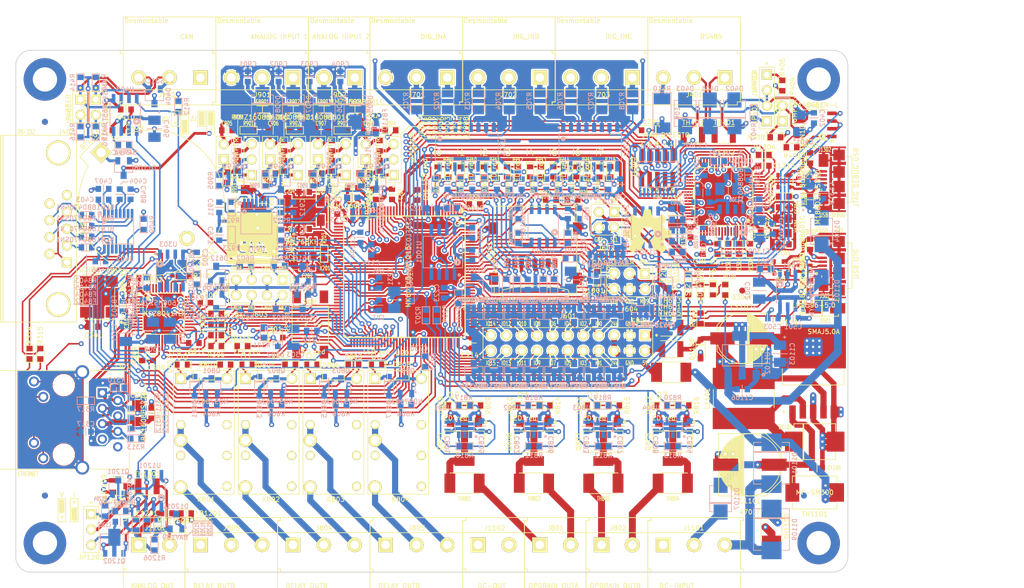
<source format=kicad_pcb>
(kicad_pcb (version 3) (host pcbnew "(2013-dec-23)-stable")
  (title_block (title "CIAA - PCB") (rev 1.0) (company "CIAA - COMPUTADORA INDUSTRIAL ABIERTA ARGENTINA. Versión FSL (Freescale K60)") (comment 1 "Autores: Ver 'doc/CHANGES.txt'      Licencia: Ver  'doc/LICENCIA_CIAA_FSL.txt'"))
  (layers (15 TOP signal hide) (2 GND mixed hide) (1 PWR mixed hide) (0 BOT signal) (18 B.Paste user) (19 F.Paste user) (20 B.SilkS user) (21 F.SilkS user hide) (22 B.Mask user) (23 F.Mask user) (28 Edge.Cuts user))
  (net 0 "")
  (net 1 +24V)
  (net 2 +24V_A)
  (net 3 +3.3V)
  (net 4 +3.3VADC)
  (net 5 +5V)
  (net 6 +USB_JTAG_1V8)
  (net 7 +VIN)
  (net 8 /CPU/AIN0)
  (net 9 /CPU/AIN1)
  (net 10 /CPU/AIN2)
  (net 11 /CPU/AIN3)
  (net 12 /CPU/AUX_UART_CTS/SPI_CLK)
  (net 13 /CPU/AUX_UART_RTS/SPI_CS)
  (net 14 /CPU/AUX_UART_RX/SPI_MISO)
  (net 15 /CPU/AUX_UART_TX/SPI_MOSI)
  (net 16 /CPU/CAN_RD)
  (net 17 /CPU/CAN_STB)
  (net 18 /CPU/CAN_TD)
  (net 19 /CPU/DAC_OUT)
  (net 20 /CPU/DIN0)
  (net 21 /CPU/DIN1)
  (net 22 /CPU/DIN2)
  (net 23 /CPU/DIN3)
  (net 24 /CPU/DIN4)
  (net 25 /CPU/DIN5)
  (net 26 /CPU/DIN6)
  (net 27 /CPU/DIN7)
  (net 28 /CPU/DOUT0)
  (net 29 /CPU/DOUT1)
  (net 30 /CPU/DOUT2)
  (net 31 /CPU/DOUT3)
  (net 32 /CPU/DOUT4)
  (net 33 /CPU/DOUT5)
  (net 34 /CPU/DOUT6)
  (net 35 /CPU/DOUT7)
  (net 36 /CPU/ETH_CRS_DV)
  (net 37 /CPU/ETH_MDC)
  (net 38 /CPU/ETH_MDIO)
  (net 39 /CPU/ETH_REF_CLK)
  (net 40 /CPU/ETH_RST)
  (net 41 /CPU/ETH_RXD0)
  (net 42 /CPU/ETH_RXD1)
  (net 43 /CPU/ETH_RXER)
  (net 44 /CPU/ETH_TXD0)
  (net 45 /CPU/ETH_TXD1)
  (net 46 /CPU/ETH_TXEN)
  (net 47 /CPU/GPIO0)
  (net 48 /CPU/GPIO1)
  (net 49 /CPU/GPIO10)
  (net 50 /CPU/GPIO11)
  (net 51 /CPU/GPIO12)
  (net 52 /CPU/GPIO13)
  (net 53 /CPU/GPIO14)
  (net 54 /CPU/GPIO15)
  (net 55 /CPU/GPIO2)
  (net 56 /CPU/GPIO3)
  (net 57 /CPU/GPIO4)
  (net 58 /CPU/GPIO5)
  (net 59 /CPU/GPIO6)
  (net 60 /CPU/GPIO7)
  (net 61 /CPU/GPIO8)
  (net 62 /CPU/GPIO9)
  (net 63 /CPU/I2C_SCL)
  (net 64 /CPU/I2C_SDA)
  (net 65 /CPU/RESET)
  (net 66 /CPU/RS232_CTS)
  (net 67 /CPU/RS232_RTS)
  (net 68 /CPU/RS232_RXD)
  (net 69 /CPU/RS232_TXD)
  (net 70 /CPU/RS485_DIR)
  (net 71 /CPU/RS485_RXD)
  (net 72 /CPU/RS485_TXD)
  (net 73 /CPU/SD_CLK)
  (net 74 /CPU/SD_CMD)
  (net 75 /CPU/SD_DAT0)
  (net 76 /CPU/SD_DAT1)
  (net 77 /CPU/SD_DAT2)
  (net 78 /CPU/SD_DAT3)
  (net 79 /CPU/SD_POW)
  (net 80 /CPU/SPIFI_CLK)
  (net 81 /CPU/SPIFI_CS)
  (net 82 /CPU/SPIFI_HOLD)
  (net 83 /CPU/SPIFI_MISO)
  (net 84 /CPU/SPIFI_MOSI)
  (net 85 /CPU/SPIFI_WP)
  (net 86 /CPU/TCK)
  (net 87 /CPU/TDI)
  (net 88 /CPU/TDO)
  (net 89 /CPU/TMS)
  (net 90 /CPU/USB_DM)
  (net 91 /CPU/USB_DP)
  (net 92 /CPU/USB_ID)
  (net 93 /CPU/USB_JTAG_UART_RXD)
  (net 94 /CPU/USB_JTAG_UART_TXD)
  (net 95 /CPU/VBAT)
  (net 96 /CPU/VREFH)
  (net 97 /CPU/VREFL)
  (net 98 "/Entradas Digitales/IN0")
  (net 99 "/Entradas Digitales/IN1")
  (net 100 "/Entradas Digitales/IN2")
  (net 101 "/Entradas Digitales/IN3")
  (net 102 "/Entradas Digitales/IN4")
  (net 103 "/Entradas Digitales/IN5")
  (net 104 "/Entradas Digitales/IN6")
  (net 105 "/Entradas Digitales/IN7")
  (net 106 /Ethernet/ETH_RXP)
  (net 107 /Ethernet/ETH_TXM)
  (net 108 /Ethernet/ETH_TXP)
  (net 109 /Ethernet/ETX_RXM)
  (net 110 /Ethernet/LED_LINK)
  (net 111 /Ethernet/LED_SPEED)
  (net 112 /Ethernet/REFCLK)
  (net 113 /Fuente/USB_VBUS)
  (net 114 /GPIO/AN0)
  (net 115 /GPIO/AN1)
  (net 116 /GPIO/AN2)
  (net 117 /GPIO/AN3)
  (net 118 /GPIO/USR_24V)
  (net 119 /GPIO/USR_3.3V)
  (net 120 /GPIO/USR_5V)
  (net 121 /JTAG/CHS_DBG)
  (net 122 /JTAG/EECLK)
  (net 123 /JTAG/EECS)
  (net 124 /JTAG/EEDATA)
  (net 125 /JTAG/FT_OE)
  (net 126 /JTAG/FT_RST)
  (net 127 /JTAG/FT_TCK)
  (net 128 /JTAG/FT_TDI)
  (net 129 /JTAG/FT_TDO)
  (net 130 /JTAG/FT_TMS)
  (net 131 /JTAG/FT_XTIN)
  (net 132 /JTAG/FT_XTOUT)
  (net 133 /JTAG/USB_DEBUG_VBUS)
  (net 134 /JTAG/USB_JTAG_DM)
  (net 135 /JTAG/USB_JTAG_DP)
  (net 136 /RS485_RS232_CAN/CAN_H)
  (net 137 /RS485_RS232_CAN/CAN_L)
  (net 138 "/Salidas Digitales/C_0")
  (net 139 "/Salidas Digitales/C_1")
  (net 140 "/Salidas Digitales/C_2")
  (net 141 "/Salidas Digitales/C_3")
  (net 142 "/Salidas Digitales/NO_0")
  (net 143 "/Salidas Digitales/NO_1")
  (net 144 "/Salidas Digitales/NO_2")
  (net 145 "/Salidas Digitales/NO_3")
  (net 146 "/USB OTG/CHS_OTG")
  (net 147 "/USB OTG/USB0_PPWR")
  (net 148 "/USB OTG/USB0_PWR_FAULT")
  (net 149 "/USB OTG/USB_DM_OTG")
  (net 150 "/USB OTG/USB_DP_OTG")
  (net 151 DCOM)
  (net 152 GND)
  (net 153 GNDA)
  (net 154 GNDPWR)
  (net 155 N-00000107)
  (net 156 N-00000108)
  (net 157 N-00000110)
  (net 158 N-00000111)
  (net 159 N-00000124)
  (net 160 N-00000126)
  (net 161 N-00000127)
  (net 162 N-00000128)
  (net 163 N-00000130)
  (net 164 N-00000133)
  (net 165 N-00000138)
  (net 166 N-00000139)
  (net 167 N-00000140)
  (net 168 N-00000141)
  (net 169 N-00000142)
  (net 170 N-00000143)
  (net 171 N-00000144)
  (net 172 N-00000145)
  (net 173 N-00000146)
  (net 174 N-00000147)
  (net 175 N-00000148)
  (net 176 N-00000149)
  (net 177 N-00000150)
  (net 178 N-00000151)
  (net 179 N-00000153)
  (net 180 N-00000154)
  (net 181 N-00000155)
  (net 182 N-00000156)
  (net 183 N-00000157)
  (net 184 N-00000158)
  (net 185 N-00000159)
  (net 186 N-00000160)
  (net 187 N-00000161)
  (net 188 N-00000162)
  (net 189 N-00000163)
  (net 190 N-00000164)
  (net 191 N-00000165)
  (net 192 N-00000168)
  (net 193 N-00000169)
  (net 194 N-00000171)
  (net 195 N-00000172)
  (net 196 N-00000173)
  (net 197 N-00000174)
  (net 198 N-00000175)
  (net 199 N-00000176)
  (net 200 N-00000177)
  (net 201 N-00000178)
  (net 202 N-00000179)
  (net 203 N-00000180)
  (net 204 N-00000182)
  (net 205 N-00000183)
  (net 206 N-00000184)
  (net 207 N-00000185)
  (net 208 N-00000186)
  (net 209 N-00000187)
  (net 210 N-00000189)
  (net 211 N-00000190)
  (net 212 N-00000191)
  (net 213 N-00000192)
  (net 214 N-00000193)
  (net 215 N-00000194)
  (net 216 N-00000195)
  (net 217 N-00000196)
  (net 218 N-00000197)
  (net 219 N-00000198)
  (net 220 N-00000199)
  (net 221 N-00000200)
  (net 222 N-00000201)
  (net 223 N-00000202)
  (net 224 N-00000206)
  (net 225 N-00000207)
  (net 226 N-00000208)
  (net 227 N-00000228)
  (net 228 N-00000229)
  (net 229 N-00000230)
  (net 230 N-00000234)
  (net 231 N-00000237)
  (net 232 N-00000238)
  (net 233 N-00000239)
  (net 234 N-00000240)
  (net 235 N-00000241)
  (net 236 N-00000242)
  (net 237 N-00000243)
  (net 238 N-00000244)
  (net 239 N-00000245)
  (net 240 N-00000246)
  (net 241 N-00000247)
  (net 242 N-00000248)
  (net 243 N-00000249)
  (net 244 N-00000250)
  (net 245 N-00000251)
  (net 246 N-00000252)
  (net 247 N-00000253)
  (net 248 N-00000254)
  (net 249 N-00000255)
  (net 250 N-00000256)
  (net 251 N-00000257)
  (net 252 N-00000258)
  (net 253 N-00000259)
  (net 254 N-00000260)
  (net 255 N-00000261)
  (net 256 N-00000262)
  (net 257 N-00000263)
  (net 258 N-00000264)
  (net 259 N-00000265)
  (net 260 N-00000266)
  (net 261 N-00000267)
  (net 262 N-00000268)
  (net 263 N-00000269)
  (net 264 N-00000270)
  (net 265 N-00000271)
  (net 266 N-00000274)
  (net 267 N-00000277)
  (net 268 N-00000278)
  (net 269 N-00000279)
  (net 270 N-00000280)
  (net 271 N-00000281)
  (net 272 N-00000282)
  (net 273 N-00000290)
  (net 274 N-00000291)
  (net 275 N-00000292)
  (net 276 N-00000293)
  (net 277 N-00000294)
  (net 278 N-00000295)
  (net 279 N-00000297)
  (net 280 N-00000298)
  (net 281 N-00000299)
  (net 282 N-00000300)
  (net 283 N-00000302)
  (net 284 N-00000303)
  (net 285 N-00000305)
  (net 286 N-00000306)
  (net 287 N-00000307)
  (net 288 N-00000316)
  (net 289 N-00000317)
  (net 290 N-00000318)
  (net 291 N-00000320)
  (net 292 N-00000321)
  (net 293 N-00000322)
  (net 294 N-00000324)
  (net 295 N-00000325)
  (net 296 N-00000326)
  (net 297 N-00000327)
  (net 298 N-00000328)
  (net 299 N-00000329)
  (net 300 N-00000330)
  (net 301 N-00000331)
  (net 302 N-00000332)
  (net 303 N-00000333)
  (net 304 N-00000334)
  (net 305 N-00000335)
  (net 306 N-00000336)
  (net 307 N-00000337)
  (net 308 N-00000339)
  (net 309 N-00000340)
  (net 310 N-00000341)
  (net 311 N-00000342)
  (net 312 N-00000344)
  (net 313 N-00000345)
  (net 314 N-00000346)
  (net 315 N-00000347)
  (net 316 N-00000348)
  (net 317 N-00000349)
  (net 318 N-00000352)
  (net 319 N-00000354)
  (net 320 N-00000360)
  (net 321 N-00000377)
  (net 322 N-00000378)
  (net 323 N-00000380)
  (net 324 N-00000396)
  (net 325 N-00000398)
  (module RJ45_Pulse_J403-A (layer TOP) (at 37.9 90.9 90)
    (fp_text reference J301 (at 8.858 9.598 180) (layer F.SilkS) (effects (font (size 0.762 0.762) (thickness 0.127))))
    (fp_text value ETHERNET hide)
    (pad "" np_thru_hole circle (at -5.715 0 270) (size 3.25 3.25) (drill 3.25) (layers *.Cu *.Mask F.SilkS))
    (pad "" np_thru_hole circle (at 5.715 0 270) (size 3.25 3.25) (drill 3.25) (layers *.Cu *.Mask F.SilkS))
    (pad 1 thru_hole rect (at 4.445 6.35 90) (size 1.524 1.524) (drill 0.899159) (layers *.Cu *.Mask) (net 108 /Ethernet/ETH_TXP))
    (pad 2 thru_hole circle (at 3.175 8.89 90) (size 1.524 1.524) (drill 0.899159) (layers *.Cu *.Mask) (net 107 /Ethernet/ETH_TXM))
    (pad 3 thru_hole circle (at 1.905 6.35 90) (size 1.524 1.524) (drill 0.899159) (layers *.Cu *.Mask) (net 106 /Ethernet/ETH_RXP))
    (pad 4 thru_hole circle (at 0.635 8.89 90) (size 1.524 1.524) (drill 0.899159) (layers *.Cu *.Mask) (net 226 N-00000208))
    (pad 5 thru_hole circle (at -0.635 6.35 90) (size 1.524 1.524) (drill 0.899159) (layers *.Cu *.Mask) (net 226 N-00000208))
    (pad 6 thru_hole circle (at -1.905 8.89 90) (size 1.524 1.524) (drill 0.899159) (layers *.Cu *.Mask) (net 109 /Ethernet/ETX_RXM))
    (pad 7 thru_hole circle (at -3.175 6.35 90) (size 1.524 1.524) (drill 0.899159) (layers *.Cu *.Mask))
    (pad 8 thru_hole circle (at -4.445 8.89 90) (size 1.524 1.524) (drill 0.899159) (layers *.Cu *.Mask) (net 154 GNDPWR))
    (pad 13 thru_hole circle (at 7.874 3.048 270) (size 2.286 2.286) (drill 1.6) (layers *.Cu *.Mask) (net 154 GNDPWR))
    (pad 14 thru_hole circle (at -7.874 3.048 270) (size 2.286 2.286) (drill 1.6) (layers *.Cu *.Mask) (net 154 GNDPWR))
    (pad 9 thru_hole circle (at 6.3246 -4.9022 270) (size 1.651 1.651) (drill 1.016) (layers *.Cu *.Mask) (net 3 +3.3V))
    (pad 10 thru_hole circle (at 3.7846 -3.3782 270) (size 1.651 1.651) (drill 1.016) (layers *.Cu *.Mask) (net 220 N-00000199))
    (pad 11 thru_hole circle (at -3.7846 -4.9022 270) (size 1.651 1.651) (drill 1.016) (layers *.Cu *.Mask) (net 211 N-00000190))
    (pad 12 thru_hole circle (at -6.3246 -3.3782 270) (size 1.651 1.651) (drill 1.016) (layers *.Cu *.Mask) (net 3 +3.3V))
  )
  (module PCB_HOLE (layer TOP) (at 162.2 34.8 180)
    (fp_text reference H1 hide)
    (fp_text value PCB_HOLE hide)
    (pad 1 thru_hole circle (at 0 0 180) (size 7 7) (drill 4) (layers *.Cu *.Mask) (net 154 GNDPWR))
  )
  (module PCB_HOLE (layer TOP) (at 162.2 111.2 180)
    (fp_text reference H4 hide)
    (fp_text value PCB_HOLE hide)
    (pad 1 thru_hole circle (at 0 0 180) (size 7 7) (drill 4) (layers *.Cu *.Mask) (net 154 GNDPWR))
  )
  (module PCB_HOLE (layer TOP) (at 34.8 34.8 180)
    (fp_text reference H3 hide)
    (fp_text value PCB_HOLE hide)
    (pad 1 thru_hole circle (at 0 0 180) (size 7 7) (drill 4) (layers *.Cu *.Mask) (net 154 GNDPWR))
  )
  (module PCB_HOLE (layer TOP) (at 34.8 111.2 180)
    (fp_text reference H2 hide)
    (fp_text value PCB_HOLE hide)
    (pad 1 thru_hole circle (at 0 0 180) (size 7 7) (drill 4) (layers *.Cu *.Mask) (net 154 GNDPWR))
  )
  (module 2032batPTH (layer TOP) (at 52.324 55.118 225)
    (fp_text reference BT1101 (at -0.269408 14.458212 225) (layer F.SilkS) (effects (font (size 0.762 0.762) (thickness 0.127))))
    (fp_text value CR2032 (at 0.25 -12.9 225) (layer F.SilkS) (effects (font (size 0.762 0.762) (thickness 0.127))))
    (pad 2 thru_hole circle (at 0 -8.3 225) (size 2.5 2.5) (drill 1.5) (layers *.Cu *.Mask F.SilkS) (net 152 GND))
    (pad 1 thru_hole rect (at 0 11.7 225) (size 2.5 2.5) (drill 1.5) (layers *.Cu *.Mask F.SilkS) (net 205 N-00000183))
  )
  (module 4SOJ (layer TOP) (at 77.47 56.388 180)
    (fp_text reference X202 (at -2.667 3.175 180) (layer F.SilkS) (effects (font (size 0.7112 0.4572) (thickness 0.1143))))
    (fp_text value 32.768KHZ (at -0.00254 -5.18922 180) (layer F.SilkS) (effects (font (size 0.762 0.762) (thickness 0.127))))
    (pad 1 smd rect (at -2.75 1.6 180) (size 1.3 1.9) (layers TOP F.Paste F.Mask) (net 156 N-00000108))
    (pad 2 smd rect (at 2.75 1.6 180) (size 1.3 1.9) (layers TOP F.Paste F.Mask) (net 152 GND))
    (pad 4 smd rect (at 2.75 -1.6 180) (size 1.3 1.9) (layers TOP F.Paste F.Mask) (net 152 GND))
    (pad 3 smd rect (at -2.75 -1.6 180) (size 1.3 1.9) (layers TOP F.Paste F.Mask) (net 155 N-00000107))
  )
  (module c_0603 (layer BOT) (at 101.092 52.07 270)
    (fp_text reference C701 (at 2.032 0 360) (layer B.SilkS) (effects (font (size 0.7112 0.4572) (thickness 0.1143)) (justify mirror)))
    (fp_text value 1,5nF hide)
    (pad 1 smd rect (at 0.85 0 270) (size 0.89916 1.00076) (layers BOT B.Paste B.Mask) (net 152 GND))
    (pad 2 smd rect (at -0.85 0 270) (size 0.89916 1.00076) (layers BOT B.Paste B.Mask) (net 20 /CPU/DIN0))
  )
  (module c_0603 (layer BOT) (at 51.054 91.44 270)
    (fp_text reference C315 (at 0 -3.556 270) (layer B.SilkS) (effects (font (size 0.762 0.762) (thickness 0.127)) (justify mirror)))
    (fp_text value 100nF hide)
    (pad 1 smd rect (at 0.85 0 270) (size 0.89916 1.00076) (layers BOT B.Paste B.Mask) (net 222 N-00000201))
    (pad 2 smd rect (at -0.85 0 270) (size 0.89916 1.00076) (layers BOT B.Paste B.Mask) (net 152 GND))
  )
  (module c_0603 (layer BOT) (at 51.054 88.138 90)
    (fp_text reference C314 (at 0 3.556 90) (layer B.SilkS) (effects (font (size 0.762 0.762) (thickness 0.127)) (justify mirror)))
    (fp_text value 100nF hide)
    (pad 1 smd rect (at 0.85 0 90) (size 0.89916 1.00076) (layers BOT B.Paste B.Mask) (net 221 N-00000200))
    (pad 2 smd rect (at -0.85 0 90) (size 0.89916 1.00076) (layers BOT B.Paste B.Mask) (net 152 GND))
  )
  (module c_0603 (layer TOP) (at 59.309 78.232)
    (fp_text reference C312 (at 0.508 1.397) (layer F.SilkS) (effects (font (size 0.762 0.762) (thickness 0.127))))
    (fp_text value 100nF hide)
    (pad 1 smd rect (at 0.85 0) (size 0.89916 1.00076) (layers TOP F.Paste F.Mask) (net 3 +3.3V))
    (pad 2 smd rect (at -0.85 0) (size 0.89916 1.00076) (layers TOP F.Paste F.Mask) (net 152 GND))
  )
  (module c_0603 (layer TOP) (at 52.578 80.264 90)
    (fp_text reference C309 (at -2.032 0.508 180) (layer F.SilkS) (effects (font (size 0.762 0.762) (thickness 0.127))))
    (fp_text value 100pF hide)
    (pad 1 smd rect (at 0.85 0 90) (size 0.89916 1.00076) (layers TOP F.Paste F.Mask) (net 223 N-00000202))
    (pad 2 smd rect (at -0.85 0 90) (size 0.89916 1.00076) (layers TOP F.Paste F.Mask) (net 152 GND))
  )
  (module c_0603 (layer TOP) (at 72.39 43.18 180)
    (fp_text reference C906 (at 0 1.143 180) (layer F.SilkS) (effects (font (size 0.7112 0.4572) (thickness 0.1143))))
    (fp_text value 470pF hide)
    (pad 1 smd rect (at 0.85 0 180) (size 0.89916 1.00076) (layers TOP F.Paste F.Mask) (net 257 N-00000263))
    (pad 2 smd rect (at -0.85 0 180) (size 0.89916 1.00076) (layers TOP F.Paste F.Mask) (net 260 N-00000266))
  )
  (module c_0603 (layer TOP) (at 80.264 43.18 180)
    (fp_text reference C907 (at 0 1.143 180) (layer F.SilkS) (effects (font (size 0.7112 0.4572) (thickness 0.1143))))
    (fp_text value 470pF hide)
    (pad 1 smd rect (at 0.85 0 180) (size 0.89916 1.00076) (layers TOP F.Paste F.Mask) (net 232 N-00000238))
    (pad 2 smd rect (at -0.85 0 180) (size 0.89916 1.00076) (layers TOP F.Paste F.Mask) (net 262 N-00000268))
  )
  (module c_0603 (layer TOP) (at 88.138 43.18 180)
    (fp_text reference C908 (at 0 1.143 180) (layer F.SilkS) (effects (font (size 0.7112 0.4572) (thickness 0.1143))))
    (fp_text value 470pF hide)
    (pad 1 smd rect (at 0.85 0 180) (size 0.89916 1.00076) (layers TOP F.Paste F.Mask) (net 245 N-00000251))
    (pad 2 smd rect (at -0.85 0 180) (size 0.89916 1.00076) (layers TOP F.Paste F.Mask) (net 261 N-00000267))
  )
  (module c_0603 (layer BOT) (at 63.5 55.88 270)
    (fp_text reference C911 (at 0 1.397 270) (layer B.SilkS) (effects (font (size 0.762 0.762) (thickness 0.127)) (justify mirror)))
    (fp_text value 100nF hide)
    (pad 1 smd rect (at 0.85 0 270) (size 0.89916 1.00076) (layers BOT B.Paste B.Mask) (net 153 GNDA))
    (pad 2 smd rect (at -0.85 0 270) (size 0.89916 1.00076) (layers BOT B.Paste B.Mask) (net 8 /CPU/AIN0))
  )
  (module c_0603 (layer BOT) (at 48.895 53.721 270)
    (fp_text reference C408 (at 0 -2.159 270) (layer B.SilkS) (effects (font (size 0.762 0.762) (thickness 0.127)) (justify mirror)))
    (fp_text value 100nF hide)
    (pad 1 smd rect (at 0.85 0 270) (size 0.89916 1.00076) (layers BOT B.Paste B.Mask) (net 177 N-00000150))
    (pad 2 smd rect (at -0.85 0 270) (size 0.89916 1.00076) (layers BOT B.Paste B.Mask) (net 152 GND))
  )
  (module c_0603 (layer BOT) (at 63.5 60.452 90)
    (fp_text reference C913 (at 0 -1.397 90) (layer B.SilkS) (effects (font (size 0.762 0.762) (thickness 0.127)) (justify mirror)))
    (fp_text value 100nF hide)
    (pad 1 smd rect (at 0.85 0 90) (size 0.89916 1.00076) (layers BOT B.Paste B.Mask) (net 153 GNDA))
    (pad 2 smd rect (at -0.85 0 90) (size 0.89916 1.00076) (layers BOT B.Paste B.Mask) (net 10 /CPU/AIN2))
  )
  (module c_0603 (layer BOT) (at 75.692 60.452 90)
    (fp_text reference C914 (at 0 1.524 90) (layer B.SilkS) (effects (font (size 0.762 0.762) (thickness 0.127)) (justify mirror)))
    (fp_text value 100nF hide)
    (pad 1 smd rect (at 0.85 0 90) (size 0.89916 1.00076) (layers BOT B.Paste B.Mask) (net 153 GNDA))
    (pad 2 smd rect (at -0.85 0 90) (size 0.89916 1.00076) (layers BOT B.Paste B.Mask) (net 11 /CPU/AIN3))
  )
  (module c_0603 (layer TOP) (at 48.006 72.136 270)
    (fp_text reference C310 (at 2.921 -0.254 270) (layer F.SilkS) (effects (font (size 0.7112 0.4572) (thickness 0.1143))))
    (fp_text value 100nF hide)
    (pad 1 smd rect (at 0.85 0 270) (size 0.89916 1.00076) (layers TOP F.Paste F.Mask) (net 224 N-00000206))
    (pad 2 smd rect (at -0.85 0 270) (size 0.89916 1.00076) (layers TOP F.Paste F.Mask) (net 152 GND))
  )
  (module c_0603 (layer TOP) (at 61.214 71.628 180)
    (fp_text reference C307 (at -0.508 1.27 180) (layer F.SilkS) (effects (font (size 0.762 0.762) (thickness 0.127))))
    (fp_text value 100nF hide)
    (pad 1 smd rect (at 0.85 0 180) (size 0.89916 1.00076) (layers TOP F.Paste F.Mask) (net 228 N-00000229))
    (pad 2 smd rect (at -0.85 0 180) (size 0.89916 1.00076) (layers TOP F.Paste F.Mask) (net 152 GND))
  )
  (module c_0603 (layer TOP) (at 77.978 65.786 180)
    (fp_text reference C202 (at 0 -1.397 180) (layer F.SilkS) (effects (font (size 0.7112 0.4572) (thickness 0.1143))))
    (fp_text value 27pF hide)
    (pad 1 smd rect (at 0.85 0 180) (size 0.89916 1.00076) (layers TOP F.Paste F.Mask) (net 152 GND))
    (pad 2 smd rect (at -0.85 0 180) (size 0.89916 1.00076) (layers TOP F.Paste F.Mask) (net 165 N-00000138))
  )
  (module c_0603 (layer TOP) (at 49.403 69.342)
    (fp_text reference C304 (at -1.905 -0.508 90) (layer F.SilkS) (effects (font (size 0.7112 0.4572) (thickness 0.1143))))
    (fp_text value 100nF hide)
    (pad 1 smd rect (at 0.85 0) (size 0.89916 1.00076) (layers TOP F.Paste F.Mask) (net 225 N-00000207))
    (pad 2 smd rect (at -0.85 0) (size 0.89916 1.00076) (layers TOP F.Paste F.Mask) (net 152 GND))
  )
  (module c_0603 (layer BOT) (at 59.817 64.135 90)
    (fp_text reference C302 (at 0 1.397 90) (layer B.SilkS) (effects (font (size 0.762 0.762) (thickness 0.127)) (justify mirror)))
    (fp_text value 100nF hide)
    (pad 1 smd rect (at 0.85 0 90) (size 0.89916 1.00076) (layers BOT B.Paste B.Mask) (net 152 GND))
    (pad 2 smd rect (at -0.85 0 90) (size 0.89916 1.00076) (layers BOT B.Paste B.Mask) (net 3 +3.3V))
  )
  (module c_0603 (layer TOP) (at 42.672 75.565 180)
    (fp_text reference C301 (at -0.1 -1.4 180) (layer F.SilkS) (effects (font (size 0.762 0.762) (thickness 0.127))))
    (fp_text value 10nF hide)
    (pad 1 smd rect (at 0.85 0 180) (size 0.89916 1.00076) (layers TOP F.Paste F.Mask) (net 3 +3.3V))
    (pad 2 smd rect (at -0.85 0 180) (size 0.89916 1.00076) (layers TOP F.Paste F.Mask) (net 152 GND))
  )
  (module c_0603 (layer BOT) (at 154.686 74.168)
    (fp_text reference C503 (at -0.1 1.4) (layer B.SilkS) (effects (font (size 0.762 0.762) (thickness 0.127)) (justify mirror)))
    (fp_text value 100nF hide)
    (pad 1 smd rect (at 0.85 0) (size 0.89916 1.00076) (layers BOT B.Paste B.Mask) (net 113 /Fuente/USB_VBUS))
    (pad 2 smd rect (at -0.85 0) (size 0.89916 1.00076) (layers BOT B.Paste B.Mask) (net 152 GND))
  )
  (module c_0603 (layer BOT) (at 114.3 68.58 270)
    (fp_text reference C1005 (at -3.683 0 270) (layer B.SilkS) (effects (font (size 0.7112 0.4572) (thickness 0.1143)) (justify mirror)))
    (fp_text value 100nF hide)
    (pad 1 smd rect (at 0.85 0 270) (size 0.89916 1.00076) (layers BOT B.Paste B.Mask) (net 199 N-00000176))
    (pad 2 smd rect (at -0.85 0 270) (size 0.89916 1.00076) (layers BOT B.Paste B.Mask) (net 152 GND))
  )
  (module c_0603 (layer BOT) (at 54.102 71.12 180)
    (fp_text reference C306 (at -4.953 -1.524 180) (layer B.SilkS) (effects (font (size 0.762 0.762) (thickness 0.127)) (justify mirror)))
    (fp_text value 100nF hide)
    (pad 1 smd rect (at 0.85 0 180) (size 0.89916 1.00076) (layers BOT B.Paste B.Mask) (net 227 N-00000228))
    (pad 2 smd rect (at -0.85 0 180) (size 0.89916 1.00076) (layers BOT B.Paste B.Mask) (net 152 GND))
  )
  (module c_0603 (layer TOP) (at 77.47 53.34)
    (fp_text reference C204 (at -2.413 -0.127) (layer F.SilkS) (effects (font (size 0.7112 0.4572) (thickness 0.1143))))
    (fp_text value 18pF hide)
    (pad 1 smd rect (at 0.85 0) (size 0.89916 1.00076) (layers TOP F.Paste F.Mask) (net 156 N-00000108))
    (pad 2 smd rect (at -0.85 0) (size 0.89916 1.00076) (layers TOP F.Paste F.Mask) (net 152 GND))
  )
  (module c_0603 (layer BOT) (at 86.36 57.531 180)
    (fp_text reference C208 (at 3.048 1.016 180) (layer B.SilkS) (effects (font (size 0.762 0.762) (thickness 0.127)) (justify mirror)))
    (fp_text value 10nF hide)
    (pad 1 smd rect (at 0.85 0 180) (size 0.89916 1.00076) (layers BOT B.Paste B.Mask) (net 97 /CPU/VREFL))
    (pad 2 smd rect (at -0.85 0 180) (size 0.89916 1.00076) (layers BOT B.Paste B.Mask) (net 96 /CPU/VREFH))
  )
  (module c_0603 (layer BOT) (at 96.393 77.851)
    (fp_text reference C230 (at 0 1.27) (layer B.SilkS) (effects (font (size 0.762 0.762) (thickness 0.127)) (justify mirror)))
    (fp_text value 100nF hide)
    (pad 1 smd rect (at 0.85 0) (size 0.89916 1.00076) (layers BOT B.Paste B.Mask) (net 3 +3.3V))
    (pad 2 smd rect (at -0.85 0) (size 0.89916 1.00076) (layers BOT B.Paste B.Mask) (net 152 GND))
  )
  (module c_0603 (layer BOT) (at 138.938 56.134 180)
    (fp_text reference C1003 (at 0 1.016 180) (layer B.SilkS) (effects (font (size 0.7112 0.4572) (thickness 0.1143)) (justify mirror)))
    (fp_text value 100nF hide)
    (pad 1 smd rect (at 0.85 0 180) (size 0.89916 1.00076) (layers BOT B.Paste B.Mask) (net 3 +3.3V))
    (pad 2 smd rect (at -0.85 0 180) (size 0.89916 1.00076) (layers BOT B.Paste B.Mask) (net 152 GND))
  )
  (module c_0603 (layer BOT) (at 120.904 56.896 270)
    (fp_text reference C1002 (at -1.905 0 360) (layer B.SilkS) (effects (font (size 0.7112 0.4572) (thickness 0.1143)) (justify mirror)))
    (fp_text value 100nF hide)
    (pad 1 smd rect (at 0.85 0 270) (size 0.89916 1.00076) (layers BOT B.Paste B.Mask) (net 3 +3.3V))
    (pad 2 smd rect (at -0.85 0 270) (size 0.89916 1.00076) (layers BOT B.Paste B.Mask) (net 152 GND))
  )
  (module c_0603 (layer BOT) (at 105.156 60.071 90)
    (fp_text reference C1001 (at 0 1.397 90) (layer B.SilkS) (effects (font (size 0.762 0.762) (thickness 0.127)) (justify mirror)))
    (fp_text value 100nF hide)
    (pad 1 smd rect (at 0.85 0 90) (size 0.89916 1.00076) (layers BOT B.Paste B.Mask) (net 3 +3.3V))
    (pad 2 smd rect (at -0.85 0 90) (size 0.89916 1.00076) (layers BOT B.Paste B.Mask) (net 152 GND))
  )
  (module c_0603 (layer TOP) (at 49.403 67.564)
    (fp_text reference C305 (at -3.556 -1.27) (layer F.SilkS) (effects (font (size 0.7112 0.4572) (thickness 0.1143))))
    (fp_text value 100nF hide)
    (pad 1 smd rect (at 0.85 0) (size 0.89916 1.00076) (layers TOP F.Paste F.Mask) (net 225 N-00000207))
    (pad 2 smd rect (at -0.85 0) (size 0.89916 1.00076) (layers TOP F.Paste F.Mask) (net 152 GND))
  )
  (module c_0603 (layer BOT) (at 44.45 52.832)
    (fp_text reference C407 (at 0 -1.27) (layer B.SilkS) (effects (font (size 0.762 0.762) (thickness 0.127)) (justify mirror)))
    (fp_text value 100nF hide)
    (pad 1 smd rect (at 0.85 0) (size 0.89916 1.00076) (layers BOT B.Paste B.Mask) (net 176 N-00000149))
    (pad 2 smd rect (at -0.85 0) (size 0.89916 1.00076) (layers BOT B.Paste B.Mask) (net 152 GND))
  )
  (module c_0603 (layer BOT) (at 43.942 64.77 180)
    (fp_text reference C406 (at 0 -1.397 180) (layer B.SilkS) (effects (font (size 0.762 0.762) (thickness 0.127)) (justify mirror)))
    (fp_text value 100nF hide)
    (pad 1 smd rect (at 0.85 0 180) (size 0.89916 1.00076) (layers BOT B.Paste B.Mask) (net 3 +3.3V))
    (pad 2 smd rect (at -0.85 0 180) (size 0.89916 1.00076) (layers BOT B.Paste B.Mask) (net 152 GND))
  )
  (module c_0603 (layer BOT) (at 47.117 53.721 270)
    (fp_text reference C404 (at -2.159 -3.048 360) (layer B.SilkS) (effects (font (size 0.762 0.762) (thickness 0.127)) (justify mirror)))
    (fp_text value 100nF hide)
    (pad 1 smd rect (at 0.85 0 270) (size 0.89916 1.00076) (layers BOT B.Paste B.Mask) (net 170 N-00000143))
    (pad 2 smd rect (at -0.85 0 270) (size 0.89916 1.00076) (layers BOT B.Paste B.Mask) (net 175 N-00000148))
  )
  (module c_0603 (layer BOT) (at 101.092 91.948 270)
    (fp_text reference C801 (at 3.048 0 270) (layer B.SilkS) (effects (font (size 0.762 0.762) (thickness 0.127)) (justify mirror)))
    (fp_text value 100nF hide)
    (pad 1 smd rect (at 0.85 0 270) (size 0.89916 1.00076) (layers BOT B.Paste B.Mask) (net 5 +5V))
    (pad 2 smd rect (at -0.85 0 270) (size 0.89916 1.00076) (layers BOT B.Paste B.Mask) (net 152 GND))
  )
  (module c_0603 (layer BOT) (at 106.68 91.948 270)
    (fp_text reference C805 (at 3.048 0 270) (layer B.SilkS) (effects (font (size 0.762 0.762) (thickness 0.127)) (justify mirror)))
    (fp_text value 1uF hide)
    (pad 1 smd rect (at 0.85 0 270) (size 0.89916 1.00076) (layers BOT B.Paste B.Mask) (net 5 +5V))
    (pad 2 smd rect (at -0.85 0 270) (size 0.89916 1.00076) (layers BOT B.Paste B.Mask) (net 152 GND))
  )
  (module c_0603 (layer BOT) (at 112.522 91.948 270)
    (fp_text reference C802 (at 3.048 0 270) (layer B.SilkS) (effects (font (size 0.762 0.762) (thickness 0.127)) (justify mirror)))
    (fp_text value 100nF hide)
    (pad 1 smd rect (at 0.85 0 270) (size 0.89916 1.00076) (layers BOT B.Paste B.Mask) (net 5 +5V))
    (pad 2 smd rect (at -0.85 0 270) (size 0.89916 1.00076) (layers BOT B.Paste B.Mask) (net 152 GND))
  )
  (module c_0603 (layer BOT) (at 118.11 91.948 270)
    (fp_text reference C806 (at 3.048 0 270) (layer B.SilkS) (effects (font (size 0.762 0.762) (thickness 0.127)) (justify mirror)))
    (fp_text value 1uF hide)
    (pad 1 smd rect (at 0.85 0 270) (size 0.89916 1.00076) (layers BOT B.Paste B.Mask) (net 5 +5V))
    (pad 2 smd rect (at -0.85 0 270) (size 0.89916 1.00076) (layers BOT B.Paste B.Mask) (net 152 GND))
  )
  (module c_0603 (layer TOP) (at 48.133 39.751 180)
    (fp_text reference C410 (at 0 -1.27 180) (layer F.SilkS) (effects (font (size 0.762 0.762) (thickness 0.127))))
    (fp_text value 100nF hide)
    (pad 1 smd rect (at 0.85 0 180) (size 0.89916 1.00076) (layers TOP F.Paste F.Mask) (net 189 N-00000163))
    (pad 2 smd rect (at -0.85 0 180) (size 0.89916 1.00076) (layers TOP F.Paste F.Mask) (net 152 GND))
  )
  (module c_0603 (layer BOT) (at 123.952 91.948 270)
    (fp_text reference C803 (at 3.048 0 270) (layer B.SilkS) (effects (font (size 0.762 0.762) (thickness 0.127)) (justify mirror)))
    (fp_text value 100nF hide)
    (pad 1 smd rect (at 0.85 0 270) (size 0.89916 1.00076) (layers BOT B.Paste B.Mask) (net 5 +5V))
    (pad 2 smd rect (at -0.85 0 270) (size 0.89916 1.00076) (layers BOT B.Paste B.Mask) (net 152 GND))
  )
  (module c_0603 (layer BOT) (at 129.54 91.948 270)
    (fp_text reference C807 (at 3.048 0 270) (layer B.SilkS) (effects (font (size 0.762 0.762) (thickness 0.127)) (justify mirror)))
    (fp_text value 1uF hide)
    (pad 1 smd rect (at 0.85 0 270) (size 0.89916 1.00076) (layers BOT B.Paste B.Mask) (net 5 +5V))
    (pad 2 smd rect (at -0.85 0 270) (size 0.89916 1.00076) (layers BOT B.Paste B.Mask) (net 152 GND))
  )
  (module c_0603 (layer BOT) (at 129.54 52.07 270)
    (fp_text reference C708 (at 2.032 0 360) (layer B.SilkS) (effects (font (size 0.7112 0.4572) (thickness 0.1143)) (justify mirror)))
    (fp_text value 1,5nF hide)
    (pad 1 smd rect (at 0.85 0 270) (size 0.89916 1.00076) (layers BOT B.Paste B.Mask) (net 152 GND))
    (pad 2 smd rect (at -0.85 0 270) (size 0.89916 1.00076) (layers BOT B.Paste B.Mask) (net 27 /CPU/DIN7))
  )
  (module c_0603 (layer TOP) (at 46.736 43.18)
    (fp_text reference C409 (at 2.794 -0.508) (layer F.SilkS) (effects (font (size 0.762 0.762) (thickness 0.127))))
    (fp_text value 100nF hide)
    (pad 1 smd rect (at 0.85 0) (size 0.89916 1.00076) (layers TOP F.Paste F.Mask) (net 152 GND))
    (pad 2 smd rect (at -0.85 0) (size 0.89916 1.00076) (layers TOP F.Paste F.Mask) (net 5 +5V))
  )
  (module c_0603 (layer BOT) (at 140.97 91.948 270)
    (fp_text reference C804 (at 3.048 0 270) (layer B.SilkS) (effects (font (size 0.762 0.762) (thickness 0.127)) (justify mirror)))
    (fp_text value 100nF hide)
    (pad 1 smd rect (at 0.85 0 270) (size 0.89916 1.00076) (layers BOT B.Paste B.Mask) (net 5 +5V))
    (pad 2 smd rect (at -0.85 0 270) (size 0.89916 1.00076) (layers BOT B.Paste B.Mask) (net 152 GND))
  )
  (module c_0603 (layer BOT) (at 135.382 91.948 270)
    (fp_text reference C808 (at 3.048 0 270) (layer B.SilkS) (effects (font (size 0.762 0.762) (thickness 0.127)) (justify mirror)))
    (fp_text value 1uF hide)
    (pad 1 smd rect (at 0.85 0 270) (size 0.89916 1.00076) (layers BOT B.Paste B.Mask) (net 5 +5V))
    (pad 2 smd rect (at -0.85 0 270) (size 0.89916 1.00076) (layers BOT B.Paste B.Mask) (net 152 GND))
  )
  (module c_0603 (layer BOT) (at 83.439 34.29 270)
    (fp_text reference C904 (at -2.032 0 360) (layer B.SilkS) (effects (font (size 0.762 0.762) (thickness 0.127)) (justify mirror)))
    (fp_text value 1nF hide)
    (pad 1 smd rect (at 0.85 0 270) (size 0.89916 1.00076) (layers BOT B.Paste B.Mask) (net 234 N-00000240))
    (pad 2 smd rect (at -0.85 0 270) (size 0.89916 1.00076) (layers BOT B.Paste B.Mask) (net 153 GNDA))
  )
  (module c_0603 (layer BOT) (at 44.45 54.61 180)
    (fp_text reference C403 (at 3.048 0 180) (layer B.SilkS) (effects (font (size 0.762 0.762) (thickness 0.127)) (justify mirror)))
    (fp_text value 100nF hide)
    (pad 1 smd rect (at 0.85 0 180) (size 0.89916 1.00076) (layers BOT B.Paste B.Mask) (net 186 N-00000160))
    (pad 2 smd rect (at -0.85 0 180) (size 0.89916 1.00076) (layers BOT B.Paste B.Mask) (net 187 N-00000161))
  )
  (module c_0603 (layer BOT) (at 68.199 34.29 270)
    (fp_text reference C901 (at -2.032 0 360) (layer B.SilkS) (effects (font (size 0.762 0.762) (thickness 0.127)) (justify mirror)))
    (fp_text value 1nF hide)
    (pad 1 smd rect (at 0.85 0 270) (size 0.89916 1.00076) (layers BOT B.Paste B.Mask) (net 241 N-00000247))
    (pad 2 smd rect (at -0.85 0 270) (size 0.89916 1.00076) (layers BOT B.Paste B.Mask) (net 153 GNDA))
  )
  (module c_0603 (layer TOP) (at 70.739 55.245 270)
    (fp_text reference C910 (at 0 -1.397 270) (layer F.SilkS) (effects (font (size 0.7112 0.4572) (thickness 0.1143))))
    (fp_text value 100nF hide)
    (pad 1 smd rect (at 0.85 0 270) (size 0.89916 1.00076) (layers TOP F.Paste F.Mask) (net 153 GNDA))
    (pad 2 smd rect (at -0.85 0 270) (size 0.89916 1.00076) (layers TOP F.Paste F.Mask) (net 4 +3.3VADC))
  )
  (module c_0603 (layer TOP) (at 64.77 43.18 180)
    (fp_text reference C905 (at 0 1.143 180) (layer F.SilkS) (effects (font (size 0.7112 0.4572) (thickness 0.1143))))
    (fp_text value 470pF hide)
    (pad 1 smd rect (at 0.85 0 180) (size 0.89916 1.00076) (layers TOP F.Paste F.Mask) (net 247 N-00000253))
    (pad 2 smd rect (at -0.85 0 180) (size 0.89916 1.00076) (layers TOP F.Paste F.Mask) (net 249 N-00000255))
  )
  (module c_0603 (layer BOT) (at 121.412 52.07 270)
    (fp_text reference C706 (at 2.032 0 360) (layer B.SilkS) (effects (font (size 0.7112 0.4572) (thickness 0.1143)) (justify mirror)))
    (fp_text value 1,5nF hide)
    (pad 1 smd rect (at 0.85 0 270) (size 0.89916 1.00076) (layers BOT B.Paste B.Mask) (net 152 GND))
    (pad 2 smd rect (at -0.85 0 270) (size 0.89916 1.00076) (layers BOT B.Paste B.Mask) (net 25 /CPU/DIN5))
  )
  (module c_0603 (layer BOT) (at 161.417 41.148 90)
    (fp_text reference C402 (at 0 1.397 90) (layer B.SilkS) (effects (font (size 0.762 0.762) (thickness 0.127)) (justify mirror)))
    (fp_text value 100nF hide)
    (pad 1 smd rect (at 0.85 0 90) (size 0.89916 1.00076) (layers BOT B.Paste B.Mask) (net 152 GND))
    (pad 2 smd rect (at -0.85 0 90) (size 0.89916 1.00076) (layers BOT B.Paste B.Mask) (net 5 +5V))
  )
  (module c_0603 (layer BOT) (at 41.529 92.837 180)
    (fp_text reference C317 (at 0 1.27 180) (layer B.SilkS) (effects (font (size 0.762 0.762) (thickness 0.127)) (justify mirror)))
    (fp_text value 100nF hide)
    (pad 1 smd rect (at 0.85 0 180) (size 0.89916 1.00076) (layers BOT B.Paste B.Mask) (net 154 GNDPWR))
    (pad 2 smd rect (at -0.85 0 180) (size 0.89916 1.00076) (layers BOT B.Paste B.Mask) (net 152 GND))
  )
  (module c_0603 (layer BOT) (at 73.279 34.29 270)
    (fp_text reference C902 (at -2.032 0 360) (layer B.SilkS) (effects (font (size 0.762 0.762) (thickness 0.127)) (justify mirror)))
    (fp_text value 1nF hide)
    (pad 1 smd rect (at 0.85 0 270) (size 0.89916 1.00076) (layers BOT B.Paste B.Mask) (net 258 N-00000264))
    (pad 2 smd rect (at -0.85 0 270) (size 0.89916 1.00076) (layers BOT B.Paste B.Mask) (net 153 GNDA))
  )
  (module c_0603 (layer BOT) (at 117.348 52.07 270)
    (fp_text reference C705 (at 2.032 0 360) (layer B.SilkS) (effects (font (size 0.7112 0.4572) (thickness 0.1143)) (justify mirror)))
    (fp_text value 1,5nF hide)
    (pad 1 smd rect (at 0.85 0 270) (size 0.89916 1.00076) (layers BOT B.Paste B.Mask) (net 152 GND))
    (pad 2 smd rect (at -0.85 0 270) (size 0.89916 1.00076) (layers BOT B.Paste B.Mask) (net 24 /CPU/DIN4))
  )
  (module c_0603 (layer BOT) (at 157.988 74.168 180)
    (fp_text reference C501 (at 0 -1.397 180) (layer B.SilkS) (effects (font (size 0.762 0.762) (thickness 0.127)) (justify mirror)))
    (fp_text value 100nF hide)
    (pad 1 smd rect (at 0.85 0 180) (size 0.89916 1.00076) (layers BOT B.Paste B.Mask) (net 5 +5V))
    (pad 2 smd rect (at -0.85 0 180) (size 0.89916 1.00076) (layers BOT B.Paste B.Mask) (net 152 GND))
  )
  (module c_0603 (layer BOT) (at 113.284 52.07 270)
    (fp_text reference C704 (at 2.032 0 360) (layer B.SilkS) (effects (font (size 0.7112 0.4572) (thickness 0.1143)) (justify mirror)))
    (fp_text value 1,5nF hide)
    (pad 1 smd rect (at 0.85 0 270) (size 0.89916 1.00076) (layers BOT B.Paste B.Mask) (net 152 GND))
    (pad 2 smd rect (at -0.85 0 270) (size 0.89916 1.00076) (layers BOT B.Paste B.Mask) (net 23 /CPU/DIN3))
  )
  (module c_0603 (layer BOT) (at 78.359 34.29 270)
    (fp_text reference C903 (at -2.032 0 360) (layer B.SilkS) (effects (font (size 0.762 0.762) (thickness 0.127)) (justify mirror)))
    (fp_text value 1nF hide)
    (pad 1 smd rect (at 0.85 0 270) (size 0.89916 1.00076) (layers BOT B.Paste B.Mask) (net 237 N-00000243))
    (pad 2 smd rect (at -0.85 0 270) (size 0.89916 1.00076) (layers BOT B.Paste B.Mask) (net 153 GNDA))
  )
  (module c_0603 (layer BOT) (at 109.22 52.07 270)
    (fp_text reference C703 (at 2.032 0 360) (layer B.SilkS) (effects (font (size 0.7112 0.4572) (thickness 0.1143)) (justify mirror)))
    (fp_text value 1,5nF hide)
    (pad 1 smd rect (at 0.85 0 270) (size 0.89916 1.00076) (layers BOT B.Paste B.Mask) (net 152 GND))
    (pad 2 smd rect (at -0.85 0 270) (size 0.89916 1.00076) (layers BOT B.Paste B.Mask) (net 22 /CPU/DIN2))
  )
  (module c_0603 (layer BOT) (at 105.156 52.07 270)
    (fp_text reference C702 (at 2.032 0 360) (layer B.SilkS) (effects (font (size 0.7112 0.4572) (thickness 0.1143)) (justify mirror)))
    (fp_text value 1,5nF hide)
    (pad 1 smd rect (at 0.85 0 270) (size 0.89916 1.00076) (layers BOT B.Paste B.Mask) (net 152 GND))
    (pad 2 smd rect (at -0.85 0 270) (size 0.89916 1.00076) (layers BOT B.Paste B.Mask) (net 21 /CPU/DIN1))
  )
  (module c_0603 (layer BOT) (at 125.476 52.07 270)
    (fp_text reference C707 (at 2.032 0 360) (layer B.SilkS) (effects (font (size 0.7112 0.4572) (thickness 0.1143)) (justify mirror)))
    (fp_text value 1,5nF hide)
    (pad 1 smd rect (at 0.85 0 270) (size 0.89916 1.00076) (layers BOT B.Paste B.Mask) (net 152 GND))
    (pad 2 smd rect (at -0.85 0 270) (size 0.89916 1.00076) (layers BOT B.Paste B.Mask) (net 26 /CPU/DIN6))
  )
  (module c_0603 (layer TOP) (at 75.184 62.992 270)
    (fp_text reference C201 (at -1.905 0 360) (layer F.SilkS) (effects (font (size 0.7112 0.4572) (thickness 0.1143))))
    (fp_text value 27pF hide)
    (pad 1 smd rect (at 0.85 0 270) (size 0.89916 1.00076) (layers TOP F.Paste F.Mask) (net 152 GND))
    (pad 2 smd rect (at -0.85 0 270) (size 0.89916 1.00076) (layers TOP F.Paste F.Mask) (net 166 N-00000139))
  )
  (module c_0603 (layer BOT) (at 144.272 55.88 90)
    (fp_text reference C1318 (at -3.556 0.508 90) (layer B.SilkS) (effects (font (size 0.7112 0.4572) (thickness 0.1143)) (justify mirror)))
    (fp_text value 100nF hide)
    (pad 1 smd rect (at 0.85 0 90) (size 0.89916 1.00076) (layers BOT B.Paste B.Mask) (net 3 +3.3V))
    (pad 2 smd rect (at -0.85 0 90) (size 0.89916 1.00076) (layers BOT B.Paste B.Mask) (net 152 GND))
  )
  (module c_0603 (layer TOP) (at 91.948 53.721 270)
    (fp_text reference C203 (at 0 -1.397 270) (layer F.SilkS) (effects (font (size 0.7112 0.4572) (thickness 0.1143))))
    (fp_text value 2.2uF hide)
    (pad 1 smd rect (at 0.85 0 270) (size 0.89916 1.00076) (layers TOP F.Paste F.Mask) (net 157 N-00000110))
    (pad 2 smd rect (at -0.85 0 270) (size 0.89916 1.00076) (layers TOP F.Paste F.Mask) (net 152 GND))
  )
  (module c_0603 (layer TOP) (at 85.471 52.705 180)
    (fp_text reference C212 (at 3.175 0.381 180) (layer F.SilkS) (effects (font (size 0.7112 0.4572) (thickness 0.1143))))
    (fp_text value 10nF hide)
    (pad 1 smd rect (at 0.85 0 180) (size 0.89916 1.00076) (layers TOP F.Paste F.Mask) (net 153 GNDA))
    (pad 2 smd rect (at -0.85 0 180) (size 0.89916 1.00076) (layers TOP F.Paste F.Mask) (net 4 +3.3VADC))
  )
  (module c_0603 (layer BOT) (at 78.74 76.2 180)
    (fp_text reference C210 (at 0 -1.397 180) (layer B.SilkS) (effects (font (size 0.762 0.762) (thickness 0.127)) (justify mirror)))
    (fp_text value 100nF hide)
    (pad 1 smd rect (at 0.85 0 180) (size 0.89916 1.00076) (layers BOT B.Paste B.Mask) (net 152 GND))
    (pad 2 smd rect (at -0.85 0 180) (size 0.89916 1.00076) (layers BOT B.Paste B.Mask) (net 158 N-00000111))
  )
  (module c_0603 (layer TOP) (at 156.464 55.88 180)
    (fp_text reference C1304 (at -2.159 0 270) (layer F.SilkS) (effects (font (size 0.7112 0.4572) (thickness 0.1143))))
    (fp_text value 27pF hide)
    (pad 1 smd rect (at 0.85 0 180) (size 0.89916 1.00076) (layers TOP F.Paste F.Mask) (net 132 /JTAG/FT_XTOUT))
    (pad 2 smd rect (at -0.85 0 180) (size 0.89916 1.00076) (layers TOP F.Paste F.Mask) (net 152 GND))
  )
  (module c_0603 (layer BOT) (at 98.552 56.007 180)
    (fp_text reference C227 (at 3.048 0 180) (layer B.SilkS) (effects (font (size 0.762 0.762) (thickness 0.127)) (justify mirror)))
    (fp_text value 100nF hide)
    (pad 1 smd rect (at 0.85 0 180) (size 0.89916 1.00076) (layers BOT B.Paste B.Mask) (net 3 +3.3V))
    (pad 2 smd rect (at -0.85 0 180) (size 0.89916 1.00076) (layers BOT B.Paste B.Mask) (net 152 GND))
  )
  (module c_0603 (layer BOT) (at 88.519 62.865 270)
    (fp_text reference C224 (at 2.159 0 360) (layer B.SilkS) (effects (font (size 0.762 0.762) (thickness 0.127)) (justify mirror)))
    (fp_text value 100nF hide)
    (pad 1 smd rect (at 0.85 0 270) (size 0.89916 1.00076) (layers BOT B.Paste B.Mask) (net 3 +3.3V))
    (pad 2 smd rect (at -0.85 0 270) (size 0.89916 1.00076) (layers BOT B.Paste B.Mask) (net 152 GND))
  )
  (module c_0603 (layer BOT) (at 47.244 107.696)
    (fp_text reference C1202 (at -2.667 0.508) (layer B.SilkS) (effects (font (size 0.7112 0.4572) (thickness 0.1143)) (justify mirror)))
    (fp_text value 10nF hide)
    (pad 1 smd rect (at 0.85 0) (size 0.89916 1.00076) (layers BOT B.Paste B.Mask) (net 153 GNDA))
    (pad 2 smd rect (at -0.85 0) (size 0.89916 1.00076) (layers BOT B.Paste B.Mask) (net 308 N-00000339))
  )
  (module c_0603 (layer BOT) (at 100.457 69.977 90)
    (fp_text reference C223 (at 0 -1.143 90) (layer B.SilkS) (effects (font (size 0.762 0.762) (thickness 0.127)) (justify mirror)))
    (fp_text value 100nF hide)
    (pad 1 smd rect (at 0.85 0 90) (size 0.89916 1.00076) (layers BOT B.Paste B.Mask) (net 3 +3.3V))
    (pad 2 smd rect (at -0.85 0 90) (size 0.89916 1.00076) (layers BOT B.Paste B.Mask) (net 152 GND))
  )
  (module c_0603 (layer BOT) (at 105.156 63.754 90)
    (fp_text reference C221 (at 0 1.397 90) (layer B.SilkS) (effects (font (size 0.762 0.762) (thickness 0.127)) (justify mirror)))
    (fp_text value 100nF hide)
    (pad 1 smd rect (at 0.85 0 90) (size 0.89916 1.00076) (layers BOT B.Paste B.Mask) (net 3 +3.3V))
    (pad 2 smd rect (at -0.85 0 90) (size 0.89916 1.00076) (layers BOT B.Paste B.Mask) (net 152 GND))
  )
  (module c_0603 (layer TOP) (at 96.139 53.848 270)
    (fp_text reference C218 (at 0 -1.397 270) (layer F.SilkS) (effects (font (size 0.7112 0.4572) (thickness 0.1143))))
    (fp_text value 100nF hide)
    (pad 1 smd rect (at 0.85 0 270) (size 0.89916 1.00076) (layers TOP F.Paste F.Mask) (net 3 +3.3V))
    (pad 2 smd rect (at -0.85 0 270) (size 0.89916 1.00076) (layers TOP F.Paste F.Mask) (net 152 GND))
  )
  (module c_0603 (layer BOT) (at 89.789 72.009 90)
    (fp_text reference C217 (at -2.032 0 180) (layer B.SilkS) (effects (font (size 0.7112 0.4572) (thickness 0.1143)) (justify mirror)))
    (fp_text value 100nF hide)
    (pad 1 smd rect (at 0.85 0 90) (size 0.89916 1.00076) (layers BOT B.Paste B.Mask) (net 3 +3.3V))
    (pad 2 smd rect (at -0.85 0 90) (size 0.89916 1.00076) (layers BOT B.Paste B.Mask) (net 152 GND))
  )
  (module c_0603 (layer TOP) (at 77.47 59.436)
    (fp_text reference C207 (at -2.413 0.127) (layer F.SilkS) (effects (font (size 0.7112 0.4572) (thickness 0.1143))))
    (fp_text value 18pF hide)
    (pad 1 smd rect (at 0.85 0) (size 0.89916 1.00076) (layers TOP F.Paste F.Mask) (net 155 N-00000107))
    (pad 2 smd rect (at -0.85 0) (size 0.89916 1.00076) (layers TOP F.Paste F.Mask) (net 152 GND))
  )
  (module c_0603 (layer TOP) (at 152.654 60.452 90)
    (fp_text reference C1311 (at 0.508 -1.27 90) (layer F.SilkS) (effects (font (size 0.7112 0.4572) (thickness 0.1143))))
    (fp_text value 100nF hide)
    (pad 1 smd rect (at 0.85 0 90) (size 0.89916 1.00076) (layers TOP F.Paste F.Mask) (net 6 +USB_JTAG_1V8))
    (pad 2 smd rect (at -0.85 0 90) (size 0.89916 1.00076) (layers TOP F.Paste F.Mask) (net 152 GND))
  )
  (module c_0603 (layer BOT) (at 138.684 45.339)
    (fp_text reference C1302 (at 3.302 0.254) (layer B.SilkS) (effects (font (size 0.762 0.762) (thickness 0.127)) (justify mirror)))
    (fp_text value 100nF hide)
    (pad 1 smd rect (at 0.85 0) (size 0.89916 1.00076) (layers BOT B.Paste B.Mask) (net 3 +3.3V))
    (pad 2 smd rect (at -0.85 0) (size 0.89916 1.00076) (layers BOT B.Paste B.Mask) (net 152 GND))
  )
  (module c_0603 (layer TOP) (at 156.464 61.976)
    (fp_text reference C1301 (at 0 1.397) (layer F.SilkS) (effects (font (size 0.7112 0.4572) (thickness 0.1143))))
    (fp_text value 27pF hide)
    (pad 1 smd rect (at 0.85 0) (size 0.89916 1.00076) (layers TOP F.Paste F.Mask) (net 131 /JTAG/FT_XTIN))
    (pad 2 smd rect (at -0.85 0) (size 0.89916 1.00076) (layers TOP F.Paste F.Mask) (net 152 GND))
  )
  (module c_0603 (layer BOT) (at 154.686 59.436 90)
    (fp_text reference C1307 (at 0 1.397 90) (layer B.SilkS) (effects (font (size 0.762 0.762) (thickness 0.127)) (justify mirror)))
    (fp_text value 100nF hide)
    (pad 1 smd rect (at 0.85 0 90) (size 0.89916 1.00076) (layers BOT B.Paste B.Mask) (net 320 N-00000360))
    (pad 2 smd rect (at -0.85 0 90) (size 0.89916 1.00076) (layers BOT B.Paste B.Mask) (net 152 GND))
  )
  (module c_0603 (layer TOP) (at 105.156 78.232 270)
    (fp_text reference C214 (at 2.032 0.381 360) (layer F.SilkS) (effects (font (size 0.762 0.762) (thickness 0.127))))
    (fp_text value 100nF hide)
    (pad 1 smd rect (at 0.85 0 270) (size 0.89916 1.00076) (layers TOP F.Paste F.Mask) (net 3 +3.3V))
    (pad 2 smd rect (at -0.85 0 270) (size 0.89916 1.00076) (layers TOP F.Paste F.Mask) (net 152 GND))
  )
  (module c_0603 (layer BOT) (at 147.828 50.8)
    (fp_text reference C1306 (at 1.778 -2.54) (layer B.SilkS) (effects (font (size 0.762 0.762) (thickness 0.127)) (justify mirror)))
    (fp_text value 100nF hide)
    (pad 1 smd rect (at 0.85 0) (size 0.89916 1.00076) (layers BOT B.Paste B.Mask) (net 319 N-00000354))
    (pad 2 smd rect (at -0.85 0) (size 0.89916 1.00076) (layers BOT B.Paste B.Mask) (net 152 GND))
  )
  (module c_0603 (layer BOT) (at 143.129 60.071 270)
    (fp_text reference C1317 (at 2.794 -0.127 270) (layer B.SilkS) (effects (font (size 0.7112 0.4572) (thickness 0.1143)) (justify mirror)))
    (fp_text value 100nF hide)
    (pad 1 smd rect (at 0.85 0 270) (size 0.89916 1.00076) (layers BOT B.Paste B.Mask) (net 3 +3.3V))
    (pad 2 smd rect (at -0.85 0 270) (size 0.89916 1.00076) (layers BOT B.Paste B.Mask) (net 152 GND))
  )
  (module c_0603 (layer BOT) (at 86.36 55.88)
    (fp_text reference C213 (at -3.048 2.032) (layer B.SilkS) (effects (font (size 0.762 0.762) (thickness 0.127)) (justify mirror)))
    (fp_text value 100nF hide)
    (pad 1 smd rect (at 0.85 0) (size 0.89916 1.00076) (layers BOT B.Paste B.Mask) (net 96 /CPU/VREFH))
    (pad 2 smd rect (at -0.85 0) (size 0.89916 1.00076) (layers BOT B.Paste B.Mask) (net 97 /CPU/VREFL))
  )
  (module c_0603 (layer BOT) (at 143.383 49.784 90)
    (fp_text reference C1316 (at 1.27 -1.27 90) (layer B.SilkS) (effects (font (size 0.7112 0.4572) (thickness 0.1143)) (justify mirror)))
    (fp_text value 100nF hide)
    (pad 1 smd rect (at 0.85 0 90) (size 0.89916 1.00076) (layers BOT B.Paste B.Mask) (net 3 +3.3V))
    (pad 2 smd rect (at -0.85 0 90) (size 0.89916 1.00076) (layers BOT B.Paste B.Mask) (net 152 GND))
  )
  (module c_0603 (layer TOP) (at 143.129 62.738 90)
    (fp_text reference C1315 (at -2.032 -0.508 180) (layer F.SilkS) (effects (font (size 0.7112 0.4572) (thickness 0.1143))))
    (fp_text value 100nF hide)
    (pad 1 smd rect (at 0.85 0 90) (size 0.89916 1.00076) (layers TOP F.Paste F.Mask) (net 3 +3.3V))
    (pad 2 smd rect (at -0.85 0 90) (size 0.89916 1.00076) (layers TOP F.Paste F.Mask) (net 152 GND))
  )
  (module c_0603 (layer BOT) (at 85.344 54.229)
    (fp_text reference C209 (at -3.048 0.381) (layer B.SilkS) (effects (font (size 0.762 0.762) (thickness 0.127)) (justify mirror)))
    (fp_text value 100nF hide)
    (pad 1 smd rect (at 0.85 0) (size 0.89916 1.00076) (layers BOT B.Paste B.Mask) (net 4 +3.3VADC))
    (pad 2 smd rect (at -0.85 0) (size 0.89916 1.00076) (layers BOT B.Paste B.Mask) (net 153 GNDA))
  )
  (module c_0603 (layer BOT) (at 143.129 53.467 180)
    (fp_text reference C1312 (at 2.286 1.778 180) (layer B.SilkS) (effects (font (size 0.7112 0.4572) (thickness 0.1143)) (justify mirror)))
    (fp_text value 100nF hide)
    (pad 1 smd rect (at 0.85 0 180) (size 0.89916 1.00076) (layers BOT B.Paste B.Mask) (net 6 +USB_JTAG_1V8))
    (pad 2 smd rect (at -0.85 0 180) (size 0.89916 1.00076) (layers BOT B.Paste B.Mask) (net 152 GND))
  )
  (module c_0603 (layer BOT) (at 141.732 55.88 90)
    (fp_text reference C1314 (at 2.159 -1.27 180) (layer B.SilkS) (effects (font (size 0.7112 0.4572) (thickness 0.1143)) (justify mirror)))
    (fp_text value 100nF hide)
    (pad 1 smd rect (at 0.85 0 90) (size 0.89916 1.00076) (layers BOT B.Paste B.Mask) (net 3 +3.3V))
    (pad 2 smd rect (at -0.85 0 90) (size 0.89916 1.00076) (layers BOT B.Paste B.Mask) (net 152 GND))
  )
  (module c_0603 (layer BOT) (at 89.789 68.326 90)
    (fp_text reference C205 (at 1.905 0 180) (layer B.SilkS) (effects (font (size 0.7112 0.4572) (thickness 0.1143)) (justify mirror)))
    (fp_text value 100nF hide)
    (pad 1 smd rect (at 0.85 0 90) (size 0.89916 1.00076) (layers BOT B.Paste B.Mask) (net 3 +3.3V))
    (pad 2 smd rect (at -0.85 0 90) (size 0.89916 1.00076) (layers BOT B.Paste B.Mask) (net 152 GND))
  )
  (module c_0603 (layer TOP) (at 141.097 59.944 90)
    (fp_text reference C1305 (at -1.27 -1.143 90) (layer F.SilkS) (effects (font (size 0.7112 0.4572) (thickness 0.1143))))
    (fp_text value 100nF hide)
    (pad 1 smd rect (at 0.85 0 90) (size 0.89916 1.00076) (layers TOP F.Paste F.Mask) (net 6 +USB_JTAG_1V8))
    (pad 2 smd rect (at -0.85 0 90) (size 0.89916 1.00076) (layers TOP F.Paste F.Mask) (net 152 GND))
  )
  (module c_0603 (layer BOT) (at 86.741 60.833 90)
    (fp_text reference C1104 (at -1.524 -1.27 90) (layer B.SilkS) (effects (font (size 0.762 0.762) (thickness 0.127)) (justify mirror)))
    (fp_text value 100nF hide)
    (pad 1 smd rect (at 0.85 0 90) (size 0.89916 1.00076) (layers BOT B.Paste B.Mask) (net 95 /CPU/VBAT))
    (pad 2 smd rect (at -0.85 0 90) (size 0.89916 1.00076) (layers BOT B.Paste B.Mask) (net 152 GND))
  )
  (module c_0603 (layer TOP) (at 153.162 49.022 180)
    (fp_text reference C1313 (at -3.302 0 180) (layer F.SilkS) (effects (font (size 0.762 0.762) (thickness 0.127))))
    (fp_text value 100nF hide)
    (pad 1 smd rect (at 0.85 0 180) (size 0.89916 1.00076) (layers TOP F.Paste F.Mask) (net 6 +USB_JTAG_1V8))
    (pad 2 smd rect (at -0.85 0 180) (size 0.89916 1.00076) (layers TOP F.Paste F.Mask) (net 152 GND))
  )
  (module c_0603 (layer BOT) (at 75.692 55.88 90)
    (fp_text reference C912 (at 0 1.524 90) (layer B.SilkS) (effects (font (size 0.762 0.762) (thickness 0.127)) (justify mirror)))
    (fp_text value 100nF hide)
    (pad 1 smd rect (at 0.85 0 90) (size 0.89916 1.00076) (layers BOT B.Paste B.Mask) (net 153 GNDA))
    (pad 2 smd rect (at -0.85 0 90) (size 0.89916 1.00076) (layers BOT B.Paste B.Mask) (net 9 /CPU/AIN1))
  )
  (module c_0603 (layer TOP) (at 82.931 56.134 270)
    (fp_text reference C206 (at -1.778 0.254 360) (layer F.SilkS) (effects (font (size 0.7112 0.4572) (thickness 0.1143))))
    (fp_text value 100nF hide)
    (pad 1 smd rect (at 0.85 0 270) (size 0.89916 1.00076) (layers TOP F.Paste F.Mask) (net 164 N-00000133))
    (pad 2 smd rect (at -0.85 0 270) (size 0.89916 1.00076) (layers TOP F.Paste F.Mask) (net 97 /CPU/VREFL))
  )
  (module c_0603 (layer TOP) (at 54.864 106.299)
    (fp_text reference C1201 (at -3.302 0) (layer F.SilkS) (effects (font (size 0.762 0.762) (thickness 0.127))))
    (fp_text value 100nF hide)
    (pad 1 smd rect (at 0.85 0) (size 0.89916 1.00076) (layers TOP F.Paste F.Mask) (net 2 +24V_A))
    (pad 2 smd rect (at -0.85 0) (size 0.89916 1.00076) (layers TOP F.Paste F.Mask) (net 153 GNDA))
  )
  (module c_1206POL (layer TOP) (at 138.43 57.15 90)
    (fp_text reference C1303 (at 2.794 0 180) (layer F.SilkS) (effects (font (size 0.7112 0.4572) (thickness 0.1143))))
    (fp_text value 4,7uF hide)
    (pad 1 smd rect (at -1.4 0 90) (size 1.524 2.032) (layers TOP F.Paste F.Mask) (net 6 +USB_JTAG_1V8))
    (pad 2 smd rect (at 1.4 0 90) (size 1.524 2.032) (layers TOP F.Paste F.Mask) (net 152 GND))
  )
  (module c_1206POL (layer BOT) (at 155.829 80.01 270)
    (fp_text reference C1103 (at 0 -2.032 270) (layer B.SilkS) (effects (font (size 0.762 0.762) (thickness 0.127)) (justify mirror)))
    (fp_text value 10uF hide)
    (pad 1 smd rect (at -1.4 0 270) (size 1.524 2.032) (layers BOT B.Paste B.Mask) (net 3 +3.3V))
    (pad 2 smd rect (at 1.4 0 270) (size 1.524 2.032) (layers BOT B.Paste B.Mask) (net 152 GND))
  )
  (module c_1206POL (layer BOT) (at 159.004 42.037 90)
    (fp_text reference C401 (at -3.048 0.889 180) (layer B.SilkS) (effects (font (size 0.762 0.762) (thickness 0.127)) (justify mirror)))
    (fp_text value 10uF hide)
    (pad 1 smd rect (at -1.4 0 90) (size 1.524 2.032) (layers BOT B.Paste B.Mask) (net 5 +5V))
    (pad 2 smd rect (at 1.4 0 90) (size 1.524 2.032) (layers BOT B.Paste B.Mask) (net 152 GND))
  )
  (module c_1206POL (layer BOT) (at 52.578 76.2 270)
    (fp_text reference C308 (at 3.048 0 360) (layer B.SilkS) (effects (font (size 0.762 0.762) (thickness 0.127)) (justify mirror)))
    (fp_text value 22uF hide)
    (pad 1 smd rect (at -1.4 0 270) (size 1.524 2.032) (layers BOT B.Paste B.Mask) (net 227 N-00000228))
    (pad 2 smd rect (at 1.4 0 270) (size 1.524 2.032) (layers BOT B.Paste B.Mask) (net 152 GND))
  )
  (module c_1206POL (layer BOT) (at 152.4 59.436 270)
    (fp_text reference C1309 (at 3.683 0 360) (layer B.SilkS) (effects (font (size 0.762 0.762) (thickness 0.127)) (justify mirror)))
    (fp_text value 4,7uF hide)
    (pad 1 smd rect (at -1.4 0 270) (size 1.524 2.032) (layers BOT B.Paste B.Mask) (net 320 N-00000360))
    (pad 2 smd rect (at 1.4 0 270) (size 1.524 2.032) (layers BOT B.Paste B.Mask) (net 152 GND))
  )
  (module c_1206POL (layer TOP) (at 68.072 54.356 270)
    (fp_text reference C909 (at 0.762 1.778 270) (layer F.SilkS) (effects (font (size 0.7112 0.4572) (thickness 0.1143))))
    (fp_text value 10uF hide)
    (pad 1 smd rect (at -1.4 0 270) (size 1.524 2.032) (layers TOP F.Paste F.Mask) (net 4 +3.3VADC))
    (pad 2 smd rect (at 1.4 0 270) (size 1.524 2.032) (layers TOP F.Paste F.Mask) (net 153 GNDA))
  )
  (module c_1206POL (layer BOT) (at 55.372 76.2 270)
    (fp_text reference C313 (at 0.635 -2.032 270) (layer B.SilkS) (effects (font (size 0.762 0.762) (thickness 0.127)) (justify mirror)))
    (fp_text value 22uF hide)
    (pad 1 smd rect (at -1.4 0 270) (size 1.524 2.032) (layers BOT B.Paste B.Mask) (net 3 +3.3V))
    (pad 2 smd rect (at 1.4 0 270) (size 1.524 2.032) (layers BOT B.Paste B.Mask) (net 152 GND))
  )
  (module c_1206POL (layer TOP) (at 50.165 89.789 90)
    (fp_text reference C316 (at 2.921 0.127 180) (layer F.SilkS) (effects (font (size 0.762 0.762) (thickness 0.127))))
    (fp_text value 22uF hide)
    (pad 1 smd rect (at -1.4 0 90) (size 1.524 2.032) (layers TOP F.Paste F.Mask) (net 226 N-00000208))
    (pad 2 smd rect (at 1.4 0 90) (size 1.524 2.032) (layers TOP F.Paste F.Mask) (net 152 GND))
  )
  (module c_1206POL (layer BOT) (at 152.4 69.596 90)
    (fp_text reference C502 (at 0 -1.905 90) (layer B.SilkS) (effects (font (size 0.762 0.762) (thickness 0.127)) (justify mirror)))
    (fp_text value 4,7uF hide)
    (pad 1 smd rect (at -1.4 0 90) (size 1.524 2.032) (layers BOT B.Paste B.Mask) (net 113 /Fuente/USB_VBUS))
    (pad 2 smd rect (at 1.4 0 90) (size 1.524 2.032) (layers BOT B.Paste B.Mask) (net 152 GND))
  )
  (module c_1206POL (layer BOT) (at 75.692 77.216 270)
    (fp_text reference C303 (at 2.921 -0.381 360) (layer B.SilkS) (effects (font (size 0.762 0.762) (thickness 0.127)) (justify mirror)))
    (fp_text value 10uF hide)
    (pad 1 smd rect (at -1.4 0 270) (size 1.524 2.032) (layers BOT B.Paste B.Mask) (net 229 N-00000230))
    (pad 2 smd rect (at 1.4 0 270) (size 1.524 2.032) (layers BOT B.Paste B.Mask) (net 152 GND))
  )
  (module c_1206POL (layer BOT) (at 48.133 76.581 270)
    (fp_text reference C311 (at 0 1.905 270) (layer B.SilkS) (effects (font (size 0.762 0.762) (thickness 0.127)) (justify mirror)))
    (fp_text value 22uF hide)
    (pad 1 smd rect (at -1.4 0 270) (size 1.524 2.032) (layers BOT B.Paste B.Mask) (net 224 N-00000206))
    (pad 2 smd rect (at 1.4 0 270) (size 1.524 2.032) (layers BOT B.Paste B.Mask) (net 152 GND))
  )
  (module c_1206POL (layer BOT) (at 121.412 67.818 90)
    (fp_text reference C1004 (at 0 1.778 90) (layer B.SilkS) (effects (font (size 0.762 0.762) (thickness 0.127)) (justify mirror)))
    (fp_text value 10uF hide)
    (pad 1 smd rect (at -1.4 0 90) (size 1.524 2.032) (layers BOT B.Paste B.Mask) (net 199 N-00000176))
    (pad 2 smd rect (at 1.4 0 90) (size 1.524 2.032) (layers BOT B.Paste B.Mask) (net 152 GND))
  )
  (module c_1206POL (layer BOT) (at 92.329 71.12 270)
    (fp_text reference C231 (at -3.81 0.635 270) (layer B.SilkS) (effects (font (size 0.762 0.762) (thickness 0.127)) (justify mirror)))
    (fp_text value 10uF hide)
    (pad 1 smd rect (at -1.4 0 270) (size 1.524 2.032) (layers BOT B.Paste B.Mask) (net 3 +3.3V))
    (pad 2 smd rect (at 1.4 0 270) (size 1.524 2.032) (layers BOT B.Paste B.Mask) (net 152 GND))
  )
  (module c_1206POL (layer BOT) (at 147.32 52.832 180)
    (fp_text reference C1308 (at -1.27 -1.778 180) (layer B.SilkS) (effects (font (size 0.7112 0.4572) (thickness 0.1143)) (justify mirror)))
    (fp_text value 4,7uF hide)
    (pad 1 smd rect (at -1.4 0 180) (size 1.524 2.032) (layers BOT B.Paste B.Mask) (net 319 N-00000354))
    (pad 2 smd rect (at 1.4 0 180) (size 1.524 2.032) (layers BOT B.Paste B.Mask) (net 152 GND))
  )
  (module c_1206POL (layer BOT) (at 52.832 42.926 270)
    (fp_text reference C405 (at 0 -2 270) (layer B.SilkS) (effects (font (size 0.762 0.762) (thickness 0.127)) (justify mirror)))
    (fp_text value 10uF hide)
    (pad 1 smd rect (at -1.4 0 270) (size 1.524 2.032) (layers BOT B.Paste B.Mask) (net 5 +5V))
    (pad 2 smd rect (at 1.4 0 270) (size 1.524 2.032) (layers BOT B.Paste B.Mask) (net 152 GND))
  )
  (module c_elec_10x13_5 (layer TOP) (at 150.876 98.298 180)
    (fp_text reference C1101 (at 0 -5.969 180) (layer F.SilkS) (effects (font (size 0.762 0.762) (thickness 0.127))))
    (fp_text value 470uF (at 0 -7.8 180) (layer F.SilkS) (effects (font (size 0.762 0.762) (thickness 0.127))))
    (pad 1 smd rect (at -4 0 180) (size 4.1 2) (layers TOP F.Paste F.Mask) (net 208 N-00000186))
    (pad 2 smd rect (at 4 0 180) (size 4.1 2) (layers TOP F.Paste F.Mask) (net 152 GND))
  )
  (module c_elec_8x10 (layer TOP) (at 149.606 77.47)
    (fp_text reference C1102 (at -0.11 -5.11) (layer F.SilkS) (effects (font (size 0.762 0.762) (thickness 0.127))))
    (fp_text value 330uF (at 0 -6.8) (layer F.SilkS) (effects (font (size 0.762 0.762) (thickness 0.127))))
    (pad 1 smd rect (at -3.25 0) (size 4 2) (layers TOP F.Paste F.Mask) (net 5 +5V))
    (pad 2 smd rect (at 3.25 0) (size 4 2) (layers TOP F.Paste F.Mask) (net 152 GND))
  )
  (module DO-214AA_SMB (layer BOT) (at 148.336 40.386 270)
    (fp_text reference D402 (at -4.064 0 360) (layer B.SilkS) (effects (font (size 0.762 0.762) (thickness 0.127)) (justify mirror)))
    (fp_text value P6SMB12CAT3G hide)
    (pad 1 smd rect (at -2.2 0 270) (size 2.5 2.3) (layers BOT B.Paste B.Mask) (net 185 N-00000159))
    (pad 2 smd rect (at 2.2 0 270) (size 2.5 2.3) (layers BOT B.Paste B.Mask) (net 152 GND))
  )
  (module DO-214AA_SMB (layer BOT) (at 70.612 39.497 90)
    (fp_text reference D908 (at 0.635 2.54 90) (layer B.SilkS) (effects (font (size 0.762 0.762) (thickness 0.127)) (justify mirror)))
    (fp_text value P6SMB20CAT3G hide)
    (pad 1 smd rect (at -2.2 0 90) (size 2.5 2.3) (layers BOT B.Paste B.Mask) (net 153 GNDA))
    (pad 2 smd rect (at 2.2 0 90) (size 2.5 2.3) (layers BOT B.Paste B.Mask) (net 241 N-00000247))
  )
  (module DO-214AA_SMB (layer BOT) (at 144.272 40.386 270)
    (fp_text reference D401 (at -4.064 0 360) (layer B.SilkS) (effects (font (size 0.762 0.762) (thickness 0.127)) (justify mirror)))
    (fp_text value P6SMB12CAT3G hide)
    (pad 1 smd rect (at -2.2 0 270) (size 2.5 2.3) (layers BOT B.Paste B.Mask) (net 185 N-00000159))
    (pad 2 smd rect (at 2.2 0 270) (size 2.5 2.3) (layers BOT B.Paste B.Mask) (net 182 N-00000156))
  )
  (module DO-214AA_SMB (layer BOT) (at 80.772 39.497 90)
    (fp_text reference D906 (at 0.635 2.54 90) (layer B.SilkS) (effects (font (size 0.762 0.762) (thickness 0.127)) (justify mirror)))
    (fp_text value P6SMB20CAT3G hide)
    (pad 1 smd rect (at -2.2 0 90) (size 2.5 2.3) (layers BOT B.Paste B.Mask) (net 153 GNDA))
    (pad 2 smd rect (at 2.2 0 90) (size 2.5 2.3) (layers BOT B.Paste B.Mask) (net 237 N-00000243))
  )
  (module DO-214AA_SMB (layer BOT) (at 162.687 59.817 270)
    (fp_text reference D1104 (at 0 -2.54 270) (layer B.SilkS) (effects (font (size 0.762 0.762) (thickness 0.127)) (justify mirror)))
    (fp_text value MBRS130LT3G hide)
    (pad 1 smd rect (at -2.2 0 270) (size 2.5 2.3) (layers BOT B.Paste B.Mask) (net 133 /JTAG/USB_DEBUG_VBUS))
    (pad 2 smd rect (at 2.2 0 270) (size 2.5 2.3) (layers BOT B.Paste B.Mask) (net 5 +5V))
  )
  (module DO-214AA_SMB (layer BOT) (at 146.05 103.886 270)
    (fp_text reference D1107 (at 0 -2.667 270) (layer B.SilkS) (effects (font (size 0.762 0.762) (thickness 0.127)) (justify mirror)))
    (fp_text value P6SMB33CA hide)
    (pad 1 smd rect (at -2.2 0 270) (size 2.5 2.3) (layers BOT B.Paste B.Mask) (net 208 N-00000186))
    (pad 2 smd rect (at 2.2 0 270) (size 2.5 2.3) (layers BOT B.Paste B.Mask) (net 152 GND))
  )
  (module DO-214AA_SMB (layer BOT) (at 75.692 39.497 90)
    (fp_text reference D907 (at 0.635 2.54 90) (layer B.SilkS) (effects (font (size 0.762 0.762) (thickness 0.127)) (justify mirror)))
    (fp_text value P6SMB20CAT3G hide)
    (pad 1 smd rect (at -2.2 0 90) (size 2.5 2.3) (layers BOT B.Paste B.Mask) (net 153 GNDA))
    (pad 2 smd rect (at 2.2 0 90) (size 2.5 2.3) (layers BOT B.Paste B.Mask) (net 258 N-00000264))
  )
  (module DO-214AA_SMB (layer BOT) (at 85.852 39.624 90)
    (fp_text reference D905 (at 0.762 2.54 90) (layer B.SilkS) (effects (font (size 0.762 0.762) (thickness 0.127)) (justify mirror)))
    (fp_text value P6SMB20CAT3G hide)
    (pad 1 smd rect (at -2.2 0 90) (size 2.5 2.3) (layers BOT B.Paste B.Mask) (net 153 GNDA))
    (pad 2 smd rect (at 2.2 0 90) (size 2.5 2.3) (layers BOT B.Paste B.Mask) (net 234 N-00000240))
  )
  (module DO-214AA_SMB (layer BOT) (at 162.687 69.596 270)
    (fp_text reference D1103 (at 0 -2.54 270) (layer B.SilkS) (effects (font (size 0.762 0.762) (thickness 0.127)) (justify mirror)))
    (fp_text value MBRS130LT3G hide)
    (pad 1 smd rect (at -2.2 0 270) (size 2.5 2.3) (layers BOT B.Paste B.Mask) (net 113 /Fuente/USB_VBUS))
    (pad 2 smd rect (at 2.2 0 270) (size 2.5 2.3) (layers BOT B.Paste B.Mask) (net 5 +5V))
  )
  (module DO-214AA_SMB (layer BOT) (at 140.208 40.386 270)
    (fp_text reference D403 (at -4.064 0 360) (layer B.SilkS) (effects (font (size 0.762 0.762) (thickness 0.127)) (justify mirror)))
    (fp_text value P6SMB12CAT3G hide)
    (pad 1 smd rect (at -2.2 0 270) (size 2.5 2.3) (layers BOT B.Paste B.Mask) (net 182 N-00000156))
    (pad 2 smd rect (at 2.2 0 270) (size 2.5 2.3) (layers BOT B.Paste B.Mask) (net 152 GND))
  )
  (module DO-214AB_SMC (layer TOP) (at 161.544 94.488 180)
    (fp_text reference D1102 (at 4.826 2.413 180) (layer F.SilkS) (effects (font (size 0.7112 0.4572) (thickness 0.1143))))
    (fp_text value MBRS540T3G hide)
    (pad 1 smd rect (at -3.45 0 180) (size 2.9 3.3) (layers TOP F.Paste F.Mask) (net 152 GND))
    (pad 2 smd rect (at 3.45 0 180) (size 2.9 3.3) (layers TOP F.Paste F.Mask) (net 207 N-00000185))
  )
  (module DO-214AB_SMC (layer BOT) (at 154.432 98.044 90)
    (fp_text reference D1101 (at 0 3.81 90) (layer B.SilkS) (effects (font (size 0.762 0.762) (thickness 0.127)) (justify mirror)))
    (fp_text value MURS360 hide)
    (pad 1 smd rect (at -3.45 0 90) (size 2.9 3.3) (layers BOT B.Paste B.Mask) (net 206 N-00000184))
    (pad 2 smd rect (at 3.45 0 90) (size 2.9 3.3) (layers BOT B.Paste B.Mask) (net 1 +24V))
  )
  (module DO-214AB_SMC (layer BOT) (at 154.432 108.966 90)
    (fp_text reference D1109 (at 0 3.81 90) (layer B.SilkS) (effects (font (size 0.762 0.762) (thickness 0.127)) (justify mirror)))
    (fp_text value MURS360 hide)
    (pad 1 smd rect (at -3.45 0 90) (size 2.9 3.3) (layers BOT B.Paste B.Mask) (net 206 N-00000184))
    (pad 2 smd rect (at 3.45 0 90) (size 2.9 3.3) (layers BOT B.Paste B.Mask) (net 7 +VIN))
  )
  (module FA238V-XTAL (layer TOP) (at 77.978 62.738 270)
    (fp_text reference X201 (at 3.175 -2.921 360) (layer F.SilkS) (effects (font (size 0.7112 0.4572) (thickness 0.1143))))
    (fp_text value 12MHz (at 0.381 2.54 270) (layer F.SilkS) (effects (font (size 0.762 0.762) (thickness 0.127))))
    (pad 1 smd rect (at -1.2 0.95 270) (size 1.4 1.2) (layers TOP F.Paste F.Mask) (net 166 N-00000139))
    (pad 2 smd rect (at 1.2 0.95 270) (size 1.4 1.2) (layers TOP F.Paste F.Mask) (net 152 GND))
    (pad 4 smd rect (at -1.2 -0.95 270) (size 1.4 1.2) (layers TOP F.Paste F.Mask) (net 152 GND))
    (pad 3 smd rect (at 1.2 -0.95 270) (size 1.4 1.2) (layers TOP F.Paste F.Mask) (net 165 N-00000138))
  )
  (module FA238V-XTAL (layer TOP) (at 156.21 58.928 270)
    (fp_text reference X1301 (at 0 -2.413 270) (layer F.SilkS) (effects (font (size 0.7112 0.4572) (thickness 0.1143))))
    (fp_text value 12Mhz (at 0.381 2.54 270) (layer F.SilkS) (effects (font (size 0.762 0.762) (thickness 0.127))))
    (pad 1 smd rect (at -1.2 0.95 270) (size 1.4 1.2) (layers TOP F.Paste F.Mask) (net 132 /JTAG/FT_XTOUT))
    (pad 2 smd rect (at 1.2 0.95 270) (size 1.4 1.2) (layers TOP F.Paste F.Mask) (net 152 GND))
    (pad 4 smd rect (at -1.2 -0.95 270) (size 1.4 1.2) (layers TOP F.Paste F.Mask) (net 152 GND))
    (pad 3 smd rect (at 1.2 -0.95 270) (size 1.4 1.2) (layers TOP F.Paste F.Mask) (net 131 /JTAG/FT_XTIN))
  )
  (module fb_0603 (layer BOT) (at 41.656 57.15 180)
    (fp_text reference FB403 (at 0.127 -10.795 180) (layer B.SilkS) (effects (font (size 0.762 0.762) (thickness 0.127)) (justify mirror)))
    (fp_text value BLM18BD470SN1 (at 0.254 1.27 180) (layer B.SilkS) (effects (font (size 0.762 0.762) (thickness 0.127)) (justify mirror)))
    (pad 1 smd rect (at -0.85 0 180) (size 0.89916 1.00076) (layers BOT B.Paste B.Mask) (net 168 N-00000141))
    (pad 2 smd rect (at 0.85 0 180) (size 0.89916 1.00076) (layers BOT B.Paste B.Mask) (net 174 N-00000147))
  )
  (module fb_0603 (layer BOT) (at 152.4 55.372 270)
    (fp_text reference FB1302 (at -1.397 -1.397 270) (layer B.SilkS) (effects (font (size 0.762 0.762) (thickness 0.127)) (justify mirror)))
    (fp_text value MMZ1608B601C (at 0.254 1.27 270) (layer B.SilkS) (effects (font (size 0.762 0.762) (thickness 0.127)) (justify mirror)))
    (pad 1 smd rect (at -0.85 0 270) (size 0.89916 1.00076) (layers BOT B.Paste B.Mask) (net 3 +3.3V))
    (pad 2 smd rect (at 0.85 0 270) (size 0.89916 1.00076) (layers BOT B.Paste B.Mask) (net 320 N-00000360))
  )
  (module fb_0603 (layer TOP) (at 160.782 54.61 270)
    (fp_text reference FB1304 (at 0 1.143 270) (layer F.SilkS) (effects (font (size 0.7112 0.4572) (thickness 0.1143))))
    (fp_text value BLM18BD331SN1D (at 0.254 -1.27 270) (layer F.SilkS) (effects (font (size 0.762 0.762) (thickness 0.127))))
    (pad 1 smd rect (at -0.85 0 270) (size 0.89916 1.00076) (layers TOP F.Paste F.Mask) (net 323 N-00000380))
    (pad 2 smd rect (at 0.85 0 270) (size 0.89916 1.00076) (layers TOP F.Paste F.Mask) (net 133 /JTAG/USB_DEBUG_VBUS))
  )
  (module fb_0603 (layer BOT) (at 41.656 62.484 180)
    (fp_text reference FB402 (at 0.127 -8.89 180) (layer B.SilkS) (effects (font (size 0.762 0.762) (thickness 0.127)) (justify mirror)))
    (fp_text value BLM18BD470SN1 (at 0.254 1.27 180) (layer B.SilkS) (effects (font (size 0.762 0.762) (thickness 0.127)) (justify mirror)))
    (pad 1 smd rect (at -0.85 0 180) (size 0.89916 1.00076) (layers BOT B.Paste B.Mask) (net 173 N-00000146))
    (pad 2 smd rect (at 0.85 0 180) (size 0.89916 1.00076) (layers BOT B.Paste B.Mask) (net 179 N-00000153))
  )
  (module fb_0603 (layer BOT) (at 54.102 72.898 180)
    (fp_text reference FB301 (at -5.207 -0.889 180) (layer B.SilkS) (effects (font (size 0.762 0.762) (thickness 0.127)) (justify mirror)))
    (fp_text value BK1608HS220-T (at 0.254 1.27 180) (layer B.SilkS) (effects (font (size 0.762 0.762) (thickness 0.127)) (justify mirror)))
    (pad 1 smd rect (at -0.85 0 180) (size 0.89916 1.00076) (layers BOT B.Paste B.Mask) (net 228 N-00000229))
    (pad 2 smd rect (at 0.85 0 180) (size 0.89916 1.00076) (layers BOT B.Paste B.Mask) (net 227 N-00000228))
  )
  (module fb_0603 (layer BOT) (at 88.9 56.388 90)
    (fp_text reference FB201 (at 0 1.397 90) (layer B.SilkS) (effects (font (size 0.762 0.762) (thickness 0.127)) (justify mirror)))
    (fp_text value ACML0603101 (at 0.254 1.27 90) (layer B.SilkS) (effects (font (size 0.762 0.762) (thickness 0.127)) (justify mirror)))
    (pad 1 smd rect (at -0.85 0 90) (size 0.89916 1.00076) (layers BOT B.Paste B.Mask) (net 96 /CPU/VREFH))
    (pad 2 smd rect (at 0.85 0 90) (size 0.89916 1.00076) (layers BOT B.Paste B.Mask) (net 4 +3.3VADC))
  )
  (module fb_0603 (layer BOT) (at 41.656 60.706 180)
    (fp_text reference FB404 (at 0.127 -9.525 180) (layer B.SilkS) (effects (font (size 0.762 0.762) (thickness 0.127)) (justify mirror)))
    (fp_text value BLM18BD470SN1 (at 0.254 1.27 180) (layer B.SilkS) (effects (font (size 0.762 0.762) (thickness 0.127)) (justify mirror)))
    (pad 1 smd rect (at -0.85 0 180) (size 0.89916 1.00076) (layers BOT B.Paste B.Mask) (net 172 N-00000145))
    (pad 2 smd rect (at 0.85 0 180) (size 0.89916 1.00076) (layers BOT B.Paste B.Mask) (net 180 N-00000154))
  )
  (module fb_0603 (layer TOP) (at 70.612 39.751 180)
    (fp_text reference FB901 (at 0 1.27 180) (layer F.SilkS) (effects (font (size 0.7112 0.4572) (thickness 0.1143))))
    (fp_text value MMZ1608B601C (at 0.254 -1.27 180) (layer F.SilkS) (effects (font (size 0.762 0.762) (thickness 0.127))))
    (pad 1 smd rect (at -0.85 0 180) (size 0.89916 1.00076) (layers TOP F.Paste F.Mask) (net 241 N-00000247))
    (pad 2 smd rect (at 0.85 0 180) (size 0.89916 1.00076) (layers TOP F.Paste F.Mask) (net 247 N-00000253))
  )
  (module fb_0603 (layer BOT) (at 50.927 72.009 270)
    (fp_text reference FB302 (at 0 1.27 270) (layer B.SilkS) (effects (font (size 0.762 0.762) (thickness 0.127)) (justify mirror)))
    (fp_text value BK1608HS220-T (at 0.254 1.27 270) (layer B.SilkS) (effects (font (size 0.762 0.762) (thickness 0.127)) (justify mirror)))
    (pad 1 smd rect (at -0.85 0 270) (size 0.89916 1.00076) (layers BOT B.Paste B.Mask) (net 225 N-00000207))
    (pad 2 smd rect (at 0.85 0 270) (size 0.89916 1.00076) (layers BOT B.Paste B.Mask) (net 227 N-00000228))
  )
  (module fb_0603 (layer BOT) (at 47.625 72.136 90)
    (fp_text reference FB303 (at 0 -1.397 90) (layer B.SilkS) (effects (font (size 0.762 0.762) (thickness 0.127)) (justify mirror)))
    (fp_text value BK1608HS220-T (at 0.254 1.27 90) (layer B.SilkS) (effects (font (size 0.762 0.762) (thickness 0.127)) (justify mirror)))
    (pad 1 smd rect (at -0.85 0 90) (size 0.89916 1.00076) (layers BOT B.Paste B.Mask) (net 224 N-00000206))
    (pad 2 smd rect (at 0.85 0 90) (size 0.89916 1.00076) (layers BOT B.Paste B.Mask) (net 3 +3.3V))
  )
  (module fb_0603 (layer TOP) (at 52.324 89.789 90)
    (fp_text reference FB304 (at 0 1.397 90) (layer F.SilkS) (effects (font (size 0.762 0.762) (thickness 0.127))))
    (fp_text value BK1608HS220-T (at 0.254 -1.27 90) (layer F.SilkS) (effects (font (size 0.762 0.762) (thickness 0.127))))
    (pad 1 smd rect (at -0.85 0 90) (size 0.89916 1.00076) (layers TOP F.Paste F.Mask) (net 226 N-00000208))
    (pad 2 smd rect (at 0.85 0 90) (size 0.89916 1.00076) (layers TOP F.Paste F.Mask) (net 3 +3.3V))
  )
  (module fb_0603 (layer TOP) (at 58.039 106.299 180)
    (fp_text reference FB1201 (at -3.683 0 180) (layer F.SilkS) (effects (font (size 0.762 0.762) (thickness 0.127))))
    (fp_text value MMZ1608B601C (at 0.254 -1.27 180) (layer F.SilkS) (effects (font (size 0.762 0.762) (thickness 0.127))))
    (pad 1 smd rect (at -0.85 0 180) (size 0.89916 1.00076) (layers TOP F.Paste F.Mask) (net 1 +24V))
    (pad 2 smd rect (at 0.85 0 180) (size 0.89916 1.00076) (layers TOP F.Paste F.Mask) (net 2 +24V_A))
  )
  (module fb_0603 (layer BOT) (at 41.656 58.928 180)
    (fp_text reference FB405 (at 0.127 -10.16 180) (layer B.SilkS) (effects (font (size 0.762 0.762) (thickness 0.127)) (justify mirror)))
    (fp_text value BLM18BD470SN1 (at 0.254 1.27 180) (layer B.SilkS) (effects (font (size 0.762 0.762) (thickness 0.127)) (justify mirror)))
    (pad 1 smd rect (at -0.85 0 180) (size 0.89916 1.00076) (layers BOT B.Paste B.Mask) (net 167 N-00000140))
    (pad 2 smd rect (at 0.85 0 180) (size 0.89916 1.00076) (layers BOT B.Paste B.Mask) (net 171 N-00000144))
  )
  (module fb_0603 (layer TOP) (at 160.782 47.752 90)
    (fp_text reference FB1303 (at 2.032 0 180) (layer F.SilkS) (effects (font (size 0.7112 0.4572) (thickness 0.1143))))
    (fp_text value BLM18BD331SN1D (at 0.254 -1.27 90) (layer F.SilkS) (effects (font (size 0.762 0.762) (thickness 0.127))))
    (pad 1 smd rect (at -0.85 0 90) (size 0.89916 1.00076) (layers TOP F.Paste F.Mask) (net 152 GND))
    (pad 2 smd rect (at 0.85 0 90) (size 0.89916 1.00076) (layers TOP F.Paste F.Mask) (net 121 /JTAG/CHS_DBG))
  )
  (module fb_0603 (layer TOP) (at 89.281 53.721 90)
    (fp_text reference FB1102 (at -0.508 -1.143 90) (layer F.SilkS) (effects (font (size 0.7112 0.4572) (thickness 0.1143))))
    (fp_text value MMZ1608B601C (at 0.254 -1.27 90) (layer F.SilkS) (effects (font (size 0.762 0.762) (thickness 0.127))))
    (pad 1 smd rect (at -0.85 0 90) (size 0.89916 1.00076) (layers TOP F.Paste F.Mask) (net 152 GND))
    (pad 2 smd rect (at 0.85 0 90) (size 0.89916 1.00076) (layers TOP F.Paste F.Mask) (net 153 GNDA))
  )
  (module fb_0603 (layer TOP) (at 85.852 39.751)
    (fp_text reference FB904 (at 0 -1.27) (layer F.SilkS) (effects (font (size 0.7112 0.4572) (thickness 0.1143))))
    (fp_text value MMZ1608B601C (at 0.254 -1.27) (layer F.SilkS) (effects (font (size 0.762 0.762) (thickness 0.127))))
    (pad 1 smd rect (at -0.85 0) (size 0.89916 1.00076) (layers TOP F.Paste F.Mask) (net 234 N-00000240))
    (pad 2 smd rect (at 0.85 0) (size 0.89916 1.00076) (layers TOP F.Paste F.Mask) (net 245 N-00000251))
  )
  (module fb_0603 (layer BOT) (at 150.622 50.546 270)
    (fp_text reference FB1301 (at 0 -1.524 270) (layer B.SilkS) (effects (font (size 0.762 0.762) (thickness 0.127)) (justify mirror)))
    (fp_text value MMZ1608B601C (at 0.254 1.27 270) (layer B.SilkS) (effects (font (size 0.762 0.762) (thickness 0.127)) (justify mirror)))
    (pad 1 smd rect (at -0.85 0 270) (size 0.89916 1.00076) (layers BOT B.Paste B.Mask) (net 3 +3.3V))
    (pad 2 smd rect (at 0.85 0 270) (size 0.89916 1.00076) (layers BOT B.Paste B.Mask) (net 319 N-00000354))
  )
  (module fb_0603 (layer TOP) (at 160.782 68.834 90)
    (fp_text reference FB501 (at 0.508 -1.27 90) (layer F.SilkS) (effects (font (size 0.7112 0.4572) (thickness 0.1143))))
    (fp_text value BLM18KG221SN1D (at 0.254 -1.27 90) (layer F.SilkS) (effects (font (size 0.762 0.762) (thickness 0.127))))
    (pad 1 smd rect (at -0.85 0 90) (size 0.89916 1.00076) (layers TOP F.Paste F.Mask) (net 113 /Fuente/USB_VBUS))
    (pad 2 smd rect (at 0.85 0 90) (size 0.89916 1.00076) (layers TOP F.Paste F.Mask) (net 230 N-00000234))
  )
  (module fb_0603 (layer TOP) (at 160.782 61.976 90)
    (fp_text reference FB502 (at 2.032 0 180) (layer F.SilkS) (effects (font (size 0.7112 0.4572) (thickness 0.1143))))
    (fp_text value MMZ1608B601C (at 0.254 -1.27 90) (layer F.SilkS) (effects (font (size 0.762 0.762) (thickness 0.127))))
    (pad 1 smd rect (at -0.85 0 90) (size 0.89916 1.00076) (layers TOP F.Paste F.Mask) (net 152 GND))
    (pad 2 smd rect (at 0.85 0 90) (size 0.89916 1.00076) (layers TOP F.Paste F.Mask) (net 146 "/USB OTG/CHS_OTG"))
  )
  (module fb_0603 (layer TOP) (at 85.471 54.356 180)
    (fp_text reference FB202 (at 2.921 1.016 180) (layer F.SilkS) (effects (font (size 0.7112 0.4572) (thickness 0.1143))))
    (fp_text value ACML0603101 (at 0.254 -1.27 180) (layer F.SilkS) (effects (font (size 0.762 0.762) (thickness 0.127))))
    (pad 1 smd rect (at -0.85 0 180) (size 0.89916 1.00076) (layers TOP F.Paste F.Mask) (net 97 /CPU/VREFL))
    (pad 2 smd rect (at 0.85 0 180) (size 0.89916 1.00076) (layers TOP F.Paste F.Mask) (net 153 GNDA))
  )
  (module fb_0603 (layer TOP) (at 80.772 39.751 180)
    (fp_text reference FB903 (at 0 1.27 180) (layer F.SilkS) (effects (font (size 0.7112 0.4572) (thickness 0.1143))))
    (fp_text value MMZ1608B601C (at 0.254 -1.27 180) (layer F.SilkS) (effects (font (size 0.762 0.762) (thickness 0.127))))
    (pad 1 smd rect (at -0.85 0 180) (size 0.89916 1.00076) (layers TOP F.Paste F.Mask) (net 237 N-00000243))
    (pad 2 smd rect (at 0.85 0 180) (size 0.89916 1.00076) (layers TOP F.Paste F.Mask) (net 232 N-00000238))
  )
  (module fb_0603 (layer BOT) (at 89.281 42.926 270)
    (fp_text reference FB1101 (at -1.143 -1.524 270) (layer B.SilkS) (effects (font (size 0.762 0.762) (thickness 0.127)) (justify mirror)))
    (fp_text value MMZ1608B601C (at 0.254 1.27 270) (layer B.SilkS) (effects (font (size 0.762 0.762) (thickness 0.127)) (justify mirror)))
    (pad 1 smd rect (at -0.85 0 270) (size 0.89916 1.00076) (layers BOT B.Paste B.Mask) (net 3 +3.3V))
    (pad 2 smd rect (at 0.85 0 270) (size 0.89916 1.00076) (layers BOT B.Paste B.Mask) (net 4 +3.3VADC))
  )
  (module fb_0603 (layer TOP) (at 75.692 39.751 180)
    (fp_text reference FB902 (at 0 1.27 180) (layer F.SilkS) (effects (font (size 0.7112 0.4572) (thickness 0.1143))))
    (fp_text value MMZ1608B601C (at 0.254 -1.27 180) (layer F.SilkS) (effects (font (size 0.762 0.762) (thickness 0.127))))
    (pad 1 smd rect (at -0.85 0 180) (size 0.89916 1.00076) (layers TOP F.Paste F.Mask) (net 258 N-00000264))
    (pad 2 smd rect (at 0.85 0 180) (size 0.89916 1.00076) (layers TOP F.Paste F.Mask) (net 257 N-00000263))
  )
  (module Fiducial_1mm (layer TOP) (at 149.606 69.596)
    (fp_text reference F2 hide)
    (fp_text value FIDUCIAL hide)
    (pad 1 smd circle (at 0 0) (size 1 1) (layers TOP F.Mask))
  )
  (module Fiducial_1mm (layer BOT) (at 159.766 103.378)
    (fp_text reference F5 hide)
    (fp_text value FIDUCIAL hide)
    (pad 1 smd circle (at 0 0) (size 1 1) (layers BOT B.Mask))
  )
  (module FXODFN4 (layer TOP) (at 43.688 70.612 90)
    (fp_text reference U301 (at 4.445 -1.778 180) (layer F.SilkS) (effects (font (size 0.762 0.762) (thickness 0.127))))
    (fp_text value FXO-HC735-25 (at 0.03 4.1 90) (layer F.SilkS) (effects (font (size 0.762 0.762) (thickness 0.127))))
    (pad 1 smd rect (at -2.54 2.1 90) (size 1.8 2) (layers TOP F.Paste F.Mask) (net 3 +3.3V))
    (pad 2 smd rect (at 2.54 2.1 90) (size 1.8 2) (layers TOP F.Paste F.Mask) (net 152 GND))
    (pad 3 smd rect (at 2.54 -2.1 90) (size 1.8 2) (layers TOP F.Paste F.Mask) (net 216 N-00000195))
    (pad 4 smd rect (at -2.54 -2.1 90) (size 1.8 2) (layers TOP F.Paste F.Mask) (net 3 +3.3V))
  )
  (module L_10x9.8_SMD (layer TOP) (at 149.86 87.376 90)
    (fp_text reference L1101 (at 0 -5.969 90) (layer F.SilkS) (effects (font (size 0.762 0.762) (thickness 0.127))))
    (fp_text value 47uH hide)
    (pad 1 smd rect (at -3.302 0 90) (size 3.5052 10.2108) (layers TOP F.Paste F.Mask) (net 207 N-00000185))
    (pad 2 smd rect (at 3.302 0 90) (size 3.5052 10.2108) (layers TOP F.Paste F.Mask) (net 5 +5V))
  )
  (module LED-0603 (layer TOP) (at 57.404 81.788)
    (fp_text reference D802 (at -2.032 0 90) (layer F.SilkS) (effects (font (size 0.762 0.762) (thickness 0.127))))
    (fp_text value "LED red" (at 0 -2.1) (layer F.SilkS) (effects (font (size 0.762 0.762) (thickness 0.127))))
    (pad 1 smd rect (at -0.825 0) (size 0.8 1) (layers TOP F.Paste F.Mask) (net 5 +5V))
    (pad 2 smd rect (at 0.825 0) (size 0.8 1) (layers TOP F.Paste F.Mask) (net 290 N-00000318))
  )
  (module LED-0603 (layer TOP) (at 136.398 88.519 180)
    (fp_text reference D812 (at 2.159 0 270) (layer F.SilkS) (effects (font (size 0.762 0.762) (thickness 0.127))))
    (fp_text value "LED red" (at 0 -2.1 180) (layer F.SilkS) (effects (font (size 0.762 0.762) (thickness 0.127))))
    (pad 1 smd rect (at -0.825 0 180) (size 0.8 1) (layers TOP F.Paste F.Mask) (net 284 N-00000303))
    (pad 2 smd rect (at 0.825 0 180) (size 0.8 1) (layers TOP F.Paste F.Mask) (net 152 GND))
  )
  (module LED-0603 (layer TOP) (at 144.78 69.469 90)
    (fp_text reference D1105 (at 2.794 -6.096 90) (layer F.SilkS) (effects (font (size 0.762 0.6096) (thickness 0.1143))))
    (fp_text value "LED +5V" (at 0 -2.1 90) (layer F.SilkS) (effects (font (size 0.762 0.762) (thickness 0.127))))
    (pad 1 smd rect (at -0.825 0 90) (size 0.8 1) (layers TOP F.Paste F.Mask) (net 209 N-00000187))
    (pad 2 smd rect (at 0.825 0 90) (size 0.8 1) (layers TOP F.Paste F.Mask) (net 152 GND))
  )
  (module LED-0603 (layer TOP) (at 125.73 67.31 270)
    (fp_text reference D1001 (at 2.286 0.635 360) (layer F.SilkS) (effects (font (size 0.762 0.762) (thickness 0.127))))
    (fp_text value "SD CARD" (at 0 -2.1 270) (layer F.SilkS) (effects (font (size 0.762 0.762) (thickness 0.127))))
    (pad 1 smd rect (at -0.825 0 270) (size 0.8 1) (layers TOP F.Paste F.Mask) (net 203 N-00000180))
    (pad 2 smd rect (at 0.825 0 270) (size 0.8 1) (layers TOP F.Paste F.Mask) (net 152 GND))
  )
  (module LED-0603 (layer TOP) (at 113.538 88.519 180)
    (fp_text reference D810 (at 2.159 0 270) (layer F.SilkS) (effects (font (size 0.762 0.762) (thickness 0.127))))
    (fp_text value "LED red" (at 0 -2.1 180) (layer F.SilkS) (effects (font (size 0.762 0.762) (thickness 0.127))))
    (pad 1 smd rect (at -0.825 0 180) (size 0.8 1) (layers TOP F.Paste F.Mask) (net 295 N-00000325))
    (pad 2 smd rect (at 0.825 0 180) (size 0.8 1) (layers TOP F.Paste F.Mask) (net 152 GND))
  )
  (module LM2596 (layer TOP) (at 161.29 83.058)
    (fp_text reference U1101 (at -3.683 -8.255) (layer F.SilkS) (effects (font (size 0.762 0.762) (thickness 0.127))))
    (fp_text value LM2596-5.0 (at 0.09 -11.05) (layer F.SilkS) (effects (font (size 0.762 0.762) (thickness 0.127))))
    (pad 3 smd rect (at 0 6.5405) (size 1.0668 2.17) (layers TOP F.Paste F.Mask) (net 152 GND))
    (pad 4 smd rect (at 1.7018 6.5405) (size 1.0668 2.17) (layers TOP F.Paste F.Mask) (net 5 +5V))
    (pad 5 smd rect (at 3.4036 6.5405) (size 1.0668 2.17) (layers TOP F.Paste F.Mask) (net 152 GND))
    (pad 2 smd rect (at -1.7018 6.5405) (size 1.0668 2.17) (layers TOP F.Paste F.Mask) (net 207 N-00000185))
    (pad 1 smd rect (at -3.4036 6.5405) (size 1.0668 2.17) (layers TOP F.Paste F.Mask) (net 208 N-00000186))
    (pad 3 smd rect (at 0 -4.1275) (size 10.795 6.985) (layers TOP F.Paste F.Mask) (net 152 GND))
  )
  (module LQFP144 (layer TOP) (at 93.98 67.31 270)
    (fp_text reference U201 (at 12.573 0 360) (layer F.SilkS) (effects (font (size 0.762 0.762) (thickness 0.127))))
    (fp_text value MK60FX512VLQ15 (at 0 -0.635 270) (layer F.SilkS) (effects (font (size 0.762 0.762) (thickness 0.127))))
    (pad 9 smd rect (at -10.85 -4.75 270) (size 1.5 0.3) (layers TOP F.Paste F.Mask))
    (pad 8 smd rect (at -10.85 -5.25 270) (size 1.5 0.3) (layers TOP F.Paste F.Mask) (net 77 /CPU/SD_DAT2))
    (pad 10 smd rect (at -10.85 -4.25 270) (size 1.5 0.3) (layers TOP F.Paste F.Mask))
    (pad 7 smd rect (at -10.85 -5.75 270) (size 1.5 0.3) (layers TOP F.Paste F.Mask) (net 78 /CPU/SD_DAT3))
    (pad 6 smd rect (at -10.85 -6.25 270) (size 1.5 0.3) (layers TOP F.Paste F.Mask) (net 152 GND))
    (pad 5 smd rect (at -10.85 -6.75 270) (size 1.5 0.3) (layers TOP F.Paste F.Mask) (net 3 +3.3V))
    (pad 4 smd rect (at -10.85 -7.25 270) (size 1.5 0.3) (layers TOP F.Paste F.Mask) (net 74 /CPU/SD_CMD))
    (pad 3 smd rect (at -10.85 -7.75 270) (size 1.5 0.3) (layers TOP F.Paste F.Mask) (net 163 N-00000130))
    (pad 11 smd rect (at -10.85 -3.75 270) (size 1.5 0.3) (layers TOP F.Paste F.Mask) (net 94 /CPU/USB_JTAG_UART_TXD))
    (pad 12 smd rect (at -10.85 -3.25 270) (size 1.5 0.3) (layers TOP F.Paste F.Mask) (net 93 /CPU/USB_JTAG_UART_RXD))
    (pad 13 smd rect (at -10.85 -2.75 270) (size 1.5 0.3) (layers TOP F.Paste F.Mask))
    (pad 14 smd rect (at -10.85 -2.25 270) (size 1.5 0.3) (layers TOP F.Paste F.Mask))
    (pad 80 smd rect (at 10.85 5.25 270) (size 1.5 0.3) (layers TOP F.Paste F.Mask) (net 11 /CPU/AIN3))
    (pad 81 smd rect (at 10.85 4.75 270) (size 1.5 0.3) (layers TOP F.Paste F.Mask) (net 38 /CPU/ETH_MDIO))
    (pad 79 smd rect (at 10.85 5.75 270) (size 1.5 0.3) (layers TOP F.Paste F.Mask) (net 10 /CPU/AIN2))
    (pad 78 smd rect (at 10.85 6.25 270) (size 1.5 0.3) (layers TOP F.Paste F.Mask) (net 9 /CPU/AIN1))
    (pad 77 smd rect (at 10.85 6.75 270) (size 1.5 0.3) (layers TOP F.Paste F.Mask) (net 8 /CPU/AIN0))
    (pad 76 smd rect (at 10.85 7.25 270) (size 1.5 0.3) (layers TOP F.Paste F.Mask))
    (pad 75 smd rect (at 10.85 7.75 270) (size 1.5 0.3) (layers TOP F.Paste F.Mask))
    (pad 82 smd rect (at 10.85 4.25 270) (size 1.5 0.3) (layers TOP F.Paste F.Mask) (net 37 /CPU/ETH_MDC))
    (pad 83 smd rect (at 10.85 3.75 270) (size 1.5 0.3) (layers TOP F.Paste F.Mask) (net 115 /GPIO/AN1))
    (pad 84 smd rect (at 10.85 3.25 270) (size 1.5 0.3) (layers TOP F.Paste F.Mask) (net 114 /GPIO/AN0))
    (pad 85 smd rect (at 10.85 2.75 270) (size 1.5 0.3) (layers TOP F.Paste F.Mask) (net 116 /GPIO/AN2))
    (pad 86 smd rect (at 10.85 2.25 270) (size 1.5 0.3) (layers TOP F.Paste F.Mask) (net 117 /GPIO/AN3))
    (pad 136 smd rect (at -4.75 -10.85) (size 1.5 0.3) (layers TOP F.Paste F.Mask) (net 72 /CPU/RS485_TXD))
    (pad 135 smd rect (at -4.25 -10.85) (size 1.5 0.3) (layers TOP F.Paste F.Mask) (net 3 +3.3V))
    (pad 134 smd rect (at -3.75 -10.85) (size 1.5 0.3) (layers TOP F.Paste F.Mask) (net 152 GND))
    (pad 133 smd rect (at -3.25 -10.85) (size 1.5 0.3) (layers TOP F.Paste F.Mask) (net 71 /CPU/RS485_RXD))
    (pad 132 smd rect (at -2.75 -10.85) (size 1.5 0.3) (layers TOP F.Paste F.Mask))
    (pad 131 smd rect (at -2.25 -10.85) (size 1.5 0.3) (layers TOP F.Paste F.Mask) (net 70 /CPU/RS485_DIR))
    (pad 137 smd rect (at -5.25 -10.85) (size 1.5 0.3) (layers TOP F.Paste F.Mask) (net 63 /CPU/I2C_SCL))
    (pad 138 smd rect (at -5.75 -10.85) (size 1.5 0.3) (layers TOP F.Paste F.Mask) (net 64 /CPU/I2C_SDA))
    (pad 139 smd rect (at -6.25 -10.85) (size 1.5 0.3) (layers TOP F.Paste F.Mask) (net 85 /CPU/SPIFI_WP))
    (pad 140 smd rect (at -6.75 -10.85) (size 1.5 0.3) (layers TOP F.Paste F.Mask) (net 81 /CPU/SPIFI_CS))
    (pad 141 smd rect (at -7.25 -10.85) (size 1.5 0.3) (layers TOP F.Paste F.Mask) (net 80 /CPU/SPIFI_CLK))
    (pad 142 smd rect (at -7.75 -10.85) (size 1.5 0.3) (layers TOP F.Paste F.Mask) (net 84 /CPU/SPIFI_MOSI))
    (pad 56 smd rect (at 0.75 10.85) (size 1.5 0.3) (layers TOP F.Paste F.Mask) (net 3 +3.3V))
    (pad 57 smd rect (at 1.25 10.85) (size 1.5 0.3) (layers TOP F.Paste F.Mask) (net 152 GND))
    (pad 58 smd rect (at 1.75 10.85) (size 1.5 0.3) (layers TOP F.Paste F.Mask) (net 162 N-00000128))
    (pad 59 smd rect (at 2.25 10.85) (size 1.5 0.3) (layers TOP F.Paste F.Mask) (net 159 N-00000124))
    (pad 60 smd rect (at 2.75 10.85) (size 1.5 0.3) (layers TOP F.Paste F.Mask))
    (pad 61 smd rect (at 3.25 10.85) (size 1.5 0.3) (layers TOP F.Paste F.Mask))
    (pad 55 smd rect (at 0.25 10.85) (size 1.5 0.3) (layers TOP F.Paste F.Mask) (net 43 /CPU/ETH_RXER))
    (pad 54 smd rect (at -0.25 10.85) (size 1.5 0.3) (layers TOP F.Paste F.Mask) (net 17 /CPU/CAN_STB))
    (pad 53 smd rect (at -0.75 10.85) (size 1.5 0.3) (layers TOP F.Paste F.Mask) (net 89 /CPU/TMS))
    (pad 52 smd rect (at -1.25 10.85) (size 1.5 0.3) (layers TOP F.Paste F.Mask) (net 88 /CPU/TDO))
    (pad 51 smd rect (at -1.75 10.85) (size 1.5 0.3) (layers TOP F.Paste F.Mask) (net 87 /CPU/TDI))
    (pad 50 smd rect (at -2.25 10.85) (size 1.5 0.3) (layers TOP F.Paste F.Mask) (net 86 /CPU/TCK))
    (pad 130 smd rect (at -1.75 -10.85) (size 1.5 0.3) (layers TOP F.Paste F.Mask) (net 14 /CPU/AUX_UART_RX/SPI_MISO))
    (pad 129 smd rect (at -1.25 -10.85) (size 1.5 0.3) (layers TOP F.Paste F.Mask) (net 15 /CPU/AUX_UART_TX/SPI_MOSI))
    (pad 143 smd rect (at -8.25 -10.85) (size 1.5 0.3) (layers TOP F.Paste F.Mask) (net 83 /CPU/SPIFI_MISO))
    (pad 144 smd rect (at -8.75 -10.85) (size 1.5 0.3) (layers TOP F.Paste F.Mask) (net 82 /CPU/SPIFI_HOLD))
    (pad 62 smd rect (at 3.75 10.85) (size 1.5 0.3) (layers TOP F.Paste F.Mask))
    (pad 49 smd rect (at -2.75 10.85) (size 1.5 0.3) (layers TOP F.Paste F.Mask))
    (pad 63 smd rect (at 4.25 10.85) (size 1.5 0.3) (layers TOP F.Paste F.Mask))
    (pad 48 smd rect (at -3.25 10.85) (size 1.5 0.3) (layers TOP F.Paste F.Mask))
    (pad 15 smd rect (at -10.85 -1.75 270) (size 1.5 0.3) (layers TOP F.Paste F.Mask))
    (pad 16 smd rect (at -10.85 -1.25 270) (size 1.5 0.3) (layers TOP F.Paste F.Mask) (net 3 +3.3V))
    (pad 2 smd rect (at -10.85 -8.25 270) (size 1.5 0.3) (layers TOP F.Paste F.Mask) (net 75 /CPU/SD_DAT0))
    (pad 1 smd rect (at -10.85 -8.75 270) (size 1.5 0.3) (layers TOP F.Paste F.Mask) (net 76 /CPU/SD_DAT1))
    (pad 87 smd rect (at 10.85 1.75 270) (size 1.5 0.3) (layers TOP F.Paste F.Mask) (net 29 /CPU/DOUT1))
    (pad 88 smd rect (at 10.85 1.25 270) (size 1.5 0.3) (layers TOP F.Paste F.Mask) (net 30 /CPU/DOUT2))
    (pad 74 smd rect (at 10.85 8.25 270) (size 1.5 0.3) (layers TOP F.Paste F.Mask) (net 158 N-00000111))
    (pad 73 smd rect (at 10.85 8.75 270) (size 1.5 0.3) (layers TOP F.Paste F.Mask) (net 40 /CPU/ETH_RST))
    (pad 128 smd rect (at -0.75 -10.85) (size 1.5 0.3) (layers TOP F.Paste F.Mask) (net 12 /CPU/AUX_UART_CTS/SPI_CLK))
    (pad 127 smd rect (at -0.25 -10.85) (size 1.5 0.3) (layers TOP F.Paste F.Mask) (net 13 /CPU/AUX_UART_RTS/SPI_CS))
    (pad 126 smd rect (at 0.25 -10.85) (size 1.5 0.3) (layers TOP F.Paste F.Mask) (net 79 /CPU/SD_POW))
    (pad 125 smd rect (at 0.75 -10.85) (size 1.5 0.3) (layers TOP F.Paste F.Mask) (net 147 "/USB OTG/USB0_PPWR"))
    (pad 124 smd rect (at 1.25 -10.85) (size 1.5 0.3) (layers TOP F.Paste F.Mask) (net 148 "/USB OTG/USB0_PWR_FAULT"))
    (pad 123 smd rect (at 1.75 -10.85) (size 1.5 0.3) (layers TOP F.Paste F.Mask) (net 92 /CPU/USB_ID))
    (pad 122 smd rect (at 2.25 -10.85) (size 1.5 0.3) (layers TOP F.Paste F.Mask) (net 3 +3.3V))
    (pad 121 smd rect (at 2.75 -10.85) (size 1.5 0.3) (layers TOP F.Paste F.Mask) (net 152 GND))
    (pad 120 smd rect (at 3.25 -10.85) (size 1.5 0.3) (layers TOP F.Paste F.Mask) (net 33 /CPU/DOUT5))
    (pad 64 smd rect (at 4.75 10.85) (size 1.5 0.3) (layers TOP F.Paste F.Mask) (net 42 /CPU/ETH_RXD1))
    (pad 65 smd rect (at 5.25 10.85) (size 1.5 0.3) (layers TOP F.Paste F.Mask) (net 41 /CPU/ETH_RXD0))
    (pad 66 smd rect (at 5.75 10.85) (size 1.5 0.3) (layers TOP F.Paste F.Mask) (net 36 /CPU/ETH_CRS_DV))
    (pad 67 smd rect (at 6.25 10.85) (size 1.5 0.3) (layers TOP F.Paste F.Mask) (net 46 /CPU/ETH_TXEN))
    (pad 68 smd rect (at 6.75 10.85) (size 1.5 0.3) (layers TOP F.Paste F.Mask) (net 44 /CPU/ETH_TXD0))
    (pad 69 smd rect (at 7.25 10.85) (size 1.5 0.3) (layers TOP F.Paste F.Mask) (net 45 /CPU/ETH_TXD1))
    (pad 70 smd rect (at 7.75 10.85) (size 1.5 0.3) (layers TOP F.Paste F.Mask) (net 3 +3.3V))
    (pad 71 smd rect (at 8.25 10.85) (size 1.5 0.3) (layers TOP F.Paste F.Mask) (net 152 GND))
    (pad 72 smd rect (at 8.75 10.85) (size 1.5 0.3) (layers TOP F.Paste F.Mask) (net 39 /CPU/ETH_REF_CLK))
    (pad 89 smd rect (at 10.85 0.75 270) (size 1.5 0.3) (layers TOP F.Paste F.Mask) (net 67 /CPU/RS232_RTS))
    (pad 90 smd rect (at 10.85 0.25 270) (size 1.5 0.3) (layers TOP F.Paste F.Mask) (net 66 /CPU/RS232_CTS))
    (pad 91 smd rect (at 10.85 -0.25 270) (size 1.5 0.3) (layers TOP F.Paste F.Mask) (net 68 /CPU/RS232_RXD))
    (pad 92 smd rect (at 10.85 -0.75 270) (size 1.5 0.3) (layers TOP F.Paste F.Mask) (net 69 /CPU/RS232_TXD))
    (pad 93 smd rect (at 10.85 -1.25 270) (size 1.5 0.3) (layers TOP F.Paste F.Mask) (net 152 GND))
    (pad 94 smd rect (at 10.85 -1.75 270) (size 1.5 0.3) (layers TOP F.Paste F.Mask) (net 3 +3.3V))
    (pad 95 smd rect (at 10.85 -2.25 270) (size 1.5 0.3) (layers TOP F.Paste F.Mask) (net 28 /CPU/DOUT0))
    (pad 96 smd rect (at 10.85 -2.75 270) (size 1.5 0.3) (layers TOP F.Paste F.Mask) (net 31 /CPU/DOUT3))
    (pad 97 smd rect (at 10.85 -3.25 270) (size 1.5 0.3) (layers TOP F.Paste F.Mask) (net 18 /CPU/CAN_TD))
    (pad 17 smd rect (at -10.85 -0.75 270) (size 1.5 0.3) (layers TOP F.Paste F.Mask) (net 152 GND))
    (pad 18 smd rect (at -10.85 -0.25 270) (size 1.5 0.3) (layers TOP F.Paste F.Mask) (net 152 GND))
    (pad 19 smd rect (at -10.85 0.25 270) (size 1.5 0.3) (layers TOP F.Paste F.Mask) (net 91 /CPU/USB_DP))
    (pad 20 smd rect (at -10.85 0.75 270) (size 1.5 0.3) (layers TOP F.Paste F.Mask) (net 90 /CPU/USB_DM))
    (pad 21 smd rect (at -10.85 1.25 270) (size 1.5 0.3) (layers TOP F.Paste F.Mask) (net 157 N-00000110))
    (pad 22 smd rect (at -10.85 1.75 270) (size 1.5 0.3) (layers TOP F.Paste F.Mask) (net 113 /Fuente/USB_VBUS))
    (pad 23 smd rect (at -10.85 2.25 270) (size 1.5 0.3) (layers TOP F.Paste F.Mask) (net 20 /CPU/DIN0))
    (pad 24 smd rect (at -10.85 2.75 270) (size 1.5 0.3) (layers TOP F.Paste F.Mask) (net 21 /CPU/DIN1))
    (pad 25 smd rect (at -10.85 3.25 270) (size 1.5 0.3) (layers TOP F.Paste F.Mask) (net 22 /CPU/DIN2))
    (pad 26 smd rect (at -10.85 3.75 270) (size 1.5 0.3) (layers TOP F.Paste F.Mask) (net 23 /CPU/DIN3))
    (pad 27 smd rect (at -10.85 4.25 270) (size 1.5 0.3) (layers TOP F.Paste F.Mask) (net 24 /CPU/DIN4))
    (pad 28 smd rect (at -10.85 4.75 270) (size 1.5 0.3) (layers TOP F.Paste F.Mask) (net 25 /CPU/DIN5))
    (pad 29 smd rect (at -10.85 5.25 270) (size 1.5 0.3) (layers TOP F.Paste F.Mask) (net 26 /CPU/DIN6))
    (pad 30 smd rect (at -10.85 5.75 270) (size 1.5 0.3) (layers TOP F.Paste F.Mask) (net 27 /CPU/DIN7))
    (pad 31 smd rect (at -10.85 6.25 270) (size 1.5 0.3) (layers TOP F.Paste F.Mask) (net 4 +3.3VADC))
    (pad 32 smd rect (at -10.85 6.75 270) (size 1.5 0.3) (layers TOP F.Paste F.Mask) (net 96 /CPU/VREFH))
    (pad 33 smd rect (at -10.85 7.25 270) (size 1.5 0.3) (layers TOP F.Paste F.Mask) (net 97 /CPU/VREFL))
    (pad 34 smd rect (at -10.85 7.75 270) (size 1.5 0.3) (layers TOP F.Paste F.Mask) (net 153 GNDA))
    (pad 35 smd rect (at -10.85 8.25 270) (size 1.5 0.3) (layers TOP F.Paste F.Mask))
    (pad 36 smd rect (at -10.85 8.75 270) (size 1.5 0.3) (layers TOP F.Paste F.Mask))
    (pad 98 smd rect (at 10.85 -3.75 270) (size 1.5 0.3) (layers TOP F.Paste F.Mask) (net 16 /CPU/CAN_RD))
    (pad 99 smd rect (at 10.85 -4.25 270) (size 1.5 0.3) (layers TOP F.Paste F.Mask) (net 48 /CPU/GPIO1))
    (pad 100 smd rect (at 10.85 -4.75 270) (size 1.5 0.3) (layers TOP F.Paste F.Mask) (net 56 /CPU/GPIO3))
    (pad 101 smd rect (at 10.85 -5.25 270) (size 1.5 0.3) (layers TOP F.Paste F.Mask) (net 58 /CPU/GPIO5))
    (pad 102 smd rect (at 10.85 -5.75 270) (size 1.5 0.3) (layers TOP F.Paste F.Mask) (net 60 /CPU/GPIO7))
    (pad 103 smd rect (at 10.85 -6.25 270) (size 1.5 0.3) (layers TOP F.Paste F.Mask) (net 62 /CPU/GPIO9))
    (pad 104 smd rect (at 10.85 -6.75 270) (size 1.5 0.3) (layers TOP F.Paste F.Mask) (net 50 /CPU/GPIO11))
    (pad 105 smd rect (at 10.85 -7.25 270) (size 1.5 0.3) (layers TOP F.Paste F.Mask) (net 52 /CPU/GPIO13))
    (pad 106 smd rect (at 10.85 -7.75 270) (size 1.5 0.3) (layers TOP F.Paste F.Mask) (net 54 /CPU/GPIO15))
    (pad 107 smd rect (at 10.85 -8.25 270) (size 1.5 0.3) (layers TOP F.Paste F.Mask) (net 152 GND))
    (pad 108 smd rect (at 10.85 -8.75 270) (size 1.5 0.3) (layers TOP F.Paste F.Mask) (net 3 +3.3V))
    (pad 119 smd rect (at 3.75 -10.85) (size 1.5 0.3) (layers TOP F.Paste F.Mask) (net 32 /CPU/DOUT4))
    (pad 118 smd rect (at 4.25 -10.85) (size 1.5 0.3) (layers TOP F.Paste F.Mask) (net 34 /CPU/DOUT6))
    (pad 117 smd rect (at 4.75 -10.85) (size 1.5 0.3) (layers TOP F.Paste F.Mask) (net 35 /CPU/DOUT7))
    (pad 116 smd rect (at 5.25 -10.85) (size 1.5 0.3) (layers TOP F.Paste F.Mask) (net 47 /CPU/GPIO0))
    (pad 115 smd rect (at 5.75 -10.85) (size 1.5 0.3) (layers TOP F.Paste F.Mask) (net 55 /CPU/GPIO2))
    (pad 114 smd rect (at 6.25 -10.85) (size 1.5 0.3) (layers TOP F.Paste F.Mask) (net 57 /CPU/GPIO4))
    (pad 113 smd rect (at 6.75 -10.85) (size 1.5 0.3) (layers TOP F.Paste F.Mask) (net 59 /CPU/GPIO6))
    (pad 112 smd rect (at 7.25 -10.85) (size 1.5 0.3) (layers TOP F.Paste F.Mask) (net 61 /CPU/GPIO8))
    (pad 111 smd rect (at 7.75 -10.85) (size 1.5 0.3) (layers TOP F.Paste F.Mask) (net 49 /CPU/GPIO10))
    (pad 110 smd rect (at 8.25 -10.85) (size 1.5 0.3) (layers TOP F.Paste F.Mask) (net 51 /CPU/GPIO12))
    (pad 109 smd rect (at 8.75 -10.85) (size 1.5 0.3) (layers TOP F.Paste F.Mask) (net 53 /CPU/GPIO14))
    (pad 47 smd rect (at -3.75 10.85) (size 1.5 0.3) (layers TOP F.Paste F.Mask))
    (pad 46 smd rect (at -4.25 10.85) (size 1.5 0.3) (layers TOP F.Paste F.Mask) (net 165 N-00000138))
    (pad 45 smd rect (at -4.75 10.85) (size 1.5 0.3) (layers TOP F.Paste F.Mask) (net 166 N-00000139))
    (pad 44 smd rect (at -5.25 10.85) (size 1.5 0.3) (layers TOP F.Paste F.Mask) (net 152 GND))
    (pad 43 smd rect (at -5.75 10.85) (size 1.5 0.3) (layers TOP F.Paste F.Mask) (net 3 +3.3V))
    (pad 42 smd rect (at -6.25 10.85) (size 1.5 0.3) (layers TOP F.Paste F.Mask) (net 95 /CPU/VBAT))
    (pad 41 smd rect (at -6.75 10.85) (size 1.5 0.3) (layers TOP F.Paste F.Mask) (net 155 N-00000107))
    (pad 40 smd rect (at -7.25 10.85) (size 1.5 0.3) (layers TOP F.Paste F.Mask) (net 156 N-00000108))
    (pad 39 smd rect (at -7.75 10.85) (size 1.5 0.3) (layers TOP F.Paste F.Mask))
    (pad 38 smd rect (at -8.25 10.85) (size 1.5 0.3) (layers TOP F.Paste F.Mask) (net 19 /CPU/DAC_OUT))
    (pad 37 smd rect (at -8.75 10.85) (size 1.5 0.3) (layers TOP F.Paste F.Mask) (net 164 N-00000133))
  )
  (module MF-SM300 (layer TOP) (at 161.544 102.87 180)
    (fp_text reference TH1101 (at 0 -3.556 180) (layer F.SilkS) (effects (font (size 0.762 0.762) (thickness 0.127))))
    (fp_text value MF-SM300 (at 0 0 180) (layer F.SilkS) (effects (font (size 0.762 0.762) (thickness 0.127))))
    (pad 1 smd rect (at -3.683 0 180) (size 2.286 3.048) (layers TOP F.Paste F.Mask) (net 1 +24V))
    (pad 2 smd rect (at 3.683 0 180) (size 2.286 3.048) (layers TOP F.Paste F.Mask) (net 208 N-00000186))
  )
  (module MicroSD_Hinged (layer TOP) (at 115.57 63.5)
    (fp_text reference J1001 (at -7.493 -0.254 90) (layer F.SilkS) (effects (font (size 0.762 0.762) (thickness 0.127))))
    (fp_text value "SD CARD" (at 7.1882 -14.0208) (layer F.SilkS) (effects (font (size 0.762 0.762) (thickness 0.127))))
    (pad 10 smd rect (at -6.9 4.15) (size 1.45 2) (layers TOP F.Paste F.Mask) (net 152 GND))
    (pad 9 smd rect (at 6.9 4.15) (size 1.45 2) (layers TOP F.Paste F.Mask) (net 152 GND))
    (pad 12 smd rect (at -6.9 -4.15) (size 1.45 2) (layers TOP F.Paste F.Mask) (net 152 GND))
    (pad 11 smd rect (at 6.9 -4.15) (size 1.45 2) (layers TOP F.Paste F.Mask) (net 152 GND))
    (pad 8 smd rect (at -4.5 1.55) (size 0.8 1.5) (layers TOP F.Paste F.Mask) (net 76 /CPU/SD_DAT1))
    (pad 7 smd rect (at -3.4 1.55) (size 0.8 1.5) (layers TOP F.Paste F.Mask) (net 75 /CPU/SD_DAT0))
    (pad 6 smd rect (at -2.3 1.55) (size 0.8 1.5) (layers TOP F.Paste F.Mask) (net 152 GND))
    (pad 5 smd rect (at -1.2 1.55) (size 0.8 1.5) (layers TOP F.Paste F.Mask) (net 73 /CPU/SD_CLK))
    (pad 4 smd rect (at -0.1 1.55) (size 0.8 1.5) (layers TOP F.Paste F.Mask) (net 199 N-00000176))
    (pad 3 smd rect (at 1 1.55) (size 0.8 1.5) (layers TOP F.Paste F.Mask) (net 74 /CPU/SD_CMD))
    (pad 2 smd rect (at 2.1 1.55) (size 0.8 1.5) (layers TOP F.Paste F.Mask) (net 78 /CPU/SD_DAT3))
    (pad 1 smd rect (at 3.2 1.55) (size 0.8 1.5) (layers TOP F.Paste F.Mask) (net 77 /CPU/SD_DAT2))
  )
  (module OSHWA (layer TOP) (at 133.985 59.817)
    (fp_text reference G101 hide)
    (fp_text value OSHWA hide)
  )
  (module PIN_ARRAY_11x2 (layer TOP) (at 120.904 78.232 180)
    (fp_text reference J601 (at 0 4.445 180) (layer F.SilkS) (effects (font (size 0.762 0.762) (thickness 0.127))))
    (fp_text value GPIO (at -11.7 3.6 180) (layer F.SilkS) (effects (font (size 0.762 0.762) (thickness 0.127))))
    (pad 1 thru_hole rect (at -12.7 1.27 180) (size 1.651 1.651) (drill 1.016) (layers *.Cu *.Mask F.SilkS) (net 119 /GPIO/USR_3.3V))
    (pad 2 thru_hole circle (at -12.7 -1.27 180) (size 1.651 1.651) (drill 1.016) (layers *.Cu *.Mask F.SilkS) (net 120 /GPIO/USR_5V))
    (pad 3 thru_hole circle (at -10.16 1.27 180) (size 1.651 1.651) (drill 1.016) (layers *.Cu *.Mask F.SilkS) (net 152 GND))
    (pad 4 thru_hole circle (at -10.16 -1.27 180) (size 1.651 1.651) (drill 1.016) (layers *.Cu *.Mask F.SilkS) (net 152 GND))
    (pad 5 thru_hole circle (at -7.62 1.27 180) (size 1.651 1.651) (drill 1.016) (layers *.Cu *.Mask F.SilkS) (net 118 /GPIO/USR_24V))
    (pad 6 thru_hole circle (at -7.62 -1.27 180) (size 1.651 1.651) (drill 1.016) (layers *.Cu *.Mask F.SilkS) (net 118 /GPIO/USR_24V))
    (pad 7 thru_hole circle (at -5.08 1.27 180) (size 1.651 1.651) (drill 1.016) (layers *.Cu *.Mask F.SilkS) (net 47 /CPU/GPIO0))
    (pad 8 thru_hole circle (at -5.08 -1.27 180) (size 1.651 1.651) (drill 1.016) (layers *.Cu *.Mask F.SilkS) (net 48 /CPU/GPIO1))
    (pad 9 thru_hole circle (at -2.54 1.27 180) (size 1.651 1.651) (drill 1.016) (layers *.Cu *.Mask F.SilkS) (net 55 /CPU/GPIO2))
    (pad 10 thru_hole circle (at -2.54 -1.27 180) (size 1.651 1.651) (drill 1.016) (layers *.Cu *.Mask F.SilkS) (net 56 /CPU/GPIO3))
    (pad 11 thru_hole circle (at 0 1.27 180) (size 1.651 1.651) (drill 1.016) (layers *.Cu *.Mask F.SilkS) (net 57 /CPU/GPIO4))
    (pad 12 thru_hole circle (at 0 -1.27 180) (size 1.651 1.651) (drill 1.016) (layers *.Cu *.Mask F.SilkS) (net 58 /CPU/GPIO5))
    (pad 13 thru_hole circle (at 2.54 1.27 180) (size 1.651 1.651) (drill 1.016) (layers *.Cu *.Mask F.SilkS) (net 59 /CPU/GPIO6))
    (pad 14 thru_hole circle (at 2.54 -1.27 180) (size 1.651 1.651) (drill 1.016) (layers *.Cu *.Mask F.SilkS) (net 60 /CPU/GPIO7))
    (pad 15 thru_hole circle (at 5.08 1.27 180) (size 1.651 1.651) (drill 1.016) (layers *.Cu *.Mask F.SilkS) (net 61 /CPU/GPIO8))
    (pad 16 thru_hole circle (at 5.08 -1.27 180) (size 1.651 1.651) (drill 1.016) (layers *.Cu *.Mask F.SilkS) (net 62 /CPU/GPIO9))
    (pad 17 thru_hole circle (at 7.62 1.27 180) (size 1.651 1.651) (drill 1.016) (layers *.Cu *.Mask F.SilkS) (net 49 /CPU/GPIO10))
    (pad 18 thru_hole circle (at 7.62 -1.27 180) (size 1.651 1.651) (drill 1.016) (layers *.Cu *.Mask F.SilkS) (net 50 /CPU/GPIO11))
    (pad 19 thru_hole circle (at 10.16 1.27 180) (size 1.651 1.651) (drill 1.016) (layers *.Cu *.Mask F.SilkS) (net 51 /CPU/GPIO12))
    (pad 20 thru_hole circle (at 10.16 -1.27 180) (size 1.651 1.651) (drill 1.016) (layers *.Cu *.Mask F.SilkS) (net 52 /CPU/GPIO13))
    (pad 21 thru_hole circle (at 12.7 1.27 180) (size 1.651 1.651) (drill 1.016) (layers *.Cu *.Mask F.SilkS) (net 53 /CPU/GPIO14))
    (pad 22 thru_hole circle (at 12.7 -1.27 180) (size 1.651 1.651) (drill 1.016) (layers *.Cu *.Mask F.SilkS) (net 54 /CPU/GPIO15))
  )
  (module PIN_ARRAY_2x1 (layer TOP) (at 153.67 35.306 270)
    (fp_text reference JP402 (at 0 2.032 270) (layer F.SilkS) (effects (font (size 0.762 0.762) (thickness 0.127))))
    (fp_text value JUMPER (at 0.1 2 270) (layer F.SilkS) (effects (font (size 0.762 0.762) (thickness 0.127))))
    (pad 1 thru_hole rect (at -1.27 0 270) (size 1.651 1.651) (drill 1.016) (layers *.Cu *.Mask F.SilkS) (net 178 N-00000151))
    (pad 2 thru_hole circle (at 1.27 0 270) (size 1.651 1.651) (drill 1.016) (layers *.Cu *.Mask F.SilkS) (net 185 N-00000159))
  )
  (module PIN_ARRAY_2x1 (layer TOP) (at 64.262 46.736 90)
    (fp_text reference JP901 (at 4.064 32.766 90) (layer F.SilkS) (effects (font (size 0.762 0.762) (thickness 0.127))))
    (fp_text value JUMPER (at 0.1 2 90) (layer F.SilkS) (effects (font (size 0.762 0.762) (thickness 0.127))))
    (pad 1 thru_hole rect (at -1.27 0 90) (size 1.651 1.651) (drill 1.016) (layers *.Cu *.Mask F.SilkS) (net 256 N-00000262))
    (pad 2 thru_hole circle (at 1.27 0 90) (size 1.651 1.651) (drill 1.016) (layers *.Cu *.Mask F.SilkS) (net 247 N-00000253))
  )
  (module PIN_ARRAY_2x1 (layer TOP) (at 40.64 39.37 270)
    (fp_text reference JP406 (at 1.143 1.905 270) (layer F.SilkS) (effects (font (size 0.762 0.762) (thickness 0.127))))
    (fp_text value JUMPER (at 0.1 2 270) (layer F.SilkS) (effects (font (size 0.762 0.762) (thickness 0.127))))
    (pad 1 thru_hole rect (at -1.27 0 270) (size 1.651 1.651) (drill 1.016) (layers *.Cu *.Mask F.SilkS) (net 137 /RS485_RS232_CAN/CAN_L))
    (pad 2 thru_hole circle (at 1.27 0 270) (size 1.651 1.651) (drill 1.016) (layers *.Cu *.Mask F.SilkS) (net 190 N-00000164))
  )
  (module PIN_ARRAY_2x1 (layer TOP) (at 87.63 46.736 90)
    (fp_text reference JP904 (at 4.064 15.494 90) (layer F.SilkS) (effects (font (size 0.762 0.762) (thickness 0.127))))
    (fp_text value JUMPER (at 0.1 2 90) (layer F.SilkS) (effects (font (size 0.762 0.762) (thickness 0.127))))
    (pad 1 thru_hole rect (at -1.27 0 90) (size 1.651 1.651) (drill 1.016) (layers *.Cu *.Mask F.SilkS) (net 244 N-00000250))
    (pad 2 thru_hole circle (at 1.27 0 90) (size 1.651 1.651) (drill 1.016) (layers *.Cu *.Mask F.SilkS) (net 245 N-00000251))
  )
  (module PIN_ARRAY_2x1 (layer TOP) (at 43.18 39.37 270)
    (fp_text reference JP405 (at 1.143 -2.032 270) (layer F.SilkS) (effects (font (size 0.762 0.762) (thickness 0.127))))
    (fp_text value JUMPER (at 0.1 2 270) (layer F.SilkS) (effects (font (size 0.762 0.762) (thickness 0.127))))
    (pad 1 thru_hole rect (at -1.27 0 270) (size 1.651 1.651) (drill 1.016) (layers *.Cu *.Mask F.SilkS) (net 136 /RS485_RS232_CAN/CAN_H))
    (pad 2 thru_hole circle (at 1.27 0 270) (size 1.651 1.651) (drill 1.016) (layers *.Cu *.Mask F.SilkS) (net 188 N-00000162))
  )
  (module PIN_ARRAY_2x1 (layer TOP) (at 71.882 46.736 90)
    (fp_text reference JP902 (at 4.064 27.178 90) (layer F.SilkS) (effects (font (size 0.762 0.762) (thickness 0.127))))
    (fp_text value JUMPER (at 0.1 2 90) (layer F.SilkS) (effects (font (size 0.762 0.762) (thickness 0.127))))
    (pad 1 thru_hole rect (at -1.27 0 90) (size 1.651 1.651) (drill 1.016) (layers *.Cu *.Mask F.SilkS) (net 254 N-00000260))
    (pad 2 thru_hole circle (at 1.27 0 90) (size 1.651 1.651) (drill 1.016) (layers *.Cu *.Mask F.SilkS) (net 257 N-00000263))
  )
  (module PIN_ARRAY_2x1 (layer TOP) (at 156.21 40.386 90)
    (fp_text reference JP404 (at 4.191 1.651 90) (layer F.SilkS) (effects (font (size 0.762 0.762) (thickness 0.127))))
    (fp_text value JUMPER (at 0.1 2 90) (layer F.SilkS) (effects (font (size 0.762 0.762) (thickness 0.127))))
    (pad 1 thru_hole rect (at -1.27 0 90) (size 1.651 1.651) (drill 1.016) (layers *.Cu *.Mask F.SilkS) (net 192 N-00000168))
    (pad 2 thru_hole circle (at 1.27 0 90) (size 1.651 1.651) (drill 1.016) (layers *.Cu *.Mask F.SilkS) (net 182 N-00000156))
  )
  (module PIN_ARRAY_2x1 (layer TOP) (at 153.67 40.386 90)
    (fp_text reference JP403 (at 0 -2.032 90) (layer F.SilkS) (effects (font (size 0.762 0.762) (thickness 0.127))))
    (fp_text value JUMPER (at 0.1 2 90) (layer F.SilkS) (effects (font (size 0.762 0.762) (thickness 0.127))))
    (pad 1 thru_hole rect (at -1.27 0 90) (size 1.651 1.651) (drill 1.016) (layers *.Cu *.Mask F.SilkS) (net 184 N-00000158))
    (pad 2 thru_hole circle (at 1.27 0 90) (size 1.651 1.651) (drill 1.016) (layers *.Cu *.Mask F.SilkS) (net 185 N-00000159))
  )
  (module PIN_ARRAY_2x1 (layer TOP) (at 79.756 46.736 90)
    (fp_text reference JP903 (at 4.064 21.336 90) (layer F.SilkS) (effects (font (size 0.762 0.762) (thickness 0.127))))
    (fp_text value JUMPER (at 0.1 2 90) (layer F.SilkS) (effects (font (size 0.762 0.762) (thickness 0.127))))
    (pad 1 thru_hole rect (at -1.27 0 90) (size 1.651 1.651) (drill 1.016) (layers *.Cu *.Mask F.SilkS) (net 238 N-00000244))
    (pad 2 thru_hole circle (at 1.27 0 90) (size 1.651 1.651) (drill 1.016) (layers *.Cu *.Mask F.SilkS) (net 232 N-00000238))
  )
  (module PIN_ARRAY_2x2 (layer TOP) (at 127.254 57.912 180)
    (fp_text reference J602 (at 0 -4.699 180) (layer F.SilkS) (effects (font (size 0.762 0.762) (thickness 0.127))))
    (fp_text value I2C hide)
    (pad 1 thru_hole rect (at -1.27 1.27 180) (size 1.651 1.651) (drill 1.016) (layers *.Cu *.Mask F.SilkS) (net 64 /CPU/I2C_SDA))
    (pad 2 thru_hole circle (at -1.27 -1.27 180) (size 1.651 1.651) (drill 1.016) (layers *.Cu *.Mask F.SilkS) (net 63 /CPU/I2C_SCL))
    (pad 3 thru_hole circle (at 1.27 1.27 180) (size 1.651 1.651) (drill 1.016) (layers *.Cu *.Mask F.SilkS) (net 119 /GPIO/USR_3.3V))
    (pad 4 thru_hole circle (at 1.27 -1.27 180) (size 1.651 1.651) (drill 1.016) (layers *.Cu *.Mask F.SilkS) (net 152 GND))
  )
  (module PIN_ARRAY_3x1 (layer TOP) (at 68.834 48.006 90)
    (fp_text reference JP905 (at 5.334 29.21 90) (layer F.SilkS) (effects (font (size 0.762 0.762) (thickness 0.127))))
    (fp_text value JUMPER3 hide)
    (pad 1 thru_hole rect (at -2.54 0 90) (size 1.651 1.651) (drill 1.016) (layers *.Cu *.Mask F.SilkS) (net 251 N-00000257))
    (pad 2 thru_hole circle (at 0 0 90) (size 1.651 1.651) (drill 1.016) (layers *.Cu *.Mask F.SilkS) (net 255 N-00000261))
    (pad 3 thru_hole circle (at 2.54 0 90) (size 1.651 1.651) (drill 1.016) (layers *.Cu *.Mask F.SilkS) (net 250 N-00000256))
  )
  (module PIN_ARRAY_3x1 (layer TOP) (at 76.454 48.006 90)
    (fp_text reference JP906 (at 5.334 23.622 90) (layer F.SilkS) (effects (font (size 0.762 0.762) (thickness 0.127))))
    (fp_text value JUMPER3 hide)
    (pad 1 thru_hole rect (at -2.54 0 90) (size 1.651 1.651) (drill 1.016) (layers *.Cu *.Mask F.SilkS) (net 236 N-00000242))
    (pad 2 thru_hole circle (at 0 0 90) (size 1.651 1.651) (drill 1.016) (layers *.Cu *.Mask F.SilkS) (net 252 N-00000258))
    (pad 3 thru_hole circle (at 2.54 0 90) (size 1.651 1.651) (drill 1.016) (layers *.Cu *.Mask F.SilkS) (net 253 N-00000259))
  )
  (module PIN_ARRAY_3x1 (layer TOP) (at 84.328 48.006 90)
    (fp_text reference JP907 (at 5.334 17.78 90) (layer F.SilkS) (effects (font (size 0.762 0.762) (thickness 0.127))))
    (fp_text value JUMPER3 hide)
    (pad 1 thru_hole rect (at -2.54 0 90) (size 1.651 1.651) (drill 1.016) (layers *.Cu *.Mask F.SilkS) (net 233 N-00000239))
    (pad 2 thru_hole circle (at 0 0 90) (size 1.651 1.651) (drill 1.016) (layers *.Cu *.Mask F.SilkS) (net 239 N-00000245))
    (pad 3 thru_hole circle (at 2.54 0 90) (size 1.651 1.651) (drill 1.016) (layers *.Cu *.Mask F.SilkS) (net 231 N-00000237))
  )
  (module PIN_ARRAY_3x1 (layer TOP) (at 92.202 48.006 90)
    (fp_text reference JP908 (at 5.334 11.938 90) (layer F.SilkS) (effects (font (size 0.762 0.762) (thickness 0.127))))
    (fp_text value JUMPER3 hide)
    (pad 1 thru_hole rect (at -2.54 0 90) (size 1.651 1.651) (drill 1.016) (layers *.Cu *.Mask F.SilkS) (net 243 N-00000249))
    (pad 2 thru_hole circle (at 0 0 90) (size 1.651 1.651) (drill 1.016) (layers *.Cu *.Mask F.SilkS) (net 242 N-00000248))
    (pad 3 thru_hole circle (at 2.54 0 90) (size 1.651 1.651) (drill 1.016) (layers *.Cu *.Mask F.SilkS) (net 235 N-00000241))
  )
  (module PIN_ARRAY_3x1 (layer TOP) (at 42.418 108.966 270)
    (fp_text reference JP1201 (at 4.572 0 360) (layer F.SilkS) (effects (font (size 0.762 0.762) (thickness 0.127))))
    (fp_text value JUMPER3 hide)
    (pad 1 thru_hole rect (at -2.54 0 270) (size 1.651 1.651) (drill 1.016) (layers *.Cu *.Mask F.SilkS) (net 314 N-00000346))
    (pad 2 thru_hole circle (at 0 0 270) (size 1.651 1.651) (drill 1.016) (layers *.Cu *.Mask F.SilkS) (net 309 N-00000340))
    (pad 3 thru_hole circle (at 2.54 0 270) (size 1.651 1.651) (drill 1.016) (layers *.Cu *.Mask F.SilkS) (net 308 N-00000339))
  )
  (module PIN_ARRAY_3x2 (layer TOP) (at 131.064 68.072 180)
    (fp_text reference J604 (at 0 -4.572 180) (layer F.SilkS) (effects (font (size 0.762 0.762) (thickness 0.127))))
    (fp_text value SPI hide)
    (pad 1 thru_hole rect (at -2.54 1.27 180) (size 1.651 1.651) (drill 1.016) (layers *.Cu *.Mask F.SilkS) (net 14 /CPU/AUX_UART_RX/SPI_MISO))
    (pad 2 thru_hole circle (at -2.54 -1.27 180) (size 1.651 1.651) (drill 1.016) (layers *.Cu *.Mask F.SilkS) (net 15 /CPU/AUX_UART_TX/SPI_MOSI))
    (pad 3 thru_hole circle (at 0 1.27 180) (size 1.651 1.651) (drill 1.016) (layers *.Cu *.Mask F.SilkS) (net 119 /GPIO/USR_3.3V))
    (pad 4 thru_hole circle (at 0 -1.27 180) (size 1.651 1.651) (drill 1.016) (layers *.Cu *.Mask F.SilkS) (net 152 GND))
    (pad 5 thru_hole circle (at 2.54 1.27 180) (size 1.651 1.651) (drill 1.016) (layers *.Cu *.Mask F.SilkS) (net 13 /CPU/AUX_UART_RTS/SPI_CS))
    (pad 6 thru_hole circle (at 2.54 -1.27 180) (size 1.651 1.651) (drill 1.016) (layers *.Cu *.Mask F.SilkS) (net 12 /CPU/AUX_UART_CTS/SPI_CLK))
  )
  (module PIN_ARRAY_4x2 (layer TOP) (at 70.104 69.088 180)
    (fp_text reference J603 (at 0 -4.445 180) (layer F.SilkS) (effects (font (size 0.762 0.762) (thickness 0.127))))
    (fp_text value "ANALOG AUX" hide)
    (pad 1 thru_hole rect (at -3.81 1.27 180) (size 1.651 1.651) (drill 1.016) (layers *.Cu *.Mask F.SilkS) (net 263 N-00000269))
    (pad 2 thru_hole circle (at -3.81 -1.27 180) (size 1.651 1.651) (drill 1.016) (layers *.Cu *.Mask F.SilkS) (net 265 N-00000271))
    (pad 3 thru_hole circle (at -1.27 1.27 180) (size 1.651 1.651) (drill 1.016) (layers *.Cu *.Mask F.SilkS) (net 153 GNDA))
    (pad 4 thru_hole circle (at -1.27 -1.27 180) (size 1.651 1.651) (drill 1.016) (layers *.Cu *.Mask F.SilkS) (net 153 GNDA))
    (pad 5 thru_hole circle (at 1.27 1.27 180) (size 1.651 1.651) (drill 1.016) (layers *.Cu *.Mask F.SilkS) (net 266 N-00000274))
    (pad 6 thru_hole circle (at 1.27 -1.27 180) (size 1.651 1.651) (drill 1.016) (layers *.Cu *.Mask F.SilkS) (net 264 N-00000270))
    (pad 7 thru_hole circle (at 3.81 1.27 180) (size 1.651 1.651) (drill 1.016) (layers *.Cu *.Mask F.SilkS) (net 153 GNDA))
    (pad 8 thru_hole circle (at 3.81 -1.27 180) (size 1.651 1.651) (drill 1.016) (layers *.Cu *.Mask F.SilkS) (net 153 GNDA))
  )
  (module PIN_ARRAY_5x2_1.27_SMD (layer TOP) (at 135.636 49.276 180)
    (fp_text reference J1303 (at 4.064 0 270) (layer F.SilkS) (effects (font (size 0.762 0.762) (thickness 0.127))))
    (fp_text value "JTAG DIRECTO" (at -1.4 5.3 180) (layer F.SilkS) (effects (font (size 0.762 0.762) (thickness 0.127))))
    (fp_text user 10 (at -2.6 3.9 180) (layer F.SilkS) (effects (font (size 0.6096 0.6096) (thickness 0.1524))))
    (fp_text user 9 (at -2.54 -3.81 180) (layer F.SilkS) (effects (font (size 0.6096 0.6096) (thickness 0.1524))))
    (fp_text user 4 (at 1.3 3.9 180) (layer F.SilkS) (effects (font (size 0.6096 0.6096) (thickness 0.1524))))
    (fp_text user 6 (at 0 3.9 180) (layer F.SilkS) (effects (font (size 0.6096 0.6096) (thickness 0.1524))))
    (fp_text user 2 (at 2.6 3.9 180) (layer F.SilkS) (effects (font (size 0.6096 0.6096) (thickness 0.1524))))
    (fp_text user 8 (at -1.2 3.9 180) (layer F.SilkS) (effects (font (size 0.6096 0.6096) (thickness 0.1524))))
    (fp_text user 1 (at 2.54 -3.81 180) (layer F.SilkS) (effects (font (size 0.6096 0.6096) (thickness 0.1524))))
    (fp_text user 3 (at 1.27 -3.81 180) (layer F.SilkS) (effects (font (size 0.6096 0.6096) (thickness 0.1524))))
    (fp_text user 7 (at -1.27 -3.81 180) (layer F.SilkS) (effects (font (size 0.6096 0.6096) (thickness 0.1524))))
    (fp_text user 5 (at 0 -3.81 180) (layer F.SilkS) (effects (font (size 0.6096 0.6096) (thickness 0.1524))))
    (pad 1 smd rect (at 2.54 -1.95 180) (size 0.75 2.4) (layers TOP F.Paste F.Mask) (net 3 +3.3V))
    (pad 2 smd rect (at 2.54 1.95 180) (size 0.74 2.4) (layers TOP F.Paste F.Mask) (net 89 /CPU/TMS))
    (pad 3 smd rect (at 1.27 -1.95 180) (size 0.75 2.4) (layers TOP F.Paste F.Mask) (net 152 GND))
    (pad 4 smd rect (at 1.27 1.95 180) (size 0.74 2.4) (layers TOP F.Paste F.Mask) (net 86 /CPU/TCK))
    (pad 5 smd rect (at 0 -1.95 180) (size 0.74 2.4) (layers TOP F.Paste F.Mask) (net 152 GND))
    (pad 6 smd rect (at 0 1.95 180) (size 0.74 2.4) (layers TOP F.Paste F.Mask) (net 88 /CPU/TDO))
    (pad 7 smd rect (at -1.27 -1.95 180) (size 0.74 2.4) (layers TOP F.Paste F.Mask))
    (pad 8 smd rect (at -1.27 1.95 180) (size 0.75 2.4) (layers TOP F.Paste F.Mask) (net 87 /CPU/TDI))
    (pad 9 smd rect (at -2.54 -1.95 180) (size 0.75 2.4) (layers TOP F.Paste F.Mask) (net 152 GND))
    (pad 10 smd rect (at -2.54 1.95 180) (size 0.74 2.4) (layers TOP F.Paste F.Mask) (net 65 /CPU/RESET))
  )
  (module ptc_1210 (layer TOP) (at 146.558 43.942)
    (fp_text reference TH401 (at 0.127 -2.032) (layer F.SilkS) (effects (font (size 0.762 0.762) (thickness 0.127))))
    (fp_text value USMF020 hide)
    (pad 1 smd rect (at 1.5 0) (size 1 2.6) (layers TOP F.Paste F.Mask) (net 185 N-00000159))
    (pad 2 smd rect (at -1.5 0) (size 1 2.6) (layers TOP F.Paste F.Mask) (net 191 N-00000165))
  )
  (module ptc_1210 (layer TOP) (at 141.478 43.942 180)
    (fp_text reference TH402 (at 0 2.032 180) (layer F.SilkS) (effects (font (size 0.762 0.762) (thickness 0.127))))
    (fp_text value USMF020 hide)
    (pad 1 smd rect (at 1.5 0 180) (size 1 2.6) (layers TOP F.Paste F.Mask) (net 182 N-00000156))
    (pad 2 smd rect (at -1.5 0 180) (size 1 2.6) (layers TOP F.Paste F.Mask) (net 193 N-00000169))
  )
  (module ptc_1210 (layer TOP) (at 51.689 101.854 180)
    (fp_text reference TH1201 (at 0 2.032 180) (layer F.SilkS) (effects (font (size 0.762 0.762) (thickness 0.127))))
    (fp_text value MF-USMF005-2 hide)
    (pad 1 smd rect (at 1.5 0 180) (size 1 2.6) (layers TOP F.Paste F.Mask) (net 309 N-00000340))
    (pad 2 smd rect (at -1.5 0 180) (size 1 2.6) (layers TOP F.Paste F.Mask) (net 313 N-00000345))
  )
  (module ptc_1210 (layer TOP) (at 137.922 75.692 180)
    (fp_text reference TH601 (at 0.127 3.429 180) (layer F.SilkS) (effects (font (size 0.762 0.762) (thickness 0.127))))
    (fp_text value MF-USMF035-2 hide)
    (pad 1 smd rect (at 1.5 0 180) (size 1 2.6) (layers TOP F.Paste F.Mask) (net 119 /GPIO/USR_3.3V))
    (pad 2 smd rect (at -1.5 0 180) (size 1 2.6) (layers TOP F.Paste F.Mask) (net 3 +3.3V))
  )
  (module ptc_1210 (layer TOP) (at 137.922 79.248)
    (fp_text reference TH603 (at -0.127 -8.001) (layer F.SilkS) (effects (font (size 0.762 0.762) (thickness 0.127))))
    (fp_text value MF-USMF110-2 hide)
    (pad 1 smd rect (at 1.5 0) (size 1 2.6) (layers TOP F.Paste F.Mask) (net 5 +5V))
    (pad 2 smd rect (at -1.5 0) (size 1 2.6) (layers TOP F.Paste F.Mask) (net 120 /GPIO/USR_5V))
  )
  (module ptc_1812 (layer TOP) (at 137.922 83.058 180)
    (fp_text reference TH605 (at 0.127 9.779 180) (layer F.SilkS) (effects (font (size 0.762 0.762) (thickness 0.127))))
    (fp_text value 1812L110/33MR hide)
    (pad 1 smd rect (at 2.415 0 180) (size 1.78 3.15) (layers TOP F.Paste F.Mask) (net 118 /GPIO/USR_24V))
    (pad 2 smd rect (at -2.415 0 180) (size 1.78 3.15) (layers TOP F.Paste F.Mask) (net 1 +24V))
  )
  (module r_0603 (layer TOP) (at 34.036 80.01 270)
    (fp_text reference R315 (at -3.048 0 270) (layer F.SilkS) (effects (font (size 0.762 0.762) (thickness 0.127))))
    (fp_text value 270 hide)
    (pad 2 smd rect (at 0.85 0 270) (size 0.89916 1.00076) (layers TOP F.Paste F.Mask) (net 220 N-00000199))
    (pad 1 smd rect (at -0.85 0 270) (size 0.89916 1.00076) (layers TOP F.Paste F.Mask) (net 110 /Ethernet/LED_LINK))
  )
  (module r_0603 (layer BOT) (at 59.817 67.691 270)
    (fp_text reference R308 (at 3.175 0.254 360) (layer B.SilkS) (effects (font (size 0.762 0.762) (thickness 0.127)) (justify mirror)))
    (fp_text value 33 hide)
    (pad 2 smd rect (at 0.85 0 270) (size 0.89916 1.00076) (layers BOT B.Paste B.Mask) (net 39 /CPU/ETH_REF_CLK))
    (pad 1 smd rect (at -0.85 0 270) (size 0.89916 1.00076) (layers BOT B.Paste B.Mask) (net 218 N-00000197))
  )
  (module r_0603 (layer BOT) (at 51.562 68.326 270)
    (fp_text reference R307 (at 0 1.27 270) (layer B.SilkS) (effects (font (size 0.762 0.762) (thickness 0.127)) (justify mirror)))
    (fp_text value 33 hide)
    (pad 2 smd rect (at 0.85 0 270) (size 0.89916 1.00076) (layers BOT B.Paste B.Mask) (net 112 /Ethernet/REFCLK))
    (pad 1 smd rect (at -0.85 0 270) (size 0.89916 1.00076) (layers BOT B.Paste B.Mask) (net 219 N-00000198))
  )
  (module r_0603 (layer TOP) (at 62.992 78.74 180)
    (fp_text reference R305 (at 0 -1.397 180) (layer F.SilkS) (effects (font (size 0.762 0.762) (thickness 0.127))))
    (fp_text value 33 hide)
    (pad 2 smd rect (at 0.85 0 180) (size 0.89916 1.00076) (layers TOP F.Paste F.Mask) (net 212 N-00000191))
    (pad 1 smd rect (at -0.85 0 180) (size 0.89916 1.00076) (layers TOP F.Paste F.Mask) (net 36 /CPU/ETH_CRS_DV))
  )
  (module r_0603 (layer TOP) (at 62.992 73.406 180)
    (fp_text reference R304 (at -3.048 -0.381 180) (layer F.SilkS) (effects (font (size 0.762 0.762) (thickness 0.127))))
    (fp_text value 33 hide)
    (pad 2 smd rect (at 0.85 0 180) (size 0.89916 1.00076) (layers TOP F.Paste F.Mask) (net 213 N-00000192))
    (pad 1 smd rect (at -0.85 0 180) (size 0.89916 1.00076) (layers TOP F.Paste F.Mask) (net 43 /CPU/ETH_RXER))
  )
  (module r_0603 (layer TOP) (at 62.992 75.184 180)
    (fp_text reference R303 (at 2.159 0 270) (layer F.SilkS) (effects (font (size 0.762 0.762) (thickness 0.127))))
    (fp_text value 33 hide)
    (pad 2 smd rect (at 0.85 0 180) (size 0.89916 1.00076) (layers TOP F.Paste F.Mask) (net 214 N-00000193))
    (pad 1 smd rect (at -0.85 0 180) (size 0.89916 1.00076) (layers TOP F.Paste F.Mask) (net 42 /CPU/ETH_RXD1))
  )
  (module r_0603 (layer TOP) (at 50.8 80.264 270)
    (fp_text reference R309 (at 0 1.27 270) (layer F.SilkS) (effects (font (size 0.762 0.762) (thickness 0.127))))
    (fp_text value "6,49k 1%" hide)
    (pad 2 smd rect (at 0.85 0 270) (size 0.89916 1.00076) (layers TOP F.Paste F.Mask) (net 152 GND))
    (pad 1 smd rect (at -0.85 0 270) (size 0.89916 1.00076) (layers TOP F.Paste F.Mask) (net 223 N-00000202))
  )
  (module r_0603 (layer TOP) (at 57.658 67.183)
    (fp_text reference R306 (at 3.048 0) (layer F.SilkS) (effects (font (size 0.762 0.762) (thickness 0.127))))
    (fp_text value 4K7 hide)
    (pad 2 smd rect (at 0.85 0) (size 0.89916 1.00076) (layers TOP F.Paste F.Mask) (net 210 N-00000189))
    (pad 1 smd rect (at -0.85 0) (size 0.89916 1.00076) (layers TOP F.Paste F.Mask) (net 3 +3.3V))
  )
  (module r_0603 (layer TOP) (at 62.992 76.962 180)
    (fp_text reference R302 (at -2.286 0 270) (layer F.SilkS) (effects (font (size 0.762 0.762) (thickness 0.127))))
    (fp_text value 33 hide)
    (pad 2 smd rect (at 0.85 0 180) (size 0.89916 1.00076) (layers TOP F.Paste F.Mask) (net 215 N-00000194))
    (pad 1 smd rect (at -0.85 0 180) (size 0.89916 1.00076) (layers TOP F.Paste F.Mask) (net 41 /CPU/ETH_RXD0))
  )
  (module r_0603 (layer BOT) (at 73.406 65.532 180)
    (fp_text reference R601 (at 0 1.27 180) (layer B.SilkS) (effects (font (size 0.762 0.762) (thickness 0.127)) (justify mirror)))
    (fp_text value 10k hide)
    (pad 2 smd rect (at 0.85 0 180) (size 0.89916 1.00076) (layers BOT B.Paste B.Mask) (net 263 N-00000269))
    (pad 1 smd rect (at -0.85 0 180) (size 0.89916 1.00076) (layers BOT B.Paste B.Mask) (net 114 /GPIO/AN0))
  )
  (module r_0603 (layer BOT) (at 67.818 65.532)
    (fp_text reference R602 (at 0 -1.27) (layer B.SilkS) (effects (font (size 0.762 0.762) (thickness 0.127)) (justify mirror)))
    (fp_text value 10k hide)
    (pad 2 smd rect (at 0.85 0) (size 0.89916 1.00076) (layers BOT B.Paste B.Mask) (net 266 N-00000274))
    (pad 1 smd rect (at -0.85 0) (size 0.89916 1.00076) (layers BOT B.Paste B.Mask) (net 115 /GPIO/AN1))
  )
  (module r_0603 (layer BOT) (at 73.66 72.644 180)
    (fp_text reference R603 (at 0 -1.397 180) (layer B.SilkS) (effects (font (size 0.762 0.762) (thickness 0.127)) (justify mirror)))
    (fp_text value 10k hide)
    (pad 2 smd rect (at 0.85 0 180) (size 0.89916 1.00076) (layers BOT B.Paste B.Mask) (net 265 N-00000271))
    (pad 1 smd rect (at -0.85 0 180) (size 0.89916 1.00076) (layers BOT B.Paste B.Mask) (net 116 /GPIO/AN2))
  )
  (module r_0603 (layer BOT) (at 67.818 72.644)
    (fp_text reference R604 (at 0 1.397) (layer B.SilkS) (effects (font (size 0.762 0.762) (thickness 0.127)) (justify mirror)))
    (fp_text value 10k hide)
    (pad 2 smd rect (at 0.85 0) (size 0.89916 1.00076) (layers BOT B.Paste B.Mask) (net 264 N-00000270))
    (pad 1 smd rect (at -0.85 0) (size 0.89916 1.00076) (layers BOT B.Paste B.Mask) (net 117 /GPIO/AN3))
  )
  (module r_0603 (layer BOT) (at 46.99 85.598)
    (fp_text reference R310 (at -0.381 -1.27) (layer B.SilkS) (effects (font (size 0.762 0.762) (thickness 0.127)) (justify mirror)))
    (fp_text value "49,9 1%" hide)
    (pad 2 smd rect (at 0.85 0) (size 0.89916 1.00076) (layers BOT B.Paste B.Mask) (net 221 N-00000200))
    (pad 1 smd rect (at -0.85 0) (size 0.89916 1.00076) (layers BOT B.Paste B.Mask) (net 108 /Ethernet/ETH_TXP))
  )
  (module r_0603 (layer TOP) (at 32.258 80.01 270)
    (fp_text reference R314 (at -3.048 0 270) (layer F.SilkS) (effects (font (size 0.762 0.762) (thickness 0.127))))
    (fp_text value 270 hide)
    (pad 2 smd rect (at 0.85 0 270) (size 0.89916 1.00076) (layers TOP F.Paste F.Mask) (net 211 N-00000190))
    (pad 1 smd rect (at -0.85 0 270) (size 0.89916 1.00076) (layers TOP F.Paste F.Mask) (net 111 /Ethernet/LED_SPEED))
  )
  (module r_0603 (layer TOP) (at 105.537 55.372)
    (fp_text reference R205 (at 0 -1.27) (layer F.SilkS) (effects (font (size 0.7112 0.4572) (thickness 0.1143))))
    (fp_text value 22 hide)
    (pad 2 smd rect (at 0.85 0) (size 0.89916 1.00076) (layers TOP F.Paste F.Mask) (net 73 /CPU/SD_CLK))
    (pad 1 smd rect (at -0.85 0) (size 0.89916 1.00076) (layers TOP F.Paste F.Mask) (net 163 N-00000130))
  )
  (module r_0603 (layer TOP) (at 118.11 54.61 180)
    (fp_text reference R202 (at 1.016 1.143 180) (layer F.SilkS) (effects (font (size 0.7112 0.4572) (thickness 0.1143))))
    (fp_text value 2K2 hide)
    (pad 2 smd rect (at 0.85 0 180) (size 0.89916 1.00076) (layers TOP F.Paste F.Mask) (net 63 /CPU/I2C_SCL))
    (pad 1 smd rect (at -0.85 0 180) (size 0.89916 1.00076) (layers TOP F.Paste F.Mask) (net 3 +3.3V))
  )
  (module r_0603 (layer TOP) (at 80.772 63.5 90)
    (fp_text reference R203 (at 2.54 0 90) (layer F.SilkS) (effects (font (size 0.7112 0.4572) (thickness 0.1143))))
    (fp_text value 10M hide)
    (pad 2 smd rect (at 0.85 0 90) (size 0.89916 1.00076) (layers TOP F.Paste F.Mask) (net 166 N-00000139))
    (pad 1 smd rect (at -0.85 0 90) (size 0.89916 1.00076) (layers TOP F.Paste F.Mask) (net 165 N-00000138))
  )
  (module r_0603 (layer TOP) (at 121.666 54.61 180)
    (fp_text reference R201 (at -2.159 1.143 180) (layer F.SilkS) (effects (font (size 0.7112 0.4572) (thickness 0.1143))))
    (fp_text value 2K2 hide)
    (pad 2 smd rect (at 0.85 0 180) (size 0.89916 1.00076) (layers TOP F.Paste F.Mask) (net 64 /CPU/I2C_SDA))
    (pad 1 smd rect (at -0.85 0 180) (size 0.89916 1.00076) (layers TOP F.Paste F.Mask) (net 3 +3.3V))
  )
  (module r_0603 (layer BOT) (at 94.996 70.358 270)
    (fp_text reference R206 (at -3.048 0 270) (layer B.SilkS) (effects (font (size 0.762 0.762) (thickness 0.127)) (justify mirror)))
    (fp_text value 10K hide)
    (pad 2 smd rect (at 0.85 0 270) (size 0.89916 1.00076) (layers BOT B.Paste B.Mask) (net 158 N-00000111))
    (pad 1 smd rect (at -0.85 0 270) (size 0.89916 1.00076) (layers BOT B.Paste B.Mask) (net 3 +3.3V))
  )
  (module r_0603 (layer BOT) (at 153.416 66.04)
    (fp_text reference R501 (at 0 -1.27) (layer B.SilkS) (effects (font (size 0.762 0.762) (thickness 0.127)) (justify mirror)))
    (fp_text value 10k hide)
    (pad 2 smd rect (at 0.85 0) (size 0.89916 1.00076) (layers BOT B.Paste B.Mask) (net 147 "/USB OTG/USB0_PPWR"))
    (pad 1 smd rect (at -0.85 0) (size 0.89916 1.00076) (layers BOT B.Paste B.Mask) (net 152 GND))
  )
  (module r_0603 (layer BOT) (at 47.752 45.593)
    (fp_text reference R411 (at -0.127 1.27) (layer B.SilkS) (effects (font (size 0.762 0.762) (thickness 0.127)) (justify mirror)))
    (fp_text value 270R hide)
    (pad 2 smd rect (at 0.85 0) (size 0.89916 1.00076) (layers BOT B.Paste B.Mask) (net 16 /CPU/CAN_RD))
    (pad 1 smd rect (at -0.85 0) (size 0.89916 1.00076) (layers BOT B.Paste B.Mask) (net 183 N-00000157))
  )
  (module r_0603 (layer TOP) (at 157.734 45.974)
    (fp_text reference R401 (at 0.127 1.397) (layer F.SilkS) (effects (font (size 0.762 0.762) (thickness 0.127))))
    (fp_text value 4K7 hide)
    (pad 2 smd rect (at 0.85 0) (size 0.89916 1.00076) (layers TOP F.Paste F.Mask) (net 71 /CPU/RS485_RXD))
    (pad 1 smd rect (at -0.85 0) (size 0.89916 1.00076) (layers TOP F.Paste F.Mask) (net 5 +5V))
  )
  (module r_0603 (layer BOT) (at 51.054 58.674 90)
    (fp_text reference R409 (at 0 1.397 90) (layer B.SilkS) (effects (font (size 0.762 0.762) (thickness 0.127)) (justify mirror)))
    (fp_text value 4K7 hide)
    (pad 2 smd rect (at 0.85 0 90) (size 0.89916 1.00076) (layers BOT B.Paste B.Mask) (net 152 GND))
    (pad 1 smd rect (at -0.85 0 90) (size 0.89916 1.00076) (layers BOT B.Paste B.Mask) (net 67 /CPU/RS232_RTS))
  )
  (module r_0603 (layer BOT) (at 140.716 67.818 90)
    (fp_text reference R402 (at 0 1.524 90) (layer B.SilkS) (effects (font (size 0.762 0.762) (thickness 0.127)) (justify mirror)))
    (fp_text value 4K7 hide)
    (pad 2 smd rect (at 0.85 0 90) (size 0.89916 1.00076) (layers BOT B.Paste B.Mask) (net 70 /CPU/RS485_DIR))
    (pad 1 smd rect (at -0.85 0 90) (size 0.89916 1.00076) (layers BOT B.Paste B.Mask) (net 152 GND))
  )
  (module r_0603 (layer BOT) (at 40.64 43.434 270)
    (fp_text reference R416 (at 0 1.27 270) (layer B.SilkS) (effects (font (size 0.762 0.762) (thickness 0.127)) (justify mirror)))
    (fp_text value "60 1%" hide)
    (pad 2 smd rect (at 0.85 0 270) (size 0.89916 1.00076) (layers BOT B.Paste B.Mask) (net 189 N-00000163))
    (pad 1 smd rect (at -0.85 0 270) (size 0.89916 1.00076) (layers BOT B.Paste B.Mask) (net 190 N-00000164))
  )
  (module r_0603 (layer BOT) (at 43.18 43.434 90)
    (fp_text reference R415 (at 0 1.397 90) (layer B.SilkS) (effects (font (size 0.762 0.762) (thickness 0.127)) (justify mirror)))
    (fp_text value "60 1%" hide)
    (pad 2 smd rect (at 0.85 0 90) (size 0.89916 1.00076) (layers BOT B.Paste B.Mask) (net 188 N-00000162))
    (pad 1 smd rect (at -0.85 0 90) (size 0.89916 1.00076) (layers BOT B.Paste B.Mask) (net 189 N-00000163))
  )
  (module r_0603 (layer BOT) (at 40.64 35.306 270)
    (fp_text reference R414 (at 0 1.27 270) (layer B.SilkS) (effects (font (size 0.762 0.762) (thickness 0.127)) (justify mirror)))
    (fp_text value 1K5 hide)
    (pad 2 smd rect (at 0.85 0 270) (size 0.89916 1.00076) (layers BOT B.Paste B.Mask) (net 137 /RS485_RS232_CAN/CAN_L))
    (pad 1 smd rect (at -0.85 0 270) (size 0.89916 1.00076) (layers BOT B.Paste B.Mask) (net 189 N-00000163))
  )
  (module r_0603 (layer BOT) (at 43.18 35.306 90)
    (fp_text reference R413 (at 0 1.397 90) (layer B.SilkS) (effects (font (size 0.762 0.762) (thickness 0.127)) (justify mirror)))
    (fp_text value 1K5 hide)
    (pad 2 smd rect (at 0.85 0 90) (size 0.89916 1.00076) (layers BOT B.Paste B.Mask) (net 189 N-00000163))
    (pad 1 smd rect (at -0.85 0 90) (size 0.89916 1.00076) (layers BOT B.Paste B.Mask) (net 136 /RS485_RS232_CAN/CAN_H))
  )
  (module r_0603 (layer BOT) (at 56.769 39.243 90)
    (fp_text reference R412 (at 0 1.397 90) (layer B.SilkS) (effects (font (size 0.762 0.762) (thickness 0.127)) (justify mirror)))
    (fp_text value 4K7 hide)
    (pad 2 smd rect (at 0.85 0 90) (size 0.89916 1.00076) (layers BOT B.Paste B.Mask) (net 152 GND))
    (pad 1 smd rect (at -0.85 0 90) (size 0.89916 1.00076) (layers BOT B.Paste B.Mask) (net 17 /CPU/CAN_STB))
  )
  (module r_0603 (layer TOP) (at 101.219 50.038 270)
    (fp_text reference R709 (at -2.032 0 360) (layer F.SilkS) (effects (font (size 0.7112 0.4572) (thickness 0.1143))))
    (fp_text value 1K hide)
    (pad 2 smd rect (at 0.85 0 270) (size 0.89916 1.00076) (layers TOP F.Paste F.Mask) (net 20 /CPU/DIN0))
    (pad 1 smd rect (at -0.85 0 270) (size 0.89916 1.00076) (layers TOP F.Paste F.Mask) (net 269 N-00000279))
  )
  (module r_0603 (layer TOP) (at 156.21 35.814 90)
    (fp_text reference R406 (at 3.048 0 90) (layer F.SilkS) (effects (font (size 0.762 0.762) (thickness 0.127))))
    (fp_text value 390 hide)
    (pad 2 smd rect (at 0.85 0 90) (size 0.89916 1.00076) (layers TOP F.Paste F.Mask) (net 178 N-00000151))
    (pad 1 smd rect (at -0.85 0 90) (size 0.89916 1.00076) (layers TOP F.Paste F.Mask) (net 5 +5V))
  )
  (module r_0603 (layer BOT) (at 151.511 40.386 90)
    (fp_text reference R407 (at -3.048 0 90) (layer B.SilkS) (effects (font (size 0.762 0.762) (thickness 0.127)) (justify mirror)))
    (fp_text value 220 hide)
    (pad 2 smd rect (at 0.85 0 90) (size 0.89916 1.00076) (layers BOT B.Paste B.Mask) (net 182 N-00000156))
    (pad 1 smd rect (at -0.85 0 90) (size 0.89916 1.00076) (layers BOT B.Paste B.Mask) (net 184 N-00000158))
  )
  (module r_0603 (layer BOT) (at 49.784 93.98)
    (fp_text reference R313 (at 0 1.397) (layer B.SilkS) (effects (font (size 0.762 0.762) (thickness 0.127)) (justify mirror)))
    (fp_text value "49,9 1%" hide)
    (pad 2 smd rect (at 0.85 0) (size 0.89916 1.00076) (layers BOT B.Paste B.Mask) (net 222 N-00000201))
    (pad 1 smd rect (at -0.85 0) (size 0.89916 1.00076) (layers BOT B.Paste B.Mask) (net 109 /Ethernet/ETX_RXM))
  )
  (module r_0603 (layer BOT) (at 70.866 76.454 270)
    (fp_text reference R301 (at 2.159 0.381 360) (layer B.SilkS) (effects (font (size 0.762 0.762) (thickness 0.127)) (justify mirror)))
    (fp_text value 10K hide)
    (pad 2 smd rect (at 0.85 0 270) (size 0.89916 1.00076) (layers BOT B.Paste B.Mask) (net 3 +3.3V))
    (pad 1 smd rect (at -0.85 0 270) (size 0.89916 1.00076) (layers BOT B.Paste B.Mask) (net 229 N-00000230))
  )
  (module r_0603 (layer TOP) (at 67.31 78.74)
    (fp_text reference R316 (at 0 -1.27) (layer F.SilkS) (effects (font (size 0.762 0.762) (thickness 0.127))))
    (fp_text value 4K7 hide)
    (pad 2 smd rect (at 0.85 0) (size 0.89916 1.00076) (layers TOP F.Paste F.Mask) (net 3 +3.3V))
    (pad 1 smd rect (at -0.85 0) (size 0.89916 1.00076) (layers TOP F.Paste F.Mask) (net 38 /CPU/ETH_MDIO))
  )
  (module r_0603 (layer BOT) (at 41.529 87.757)
    (fp_text reference R317 (at 0 1.397) (layer B.SilkS) (effects (font (size 0.762 0.762) (thickness 0.127)) (justify mirror)))
    (fp_text value 1M hide)
    (pad 2 smd rect (at 0.85 0) (size 0.89916 1.00076) (layers BOT B.Paste B.Mask) (net 152 GND))
    (pad 1 smd rect (at -0.85 0) (size 0.89916 1.00076) (layers BOT B.Paste B.Mask) (net 154 GNDPWR))
  )
  (module r_0603 (layer BOT) (at 49.022 91.44 270)
    (fp_text reference R312 (at 0 -4.445 270) (layer B.SilkS) (effects (font (size 0.762 0.762) (thickness 0.127)) (justify mirror)))
    (fp_text value "49,9 1%" hide)
    (pad 2 smd rect (at 0.85 0 270) (size 0.89916 1.00076) (layers BOT B.Paste B.Mask) (net 222 N-00000201))
    (pad 1 smd rect (at -0.85 0 270) (size 0.89916 1.00076) (layers BOT B.Paste B.Mask) (net 106 /Ethernet/ETH_RXP))
  )
  (module r_0603 (layer BOT) (at 49.022 88.138 90)
    (fp_text reference R311 (at 0 4.445 90) (layer B.SilkS) (effects (font (size 0.762 0.762) (thickness 0.127)) (justify mirror)))
    (fp_text value "49,9 1%" hide)
    (pad 2 smd rect (at 0.85 0 90) (size 0.89916 1.00076) (layers BOT B.Paste B.Mask) (net 221 N-00000200))
    (pad 1 smd rect (at -0.85 0 90) (size 0.89916 1.00076) (layers BOT B.Paste B.Mask) (net 107 /Ethernet/ETH_TXM))
  )
  (module r_0603 (layer TOP) (at 142.748 74.168 90)
    (fp_text reference R502 (at 0 -1.27 90) (layer F.SilkS) (effects (font (size 0.762 0.762) (thickness 0.127))))
    (fp_text value 10k hide)
    (pad 2 smd rect (at 0.85 0 90) (size 0.89916 1.00076) (layers TOP F.Paste F.Mask) (net 148 "/USB OTG/USB0_PWR_FAULT"))
    (pad 1 smd rect (at -0.85 0 90) (size 0.89916 1.00076) (layers TOP F.Paste F.Mask) (net 3 +3.3V))
  )
  (module r_0603 (layer TOP) (at 155.067 44.323)
    (fp_text reference R408 (at -3.175 0) (layer F.SilkS) (effects (font (size 0.762 0.762) (thickness 0.127))))
    (fp_text value 390 hide)
    (pad 2 smd rect (at 0.85 0) (size 0.89916 1.00076) (layers TOP F.Paste F.Mask) (net 152 GND))
    (pad 1 smd rect (at -0.85 0) (size 0.89916 1.00076) (layers TOP F.Paste F.Mask) (net 192 N-00000168))
  )
  (module r_0603 (layer TOP) (at 149.098 62.738 90)
    (fp_text reference R1310 (at -2.667 0 90) (layer F.SilkS) (effects (font (size 0.7112 0.4572) (thickness 0.1143))))
    (fp_text value 10K hide)
    (pad 2 smd rect (at 0.85 0 90) (size 0.89916 1.00076) (layers TOP F.Paste F.Mask) (net 122 /JTAG/EECLK))
    (pad 1 smd rect (at -0.85 0 90) (size 0.89916 1.00076) (layers TOP F.Paste F.Mask) (net 3 +3.3V))
  )
  (module r_0603 (layer TOP) (at 75.184 81.788)
    (fp_text reference R802 (at -1.651 -1.27) (layer F.SilkS) (effects (font (size 0.762 0.762) (thickness 0.127))))
    (fp_text value 1k hide)
    (pad 2 smd rect (at 0.85 0) (size 0.89916 1.00076) (layers TOP F.Paste F.Mask) (net 287 N-00000307))
    (pad 1 smd rect (at -0.85 0) (size 0.89916 1.00076) (layers TOP F.Paste F.Mask) (net 289 N-00000317))
  )
  (module r_0603 (layer TOP) (at 83.82 43.18 180)
    (fp_text reference R903 (at 0 1.143 180) (layer F.SilkS) (effects (font (size 0.7112 0.4572) (thickness 0.1143))))
    (fp_text value 4.7 hide)
    (pad 2 smd rect (at 0.85 0 180) (size 0.89916 1.00076) (layers TOP F.Paste F.Mask) (net 262 N-00000268))
    (pad 1 smd rect (at -0.85 0 180) (size 0.89916 1.00076) (layers TOP F.Paste F.Mask) (net 153 GNDA))
  )
  (module r_0603 (layer BOT) (at 83.566 88.392 180)
    (fp_text reference R806 (at 0 -1.524 180) (layer B.SilkS) (effects (font (size 0.762 0.762) (thickness 0.127)) (justify mirror)))
    (fp_text value 100k hide)
    (pad 2 smd rect (at 0.85 0 180) (size 0.89916 1.00076) (layers BOT B.Paste B.Mask) (net 152 GND))
    (pad 1 smd rect (at -0.85 0 180) (size 0.89916 1.00076) (layers BOT B.Paste B.Mask) (net 30 /CPU/DOUT2))
  )
  (module r_0603 (layer TOP) (at 150.876 62.738 90)
    (fp_text reference R1309 (at -2.667 0.127 90) (layer F.SilkS) (effects (font (size 0.7112 0.4572) (thickness 0.1143))))
    (fp_text value 10K hide)
    (pad 2 smd rect (at 0.85 0 90) (size 0.89916 1.00076) (layers TOP F.Paste F.Mask) (net 123 /JTAG/EECS))
    (pad 1 smd rect (at -0.85 0 90) (size 0.89916 1.00076) (layers TOP F.Paste F.Mask) (net 3 +3.3V))
  )
  (module r_0603 (layer TOP) (at 64.516 81.788)
    (fp_text reference R801 (at -2.921 0) (layer F.SilkS) (effects (font (size 0.762 0.762) (thickness 0.127))))
    (fp_text value 1k hide)
    (pad 2 smd rect (at 0.85 0) (size 0.89916 1.00076) (layers TOP F.Paste F.Mask) (net 286 N-00000306))
    (pad 1 smd rect (at -0.85 0) (size 0.89916 1.00076) (layers TOP F.Paste F.Mask) (net 290 N-00000318))
  )
  (module r_0603 (layer TOP) (at 91.694 43.18 180)
    (fp_text reference R904 (at 0 1.143 180) (layer F.SilkS) (effects (font (size 0.7112 0.4572) (thickness 0.1143))))
    (fp_text value 4.7 hide)
    (pad 2 smd rect (at 0.85 0 180) (size 0.89916 1.00076) (layers TOP F.Paste F.Mask) (net 261 N-00000267))
    (pad 1 smd rect (at -0.85 0 180) (size 0.89916 1.00076) (layers TOP F.Paste F.Mask) (net 153 GNDA))
  )
  (module r_0603 (layer BOT) (at 73.66 55.88 270)
    (fp_text reference R922 (at 2.159 -0.127 360) (layer B.SilkS) (effects (font (size 0.762 0.762) (thickness 0.127)) (justify mirror)))
    (fp_text value 100 hide)
    (pad 2 smd rect (at 0.85 0 270) (size 0.89916 1.00076) (layers BOT B.Paste B.Mask) (net 9 /CPU/AIN1))
    (pad 1 smd rect (at -0.85 0 270) (size 0.89916 1.00076) (layers BOT B.Paste B.Mask) (net 259 N-00000265))
  )
  (module r_0603 (layer BOT) (at 65.532 60.452 270)
    (fp_text reference R923 (at 2.159 0 360) (layer B.SilkS) (effects (font (size 0.762 0.762) (thickness 0.127)) (justify mirror)))
    (fp_text value 100 hide)
    (pad 2 smd rect (at 0.85 0 270) (size 0.89916 1.00076) (layers BOT B.Paste B.Mask) (net 10 /CPU/AIN2))
    (pad 1 smd rect (at -0.85 0 270) (size 0.89916 1.00076) (layers BOT B.Paste B.Mask) (net 248 N-00000254))
  )
  (module r_0603 (layer BOT) (at 73.66 60.452 270)
    (fp_text reference R924 (at 2.159 -0.508 360) (layer B.SilkS) (effects (font (size 0.762 0.762) (thickness 0.127)) (justify mirror)))
    (fp_text value 100 hide)
    (pad 2 smd rect (at 0.85 0 270) (size 0.89916 1.00076) (layers BOT B.Paste B.Mask) (net 11 /CPU/AIN3))
    (pad 1 smd rect (at -0.85 0 270) (size 0.89916 1.00076) (layers BOT B.Paste B.Mask) (net 246 N-00000252))
  )
  (module r_0603 (layer BOT) (at 118.618 68.58 90)
    (fp_text reference R1008 (at 3.683 0 90) (layer B.SilkS) (effects (font (size 0.7112 0.4572) (thickness 0.1143)) (justify mirror)))
    (fp_text value 10k hide)
    (pad 2 smd rect (at 0.85 0 90) (size 0.89916 1.00076) (layers BOT B.Paste B.Mask) (net 77 /CPU/SD_DAT2))
    (pad 1 smd rect (at -0.85 0 90) (size 0.89916 1.00076) (layers BOT B.Paste B.Mask) (net 199 N-00000176))
  )
  (module r_0603 (layer TOP) (at 128.524 88.519 180)
    (fp_text reference R815 (at -2.159 0 270) (layer F.SilkS) (effects (font (size 0.762 0.762) (thickness 0.127))))
    (fp_text value 1k hide)
    (pad 2 smd rect (at 0.85 0 180) (size 0.89916 1.00076) (layers TOP F.Paste F.Mask) (net 292 N-00000321))
    (pad 1 smd rect (at -0.85 0 180) (size 0.89916 1.00076) (layers TOP F.Paste F.Mask) (net 283 N-00000302))
  )
  (module r_0603 (layer TOP) (at 139.954 88.519 180)
    (fp_text reference R816 (at -2.159 0 270) (layer F.SilkS) (effects (font (size 0.762 0.762) (thickness 0.127))))
    (fp_text value 1k hide)
    (pad 2 smd rect (at 0.85 0 180) (size 0.89916 1.00076) (layers TOP F.Paste F.Mask) (net 284 N-00000303))
    (pad 1 smd rect (at -0.85 0 180) (size 0.89916 1.00076) (layers TOP F.Paste F.Mask) (net 306 N-00000336))
  )
  (module r_0603 (layer BOT) (at 107.188 52.07 270)
    (fp_text reference R719 (at 2.032 0 360) (layer B.SilkS) (effects (font (size 0.7112 0.4572) (thickness 0.1143)) (justify mirror)))
    (fp_text value 33K hide)
    (pad 2 smd rect (at 0.85 0 270) (size 0.89916 1.00076) (layers BOT B.Paste B.Mask) (net 3 +3.3V))
    (pad 1 smd rect (at -0.85 0 270) (size 0.89916 1.00076) (layers BOT B.Paste B.Mask) (net 22 /CPU/DIN2))
  )
  (module r_0603 (layer BOT) (at 115.316 95.25 180)
    (fp_text reference R811 (at 0 -1.524 180) (layer B.SilkS) (effects (font (size 0.762 0.762) (thickness 0.127)) (justify mirror)))
    (fp_text value 4K7 hide)
    (pad 2 smd rect (at 0.85 0 180) (size 0.89916 1.00076) (layers BOT B.Paste B.Mask) (net 33 /CPU/DOUT5))
    (pad 1 smd rect (at -0.85 0 180) (size 0.89916 1.00076) (layers BOT B.Paste B.Mask) (net 152 GND))
  )
  (module r_0603 (layer BOT) (at 72.898 88.392 180)
    (fp_text reference R805 (at 0 -1.524 180) (layer B.SilkS) (effects (font (size 0.762 0.762) (thickness 0.127)) (justify mirror)))
    (fp_text value 100k hide)
    (pad 2 smd rect (at 0.85 0 180) (size 0.89916 1.00076) (layers BOT B.Paste B.Mask) (net 152 GND))
    (pad 1 smd rect (at -0.85 0 180) (size 0.89916 1.00076) (layers BOT B.Paste B.Mask) (net 29 /CPU/DOUT1))
  )
  (module r_0603 (layer BOT) (at 145.796 48.26)
    (fp_text reference R1301 (at 0 -1.27) (layer B.SilkS) (effects (font (size 0.762 0.762) (thickness 0.127)) (justify mirror)))
    (fp_text value 10K hide)
    (pad 2 smd rect (at 0.85 0) (size 0.89916 1.00076) (layers BOT B.Paste B.Mask) (net 3 +3.3V))
    (pad 1 smd rect (at -0.85 0) (size 0.89916 1.00076) (layers BOT B.Paste B.Mask) (net 125 /JTAG/FT_OE))
  )
  (module r_0603 (layer BOT) (at 127.508 52.07 270)
    (fp_text reference R724 (at 2.921 0 360) (layer B.SilkS) (effects (font (size 0.7112 0.4572) (thickness 0.1143)) (justify mirror)))
    (fp_text value 33K hide)
    (pad 2 smd rect (at 0.85 0 270) (size 0.89916 1.00076) (layers BOT B.Paste B.Mask) (net 3 +3.3V))
    (pad 1 smd rect (at -0.85 0 270) (size 0.89916 1.00076) (layers BOT B.Paste B.Mask) (net 27 /CPU/DIN7))
  )
  (module r_0603 (layer BOT) (at 123.444 52.07 270)
    (fp_text reference R723 (at 2.032 0 360) (layer B.SilkS) (effects (font (size 0.7112 0.4572) (thickness 0.1143)) (justify mirror)))
    (fp_text value 33K hide)
    (pad 2 smd rect (at 0.85 0 270) (size 0.89916 1.00076) (layers BOT B.Paste B.Mask) (net 3 +3.3V))
    (pad 1 smd rect (at -0.85 0 270) (size 0.89916 1.00076) (layers BOT B.Paste B.Mask) (net 26 /CPU/DIN6))
  )
  (module r_0603 (layer BOT) (at 119.38 52.07 270)
    (fp_text reference R722 (at 2.032 0 360) (layer B.SilkS) (effects (font (size 0.7112 0.4572) (thickness 0.1143)) (justify mirror)))
    (fp_text value 33K hide)
    (pad 2 smd rect (at 0.85 0 270) (size 0.89916 1.00076) (layers BOT B.Paste B.Mask) (net 3 +3.3V))
    (pad 1 smd rect (at -0.85 0 270) (size 0.89916 1.00076) (layers BOT B.Paste B.Mask) (net 25 /CPU/DIN5))
  )
  (module r_0603 (layer TOP) (at 79.502 50.292)
    (fp_text reference R918 (at -0.635 1.27) (layer F.SilkS) (effects (font (size 0.7112 0.4572) (thickness 0.1143))))
    (fp_text value 15k hide)
    (pad 2 smd rect (at 0.85 0) (size 0.89916 1.00076) (layers TOP F.Paste F.Mask) (net 233 N-00000239))
    (pad 1 smd rect (at -0.85 0) (size 0.89916 1.00076) (layers TOP F.Paste F.Mask) (net 153 GNDA))
  )
  (module r_0603 (layer BOT) (at 115.316 52.07 270)
    (fp_text reference R721 (at 2.032 0 360) (layer B.SilkS) (effects (font (size 0.7112 0.4572) (thickness 0.1143)) (justify mirror)))
    (fp_text value 33K hide)
    (pad 2 smd rect (at 0.85 0 270) (size 0.89916 1.00076) (layers BOT B.Paste B.Mask) (net 3 +3.3V))
    (pad 1 smd rect (at -0.85 0 270) (size 0.89916 1.00076) (layers BOT B.Paste B.Mask) (net 24 /CPU/DIN4))
  )
  (module r_0603 (layer BOT) (at 111.252 52.07 270)
    (fp_text reference R720 (at 2.032 0 360) (layer B.SilkS) (effects (font (size 0.7112 0.4572) (thickness 0.1143)) (justify mirror)))
    (fp_text value 33K hide)
    (pad 2 smd rect (at 0.85 0 270) (size 0.89916 1.00076) (layers BOT B.Paste B.Mask) (net 3 +3.3V))
    (pad 1 smd rect (at -0.85 0 270) (size 0.89916 1.00076) (layers BOT B.Paste B.Mask) (net 23 /CPU/DIN3))
  )
  (module r_0603 (layer BOT) (at 126.746 95.25 180)
    (fp_text reference R812 (at 0 -1.524 180) (layer B.SilkS) (effects (font (size 0.762 0.762) (thickness 0.127)) (justify mirror)))
    (fp_text value 4K7 hide)
    (pad 2 smd rect (at 0.85 0 180) (size 0.89916 1.00076) (layers BOT B.Paste B.Mask) (net 34 /CPU/DOUT6))
    (pad 1 smd rect (at -0.85 0 180) (size 0.89916 1.00076) (layers BOT B.Paste B.Mask) (net 152 GND))
  )
  (module r_0603 (layer TOP) (at 82.042 49.022 90)
    (fp_text reference R917 (at -2.159 0 180) (layer F.SilkS) (effects (font (size 0.7112 0.4572) (thickness 0.1143))))
    (fp_text value 15k hide)
    (pad 2 smd rect (at 0.85 0 90) (size 0.89916 1.00076) (layers TOP F.Paste F.Mask) (net 231 N-00000237))
    (pad 1 smd rect (at -0.85 0 90) (size 0.89916 1.00076) (layers TOP F.Paste F.Mask) (net 233 N-00000239))
  )
  (module r_0603 (layer TOP) (at 82.042 45.72 90)
    (fp_text reference R911 (at 4.699 0 180) (layer F.SilkS) (effects (font (size 0.7112 0.4572) (thickness 0.1143))))
    (fp_text value 15k hide)
    (pad 2 smd rect (at 0.85 0 90) (size 0.89916 1.00076) (layers TOP F.Paste F.Mask) (net 232 N-00000238))
    (pad 1 smd rect (at -0.85 0 90) (size 0.89916 1.00076) (layers TOP F.Paste F.Mask) (net 231 N-00000237))
  )
  (module r_0603 (layer BOT) (at 78.994 51.435 90)
    (fp_text reference R907 (at -0.889 -1.778 180) (layer B.SilkS) (effects (font (size 0.7112 0.4572) (thickness 0.1143)) (justify mirror)))
    (fp_text value 237 hide)
    (pad 2 smd rect (at 0.85 0 90) (size 0.89916 1.00076) (layers BOT B.Paste B.Mask) (net 238 N-00000244))
    (pad 1 smd rect (at -0.85 0 90) (size 0.89916 1.00076) (layers BOT B.Paste B.Mask) (net 153 GNDA))
  )
  (module r_0603 (layer BOT) (at 86.868 51.435 90)
    (fp_text reference R908 (at -0.889 -1.778 180) (layer B.SilkS) (effects (font (size 0.7112 0.4572) (thickness 0.1143)) (justify mirror)))
    (fp_text value 237 hide)
    (pad 2 smd rect (at 0.85 0 90) (size 0.89916 1.00076) (layers BOT B.Paste B.Mask) (net 244 N-00000250))
    (pad 1 smd rect (at -0.85 0 90) (size 0.89916 1.00076) (layers BOT B.Paste B.Mask) (net 153 GNDA))
  )
  (module r_0603 (layer TOP) (at 71.882 50.292)
    (fp_text reference R916 (at -0.635 1.27) (layer F.SilkS) (effects (font (size 0.7112 0.4572) (thickness 0.1143))))
    (fp_text value 15k hide)
    (pad 2 smd rect (at 0.85 0) (size 0.89916 1.00076) (layers TOP F.Paste F.Mask) (net 236 N-00000242))
    (pad 1 smd rect (at -0.85 0) (size 0.89916 1.00076) (layers TOP F.Paste F.Mask) (net 153 GNDA))
  )
  (module r_0603 (layer TOP) (at 74.168 49.022 90)
    (fp_text reference R915 (at -2.54 0 90) (layer F.SilkS) (effects (font (size 0.7112 0.4572) (thickness 0.1143))))
    (fp_text value 15k hide)
    (pad 2 smd rect (at 0.85 0 90) (size 0.89916 1.00076) (layers TOP F.Paste F.Mask) (net 253 N-00000259))
    (pad 1 smd rect (at -0.85 0 90) (size 0.89916 1.00076) (layers TOP F.Paste F.Mask) (net 236 N-00000242))
  )
  (module r_0603 (layer TOP) (at 74.168 45.72 90)
    (fp_text reference R910 (at 4.699 0 180) (layer F.SilkS) (effects (font (size 0.7112 0.4572) (thickness 0.1143))))
    (fp_text value 15k hide)
    (pad 2 smd rect (at 0.85 0 90) (size 0.89916 1.00076) (layers TOP F.Paste F.Mask) (net 257 N-00000263))
    (pad 1 smd rect (at -0.85 0 90) (size 0.89916 1.00076) (layers TOP F.Paste F.Mask) (net 253 N-00000259))
  )
  (module r_0603 (layer BOT) (at 71.12 51.435 90)
    (fp_text reference R906 (at -0.889 -1.778 180) (layer B.SilkS) (effects (font (size 0.7112 0.4572) (thickness 0.1143)) (justify mirror)))
    (fp_text value 237 hide)
    (pad 2 smd rect (at 0.85 0 90) (size 0.89916 1.00076) (layers BOT B.Paste B.Mask) (net 254 N-00000260))
    (pad 1 smd rect (at -0.85 0 90) (size 0.89916 1.00076) (layers BOT B.Paste B.Mask) (net 153 GNDA))
  )
  (module r_0603 (layer TOP) (at 89.916 45.72 90)
    (fp_text reference R912 (at 4.953 -1.143 180) (layer F.SilkS) (effects (font (size 0.7112 0.4572) (thickness 0.1143))))
    (fp_text value 15k hide)
    (pad 2 smd rect (at 0.85 0 90) (size 0.89916 1.00076) (layers TOP F.Paste F.Mask) (net 245 N-00000251))
    (pad 1 smd rect (at -0.85 0 90) (size 0.89916 1.00076) (layers TOP F.Paste F.Mask) (net 235 N-00000241))
  )
  (module r_0603 (layer TOP) (at 64.77 50.927 90)
    (fp_text reference R914 (at -1.778 1.27 90) (layer F.SilkS) (effects (font (size 0.7112 0.4572) (thickness 0.1143))))
    (fp_text value 15k hide)
    (pad 2 smd rect (at 0.85 0 90) (size 0.89916 1.00076) (layers TOP F.Paste F.Mask) (net 251 N-00000257))
    (pad 1 smd rect (at -0.85 0 90) (size 0.89916 1.00076) (layers TOP F.Paste F.Mask) (net 153 GNDA))
  )
  (module r_0603 (layer TOP) (at 66.548 49.022 90)
    (fp_text reference R913 (at -2.159 -0.127 180) (layer F.SilkS) (effects (font (size 0.7112 0.4572) (thickness 0.1143))))
    (fp_text value 15k hide)
    (pad 2 smd rect (at 0.85 0 90) (size 0.89916 1.00076) (layers TOP F.Paste F.Mask) (net 250 N-00000256))
    (pad 1 smd rect (at -0.85 0 90) (size 0.89916 1.00076) (layers TOP F.Paste F.Mask) (net 251 N-00000257))
  )
  (module r_0603 (layer TOP) (at 66.548 45.72 90)
    (fp_text reference R909 (at 4.699 -0.127 180) (layer F.SilkS) (effects (font (size 0.7112 0.4572) (thickness 0.1143))))
    (fp_text value 15k hide)
    (pad 2 smd rect (at 0.85 0 90) (size 0.89916 1.00076) (layers TOP F.Paste F.Mask) (net 247 N-00000253))
    (pad 1 smd rect (at -0.85 0 90) (size 0.89916 1.00076) (layers TOP F.Paste F.Mask) (net 250 N-00000256))
  )
  (module r_0603 (layer BOT) (at 63.5 51.435 90)
    (fp_text reference R905 (at 0 -1.397 90) (layer B.SilkS) (effects (font (size 0.762 0.762) (thickness 0.127)) (justify mirror)))
    (fp_text value 237 hide)
    (pad 2 smd rect (at 0.85 0 90) (size 0.89916 1.00076) (layers BOT B.Paste B.Mask) (net 256 N-00000262))
    (pad 1 smd rect (at -0.85 0 90) (size 0.89916 1.00076) (layers BOT B.Paste B.Mask) (net 153 GNDA))
  )
  (module r_0603 (layer BOT) (at 97.409 81.28 270)
    (fp_text reference R807 (at 0 -1.397 270) (layer B.SilkS) (effects (font (size 0.762 0.762) (thickness 0.127)) (justify mirror)))
    (fp_text value 1k hide)
    (pad 2 smd rect (at 0.85 0 270) (size 0.89916 1.00076) (layers BOT B.Paste B.Mask) (net 288 N-00000316))
    (pad 1 smd rect (at -0.85 0 270) (size 0.89916 1.00076) (layers BOT B.Paste B.Mask) (net 303 N-00000333))
  )
  (module r_0603 (layer TOP) (at 145.542 62.738 270)
    (fp_text reference R1311 (at 2.159 0.127 360) (layer F.SilkS) (effects (font (size 0.7112 0.4572) (thickness 0.1143))))
    (fp_text value 10K hide)
    (pad 2 smd rect (at 0.85 0 270) (size 0.89916 1.00076) (layers TOP F.Paste F.Mask) (net 318 N-00000352))
    (pad 1 smd rect (at -0.85 0 270) (size 0.89916 1.00076) (layers TOP F.Paste F.Mask) (net 3 +3.3V))
  )
  (module r_0603 (layer BOT) (at 65.532 55.88 270)
    (fp_text reference R921 (at 2.159 0.127 360) (layer B.SilkS) (effects (font (size 0.762 0.762) (thickness 0.127)) (justify mirror)))
    (fp_text value 100 hide)
    (pad 2 smd rect (at 0.85 0 270) (size 0.89916 1.00076) (layers BOT B.Paste B.Mask) (net 8 /CPU/AIN0))
    (pad 1 smd rect (at -0.85 0 270) (size 0.89916 1.00076) (layers BOT B.Paste B.Mask) (net 240 N-00000246))
  )
  (module r_0603 (layer BOT) (at 103.886 95.25 180)
    (fp_text reference R810 (at 0 -1.524 180) (layer B.SilkS) (effects (font (size 0.762 0.762) (thickness 0.127)) (justify mirror)))
    (fp_text value 4K7 hide)
    (pad 2 smd rect (at 0.85 0 180) (size 0.89916 1.00076) (layers BOT B.Paste B.Mask) (net 32 /CPU/DOUT4))
    (pad 1 smd rect (at -0.85 0 180) (size 0.89916 1.00076) (layers BOT B.Paste B.Mask) (net 152 GND))
  )
  (module r_0603 (layer TOP) (at 117.094 88.519 180)
    (fp_text reference R814 (at -2.159 0 270) (layer F.SilkS) (effects (font (size 0.762 0.762) (thickness 0.127))))
    (fp_text value 1k hide)
    (pad 2 smd rect (at 0.85 0 180) (size 0.89916 1.00076) (layers TOP F.Paste F.Mask) (net 295 N-00000325))
    (pad 1 smd rect (at -0.85 0 180) (size 0.89916 1.00076) (layers TOP F.Paste F.Mask) (net 291 N-00000320))
  )
  (module r_0603 (layer BOT) (at 138.176 95.25 180)
    (fp_text reference R813 (at 0 -1.524 180) (layer B.SilkS) (effects (font (size 0.762 0.762) (thickness 0.127)) (justify mirror)))
    (fp_text value 4K7 hide)
    (pad 2 smd rect (at 0.85 0 180) (size 0.89916 1.00076) (layers BOT B.Paste B.Mask) (net 35 /CPU/DOUT7))
    (pad 1 smd rect (at -0.85 0 180) (size 0.89916 1.00076) (layers BOT B.Paste B.Mask) (net 152 GND))
  )
  (module r_0603 (layer TOP) (at 105.664 88.519 180)
    (fp_text reference R809 (at -2.159 0 270) (layer F.SilkS) (effects (font (size 0.762 0.762) (thickness 0.127))))
    (fp_text value 1k hide)
    (pad 2 smd rect (at 0.85 0 180) (size 0.89916 1.00076) (layers TOP F.Paste F.Mask) (net 301 N-00000331))
    (pad 1 smd rect (at -0.85 0 180) (size 0.89916 1.00076) (layers TOP F.Paste F.Mask) (net 294 N-00000324))
  )
  (module r_0603 (layer BOT) (at 62.23 88.392 180)
    (fp_text reference R804 (at 0 -1.524 180) (layer B.SilkS) (effects (font (size 0.762 0.762) (thickness 0.127)) (justify mirror)))
    (fp_text value 100k hide)
    (pad 2 smd rect (at 0.85 0 180) (size 0.89916 1.00076) (layers BOT B.Paste B.Mask) (net 152 GND))
    (pad 1 smd rect (at -0.85 0 180) (size 0.89916 1.00076) (layers BOT B.Paste B.Mask) (net 28 /CPU/DOUT0))
  )
  (module r_0603 (layer TOP) (at 89.916 49.022 90)
    (fp_text reference R919 (at -2.159 0 180) (layer F.SilkS) (effects (font (size 0.7112 0.4572) (thickness 0.1143))))
    (fp_text value 15k hide)
    (pad 2 smd rect (at 0.85 0 90) (size 0.89916 1.00076) (layers TOP F.Paste F.Mask) (net 235 N-00000241))
    (pad 1 smd rect (at -0.85 0 90) (size 0.89916 1.00076) (layers TOP F.Paste F.Mask) (net 243 N-00000249))
  )
  (module r_0603 (layer BOT) (at 94.234 88.392 180)
    (fp_text reference R808 (at 0 -1.524 180) (layer B.SilkS) (effects (font (size 0.762 0.762) (thickness 0.127)) (justify mirror)))
    (fp_text value 100k hide)
    (pad 2 smd rect (at 0.85 0 180) (size 0.89916 1.00076) (layers BOT B.Paste B.Mask) (net 152 GND))
    (pad 1 smd rect (at -0.85 0 180) (size 0.89916 1.00076) (layers BOT B.Paste B.Mask) (net 31 /CPU/DOUT3))
  )
  (module r_0603 (layer TOP) (at 85.598 81.788)
    (fp_text reference R803 (at 0 -1.27) (layer F.SilkS) (effects (font (size 0.762 0.762) (thickness 0.127))))
    (fp_text value 1k hide)
    (pad 2 smd rect (at 0.85 0) (size 0.89916 1.00076) (layers TOP F.Paste F.Mask) (net 285 N-00000305))
    (pad 1 smd rect (at -0.85 0) (size 0.89916 1.00076) (layers TOP F.Paste F.Mask) (net 304 N-00000334))
  )
  (module r_0603 (layer TOP) (at 87.376 50.292)
    (fp_text reference R920 (at -0.635 1.27) (layer F.SilkS) (effects (font (size 0.7112 0.4572) (thickness 0.1143))))
    (fp_text value 15k hide)
    (pad 2 smd rect (at 0.85 0) (size 0.89916 1.00076) (layers TOP F.Paste F.Mask) (net 243 N-00000249))
    (pad 1 smd rect (at -0.85 0) (size 0.89916 1.00076) (layers TOP F.Paste F.Mask) (net 153 GNDA))
  )
  (module r_0603 (layer TOP) (at 75.946 43.18 180)
    (fp_text reference R902 (at 0 1.143 180) (layer F.SilkS) (effects (font (size 0.7112 0.4572) (thickness 0.1143))))
    (fp_text value 4.7 hide)
    (pad 2 smd rect (at 0.85 0 180) (size 0.89916 1.00076) (layers TOP F.Paste F.Mask) (net 260 N-00000266))
    (pad 1 smd rect (at -0.85 0 180) (size 0.89916 1.00076) (layers TOP F.Paste F.Mask) (net 153 GNDA))
  )
  (module r_0603 (layer TOP) (at 68.326 43.18 180)
    (fp_text reference R901 (at 0 1.143 180) (layer F.SilkS) (effects (font (size 0.7112 0.4572) (thickness 0.1143))))
    (fp_text value 4.7 hide)
    (pad 2 smd rect (at 0.85 0 180) (size 0.89916 1.00076) (layers TOP F.Paste F.Mask) (net 249 N-00000255))
    (pad 1 smd rect (at -0.85 0 180) (size 0.89916 1.00076) (layers TOP F.Paste F.Mask) (net 153 GNDA))
  )
  (module r_0603 (layer BOT) (at 102.87 70.866 270)
    (fp_text reference R1011 (at 3.302 -0.127 270) (layer B.SilkS) (effects (font (size 0.762 0.762) (thickness 0.127)) (justify mirror)))
    (fp_text value 10k hide)
    (pad 2 smd rect (at 0.85 0 270) (size 0.89916 1.00076) (layers BOT B.Paste B.Mask) (net 79 /CPU/SD_POW))
    (pad 1 smd rect (at -0.85 0 270) (size 0.89916 1.00076) (layers BOT B.Paste B.Mask) (net 3 +3.3V))
  )
  (module r_0603 (layer BOT) (at 121.412 64.262)
    (fp_text reference R1016 (at 0 -1.143) (layer B.SilkS) (effects (font (size 0.7112 0.4572) (thickness 0.1143)) (justify mirror)))
    (fp_text value 680 hide)
    (pad 2 smd rect (at 0.85 0) (size 0.89916 1.00076) (layers BOT B.Paste B.Mask) (net 203 N-00000180))
    (pad 1 smd rect (at -0.85 0) (size 0.89916 1.00076) (layers BOT B.Paste B.Mask) (net 199 N-00000176))
  )
  (module r_0603 (layer BOT) (at 108.966 68.58 90)
    (fp_text reference R1015 (at 2.921 0 90) (layer B.SilkS) (effects (font (size 0.7112 0.4572) (thickness 0.1143)) (justify mirror)))
    (fp_text value 10k hide)
    (pad 2 smd rect (at 0.85 0 90) (size 0.89916 1.00076) (layers BOT B.Paste B.Mask) (net 152 GND))
    (pad 1 smd rect (at -0.85 0 90) (size 0.89916 1.00076) (layers BOT B.Paste B.Mask) (net 199 N-00000176))
  )
  (module r_0603 (layer BOT) (at 110.744 68.58 90)
    (fp_text reference R1013 (at 3.429 0 90) (layer B.SilkS) (effects (font (size 0.7112 0.4572) (thickness 0.1143)) (justify mirror)))
    (fp_text value 10k hide)
    (pad 2 smd rect (at 0.85 0 90) (size 0.89916 1.00076) (layers BOT B.Paste B.Mask) (net 76 /CPU/SD_DAT1))
    (pad 1 smd rect (at -0.85 0 90) (size 0.89916 1.00076) (layers BOT B.Paste B.Mask) (net 199 N-00000176))
  )
  (module r_0603 (layer BOT) (at 112.776 60.96 270)
    (fp_text reference R1002 (at 0 1.27 270) (layer B.SilkS) (effects (font (size 0.7112 0.4572) (thickness 0.1143)) (justify mirror)))
    (fp_text value 0R hide)
    (pad 2 smd rect (at 0.85 0 270) (size 0.89916 1.00076) (layers BOT B.Paste B.Mask) (net 152 GND))
    (pad 1 smd rect (at -0.85 0 270) (size 0.89916 1.00076) (layers BOT B.Paste B.Mask) (net 196 N-00000173))
  )
  (module r_0603 (layer TOP) (at 147.32 62.738 270)
    (fp_text reference R1312 (at 2.667 0 270) (layer F.SilkS) (effects (font (size 0.7112 0.4572) (thickness 0.1143))))
    (fp_text value 2K2 hide)
    (pad 2 smd rect (at 0.85 0 270) (size 0.89916 1.00076) (layers TOP F.Paste F.Mask) (net 318 N-00000352))
    (pad 1 smd rect (at -0.85 0 270) (size 0.89916 1.00076) (layers TOP F.Paste F.Mask) (net 124 /JTAG/EEDATA))
  )
  (module r_0603 (layer BOT) (at 120.904 60.96 90)
    (fp_text reference R1003 (at 0 1.27 90) (layer B.SilkS) (effects (font (size 0.7112 0.4572) (thickness 0.1143)) (justify mirror)))
    (fp_text value 0R hide)
    (pad 2 smd rect (at 0.85 0 90) (size 0.89916 1.00076) (layers BOT B.Paste B.Mask) (net 3 +3.3V))
    (pad 1 smd rect (at -0.85 0 90) (size 0.89916 1.00076) (layers BOT B.Paste B.Mask) (net 200 N-00000177))
  )
  (module r_0603 (layer BOT) (at 112.776 56.896 90)
    (fp_text reference R1001 (at 0 -1.27 90) (layer B.SilkS) (effects (font (size 0.7112 0.4572) (thickness 0.1143)) (justify mirror)))
    (fp_text value 0R hide)
    (pad 2 smd rect (at 0.85 0 90) (size 0.89916 1.00076) (layers BOT B.Paste B.Mask) (net 152 GND))
    (pad 1 smd rect (at -0.85 0 90) (size 0.89916 1.00076) (layers BOT B.Paste B.Mask) (net 195 N-00000172))
  )
  (module r_0603 (layer BOT) (at 138.938 61.468)
    (fp_text reference R1006 (at 3.048 0.127 90) (layer B.SilkS) (effects (font (size 0.7112 0.4572) (thickness 0.1143)) (justify mirror)))
    (fp_text value 0R hide)
    (pad 2 smd rect (at 0.85 0) (size 0.89916 1.00076) (layers BOT B.Paste B.Mask) (net 152 GND))
    (pad 1 smd rect (at -0.85 0) (size 0.89916 1.00076) (layers BOT B.Paste B.Mask) (net 198 N-00000175))
  )
  (module r_0603 (layer BOT) (at 138.938 59.69)
    (fp_text reference R1007 (at 2.032 0 90) (layer B.SilkS) (effects (font (size 0.7112 0.4572) (thickness 0.1143)) (justify mirror)))
    (fp_text value 0R hide)
    (pad 2 smd rect (at 0.85 0) (size 0.89916 1.00076) (layers BOT B.Paste B.Mask) (net 152 GND))
    (pad 1 smd rect (at -0.85 0) (size 0.89916 1.00076) (layers BOT B.Paste B.Mask) (net 201 N-00000178))
  )
  (module r_0603 (layer BOT) (at 112.522 68.58 90)
    (fp_text reference R1012 (at 3.683 0 90) (layer B.SilkS) (effects (font (size 0.7112 0.4572) (thickness 0.1143)) (justify mirror)))
    (fp_text value 10k hide)
    (pad 2 smd rect (at 0.85 0 90) (size 0.89916 1.00076) (layers BOT B.Paste B.Mask) (net 75 /CPU/SD_DAT0))
    (pad 1 smd rect (at -0.85 0 90) (size 0.89916 1.00076) (layers BOT B.Paste B.Mask) (net 199 N-00000176))
  )
  (module r_0603 (layer BOT) (at 122.682 56.896 270)
    (fp_text reference R1004 (at 0 -1.397 270) (layer B.SilkS) (effects (font (size 0.7112 0.4572) (thickness 0.1143)) (justify mirror)))
    (fp_text value 0R hide)
    (pad 2 smd rect (at 0.85 0 270) (size 0.89916 1.00076) (layers BOT B.Paste B.Mask) (net 152 GND))
    (pad 1 smd rect (at -0.85 0 270) (size 0.89916 1.00076) (layers BOT B.Paste B.Mask) (net 194 N-00000171))
  )
  (module r_0603 (layer BOT) (at 138.938 57.912)
    (fp_text reference R1014 (at 3.048 0.508 90) (layer B.SilkS) (effects (font (size 0.7112 0.4572) (thickness 0.1143)) (justify mirror)))
    (fp_text value 0R hide)
    (pad 2 smd rect (at 0.85 0) (size 0.89916 1.00076) (layers BOT B.Paste B.Mask) (net 152 GND))
    (pad 1 smd rect (at -0.85 0) (size 0.89916 1.00076) (layers BOT B.Paste B.Mask) (net 197 N-00000174))
  )
  (module r_0603 (layer TOP) (at 146.812 69.469 90)
    (fp_text reference R1101 (at 2.159 0.762 180) (layer F.SilkS) (effects (font (size 0.7112 0.4572) (thickness 0.1143))))
    (fp_text value 1k hide)
    (pad 2 smd rect (at 0.85 0 90) (size 0.89916 1.00076) (layers TOP F.Paste F.Mask) (net 209 N-00000187))
    (pad 1 smd rect (at -0.85 0 90) (size 0.89916 1.00076) (layers TOP F.Paste F.Mask) (net 5 +5V))
  )
  (module r_0603 (layer BOT) (at 47.244 105.918)
    (fp_text reference R1202 (at 0 -1.143) (layer B.SilkS) (effects (font (size 0.7112 0.4572) (thickness 0.1143)) (justify mirror)))
    (fp_text value 33k hide)
    (pad 2 smd rect (at 0.85 0) (size 0.89916 1.00076) (layers BOT B.Paste B.Mask) (net 312 N-00000344))
    (pad 1 smd rect (at -0.85 0) (size 0.89916 1.00076) (layers BOT B.Paste B.Mask) (net 314 N-00000346))
  )
  (module r_0603 (layer BOT) (at 49.784 108.204 90)
    (fp_text reference R1201 (at -0.635 10.033 90) (layer B.SilkS) (effects (font (size 0.7112 0.4572) (thickness 0.1143)) (justify mirror)))
    (fp_text value 15k hide)
    (pad 2 smd rect (at 0.85 0 90) (size 0.89916 1.00076) (layers BOT B.Paste B.Mask) (net 312 N-00000344))
    (pad 1 smd rect (at -0.85 0 90) (size 0.89916 1.00076) (layers BOT B.Paste B.Mask) (net 153 GNDA))
  )
  (module r_0603 (layer BOT) (at 44.704 105.918 90)
    (fp_text reference R1204 (at 2.032 -0.762 180) (layer B.SilkS) (effects (font (size 0.7112 0.4572) (thickness 0.1143)) (justify mirror)))
    (fp_text value 2.2k hide)
    (pad 2 smd rect (at 0.85 0 90) (size 0.89916 1.00076) (layers BOT B.Paste B.Mask) (net 311 N-00000342))
    (pad 1 smd rect (at -0.85 0 90) (size 0.89916 1.00076) (layers BOT B.Paste B.Mask) (net 314 N-00000346))
  )
  (module r_0603 (layer BOT) (at 51.562 108.204 270)
    (fp_text reference R1203 (at 0.635 -9.271 270) (layer B.SilkS) (effects (font (size 0.7112 0.4572) (thickness 0.1143)) (justify mirror)))
    (fp_text value 2.49k hide)
    (pad 2 smd rect (at 0.85 0 270) (size 0.89916 1.00076) (layers BOT B.Paste B.Mask) (net 317 N-00000349))
    (pad 1 smd rect (at -0.85 0 270) (size 0.89916 1.00076) (layers BOT B.Paste B.Mask) (net 315 N-00000347))
  )
  (module r_0603 (layer BOT) (at 53.34 108.204 90)
    (fp_text reference R1205 (at -0.635 8.509 90) (layer B.SilkS) (effects (font (size 0.7112 0.4572) (thickness 0.1143)) (justify mirror)))
    (fp_text value 24.9 hide)
    (pad 2 smd rect (at 0.85 0 90) (size 0.89916 1.00076) (layers BOT B.Paste B.Mask) (net 310 N-00000341))
    (pad 1 smd rect (at -0.85 0 90) (size 0.89916 1.00076) (layers BOT B.Paste B.Mask) (net 317 N-00000349))
  )
  (module r_0603 (layer BOT) (at 52.832 111.506 90)
    (fp_text reference R1206 (at -2.159 0 180) (layer B.SilkS) (effects (font (size 0.762 0.762) (thickness 0.127)) (justify mirror)))
    (fp_text value 10K hide)
    (pad 2 smd rect (at 0.85 0 90) (size 0.89916 1.00076) (layers BOT B.Paste B.Mask) (net 317 N-00000349))
    (pad 1 smd rect (at -0.85 0 90) (size 0.89916 1.00076) (layers BOT B.Paste B.Mask) (net 153 GNDA))
  )
  (module r_0603 (layer TOP) (at 156.464 54.102 180)
    (fp_text reference R1303 (at 2.159 0 270) (layer F.SilkS) (effects (font (size 0.7112 0.4572) (thickness 0.1143))))
    (fp_text value "12K 1%" hide)
    (pad 2 smd rect (at 0.85 0 180) (size 0.89916 1.00076) (layers TOP F.Paste F.Mask) (net 325 N-00000398))
    (pad 1 smd rect (at -0.85 0 180) (size 0.89916 1.00076) (layers TOP F.Paste F.Mask) (net 152 GND))
  )
  (module r_0603 (layer TOP) (at 105.029 50.038 270)
    (fp_text reference R710 (at -2.032 0 360) (layer F.SilkS) (effects (font (size 0.7112 0.4572) (thickness 0.1143))))
    (fp_text value 1K hide)
    (pad 2 smd rect (at 0.85 0 270) (size 0.89916 1.00076) (layers TOP F.Paste F.Mask) (net 21 /CPU/DIN1))
    (pad 1 smd rect (at -0.85 0 270) (size 0.89916 1.00076) (layers TOP F.Paste F.Mask) (net 267 N-00000277))
  )
  (module r_0603 (layer TOP) (at 153.162 47.244)
    (fp_text reference R1304 (at 0.127 -1.27) (layer F.SilkS) (effects (font (size 0.762 0.762) (thickness 0.127))))
    (fp_text value 1K hide)
    (pad 2 smd rect (at 0.85 0) (size 0.89916 1.00076) (layers TOP F.Paste F.Mask) (net 324 N-00000396))
    (pad 1 smd rect (at -0.85 0) (size 0.89916 1.00076) (layers TOP F.Paste F.Mask) (net 3 +3.3V))
  )
  (module r_0603 (layer BOT) (at 138.938 63.246 180)
    (fp_text reference R1005 (at -0.381 -1.397 180) (layer B.SilkS) (effects (font (size 0.7112 0.4572) (thickness 0.1143)) (justify mirror)))
    (fp_text value 0R hide)
    (pad 2 smd rect (at 0.85 0 180) (size 0.89916 1.00076) (layers BOT B.Paste B.Mask) (net 202 N-00000179))
    (pad 1 smd rect (at -0.85 0 180) (size 0.89916 1.00076) (layers BOT B.Paste B.Mask) (net 3 +3.3V))
  )
  (module r_0603 (layer TOP) (at 127.889 50.038 270)
    (fp_text reference R716 (at -2.032 0 360) (layer F.SilkS) (effects (font (size 0.7112 0.4572) (thickness 0.1143))))
    (fp_text value 1K hide)
    (pad 2 smd rect (at 0.85 0 270) (size 0.89916 1.00076) (layers TOP F.Paste F.Mask) (net 27 /CPU/DIN7))
    (pad 1 smd rect (at -0.85 0 270) (size 0.89916 1.00076) (layers TOP F.Paste F.Mask) (net 279 N-00000297))
  )
  (module r_0603 (layer TOP) (at 120.269 50.038 270)
    (fp_text reference R714 (at -2.032 0 360) (layer F.SilkS) (effects (font (size 0.7112 0.4572) (thickness 0.1143))))
    (fp_text value 1K hide)
    (pad 2 smd rect (at 0.85 0 270) (size 0.89916 1.00076) (layers TOP F.Paste F.Mask) (net 25 /CPU/DIN5))
    (pad 1 smd rect (at -0.85 0 270) (size 0.89916 1.00076) (layers TOP F.Paste F.Mask) (net 278 N-00000295))
  )
  (module r_0603 (layer TOP) (at 116.459 50.038 270)
    (fp_text reference R713 (at -2.032 0 360) (layer F.SilkS) (effects (font (size 0.7112 0.4572) (thickness 0.1143))))
    (fp_text value 1K hide)
    (pad 2 smd rect (at 0.85 0 270) (size 0.89916 1.00076) (layers TOP F.Paste F.Mask) (net 24 /CPU/DIN4))
    (pad 1 smd rect (at -0.85 0 270) (size 0.89916 1.00076) (layers TOP F.Paste F.Mask) (net 282 N-00000300))
  )
  (module r_0603 (layer TOP) (at 112.649 50.038 270)
    (fp_text reference R712 (at -2.032 0 360) (layer F.SilkS) (effects (font (size 0.7112 0.4572) (thickness 0.1143))))
    (fp_text value 1K hide)
    (pad 2 smd rect (at 0.85 0 270) (size 0.89916 1.00076) (layers TOP F.Paste F.Mask) (net 23 /CPU/DIN3))
    (pad 1 smd rect (at -0.85 0 270) (size 0.89916 1.00076) (layers TOP F.Paste F.Mask) (net 280 N-00000298))
  )
  (module r_0603 (layer TOP) (at 124.079 50.038 270)
    (fp_text reference R715 (at -2.032 0 360) (layer F.SilkS) (effects (font (size 0.7112 0.4572) (thickness 0.1143))))
    (fp_text value 1K hide)
    (pad 2 smd rect (at 0.85 0 270) (size 0.89916 1.00076) (layers TOP F.Paste F.Mask) (net 26 /CPU/DIN6))
    (pad 1 smd rect (at -0.85 0 270) (size 0.89916 1.00076) (layers TOP F.Paste F.Mask) (net 276 N-00000293))
  )
  (module r_0603 (layer BOT) (at 99.06 52.07 270)
    (fp_text reference R717 (at 0 1.27 270) (layer B.SilkS) (effects (font (size 0.7112 0.4572) (thickness 0.1143)) (justify mirror)))
    (fp_text value 33K hide)
    (pad 2 smd rect (at 0.85 0 270) (size 0.89916 1.00076) (layers BOT B.Paste B.Mask) (net 3 +3.3V))
    (pad 1 smd rect (at -0.85 0 270) (size 0.89916 1.00076) (layers BOT B.Paste B.Mask) (net 20 /CPU/DIN0))
  )
  (module r_0603 (layer BOT) (at 103.124 52.07 270)
    (fp_text reference R718 (at 2.032 0 360) (layer B.SilkS) (effects (font (size 0.7112 0.4572) (thickness 0.1143)) (justify mirror)))
    (fp_text value 33K hide)
    (pad 2 smd rect (at 0.85 0 270) (size 0.89916 1.00076) (layers BOT B.Paste B.Mask) (net 3 +3.3V))
    (pad 1 smd rect (at -0.85 0 270) (size 0.89916 1.00076) (layers BOT B.Paste B.Mask) (net 21 /CPU/DIN1))
  )
  (module r_0603 (layer BOT) (at 116.84 68.58 90)
    (fp_text reference R1010 (at 3.683 0 90) (layer B.SilkS) (effects (font (size 0.7112 0.4572) (thickness 0.1143)) (justify mirror)))
    (fp_text value 10k hide)
    (pad 2 smd rect (at 0.85 0 90) (size 0.89916 1.00076) (layers BOT B.Paste B.Mask) (net 74 /CPU/SD_CMD))
    (pad 1 smd rect (at -0.85 0 90) (size 0.89916 1.00076) (layers BOT B.Paste B.Mask) (net 199 N-00000176))
  )
  (module r_0603 (layer TOP) (at 108.839 50.038 270)
    (fp_text reference R711 (at -2.032 0 360) (layer F.SilkS) (effects (font (size 0.7112 0.4572) (thickness 0.1143))))
    (fp_text value 1K hide)
    (pad 2 smd rect (at 0.85 0 270) (size 0.89916 1.00076) (layers TOP F.Paste F.Mask) (net 22 /CPU/DIN2))
    (pad 1 smd rect (at -0.85 0 270) (size 0.89916 1.00076) (layers TOP F.Paste F.Mask) (net 271 N-00000281))
  )
  (module r_2010 (layer BOT) (at 136.398 40.386 270)
    (fp_text reference R410 (at -4.064 0 360) (layer B.SilkS) (effects (font (size 0.762 0.762) (thickness 0.127)) (justify mirror)))
    (fp_text value 100 (at 0 -2.54 270) (layer B.SilkS) (effects (font (size 0.762 0.762) (thickness 0.127)) (justify mirror)))
    (pad 1 smd rect (at -2.4003 0 270) (size 1.80086 2.70002) (layers BOT B.Paste B.Mask) (net 169 N-00000142))
    (pad 2 smd rect (at 2.4003 0 270) (size 1.80086 2.70002) (layers BOT B.Paste B.Mask) (net 152 GND))
  )
  (module SOD-123 (layer TOP) (at 142.748 79.248 90)
    (fp_text reference D1106 (at 0 -1.397 90) (layer F.SilkS) (effects (font (size 0.762 0.762) (thickness 0.127))))
    (fp_text value MMSZ5V6T1G hide)
    (pad 1 smd rect (at -1.575 0 90) (size 0.9 0.95) (layers TOP F.Paste F.Mask) (net 152 GND))
    (pad 2 smd rect (at 1.575 0 90) (size 0.9 0.95) (layers TOP F.Paste F.Mask) (net 5 +5V))
  )
  (module SOD-123 (layer TOP) (at 72.39 77.343 180)
    (fp_text reference D301 (at 0 1.397 180) (layer F.SilkS) (effects (font (size 0.762 0.762) (thickness 0.127))))
    (fp_text value LL4148 hide)
    (pad 1 smd rect (at -1.575 0 180) (size 0.9 0.95) (layers TOP F.Paste F.Mask) (net 40 /CPU/ETH_RST))
    (pad 2 smd rect (at 1.575 0 180) (size 0.9 0.95) (layers TOP F.Paste F.Mask) (net 229 N-00000230))
  )
  (module SOD-123 (layer BOT) (at 73.152 77.216 270)
    (fp_text reference D302 (at 2.921 0.381 360) (layer B.SilkS) (effects (font (size 0.762 0.762) (thickness 0.127)) (justify mirror)))
    (fp_text value LL4148 hide)
    (pad 1 smd rect (at -1.575 0 270) (size 0.9 0.95) (layers BOT B.Paste B.Mask) (net 229 N-00000230))
    (pad 2 smd rect (at 1.575 0 270) (size 0.9 0.95) (layers BOT B.Paste B.Mask) (net 3 +3.3V))
  )
  (module SOD-123 (layer TOP) (at 134.62 43.18)
    (fp_text reference D201 (at 0 -1.397) (layer F.SilkS) (effects (font (size 0.762 0.762) (thickness 0.127))))
    (fp_text value LL4148 hide)
    (pad 1 smd rect (at -1.575 0) (size 0.9 0.95) (layers TOP F.Paste F.Mask) (net 158 N-00000111))
    (pad 2 smd rect (at 1.575 0) (size 0.9 0.95) (layers TOP F.Paste F.Mask) (net 65 /CPU/RESET))
  )
  (module SOIC-8 (layer BOT) (at 133.858 59.182 90)
    (fp_text reference U1003 (at -4.064 0 180) (layer B.SilkS) (effects (font (size 0.762 0.762) (thickness 0.127)) (justify mirror)))
    (fp_text value 24AA025E48 (at 0.3 -3.3 90) (layer B.SilkS) (effects (font (size 0.762 0.762) (thickness 0.127)) (justify mirror)))
    (pad 1 smd rect (at -2.7 1.905 180) (size 0.6 1.52) (layers BOT B.Paste B.Mask) (net 202 N-00000179))
    (pad 2 smd rect (at -2.7 0.635 180) (size 0.6 1.52) (layers BOT B.Paste B.Mask) (net 198 N-00000175))
    (pad 3 smd rect (at -2.7 -0.635 180) (size 0.6 1.52) (layers BOT B.Paste B.Mask) (net 201 N-00000178))
    (pad 4 smd rect (at -2.7 -1.905 180) (size 0.6 1.52) (layers BOT B.Paste B.Mask) (net 152 GND))
    (pad 5 smd rect (at 2.7 -1.905 180) (size 0.6 1.52) (layers BOT B.Paste B.Mask) (net 64 /CPU/I2C_SDA))
    (pad 6 smd rect (at 2.7 -0.635 180) (size 0.6 1.52) (layers BOT B.Paste B.Mask) (net 63 /CPU/I2C_SCL))
    (pad 7 smd rect (at 2.7 0.635 180) (size 0.6 1.52) (layers BOT B.Paste B.Mask) (net 197 N-00000174))
    (pad 8 smd rect (at 2.7 1.905 180) (size 0.6 1.52) (layers BOT B.Paste B.Mask) (net 3 +3.3V))
  )
  (module SOIC-8 (layer BOT) (at 116.84 58.928 90)
    (fp_text reference U1002 (at -4.191 0 180) (layer B.SilkS) (effects (font (size 0.762 0.762) (thickness 0.127)) (justify mirror)))
    (fp_text value 24AA1025 (at 0.3 -3.3 90) (layer B.SilkS) (effects (font (size 0.762 0.762) (thickness 0.127)) (justify mirror)))
    (pad 1 smd rect (at -2.7 1.905 180) (size 0.6 1.52) (layers BOT B.Paste B.Mask) (net 195 N-00000172))
    (pad 2 smd rect (at -2.7 0.635 180) (size 0.6 1.52) (layers BOT B.Paste B.Mask) (net 196 N-00000173))
    (pad 3 smd rect (at -2.7 -0.635 180) (size 0.6 1.52) (layers BOT B.Paste B.Mask) (net 200 N-00000177))
    (pad 4 smd rect (at -2.7 -1.905 180) (size 0.6 1.52) (layers BOT B.Paste B.Mask) (net 152 GND))
    (pad 5 smd rect (at 2.7 -1.905 180) (size 0.6 1.52) (layers BOT B.Paste B.Mask) (net 64 /CPU/I2C_SDA))
    (pad 6 smd rect (at 2.7 -0.635 180) (size 0.6 1.52) (layers BOT B.Paste B.Mask) (net 63 /CPU/I2C_SCL))
    (pad 7 smd rect (at 2.7 0.635 180) (size 0.6 1.52) (layers BOT B.Paste B.Mask) (net 194 N-00000171))
    (pad 8 smd rect (at 2.7 1.905 180) (size 0.6 1.52) (layers BOT B.Paste B.Mask) (net 3 +3.3V))
  )
  (module SOIC-8 (layer TOP) (at 161.671 42.291 180)
    (fp_text reference U401 (at 0.127 3.175 180) (layer F.SilkS) (effects (font (size 0.762 0.762) (thickness 0.127))))
    (fp_text value SP1486EEN-L (at 0.3 3.3 180) (layer F.SilkS) (effects (font (size 0.762 0.762) (thickness 0.127))))
    (pad 1 smd rect (at -2.7 -1.905 90) (size 0.6 1.52) (layers TOP F.Paste F.Mask) (net 71 /CPU/RS485_RXD))
    (pad 2 smd rect (at -2.7 -0.635 90) (size 0.6 1.52) (layers TOP F.Paste F.Mask) (net 70 /CPU/RS485_DIR))
    (pad 3 smd rect (at -2.7 0.635 90) (size 0.6 1.52) (layers TOP F.Paste F.Mask) (net 70 /CPU/RS485_DIR))
    (pad 4 smd rect (at -2.7 1.905 90) (size 0.6 1.52) (layers TOP F.Paste F.Mask) (net 72 /CPU/RS485_TXD))
    (pad 5 smd rect (at 2.7 1.905 90) (size 0.6 1.52) (layers TOP F.Paste F.Mask) (net 152 GND))
    (pad 6 smd rect (at 2.7 0.635 90) (size 0.6 1.52) (layers TOP F.Paste F.Mask) (net 185 N-00000159))
    (pad 7 smd rect (at 2.7 -0.635 90) (size 0.6 1.52) (layers TOP F.Paste F.Mask) (net 182 N-00000156))
    (pad 8 smd rect (at 2.7 -1.905 90) (size 0.6 1.52) (layers TOP F.Paste F.Mask) (net 5 +5V))
  )
  (module SOIC-8 (layer BOT) (at 157.734 69.596 270)
    (fp_text reference U501 (at -4.191 0 360) (layer B.SilkS) (effects (font (size 0.762 0.762) (thickness 0.127)) (justify mirror)))
    (fp_text value MIC2025-2YM (at 0.3 -3.3 270) (layer B.SilkS) (effects (font (size 0.762 0.762) (thickness 0.127)) (justify mirror)))
    (pad 1 smd rect (at -2.7 1.905) (size 0.6 1.52) (layers BOT B.Paste B.Mask) (net 147 "/USB OTG/USB0_PPWR"))
    (pad 2 smd rect (at -2.7 0.635) (size 0.6 1.52) (layers BOT B.Paste B.Mask) (net 148 "/USB OTG/USB0_PWR_FAULT"))
    (pad 3 smd rect (at -2.7 -0.635) (size 0.6 1.52) (layers BOT B.Paste B.Mask) (net 152 GND))
    (pad 4 smd rect (at -2.7 -1.905) (size 0.6 1.52) (layers BOT B.Paste B.Mask))
    (pad 5 smd rect (at 2.7 -1.905) (size 0.6 1.52) (layers BOT B.Paste B.Mask))
    (pad 6 smd rect (at 2.7 -0.635) (size 0.6 1.52) (layers BOT B.Paste B.Mask) (net 113 /Fuente/USB_VBUS))
    (pad 7 smd rect (at 2.7 0.635) (size 0.6 1.52) (layers BOT B.Paste B.Mask) (net 5 +5V))
    (pad 8 smd rect (at 2.7 1.905) (size 0.6 1.52) (layers BOT B.Paste B.Mask) (net 113 /Fuente/USB_VBUS))
  )
  (module SOIC-8 (layer BOT) (at 48.006 40.64 90)
    (fp_text reference U403 (at 4.191 0 180) (layer B.SilkS) (effects (font (size 0.762 0.762) (thickness 0.127)) (justify mirror)))
    (fp_text value AMIS42665TJAA1RG (at 0.3 -3.3 90) (layer B.SilkS) (effects (font (size 0.762 0.762) (thickness 0.127)) (justify mirror)))
    (pad 1 smd rect (at -2.7 1.905 180) (size 0.6 1.52) (layers BOT B.Paste B.Mask) (net 18 /CPU/CAN_TD))
    (pad 2 smd rect (at -2.7 0.635 180) (size 0.6 1.52) (layers BOT B.Paste B.Mask) (net 152 GND))
    (pad 3 smd rect (at -2.7 -0.635 180) (size 0.6 1.52) (layers BOT B.Paste B.Mask) (net 5 +5V))
    (pad 4 smd rect (at -2.7 -1.905 180) (size 0.6 1.52) (layers BOT B.Paste B.Mask) (net 183 N-00000157))
    (pad 5 smd rect (at 2.7 -1.905 180) (size 0.6 1.52) (layers BOT B.Paste B.Mask) (net 189 N-00000163))
    (pad 6 smd rect (at 2.7 -0.635 180) (size 0.6 1.52) (layers BOT B.Paste B.Mask) (net 137 /RS485_RS232_CAN/CAN_L))
    (pad 7 smd rect (at 2.7 0.635 180) (size 0.6 1.52) (layers BOT B.Paste B.Mask) (net 136 /RS485_RS232_CAN/CAN_H))
    (pad 8 smd rect (at 2.7 1.905 180) (size 0.6 1.52) (layers BOT B.Paste B.Mask) (net 17 /CPU/CAN_STB))
  )
  (module SOIC-8 (layer BOT) (at 52.07 102.616 90)
    (fp_text reference U1201 (at 4.191 0 180) (layer B.SilkS) (effects (font (size 0.762 0.762) (thickness 0.127)) (justify mirror)))
    (fp_text value LM358DG (at 0.3 -3.3 90) (layer B.SilkS) (effects (font (size 0.762 0.762) (thickness 0.127)) (justify mirror)))
    (pad 1 smd rect (at -2.7 1.905 180) (size 0.6 1.52) (layers BOT B.Paste B.Mask) (net 307 N-00000337))
    (pad 2 smd rect (at -2.7 0.635 180) (size 0.6 1.52) (layers BOT B.Paste B.Mask) (net 310 N-00000341))
    (pad 3 smd rect (at -2.7 -0.635 180) (size 0.6 1.52) (layers BOT B.Paste B.Mask) (net 315 N-00000347))
    (pad 4 smd rect (at -2.7 -1.905 180) (size 0.6 1.52) (layers BOT B.Paste B.Mask) (net 153 GNDA))
    (pad 5 smd rect (at 2.7 -1.905 180) (size 0.6 1.52) (layers BOT B.Paste B.Mask) (net 19 /CPU/DAC_OUT))
    (pad 6 smd rect (at 2.7 -0.635 180) (size 0.6 1.52) (layers BOT B.Paste B.Mask) (net 312 N-00000344))
    (pad 7 smd rect (at 2.7 0.635 180) (size 0.6 1.52) (layers BOT B.Paste B.Mask) (net 316 N-00000348))
    (pad 8 smd rect (at 2.7 1.905 180) (size 0.6 1.52) (layers BOT B.Paste B.Mask) (net 2 +24V_A))
  )
  (module SOIC-8 (layer BOT) (at 55.626 66.294 270)
    (fp_text reference U303 (at -4.318 0.508 360) (layer B.SilkS) (effects (font (size 0.762 0.762) (thickness 0.127)) (justify mirror)))
    (fp_text value NB2304AI2DG (at 0.3 -3.3 270) (layer B.SilkS) (effects (font (size 0.762 0.762) (thickness 0.127)) (justify mirror)))
    (pad 1 smd rect (at -2.7 1.905) (size 0.6 1.52) (layers BOT B.Paste B.Mask) (net 216 N-00000195))
    (pad 2 smd rect (at -2.7 0.635) (size 0.6 1.52) (layers BOT B.Paste B.Mask) (net 219 N-00000198))
    (pad 3 smd rect (at -2.7 -0.635) (size 0.6 1.52) (layers BOT B.Paste B.Mask) (net 218 N-00000197))
    (pad 4 smd rect (at -2.7 -1.905) (size 0.6 1.52) (layers BOT B.Paste B.Mask) (net 152 GND))
    (pad 5 smd rect (at 2.7 -1.905) (size 0.6 1.52) (layers BOT B.Paste B.Mask))
    (pad 6 smd rect (at 2.7 -0.635) (size 0.6 1.52) (layers BOT B.Paste B.Mask) (net 217 N-00000196))
    (pad 7 smd rect (at 2.7 0.635) (size 0.6 1.52) (layers BOT B.Paste B.Mask) (net 3 +3.3V))
    (pad 8 smd rect (at 2.7 1.905) (size 0.6 1.52) (layers BOT B.Paste B.Mask) (net 217 N-00000196))
  )
  (module SOIC-8 (layer BOT) (at 147.828 58.928 90)
    (fp_text reference U1303 (at -4.318 0 180) (layer B.SilkS) (effects (font (size 0.762 0.762) (thickness 0.127)) (justify mirror)))
    (fp_text value 93C56 (at 0.3 -3.3 90) (layer B.SilkS) (effects (font (size 0.762 0.762) (thickness 0.127)) (justify mirror)))
    (pad 1 smd rect (at -2.7 1.905 180) (size 0.6 1.52) (layers BOT B.Paste B.Mask) (net 123 /JTAG/EECS))
    (pad 2 smd rect (at -2.7 0.635 180) (size 0.6 1.52) (layers BOT B.Paste B.Mask) (net 122 /JTAG/EECLK))
    (pad 3 smd rect (at -2.7 -0.635 180) (size 0.6 1.52) (layers BOT B.Paste B.Mask) (net 124 /JTAG/EEDATA))
    (pad 4 smd rect (at -2.7 -1.905 180) (size 0.6 1.52) (layers BOT B.Paste B.Mask) (net 318 N-00000352))
    (pad 5 smd rect (at 2.7 -1.905 180) (size 0.6 1.52) (layers BOT B.Paste B.Mask) (net 152 GND))
    (pad 6 smd rect (at 2.7 -0.635 180) (size 0.6 1.52) (layers BOT B.Paste B.Mask) (net 3 +3.3V))
    (pad 7 smd rect (at 2.7 0.635 180) (size 0.6 1.52) (layers BOT B.Paste B.Mask))
    (pad 8 smd rect (at 2.7 1.905 180) (size 0.6 1.52) (layers BOT B.Paste B.Mask) (net 3 +3.3V))
  )
  (module SOT-143-4 (layer TOP) (at 155.829 65.786 180)
    (fp_text reference U502 (at 0 -2.032 180) (layer F.SilkS) (effects (font (size 0.7112 0.4572) (thickness 0.1143))))
    (fp_text value PRTR5V0U2X hide)
    (pad 1 smd rect (at -0.76 0.975 180) (size 0.96 0.75) (layers TOP F.Paste F.Mask) (net 146 "/USB OTG/CHS_OTG"))
    (pad 3 smd rect (at 0.96 -0.975 180) (size 0.54 0.75) (layers TOP F.Paste F.Mask) (net 91 /CPU/USB_DP))
    (pad 2 smd rect (at 0.96 0.975 180) (size 0.54 0.75) (layers TOP F.Paste F.Mask) (net 90 /CPU/USB_DM))
    (pad 4 smd rect (at -0.96 -0.975 180) (size 0.54 0.75) (layers TOP F.Paste F.Mask) (net 113 /Fuente/USB_VBUS))
  )
  (module SOT-143-4 (layer TOP) (at 156.464 51.562 180)
    (fp_text reference U1304 (at 2.159 0 270) (layer F.SilkS) (effects (font (size 0.7112 0.4572) (thickness 0.1143))))
    (fp_text value PRTR5V0U2X hide)
    (pad 1 smd rect (at -0.76 0.975 180) (size 0.96 0.75) (layers TOP F.Paste F.Mask) (net 121 /JTAG/CHS_DBG))
    (pad 3 smd rect (at 0.96 -0.975 180) (size 0.54 0.75) (layers TOP F.Paste F.Mask) (net 134 /JTAG/USB_JTAG_DM))
    (pad 2 smd rect (at 0.96 0.975 180) (size 0.54 0.75) (layers TOP F.Paste F.Mask) (net 135 /JTAG/USB_JTAG_DP))
    (pad 4 smd rect (at -0.96 -0.975 180) (size 0.54 0.75) (layers TOP F.Paste F.Mask) (net 323 N-00000380))
  )
  (module SOT-223 (layer BOT) (at 149.606 80.264 180)
    (fp_text reference U1102 (at -4.191 -1.27 270) (layer B.SilkS) (effects (font (size 0.762 0.762) (thickness 0.127)) (justify mirror)))
    (fp_text value NCP1117ST33T3G hide)
    (pad 2 smd rect (at 0 3.2 180) (size 3.3 1.6) (layers BOT B.Paste B.Mask) (net 3 +3.3V))
    (pad 2 smd rect (at 0 -3.2 180) (size 1.2 1.6) (layers BOT B.Paste B.Mask) (net 3 +3.3V))
    (pad 3 smd rect (at 2.3 -3.2 180) (size 1.2 1.6) (layers BOT B.Paste B.Mask) (net 5 +5V))
    (pad 1 smd rect (at -2.3 -3.2 180) (size 1.2 1.6) (layers BOT B.Paste B.Mask) (net 152 GND))
  )
  (module SOT-23 (layer BOT) (at 118.618 73.66)
    (fp_text reference D607 (at 0 -2.54) (layer B.SilkS) (effects (font (size 0.762 0.762) (thickness 0.127)) (justify mirror)))
    (fp_text value BAV199 (at 0.15 -2.55) (layer B.SilkS) (effects (font (size 0.762 0.762) (thickness 0.127)) (justify mirror)))
    (pad 1 smd rect (at -0.95 -1.2) (size 0.8 1.2) (layers BOT B.Paste B.Mask) (net 152 GND))
    (pad 3 smd rect (at 0 1.2) (size 1 1.2) (layers BOT B.Paste B.Mask) (net 59 /CPU/GPIO6))
    (pad 2 smd rect (at 0.95 -1.2) (size 0.8 1.2) (layers BOT B.Paste B.Mask) (net 3 +3.3V))
  )
  (module SOT-23 (layer BOT) (at 121.92 73.66)
    (fp_text reference D609 (at 0 -2.54) (layer B.SilkS) (effects (font (size 0.762 0.762) (thickness 0.127)) (justify mirror)))
    (fp_text value BAV199 (at 0.15 -2.55) (layer B.SilkS) (effects (font (size 0.762 0.762) (thickness 0.127)) (justify mirror)))
    (pad 1 smd rect (at -0.95 -1.2) (size 0.8 1.2) (layers BOT B.Paste B.Mask) (net 152 GND))
    (pad 3 smd rect (at 0 1.2) (size 1 1.2) (layers BOT B.Paste B.Mask) (net 57 /CPU/GPIO4))
    (pad 2 smd rect (at 0.95 -1.2) (size 0.8 1.2) (layers BOT B.Paste B.Mask) (net 3 +3.3V))
  )
  (module SOT-23 (layer BOT) (at 125.222 73.66)
    (fp_text reference D611 (at 0 -2.54) (layer B.SilkS) (effects (font (size 0.762 0.762) (thickness 0.127)) (justify mirror)))
    (fp_text value BAV199 (at 0.15 -2.55) (layer B.SilkS) (effects (font (size 0.762 0.762) (thickness 0.127)) (justify mirror)))
    (pad 1 smd rect (at -0.95 -1.2) (size 0.8 1.2) (layers BOT B.Paste B.Mask) (net 152 GND))
    (pad 3 smd rect (at 0 1.2) (size 1 1.2) (layers BOT B.Paste B.Mask) (net 55 /CPU/GPIO2))
    (pad 2 smd rect (at 0.95 -1.2) (size 0.8 1.2) (layers BOT B.Paste B.Mask) (net 3 +3.3V))
  )
  (module SOT-23 (layer BOT) (at 128.524 73.66)
    (fp_text reference D614 (at 0 -2.54) (layer B.SilkS) (effects (font (size 0.762 0.762) (thickness 0.127)) (justify mirror)))
    (fp_text value BAV199 (at 0.15 -2.55) (layer B.SilkS) (effects (font (size 0.762 0.762) (thickness 0.127)) (justify mirror)))
    (pad 1 smd rect (at -0.95 -1.2) (size 0.8 1.2) (layers BOT B.Paste B.Mask) (net 152 GND))
    (pad 3 smd rect (at 0 1.2) (size 1 1.2) (layers BOT B.Paste B.Mask) (net 47 /CPU/GPIO0))
    (pad 2 smd rect (at 0.95 -1.2) (size 0.8 1.2) (layers BOT B.Paste B.Mask) (net 3 +3.3V))
  )
  (module SOT-23 (layer BOT) (at 129.032 62.484 180)
    (fp_text reference D618 (at 0 -2.54 180) (layer B.SilkS) (effects (font (size 0.762 0.762) (thickness 0.127)) (justify mirror)))
    (fp_text value BAV199 (at 0.15 -2.55 180) (layer B.SilkS) (effects (font (size 0.762 0.762) (thickness 0.127)) (justify mirror)))
    (pad 1 smd rect (at -0.95 -1.2 180) (size 0.8 1.2) (layers BOT B.Paste B.Mask) (net 152 GND))
    (pad 3 smd rect (at 0 1.2 180) (size 1 1.2) (layers BOT B.Paste B.Mask) (net 63 /CPU/I2C_SCL))
    (pad 2 smd rect (at 0.95 -1.2 180) (size 0.8 1.2) (layers BOT B.Paste B.Mask) (net 3 +3.3V))
  )
  (module SOT-23 (layer BOT) (at 125.476 62.484 180)
    (fp_text reference D615 (at 2.032 0 270) (layer B.SilkS) (effects (font (size 0.762 0.762) (thickness 0.127)) (justify mirror)))
    (fp_text value BAV199 (at 0.15 -2.55 180) (layer B.SilkS) (effects (font (size 0.762 0.762) (thickness 0.127)) (justify mirror)))
    (pad 1 smd rect (at -0.95 -1.2 180) (size 0.8 1.2) (layers BOT B.Paste B.Mask) (net 152 GND))
    (pad 3 smd rect (at 0 1.2 180) (size 1 1.2) (layers BOT B.Paste B.Mask) (net 64 /CPU/I2C_SDA))
    (pad 2 smd rect (at 0.95 -1.2 180) (size 0.8 1.2) (layers BOT B.Paste B.Mask) (net 3 +3.3V))
  )
  (module SOT-23 (layer BOT) (at 77.216 71.374)
    (fp_text reference D620 (at 1.016 2.667) (layer B.SilkS) (effects (font (size 0.762 0.762) (thickness 0.127)) (justify mirror)))
    (fp_text value BAV199 (at 0.15 -2.55) (layer B.SilkS) (effects (font (size 0.762 0.762) (thickness 0.127)) (justify mirror)))
    (pad 1 smd rect (at -0.95 -1.2) (size 0.8 1.2) (layers BOT B.Paste B.Mask) (net 153 GNDA))
    (pad 3 smd rect (at 0 1.2) (size 1 1.2) (layers BOT B.Paste B.Mask) (net 116 /GPIO/AN2))
    (pad 2 smd rect (at 0.95 -1.2) (size 0.8 1.2) (layers BOT B.Paste B.Mask) (net 4 +3.3VADC))
  )
  (module SOT-23 (layer BOT) (at 62.992 71.374)
    (fp_text reference D622 (at 0.508 2.667) (layer B.SilkS) (effects (font (size 0.762 0.762) (thickness 0.127)) (justify mirror)))
    (fp_text value BAV199 (at 0.15 -2.55) (layer B.SilkS) (effects (font (size 0.762 0.762) (thickness 0.127)) (justify mirror)))
    (pad 1 smd rect (at -0.95 -1.2) (size 0.8 1.2) (layers BOT B.Paste B.Mask) (net 153 GNDA))
    (pad 3 smd rect (at 0 1.2) (size 1 1.2) (layers BOT B.Paste B.Mask) (net 117 /GPIO/AN3))
    (pad 2 smd rect (at 0.95 -1.2) (size 0.8 1.2) (layers BOT B.Paste B.Mask) (net 4 +3.3VADC))
  )
  (module SOT-23 (layer BOT) (at 62.992 66.802 180)
    (fp_text reference D612 (at -0.508 2.54 180) (layer B.SilkS) (effects (font (size 0.762 0.762) (thickness 0.127)) (justify mirror)))
    (fp_text value BAV199 (at 0.15 -2.55 180) (layer B.SilkS) (effects (font (size 0.762 0.762) (thickness 0.127)) (justify mirror)))
    (pad 1 smd rect (at -0.95 -1.2 180) (size 0.8 1.2) (layers BOT B.Paste B.Mask) (net 153 GNDA))
    (pad 3 smd rect (at 0 1.2 180) (size 1 1.2) (layers BOT B.Paste B.Mask) (net 115 /GPIO/AN1))
    (pad 2 smd rect (at 0.95 -1.2 180) (size 0.8 1.2) (layers BOT B.Paste B.Mask) (net 4 +3.3VADC))
  )
  (module SOT-23 (layer BOT) (at 77.216 66.802 180)
    (fp_text reference D616 (at 0 2.54 180) (layer B.SilkS) (effects (font (size 0.762 0.762) (thickness 0.127)) (justify mirror)))
    (fp_text value BAV199 (at 0.15 -2.55 180) (layer B.SilkS) (effects (font (size 0.762 0.762) (thickness 0.127)) (justify mirror)))
    (pad 1 smd rect (at -0.95 -1.2 180) (size 0.8 1.2) (layers BOT B.Paste B.Mask) (net 153 GNDA))
    (pad 3 smd rect (at 0 1.2 180) (size 1 1.2) (layers BOT B.Paste B.Mask) (net 114 /GPIO/AN0))
    (pad 2 smd rect (at 0.95 -1.2 180) (size 0.8 1.2) (layers BOT B.Paste B.Mask) (net 4 +3.3VADC))
  )
  (module SOT-23 (layer BOT) (at 136.652 72.644 180)
    (fp_text reference D626 (at 0 -2.667 180) (layer B.SilkS) (effects (font (size 0.762 0.762) (thickness 0.127)) (justify mirror)))
    (fp_text value BAV199 (at 0.15 -2.55 180) (layer B.SilkS) (effects (font (size 0.762 0.762) (thickness 0.127)) (justify mirror)))
    (pad 1 smd rect (at -0.95 -1.2 180) (size 0.8 1.2) (layers BOT B.Paste B.Mask) (net 152 GND))
    (pad 3 smd rect (at 0 1.2 180) (size 1 1.2) (layers BOT B.Paste B.Mask) (net 15 /CPU/AUX_UART_TX/SPI_MOSI))
    (pad 2 smd rect (at 0.95 -1.2 180) (size 0.8 1.2) (layers BOT B.Paste B.Mask) (net 3 +3.3V))
  )
  (module SOT-23 (layer BOT) (at 132.842 72.644 180)
    (fp_text reference D629 (at 0 -2.667 180) (layer B.SilkS) (effects (font (size 0.762 0.762) (thickness 0.127)) (justify mirror)))
    (fp_text value BAV199 (at 0.15 -2.55 180) (layer B.SilkS) (effects (font (size 0.762 0.762) (thickness 0.127)) (justify mirror)))
    (pad 1 smd rect (at -0.95 -1.2 180) (size 0.8 1.2) (layers BOT B.Paste B.Mask) (net 152 GND))
    (pad 3 smd rect (at 0 1.2 180) (size 1 1.2) (layers BOT B.Paste B.Mask) (net 12 /CPU/AUX_UART_CTS/SPI_CLK))
    (pad 2 smd rect (at 0.95 -1.2 180) (size 0.8 1.2) (layers BOT B.Paste B.Mask) (net 3 +3.3V))
  )
  (module SOT-23 (layer BOT) (at 115.316 73.66)
    (fp_text reference D605 (at 0 -2.54) (layer B.SilkS) (effects (font (size 0.762 0.762) (thickness 0.127)) (justify mirror)))
    (fp_text value BAV199 (at 0.15 -2.55) (layer B.SilkS) (effects (font (size 0.762 0.762) (thickness 0.127)) (justify mirror)))
    (pad 1 smd rect (at -0.95 -1.2) (size 0.8 1.2) (layers BOT B.Paste B.Mask) (net 152 GND))
    (pad 3 smd rect (at 0 1.2) (size 1 1.2) (layers BOT B.Paste B.Mask) (net 61 /CPU/GPIO8))
    (pad 2 smd rect (at 0.95 -1.2) (size 0.8 1.2) (layers BOT B.Paste B.Mask) (net 3 +3.3V))
  )
  (module SOT-23 (layer BOT) (at 47.752 49.403)
    (fp_text reference D1108 (at 3.556 0) (layer B.SilkS) (effects (font (size 0.762 0.762) (thickness 0.127)) (justify mirror)))
    (fp_text value BAT54C (at 0.15 -2.55) (layer B.SilkS) (effects (font (size 0.762 0.762) (thickness 0.127)) (justify mirror)))
    (pad 1 smd rect (at -0.95 -1.2) (size 0.8 1.2) (layers BOT B.Paste B.Mask) (net 205 N-00000183))
    (pad 3 smd rect (at 0 1.2) (size 1 1.2) (layers BOT B.Paste B.Mask) (net 95 /CPU/VBAT))
    (pad 2 smd rect (at 0.95 -1.2) (size 0.8 1.2) (layers BOT B.Paste B.Mask) (net 3 +3.3V))
  )
  (module SOT-23 (layer BOT) (at 136.652 68.072 180)
    (fp_text reference D606 (at 0 2.54 180) (layer B.SilkS) (effects (font (size 0.762 0.762) (thickness 0.127)) (justify mirror)))
    (fp_text value BAV199 (at 0.15 -2.55 180) (layer B.SilkS) (effects (font (size 0.762 0.762) (thickness 0.127)) (justify mirror)))
    (pad 1 smd rect (at -0.95 -1.2 180) (size 0.8 1.2) (layers BOT B.Paste B.Mask) (net 152 GND))
    (pad 3 smd rect (at 0 1.2 180) (size 1 1.2) (layers BOT B.Paste B.Mask) (net 14 /CPU/AUX_UART_RX/SPI_MISO))
    (pad 2 smd rect (at 0.95 -1.2 180) (size 0.8 1.2) (layers BOT B.Paste B.Mask) (net 3 +3.3V))
  )
  (module SOT-23 (layer BOT) (at 46.863 101.981 180)
    (fp_text reference Q1201 (at 0 2.54 180) (layer B.SilkS) (effects (font (size 0.762 0.762) (thickness 0.127)) (justify mirror)))
    (fp_text value BC817-40 (at 0.15 -2.55 180) (layer B.SilkS) (effects (font (size 0.762 0.762) (thickness 0.127)) (justify mirror)))
    (pad 1 smd rect (at -0.95 -1.2 180) (size 0.8 1.2) (layers BOT B.Paste B.Mask) (net 316 N-00000348))
    (pad 3 smd rect (at 0 1.2 180) (size 1 1.2) (layers BOT B.Paste B.Mask) (net 315 N-00000347))
    (pad 2 smd rect (at 0.95 -1.2 180) (size 0.8 1.2) (layers BOT B.Paste B.Mask) (net 311 N-00000342))
  )
  (module SOT-23 (layer TOP) (at 47.117 101.854 270)
    (fp_text reference D1202 (at 2.286 0 360) (layer F.SilkS) (effects (font (size 0.762 0.762) (thickness 0.127))))
    (fp_text value BAV199 (at 0.15 2.55 270) (layer F.SilkS) (effects (font (size 0.762 0.762) (thickness 0.127))))
    (pad 1 smd rect (at -0.95 1.2 270) (size 0.8 1.2) (layers TOP F.Paste F.Mask) (net 153 GNDA))
    (pad 3 smd rect (at 0 -1.2 270) (size 1 1.2) (layers TOP F.Paste F.Mask) (net 309 N-00000340))
    (pad 2 smd rect (at 0.95 1.2 270) (size 0.8 1.2) (layers TOP F.Paste F.Mask) (net 2 +24V_A))
  )
  (module SOT-23 (layer BOT) (at 56.388 107.696 180)
    (fp_text reference D1201 (at -0.254 2.54 180) (layer B.SilkS) (effects (font (size 0.762 0.762) (thickness 0.127)) (justify mirror)))
    (fp_text value BAV199 (at 0.15 -2.55 180) (layer B.SilkS) (effects (font (size 0.762 0.762) (thickness 0.127)) (justify mirror)))
    (pad 1 smd rect (at -0.95 -1.2 180) (size 0.8 1.2) (layers BOT B.Paste B.Mask) (net 2 +24V_A))
    (pad 3 smd rect (at 0 1.2 180) (size 1 1.2) (layers BOT B.Paste B.Mask))
    (pad 2 smd rect (at 0.95 -1.2 180) (size 0.8 1.2) (layers BOT B.Paste B.Mask) (net 317 N-00000349))
  )
  (module SOT-23 (layer BOT) (at 125.476 68.072 180)
    (fp_text reference D604 (at 0 2.54 180) (layer B.SilkS) (effects (font (size 0.762 0.762) (thickness 0.127)) (justify mirror)))
    (fp_text value BAV199 (at 0.15 -2.55 180) (layer B.SilkS) (effects (font (size 0.762 0.762) (thickness 0.127)) (justify mirror)))
    (pad 1 smd rect (at -0.95 -1.2 180) (size 0.8 1.2) (layers BOT B.Paste B.Mask) (net 152 GND))
    (pad 3 smd rect (at 0 1.2 180) (size 1 1.2) (layers BOT B.Paste B.Mask) (net 13 /CPU/AUX_UART_RTS/SPI_CS))
    (pad 2 smd rect (at 0.95 -1.2 180) (size 0.8 1.2) (layers BOT B.Paste B.Mask) (net 3 +3.3V))
  )
  (module SOT-23 (layer BOT) (at 73.66 51.689)
    (fp_text reference D902 (at 0.127 -3.556 90) (layer B.SilkS) (effects (font (size 0.762 0.762) (thickness 0.127)) (justify mirror)))
    (fp_text value BAV199 (at 0.15 -2.55) (layer B.SilkS) (effects (font (size 0.762 0.762) (thickness 0.127)) (justify mirror)))
    (pad 1 smd rect (at -0.95 -1.2) (size 0.8 1.2) (layers BOT B.Paste B.Mask) (net 153 GNDA))
    (pad 3 smd rect (at 0 1.2) (size 1 1.2) (layers BOT B.Paste B.Mask) (net 252 N-00000258))
    (pad 2 smd rect (at 0.95 -1.2) (size 0.8 1.2) (layers BOT B.Paste B.Mask) (net 4 +3.3VADC))
  )
  (module SOT-23 (layer BOT) (at 66.04 51.689)
    (fp_text reference D901 (at 0.127 -3.556 90) (layer B.SilkS) (effects (font (size 0.762 0.762) (thickness 0.127)) (justify mirror)))
    (fp_text value BAV199 (at 0.15 -2.55) (layer B.SilkS) (effects (font (size 0.762 0.762) (thickness 0.127)) (justify mirror)))
    (pad 1 smd rect (at -0.95 -1.2) (size 0.8 1.2) (layers BOT B.Paste B.Mask) (net 153 GNDA))
    (pad 3 smd rect (at 0 1.2) (size 1 1.2) (layers BOT B.Paste B.Mask) (net 255 N-00000261))
    (pad 2 smd rect (at 0.95 -1.2) (size 0.8 1.2) (layers BOT B.Paste B.Mask) (net 4 +3.3VADC))
  )
  (module SOT-23 (layer BOT) (at 89.408 51.689)
    (fp_text reference D904 (at 0.127 -3.556 90) (layer B.SilkS) (effects (font (size 0.762 0.762) (thickness 0.127)) (justify mirror)))
    (fp_text value BAV199 (at 0.15 -2.55) (layer B.SilkS) (effects (font (size 0.762 0.762) (thickness 0.127)) (justify mirror)))
    (pad 1 smd rect (at -0.95 -1.2) (size 0.8 1.2) (layers BOT B.Paste B.Mask) (net 153 GNDA))
    (pad 3 smd rect (at 0 1.2) (size 1 1.2) (layers BOT B.Paste B.Mask) (net 242 N-00000248))
    (pad 2 smd rect (at 0.95 -1.2) (size 0.8 1.2) (layers BOT B.Paste B.Mask) (net 4 +3.3VADC))
  )
  (module SOT-23 (layer BOT) (at 52.832 37.592)
    (fp_text reference D404 (at 2.286 0 90) (layer B.SilkS) (effects (font (size 0.762 0.762) (thickness 0.127)) (justify mirror)))
    (fp_text value PESD1CAN (at 0.15 -2.55) (layer B.SilkS) (effects (font (size 0.762 0.762) (thickness 0.127)) (justify mirror)))
    (pad 1 smd rect (at -0.95 -1.2) (size 0.8 1.2) (layers BOT B.Paste B.Mask) (net 137 /RS485_RS232_CAN/CAN_L))
    (pad 3 smd rect (at 0 1.2) (size 1 1.2) (layers BOT B.Paste B.Mask) (net 152 GND))
    (pad 2 smd rect (at 0.95 -1.2) (size 0.8 1.2) (layers BOT B.Paste B.Mask) (net 136 /RS485_RS232_CAN/CAN_H))
  )
  (module SOT-23 (layer BOT) (at 128.524 82.804 180)
    (fp_text reference D617 (at 0 -2.54 180) (layer B.SilkS) (effects (font (size 0.762 0.762) (thickness 0.127)) (justify mirror)))
    (fp_text value BAV199 (at 0.15 -2.55 180) (layer B.SilkS) (effects (font (size 0.762 0.762) (thickness 0.127)) (justify mirror)))
    (pad 1 smd rect (at -0.95 -1.2 180) (size 0.8 1.2) (layers BOT B.Paste B.Mask) (net 152 GND))
    (pad 3 smd rect (at 0 1.2 180) (size 1 1.2) (layers BOT B.Paste B.Mask) (net 48 /CPU/GPIO1))
    (pad 2 smd rect (at 0.95 -1.2 180) (size 0.8 1.2) (layers BOT B.Paste B.Mask) (net 3 +3.3V))
  )
  (module SOT-23 (layer BOT) (at 125.222 82.804 180)
    (fp_text reference D619 (at 0 -2.54 180) (layer B.SilkS) (effects (font (size 0.762 0.762) (thickness 0.127)) (justify mirror)))
    (fp_text value BAV199 (at 0.15 -2.55 180) (layer B.SilkS) (effects (font (size 0.762 0.762) (thickness 0.127)) (justify mirror)))
    (pad 1 smd rect (at -0.95 -1.2 180) (size 0.8 1.2) (layers BOT B.Paste B.Mask) (net 152 GND))
    (pad 3 smd rect (at 0 1.2 180) (size 1 1.2) (layers BOT B.Paste B.Mask) (net 56 /CPU/GPIO3))
    (pad 2 smd rect (at 0.95 -1.2 180) (size 0.8 1.2) (layers BOT B.Paste B.Mask) (net 3 +3.3V))
  )
  (module SOT-23 (layer BOT) (at 121.92 82.804 180)
    (fp_text reference D621 (at 0 -2.54 180) (layer B.SilkS) (effects (font (size 0.762 0.762) (thickness 0.127)) (justify mirror)))
    (fp_text value BAV199 (at 0.15 -2.55 180) (layer B.SilkS) (effects (font (size 0.762 0.762) (thickness 0.127)) (justify mirror)))
    (pad 1 smd rect (at -0.95 -1.2 180) (size 0.8 1.2) (layers BOT B.Paste B.Mask) (net 152 GND))
    (pad 3 smd rect (at 0 1.2 180) (size 1 1.2) (layers BOT B.Paste B.Mask) (net 58 /CPU/GPIO5))
    (pad 2 smd rect (at 0.95 -1.2 180) (size 0.8 1.2) (layers BOT B.Paste B.Mask) (net 3 +3.3V))
  )
  (module SOT-23 (layer BOT) (at 81.534 51.689)
    (fp_text reference D903 (at 0.127 -3.556 90) (layer B.SilkS) (effects (font (size 0.762 0.762) (thickness 0.127)) (justify mirror)))
    (fp_text value BAV199 (at 0.15 -2.55) (layer B.SilkS) (effects (font (size 0.762 0.762) (thickness 0.127)) (justify mirror)))
    (pad 1 smd rect (at -0.95 -1.2) (size 0.8 1.2) (layers BOT B.Paste B.Mask) (net 153 GNDA))
    (pad 3 smd rect (at 0 1.2) (size 1 1.2) (layers BOT B.Paste B.Mask) (net 239 N-00000245))
    (pad 2 smd rect (at 0.95 -1.2) (size 0.8 1.2) (layers BOT B.Paste B.Mask) (net 4 +3.3VADC))
  )
  (module SOT-23 (layer BOT) (at 108.712 73.66)
    (fp_text reference D602 (at 0 -2.54) (layer B.SilkS) (effects (font (size 0.762 0.762) (thickness 0.127)) (justify mirror)))
    (fp_text value BAV199 (at 0.15 -2.55) (layer B.SilkS) (effects (font (size 0.762 0.762) (thickness 0.127)) (justify mirror)))
    (pad 1 smd rect (at -0.95 -1.2) (size 0.8 1.2) (layers BOT B.Paste B.Mask) (net 152 GND))
    (pad 3 smd rect (at 0 1.2) (size 1 1.2) (layers BOT B.Paste B.Mask) (net 51 /CPU/GPIO12))
    (pad 2 smd rect (at 0.95 -1.2) (size 0.8 1.2) (layers BOT B.Paste B.Mask) (net 3 +3.3V))
  )
  (module SOT-23 (layer BOT) (at 105.41 73.66)
    (fp_text reference D601 (at 0 -2.54) (layer B.SilkS) (effects (font (size 0.762 0.762) (thickness 0.127)) (justify mirror)))
    (fp_text value BAV199 (at 0.15 -2.55) (layer B.SilkS) (effects (font (size 0.762 0.762) (thickness 0.127)) (justify mirror)))
    (pad 1 smd rect (at -0.95 -1.2) (size 0.8 1.2) (layers BOT B.Paste B.Mask) (net 152 GND))
    (pad 3 smd rect (at 0 1.2) (size 1 1.2) (layers BOT B.Paste B.Mask) (net 53 /CPU/GPIO14))
    (pad 2 smd rect (at 0.95 -1.2) (size 0.8 1.2) (layers BOT B.Paste B.Mask) (net 3 +3.3V))
  )
  (module SOT-23 (layer BOT) (at 105.41 82.804 180)
    (fp_text reference D632 (at 0 -2.54 180) (layer B.SilkS) (effects (font (size 0.762 0.762) (thickness 0.127)) (justify mirror)))
    (fp_text value BAV199 (at 0.15 -2.55 180) (layer B.SilkS) (effects (font (size 0.762 0.762) (thickness 0.127)) (justify mirror)))
    (pad 1 smd rect (at -0.95 -1.2 180) (size 0.8 1.2) (layers BOT B.Paste B.Mask) (net 152 GND))
    (pad 3 smd rect (at 0 1.2 180) (size 1 1.2) (layers BOT B.Paste B.Mask) (net 54 /CPU/GPIO15))
    (pad 2 smd rect (at 0.95 -1.2 180) (size 0.8 1.2) (layers BOT B.Paste B.Mask) (net 3 +3.3V))
  )
  (module SOT-23 (layer BOT) (at 108.712 82.804 180)
    (fp_text reference D631 (at 0 -2.54 180) (layer B.SilkS) (effects (font (size 0.762 0.762) (thickness 0.127)) (justify mirror)))
    (fp_text value BAV199 (at 0.15 -2.55 180) (layer B.SilkS) (effects (font (size 0.762 0.762) (thickness 0.127)) (justify mirror)))
    (pad 1 smd rect (at -0.95 -1.2 180) (size 0.8 1.2) (layers BOT B.Paste B.Mask) (net 152 GND))
    (pad 3 smd rect (at 0 1.2 180) (size 1 1.2) (layers BOT B.Paste B.Mask) (net 52 /CPU/GPIO13))
    (pad 2 smd rect (at 0.95 -1.2 180) (size 0.8 1.2) (layers BOT B.Paste B.Mask) (net 3 +3.3V))
  )
  (module SOT-23 (layer BOT) (at 112.014 82.804 180)
    (fp_text reference D630 (at 0 -2.54 180) (layer B.SilkS) (effects (font (size 0.762 0.762) (thickness 0.127)) (justify mirror)))
    (fp_text value BAV199 (at 0.15 -2.55 180) (layer B.SilkS) (effects (font (size 0.762 0.762) (thickness 0.127)) (justify mirror)))
    (pad 1 smd rect (at -0.95 -1.2 180) (size 0.8 1.2) (layers BOT B.Paste B.Mask) (net 152 GND))
    (pad 3 smd rect (at 0 1.2 180) (size 1 1.2) (layers BOT B.Paste B.Mask) (net 50 /CPU/GPIO11))
    (pad 2 smd rect (at 0.95 -1.2 180) (size 0.8 1.2) (layers BOT B.Paste B.Mask) (net 3 +3.3V))
  )
  (module SOT-23 (layer BOT) (at 115.316 82.804 180)
    (fp_text reference D627 (at 0 -2.54 180) (layer B.SilkS) (effects (font (size 0.762 0.762) (thickness 0.127)) (justify mirror)))
    (fp_text value BAV199 (at 0.15 -2.55 180) (layer B.SilkS) (effects (font (size 0.762 0.762) (thickness 0.127)) (justify mirror)))
    (pad 1 smd rect (at -0.95 -1.2 180) (size 0.8 1.2) (layers BOT B.Paste B.Mask) (net 152 GND))
    (pad 3 smd rect (at 0 1.2 180) (size 1 1.2) (layers BOT B.Paste B.Mask) (net 62 /CPU/GPIO9))
    (pad 2 smd rect (at 0.95 -1.2 180) (size 0.8 1.2) (layers BOT B.Paste B.Mask) (net 3 +3.3V))
  )
  (module SOT-23 (layer BOT) (at 118.618 82.804 180)
    (fp_text reference D624 (at 0 -2.54 180) (layer B.SilkS) (effects (font (size 0.762 0.762) (thickness 0.127)) (justify mirror)))
    (fp_text value BAV199 (at 0.15 -2.55 180) (layer B.SilkS) (effects (font (size 0.762 0.762) (thickness 0.127)) (justify mirror)))
    (pad 1 smd rect (at -0.95 -1.2 180) (size 0.8 1.2) (layers BOT B.Paste B.Mask) (net 152 GND))
    (pad 3 smd rect (at 0 1.2 180) (size 1 1.2) (layers BOT B.Paste B.Mask) (net 60 /CPU/GPIO7))
    (pad 2 smd rect (at 0.95 -1.2 180) (size 0.8 1.2) (layers BOT B.Paste B.Mask) (net 3 +3.3V))
  )
  (module SOT-23 (layer BOT) (at 112.014 73.66)
    (fp_text reference D603 (at 0 -2.54) (layer B.SilkS) (effects (font (size 0.762 0.762) (thickness 0.127)) (justify mirror)))
    (fp_text value BAV199 (at 0.15 -2.55) (layer B.SilkS) (effects (font (size 0.762 0.762) (thickness 0.127)) (justify mirror)))
    (pad 1 smd rect (at -0.95 -1.2) (size 0.8 1.2) (layers BOT B.Paste B.Mask) (net 152 GND))
    (pad 3 smd rect (at 0 1.2) (size 1 1.2) (layers BOT B.Paste B.Mask) (net 49 /CPU/GPIO10))
    (pad 2 smd rect (at 0.95 -1.2) (size 0.8 1.2) (layers BOT B.Paste B.Mask) (net 3 +3.3V))
  )
  (module SOT-23 (layer BOT) (at 105.41 68.58 180)
    (fp_text reference Q1001 (at -0.127 2.413 180) (layer B.SilkS) (effects (font (size 0.762 0.762) (thickness 0.127)) (justify mirror)))
    (fp_text value FDN340P (at 0.15 -2.55 180) (layer B.SilkS) (effects (font (size 0.762 0.762) (thickness 0.127)) (justify mirror)))
    (pad 1 smd rect (at -0.95 -1.2 180) (size 0.8 1.2) (layers BOT B.Paste B.Mask) (net 79 /CPU/SD_POW))
    (pad 3 smd rect (at 0 1.2 180) (size 1 1.2) (layers BOT B.Paste B.Mask) (net 199 N-00000176))
    (pad 2 smd rect (at 0.95 -1.2 180) (size 0.8 1.2) (layers BOT B.Paste B.Mask) (net 3 +3.3V))
  )
  (module SOT-23-5 (layer BOT) (at 103.886 91.948 180)
    (fp_text reference U801 (at 3.556 3.048 180) (layer B.SilkS) (effects (font (size 0.762 0.762) (thickness 0.127)) (justify mirror)))
    (fp_text value MCP1416T hide)
    (pad 1 smd rect (at -0.95 -1.4 180) (size 0.6 1.1) (layers BOT B.Paste B.Mask))
    (pad 3 smd rect (at 0.95 -1.4 180) (size 0.6 1.1) (layers BOT B.Paste B.Mask) (net 32 /CPU/DOUT4))
    (pad 2 smd rect (at 0 -1.4 180) (size 0.6 1.1) (layers BOT B.Paste B.Mask) (net 5 +5V))
    (pad 4 smd rect (at 0.95 1.4 180) (size 0.6 1.1) (layers BOT B.Paste B.Mask) (net 152 GND))
    (pad 5 smd rect (at -0.95 1.4 180) (size 0.6 1.1) (layers BOT B.Paste B.Mask) (net 294 N-00000324))
  )
  (module SOT-23-5 (layer BOT) (at 115.316 91.948 180)
    (fp_text reference U802 (at 3.556 3.048 180) (layer B.SilkS) (effects (font (size 0.762 0.762) (thickness 0.127)) (justify mirror)))
    (fp_text value MCP1416T hide)
    (pad 1 smd rect (at -0.95 -1.4 180) (size 0.6 1.1) (layers BOT B.Paste B.Mask))
    (pad 3 smd rect (at 0.95 -1.4 180) (size 0.6 1.1) (layers BOT B.Paste B.Mask) (net 33 /CPU/DOUT5))
    (pad 2 smd rect (at 0 -1.4 180) (size 0.6 1.1) (layers BOT B.Paste B.Mask) (net 5 +5V))
    (pad 4 smd rect (at 0.95 1.4 180) (size 0.6 1.1) (layers BOT B.Paste B.Mask) (net 152 GND))
    (pad 5 smd rect (at -0.95 1.4 180) (size 0.6 1.1) (layers BOT B.Paste B.Mask) (net 291 N-00000320))
  )
  (module SOT-23-5 (layer BOT) (at 126.746 91.948 180)
    (fp_text reference U803 (at 3.556 3.048 180) (layer B.SilkS) (effects (font (size 0.762 0.762) (thickness 0.127)) (justify mirror)))
    (fp_text value MCP1416T hide)
    (pad 1 smd rect (at -0.95 -1.4 180) (size 0.6 1.1) (layers BOT B.Paste B.Mask))
    (pad 3 smd rect (at 0.95 -1.4 180) (size 0.6 1.1) (layers BOT B.Paste B.Mask) (net 34 /CPU/DOUT6))
    (pad 2 smd rect (at 0 -1.4 180) (size 0.6 1.1) (layers BOT B.Paste B.Mask) (net 5 +5V))
    (pad 4 smd rect (at 0.95 1.4 180) (size 0.6 1.1) (layers BOT B.Paste B.Mask) (net 152 GND))
    (pad 5 smd rect (at -0.95 1.4 180) (size 0.6 1.1) (layers BOT B.Paste B.Mask) (net 283 N-00000302))
  )
  (module SOT-23-5 (layer BOT) (at 138.176 91.948 180)
    (fp_text reference U804 (at 3.556 3.048 180) (layer B.SilkS) (effects (font (size 0.762 0.762) (thickness 0.127)) (justify mirror)))
    (fp_text value MCP1416T hide)
    (pad 1 smd rect (at -0.95 -1.4 180) (size 0.6 1.1) (layers BOT B.Paste B.Mask))
    (pad 3 smd rect (at 0.95 -1.4 180) (size 0.6 1.1) (layers BOT B.Paste B.Mask) (net 35 /CPU/DOUT7))
    (pad 2 smd rect (at 0 -1.4 180) (size 0.6 1.1) (layers BOT B.Paste B.Mask) (net 5 +5V))
    (pad 4 smd rect (at 0.95 1.4 180) (size 0.6 1.1) (layers BOT B.Paste B.Mask) (net 152 GND))
    (pad 5 smd rect (at -0.95 1.4 180) (size 0.6 1.1) (layers BOT B.Paste B.Mask) (net 306 N-00000336))
  )
  (module SOT-89 (layer BOT) (at 46.228 112.903 180)
    (fp_text reference Q1202 (at 0 -1.27 180) (layer B.SilkS) (effects (font (size 0.762 0.762) (thickness 0.127)) (justify mirror)))
    (fp_text value PBSS5240XF hide)
    (pad 3 smd rect (at -1.50114 0 180) (size 0.7 1.1) (layers BOT B.Paste B.Mask) (net 307 N-00000337))
    (pad 2 smd rect (at 0 0.35 180) (size 0.7 1.8) (layers BOT B.Paste B.Mask) (net 308 N-00000339))
    (pad 1 smd rect (at 1.50114 0 180) (size 0.7 1.1) (layers BOT B.Paste B.Mask) (net 310 N-00000341))
    (pad 2 smd rect (at 0 2.65 180) (size 2 2.8) (layers BOT B.Paste B.Mask) (net 308 N-00000339))
  )
  (module SRF2012 (layer TOP) (at 159.893 65.913 180)
    (fp_text reference TR501 (at 0.889 1.397 180) (layer F.SilkS) (effects (font (size 0.7112 0.4572) (thickness 0.1143))))
    (fp_text value SRF2012 hide)
    (pad 1 smd rect (at -0.8509 0.508 180) (size 0.889 0.508) (layers TOP F.Paste F.Mask) (net 150 "/USB OTG/USB_DP_OTG"))
    (pad 4 smd rect (at -0.8509 -0.508 180) (size 0.889 0.508) (layers TOP F.Paste F.Mask) (net 149 "/USB OTG/USB_DM_OTG"))
    (pad 2 smd rect (at 0.8509 0.508 180) (size 0.889 0.508) (layers TOP F.Paste F.Mask) (net 91 /CPU/USB_DP))
    (pad 3 smd rect (at 0.8509 -0.508 180) (size 0.889 0.508) (layers TOP F.Paste F.Mask) (net 90 /CPU/USB_DM))
  )
  (module SRF2012 (layer TOP) (at 159.766 51.562 180)
    (fp_text reference TR1301 (at -0.127 1.397 180) (layer F.SilkS) (effects (font (size 0.7112 0.4572) (thickness 0.1143))))
    (fp_text value SRF2012 hide)
    (pad 1 smd rect (at -0.8509 0.508 180) (size 0.889 0.508) (layers TOP F.Paste F.Mask) (net 322 N-00000378))
    (pad 4 smd rect (at -0.8509 -0.508 180) (size 0.889 0.508) (layers TOP F.Paste F.Mask) (net 321 N-00000377))
    (pad 2 smd rect (at 0.8509 0.508 180) (size 0.889 0.508) (layers TOP F.Paste F.Mask) (net 135 /JTAG/USB_JTAG_DP))
    (pad 3 smd rect (at 0.8509 -0.508 180) (size 0.889 0.508) (layers TOP F.Paste F.Mask) (net 134 /JTAG/USB_JTAG_DM))
  )
  (module SSOP-16 (layer BOT) (at 104.267 45.974)
    (fp_text reference U701 (at 5.969 0 90) (layer B.SilkS) (effects (font (size 0.762 0.762) (thickness 0.127)) (justify mirror)))
    (fp_text value TLP290-4 (at 0.25 8.22) (layer B.SilkS) (effects (font (size 0.762 0.762) (thickness 0.127)) (justify mirror)))
    (pad 1 smd rect (at -4.445 -3.25) (size 0.7 1.5) (layers BOT B.Paste B.Mask) (net 270 N-00000280))
    (pad 2 smd rect (at -3.175 -3.25) (size 0.7 1.5) (layers BOT B.Paste B.Mask) (net 151 DCOM))
    (pad 3 smd rect (at -1.905 -3.25) (size 0.7 1.5) (layers BOT B.Paste B.Mask) (net 268 N-00000278))
    (pad 4 smd rect (at -0.635 -3.25) (size 0.7 1.5) (layers BOT B.Paste B.Mask) (net 151 DCOM))
    (pad 5 smd rect (at 0.635 -3.25) (size 0.7 1.5) (layers BOT B.Paste B.Mask) (net 272 N-00000282))
    (pad 6 smd rect (at 1.905 -3.25) (size 0.7 1.5) (layers BOT B.Paste B.Mask) (net 151 DCOM))
    (pad 7 smd rect (at 3.175 -3.25) (size 0.7 1.5) (layers BOT B.Paste B.Mask) (net 273 N-00000290))
    (pad 8 smd rect (at 4.445 -3.25) (size 0.7 1.5) (layers BOT B.Paste B.Mask) (net 151 DCOM))
    (pad 9 smd rect (at 4.445 3.25) (size 0.7 1.5) (layers BOT B.Paste B.Mask) (net 152 GND))
    (pad 10 smd rect (at 3.175 3.25) (size 0.7 1.5) (layers BOT B.Paste B.Mask) (net 23 /CPU/DIN3))
    (pad 11 smd rect (at 1.905 3.25) (size 0.7 1.5) (layers BOT B.Paste B.Mask) (net 152 GND))
    (pad 12 smd rect (at 0.635 3.25) (size 0.7 1.5) (layers BOT B.Paste B.Mask) (net 22 /CPU/DIN2))
    (pad 13 smd rect (at -0.635 3.25) (size 0.7 1.5) (layers BOT B.Paste B.Mask) (net 152 GND))
    (pad 14 smd rect (at -1.905 3.25) (size 0.7 1.5) (layers BOT B.Paste B.Mask) (net 21 /CPU/DIN1))
    (pad 15 smd rect (at -3.175 3.25) (size 0.7 1.5) (layers BOT B.Paste B.Mask) (net 152 GND))
    (pad 16 smd rect (at -4.445 3.25) (size 0.7 1.5) (layers BOT B.Paste B.Mask) (net 20 /CPU/DIN0))
  )
  (module SSOP-16 (layer BOT) (at 124.587 45.974)
    (fp_text reference U702 (at 5.969 0 90) (layer B.SilkS) (effects (font (size 0.762 0.762) (thickness 0.127)) (justify mirror)))
    (fp_text value TLP290-4 (at 0.25 8.22) (layer B.SilkS) (effects (font (size 0.762 0.762) (thickness 0.127)) (justify mirror)))
    (pad 1 smd rect (at -4.445 -3.25) (size 0.7 1.5) (layers BOT B.Paste B.Mask) (net 281 N-00000299))
    (pad 2 smd rect (at -3.175 -3.25) (size 0.7 1.5) (layers BOT B.Paste B.Mask) (net 151 DCOM))
    (pad 3 smd rect (at -1.905 -3.25) (size 0.7 1.5) (layers BOT B.Paste B.Mask) (net 274 N-00000291))
    (pad 4 smd rect (at -0.635 -3.25) (size 0.7 1.5) (layers BOT B.Paste B.Mask) (net 151 DCOM))
    (pad 5 smd rect (at 0.635 -3.25) (size 0.7 1.5) (layers BOT B.Paste B.Mask) (net 275 N-00000292))
    (pad 6 smd rect (at 1.905 -3.25) (size 0.7 1.5) (layers BOT B.Paste B.Mask) (net 151 DCOM))
    (pad 7 smd rect (at 3.175 -3.25) (size 0.7 1.5) (layers BOT B.Paste B.Mask) (net 277 N-00000294))
    (pad 8 smd rect (at 4.445 -3.25) (size 0.7 1.5) (layers BOT B.Paste B.Mask) (net 151 DCOM))
    (pad 9 smd rect (at 4.445 3.25) (size 0.7 1.5) (layers BOT B.Paste B.Mask) (net 152 GND))
    (pad 10 smd rect (at 3.175 3.25) (size 0.7 1.5) (layers BOT B.Paste B.Mask) (net 27 /CPU/DIN7))
    (pad 11 smd rect (at 1.905 3.25) (size 0.7 1.5) (layers BOT B.Paste B.Mask) (net 152 GND))
    (pad 12 smd rect (at 0.635 3.25) (size 0.7 1.5) (layers BOT B.Paste B.Mask) (net 26 /CPU/DIN6))
    (pad 13 smd rect (at -0.635 3.25) (size 0.7 1.5) (layers BOT B.Paste B.Mask) (net 152 GND))
    (pad 14 smd rect (at -1.905 3.25) (size 0.7 1.5) (layers BOT B.Paste B.Mask) (net 25 /CPU/DIN5))
    (pad 15 smd rect (at -3.175 3.25) (size 0.7 1.5) (layers BOT B.Paste B.Mask) (net 152 GND))
    (pad 16 smd rect (at -4.445 3.25) (size 0.7 1.5) (layers BOT B.Paste B.Mask) (net 24 /CPU/DIN4))
  )
  (module TACT_SMD_4 (layer TOP) (at 78.486 75.184 270)
    (fp_text reference SW201 (at -3.683 0 360) (layer F.SilkS) (effects (font (size 0.7112 0.4572) (thickness 0.1143))))
    (fp_text value RESET hide)
    (pad 3 smd rect (at -4.55 -2.25 270) (size 2.1 1.4) (layers TOP F.Paste F.Mask))
    (pad 1 smd rect (at 4.55 -2.25 270) (size 2.1 1.4) (layers TOP F.Paste F.Mask) (net 158 N-00000111))
    (pad 4 smd rect (at -4.55 2.25 270) (size 2.1 1.4) (layers TOP F.Paste F.Mask))
    (pad 2 smd rect (at 4.55 2.25 270) (size 2.1 1.4) (layers TOP F.Paste F.Mask) (net 152 GND))
  )
  (module TQFP48 (layer TOP) (at 54.356 73.406)
    (fp_text reference U302 (at -1.651 -5.588) (layer F.SilkS) (effects (font (size 0.762 0.762) (thickness 0.127))))
    (fp_text value KSZ8041TLI (at 0 0) (layer F.SilkS) (effects (font (size 0.762 0.762) (thickness 0.127))))
    (pad 1 smd rect (at -4.2 -2.75 270) (size 0.26 1.4) (layers TOP F.Paste F.Mask) (net 152 GND))
    (pad 2 smd rect (at -4.2 -2.25 270) (size 0.26 1.4) (layers TOP F.Paste F.Mask) (net 152 GND))
    (pad 3 smd rect (at -4.2 -1.75 270) (size 0.26 1.4) (layers TOP F.Paste F.Mask) (net 152 GND))
    (pad 4 smd rect (at -4.2 -1.25 270) (size 0.26 1.4) (layers TOP F.Paste F.Mask) (net 225 N-00000207))
    (pad 5 smd rect (at -4.2 -0.75 270) (size 0.26 1.4) (layers TOP F.Paste F.Mask) (net 225 N-00000207))
    (pad 6 smd rect (at -4.2 -0.25 270) (size 0.26 1.4) (layers TOP F.Paste F.Mask) (net 227 N-00000228))
    (pad 7 smd rect (at -4.2 0.25 270) (size 0.26 1.4) (layers TOP F.Paste F.Mask) (net 224 N-00000206))
    (pad 8 smd rect (at -4.2 0.75 270) (size 0.26 1.4) (layers TOP F.Paste F.Mask) (net 224 N-00000206))
    (pad 9 smd rect (at -4.2 1.25 270) (size 0.26 1.4) (layers TOP F.Paste F.Mask) (net 109 /Ethernet/ETX_RXM))
    (pad 10 smd rect (at -4.2 1.75 270) (size 0.26 1.4) (layers TOP F.Paste F.Mask) (net 106 /Ethernet/ETH_RXP))
    (pad 11 smd rect (at -4.2 2.25 270) (size 0.26 1.4) (layers TOP F.Paste F.Mask) (net 107 /Ethernet/ETH_TXM))
    (pad 12 smd rect (at -4.2 2.75 270) (size 0.26 1.4) (layers TOP F.Paste F.Mask) (net 108 /Ethernet/ETH_TXP))
    (pad 13 smd rect (at -2.75 4.2) (size 0.26 1.4) (layers TOP F.Paste F.Mask) (net 152 GND))
    (pad 14 smd rect (at -2.25 4.2) (size 0.26 1.4) (layers TOP F.Paste F.Mask))
    (pad 15 smd rect (at -1.75 4.2) (size 0.26 1.4) (layers TOP F.Paste F.Mask) (net 112 /Ethernet/REFCLK))
    (pad 16 smd rect (at -1.25 4.2) (size 0.26 1.4) (layers TOP F.Paste F.Mask) (net 223 N-00000202))
    (pad 17 smd rect (at -0.75 4.2) (size 0.26 1.4) (layers TOP F.Paste F.Mask) (net 152 GND))
    (pad 18 smd rect (at -0.25 4.2) (size 0.26 1.4) (layers TOP F.Paste F.Mask) (net 38 /CPU/ETH_MDIO))
    (pad 19 smd rect (at 0.25 4.2) (size 0.26 1.4) (layers TOP F.Paste F.Mask) (net 37 /CPU/ETH_MDC))
    (pad 20 smd rect (at 0.75 4.2) (size 0.26 1.4) (layers TOP F.Paste F.Mask))
    (pad 21 smd rect (at 1.25 4.2) (size 0.26 1.4) (layers TOP F.Paste F.Mask))
    (pad 22 smd rect (at 1.75 4.2) (size 0.26 1.4) (layers TOP F.Paste F.Mask) (net 214 N-00000193))
    (pad 23 smd rect (at 2.25 4.2) (size 0.26 1.4) (layers TOP F.Paste F.Mask) (net 215 N-00000194))
    (pad 24 smd rect (at 2.75 4.2) (size 0.26 1.4) (layers TOP F.Paste F.Mask) (net 152 GND))
    (pad 25 smd rect (at 4.2 2.75 270) (size 0.26 1.4) (layers TOP F.Paste F.Mask) (net 3 +3.3V))
    (pad 26 smd rect (at 4.2 2.25 270) (size 0.26 1.4) (layers TOP F.Paste F.Mask) (net 3 +3.3V))
    (pad 27 smd rect (at 4.2 1.75 270) (size 0.26 1.4) (layers TOP F.Paste F.Mask) (net 212 N-00000191))
    (pad 28 smd rect (at 4.2 1.25 270) (size 0.26 1.4) (layers TOP F.Paste F.Mask))
    (pad 29 smd rect (at 4.2 0.75 270) (size 0.26 1.4) (layers TOP F.Paste F.Mask) (net 213 N-00000192))
    (pad 30 smd rect (at 4.2 0.25 270) (size 0.26 1.4) (layers TOP F.Paste F.Mask) (net 152 GND))
    (pad 31 smd rect (at 4.2 -0.25 270) (size 0.26 1.4) (layers TOP F.Paste F.Mask) (net 228 N-00000229))
    (pad 32 smd rect (at 4.2 -0.75 270) (size 0.26 1.4) (layers TOP F.Paste F.Mask))
    (pad 33 smd rect (at 4.2 -1.25 270) (size 0.26 1.4) (layers TOP F.Paste F.Mask))
    (pad 34 smd rect (at 4.2 -1.75 270) (size 0.26 1.4) (layers TOP F.Paste F.Mask) (net 46 /CPU/ETH_TXEN))
    (pad 35 smd rect (at 4.2 -2.25 270) (size 0.26 1.4) (layers TOP F.Paste F.Mask) (net 44 /CPU/ETH_TXD0))
    (pad 36 smd rect (at 4.2 -2.75 270) (size 0.26 1.4) (layers TOP F.Paste F.Mask) (net 45 /CPU/ETH_TXD1))
    (pad 37 smd rect (at 2.75 -4.2) (size 0.26 1.4) (layers TOP F.Paste F.Mask) (net 152 GND))
    (pad 38 smd rect (at 2.25 -4.2) (size 0.26 1.4) (layers TOP F.Paste F.Mask))
    (pad 39 smd rect (at 1.75 -4.2) (size 0.26 1.4) (layers TOP F.Paste F.Mask))
    (pad 40 smd rect (at 1.25 -4.2) (size 0.26 1.4) (layers TOP F.Paste F.Mask) (net 210 N-00000189))
    (pad 41 smd rect (at 0.75 -4.2) (size 0.26 1.4) (layers TOP F.Paste F.Mask))
    (pad 42 smd rect (at 0.25 -4.2) (size 0.26 1.4) (layers TOP F.Paste F.Mask) (net 110 /Ethernet/LED_LINK))
    (pad 43 smd rect (at -0.25 -4.2) (size 0.26 1.4) (layers TOP F.Paste F.Mask) (net 111 /Ethernet/LED_SPEED))
    (pad 44 smd rect (at -0.75 -4.2) (size 0.26 1.4) (layers TOP F.Paste F.Mask))
    (pad 45 smd rect (at -1.25 -4.2) (size 0.26 1.4) (layers TOP F.Paste F.Mask))
    (pad 46 smd rect (at -1.75 -4.2) (size 0.26 1.4) (layers TOP F.Paste F.Mask))
    (pad 47 smd rect (at -2.25 -4.2) (size 0.26 1.4) (layers TOP F.Paste F.Mask) (net 229 N-00000230))
    (pad 48 smd rect (at -2.75 -4.2) (size 0.26 1.4) (layers TOP F.Paste F.Mask))
  )
  (module TQFP64 (layer TOP) (at 146.558 54.102 180)
    (fp_text reference U1302 (at 0 7.239 180) (layer F.SilkS) (effects (font (size 0.762 0.762) (thickness 0.127))))
    (fp_text value FT2232H hide)
    (pad 9 smd rect (at -5.75 0.25 270) (size 0.2794 1.4) (layers TOP F.Paste F.Mask) (net 319 N-00000354))
    (pad 10 smd rect (at -5.75 0.75 270) (size 0.2794 1.4) (layers TOP F.Paste F.Mask) (net 152 GND))
    (pad 11 smd rect (at -5.75 1.25 270) (size 0.2794 1.4) (layers TOP F.Paste F.Mask) (net 152 GND))
    (pad 12 smd rect (at -5.75 1.75 270) (size 0.2794 1.4) (layers TOP F.Paste F.Mask) (net 6 +USB_JTAG_1V8))
    (pad 13 smd rect (at -5.75 2.25 270) (size 0.2794 1.4) (layers TOP F.Paste F.Mask) (net 152 GND))
    (pad 14 smd rect (at -5.75 2.75 270) (size 0.2794 1.4) (layers TOP F.Paste F.Mask) (net 324 N-00000396))
    (pad 15 smd rect (at -5.75 3.25 270) (size 0.2794 1.4) (layers TOP F.Paste F.Mask) (net 152 GND))
    (pad 16 smd rect (at -5.75 3.75 270) (size 0.2794 1.4) (layers TOP F.Paste F.Mask) (net 127 /JTAG/FT_TCK))
    (pad 1 smd rect (at -5.75 -3.75 270) (size 0.2794 1.4) (layers TOP F.Paste F.Mask) (net 152 GND))
    (pad 2 smd rect (at -5.75 -3.25 270) (size 0.2794 1.4) (layers TOP F.Paste F.Mask) (net 131 /JTAG/FT_XTIN))
    (pad 3 smd rect (at -5.75 -2.75 270) (size 0.2794 1.4) (layers TOP F.Paste F.Mask) (net 132 /JTAG/FT_XTOUT))
    (pad 4 smd rect (at -5.75 -2.25 270) (size 0.2794 1.4) (layers TOP F.Paste F.Mask) (net 320 N-00000360))
    (pad 5 smd rect (at -5.75 -1.75 270) (size 0.2794 1.4) (layers TOP F.Paste F.Mask) (net 152 GND))
    (pad 6 smd rect (at -5.75 -1.25 270) (size 0.2794 1.4) (layers TOP F.Paste F.Mask) (net 325 N-00000398))
    (pad 7 smd rect (at -5.75 -0.75 270) (size 0.2794 1.4) (layers TOP F.Paste F.Mask) (net 134 /JTAG/USB_JTAG_DM))
    (pad 8 smd rect (at -5.75 -0.25 270) (size 0.2794 1.4) (layers TOP F.Paste F.Mask) (net 135 /JTAG/USB_JTAG_DP))
    (pad 33 smd rect (at 5.75 3.75 270) (size 0.2794 1.4) (layers TOP F.Paste F.Mask))
    (pad 34 smd rect (at 5.75 3.25 270) (size 0.2794 1.4) (layers TOP F.Paste F.Mask))
    (pad 35 smd rect (at 5.75 2.75 270) (size 0.2794 1.4) (layers TOP F.Paste F.Mask) (net 152 GND))
    (pad 36 smd rect (at 5.75 2.25 270) (size 0.2794 1.4) (layers TOP F.Paste F.Mask))
    (pad 37 smd rect (at 5.75 1.75 270) (size 0.2794 1.4) (layers TOP F.Paste F.Mask) (net 6 +USB_JTAG_1V8))
    (pad 38 smd rect (at 5.75 1.25 270) (size 0.2794 1.4) (layers TOP F.Paste F.Mask) (net 93 /CPU/USB_JTAG_UART_RXD))
    (pad 39 smd rect (at 5.75 0.75 270) (size 0.2794 1.4) (layers TOP F.Paste F.Mask) (net 94 /CPU/USB_JTAG_UART_TXD))
    (pad 40 smd rect (at 5.75 0.25 270) (size 0.2794 1.4) (layers TOP F.Paste F.Mask))
    (pad 41 smd rect (at 5.75 -0.25 270) (size 0.2794 1.4) (layers TOP F.Paste F.Mask))
    (pad 42 smd rect (at 5.75 -0.75 270) (size 0.2794 1.4) (layers TOP F.Paste F.Mask) (net 3 +3.3V))
    (pad 43 smd rect (at 5.75 -1.25 270) (size 0.2794 1.4) (layers TOP F.Paste F.Mask))
    (pad 44 smd rect (at 5.75 -1.75 270) (size 0.2794 1.4) (layers TOP F.Paste F.Mask))
    (pad 45 smd rect (at 5.75 -2.25 270) (size 0.2794 1.4) (layers TOP F.Paste F.Mask))
    (pad 46 smd rect (at 5.75 -2.75 270) (size 0.2794 1.4) (layers TOP F.Paste F.Mask))
    (pad 47 smd rect (at 5.75 -3.25 270) (size 0.2794 1.4) (layers TOP F.Paste F.Mask) (net 152 GND))
    (pad 48 smd rect (at 5.75 -3.75 270) (size 0.2794 1.4) (layers TOP F.Paste F.Mask))
    (pad 49 smd rect (at 3.75 -5.75 180) (size 0.2794 1.4) (layers TOP F.Paste F.Mask) (net 6 +USB_JTAG_1V8))
    (pad 50 smd rect (at 3.25 -5.75 180) (size 0.2794 1.4) (layers TOP F.Paste F.Mask) (net 3 +3.3V))
    (pad 51 smd rect (at 2.75 -5.75 180) (size 0.2794 1.4) (layers TOP F.Paste F.Mask) (net 152 GND))
    (pad 52 smd rect (at 2.25 -5.75 180) (size 0.2794 1.4) (layers TOP F.Paste F.Mask))
    (pad 53 smd rect (at 1.75 -5.75 180) (size 0.2794 1.4) (layers TOP F.Paste F.Mask))
    (pad 54 smd rect (at 1.25 -5.75 180) (size 0.2794 1.4) (layers TOP F.Paste F.Mask))
    (pad 55 smd rect (at 0.75 -5.75 180) (size 0.2794 1.4) (layers TOP F.Paste F.Mask))
    (pad 56 smd rect (at 0.25 -5.75 180) (size 0.2794 1.4) (layers TOP F.Paste F.Mask) (net 3 +3.3V))
    (pad 57 smd rect (at -0.25 -5.75 180) (size 0.2794 1.4) (layers TOP F.Paste F.Mask))
    (pad 58 smd rect (at -0.75 -5.75 180) (size 0.2794 1.4) (layers TOP F.Paste F.Mask))
    (pad 59 smd rect (at -1.25 -5.75 180) (size 0.2794 1.4) (layers TOP F.Paste F.Mask))
    (pad 60 smd rect (at -1.75 -5.75 180) (size 0.2794 1.4) (layers TOP F.Paste F.Mask))
    (pad 61 smd rect (at -2.25 -5.75 180) (size 0.2794 1.4) (layers TOP F.Paste F.Mask) (net 124 /JTAG/EEDATA))
    (pad 62 smd rect (at -2.75 -5.75 180) (size 0.2794 1.4) (layers TOP F.Paste F.Mask) (net 122 /JTAG/EECLK))
    (pad 63 smd rect (at -3.25 -5.75 180) (size 0.2794 1.4) (layers TOP F.Paste F.Mask) (net 123 /JTAG/EECS))
    (pad 64 smd rect (at -3.75 -5.75 180) (size 0.2794 1.4) (layers TOP F.Paste F.Mask) (net 6 +USB_JTAG_1V8))
    (pad 17 smd rect (at -3.75 5.75 180) (size 0.2794 1.4) (layers TOP F.Paste F.Mask) (net 128 /JTAG/FT_TDI))
    (pad 18 smd rect (at -3.25 5.75 180) (size 0.2794 1.4) (layers TOP F.Paste F.Mask) (net 129 /JTAG/FT_TDO))
    (pad 19 smd rect (at -2.75 5.75 180) (size 0.2794 1.4) (layers TOP F.Paste F.Mask) (net 130 /JTAG/FT_TMS))
    (pad 20 smd rect (at -2.25 5.75 180) (size 0.2794 1.4) (layers TOP F.Paste F.Mask) (net 3 +3.3V))
    (pad 21 smd rect (at -1.75 5.75 180) (size 0.2794 1.4) (layers TOP F.Paste F.Mask))
    (pad 22 smd rect (at -1.25 5.75 180) (size 0.2794 1.4) (layers TOP F.Paste F.Mask))
    (pad 23 smd rect (at -0.75 5.75 180) (size 0.2794 1.4) (layers TOP F.Paste F.Mask))
    (pad 24 smd rect (at -0.25 5.75 180) (size 0.2794 1.4) (layers TOP F.Paste F.Mask))
    (pad 25 smd rect (at 0.25 5.75 180) (size 0.2794 1.4) (layers TOP F.Paste F.Mask) (net 152 GND))
    (pad 26 smd rect (at 0.75 5.75 180) (size 0.2794 1.4) (layers TOP F.Paste F.Mask))
    (pad 27 smd rect (at 1.25 5.75 180) (size 0.2794 1.4) (layers TOP F.Paste F.Mask) (net 126 /JTAG/FT_RST))
    (pad 28 smd rect (at 1.75 5.75 180) (size 0.2794 1.4) (layers TOP F.Paste F.Mask) (net 125 /JTAG/FT_OE))
    (pad 29 smd rect (at 2.25 5.75 180) (size 0.2794 1.4) (layers TOP F.Paste F.Mask))
    (pad 30 smd rect (at 2.75 5.75 180) (size 0.2794 1.4) (layers TOP F.Paste F.Mask))
    (pad 31 smd rect (at 3.25 5.75 180) (size 0.2794 1.4) (layers TOP F.Paste F.Mask) (net 3 +3.3V))
    (pad 32 smd rect (at 3.75 5.75 180) (size 0.2794 1.4) (layers TOP F.Paste F.Mask))
  )
  (module TSSOP-14 (layer BOT) (at 69.596 58.166 270)
    (fp_text reference U901 (at 4.572 0 360) (layer B.SilkS) (effects (font (size 0.762 0.762) (thickness 0.127)) (justify mirror)))
    (fp_text value MCP6024 hide)
    (pad 4 smd rect (at -2.95 0) (size 0.45 1.45) (layers BOT B.Paste B.Mask) (net 4 +3.3VADC))
    (pad 5 smd rect (at -2.95 -0.65) (size 0.45 1.45) (layers BOT B.Paste B.Mask) (net 252 N-00000258))
    (pad 6 smd rect (at -2.95 -1.3) (size 0.45 1.45) (layers BOT B.Paste B.Mask) (net 259 N-00000265))
    (pad 7 smd rect (at -2.95 -1.95) (size 0.45 1.45) (layers BOT B.Paste B.Mask) (net 259 N-00000265))
    (pad 8 smd rect (at 2.95 -1.95) (size 0.45 1.45) (layers BOT B.Paste B.Mask) (net 246 N-00000252))
    (pad 1 smd rect (at -2.95 1.95) (size 0.45 1.45) (layers BOT B.Paste B.Mask) (net 240 N-00000246))
    (pad 2 smd rect (at -2.95 1.3) (size 0.45 1.45) (layers BOT B.Paste B.Mask) (net 240 N-00000246))
    (pad 3 smd rect (at -2.95 0.65) (size 0.45 1.45) (layers BOT B.Paste B.Mask) (net 255 N-00000261))
    (pad 9 smd rect (at 2.95 -1.3) (size 0.45 1.45) (layers BOT B.Paste B.Mask) (net 246 N-00000252))
    (pad 10 smd rect (at 2.95 -0.65) (size 0.45 1.45) (layers BOT B.Paste B.Mask) (net 242 N-00000248))
    (pad 11 smd rect (at 2.95 0) (size 0.45 1.45) (layers BOT B.Paste B.Mask) (net 153 GNDA))
    (pad 12 smd rect (at 2.95 0.65) (size 0.45 1.45) (layers BOT B.Paste B.Mask) (net 239 N-00000245))
    (pad 13 smd rect (at 2.95 1.3) (size 0.45 1.45) (layers BOT B.Paste B.Mask) (net 248 N-00000254))
    (pad 14 smd rect (at 2.95 1.95) (size 0.45 1.45) (layers BOT B.Paste B.Mask) (net 248 N-00000254))
  )
  (module TSSOP-16 (layer BOT) (at 46.863 59.817 270)
    (fp_text reference U402 (at 4.572 -1.143 360) (layer B.SilkS) (effects (font (size 0.762 0.762) (thickness 0.127)) (justify mirror)))
    (fp_text value ST3232E hide)
    (pad 4 smd rect (at -2.95 0.325) (size 0.45 1.45) (layers BOT B.Paste B.Mask) (net 170 N-00000143))
    (pad 5 smd rect (at -2.95 -0.325) (size 0.45 1.45) (layers BOT B.Paste B.Mask) (net 175 N-00000148))
    (pad 6 smd rect (at -2.95 -0.975) (size 0.45 1.45) (layers BOT B.Paste B.Mask) (net 177 N-00000150))
    (pad 7 smd rect (at -2.95 -1.625) (size 0.45 1.45) (layers BOT B.Paste B.Mask) (net 168 N-00000141))
    (pad 8 smd rect (at -2.95 -2.275) (size 0.45 1.45) (layers BOT B.Paste B.Mask) (net 167 N-00000140))
    (pad 1 smd rect (at -2.95 2.275) (size 0.45 1.45) (layers BOT B.Paste B.Mask) (net 186 N-00000160))
    (pad 2 smd rect (at -2.95 1.625) (size 0.45 1.45) (layers BOT B.Paste B.Mask) (net 176 N-00000149))
    (pad 3 smd rect (at -2.95 0.975) (size 0.45 1.45) (layers BOT B.Paste B.Mask) (net 187 N-00000161))
    (pad 9 smd rect (at 2.95 -2.275) (size 0.45 1.45) (layers BOT B.Paste B.Mask) (net 66 /CPU/RS232_CTS))
    (pad 10 smd rect (at 2.95 -1.625) (size 0.45 1.45) (layers BOT B.Paste B.Mask) (net 67 /CPU/RS232_RTS))
    (pad 11 smd rect (at 2.95 -0.975) (size 0.45 1.45) (layers BOT B.Paste B.Mask) (net 69 /CPU/RS232_TXD))
    (pad 12 smd rect (at 2.95 -0.325) (size 0.45 1.45) (layers BOT B.Paste B.Mask) (net 68 /CPU/RS232_RXD))
    (pad 13 smd rect (at 2.95 0.325) (size 0.45 1.45) (layers BOT B.Paste B.Mask) (net 172 N-00000145))
    (pad 14 smd rect (at 2.95 0.975) (size 0.45 1.45) (layers BOT B.Paste B.Mask) (net 173 N-00000146))
    (pad 15 smd rect (at 2.95 1.625) (size 0.45 1.45) (layers BOT B.Paste B.Mask) (net 152 GND))
    (pad 16 smd rect (at 2.95 2.275) (size 0.45 1.45) (layers BOT B.Paste B.Mask) (net 3 +3.3V))
  )
  (module TSSOP-20 (layer BOT) (at 135.763 50.419 90)
    (fp_text reference U1301 (at 4.572 -1.143 180) (layer B.SilkS) (effects (font (size 0.762 0.762) (thickness 0.127)) (justify mirror)))
    (fp_text value 74HC244 hide)
    (pad 5 smd rect (at -3 0.325 180) (size 0.4 1.5) (layers BOT B.Paste B.Mask) (net 129 /JTAG/FT_TDO))
    (pad 6 smd rect (at -3 -0.325 180) (size 0.4 1.5) (layers BOT B.Paste B.Mask) (net 130 /JTAG/FT_TMS))
    (pad 7 smd rect (at -3 -0.975 180) (size 0.4 1.5) (layers BOT B.Paste B.Mask))
    (pad 8 smd rect (at -3 -1.625 180) (size 0.4 1.5) (layers BOT B.Paste B.Mask) (net 126 /JTAG/FT_RST))
    (pad 19 smd rect (at 3 2.275 180) (size 0.4 1.5) (layers BOT B.Paste B.Mask) (net 152 GND))
    (pad 2 smd rect (at -3 2.275 180) (size 0.4 1.5) (layers BOT B.Paste B.Mask) (net 127 /JTAG/FT_TCK))
    (pad 3 smd rect (at -3 1.625 180) (size 0.4 1.5) (layers BOT B.Paste B.Mask))
    (pad 4 smd rect (at -3 0.975 180) (size 0.4 1.5) (layers BOT B.Paste B.Mask) (net 128 /JTAG/FT_TDI))
    (pad 12 smd rect (at 3 -2.275 180) (size 0.4 1.5) (layers BOT B.Paste B.Mask) (net 65 /CPU/RESET))
    (pad 13 smd rect (at 3 -1.625 180) (size 0.4 1.5) (layers BOT B.Paste B.Mask) (net 152 GND))
    (pad 14 smd rect (at 3 -0.975 180) (size 0.4 1.5) (layers BOT B.Paste B.Mask) (net 89 /CPU/TMS))
    (pad 15 smd rect (at 3 -0.325 180) (size 0.4 1.5) (layers BOT B.Paste B.Mask) (net 88 /CPU/TDO))
    (pad 16 smd rect (at 3 0.325 180) (size 0.4 1.5) (layers BOT B.Paste B.Mask) (net 87 /CPU/TDI))
    (pad 17 smd rect (at 3 0.975 180) (size 0.4 1.5) (layers BOT B.Paste B.Mask) (net 152 GND))
    (pad 9 smd rect (at -3 -2.275 180) (size 0.4 1.5) (layers BOT B.Paste B.Mask))
    (pad 18 smd rect (at 3 1.625 180) (size 0.41 1.5) (layers BOT B.Paste B.Mask) (net 86 /CPU/TCK))
    (pad 1 smd rect (at -3 2.925 180) (size 0.4 1.5) (layers BOT B.Paste B.Mask) (net 125 /JTAG/FT_OE))
    (pad 10 smd rect (at -3 -2.925 180) (size 0.4 1.5) (layers BOT B.Paste B.Mask) (net 152 GND))
    (pad 11 smd rect (at 3 -2.925 180) (size 0.4 1.5) (layers BOT B.Paste B.Mask) (net 152 GND))
    (pad 20 smd rect (at 3 2.925 180) (size 0.41 1.5) (layers BOT B.Paste B.Mask) (net 3 +3.3V))
  )
  (module USB_MicroAB (layer TOP) (at 165.55 51.25 90)
    (fp_text reference J1302 (at 4.895 -2.355 180) (layer F.SilkS) (effects (font (size 0.7112 0.4572) (thickness 0.1143))))
    (fp_text value "JTAG DEBUG USB" (at 0.32 2.83 90) (layer F.SilkS) (effects (font (size 0.762 0.762) (thickness 0.127))))
    (pad 3 smd rect (at 0 -2.675 90) (size 0.4 1.35) (layers TOP F.Paste F.Mask) (net 322 N-00000378))
    (pad 2 smd rect (at -0.65 -2.675 90) (size 0.4 1.35) (layers TOP F.Paste F.Mask) (net 321 N-00000377))
    (pad 4 smd rect (at 0.65 -2.675 90) (size 0.4 1.35) (layers TOP F.Paste F.Mask))
    (pad 1 smd rect (at -1.3 -2.675 90) (size 0.4 1.35) (layers TOP F.Paste F.Mask) (net 323 N-00000380))
    (pad 5 smd rect (at 1.3 -2.675 90) (size 0.4 1.35) (layers TOP F.Paste F.Mask) (net 152 GND))
    (pad 6 smd rect (at -3.1 -2.55 90) (size 2.1 1.6) (layers TOP F.Paste F.Mask) (net 121 /JTAG/CHS_DBG))
    (pad 6 smd rect (at 3.1 -2.55 90) (size 2.1 1.6) (layers TOP F.Paste F.Mask) (net 121 /JTAG/CHS_DBG))
    (pad 7 smd rect (at -4 0 90) (size 1.8 1.9) (layers TOP F.Paste F.Mask) (net 121 /JTAG/CHS_DBG))
    (pad 7 smd rect (at 4 0 90) (size 1.8 1.9) (layers TOP F.Paste F.Mask) (net 121 /JTAG/CHS_DBG))
    (pad 8 smd rect (at -1.2 0 90) (size 1.9 1.9) (layers TOP F.Paste F.Mask) (net 121 /JTAG/CHS_DBG))
    (pad 9 smd rect (at 1.2 0 90) (size 1.9 1.9) (layers TOP F.Paste F.Mask) (net 121 /JTAG/CHS_DBG))
  )
  (module USB_MicroAB (layer TOP) (at 165.55 65.5 90)
    (fp_text reference J502 (at -4.985 -2.355 180) (layer F.SilkS) (effects (font (size 0.7112 0.4572) (thickness 0.1143))))
    (fp_text value "USB OTG" (at 0.32 2.83 90) (layer F.SilkS) (effects (font (size 0.762 0.762) (thickness 0.127))))
    (pad 3 smd rect (at 0 -2.675 90) (size 0.4 1.35) (layers TOP F.Paste F.Mask) (net 150 "/USB OTG/USB_DP_OTG"))
    (pad 2 smd rect (at -0.65 -2.675 90) (size 0.4 1.35) (layers TOP F.Paste F.Mask) (net 149 "/USB OTG/USB_DM_OTG"))
    (pad 4 smd rect (at 0.65 -2.675 90) (size 0.4 1.35) (layers TOP F.Paste F.Mask) (net 92 /CPU/USB_ID))
    (pad 1 smd rect (at -1.3 -2.675 90) (size 0.4 1.35) (layers TOP F.Paste F.Mask) (net 230 N-00000234))
    (pad 5 smd rect (at 1.3 -2.675 90) (size 0.4 1.35) (layers TOP F.Paste F.Mask) (net 152 GND))
    (pad 6 smd rect (at -3.1 -2.55 90) (size 2.1 1.6) (layers TOP F.Paste F.Mask) (net 146 "/USB OTG/CHS_OTG"))
    (pad 6 smd rect (at 3.1 -2.55 90) (size 2.1 1.6) (layers TOP F.Paste F.Mask) (net 146 "/USB OTG/CHS_OTG"))
    (pad 7 smd rect (at -4 0 90) (size 1.8 1.9) (layers TOP F.Paste F.Mask) (net 146 "/USB OTG/CHS_OTG"))
    (pad 7 smd rect (at 4 0 90) (size 1.8 1.9) (layers TOP F.Paste F.Mask) (net 146 "/USB OTG/CHS_OTG"))
    (pad 8 smd rect (at -1.2 0 90) (size 1.9 1.9) (layers TOP F.Paste F.Mask) (net 146 "/USB OTG/CHS_OTG"))
    (pad 9 smd rect (at 1.2 0 90) (size 1.9 1.9) (layers TOP F.Paste F.Mask) (net 146 "/USB OTG/CHS_OTG"))
  )
  (module Fiducial_1mm (layer TOP) (at 34.798 41.783)
    (fp_text reference F1 hide)
    (fp_text value FIDUCIAL hide)
    (pad 1 smd circle (at 0 0) (size 1 1) (layers TOP F.Mask))
  )
  (module Fiducial_1mm (layer BOT) (at 34.798 103.378)
    (fp_text reference F6 hide)
    (fp_text value FIDUCIAL hide)
    (pad 1 smd circle (at 0 0) (size 1 1) (layers BOT B.Mask))
  )
  (module Fiducial_1mm (layer BOT) (at 34.798 41.783)
    (fp_text reference F4 hide)
    (fp_text value FIDUCIAL hide)
    (pad 1 smd circle (at 0 0) (size 1 1) (layers BOT B.Mask))
  )
  (module Fiducial_1mm (layer TOP) (at 34.798 103.378)
    (fp_text reference F3 hide)
    (fp_text value FIDUCIAL hide)
    (pad 1 smd circle (at 0 0) (size 1 1) (layers TOP F.Mask))
  )
  (module bornier2 (layer TOP) (at 50.24 111.5)
    (fp_text reference J1201 (at 2.719 -2.788) (layer F.SilkS) (effects (font (size 0.762 0.762) (thickness 0.127))))
    (fp_text value "ANALOG OUT" (at 2.25 6.75) (layer F.SilkS) (effects (font (size 0.762 0.762) (thickness 0.127))))
    (fp_text user Desmontable (at 3.7 9.4) (layer F.SilkS) (effects (font (size 0.762 0.762) (thickness 0.127))))
    (pad 1 thru_hole rect (at 0 0) (size 2.5 2.5) (drill 1.4) (layers *.Cu *.Mask F.SilkS) (net 153 GNDA))
    (pad 2 thru_hole circle (at 5.08 0) (size 2.5 2.5) (drill 1.4) (layers *.Cu *.Mask F.SilkS) (net 313 N-00000345))
  )
  (module bornier2 (layer TOP) (at 85.8 34.5 180)
    (fp_text reference J902 (at 2.742 -2.838 180) (layer F.SilkS) (effects (font (size 0.762 0.762) (thickness 0.127))))
    (fp_text value "ANALOG INPUT 2" (at 2.25 6.75 180) (layer F.SilkS) (effects (font (size 0.762 0.762) (thickness 0.127))))
    (fp_text user Desmontable (at 3.7 9.4 180) (layer F.SilkS) (effects (font (size 0.762 0.762) (thickness 0.127))))
    (pad 1 thru_hole rect (at 0 0 180) (size 2.5 2.5) (drill 1.4) (layers *.Cu *.Mask F.SilkS) (net 234 N-00000240))
    (pad 2 thru_hole circle (at 5.08 0 180) (size 2.5 2.5) (drill 1.4) (layers *.Cu *.Mask F.SilkS) (net 237 N-00000243))
  )
  (module bornier3 (layer TOP) (at 60.4 34.5 180)
    (fp_text reference J403 (at 5.536 -2.838 180) (layer F.SilkS) (effects (font (size 0.762 0.762) (thickness 0.127))))
    (fp_text value CAN (at 2.25 6.75 180) (layer F.SilkS) (effects (font (size 0.762 0.762) (thickness 0.127))))
    (fp_text user Desmontable (at 8.9 9.4 180) (layer F.SilkS) (effects (font (size 0.762 0.762) (thickness 0.127))))
    (pad 1 thru_hole rect (at 0 0 180) (size 2.4 2.4) (drill 1.4) (layers *.Cu *.Mask F.SilkS) (net 152 GND))
    (pad 2 thru_hole circle (at 5.08 0 180) (size 2.4 2.4) (drill 1.4) (layers *.Cu *.Mask F.SilkS) (net 136 /RS485_RS232_CAN/CAN_H))
    (pad 3 thru_hole circle (at 10.16 0 180) (size 2.4 2.4) (drill 1.4) (layers *.Cu *.Mask F.SilkS) (net 137 /RS485_RS232_CAN/CAN_L))
  )
  (module bornier3 (layer TOP) (at 116.28 34.5 180)
    (fp_text reference J702 (at 5.155 -2.838 180) (layer F.SilkS) (effects (font (size 0.762 0.762) (thickness 0.127))))
    (fp_text value DIG_INB (at 2.25 6.75 180) (layer F.SilkS) (effects (font (size 0.762 0.762) (thickness 0.127))))
    (fp_text user Desmontable (at 8.9 9.4 180) (layer F.SilkS) (effects (font (size 0.762 0.762) (thickness 0.127))))
    (pad 1 thru_hole rect (at 0 0 180) (size 2.4 2.4) (drill 1.4) (layers *.Cu *.Mask F.SilkS) (net 102 "/Entradas Digitales/IN4"))
    (pad 2 thru_hole circle (at 5.08 0 180) (size 2.4 2.4) (drill 1.4) (layers *.Cu *.Mask F.SilkS) (net 101 "/Entradas Digitales/IN3"))
    (pad 3 thru_hole circle (at 10.16 0 180) (size 2.4 2.4) (drill 1.4) (layers *.Cu *.Mask F.SilkS) (net 100 "/Entradas Digitales/IN2"))
  )
  (module bornier3 (layer TOP) (at 131.52 34.5 180)
    (fp_text reference J703 (at 5.028 -2.838 180) (layer F.SilkS) (effects (font (size 0.762 0.762) (thickness 0.127))))
    (fp_text value DIG_INC (at 2.25 6.75 180) (layer F.SilkS) (effects (font (size 0.762 0.762) (thickness 0.127))))
    (fp_text user Desmontable (at 8.9 9.4 180) (layer F.SilkS) (effects (font (size 0.762 0.762) (thickness 0.127))))
    (pad 1 thru_hole rect (at 0 0 180) (size 2.4 2.4) (drill 1.4) (layers *.Cu *.Mask F.SilkS) (net 105 "/Entradas Digitales/IN7"))
    (pad 2 thru_hole circle (at 5.08 0 180) (size 2.4 2.4) (drill 1.4) (layers *.Cu *.Mask F.SilkS) (net 104 "/Entradas Digitales/IN6"))
    (pad 3 thru_hole circle (at 10.16 0 180) (size 2.4 2.4) (drill 1.4) (layers *.Cu *.Mask F.SilkS) (net 103 "/Entradas Digitales/IN5"))
  )
  (module bornier3 (layer TOP) (at 146.76 34.5 180)
    (fp_text reference J401 (at 5.028 -2.838 180) (layer F.SilkS) (effects (font (size 0.762 0.762) (thickness 0.127))))
    (fp_text value RS485 (at 2.25 6.75 180) (layer F.SilkS) (effects (font (size 0.762 0.762) (thickness 0.127))))
    (fp_text user Desmontable (at 8.9 9.4 180) (layer F.SilkS) (effects (font (size 0.762 0.762) (thickness 0.127))))
    (pad 1 thru_hole rect (at 0 0 180) (size 2.4 2.4) (drill 1.4) (layers *.Cu *.Mask F.SilkS) (net 191 N-00000165))
    (pad 2 thru_hole circle (at 5.08 0 180) (size 2.4 2.4) (drill 1.4) (layers *.Cu *.Mask F.SilkS) (net 193 N-00000169))
    (pad 3 thru_hole circle (at 10.16 0 180) (size 2.4 2.4) (drill 1.4) (layers *.Cu *.Mask F.SilkS) (net 169 N-00000142))
  )
  (module bornier3 (layer TOP) (at 101.04 34.5 180)
    (fp_text reference J701 (at 5.028 -2.838 180) (layer F.SilkS) (effects (font (size 0.762 0.762) (thickness 0.127))))
    (fp_text value DIG_INA (at 2.25 6.75 180) (layer F.SilkS) (effects (font (size 0.762 0.762) (thickness 0.127))))
    (fp_text user Desmontable (at 8.9 9.4 180) (layer F.SilkS) (effects (font (size 0.762 0.762) (thickness 0.127))))
    (pad 1 thru_hole rect (at 0 0 180) (size 2.4 2.4) (drill 1.4) (layers *.Cu *.Mask F.SilkS) (net 99 "/Entradas Digitales/IN1"))
    (pad 2 thru_hole circle (at 5.08 0 180) (size 2.4 2.4) (drill 1.4) (layers *.Cu *.Mask F.SilkS) (net 98 "/Entradas Digitales/IN0"))
    (pad 3 thru_hole circle (at 10.16 0 180) (size 2.4 2.4) (drill 1.4) (layers *.Cu *.Mask F.SilkS) (net 151 DCOM))
  )
  (module bornier3 (layer TOP) (at 90.88 111.5)
    (fp_text reference J803 (at 5.132 -2.788) (layer F.SilkS) (effects (font (size 0.762 0.762) (thickness 0.127))))
    (fp_text value RELAY_OUTD (at 2.25 6.75) (layer F.SilkS) (effects (font (size 0.762 0.762) (thickness 0.127))))
    (fp_text user Desmontable (at 8.9 9.4) (layer F.SilkS) (effects (font (size 0.762 0.762) (thickness 0.127))))
    (pad 1 thru_hole rect (at 0 0) (size 2.4 2.4) (drill 1.4) (layers *.Cu *.Mask F.SilkS) (net 144 "/Salidas Digitales/NO_2"))
    (pad 2 thru_hole circle (at 5.08 0) (size 2.4 2.4) (drill 1.4) (layers *.Cu *.Mask F.SilkS) (net 141 "/Salidas Digitales/C_3"))
    (pad 3 thru_hole circle (at 10.16 0) (size 2.4 2.4) (drill 1.4) (layers *.Cu *.Mask F.SilkS) (net 145 "/Salidas Digitales/NO_3"))
  )
  (module bornier3 (layer TOP) (at 60.4 111.5)
    (fp_text reference J805 (at 5.132 -2.788) (layer F.SilkS) (effects (font (size 0.762 0.762) (thickness 0.127))))
    (fp_text value RELAY_OUTB (at 2.25 6.75) (layer F.SilkS) (effects (font (size 0.762 0.762) (thickness 0.127))))
    (fp_text user Desmontable (at 8.9 9.4) (layer F.SilkS) (effects (font (size 0.762 0.762) (thickness 0.127))))
    (pad 1 thru_hole rect (at 0 0) (size 2.4 2.4) (drill 1.4) (layers *.Cu *.Mask F.SilkS) (net 152 GND))
    (pad 2 thru_hole circle (at 5.08 0) (size 2.4 2.4) (drill 1.4) (layers *.Cu *.Mask F.SilkS) (net 138 "/Salidas Digitales/C_0"))
    (pad 3 thru_hole circle (at 10.16 0) (size 2.4 2.4) (drill 1.4) (layers *.Cu *.Mask F.SilkS) (net 142 "/Salidas Digitales/NO_0"))
  )
  (module bornier3 (layer TOP) (at 75.64 34.5 180)
    (fp_text reference J901 (at 5.028 -2.838 180) (layer F.SilkS) (effects (font (size 0.762 0.762) (thickness 0.127))))
    (fp_text value "ANALOG INPUT 1" (at 2.25 6.75 180) (layer F.SilkS) (effects (font (size 0.762 0.762) (thickness 0.127))))
    (fp_text user Desmontable (at 8.9 9.4 180) (layer F.SilkS) (effects (font (size 0.762 0.762) (thickness 0.127))))
    (pad 1 thru_hole rect (at 0 0 180) (size 2.4 2.4) (drill 1.4) (layers *.Cu *.Mask F.SilkS) (net 258 N-00000264))
    (pad 2 thru_hole circle (at 5.08 0 180) (size 2.4 2.4) (drill 1.4) (layers *.Cu *.Mask F.SilkS) (net 241 N-00000247))
    (pad 3 thru_hole circle (at 10.16 0 180) (size 2.4 2.4) (drill 1.4) (layers *.Cu *.Mask F.SilkS) (net 153 GNDA))
  )
  (module c_0603 (layer TOP) (at 161.925 98.806 180)
    (fp_text reference C1105 (at -2.794 0 180) (layer F.SilkS) (effects (font (size 0.7112 0.4572) (thickness 0.1143))))
    (fp_text value 100nF hide)
    (pad 1 smd rect (at 0.85 0 180) (size 0.89916 1.00076) (layers TOP F.Paste F.Mask) (net 208 N-00000186))
    (pad 2 smd rect (at -0.85 0 180) (size 0.89916 1.00076) (layers TOP F.Paste F.Mask) (net 152 GND))
  )
  (module c_0603 (layer BOT) (at 149.606 85.852 180)
    (fp_text reference C1106 (at 0 -1.397 180) (layer B.SilkS) (effects (font (size 0.762 0.762) (thickness 0.127)) (justify mirror)))
    (fp_text value 100nF hide)
    (pad 1 smd rect (at 0.85 0 180) (size 0.89916 1.00076) (layers BOT B.Paste B.Mask) (net 5 +5V))
    (pad 2 smd rect (at -0.85 0 180) (size 0.89916 1.00076) (layers BOT B.Paste B.Mask) (net 152 GND))
  )
  (module r_0603 (layer BOT) (at 97.536 73.66 90)
    (fp_text reference R207 (at 0 -1.27 90) (layer B.SilkS) (effects (font (size 0.762 0.762) (thickness 0.127)) (justify mirror)))
    (fp_text value 680 hide)
    (pad 2 smd rect (at 0.85 0 90) (size 0.89916 1.00076) (layers BOT B.Paste B.Mask) (net 159 N-00000124))
    (pad 1 smd rect (at -0.85 0 90) (size 0.89916 1.00076) (layers BOT B.Paste B.Mask) (net 160 N-00000126))
  )
  (module r_0603 (layer BOT) (at 99.314 73.66 90)
    (fp_text reference R204 (at 0.254 1.397 90) (layer B.SilkS) (effects (font (size 0.762 0.762) (thickness 0.127)) (justify mirror)))
    (fp_text value 680 hide)
    (pad 2 smd rect (at 0.85 0 90) (size 0.89916 1.00076) (layers BOT B.Paste B.Mask) (net 162 N-00000128))
    (pad 1 smd rect (at -0.85 0 90) (size 0.89916 1.00076) (layers BOT B.Paste B.Mask) (net 161 N-00000127))
  )
  (module LED-0603 (layer TOP) (at 140.716 69.469 90)
    (fp_text reference D202 (at 2.794 -4.064 90) (layer F.SilkS) (effects (font (size 0.762 0.762) (thickness 0.127))))
    (fp_text value ST1 (at 0 -2.1 90) (layer F.SilkS) (effects (font (size 0.762 0.762) (thickness 0.127))))
    (pad 1 smd rect (at -0.825 0 90) (size 0.8 1) (layers TOP F.Paste F.Mask) (net 161 N-00000127))
    (pad 2 smd rect (at 0.825 0 90) (size 0.8 1) (layers TOP F.Paste F.Mask) (net 152 GND))
  )
  (module LED-0603 (layer TOP) (at 142.748 69.469 90)
    (fp_text reference D203 (at 2.794 -5.08 90) (layer F.SilkS) (effects (font (size 0.762 0.762) (thickness 0.127))))
    (fp_text value ST2 (at 0 -2.1 90) (layer F.SilkS) (effects (font (size 0.762 0.762) (thickness 0.127))))
    (pad 1 smd rect (at -0.825 0 90) (size 0.8 1) (layers TOP F.Paste F.Mask) (net 160 N-00000126))
    (pad 2 smd rect (at 0.825 0 90) (size 0.8 1) (layers TOP F.Paste F.Mask) (net 152 GND))
  )
  (module LED-0603 (layer TOP) (at 114.681 50.038 90)
    (fp_text reference D705 (at -2.413 0.381 90) (layer F.SilkS) (effects (font (size 0.7112 0.4572) (thickness 0.1143))))
    (fp_text value "LED red" (at 0 -2.1 90) (layer F.SilkS) (effects (font (size 0.762 0.762) (thickness 0.127))))
    (pad 1 smd rect (at -0.825 0 90) (size 0.8 1) (layers TOP F.Paste F.Mask) (net 3 +3.3V))
    (pad 2 smd rect (at 0.825 0 90) (size 0.8 1) (layers TOP F.Paste F.Mask) (net 282 N-00000300))
  )
  (module LED-0603 (layer TOP) (at 118.491 50.038 90)
    (fp_text reference D706 (at -2.413 0.635 90) (layer F.SilkS) (effects (font (size 0.7112 0.4572) (thickness 0.1143))))
    (fp_text value "LED red" (at 0 -2.1 90) (layer F.SilkS) (effects (font (size 0.762 0.762) (thickness 0.127))))
    (pad 1 smd rect (at -0.825 0 90) (size 0.8 1) (layers TOP F.Paste F.Mask) (net 3 +3.3V))
    (pad 2 smd rect (at 0.825 0 90) (size 0.8 1) (layers TOP F.Paste F.Mask) (net 278 N-00000295))
  )
  (module LED-0603 (layer TOP) (at 122.301 50.038 90)
    (fp_text reference D707 (at -2.413 -0.508 90) (layer F.SilkS) (effects (font (size 0.7112 0.4572) (thickness 0.1143))))
    (fp_text value "LED red" (at 0 -2.1 90) (layer F.SilkS) (effects (font (size 0.762 0.762) (thickness 0.127))))
    (pad 1 smd rect (at -0.825 0 90) (size 0.8 1) (layers TOP F.Paste F.Mask) (net 3 +3.3V))
    (pad 2 smd rect (at 0.825 0 90) (size 0.8 1) (layers TOP F.Paste F.Mask) (net 276 N-00000293))
  )
  (module LED-0603 (layer TOP) (at 126.111 50.038 90)
    (fp_text reference D708 (at -2.413 -0.254 90) (layer F.SilkS) (effects (font (size 0.7112 0.4572) (thickness 0.1143))))
    (fp_text value "LED red" (at 0 -2.1 90) (layer F.SilkS) (effects (font (size 0.762 0.762) (thickness 0.127))))
    (pad 1 smd rect (at -0.825 0 90) (size 0.8 1) (layers TOP F.Paste F.Mask) (net 3 +3.3V))
    (pad 2 smd rect (at 0.825 0 90) (size 0.8 1) (layers TOP F.Paste F.Mask) (net 279 N-00000297))
  )
  (module LED-0603 (layer TOP) (at 99.441 50.038 90)
    (fp_text reference D701 (at -2.413 -0.254 90) (layer F.SilkS) (effects (font (size 0.7112 0.4572) (thickness 0.1143))))
    (fp_text value "LED red" (at 0 -2.1 90) (layer F.SilkS) (effects (font (size 0.762 0.762) (thickness 0.127))))
    (pad 1 smd rect (at -0.825 0 90) (size 0.8 1) (layers TOP F.Paste F.Mask) (net 3 +3.3V))
    (pad 2 smd rect (at 0.825 0 90) (size 0.8 1) (layers TOP F.Paste F.Mask) (net 269 N-00000279))
  )
  (module LED-0603 (layer TOP) (at 110.871 50.038 90)
    (fp_text reference D704 (at -2.413 0.127 90) (layer F.SilkS) (effects (font (size 0.7112 0.4572) (thickness 0.1143))))
    (fp_text value "LED red" (at 0 -2.1 90) (layer F.SilkS) (effects (font (size 0.762 0.762) (thickness 0.127))))
    (pad 1 smd rect (at -0.825 0 90) (size 0.8 1) (layers TOP F.Paste F.Mask) (net 3 +3.3V))
    (pad 2 smd rect (at 0.825 0 90) (size 0.8 1) (layers TOP F.Paste F.Mask) (net 280 N-00000298))
  )
  (module LED-0603 (layer TOP) (at 103.251 50.038 90)
    (fp_text reference D702 (at -2.413 0.127 90) (layer F.SilkS) (effects (font (size 0.7112 0.4572) (thickness 0.1143))))
    (fp_text value "LED red" (at 0 -2.1 90) (layer F.SilkS) (effects (font (size 0.762 0.762) (thickness 0.127))))
    (pad 1 smd rect (at -0.825 0 90) (size 0.8 1) (layers TOP F.Paste F.Mask) (net 3 +3.3V))
    (pad 2 smd rect (at 0.825 0 90) (size 0.8 1) (layers TOP F.Paste F.Mask) (net 267 N-00000277))
  )
  (module LED-0603 (layer TOP) (at 107.061 50.038 90)
    (fp_text reference D703 (at -2.413 0.127 90) (layer F.SilkS) (effects (font (size 0.7112 0.4572) (thickness 0.1143))))
    (fp_text value "LED red" (at 0 -2.1 90) (layer F.SilkS) (effects (font (size 0.762 0.762) (thickness 0.127))))
    (pad 1 smd rect (at -0.825 0 90) (size 0.8 1) (layers TOP F.Paste F.Mask) (net 3 +3.3V))
    (pad 2 smd rect (at 0.825 0 90) (size 0.8 1) (layers TOP F.Paste F.Mask) (net 271 N-00000281))
  )
  (module SOIC-8_WIDE (layer BOT) (at 100.33 63.246 90)
    (fp_text reference U1001 (at 0 -3.937 90) (layer B.SilkS) (effects (font (size 0.762 0.762) (thickness 0.127)) (justify mirror)))
    (fp_text value S25FL032P0XMFI013 (at -0.1 -5.6 90) (layer B.SilkS) (effects (font (size 0.762 0.762) (thickness 0.127)) (justify mirror)))
    (pad 1 smd rect (at -3.7 1.905 180) (size 0.6 1.8) (layers BOT B.Paste B.Mask) (net 81 /CPU/SPIFI_CS))
    (pad 2 smd rect (at -3.7 0.635 180) (size 0.6 1.8) (layers BOT B.Paste B.Mask) (net 83 /CPU/SPIFI_MISO))
    (pad 3 smd rect (at -3.7 -0.635 180) (size 0.6 1.8) (layers BOT B.Paste B.Mask) (net 85 /CPU/SPIFI_WP))
    (pad 4 smd rect (at -3.7 -1.905 180) (size 0.6 1.8) (layers BOT B.Paste B.Mask) (net 152 GND))
    (pad 5 smd rect (at 3.7 -1.905 180) (size 0.6 1.8) (layers BOT B.Paste B.Mask) (net 84 /CPU/SPIFI_MOSI))
    (pad 6 smd rect (at 3.7 -0.635 180) (size 0.6 1.8) (layers BOT B.Paste B.Mask) (net 80 /CPU/SPIFI_CLK))
    (pad 7 smd rect (at 3.7 0.635 180) (size 0.6 1.8) (layers BOT B.Paste B.Mask) (net 82 /CPU/SPIFI_HOLD))
    (pad 8 smd rect (at 3.7 1.905 180) (size 0.6 1.8) (layers BOT B.Paste B.Mask) (net 3 +3.3V))
  )
  (module bornier3 (layer TOP) (at 75.64 111.5)
    (fp_text reference J804 (at 5.132 -2.788) (layer F.SilkS) (effects (font (size 0.762 0.762) (thickness 0.127))))
    (fp_text value RELAY_OUTB (at 2.25 6.75) (layer F.SilkS) (effects (font (size 0.762 0.762) (thickness 0.127))))
    (fp_text user Desmontable (at 8.9 9.4) (layer F.SilkS) (effects (font (size 0.762 0.762) (thickness 0.127))))
    (pad 1 thru_hole rect (at 0 0) (size 2.4 2.4) (drill 1.4) (layers *.Cu *.Mask F.SilkS) (net 139 "/Salidas Digitales/C_1"))
    (pad 2 thru_hole circle (at 5.08 0) (size 2.4 2.4) (drill 1.4) (layers *.Cu *.Mask F.SilkS) (net 143 "/Salidas Digitales/NO_1"))
    (pad 3 thru_hole circle (at 10.16 0) (size 2.4 2.4) (drill 1.4) (layers *.Cu *.Mask F.SilkS) (net 140 "/Salidas Digitales/C_2"))
  )
  (module r_0603 (layer BOT) (at 101.854 56.007 180)
    (fp_text reference R1009 (at -3.429 0 180) (layer B.SilkS) (effects (font (size 0.762 0.762) (thickness 0.127)) (justify mirror)))
    (fp_text value 750k hide)
    (pad 2 smd rect (at 0.85 0 180) (size 0.89916 1.00076) (layers BOT B.Paste B.Mask) (net 152 GND))
    (pad 1 smd rect (at -0.85 0 180) (size 0.89916 1.00076) (layers BOT B.Paste B.Mask) (net 78 /CPU/SD_DAT3))
  )
  (module ptc_1812 (layer TOP) (at 154.432 108.458 270)
    (fp_text reference TH1102 (at 0 -2.54 270) (layer F.SilkS) (effects (font (size 0.762 0.762) (thickness 0.127))))
    (fp_text value 1812L110/33MR hide)
    (pad 1 smd rect (at 2.415 0 270) (size 1.78 3.15) (layers TOP F.Paste F.Mask) (net 204 N-00000182))
    (pad 2 smd rect (at -2.415 0 270) (size 1.78 3.15) (layers TOP F.Paste F.Mask) (net 7 +VIN))
  )
  (module bornier2 (layer TOP) (at 106.12 111.5)
    (fp_text reference J1102 (at 2.719 -2.788) (layer F.SilkS) (effects (font (size 0.762 0.762) (thickness 0.127))))
    (fp_text value DC-OUT (at 2.25 6.75) (layer F.SilkS) (effects (font (size 0.762 0.762) (thickness 0.127))))
    (fp_text user Desmontable (at 3.7 9.4) (layer F.SilkS) (effects (font (size 0.762 0.762) (thickness 0.127))))
    (pad 1 thru_hole rect (at 0 0) (size 2.5 2.5) (drill 1.4) (layers *.Cu *.Mask F.SilkS) (net 204 N-00000182))
    (pad 2 thru_hole circle (at 5.08 0) (size 2.5 2.5) (drill 1.4) (layers *.Cu *.Mask F.SilkS) (net 152 GND))
  )
  (module DO-214AC_SMA (layer TOP) (at 163.322 72.517 180)
    (fp_text reference D501 (at 0 -2.032 180) (layer F.SilkS) (effects (font (size 0.7112 0.4572) (thickness 0.1143))))
    (fp_text value SMAJ5.0A (at 0.3 -3.85 180) (layer F.SilkS) (effects (font (size 0.762 0.762) (thickness 0.127))))
    (pad 2 smd rect (at 2 0 180) (size 2.5 1.7) (layers TOP F.Paste F.Mask) (net 92 /CPU/USB_ID))
    (pad 1 smd rect (at -2 0 180) (size 2.5 1.7) (layers TOP F.Paste F.Mask) (net 146 "/USB OTG/CHS_OTG"))
  )
  (module r_1206 (layer BOT) (at 126.492 38.354 270)
    (fp_text reference R707 (at 0 1.778 270) (layer B.SilkS) (effects (font (size 0.762 0.762) (thickness 0.127)) (justify mirror)))
    (fp_text value "4,7K 1/4W" hide)
    (pad 1 smd rect (at -1.4 0 270) (size 1.6 1.8) (layers BOT B.Paste B.Mask) (net 104 "/Entradas Digitales/IN6"))
    (pad 2 smd rect (at 1.4 0 270) (size 1.6 1.8) (layers BOT B.Paste B.Mask) (net 275 N-00000292))
  )
  (module r_1206 (layer BOT) (at 121.412 38.354 270)
    (fp_text reference R706 (at 0 1.778 270) (layer B.SilkS) (effects (font (size 0.762 0.762) (thickness 0.127)) (justify mirror)))
    (fp_text value "4,7K 1/4W" hide)
    (pad 1 smd rect (at -1.4 0 270) (size 1.6 1.8) (layers BOT B.Paste B.Mask) (net 103 "/Entradas Digitales/IN5"))
    (pad 2 smd rect (at 1.4 0 270) (size 1.6 1.8) (layers BOT B.Paste B.Mask) (net 274 N-00000291))
  )
  (module r_1206 (layer BOT) (at 116.332 38.354 270)
    (fp_text reference R705 (at 0 1.778 270) (layer B.SilkS) (effects (font (size 0.762 0.762) (thickness 0.127)) (justify mirror)))
    (fp_text value "4,7K 1/4W" hide)
    (pad 1 smd rect (at -1.4 0 270) (size 1.6 1.8) (layers BOT B.Paste B.Mask) (net 102 "/Entradas Digitales/IN4"))
    (pad 2 smd rect (at 1.4 0 270) (size 1.6 1.8) (layers BOT B.Paste B.Mask) (net 281 N-00000299))
  )
  (module r_1206 (layer BOT) (at 111.252 38.354 270)
    (fp_text reference R704 (at 0 1.778 270) (layer B.SilkS) (effects (font (size 0.762 0.762) (thickness 0.127)) (justify mirror)))
    (fp_text value "4,7K 1/4W" hide)
    (pad 1 smd rect (at -1.4 0 270) (size 1.6 1.8) (layers BOT B.Paste B.Mask) (net 101 "/Entradas Digitales/IN3"))
    (pad 2 smd rect (at 1.4 0 270) (size 1.6 1.8) (layers BOT B.Paste B.Mask) (net 273 N-00000290))
  )
  (module r_1206 (layer BOT) (at 131.572 38.354 270)
    (fp_text reference R708 (at 0 1.778 270) (layer B.SilkS) (effects (font (size 0.762 0.762) (thickness 0.127)) (justify mirror)))
    (fp_text value "4,7K 1/4W" hide)
    (pad 1 smd rect (at -1.4 0 270) (size 1.6 1.8) (layers BOT B.Paste B.Mask) (net 105 "/Entradas Digitales/IN7"))
    (pad 2 smd rect (at 1.4 0 270) (size 1.6 1.8) (layers BOT B.Paste B.Mask) (net 277 N-00000294))
  )
  (module r_1206 (layer BOT) (at 96.012 38.354 270)
    (fp_text reference R701 (at 0 1.778 270) (layer B.SilkS) (effects (font (size 0.762 0.762) (thickness 0.127)) (justify mirror)))
    (fp_text value "4,7K 1/4W" hide)
    (pad 1 smd rect (at -1.4 0 270) (size 1.6 1.8) (layers BOT B.Paste B.Mask) (net 98 "/Entradas Digitales/IN0"))
    (pad 2 smd rect (at 1.4 0 270) (size 1.6 1.8) (layers BOT B.Paste B.Mask) (net 270 N-00000280))
  )
  (module r_1206 (layer BOT) (at 106.172 38.354 270)
    (fp_text reference R703 (at 0 1.778 270) (layer B.SilkS) (effects (font (size 0.762 0.762) (thickness 0.127)) (justify mirror)))
    (fp_text value "4,7K 1/4W" hide)
    (pad 1 smd rect (at -1.4 0 270) (size 1.6 1.8) (layers BOT B.Paste B.Mask) (net 100 "/Entradas Digitales/IN2"))
    (pad 2 smd rect (at 1.4 0 270) (size 1.6 1.8) (layers BOT B.Paste B.Mask) (net 272 N-00000282))
  )
  (module r_1206 (layer BOT) (at 101.092 38.354 270)
    (fp_text reference R702 (at 0 1.778 270) (layer B.SilkS) (effects (font (size 0.762 0.762) (thickness 0.127)) (justify mirror)))
    (fp_text value "4,7K 1/4W" hide)
    (pad 1 smd rect (at -1.4 0 270) (size 1.6 1.8) (layers BOT B.Paste B.Mask) (net 99 "/Entradas Digitales/IN1"))
    (pad 2 smd rect (at 1.4 0 270) (size 1.6 1.8) (layers BOT B.Paste B.Mask) (net 268 N-00000278))
  )
  (module 1461353-2 (layer TOP) (at 86.106 91.694 270)
    (fp_text reference K803 (at 12.319 3.429 360) (layer F.SilkS) (effects (font (size 0.762 0.762) (thickness 0.127))))
    (fp_text value 1461353-2 hide)
    (pad 9 thru_hole circle (at 10.16 0 270) (size 1.5 1.5) (drill 1) (layers *.Cu *.Mask F.SilkS))
    (pad 11 thru_hole circle (at 5.08 0 270) (size 1.5 1.5) (drill 1) (layers *.Cu *.Mask F.SilkS))
    (pad 13 thru_hole circle (at 0 0 270) (size 1.5 1.5) (drill 1) (layers *.Cu *.Mask F.SilkS))
    (pad 8 thru_hole circle (at 10.28 7.62 270) (size 2.2 2.2) (drill 1.5) (layers *.Cu *.Mask F.SilkS) (net 140 "/Salidas Digitales/C_2"))
    (pad 6 thru_hole circle (at 5.08 7.62 270) (size 1.5 1.5) (drill 1) (layers *.Cu *.Mask F.SilkS))
    (pad 4 thru_hole circle (at 0 7.62 270) (size 1.5 1.5) (drill 1) (layers *.Cu *.Mask F.SilkS) (net 144 "/Salidas Digitales/NO_2"))
    (pad 16 thru_hole circle (at -7.62 0 270) (size 1.8 1.8) (drill 1.2) (layers *.Cu *.Mask F.SilkS) (net 285 N-00000305))
    (pad 1 thru_hole rect (at -7.62 7.62 270) (size 1.8 1.8) (drill 1.2) (layers *.Cu *.Mask F.SilkS) (net 5 +5V))
    (pad 4 thru_hole circle (at 2.58 7.62 270) (size 2.2 2.2) (drill 1.5) (layers *.Cu *.Mask F.SilkS) (net 144 "/Salidas Digitales/NO_2"))
  )
  (module 1461353-2 (layer TOP) (at 75.438 91.694 270)
    (fp_text reference K802 (at 12.319 3.429 360) (layer F.SilkS) (effects (font (size 0.762 0.762) (thickness 0.127))))
    (fp_text value 1461353-2 hide)
    (pad 9 thru_hole circle (at 10.16 0 270) (size 1.5 1.5) (drill 1) (layers *.Cu *.Mask F.SilkS))
    (pad 11 thru_hole circle (at 5.08 0 270) (size 1.5 1.5) (drill 1) (layers *.Cu *.Mask F.SilkS))
    (pad 13 thru_hole circle (at 0 0 270) (size 1.5 1.5) (drill 1) (layers *.Cu *.Mask F.SilkS))
    (pad 8 thru_hole circle (at 10.28 7.62 270) (size 2.2 2.2) (drill 1.5) (layers *.Cu *.Mask F.SilkS) (net 139 "/Salidas Digitales/C_1"))
    (pad 6 thru_hole circle (at 5.08 7.62 270) (size 1.5 1.5) (drill 1) (layers *.Cu *.Mask F.SilkS))
    (pad 4 thru_hole circle (at 0 7.62 270) (size 1.5 1.5) (drill 1) (layers *.Cu *.Mask F.SilkS) (net 143 "/Salidas Digitales/NO_1"))
    (pad 16 thru_hole circle (at -7.62 0 270) (size 1.8 1.8) (drill 1.2) (layers *.Cu *.Mask F.SilkS) (net 287 N-00000307))
    (pad 1 thru_hole rect (at -7.62 7.62 270) (size 1.8 1.8) (drill 1.2) (layers *.Cu *.Mask F.SilkS) (net 5 +5V))
    (pad 4 thru_hole circle (at 2.58 7.62 270) (size 2.2 2.2) (drill 1.5) (layers *.Cu *.Mask F.SilkS) (net 143 "/Salidas Digitales/NO_1"))
  )
  (module 1461353-2 (layer TOP) (at 64.77 91.694 270)
    (fp_text reference K801 (at 12.319 3.429 360) (layer F.SilkS) (effects (font (size 0.762 0.762) (thickness 0.127))))
    (fp_text value 1461353-2 hide)
    (pad 9 thru_hole circle (at 10.16 0 270) (size 1.5 1.5) (drill 1) (layers *.Cu *.Mask F.SilkS))
    (pad 11 thru_hole circle (at 5.08 0 270) (size 1.5 1.5) (drill 1) (layers *.Cu *.Mask F.SilkS))
    (pad 13 thru_hole circle (at 0 0 270) (size 1.5 1.5) (drill 1) (layers *.Cu *.Mask F.SilkS))
    (pad 8 thru_hole circle (at 10.28 7.62 270) (size 2.2 2.2) (drill 1.5) (layers *.Cu *.Mask F.SilkS) (net 138 "/Salidas Digitales/C_0"))
    (pad 6 thru_hole circle (at 5.08 7.62 270) (size 1.5 1.5) (drill 1) (layers *.Cu *.Mask F.SilkS))
    (pad 4 thru_hole circle (at 0 7.62 270) (size 1.5 1.5) (drill 1) (layers *.Cu *.Mask F.SilkS) (net 142 "/Salidas Digitales/NO_0"))
    (pad 16 thru_hole circle (at -7.62 0 270) (size 1.8 1.8) (drill 1.2) (layers *.Cu *.Mask F.SilkS) (net 286 N-00000306))
    (pad 1 thru_hole rect (at -7.62 7.62 270) (size 1.8 1.8) (drill 1.2) (layers *.Cu *.Mask F.SilkS) (net 5 +5V))
    (pad 4 thru_hole circle (at 2.58 7.62 270) (size 2.2 2.2) (drill 1.5) (layers *.Cu *.Mask F.SilkS) (net 142 "/Salidas Digitales/NO_0"))
  )
  (module 1461353-2 (layer TOP) (at 96.774 91.694 270)
    (fp_text reference K804 (at 12.319 3.429 360) (layer F.SilkS) (effects (font (size 0.762 0.762) (thickness 0.127))))
    (fp_text value 1461353-2 hide)
    (pad 9 thru_hole circle (at 10.16 0 270) (size 1.5 1.5) (drill 1) (layers *.Cu *.Mask F.SilkS))
    (pad 11 thru_hole circle (at 5.08 0 270) (size 1.5 1.5) (drill 1) (layers *.Cu *.Mask F.SilkS))
    (pad 13 thru_hole circle (at 0 0 270) (size 1.5 1.5) (drill 1) (layers *.Cu *.Mask F.SilkS))
    (pad 8 thru_hole circle (at 10.28 7.62 270) (size 2.2 2.2) (drill 1.5) (layers *.Cu *.Mask F.SilkS) (net 141 "/Salidas Digitales/C_3"))
    (pad 6 thru_hole circle (at 5.08 7.62 270) (size 1.5 1.5) (drill 1) (layers *.Cu *.Mask F.SilkS))
    (pad 4 thru_hole circle (at 0 7.62 270) (size 1.5 1.5) (drill 1) (layers *.Cu *.Mask F.SilkS) (net 145 "/Salidas Digitales/NO_3"))
    (pad 16 thru_hole circle (at -7.62 0 270) (size 1.8 1.8) (drill 1.2) (layers *.Cu *.Mask F.SilkS) (net 288 N-00000316))
    (pad 1 thru_hole rect (at -7.62 7.62 270) (size 1.8 1.8) (drill 1.2) (layers *.Cu *.Mask F.SilkS) (net 5 +5V))
    (pad 4 thru_hole circle (at 2.58 7.62 270) (size 2.2 2.2) (drill 1.5) (layers *.Cu *.Mask F.SilkS) (net 145 "/Salidas Digitales/NO_3"))
  )
  (module bornier2 (layer TOP) (at 126.44 111.5)
    (fp_text reference J802 (at 2.719 -2.788) (layer F.SilkS) (effects (font (size 0.762 0.762) (thickness 0.127))))
    (fp_text value OPDRAIN_OUTB (at 2.25 6.75) (layer F.SilkS) (effects (font (size 0.762 0.762) (thickness 0.127))))
    (fp_text user Desmontable (at 3.7 9.4) (layer F.SilkS) (effects (font (size 0.762 0.762) (thickness 0.127))))
    (pad 1 thru_hole rect (at 0 0) (size 2.5 2.5) (drill 1.4) (layers *.Cu *.Mask F.SilkS) (net 298 N-00000328))
    (pad 2 thru_hole circle (at 5.08 0) (size 2.5 2.5) (drill 1.4) (layers *.Cu *.Mask F.SilkS) (net 293 N-00000322))
  )
  (module bornier2 (layer TOP) (at 116.28 111.5)
    (fp_text reference J801 (at 2.592 -2.788) (layer F.SilkS) (effects (font (size 0.762 0.762) (thickness 0.127))))
    (fp_text value OPDRAIN_OUTA (at 2.25 6.75) (layer F.SilkS) (effects (font (size 0.762 0.762) (thickness 0.127))))
    (fp_text user Desmontable (at 3.7 9.4) (layer F.SilkS) (effects (font (size 0.762 0.762) (thickness 0.127))))
    (pad 1 thru_hole rect (at 0 0) (size 2.5 2.5) (drill 1.4) (layers *.Cu *.Mask F.SilkS) (net 296 N-00000326))
    (pad 2 thru_hole circle (at 5.08 0) (size 2.5 2.5) (drill 1.4) (layers *.Cu *.Mask F.SilkS) (net 297 N-00000327))
  )
  (module bornier3 (layer TOP) (at 136.6 111.5)
    (fp_text reference J1101 (at 5.005 -2.788) (layer F.SilkS) (effects (font (size 0.762 0.762) (thickness 0.127))))
    (fp_text value DC-INPUT (at 2.25 6.75) (layer F.SilkS) (effects (font (size 0.762 0.762) (thickness 0.127))))
    (fp_text user Desmontable (at 8.9 9.4) (layer F.SilkS) (effects (font (size 0.762 0.762) (thickness 0.127))))
    (pad 1 thru_hole rect (at 0 0) (size 2.4 2.4) (drill 1.4) (layers *.Cu *.Mask F.SilkS) (net 154 GNDPWR))
    (pad 2 thru_hole circle (at 5.08 0) (size 2.4 2.4) (drill 1.4) (layers *.Cu *.Mask F.SilkS) (net 152 GND))
    (pad 3 thru_hole circle (at 10.16 0) (size 2.4 2.4) (drill 1.4) (layers *.Cu *.Mask F.SilkS) (net 206 N-00000184))
  )
  (module SOT-23 (layer BOT) (at 94.234 85.344 180)
    (fp_text reference Q804 (at 0 2.54 180) (layer B.SilkS) (effects (font (size 0.762 0.762) (thickness 0.127)) (justify mirror)))
    (fp_text value NDS7002A (at 0.15 -2.55 180) (layer B.SilkS) (effects (font (size 0.762 0.762) (thickness 0.127)) (justify mirror)))
    (pad 1 smd rect (at -0.95 -1.2 180) (size 0.8 1.2) (layers BOT B.Paste B.Mask) (net 31 /CPU/DOUT3))
    (pad 3 smd rect (at 0 1.2 180) (size 1 1.2) (layers BOT B.Paste B.Mask) (net 288 N-00000316))
    (pad 2 smd rect (at 0.95 -1.2 180) (size 0.8 1.2) (layers BOT B.Paste B.Mask) (net 152 GND))
  )
  (module SOD-123 (layer BOT) (at 91.44 85.344 90)
    (fp_text reference D807 (at -3.81 0 90) (layer B.SilkS) (effects (font (size 0.762 0.762) (thickness 0.127)) (justify mirror)))
    (fp_text value LL4148 hide)
    (pad 1 smd rect (at -1.575 0 90) (size 0.9 0.95) (layers BOT B.Paste B.Mask) (net 288 N-00000316))
    (pad 2 smd rect (at 1.575 0 90) (size 0.9 0.95) (layers BOT B.Paste B.Mask) (net 5 +5V))
  )
  (module LED-0603 (layer TOP) (at 89.408 81.788)
    (fp_text reference D808 (at 4.191 0) (layer F.SilkS) (effects (font (size 0.762 0.762) (thickness 0.127))))
    (fp_text value "LED red" (at 0 -2.1) (layer F.SilkS) (effects (font (size 0.762 0.762) (thickness 0.127))))
    (pad 1 smd rect (at -0.825 0) (size 0.8 1) (layers TOP F.Paste F.Mask) (net 5 +5V))
    (pad 2 smd rect (at 0.825 0) (size 0.8 1) (layers TOP F.Paste F.Mask) (net 303 N-00000333))
  )
  (module LED-0603 (layer TOP) (at 78.74 81.788)
    (fp_text reference D806 (at 3.175 0.127) (layer F.SilkS) (effects (font (size 0.762 0.762) (thickness 0.127))))
    (fp_text value "LED red" (at 0 -2.1) (layer F.SilkS) (effects (font (size 0.762 0.762) (thickness 0.127))))
    (pad 1 smd rect (at -0.825 0) (size 0.8 1) (layers TOP F.Paste F.Mask) (net 5 +5V))
    (pad 2 smd rect (at 0.825 0) (size 0.8 1) (layers TOP F.Paste F.Mask) (net 304 N-00000334))
  )
  (module LED-0603 (layer TOP) (at 68.072 81.788)
    (fp_text reference D804 (at 3.175 0.127) (layer F.SilkS) (effects (font (size 0.762 0.762) (thickness 0.127))))
    (fp_text value "LED red" (at 0 -2.1) (layer F.SilkS) (effects (font (size 0.762 0.762) (thickness 0.127))))
    (pad 1 smd rect (at -0.825 0) (size 0.8 1) (layers TOP F.Paste F.Mask) (net 5 +5V))
    (pad 2 smd rect (at 0.825 0) (size 0.8 1) (layers TOP F.Paste F.Mask) (net 289 N-00000317))
  )
  (module SOD-123 (layer BOT) (at 59.436 85.344 90)
    (fp_text reference D801 (at -3.81 0 90) (layer B.SilkS) (effects (font (size 0.762 0.762) (thickness 0.127)) (justify mirror)))
    (fp_text value LL4148 hide)
    (pad 1 smd rect (at -1.575 0 90) (size 0.9 0.95) (layers BOT B.Paste B.Mask) (net 286 N-00000306))
    (pad 2 smd rect (at 1.575 0 90) (size 0.9 0.95) (layers BOT B.Paste B.Mask) (net 5 +5V))
  )
  (module SOD-123 (layer BOT) (at 80.772 85.344 90)
    (fp_text reference D805 (at -3.81 0 90) (layer B.SilkS) (effects (font (size 0.762 0.762) (thickness 0.127)) (justify mirror)))
    (fp_text value LL4148 hide)
    (pad 1 smd rect (at -1.575 0 90) (size 0.9 0.95) (layers BOT B.Paste B.Mask) (net 285 N-00000305))
    (pad 2 smd rect (at 1.575 0 90) (size 0.9 0.95) (layers BOT B.Paste B.Mask) (net 5 +5V))
  )
  (module SOD-123 (layer BOT) (at 70.104 85.344 90)
    (fp_text reference D803 (at -3.81 0 90) (layer B.SilkS) (effects (font (size 0.762 0.762) (thickness 0.127)) (justify mirror)))
    (fp_text value LL4148 hide)
    (pad 1 smd rect (at -1.575 0 90) (size 0.9 0.95) (layers BOT B.Paste B.Mask) (net 287 N-00000307))
    (pad 2 smd rect (at 1.575 0 90) (size 0.9 0.95) (layers BOT B.Paste B.Mask) (net 5 +5V))
  )
  (module LED-0603 (layer TOP) (at 102.108 88.519 180)
    (fp_text reference D809 (at 2.159 0 270) (layer F.SilkS) (effects (font (size 0.762 0.762) (thickness 0.127))))
    (fp_text value "LED red" (at 0 -2.1 180) (layer F.SilkS) (effects (font (size 0.762 0.762) (thickness 0.127))))
    (pad 1 smd rect (at -0.825 0 180) (size 0.8 1) (layers TOP F.Paste F.Mask) (net 301 N-00000331))
    (pad 2 smd rect (at 0.825 0 180) (size 0.8 1) (layers TOP F.Paste F.Mask) (net 152 GND))
  )
  (module LED-0603 (layer TOP) (at 124.968 88.519 180)
    (fp_text reference D811 (at 2.159 0 270) (layer F.SilkS) (effects (font (size 0.762 0.762) (thickness 0.127))))
    (fp_text value "LED red" (at 0 -2.1 180) (layer F.SilkS) (effects (font (size 0.762 0.762) (thickness 0.127))))
    (pad 1 smd rect (at -0.825 0 180) (size 0.8 1) (layers TOP F.Paste F.Mask) (net 292 N-00000321))
    (pad 2 smd rect (at 0.825 0 180) (size 0.8 1) (layers TOP F.Paste F.Mask) (net 152 GND))
  )
  (module SOT-23 (layer BOT) (at 72.898 85.344 180)
    (fp_text reference Q802 (at 0 2.54 180) (layer B.SilkS) (effects (font (size 0.762 0.762) (thickness 0.127)) (justify mirror)))
    (fp_text value NDS7002A (at 0.15 -2.55 180) (layer B.SilkS) (effects (font (size 0.762 0.762) (thickness 0.127)) (justify mirror)))
    (pad 1 smd rect (at -0.95 -1.2 180) (size 0.8 1.2) (layers BOT B.Paste B.Mask) (net 29 /CPU/DOUT1))
    (pad 3 smd rect (at 0 1.2 180) (size 1 1.2) (layers BOT B.Paste B.Mask) (net 287 N-00000307))
    (pad 2 smd rect (at 0.95 -1.2 180) (size 0.8 1.2) (layers BOT B.Paste B.Mask) (net 152 GND))
  )
  (module SOT-23 (layer BOT) (at 62.23 85.344 180)
    (fp_text reference Q801 (at 0 2.54 180) (layer B.SilkS) (effects (font (size 0.762 0.762) (thickness 0.127)) (justify mirror)))
    (fp_text value NDS7002A (at 0.15 -2.55 180) (layer B.SilkS) (effects (font (size 0.762 0.762) (thickness 0.127)) (justify mirror)))
    (pad 1 smd rect (at -0.95 -1.2 180) (size 0.8 1.2) (layers BOT B.Paste B.Mask) (net 28 /CPU/DOUT0))
    (pad 3 smd rect (at 0 1.2 180) (size 1 1.2) (layers BOT B.Paste B.Mask) (net 286 N-00000306))
    (pad 2 smd rect (at 0.95 -1.2 180) (size 0.8 1.2) (layers BOT B.Paste B.Mask) (net 152 GND))
  )
  (module SOT-23 (layer BOT) (at 83.566 85.344 180)
    (fp_text reference Q803 (at 0 2.54 180) (layer B.SilkS) (effects (font (size 0.762 0.762) (thickness 0.127)) (justify mirror)))
    (fp_text value NDS7002A (at 0.15 -2.55 180) (layer B.SilkS) (effects (font (size 0.762 0.762) (thickness 0.127)) (justify mirror)))
    (pad 1 smd rect (at -0.95 -1.2 180) (size 0.8 1.2) (layers BOT B.Paste B.Mask) (net 30 /CPU/DOUT2))
    (pad 3 smd rect (at 0 1.2 180) (size 1 1.2) (layers BOT B.Paste B.Mask) (net 285 N-00000305))
    (pad 2 smd rect (at 0.95 -1.2 180) (size 0.8 1.2) (layers BOT B.Paste B.Mask) (net 152 GND))
  )
  (module DB9_F_TH (layer TOP) (at 37 59.4 90)
    (fp_text reference J402 (at 15.966 1.354 180) (layer F.SilkS) (effects (font (size 0.762 0.762) (thickness 0.127))))
    (fp_text value DB9 (at 0 4.1 90) (layer F.SilkS) (effects (font (size 0.762 0.762) (thickness 0.127))))
    (pad 1 thru_hole rect (at -5.5372 1.4224 90) (size 1.651 1.651) (drill 1) (layers *.Cu *.Mask F.SilkS) (net 181 N-00000155))
    (pad 2 thru_hole circle (at -2.7686 1.4224 90) (size 1.651 1.651) (drill 1) (layers *.Cu *.Mask F.SilkS) (net 179 N-00000153))
    (pad 3 thru_hole circle (at 0 1.4224 90) (size 1.651 1.651) (drill 1) (layers *.Cu *.Mask F.SilkS) (net 180 N-00000154))
    (pad 4 thru_hole circle (at 2.7686 1.4224 90) (size 1.651 1.651) (drill 1) (layers *.Cu *.Mask F.SilkS) (net 181 N-00000155))
    (pad 5 thru_hole circle (at 5.5372 1.4224 90) (size 1.651 1.651) (drill 1) (layers *.Cu *.Mask F.SilkS) (net 152 GND))
    (pad 6 thru_hole circle (at -4.1529 -1.4224 90) (size 1.651 1.651) (drill 1) (layers *.Cu *.Mask F.SilkS) (net 181 N-00000155))
    (pad 7 thru_hole circle (at -1.3843 -1.4224 90) (size 1.651 1.651) (drill 1) (layers *.Cu *.Mask F.SilkS) (net 171 N-00000144))
    (pad 8 thru_hole circle (at 1.3843 -1.4224 90) (size 1.651 1.651) (drill 1) (layers *.Cu *.Mask F.SilkS) (net 174 N-00000147))
    (pad 9 thru_hole circle (at 4.1529 -1.4224 90) (size 1.651 1.651) (drill 1) (layers *.Cu *.Mask F.SilkS))
    (pad 10 thru_hole circle (at -12.4968 0 90) (size 4.064 4.064) (drill 3.4) (layers *.Cu *.Mask F.SilkS) (net 154 GNDPWR))
    (pad 11 thru_hole circle (at 12.4968 0 90) (size 4.064 4.064) (drill 3.4) (layers *.Cu *.Mask F.SilkS) (net 154 GNDPWR))
  )
  (module c_1206POL (layer BOT) (at 160.401 53.594 90)
    (fp_text reference C1310 (at 2.794 0 180) (layer B.SilkS) (effects (font (size 0.762 0.762) (thickness 0.127)) (justify mirror)))
    (fp_text value 4,7uF hide)
    (pad 1 smd rect (at -1.4 0 90) (size 1.524 2.032) (layers BOT B.Paste B.Mask) (net 133 /JTAG/USB_DEBUG_VBUS))
    (pad 2 smd rect (at 1.4 0 90) (size 1.524 2.032) (layers BOT B.Paste B.Mask) (net 152 GND))
  )
  (module c_0603 (layer BOT) (at 162.941 53.594 270)
    (fp_text reference C1319 (at 0 -1.397 270) (layer B.SilkS) (effects (font (size 0.762 0.762) (thickness 0.127)) (justify mirror)))
    (fp_text value 100nF hide)
    (pad 1 smd rect (at 0.85 0 270) (size 0.89916 1.00076) (layers BOT B.Paste B.Mask) (net 133 /JTAG/USB_DEBUG_VBUS))
    (pad 2 smd rect (at -0.85 0 270) (size 0.89916 1.00076) (layers BOT B.Paste B.Mask) (net 152 GND))
  )
  (module LOGO-CIAA (layer TOP) (at 68.961 60.96)
    (fp_text reference G102 hide)
    (fp_text value LOGO_CIAA hide)
  )
  (module r_0603 (layer BOT) (at 103.886 88.519)
    (fp_text reference R817 (at -0.127 -1.27) (layer B.SilkS) (effects (font (size 0.762 0.762) (thickness 0.127)) (justify mirror)))
    (fp_text value 0R hide)
    (pad 2 smd rect (at 0.85 0) (size 0.89916 1.00076) (layers BOT B.Paste B.Mask) (net 294 N-00000324))
    (pad 1 smd rect (at -0.85 0) (size 0.89916 1.00076) (layers BOT B.Paste B.Mask) (net 32 /CPU/DOUT4))
  )
  (module r_0603 (layer BOT) (at 115.316 88.519)
    (fp_text reference R818 (at 0 -1.27) (layer B.SilkS) (effects (font (size 0.762 0.762) (thickness 0.127)) (justify mirror)))
    (fp_text value 0R hide)
    (pad 2 smd rect (at 0.85 0) (size 0.89916 1.00076) (layers BOT B.Paste B.Mask) (net 291 N-00000320))
    (pad 1 smd rect (at -0.85 0) (size 0.89916 1.00076) (layers BOT B.Paste B.Mask) (net 33 /CPU/DOUT5))
  )
  (module r_0603 (layer BOT) (at 126.619 88.519)
    (fp_text reference R819 (at 0 -1.27) (layer B.SilkS) (effects (font (size 0.762 0.762) (thickness 0.127)) (justify mirror)))
    (fp_text value 0R hide)
    (pad 2 smd rect (at 0.85 0) (size 0.89916 1.00076) (layers BOT B.Paste B.Mask) (net 283 N-00000302))
    (pad 1 smd rect (at -0.85 0) (size 0.89916 1.00076) (layers BOT B.Paste B.Mask) (net 34 /CPU/DOUT6))
  )
  (module r_0603 (layer BOT) (at 138.176 88.519)
    (fp_text reference R820 (at 0 -1.27) (layer B.SilkS) (effects (font (size 0.762 0.762) (thickness 0.127)) (justify mirror)))
    (fp_text value 0R hide)
    (pad 2 smd rect (at 0.85 0) (size 0.89916 1.00076) (layers BOT B.Paste B.Mask) (net 306 N-00000336))
    (pad 1 smd rect (at -0.85 0) (size 0.89916 1.00076) (layers BOT B.Paste B.Mask) (net 35 /CPU/DOUT7))
  )
  (module ptc_1812 (layer TOP) (at 103.886 101.346)
    (fp_text reference TH801 (at 0 2.54) (layer F.SilkS) (effects (font (size 0.7112 0.4572) (thickness 0.1143))))
    (fp_text value 1812L110/33MR hide)
    (pad 1 smd rect (at 2.415 0) (size 1.78 3.15) (layers TOP F.Paste F.Mask) (net 296 N-00000326))
    (pad 2 smd rect (at -2.415 0) (size 1.78 3.15) (layers TOP F.Paste F.Mask) (net 300 N-00000330))
  )
  (module ptc_1812 (layer TOP) (at 115.316 101.346)
    (fp_text reference TH802 (at 0 2.54) (layer F.SilkS) (effects (font (size 0.7112 0.4572) (thickness 0.1143))))
    (fp_text value 1812L110/33MR hide)
    (pad 1 smd rect (at 2.415 0) (size 1.78 3.15) (layers TOP F.Paste F.Mask) (net 297 N-00000327))
    (pad 2 smd rect (at -2.415 0) (size 1.78 3.15) (layers TOP F.Paste F.Mask) (net 305 N-00000335))
  )
  (module ptc_1812 (layer TOP) (at 126.746 101.346 180)
    (fp_text reference TH803 (at 0 -2.54 180) (layer F.SilkS) (effects (font (size 0.7112 0.4572) (thickness 0.1143))))
    (fp_text value 1812L110/33MR hide)
    (pad 1 smd rect (at 2.415 0 180) (size 1.78 3.15) (layers TOP F.Paste F.Mask) (net 298 N-00000328))
    (pad 2 smd rect (at -2.415 0 180) (size 1.78 3.15) (layers TOP F.Paste F.Mask) (net 299 N-00000329))
  )
  (module ptc_1812 (layer TOP) (at 138.176 101.346 180)
    (fp_text reference TH804 (at 0 -2.54 180) (layer F.SilkS) (effects (font (size 0.7112 0.4572) (thickness 0.1143))))
    (fp_text value 1812L110/33MR hide)
    (pad 1 smd rect (at 2.415 0 180) (size 1.78 3.15) (layers TOP F.Paste F.Mask) (net 293 N-00000322))
    (pad 2 smd rect (at -2.415 0 180) (size 1.78 3.15) (layers TOP F.Paste F.Mask) (net 302 N-00000332))
  )
  (module SOT-223 (layer TOP) (at 103.886 94.488 180)
    (fp_text reference Q805 (at 4.064 0 270) (layer F.SilkS) (effects (font (size 0.762 0.762) (thickness 0.127))))
    (fp_text value FQT13N06L hide)
    (pad 2 smd rect (at 0 -3.2 180) (size 3.3 1.6) (layers TOP F.Paste F.Mask) (net 300 N-00000330))
    (pad 2 smd rect (at 0 3.2 180) (size 1.2 1.6) (layers TOP F.Paste F.Mask) (net 300 N-00000330))
    (pad 3 smd rect (at 2.3 3.2 180) (size 1.2 1.6) (layers TOP F.Paste F.Mask) (net 152 GND))
    (pad 1 smd rect (at -2.3 3.2 180) (size 1.2 1.6) (layers TOP F.Paste F.Mask) (net 294 N-00000324))
  )
  (module SOT-223 (layer TOP) (at 115.316 94.488 180)
    (fp_text reference Q806 (at 4.064 0 270) (layer F.SilkS) (effects (font (size 0.762 0.762) (thickness 0.127))))
    (fp_text value FQT13N06L hide)
    (pad 2 smd rect (at 0 -3.2 180) (size 3.3 1.6) (layers TOP F.Paste F.Mask) (net 305 N-00000335))
    (pad 2 smd rect (at 0 3.2 180) (size 1.2 1.6) (layers TOP F.Paste F.Mask) (net 305 N-00000335))
    (pad 3 smd rect (at 2.3 3.2 180) (size 1.2 1.6) (layers TOP F.Paste F.Mask) (net 152 GND))
    (pad 1 smd rect (at -2.3 3.2 180) (size 1.2 1.6) (layers TOP F.Paste F.Mask) (net 291 N-00000320))
  )
  (module SOT-223 (layer TOP) (at 126.746 94.488 180)
    (fp_text reference Q807 (at 4.064 0 270) (layer F.SilkS) (effects (font (size 0.762 0.762) (thickness 0.127))))
    (fp_text value FQT13N06L hide)
    (pad 2 smd rect (at 0 -3.2 180) (size 3.3 1.6) (layers TOP F.Paste F.Mask) (net 299 N-00000329))
    (pad 2 smd rect (at 0 3.2 180) (size 1.2 1.6) (layers TOP F.Paste F.Mask) (net 299 N-00000329))
    (pad 3 smd rect (at 2.3 3.2 180) (size 1.2 1.6) (layers TOP F.Paste F.Mask) (net 152 GND))
    (pad 1 smd rect (at -2.3 3.2 180) (size 1.2 1.6) (layers TOP F.Paste F.Mask) (net 283 N-00000302))
  )
  (module SOT-223 (layer TOP) (at 138.176 94.488 180)
    (fp_text reference Q808 (at 4.064 0 270) (layer F.SilkS) (effects (font (size 0.762 0.762) (thickness 0.127))))
    (fp_text value FQT13N06L hide)
    (pad 2 smd rect (at 0 -3.2 180) (size 3.3 1.6) (layers TOP F.Paste F.Mask) (net 302 N-00000332))
    (pad 2 smd rect (at 0 3.2 180) (size 1.2 1.6) (layers TOP F.Paste F.Mask) (net 302 N-00000332))
    (pad 3 smd rect (at 2.3 3.2 180) (size 1.2 1.6) (layers TOP F.Paste F.Mask) (net 152 GND))
    (pad 1 smd rect (at -2.3 3.2 180) (size 1.2 1.6) (layers TOP F.Paste F.Mask) (net 306 N-00000336))
  )
  (gr_line (start 59.436 69.596) (end 59.69 69.342) (angle 90) (layer B.SilkS) (width 0.127))
  (gr_line (start 59.436 70.231) (end 59.436 69.596) (angle 90) (layer B.SilkS) (width 0.127))
  (gr_line (start 52.832 89.789) (end 51.943 89.789) (angle 90) (layer B.SilkS) (width 0.127))
  (gr_line (start 52.832 92.964) (end 52.832 86.614) (angle 90) (layer B.SilkS) (width 0.127))
  (gr_line (start 55.118 92.964) (end 52.832 92.964) (angle 90) (layer B.SilkS) (width 0.127))
  (gr_line (start 55.118 86.614) (end 55.118 92.964) (angle 90) (layer B.SilkS) (width 0.127))
  (gr_line (start 52.832 86.614) (end 55.118 86.614) (angle 90) (layer B.SilkS) (width 0.127))
  (gr_text JTAG (at 135.636 54.229) (layer F.SilkS) (effects (font (size 0.7112 0.4572) (thickness 0.1143))))
  (gr_text "USB - OTG" (at 164.338 59.69) (layer F.SilkS) (effects (font (size 0.7112 0.4572) (thickness 0.1143))))
  (gr_text USB-DEBUG (at 164.465 57.15) (layer F.SilkS) (effects (font (size 0.7112 0.4572) (thickness 0.1143))))
  (gr_text ETHERNET (at 32.004 99.822) (layer F.SilkS) (effects (font (size 0.7112 0.4572) (thickness 0.1143))))
  (gr_text RS-232 (at 31.75 43.434) (layer F.SilkS) (effects (font (size 0.7112 0.4572) (thickness 0.1143))))
  (gr_text TMS (at 95.377 48.133) (layer F.SilkS) (effects (font (size 0.7112 0.4572) (thickness 0.1143))))
  (gr_text TCK (at 95.377 47.117) (layer F.SilkS) (effects (font (size 0.7112 0.4572) (thickness 0.1143))))
  (gr_text TDO (at 95.377 46.101) (layer F.SilkS) (effects (font (size 0.7112 0.4572) (thickness 0.1143))))
  (gr_text TDI (at 95.377 45.085) (layer F.SilkS) (effects (font (size 0.7112 0.4572) (thickness 0.1143))))
  (gr_line (start 94.742 42.545) (end 96.393 42.545) (angle 90) (layer F.SilkS) (width 0.127))
  (gr_line (start 96.393 44.577) (end 104.648 44.577) (angle 90) (layer F.SilkS) (width 0.127))
  (gr_line (start 96.393 40.767) (end 96.393 44.577) (angle 90) (layer F.SilkS) (width 0.127))
  (gr_line (start 104.648 40.767) (end 96.393 40.767) (angle 90) (layer F.SilkS) (width 0.127))
  (gr_text RST (at 95.377 44.069) (layer F.SilkS) (effects (font (size 0.7112 0.4572) (thickness 0.1143))))
  (gr_line (start 91.948 81.915) (end 91.44 81.915) (angle 90) (layer F.SilkS) (width 0.127))
  (gr_line (start 92.075 81.788) (end 91.948 81.915) (angle 90) (layer F.SilkS) (width 0.127))
  (gr_line (start 46.863 66.294) (end 47.625 67.056) (angle 90) (layer F.SilkS) (width 0.127))
  (gr_line (start 83.693 53.34) (end 83.947 53.594) (angle 90) (layer F.SilkS) (width 0.127))
  (gr_line (start 83.566 52.324) (end 83.82 52.578) (angle 90) (layer F.SilkS) (width 0.127))
  (gr_line (start 83.439 52.324) (end 83.566 52.324) (angle 90) (layer F.SilkS) (width 0.127))
  (gr_line (start 83.312 52.324) (end 83.439 52.324) (angle 90) (layer F.SilkS) (width 0.127))
  (gr_line (start 79.629 64.77) (end 80.137 65.278) (angle 90) (layer F.SilkS) (width 0.127))
  (gr_line (start 94.742 42.545) (end 93.345 43.942) (angle 90) (layer F.SilkS) (width 0.127))
  (gr_text AN0 (at 73.914 65.913) (layer F.SilkS) (effects (font (size 0.7112 0.4572) (thickness 0.1143))))
  (gr_text AN1 (at 68.834 65.913) (layer F.SilkS) (effects (font (size 0.7112 0.4572) (thickness 0.1143))))
  (gr_text AN2 (at 73.914 72.39) (layer F.SilkS) (effects (font (size 0.7112 0.4572) (thickness 0.1143))))
  (gr_text AN3 (at 68.834 72.39) (layer F.SilkS) (effects (font (size 0.7112 0.4572) (thickness 0.1143))))
  (gr_text GNDA (at 71.374 72.39) (layer F.SilkS) (effects (font (size 0.7112 0.4572) (thickness 0.1143))))
  (gr_text GNDA (at 66.294 72.39) (layer F.SilkS) (effects (font (size 0.7112 0.4572) (thickness 0.1143))))
  (gr_text GNDA (at 71.374 65.913) (layer F.SilkS) (effects (font (size 0.7112 0.4572) (thickness 0.1143))))
  (gr_text GNDA (at 66.294 65.913) (layer F.SilkS) (effects (font (size 0.7112 0.4572) (thickness 0.1143))))
  (gr_text IO15 (at 108.204 81.534) (layer F.SilkS) (effects (font (size 0.7112 0.4572) (thickness 0.1143))))
  (gr_text IO13 (at 110.744 81.534) (layer F.SilkS) (effects (font (size 0.7112 0.4572) (thickness 0.1143))))
  (gr_text IO11 (at 113.284 81.534) (layer F.SilkS) (effects (font (size 0.7112 0.4572) (thickness 0.1143))))
  (gr_text IO9 (at 115.824 81.534) (layer F.SilkS) (effects (font (size 0.7112 0.4572) (thickness 0.1143))))
  (gr_text IO7 (at 118.364 81.534) (layer F.SilkS) (effects (font (size 0.7112 0.4572) (thickness 0.1143))))
  (gr_text IO5 (at 120.904 81.534) (layer F.SilkS) (effects (font (size 0.7112 0.4572) (thickness 0.1143))))
  (gr_text IO3 (at 123.444 81.534) (layer F.SilkS) (effects (font (size 0.7112 0.4572) (thickness 0.1143))))
  (gr_text IO14 (at 108.204 75.057) (layer F.SilkS) (effects (font (size 0.7112 0.4572) (thickness 0.1143))))
  (gr_text IO12 (at 110.744 75.057) (layer F.SilkS) (effects (font (size 0.7112 0.4572) (thickness 0.1143))))
  (gr_text IO10 (at 113.284 75.057) (layer F.SilkS) (effects (font (size 0.7112 0.4572) (thickness 0.1143))))
  (gr_text IO8 (at 115.824 75.057) (layer F.SilkS) (effects (font (size 0.7112 0.4572) (thickness 0.1143))))
  (gr_text IO6 (at 118.364 75.057) (layer F.SilkS) (effects (font (size 0.7112 0.4572) (thickness 0.1143))))
  (gr_text IO4 (at 120.904 75.057) (layer F.SilkS) (effects (font (size 0.7112 0.4572) (thickness 0.1143))))
  (gr_text IO2 (at 123.444 75.057) (layer F.SilkS) (effects (font (size 0.7112 0.4572) (thickness 0.1143))))
  (gr_text IO1 (at 125.984 81.534) (layer F.SilkS) (effects (font (size 0.7112 0.4572) (thickness 0.1143))))
  (gr_text IO0 (at 125.984 75.057) (layer F.SilkS) (effects (font (size 0.7112 0.4572) (thickness 0.1143))))
  (gr_text 24V (at 128.524 81.534) (layer F.SilkS) (effects (font (size 0.7112 0.4572) (thickness 0.1143))))
  (gr_text 24V (at 128.524 75.057) (layer F.SilkS) (effects (font (size 0.7112 0.4572) (thickness 0.1143))))
  (gr_text 5V (at 133.604 81.534) (layer F.SilkS) (effects (font (size 0.7112 0.4572) (thickness 0.1143))))
  (gr_text 3.3V (at 133.604 75.057) (layer F.SilkS) (effects (font (size 0.7112 0.4572) (thickness 0.1143))))
  (gr_text GND (at 131.064 81.534) (layer F.SilkS) (effects (font (size 0.7112 0.4572) (thickness 0.1143))))
  (gr_text GND (at 131.064 75.057) (layer F.SilkS) (effects (font (size 0.7112 0.4572) (thickness 0.1143))))
  (gr_text MISO (at 133.604 64.897) (layer F.SilkS) (effects (font (size 0.7112 0.4572) (thickness 0.1143))))
  (gr_text CS (at 128.524 64.897) (layer F.SilkS) (effects (font (size 0.7112 0.4572) (thickness 0.1143))))
  (gr_text CLK (at 128.524 71.374) (layer F.SilkS) (effects (font (size 0.7112 0.4572) (thickness 0.1143))))
  (gr_text MOSI (at 133.604 71.374) (layer F.SilkS) (effects (font (size 0.7112 0.4572) (thickness 0.1143))))
  (gr_text GND (at 131.064 71.374) (layer F.SilkS) (effects (font (size 0.7112 0.4572) (thickness 0.1143))))
  (gr_text 3.3V (at 131.064 64.897) (layer F.SilkS) (effects (font (size 0.7112 0.4572) (thickness 0.1143))))
  (gr_text SCL (at 128.524 61.214) (layer F.SilkS) (effects (font (size 0.7112 0.4572) (thickness 0.1143))))
  (gr_text GND (at 125.984 61.214) (layer F.SilkS) (effects (font (size 0.7112 0.4572) (thickness 0.1143))))
  (gr_text 3.3V (at 125.984 54.737) (layer F.SilkS) (effects (font (size 0.7112 0.4572) (thickness 0.1143))))
  (gr_text SDA (at 128.524 54.737) (layer F.SilkS) (effects (font (size 0.7112 0.4572) (thickness 0.1143))))
  (gr_text RESET (at 74.803 74.803 90) (layer F.SilkS) (effects (font (size 0.762 0.762) (thickness 0.127))))
  (gr_line (start 39.624 104.394) (end 39.624 104.648) (angle 90) (layer F.SilkS) (width 0.127))
  (gr_line (start 37.592 106.807) (end 37.592 107.061) (angle 90) (layer F.SilkS) (width 0.127))
  (gr_text I (at 39.624 103.251) (layer F.SilkS) (effects (font (size 0.762 0.762) (thickness 0.127))))
  (gr_text V (at 37.592 103.251) (layer F.SilkS) (effects (font (size 0.762 0.762) (thickness 0.127))))
  (gr_line (start 38.989 103.886) (end 40.259 103.886) (angle 90) (layer F.SilkS) (width 0.127))
  (gr_line (start 40.259 103.886) (end 40.259 107.696) (angle 90) (layer F.SilkS) (width 0.127))
  (gr_line (start 40.259 107.696) (end 38.989 107.696) (angle 90) (layer F.SilkS) (width 0.127))
  (gr_line (start 38.989 107.696) (end 38.989 103.886) (angle 90) (layer F.SilkS) (width 0.127))
  (gr_line (start 39.243 107.442) (end 39.243 105.41) (angle 90) (layer F.SilkS) (width 0.127))
  (gr_line (start 39.243 105.41) (end 40.005 105.41) (angle 90) (layer F.SilkS) (width 0.127))
  (gr_line (start 40.005 105.41) (end 40.005 107.442) (angle 90) (layer F.SilkS) (width 0.127))
  (gr_line (start 40.005 107.442) (end 39.243 107.442) (angle 90) (layer F.SilkS) (width 0.127))
  (gr_line (start 39.37 107.442) (end 39.37 105.41) (angle 90) (layer F.SilkS) (width 0.127))
  (gr_line (start 39.497 105.41) (end 39.497 107.442) (angle 90) (layer F.SilkS) (width 0.127))
  (gr_line (start 39.624 107.442) (end 39.624 105.41) (angle 90) (layer F.SilkS) (width 0.127))
  (gr_line (start 39.751 105.41) (end 39.751 107.442) (angle 90) (layer F.SilkS) (width 0.127))
  (gr_line (start 39.878 107.442) (end 39.878 105.41) (angle 90) (layer F.SilkS) (width 0.127))
  (gr_line (start 37.846 106.172) (end 37.846 104.14) (angle 90) (layer F.SilkS) (width 0.127))
  (gr_line (start 37.719 104.14) (end 37.719 106.172) (angle 90) (layer F.SilkS) (width 0.127))
  (gr_line (start 37.592 106.172) (end 37.592 104.14) (angle 90) (layer F.SilkS) (width 0.127))
  (gr_line (start 37.465 104.14) (end 37.465 106.172) (angle 90) (layer F.SilkS) (width 0.127))
  (gr_line (start 37.338 106.172) (end 37.338 104.14) (angle 90) (layer F.SilkS) (width 0.127))
  (gr_line (start 37.973 106.172) (end 37.211 106.172) (angle 90) (layer F.SilkS) (width 0.127))
  (gr_line (start 37.973 104.14) (end 37.973 106.172) (angle 90) (layer F.SilkS) (width 0.127))
  (gr_line (start 37.211 104.14) (end 37.973 104.14) (angle 90) (layer F.SilkS) (width 0.127))
  (gr_line (start 37.211 106.172) (end 37.211 104.14) (angle 90) (layer F.SilkS) (width 0.127))
  (gr_line (start 36.957 107.696) (end 36.957 103.886) (angle 90) (layer F.SilkS) (width 0.127))
  (gr_line (start 38.227 107.696) (end 36.957 107.696) (angle 90) (layer F.SilkS) (width 0.127))
  (gr_line (start 38.227 103.886) (end 38.227 107.696) (angle 90) (layer F.SilkS) (width 0.127))
  (gr_line (start 36.957 103.886) (end 38.227 103.886) (angle 90) (layer F.SilkS) (width 0.127))
  (gr_line (start 39.497 104.648) (end 39.497 104.521) (angle 90) (layer F.SilkS) (width 0.127))
  (gr_line (start 39.624 104.648) (end 39.497 104.648) (angle 90) (layer F.SilkS) (width 0.127))
  (gr_line (start 39.751 104.648) (end 39.624 104.648) (angle 90) (layer F.SilkS) (width 0.127))
  (gr_line (start 39.751 104.521) (end 39.751 104.648) (angle 90) (layer F.SilkS) (width 0.127))
  (gr_line (start 39.751 104.394) (end 39.751 104.521) (angle 90) (layer F.SilkS) (width 0.127))
  (gr_line (start 39.624 104.394) (end 39.751 104.394) (angle 90) (layer F.SilkS) (width 0.127))
  (gr_line (start 39.497 104.394) (end 39.624 104.394) (angle 90) (layer F.SilkS) (width 0.127))
  (gr_line (start 39.497 104.521) (end 39.497 104.394) (angle 90) (layer F.SilkS) (width 0.127))
  (gr_line (start 37.465 106.934) (end 37.465 106.807) (angle 90) (layer F.SilkS) (width 0.127))
  (gr_line (start 37.465 106.807) (end 37.592 106.807) (angle 90) (layer F.SilkS) (width 0.127))
  (gr_line (start 37.592 106.807) (end 37.719 106.807) (angle 90) (layer F.SilkS) (width 0.127))
  (gr_line (start 37.719 106.807) (end 37.719 106.934) (angle 90) (layer F.SilkS) (width 0.127))
  (gr_line (start 37.719 106.934) (end 37.719 107.061) (angle 90) (layer F.SilkS) (width 0.127))
  (gr_line (start 37.719 107.061) (end 37.592 107.061) (angle 90) (layer F.SilkS) (width 0.127))
  (gr_line (start 37.592 107.061) (end 37.465 107.061) (angle 90) (layer F.SilkS) (width 0.127))
  (gr_line (start 37.465 107.061) (end 37.465 106.934) (angle 90) (layer F.SilkS) (width 0.127))
  (gr_line (start 104.648 40.767) (end 104.648 44.577) (angle 90) (layer F.SilkS) (width 0.127))
  (gr_text O3 (at 89.408 80.391) (layer F.SilkS) (effects (font (size 1.016 1.016) (thickness 0.127))))
  (gr_text O2 (at 78.74 80.391) (layer F.SilkS) (effects (font (size 1.016 1.016) (thickness 0.127))))
  (gr_text O1 (at 67.945 80.391) (layer F.SilkS) (effects (font (size 1.016 1.016) (thickness 0.127))))
  (gr_text O0 (at 57.404 80.518) (layer F.SilkS) (effects (font (size 1.016 1.016) (thickness 0.127))))
  (gr_text SD (at 125.73 65.151) (layer F.SilkS) (effects (font (size 1.016 1.016) (thickness 0.127))))
  (gr_line (start 139.192 67.691) (end 139.827 68.326) (angle 90) (layer F.SilkS) (width 0.127))
  (gr_line (start 136.017 68.199) (end 136.017 65.151) (angle 90) (layer F.SilkS) (width 0.127))
  (gr_line (start 139.192 68.199) (end 136.017 68.199) (angle 90) (layer F.SilkS) (width 0.127))
  (gr_line (start 139.192 65.151) (end 139.192 68.199) (angle 90) (layer F.SilkS) (width 0.127))
  (gr_line (start 136.017 65.151) (end 139.192 65.151) (angle 90) (layer F.SilkS) (width 0.127))
  (gr_text PS (at 144.78 66.802 90) (layer F.SilkS) (effects (font (size 1.016 1.016) (thickness 0.127))))
  (gr_text ER (at 142.748 66.802 90) (layer F.SilkS) (effects (font (size 1.016 1.016) (thickness 0.127))))
  (gr_text OK (at 140.716 66.802 90) (layer F.SilkS) (effects (font (size 1.016 1.016) (thickness 0.127))))
  (gr_line (start 135.89 73.787) (end 135.89 70.612) (angle 90) (layer F.SilkS) (width 0.127))
  (gr_line (start 139.7 73.787) (end 135.89 73.787) (angle 90) (layer F.SilkS) (width 0.127))
  (gr_line (start 139.7 70.612) (end 139.7 73.787) (angle 90) (layer F.SilkS) (width 0.127))
  (gr_line (start 135.89 70.612) (end 139.7 70.612) (angle 90) (layer F.SilkS) (width 0.127))
  (gr_text Q3 (at 136.398 86.868) (layer F.SilkS) (effects (font (size 1.016 1.016) (thickness 0.127))))
  (gr_text Q2 (at 124.968 86.868) (layer F.SilkS) (effects (font (size 1.016 1.016) (thickness 0.127))))
  (gr_text Q1 (at 113.538 86.868) (layer F.SilkS) (effects (font (size 1.016 1.016) (thickness 0.127))))
  (gr_text Q0 (at 102.108 86.868) (layer F.SilkS) (effects (font (size 1.016 1.016) (thickness 0.127))))
  (gr_text I7 (at 126.111 46.863) (layer F.SilkS) (effects (font (size 1.016 1.016) (thickness 0.127))))
  (gr_text I6 (at 122.301 46.863) (layer F.SilkS) (effects (font (size 1.016 1.016) (thickness 0.127))))
  (gr_text I5 (at 118.491 46.863) (layer F.SilkS) (effects (font (size 1.016 1.016) (thickness 0.127))))
  (gr_text I4 (at 114.681 46.863) (layer F.SilkS) (effects (font (size 1.016 1.016) (thickness 0.127))))
  (gr_text I3 (at 110.871 46.863) (layer F.SilkS) (effects (font (size 1.016 1.016) (thickness 0.127))))
  (gr_text I2 (at 107.061 46.863) (layer F.SilkS) (effects (font (size 1.016 1.016) (thickness 0.127))))
  (gr_text I1 (at 103.251 46.863) (layer F.SilkS) (effects (font (size 1.016 1.016) (thickness 0.127))))
  (gr_text I0 (at 99.441 46.863) (layer F.SilkS) (effects (font (size 1.016 1.016) (thickness 0.127))))
  (gr_line (start 62.103 42.926) (end 62.103 43.18) (angle 90) (layer F.SilkS) (width 0.127))
  (gr_line (start 61.976 43.18) (end 61.976 43.053) (angle 90) (layer F.SilkS) (width 0.127))
  (gr_line (start 62.103 43.18) (end 61.976 43.18) (angle 90) (layer F.SilkS) (width 0.127))
  (gr_line (start 62.23 43.18) (end 62.103 43.18) (angle 90) (layer F.SilkS) (width 0.127))
  (gr_line (start 62.23 43.053) (end 62.23 43.18) (angle 90) (layer F.SilkS) (width 0.127))
  (gr_line (start 62.23 42.926) (end 62.23 43.053) (angle 90) (layer F.SilkS) (width 0.127))
  (gr_line (start 62.103 42.926) (end 62.23 42.926) (angle 90) (layer F.SilkS) (width 0.127))
  (gr_line (start 61.976 42.926) (end 62.103 42.926) (angle 90) (layer F.SilkS) (width 0.127))
  (gr_line (start 61.976 43.053) (end 61.976 42.926) (angle 90) (layer F.SilkS) (width 0.127))
  (gr_line (start 57.658 40.64) (end 57.658 40.513) (angle 90) (layer F.SilkS) (width 0.127))
  (gr_line (start 57.658 40.513) (end 57.785 40.513) (angle 90) (layer F.SilkS) (width 0.127))
  (gr_line (start 57.785 40.513) (end 57.912 40.513) (angle 90) (layer F.SilkS) (width 0.127))
  (gr_line (start 57.912 40.513) (end 57.912 40.64) (angle 90) (layer F.SilkS) (width 0.127))
  (gr_line (start 57.912 40.64) (end 57.912 40.767) (angle 90) (layer F.SilkS) (width 0.127))
  (gr_line (start 57.912 40.767) (end 57.785 40.767) (angle 90) (layer F.SilkS) (width 0.127))
  (gr_line (start 57.785 40.767) (end 57.658 40.767) (angle 90) (layer F.SilkS) (width 0.127))
  (gr_line (start 57.658 40.767) (end 57.658 40.64) (angle 90) (layer F.SilkS) (width 0.127))
  (gr_line (start 57.785 40.513) (end 57.785 40.767) (angle 90) (layer F.SilkS) (width 0.127))
  (gr_line (start 56.261 41.783) (end 56.261 42.037) (angle 90) (layer F.SilkS) (width 0.127))
  (gr_line (start 56.261 40.513) (end 56.261 40.767) (angle 90) (layer F.SilkS) (width 0.127))
  (gr_line (start 56.134 41.91) (end 56.134 41.783) (angle 90) (layer F.SilkS) (width 0.127))
  (gr_line (start 56.134 41.783) (end 56.261 41.783) (angle 90) (layer F.SilkS) (width 0.127))
  (gr_line (start 56.261 41.783) (end 56.388 41.783) (angle 90) (layer F.SilkS) (width 0.127))
  (gr_line (start 56.388 41.783) (end 56.388 41.91) (angle 90) (layer F.SilkS) (width 0.127))
  (gr_line (start 56.388 41.91) (end 56.388 42.037) (angle 90) (layer F.SilkS) (width 0.127))
  (gr_line (start 56.388 42.037) (end 56.261 42.037) (angle 90) (layer F.SilkS) (width 0.127))
  (gr_line (start 56.261 42.037) (end 56.134 42.037) (angle 90) (layer F.SilkS) (width 0.127))
  (gr_line (start 56.134 42.037) (end 56.134 41.91) (angle 90) (layer F.SilkS) (width 0.127))
  (gr_line (start 56.134 40.767) (end 56.134 40.64) (angle 90) (layer F.SilkS) (width 0.127))
  (gr_line (start 56.261 40.767) (end 56.134 40.767) (angle 90) (layer F.SilkS) (width 0.127))
  (gr_line (start 56.388 40.767) (end 56.261 40.767) (angle 90) (layer F.SilkS) (width 0.127))
  (gr_line (start 56.388 40.64) (end 56.388 40.767) (angle 90) (layer F.SilkS) (width 0.127))
  (gr_line (start 56.388 40.513) (end 56.388 40.64) (angle 90) (layer F.SilkS) (width 0.127))
  (gr_line (start 56.261 40.513) (end 56.388 40.513) (angle 90) (layer F.SilkS) (width 0.127))
  (gr_line (start 56.134 40.513) (end 56.261 40.513) (angle 90) (layer F.SilkS) (width 0.127))
  (gr_line (start 56.134 40.64) (end 56.134 40.513) (angle 90) (layer F.SilkS) (width 0.127))
  (gr_text ΔI (at 59.309 41.275) (layer F.SilkS) (effects (font (size 0.762 0.762) (thickness 0.127))))
  (gr_text ΔV (at 54.737 41.275) (layer F.SilkS) (effects (font (size 0.762 0.762) (thickness 0.127))))
  (gr_line (start 60.833 40.259) (end 60.833 42.291) (angle 90) (layer F.SilkS) (width 0.127))
  (gr_line (start 60.706 42.291) (end 60.706 40.259) (angle 90) (layer F.SilkS) (width 0.127))
  (gr_line (start 60.579 40.259) (end 60.579 42.291) (angle 90) (layer F.SilkS) (width 0.127))
  (gr_line (start 60.452 42.291) (end 60.452 40.259) (angle 90) (layer F.SilkS) (width 0.127))
  (gr_line (start 60.325 40.259) (end 60.325 42.291) (angle 90) (layer F.SilkS) (width 0.127))
  (gr_line (start 60.198 42.291) (end 60.198 40.259) (angle 90) (layer F.SilkS) (width 0.127))
  (gr_line (start 60.96 42.291) (end 60.198 42.291) (angle 90) (layer F.SilkS) (width 0.127))
  (gr_line (start 60.96 40.259) (end 60.96 42.291) (angle 90) (layer F.SilkS) (width 0.127))
  (gr_line (start 60.198 40.259) (end 60.96 40.259) (angle 90) (layer F.SilkS) (width 0.127))
  (gr_line (start 59.944 42.545) (end 61.214 42.545) (angle 90) (layer F.SilkS) (width 0.127))
  (gr_line (start 61.214 42.545) (end 61.214 40.005) (angle 90) (layer F.SilkS) (width 0.127))
  (gr_line (start 61.214 40.005) (end 59.944 40.005) (angle 90) (layer F.SilkS) (width 0.127))
  (gr_line (start 59.944 40.005) (end 59.944 42.545) (angle 90) (layer F.SilkS) (width 0.127))
  (gr_line (start 61.468 40.005) (end 62.738 40.005) (angle 90) (layer F.SilkS) (width 0.127))
  (gr_line (start 62.738 40.005) (end 62.738 43.815) (angle 90) (layer F.SilkS) (width 0.127))
  (gr_line (start 62.738 43.815) (end 61.468 43.815) (angle 90) (layer F.SilkS) (width 0.127))
  (gr_line (start 61.468 43.815) (end 61.468 40.005) (angle 90) (layer F.SilkS) (width 0.127))
  (gr_line (start 61.722 42.291) (end 61.722 40.259) (angle 90) (layer F.SilkS) (width 0.127))
  (gr_line (start 61.722 40.259) (end 62.484 40.259) (angle 90) (layer F.SilkS) (width 0.127))
  (gr_line (start 62.484 40.259) (end 62.484 42.291) (angle 90) (layer F.SilkS) (width 0.127))
  (gr_line (start 62.484 42.291) (end 61.722 42.291) (angle 90) (layer F.SilkS) (width 0.127))
  (gr_line (start 61.849 42.291) (end 61.849 40.259) (angle 90) (layer F.SilkS) (width 0.127))
  (gr_line (start 61.976 40.259) (end 61.976 42.291) (angle 90) (layer F.SilkS) (width 0.127))
  (gr_line (start 62.103 42.291) (end 62.103 40.259) (angle 90) (layer F.SilkS) (width 0.127))
  (gr_line (start 62.23 40.259) (end 62.23 42.291) (angle 90) (layer F.SilkS) (width 0.127))
  (gr_line (start 62.357 42.291) (end 62.357 40.259) (angle 90) (layer F.SilkS) (width 0.127))
  (gr_line (start 58.039 43.561) (end 58.039 41.529) (angle 90) (layer F.SilkS) (width 0.127))
  (gr_line (start 57.912 41.529) (end 57.912 43.561) (angle 90) (layer F.SilkS) (width 0.127))
  (gr_line (start 57.785 43.561) (end 57.785 41.529) (angle 90) (layer F.SilkS) (width 0.127))
  (gr_line (start 57.658 41.529) (end 57.658 43.561) (angle 90) (layer F.SilkS) (width 0.127))
  (gr_line (start 57.531 43.561) (end 57.531 41.529) (angle 90) (layer F.SilkS) (width 0.127))
  (gr_line (start 58.166 43.561) (end 57.404 43.561) (angle 90) (layer F.SilkS) (width 0.127))
  (gr_line (start 58.166 41.529) (end 58.166 43.561) (angle 90) (layer F.SilkS) (width 0.127))
  (gr_line (start 57.404 41.529) (end 58.166 41.529) (angle 90) (layer F.SilkS) (width 0.127))
  (gr_line (start 57.404 43.561) (end 57.404 41.529) (angle 90) (layer F.SilkS) (width 0.127))
  (gr_line (start 57.15 43.815) (end 57.15 40.005) (angle 90) (layer F.SilkS) (width 0.127))
  (gr_line (start 58.42 43.815) (end 57.15 43.815) (angle 90) (layer F.SilkS) (width 0.127))
  (gr_line (start 58.42 40.005) (end 58.42 43.815) (angle 90) (layer F.SilkS) (width 0.127))
  (gr_line (start 57.15 40.005) (end 58.42 40.005) (angle 90) (layer F.SilkS) (width 0.127))
  (gr_line (start 55.626 40.005) (end 55.626 42.545) (angle 90) (layer F.SilkS) (width 0.127))
  (gr_line (start 56.896 40.005) (end 55.626 40.005) (angle 90) (layer F.SilkS) (width 0.127))
  (gr_line (start 56.896 42.545) (end 56.896 40.005) (angle 90) (layer F.SilkS) (width 0.127))
  (gr_line (start 55.626 42.545) (end 56.896 42.545) (angle 90) (layer F.SilkS) (width 0.127))
  (gr_line (start 66.548 41.529) (end 66.548 44.069) (angle 90) (layer F.SilkS) (width 0.127))
  (gr_line (start 74.168 44.069) (end 74.168 41.529) (angle 90) (layer F.SilkS) (width 0.127))
  (gr_line (start 82.042 44.069) (end 82.042 41.529) (angle 90) (layer F.SilkS) (width 0.127))
  (gr_line (start 89.916 41.402) (end 89.916 44.069) (angle 90) (layer F.SilkS) (width 0.127))
  (gr_line (start 89.789 41.275) (end 89.916 41.402) (angle 90) (layer F.SilkS) (width 0.127))
  (gr_line (start 58.293 109.982) (end 59.182 109.093) (angle 90) (layer B.SilkS) (width 0.127))
  (gr_line (start 54.864 109.982) (end 58.293 109.982) (angle 90) (layer B.SilkS) (width 0.127))
  (gr_line (start 62.357 107.569) (end 59.182 107.569) (angle 90) (layer B.SilkS) (width 0.127))
  (gr_line (start 62.357 109.982) (end 62.357 107.569) (angle 90) (layer B.SilkS) (width 0.127))
  (gr_line (start 59.182 109.982) (end 62.357 109.982) (angle 90) (layer B.SilkS) (width 0.127))
  (gr_line (start 59.182 107.569) (end 59.182 109.982) (angle 90) (layer B.SilkS) (width 0.127))
  (gr_line (start 140.589 54.864) (end 140.843 55.118) (angle 90) (layer B.SilkS) (width 0.127))
  (gr_line (start 140.589 54.229) (end 140.589 54.864) (angle 90) (layer B.SilkS) (width 0.127))
  (gr_line (start 140.716 61.214) (end 141.351 61.214) (angle 90) (layer B.SilkS) (width 0.127))
  (gr_line (start 140.589 61.341) (end 140.716 61.214) (angle 90) (layer B.SilkS) (width 0.127))
  (gr_line (start 141.097 57.912) (end 141.351 58.166) (angle 90) (layer B.SilkS) (width 0.127))
  (gr_line (start 140.589 57.912) (end 141.097 57.912) (angle 90) (layer B.SilkS) (width 0.127))
  (gr_line (start 144.272 57.785) (end 144.653 58.166) (angle 90) (layer B.SilkS) (width 0.127))
  (gr_line (start 144.272 57.404) (end 144.272 57.785) (angle 90) (layer B.SilkS) (width 0.127))
  (gr_line (start 143.129 52.07) (end 143.129 52.451) (angle 90) (layer B.SilkS) (width 0.127))
  (gr_line (start 142.748 51.689) (end 143.129 52.07) (angle 90) (layer B.SilkS) (width 0.127))
  (gr_line (start 142.113 51.689) (end 142.748 51.689) (angle 90) (layer B.SilkS) (width 0.127))
  (gr_line (start 56.261 72.009) (end 57.404 73.152) (angle 90) (layer B.SilkS) (width 0.127))
  (gr_line (start 56.007 72.009) (end 56.261 72.009) (angle 90) (layer B.SilkS) (width 0.127))
  (gr_line (start 57.404 72.009) (end 61.214 72.009) (angle 90) (layer B.SilkS) (width 0.127))
  (gr_line (start 57.404 74.295) (end 57.404 72.009) (angle 90) (layer B.SilkS) (width 0.127))
  (gr_line (start 61.214 74.295) (end 57.404 74.295) (angle 90) (layer B.SilkS) (width 0.127))
  (gr_line (start 61.214 72.009) (end 61.214 74.295) (angle 90) (layer B.SilkS) (width 0.127))
  (gr_line (start 47.625 51.689) (end 48.514 51.689) (angle 90) (layer B.SilkS) (width 0.127))
  (gr_line (start 47.244 52.07) (end 47.625 51.689) (angle 90) (layer B.SilkS) (width 0.127))
  (gr_line (start 41.656 63.627) (end 41.656 67.183) (angle 90) (layer B.SilkS) (width 0.127))
  (gr_line (start 39.624 67.183) (end 39.624 71.882) (angle 90) (layer B.SilkS) (width 0.127))
  (gr_line (start 43.434 67.183) (end 39.624 67.183) (angle 90) (layer B.SilkS) (width 0.127))
  (gr_line (start 43.434 71.882) (end 43.434 67.183) (angle 90) (layer B.SilkS) (width 0.127))
  (gr_line (start 39.624 71.882) (end 43.434 71.882) (angle 90) (layer B.SilkS) (width 0.127))
  (gr_line (start 54.864 109.982) (end 54.356 109.474) (angle 90) (layer B.SilkS) (width 0.127))
  (gr_line (start 147.828 49.403) (end 147.828 49.784) (angle 90) (layer B.SilkS) (width 0.127))
  (gr_line (start 148.336 48.895) (end 147.828 49.403) (angle 90) (layer B.SilkS) (width 0.127))
  (gr_line (start 32.5 30) (end 164.5 30) (angle 90) (layer Edge.Cuts) (width 0.127))
  (gr_line (start 30 113.5) (end 30 32.5) (angle 90) (layer Edge.Cuts) (width 0.127))
  (gr_line (start 164.5 116) (end 32.5 116) (angle 90) (layer Edge.Cuts) (width 0.127))
  (gr_line (start 167 32.5) (end 167 113.5) (angle 90) (layer Edge.Cuts) (width 0.127))
  (gr_arc (start 164.5 32.5) (end 164.5 30) (angle 90) (layer Edge.Cuts) (width 0.127))
  (gr_arc (start 164.5 113.5) (end 167 113.5) (angle 90) (layer Edge.Cuts) (width 0.127))
  (gr_arc (start 32.5 113.5) (end 32.5 116) (angle 90) (layer Edge.Cuts) (width 0.127))
  (gr_arc (start 32.5 32.5) (end 30 32.5) (angle 90) (layer Edge.Cuts) (width 0.127))
  (segment (start 144.78 87.63) (end 151.744 94.594) (width 1.27) (layer BOT) (net 1))
  (segment (start 144.78 85.979) (end 144.78 87.63) (width 1.27) (layer BOT) (net 1))
  (via (at 141.859 83.058) (size 0.8128) (layers TOP BOT) (net 1))
  (segment (start 140.337 83.058) (end 141.859 83.058) (width 0.889) (layer TOP) (net 1))
  (segment (start 141.859 83.058) (end 144.78 85.979) (width 1.27) (layer BOT) (net 1))
  (segment (start 151.744 94.594) (end 154.432 94.594) (width 1.27) (layer BOT) (net 1))
  (segment (start 154.432 94.594) (end 157.459 94.594) (width 1.27) (layer BOT) (net 1))
  (segment (start 163.322 100.457) (end 163.322 104.013) (width 1.27) (layer BOT) (net 1))
  (segment (start 157.459 94.594) (end 163.322 100.457) (width 1.27) (layer BOT) (net 1))
  (via (at 58.928 107.442) (size 0.8128) (layers TOP BOT) (net 1))
  (segment (start 163.322 101.727) (end 163.322 104.013) (width 1.27) (layer BOT) (net 1))
  (segment (start 163.322 104.013) (end 164.973 104.013) (width 0.762) (layer TOP) (net 1))
  (segment (start 165.227 103.759) (end 165.227 102.87) (width 0.762) (layer TOP) (net 1))
  (segment (start 164.973 104.013) (end 165.227 103.759) (width 0.762) (layer TOP) (net 1))
  (segment (start 163.322 102.87) (end 165.227 102.87) (width 0.762) (layer TOP) (net 1))
  (segment (start 163.322 101.727) (end 165.354 101.727) (width 0.762) (layer TOP) (net 1))
  (segment (start 165.354 101.727) (end 165.227 101.854) (width 0.762) (layer TOP) (net 1))
  (segment (start 165.227 101.854) (end 165.227 102.87) (width 0.762) (layer TOP) (net 1))
  (segment (start 163.322 101.727) (end 163.322 104.013) (width 0.762) (layer TOP) (net 1))
  (via (at 163.322 101.727) (size 0.8128) (layers TOP BOT) (net 1))
  (segment (start 163.322 101.727) (end 163.322 104.013) (width 0.762) (layer BOT) (net 1))
  (via (at 163.322 104.013) (size 0.8128) (layers TOP BOT) (net 1))
  (via (at 163.322 102.87) (size 0.8128) (layers TOP BOT) (net 1))
  (segment (start 58.889 106.299) (end 58.889 107.403) (width 0.889) (layer TOP) (net 1))
  (segment (start 58.889 107.403) (end 58.928 107.442) (width 0.889) (layer TOP) (net 1))
  (segment (start 58.889 107.403) (end 58.928 107.442) (width 0.5588) (layer TOP) (net 1))
  (segment (start 56.642 107.823) (end 57.338 108.519) (width 0.5588) (layer BOT) (net 2))
  (segment (start 57.338 108.519) (end 57.338 108.896) (width 0.5588) (layer BOT) (net 2))
  (segment (start 45.917 102.804) (end 44.892 102.804) (width 0.508) (layer TOP) (net 2))
  (via (at 44.45 102.362) (size 0.8128) (layers TOP BOT) (net 2))
  (segment (start 44.892 102.804) (end 44.45 102.362) (width 0.508) (layer TOP) (net 2))
  (segment (start 57.189 107.276) (end 56.642 107.823) (width 0.889) (layer TOP) (net 2))
  (via (at 56.642 107.823) (size 0.8128) (layers TOP BOT) (net 2))
  (segment (start 57.189 106.299) (end 57.189 107.276) (width 0.889) (layer TOP) (net 2))
  (segment (start 53.975 99.916) (end 53.975 100.711) (width 0.508) (layer BOT) (net 2))
  (via (at 54.737 100.965) (size 0.8128) (layers TOP BOT) (net 2))
  (segment (start 54.229 100.965) (end 54.737 100.965) (width 0.508) (layer BOT) (net 2))
  (segment (start 53.975 100.711) (end 54.229 100.965) (width 0.508) (layer BOT) (net 2))
  (segment (start 53.975 99.916) (end 53.975 100.203) (width 0.508) (layer BOT) (net 2))
  (segment (start 55.714 106.299) (end 57.189 106.299) (width 0.889) (layer TOP) (net 2))
  (segment (start 89.789 40.767) (end 88.773 40.767) (width 0.889) (layer BOT) (net 3))
  (segment (start 89.281 42.076) (end 89.281 41.275) (width 0.889) (layer BOT) (net 3))
  (segment (start 89.281 41.275) (end 89.789 40.767) (width 0.889) (layer BOT) (net 3))
  (via (at 89.789 40.767) (size 0.8128) (layers TOP BOT) (net 3))
  (via (at 88.773 40.767) (size 0.8128) (layers TOP BOT) (net 3))
  (segment (start 89.281 41.275) (end 88.773 40.767) (width 0.889) (layer BOT) (net 3))
  (segment (start 89.281 42.076) (end 89.281 41.275) (width 0.889) (layer BOT) (net 3))
  (segment (start 91.567 71.12) (end 92.329 70.358) (width 0.635) (layer BOT) (net 3))
  (via (at 91.567 71.12) (size 0.8128) (layers TOP BOT) (net 3))
  (segment (start 92.329 70.358) (end 92.329 69.72) (width 0.635) (layer BOT) (net 3))
  (segment (start 88.646 71.628) (end 89.32 71.628) (width 0.5588) (layer BOT) (net 3))
  (segment (start 88.646 71.628) (end 87.503 71.628) (width 0.254) (layer TOP) (net 3))
  (segment (start 87.503 71.628) (end 84.071 75.06) (width 0.254) (layer TOP) (net 3))
  (segment (start 83.13 75.06) (end 84.071 75.06) (width 0.254) (layer TOP) (net 3))
  (via (at 88.646 71.628) (size 0.8128) (layers TOP BOT) (net 3))
  (segment (start 89.32 71.628) (end 89.789 71.159) (width 0.5588) (layer BOT) (net 3))
  (segment (start 88.646 68.072) (end 89.193 68.072) (width 0.508) (layer BOT) (net 3))
  (segment (start 88.634 68.06) (end 88.646 68.072) (width 0.254) (layer TOP) (net 3))
  (via (at 88.646 68.072) (size 0.8128) (layers TOP BOT) (net 3))
  (segment (start 83.13 68.06) (end 88.634 68.06) (width 0.254) (layer TOP) (net 3))
  (segment (start 89.193 68.072) (end 89.789 67.476) (width 0.508) (layer BOT) (net 3))
  (segment (start 47.625 71.286) (end 47.625 70.231) (width 0.508) (layer BOT) (net 3))
  (via (at 47.498 70.104) (size 0.8128) (layers TOP BOT) (net 3))
  (segment (start 47.625 70.231) (end 47.498 70.104) (width 0.508) (layer BOT) (net 3))
  (segment (start 49.784 48.133) (end 49.276 48.133) (width 0.4572) (layer BOT) (net 3))
  (via (at 49.784 48.133) (size 0.8128) (layers TOP BOT) (net 3))
  (segment (start 49.206 48.203) (end 48.702 48.203) (width 0.4572) (layer BOT) (net 3))
  (segment (start 49.276 48.133) (end 49.206 48.203) (width 0.4572) (layer BOT) (net 3))
  (segment (start 142.748 75.018) (end 142.914 75.184) (width 0.762) (layer TOP) (net 3))
  (via (at 150.622 75.184) (size 0.8128) (layers TOP BOT) (net 3))
  (segment (start 142.914 75.184) (end 150.622 75.184) (width 0.762) (layer TOP) (net 3))
  (segment (start 141.732 75.184) (end 142.582 75.184) (width 0.762) (layer TOP) (net 3))
  (segment (start 139.422 75.692) (end 141.224 75.692) (width 0.762) (layer TOP) (net 3))
  (segment (start 141.732 75.184) (end 141.224 75.692) (width 0.762) (layer TOP) (net 3))
  (segment (start 142.582 75.184) (end 142.748 75.018) (width 0.762) (layer TOP) (net 3))
  (segment (start 144.272 55.03) (end 145.122 55.03) (width 0.508) (layer BOT) (net 3))
  (segment (start 145.415 54.737) (end 147.193 54.737) (width 0.508) (layer BOT) (net 3))
  (segment (start 145.122 55.03) (end 145.415 54.737) (width 0.508) (layer BOT) (net 3))
  (via (at 147.193 54.356) (size 0.8128) (layers TOP BOT) (net 3))
  (segment (start 147.193 54.356) (end 147.193 54.737) (width 0.508) (layer BOT) (net 3))
  (segment (start 138.688 47.419) (end 138.688 46.185) (width 0.381) (layer BOT) (net 3))
  (segment (start 138.688 46.185) (end 139.534 45.339) (width 0.381) (layer BOT) (net 3))
  (segment (start 139.534 45.339) (end 140.97 45.339) (width 0.381) (layer BOT) (net 3))
  (via (at 141.478 44.831) (size 0.8128) (layers TOP BOT) (net 3))
  (segment (start 140.97 45.339) (end 141.478 44.831) (width 0.381) (layer BOT) (net 3))
  (segment (start 118.96 54.61) (end 119.976 55.626) (width 0.254) (layer TOP) (net 3))
  (segment (start 121.5 55.626) (end 122.516 54.61) (width 0.254) (layer TOP) (net 3))
  (segment (start 119.976 55.626) (end 121.5 55.626) (width 0.254) (layer TOP) (net 3))
  (segment (start 44.588 62.767) (end 44.588 63.108) (width 0.381) (layer BOT) (net 3))
  (segment (start 44.588 63.108) (end 44.196 63.5) (width 0.381) (layer BOT) (net 3))
  (segment (start 44.196 63.5) (end 43.688 63.5) (width 0.381) (layer BOT) (net 3))
  (segment (start 43.092 64.77) (end 43.092 64.731) (width 0.4572) (layer BOT) (net 3))
  (via (at 43.688 62.738) (size 0.8128) (layers TOP BOT) (net 3))
  (segment (start 43.688 64.135) (end 43.688 63.5) (width 0.4572) (layer BOT) (net 3))
  (segment (start 43.688 63.5) (end 43.688 62.738) (width 0.4572) (layer BOT) (net 3))
  (segment (start 43.092 64.731) (end 43.688 64.135) (width 0.4572) (layer BOT) (net 3))
  (segment (start 83.13 61.56) (end 87.468 61.56) (width 0.254) (layer TOP) (net 3))
  (segment (start 87.468 61.56) (end 88.773 62.865) (width 0.254) (layer TOP) (net 3))
  (segment (start 88.773 62.865) (end 89.535 62.865) (width 0.254) (layer TOP) (net 3))
  (segment (start 88.519 63.715) (end 88.685 63.715) (width 0.508) (layer BOT) (net 3))
  (segment (start 88.685 63.715) (end 89.535 62.865) (width 0.508) (layer BOT) (net 3))
  (segment (start 48.702 48.203) (end 48.772 48.133) (width 0.381) (layer BOT) (net 3))
  (segment (start 151.384 46.482) (end 151.55 46.482) (width 0.254) (layer TOP) (net 3))
  (via (at 151.384 46.482) (size 0.8128) (layers TOP BOT) (net 3))
  (segment (start 151.55 46.482) (end 152.312 47.244) (width 0.254) (layer TOP) (net 3))
  (segment (start 149.606 77.064) (end 154.283 77.064) (width 1.016) (layer BOT) (net 3))
  (segment (start 154.283 77.064) (end 155.829 78.61) (width 1.016) (layer BOT) (net 3))
  (segment (start 150.622 75.184) (end 150.622 76.708) (width 0.762) (layer BOT) (net 3))
  (segment (start 150.266 77.064) (end 149.606 77.064) (width 0.762) (layer BOT) (net 3))
  (segment (start 150.622 76.708) (end 150.266 77.064) (width 0.762) (layer BOT) (net 3))
  (segment (start 148.59 75.184) (end 148.59 76.708) (width 0.762) (layer BOT) (net 3))
  (via (at 148.59 75.184) (size 0.8128) (layers TOP BOT) (net 3))
  (segment (start 150.622 75.184) (end 148.59 75.184) (width 0.762) (layer BOT) (net 3))
  (segment (start 148.946 77.064) (end 149.606 77.064) (width 0.762) (layer BOT) (net 3))
  (segment (start 148.59 76.708) (end 148.946 77.064) (width 0.762) (layer BOT) (net 3))
  (segment (start 149.606 77.064) (end 149.606 75.184) (width 0.762) (layer BOT) (net 3))
  (via (at 149.606 75.184) (size 0.8128) (layers TOP BOT) (net 3))
  (segment (start 149.606 77.064) (end 149.606 83.464) (width 1.016) (layer BOT) (net 3))
  (segment (start 122.516 54.61) (end 123.19 54.61) (width 0.254) (layer TOP) (net 3))
  (segment (start 123.19 54.61) (end 123.444 54.864) (width 0.254) (layer TOP) (net 3))
  (segment (start 123.444 54.864) (end 123.952 54.864) (width 0.254) (layer TOP) (net 3))
  (via (at 123.952 54.864) (size 0.8128) (layers TOP BOT) (net 3))
  (segment (start 35.1 84.026) (end 35.1 82) (width 0.254) (layer TOP) (net 3))
  (segment (start 35.1 82) (end 38.741 78.359) (width 0.254) (layer TOP) (net 3))
  (segment (start 38.741 78.359) (end 40.767 78.359) (width 0.254) (layer TOP) (net 3))
  (segment (start 35.1 84.6) (end 35.1 84.026) (width 0.254) (layer TOP) (net 3))
  (via (at 40.767 78.359) (size 0.8128) (layers TOP BOT) (net 3))
  (segment (start 32.9978 84.5754) (end 33.0224 84.6) (width 0.254) (layer TOP) (net 3))
  (segment (start 33.0224 84.6) (end 35.1 84.6) (width 0.254) (layer TOP) (net 3))
  (segment (start 35.814 86.406) (end 35.1 85.692) (width 0.254) (layer TOP) (net 3))
  (segment (start 35.814 87.884) (end 35.814 86.406) (width 0.254) (layer TOP) (net 3))
  (segment (start 35.1 85.692) (end 35.1 84.6) (width 0.254) (layer TOP) (net 3))
  (segment (start 41.588 73.152) (end 41.588 74.481) (width 0.508) (layer TOP) (net 3))
  (segment (start 41.822 74.715) (end 41.822 75.565) (width 0.508) (layer TOP) (net 3))
  (segment (start 41.588 74.481) (end 41.822 74.715) (width 0.508) (layer TOP) (net 3))
  (segment (start 34.5218 97.2246) (end 34.5218 89.1762) (width 0.254) (layer TOP) (net 3))
  (segment (start 34.5218 89.1762) (end 35.814 87.884) (width 0.254) (layer TOP) (net 3))
  (segment (start 35.814 87.884) (end 35.814 87.884) (width 0.254) (layer TOP) (net 3))
  (segment (start 52.324 88.939) (end 52.324 87.884) (width 0.762) (layer TOP) (net 3))
  (via (at 52.324 87.884) (size 0.8128) (layers TOP BOT) (net 3))
  (segment (start 131.445 84.455) (end 130.683 85.217) (width 0.508) (layer BOT) (net 3))
  (segment (start 130.683 85.217) (end 130.302 85.217) (width 0.508) (layer BOT) (net 3))
  (via (at 131.445 84.455) (size 0.8128) (layers TOP BOT) (net 3))
  (segment (start 127.574 85.217) (end 130.302 85.217) (width 0.508) (layer BOT) (net 3))
  (segment (start 134.747 71.247) (end 135.636 71.247) (width 0.508) (layer BOT) (net 3))
  (via (at 134.747 71.247) (size 0.8128) (layers TOP BOT) (net 3))
  (segment (start 135.702 69.272) (end 135.702 70.546) (width 0.508) (layer BOT) (net 3))
  (segment (start 135.702 72.837) (end 135.702 73.844) (width 0.508) (layer BOT) (net 3))
  (segment (start 135.636 72.771) (end 135.702 72.837) (width 0.508) (layer BOT) (net 3))
  (segment (start 135.636 70.612) (end 135.636 71.247) (width 0.508) (layer BOT) (net 3))
  (segment (start 135.636 71.247) (end 135.636 72.771) (width 0.508) (layer BOT) (net 3))
  (segment (start 135.702 70.546) (end 135.636 70.612) (width 0.508) (layer BOT) (net 3))
  (segment (start 135.702 73.844) (end 135.702 74.229) (width 0.508) (layer BOT) (net 3))
  (segment (start 131.892 74.488) (end 131.892 73.844) (width 0.508) (layer BOT) (net 3))
  (segment (start 132.461 75.057) (end 131.892 74.488) (width 0.508) (layer BOT) (net 3))
  (segment (start 134.874 75.057) (end 132.461 75.057) (width 0.508) (layer BOT) (net 3))
  (segment (start 135.702 74.229) (end 134.874 75.057) (width 0.508) (layer BOT) (net 3))
  (segment (start 126.873 61.595) (end 126.873 62.484) (width 0.508) (layer BOT) (net 3))
  (via (at 126.873 61.595) (size 0.8128) (layers TOP BOT) (net 3))
  (segment (start 124.526 63.684) (end 125.726 62.484) (width 0.508) (layer BOT) (net 3))
  (segment (start 128.082 62.931) (end 128.082 63.684) (width 0.508) (layer BOT) (net 3))
  (segment (start 127.635 62.484) (end 128.082 62.931) (width 0.508) (layer BOT) (net 3))
  (segment (start 125.726 62.484) (end 126.873 62.484) (width 0.508) (layer BOT) (net 3))
  (segment (start 126.873 62.484) (end 127.635 62.484) (width 0.508) (layer BOT) (net 3))
  (segment (start 127.574 84.004) (end 127.574 85.217) (width 0.508) (layer BOT) (net 3))
  (segment (start 127.127 85.217) (end 127.574 85.217) (width 0.508) (layer BOT) (net 3))
  (segment (start 124.272 85.217) (end 127.127 85.217) (width 0.508) (layer BOT) (net 3))
  (segment (start 41.822 75.565) (end 40.767 75.565) (width 0.508) (layer TOP) (net 3))
  (via (at 40.767 75.565) (size 0.8128) (layers TOP BOT) (net 3))
  (segment (start 45.788 73.152) (end 45.788 74.481) (width 0.254) (layer TOP) (net 3))
  (segment (start 45.788 74.481) (end 45.085 75.184) (width 0.254) (layer TOP) (net 3))
  (segment (start 45.085 75.184) (end 44.831 75.184) (width 0.254) (layer TOP) (net 3))
  (via (at 44.831 75.184) (size 0.8128) (layers TOP BOT) (net 3))
  (segment (start 107.762 84.004) (end 107.762 85.217) (width 0.508) (layer BOT) (net 3))
  (segment (start 111.064 84.004) (end 111.064 85.217) (width 0.508) (layer BOT) (net 3))
  (segment (start 114.366 84.004) (end 114.366 85.217) (width 0.508) (layer BOT) (net 3))
  (segment (start 117.668 84.004) (end 117.668 85.217) (width 0.508) (layer BOT) (net 3))
  (segment (start 120.97 84.004) (end 120.97 85.217) (width 0.508) (layer BOT) (net 3))
  (segment (start 124.272 84.004) (end 124.272 85.217) (width 0.508) (layer BOT) (net 3))
  (segment (start 104.46 84.004) (end 105.673 85.217) (width 0.508) (layer BOT) (net 3))
  (segment (start 105.673 85.217) (end 107.762 85.217) (width 0.508) (layer BOT) (net 3))
  (segment (start 107.762 85.217) (end 111.064 85.217) (width 0.508) (layer BOT) (net 3))
  (segment (start 111.064 85.217) (end 114.366 85.217) (width 0.508) (layer BOT) (net 3))
  (segment (start 114.366 85.217) (end 117.668 85.217) (width 0.508) (layer BOT) (net 3))
  (segment (start 117.668 85.217) (end 120.97 85.217) (width 0.508) (layer BOT) (net 3))
  (segment (start 120.97 85.217) (end 124.272 85.217) (width 0.508) (layer BOT) (net 3))
  (via (at 89.535 62.865) (size 0.8128) (layers TOP BOT) (net 3))
  (segment (start 97.702 56.007) (end 97.702 56.935) (width 0.508) (layer BOT) (net 3))
  (via (at 97.917 57.912) (size 0.8128) (layers TOP BOT) (net 3))
  (segment (start 97.917 57.15) (end 97.917 57.912) (width 0.508) (layer BOT) (net 3))
  (segment (start 97.702 56.935) (end 97.917 57.15) (width 0.508) (layer BOT) (net 3))
  (segment (start 99.06 52.92) (end 99.06 53.975) (width 0.254) (layer BOT) (net 3))
  (segment (start 99.06 51.816) (end 99.441 51.435) (width 0.254) (layer TOP) (net 3))
  (via (at 99.06 53.975) (size 0.8128) (layers TOP BOT) (net 3))
  (segment (start 99.06 53.975) (end 99.06 51.816) (width 0.254) (layer TOP) (net 3))
  (segment (start 99.441 51.435) (end 99.441 50.863) (width 0.254) (layer TOP) (net 3))
  (segment (start 99.06 53.975) (end 99.06 53.975) (width 0.254) (layer BOT) (net 3))
  (segment (start 97.917 57.912) (end 95.631 57.912) (width 0.254) (layer TOP) (net 3))
  (segment (start 100.73 57.658) (end 100.984 57.912) (width 0.254) (layer TOP) (net 3))
  (via (at 101.981 57.912) (size 0.8128) (layers TOP BOT) (net 3))
  (segment (start 100.984 57.912) (end 101.981 57.912) (width 0.254) (layer TOP) (net 3))
  (segment (start 95.23 56.46) (end 95.23 57.511) (width 0.254) (layer TOP) (net 3))
  (segment (start 95.23 57.511) (end 95.631 57.912) (width 0.254) (layer TOP) (net 3))
  (segment (start 97.917 57.912) (end 97.917 57.912) (width 0.254) (layer TOP) (net 3))
  (segment (start 92.329 69.72) (end 93.729 69.72) (width 0.254) (layer BOT) (net 3))
  (segment (start 93.729 69.72) (end 93.941 69.508) (width 0.254) (layer BOT) (net 3))
  (segment (start 93.941 69.508) (end 94.996 69.508) (width 0.254) (layer BOT) (net 3))
  (segment (start 58.674 65.278) (end 58.967 64.985) (width 0.508) (layer BOT) (net 3))
  (via (at 58.674 65.278) (size 0.8128) (layers TOP BOT) (net 3))
  (segment (start 58.967 64.985) (end 59.817 64.985) (width 0.508) (layer BOT) (net 3))
  (segment (start 55.372 74.8) (end 57.147 74.8) (width 0.508) (layer BOT) (net 3))
  (segment (start 57.15 75.311) (end 57.495 75.656) (width 0.254) (layer TOP) (net 3))
  (segment (start 57.495 75.656) (end 58.556 75.656) (width 0.254) (layer TOP) (net 3))
  (via (at 57.15 74.803) (size 0.8128) (layers TOP BOT) (net 3))
  (segment (start 57.15 74.803) (end 57.15 75.311) (width 0.254) (layer TOP) (net 3))
  (segment (start 57.147 74.8) (end 57.15 74.803) (width 0.508) (layer BOT) (net 3))
  (segment (start 43.092 64.604) (end 43.092 64.77) (width 0.381) (layer BOT) (net 3))
  (segment (start 55.245 67.564) (end 54.991 67.818) (width 0.508) (layer BOT) (net 3))
  (segment (start 55.626 67.183) (end 55.245 67.564) (width 0.508) (layer TOP) (net 3))
  (via (at 55.245 67.564) (size 0.8128) (layers TOP BOT) (net 3))
  (segment (start 56.808 67.183) (end 55.626 67.183) (width 0.508) (layer TOP) (net 3))
  (segment (start 54.991 67.818) (end 54.991 68.994) (width 0.508) (layer BOT) (net 3))
  (segment (start 59.69 76.708) (end 59.69 77.763) (width 0.254) (layer TOP) (net 3))
  (segment (start 59.69 76.156) (end 59.69 76.708) (width 0.254) (layer TOP) (net 3))
  (segment (start 59.69 77.763) (end 60.159 78.232) (width 0.254) (layer TOP) (net 3))
  (segment (start 68.16 78.74) (end 70.993 78.74) (width 0.254) (layer TOP) (net 3))
  (via (at 72.39 77.343) (size 0.8128) (layers TOP BOT) (net 3))
  (segment (start 70.993 78.74) (end 72.39 77.343) (width 0.254) (layer TOP) (net 3))
  (segment (start 102.958 79.082) (end 103.798 79.082) (width 0.254) (layer TOP) (net 3))
  (segment (start 102.73 78.854) (end 102.958 79.082) (width 0.254) (layer TOP) (net 3))
  (segment (start 102.73 78.16) (end 102.73 78.854) (width 0.254) (layer TOP) (net 3))
  (segment (start 103.974 79.082) (end 103.886 78.994) (width 0.508) (layer TOP) (net 3))
  (via (at 103.886 78.994) (size 0.8128) (layers TOP BOT) (net 3))
  (segment (start 103.974 79.082) (end 105.156 79.082) (width 0.508) (layer TOP) (net 3))
  (segment (start 103.798 79.082) (end 103.886 78.994) (width 0.254) (layer TOP) (net 3))
  (segment (start 72.39 77.343) (end 73.152 78.105) (width 0.254) (layer BOT) (net 3))
  (segment (start 70.866 77.304) (end 70.905 77.343) (width 0.254) (layer BOT) (net 3))
  (segment (start 72.39 77.343) (end 70.905 77.343) (width 0.254) (layer BOT) (net 3))
  (segment (start 73.152 78.105) (end 73.152 78.791) (width 0.254) (layer BOT) (net 3))
  (segment (start 58.556 76.156) (end 59.69 76.156) (width 0.254) (layer TOP) (net 3))
  (segment (start 58.556 75.656) (end 59.273 75.656) (width 0.254) (layer TOP) (net 3))
  (segment (start 59.69 76.073) (end 59.69 76.156) (width 0.254) (layer TOP) (net 3))
  (segment (start 59.273 75.656) (end 59.69 76.073) (width 0.254) (layer TOP) (net 3))
  (segment (start 97.917 57.912) (end 97.917 57.912) (width 0.254) (layer TOP) (net 3))
  (segment (start 138.088 56.134) (end 138.938 56.984) (width 0.254) (layer BOT) (net 3))
  (segment (start 138.938 56.984) (end 138.938 62.396) (width 0.254) (layer BOT) (net 3))
  (segment (start 143.129 61.888) (end 145.542 61.888) (width 0.508) (layer TOP) (net 3))
  (segment (start 132.461 49.657) (end 133.096 50.292) (width 0.508) (layer TOP) (net 3))
  (via (at 132.461 49.657) (size 0.8128) (layers TOP BOT) (net 3))
  (segment (start 133.096 50.292) (end 133.096 51.226) (width 0.508) (layer TOP) (net 3))
  (segment (start 143.129 60.921) (end 143.803 61.595) (width 0.508) (layer BOT) (net 3))
  (via (at 144.272 61.595) (size 0.8128) (layers TOP BOT) (net 3))
  (segment (start 143.803 61.595) (end 144.272 61.595) (width 0.508) (layer BOT) (net 3))
  (segment (start 143.308 48.352) (end 143.308 49.351) (width 0.254) (layer TOP) (net 3))
  (segment (start 143.308 49.351) (end 142.621 50.038) (width 0.254) (layer TOP) (net 3))
  (segment (start 142.621 50.038) (end 142.24 50.038) (width 0.254) (layer TOP) (net 3))
  (segment (start 142.24 50.038) (end 142.279 50.038) (width 0.508) (layer BOT) (net 3))
  (segment (start 142.24 50.038) (end 142.621 50.038) (width 0.254) (layer TOP) (net 3))
  (via (at 142.24 50.038) (size 0.8128) (layers TOP BOT) (net 3))
  (segment (start 142.279 50.038) (end 143.383 48.934) (width 0.508) (layer BOT) (net 3))
  (segment (start 143.129 61.888) (end 143.979 61.888) (width 0.508) (layer TOP) (net 3))
  (segment (start 144.272 61.595) (end 144.272 61.888) (width 0.254) (layer TOP) (net 3))
  (segment (start 144.272 61.888) (end 145.542 61.888) (width 0.254) (layer TOP) (net 3))
  (segment (start 143.979 61.888) (end 144.272 61.595) (width 0.508) (layer TOP) (net 3))
  (segment (start 149.098 63.588) (end 149.098 62.738) (width 0.254) (layer TOP) (net 3))
  (segment (start 150.876 63.588) (end 150.026 62.738) (width 0.254) (layer TOP) (net 3))
  (segment (start 146.392 62.738) (end 145.542 61.888) (width 0.254) (layer TOP) (net 3))
  (segment (start 149.098 62.738) (end 146.392 62.738) (width 0.254) (layer TOP) (net 3))
  (segment (start 150.026 62.738) (end 149.098 62.738) (width 0.254) (layer TOP) (net 3))
  (segment (start 148.59 49.657) (end 148.629 49.696) (width 0.508) (layer BOT) (net 3))
  (segment (start 148.629 49.696) (end 150.622 49.696) (width 0.508) (layer BOT) (net 3))
  (segment (start 146.392 48.26) (end 147.193 48.26) (width 0.254) (layer BOT) (net 3))
  (segment (start 148.808 49.439) (end 148.808 48.352) (width 0.254) (layer TOP) (net 3))
  (via (at 148.59 49.657) (size 0.8128) (layers TOP BOT) (net 3))
  (segment (start 148.808 49.439) (end 148.59 49.657) (width 0.254) (layer TOP) (net 3))
  (segment (start 147.193 48.26) (end 148.59 49.657) (width 0.254) (layer BOT) (net 3))
  (segment (start 152.4 54.522) (end 151.599 54.522) (width 0.508) (layer BOT) (net 3))
  (via (at 150.876 55.245) (size 0.8128) (layers TOP BOT) (net 3))
  (segment (start 151.599 54.522) (end 150.876 55.245) (width 0.508) (layer BOT) (net 3))
  (segment (start 149.733 55.118) (end 149.352 54.737) (width 0.508) (layer BOT) (net 3))
  (segment (start 149.352 54.737) (end 149.225 54.737) (width 0.508) (layer BOT) (net 3))
  (segment (start 142.875 55.118) (end 142.963 55.03) (width 0.508) (layer BOT) (net 3))
  (segment (start 142.875 55.118) (end 142.787 55.03) (width 0.508) (layer BOT) (net 3))
  (segment (start 142.609 54.852) (end 142.875 55.118) (width 0.254) (layer TOP) (net 3))
  (via (at 142.875 55.118) (size 0.8128) (layers TOP BOT) (net 3))
  (segment (start 140.808 54.852) (end 142.609 54.852) (width 0.254) (layer TOP) (net 3))
  (segment (start 142.787 55.03) (end 141.732 55.03) (width 0.508) (layer BOT) (net 3))
  (segment (start 149.733 56.228) (end 149.733 55.118) (width 0.508) (layer BOT) (net 3))
  (segment (start 147.193 56.228) (end 147.193 54.737) (width 0.508) (layer BOT) (net 3))
  (segment (start 147.193 54.737) (end 149.225 54.737) (width 0.508) (layer BOT) (net 3))
  (segment (start 143.308 59.852) (end 143.308 60.908) (width 0.254) (layer TOP) (net 3))
  (segment (start 143.129 61.087) (end 143.129 61.888) (width 0.254) (layer TOP) (net 3))
  (segment (start 143.308 60.908) (end 143.129 61.087) (width 0.254) (layer TOP) (net 3))
  (segment (start 143.308 59.852) (end 143.308 60.758) (width 0.254) (layer TOP) (net 3))
  (segment (start 124.968 71.374) (end 124.968 70.866) (width 0.508) (layer BOT) (net 3))
  (via (at 124.968 70.866) (size 0.8128) (layers TOP BOT) (net 3))
  (segment (start 95.73 78.16) (end 95.73 77.244) (width 0.254) (layer TOP) (net 3))
  (segment (start 97.243 76.796) (end 97.243 77.851) (width 0.508) (layer BOT) (net 3))
  (segment (start 97.155 76.708) (end 97.243 76.796) (width 0.508) (layer BOT) (net 3))
  (via (at 97.155 76.708) (size 0.8128) (layers TOP BOT) (net 3))
  (segment (start 96.266 76.708) (end 97.155 76.708) (width 0.254) (layer TOP) (net 3))
  (segment (start 95.73 77.244) (end 96.266 76.708) (width 0.254) (layer TOP) (net 3))
  (segment (start 101.473 69.088) (end 100.496 69.088) (width 0.508) (layer BOT) (net 3))
  (segment (start 100.496 69.088) (end 100.457 69.127) (width 0.508) (layer BOT) (net 3))
  (segment (start 101.6 69.088) (end 102.235 69.088) (width 0.254) (layer TOP) (net 3))
  (segment (start 102.235 69.088) (end 102.707 69.56) (width 0.254) (layer TOP) (net 3))
  (segment (start 101.6 69.088) (end 101.473 69.088) (width 0.635) (layer BOT) (net 3))
  (segment (start 101.473 69.088) (end 101.942 69.088) (width 0.635) (layer BOT) (net 3))
  (via (at 101.6 69.088) (size 0.8128) (layers TOP BOT) (net 3))
  (segment (start 104.83 69.56) (end 102.707 69.56) (width 0.254) (layer TOP) (net 3))
  (segment (start 101.942 69.088) (end 102.87 70.016) (width 0.635) (layer BOT) (net 3))
  (segment (start 103.886 58.928) (end 104.179 59.221) (width 0.508) (layer BOT) (net 3))
  (segment (start 104.179 59.221) (end 105.156 59.221) (width 0.508) (layer BOT) (net 3))
  (segment (start 102.235 59.309) (end 102.235 59.546) (width 0.508) (layer BOT) (net 3))
  (segment (start 102.616 58.928) (end 102.235 59.309) (width 0.508) (layer BOT) (net 3))
  (segment (start 103.886 58.928) (end 102.616 58.928) (width 0.508) (layer BOT) (net 3))
  (segment (start 103.251 62.992) (end 103.339 62.904) (width 0.508) (layer BOT) (net 3))
  (segment (start 104.83 63.06) (end 103.319 63.06) (width 0.254) (layer TOP) (net 3))
  (via (at 103.251 62.992) (size 0.8128) (layers TOP BOT) (net 3))
  (segment (start 103.251 62.992) (end 103.319 63.06) (width 0.254) (layer TOP) (net 3))
  (segment (start 103.339 62.904) (end 105.156 62.904) (width 0.508) (layer BOT) (net 3))
  (segment (start 101.981 57.912) (end 102.235 58.166) (width 0.508) (layer BOT) (net 3))
  (segment (start 102.235 58.166) (end 102.235 59.546) (width 0.508) (layer BOT) (net 3))
  (segment (start 124.526 69.272) (end 124.526 71.374) (width 0.508) (layer BOT) (net 3))
  (segment (start 100.73 56.46) (end 100.73 57.531) (width 0.254) (layer TOP) (net 3))
  (segment (start 100.73 57.531) (end 100.73 57.658) (width 0.254) (layer TOP) (net 3))
  (segment (start 100.73 57.658) (end 100.73 57.562101) (width 0.254) (layer TOP) (net 3))
  (segment (start 101.981 57.912) (end 102.108 57.958182) (width 0.5588) (layer BOT) (net 3))
  (via (at 136.779 56.134) (size 0.8128) (layers TOP BOT) (net 3))
  (segment (start 138.938 62.396) (end 139.788 63.246) (width 0.254) (layer BOT) (net 3))
  (segment (start 136.398 56.134) (end 136.111 56.134) (width 0.508) (layer BOT) (net 3))
  (segment (start 136.111 56.134) (end 135.763 56.482) (width 0.508) (layer BOT) (net 3))
  (segment (start 136.398 56.134) (end 136.779 56.134) (width 0.508) (layer BOT) (net 3))
  (segment (start 136.779 56.134) (end 138.088 56.134) (width 0.508) (layer BOT) (net 3))
  (segment (start 120.904 60.11) (end 120.904 58.928) (width 0.508) (layer BOT) (net 3))
  (segment (start 120.904 58.928) (end 120.904 57.746) (width 0.508) (layer BOT) (net 3))
  (segment (start 118.745 56.228) (end 118.745 56.642) (width 0.508) (layer BOT) (net 3))
  (segment (start 119.849 57.746) (end 120.904 57.746) (width 0.508) (layer BOT) (net 3))
  (segment (start 118.745 56.642) (end 119.849 57.746) (width 0.508) (layer BOT) (net 3))
  (segment (start 104.46 69.78) (end 103.829 69.78) (width 0.635) (layer BOT) (net 3))
  (segment (start 103.593 70.016) (end 102.87 70.016) (width 0.635) (layer BOT) (net 3))
  (segment (start 103.829 69.78) (end 103.593 70.016) (width 0.635) (layer BOT) (net 3))
  (segment (start 95.23 56.46) (end 95.23 55.392) (width 0.254) (layer TOP) (net 3))
  (segment (start 95.924 54.698) (end 96.139 54.698) (width 0.254) (layer TOP) (net 3))
  (segment (start 95.23 55.392) (end 95.924 54.698) (width 0.254) (layer TOP) (net 3))
  (segment (start 122.301 50.863) (end 122.301 51.435) (width 0.254) (layer TOP) (net 3))
  (segment (start 122.428 51.562) (end 122.428 52.07) (width 0.254) (layer TOP) (net 3))
  (segment (start 122.301 51.435) (end 122.428 51.562) (width 0.254) (layer TOP) (net 3))
  (segment (start 126.492 52.07) (end 126.111 51.689) (width 0.254) (layer TOP) (net 3))
  (segment (start 126.111 51.689) (end 126.111 50.863) (width 0.254) (layer TOP) (net 3))
  (segment (start 126.111 50.863) (end 126.111 51.181) (width 0.254) (layer TOP) (net 3))
  (segment (start 118.364 52.07) (end 118.364 51.562) (width 0.254) (layer TOP) (net 3))
  (segment (start 119.38 52.92) (end 119.214 52.92) (width 0.254) (layer BOT) (net 3))
  (via (at 118.364 52.07) (size 0.8128) (layers TOP BOT) (net 3))
  (segment (start 119.214 52.92) (end 118.364 52.07) (width 0.254) (layer BOT) (net 3))
  (segment (start 118.491 51.435) (end 118.491 50.863) (width 0.254) (layer TOP) (net 3))
  (segment (start 118.364 51.562) (end 118.491 51.435) (width 0.254) (layer TOP) (net 3))
  (segment (start 114.3 52.07) (end 114.681 51.689) (width 0.254) (layer TOP) (net 3))
  (segment (start 114.681 51.689) (end 114.681 50.863) (width 0.254) (layer TOP) (net 3))
  (segment (start 110.236 52.07) (end 110.871 51.435) (width 0.254) (layer TOP) (net 3))
  (segment (start 111.252 52.92) (end 111.086 52.92) (width 0.254) (layer BOT) (net 3))
  (via (at 110.236 52.07) (size 0.8128) (layers TOP BOT) (net 3))
  (segment (start 111.086 52.92) (end 110.236 52.07) (width 0.254) (layer BOT) (net 3))
  (segment (start 110.871 51.435) (end 110.871 50.863) (width 0.254) (layer TOP) (net 3))
  (segment (start 102.108 52.07) (end 103.251 50.927) (width 0.254) (layer TOP) (net 3))
  (segment (start 103.251 50.927) (end 103.251 50.863) (width 0.254) (layer TOP) (net 3))
  (segment (start 106.172 52.07) (end 107.061 51.181) (width 0.254) (layer TOP) (net 3))
  (segment (start 107.061 51.181) (end 107.061 50.863) (width 0.254) (layer TOP) (net 3))
  (segment (start 126.492 52.07) (end 127.342 52.92) (width 0.254) (layer BOT) (net 3))
  (segment (start 127.342 52.92) (end 127.508 52.92) (width 0.254) (layer BOT) (net 3))
  (segment (start 102.108 52.07) (end 102.044 52.07) (width 0.254) (layer TOP) (net 3))
  (segment (start 110.871 50.927) (end 110.871 50.863) (width 0.254) (layer TOP) (net 3))
  (via (at 126.492 52.07) (size 0.8128) (layers TOP BOT) (net 3))
  (segment (start 123.278 52.92) (end 122.428 52.07) (width 0.254) (layer BOT) (net 3))
  (via (at 122.428 52.07) (size 0.8128) (layers TOP BOT) (net 3))
  (segment (start 123.444 52.92) (end 123.278 52.92) (width 0.254) (layer BOT) (net 3))
  (segment (start 115.15 52.92) (end 114.3 52.07) (width 0.254) (layer BOT) (net 3))
  (via (at 114.3 52.07) (size 0.8128) (layers TOP BOT) (net 3))
  (segment (start 115.316 52.92) (end 115.15 52.92) (width 0.254) (layer BOT) (net 3))
  (segment (start 102.958 52.92) (end 102.108 52.07) (width 0.254) (layer BOT) (net 3))
  (via (at 102.108 52.07) (size 0.8128) (layers TOP BOT) (net 3))
  (segment (start 103.124 52.92) (end 102.958 52.92) (width 0.254) (layer BOT) (net 3))
  (segment (start 107.022 52.92) (end 106.172 52.07) (width 0.254) (layer BOT) (net 3))
  (via (at 106.172 52.07) (size 0.8128) (layers TOP BOT) (net 3))
  (segment (start 107.188 52.92) (end 107.022 52.92) (width 0.254) (layer BOT) (net 3))
  (segment (start 146.308 59.852) (end 146.308 61.122) (width 0.254) (layer TOP) (net 3))
  (segment (start 146.308 61.122) (end 145.542 61.888) (width 0.254) (layer TOP) (net 3))
  (segment (start 122.87 72.46) (end 122.87 71.374) (width 0.508) (layer BOT) (net 3))
  (segment (start 119.568 72.46) (end 119.568 71.374) (width 0.508) (layer BOT) (net 3))
  (segment (start 116.266 72.46) (end 116.266 71.374) (width 0.508) (layer BOT) (net 3))
  (segment (start 112.964 72.46) (end 112.964 71.374) (width 0.508) (layer BOT) (net 3))
  (segment (start 109.662 72.46) (end 109.662 71.374) (width 0.508) (layer BOT) (net 3))
  (segment (start 125.222 71.374) (end 124.968 71.374) (width 0.508) (layer BOT) (net 3))
  (segment (start 124.968 71.374) (end 124.526 71.374) (width 0.508) (layer BOT) (net 3))
  (segment (start 124.526 71.374) (end 122.87 71.374) (width 0.508) (layer BOT) (net 3))
  (segment (start 122.87 71.374) (end 119.568 71.374) (width 0.508) (layer BOT) (net 3))
  (segment (start 119.568 71.374) (end 118.618 71.374) (width 0.508) (layer BOT) (net 3))
  (segment (start 118.618 71.374) (end 116.266 71.374) (width 0.508) (layer BOT) (net 3))
  (segment (start 116.266 71.374) (end 112.964 71.374) (width 0.508) (layer BOT) (net 3))
  (segment (start 112.964 71.374) (end 109.662 71.374) (width 0.508) (layer BOT) (net 3))
  (segment (start 109.662 71.374) (end 106.68 71.374) (width 0.508) (layer BOT) (net 3))
  (segment (start 106.36 72.46) (end 106.36 71.694) (width 0.508) (layer BOT) (net 3))
  (segment (start 106.68 71.374) (end 106.36 71.694) (width 0.508) (layer BOT) (net 3))
  (segment (start 125.222 71.374) (end 126.172 71.374) (width 0.508) (layer BOT) (net 3))
  (segment (start 126.172 72.46) (end 126.172 71.374) (width 0.508) (layer BOT) (net 3))
  (segment (start 129.474 72.46) (end 129.474 71.816) (width 0.508) (layer BOT) (net 3))
  (segment (start 129.032 71.374) (end 126.172 71.374) (width 0.508) (layer BOT) (net 3))
  (segment (start 129.474 71.816) (end 129.032 71.374) (width 0.508) (layer BOT) (net 3))
  (segment (start 121.793 58.928) (end 123.19 60.325) (width 0.508) (layer BOT) (net 3))
  (via (at 123.825 60.325) (size 0.8128) (layers TOP BOT) (net 3))
  (segment (start 123.825 60.325) (end 123.19 60.325) (width 0.508) (layer BOT) (net 3))
  (segment (start 121.793 58.928) (end 120.904 58.928) (width 0.508) (layer BOT) (net 3))
  (segment (start 85.979 46.101) (end 85.979 46.99) (width 0.889) (layer BOT) (net 4))
  (via (at 85.979 46.99) (size 0.8128) (layers TOP BOT) (net 4))
  (via (at 85.979 46.101) (size 0.8128) (layers TOP BOT) (net 4))
  (segment (start 85.979 44.577) (end 85.979 46.101) (width 0.889) (layer BOT) (net 4))
  (segment (start 89.281 43.776) (end 86.78 43.776) (width 0.889) (layer BOT) (net 4))
  (segment (start 86.78 43.776) (end 85.979 44.577) (width 0.889) (layer BOT) (net 4))
  (segment (start 87.6 54.5) (end 87.6 55.2) (width 0.254) (layer TOP) (net 4))
  (segment (start 87.6 55.2) (end 87.73 55.33) (width 0.254) (layer TOP) (net 4))
  (segment (start 87.73 55.33) (end 87.73 56.46) (width 0.254) (layer TOP) (net 4))
  (segment (start 86.321 52.705) (end 86.405 52.705) (width 0.508) (layer TOP) (net 4))
  (segment (start 86.405 52.705) (end 87.6 53.9) (width 0.508) (layer TOP) (net 4))
  (segment (start 87.6 53.9) (end 87.6 54.5) (width 0.508) (layer TOP) (net 4))
  (segment (start 86.194 54.229) (end 86.929 54.229) (width 0.508) (layer BOT) (net 4))
  (segment (start 86.929 54.229) (end 87.2 54.5) (width 0.508) (layer BOT) (net 4))
  (segment (start 87.2 54.5) (end 87.862 54.5) (width 0.508) (layer BOT) (net 4))
  (segment (start 87.862 54.5) (end 88.9 55.538) (width 0.508) (layer BOT) (net 4))
  (segment (start 68.072 52.956) (end 69.212 52.956) (width 0.635) (layer TOP) (net 4))
  (segment (start 69.212 52.956) (end 69.723 53.467) (width 0.635) (layer TOP) (net 4))
  (segment (start 69.723 53.467) (end 69.811 53.467) (width 0.635) (layer TOP) (net 4))
  (segment (start 69.811 53.467) (end 70.739 54.395) (width 0.635) (layer TOP) (net 4))
  (segment (start 69.596 55.216) (end 69.596 53.594) (width 0.381) (layer BOT) (net 4))
  (via (at 69.723 53.467) (size 0.8128) (layers TOP BOT) (net 4))
  (segment (start 69.596 53.594) (end 69.723 53.467) (width 0.381) (layer BOT) (net 4))
  (via (at 79.248 70.231) (size 0.8128) (layers TOP BOT) (net 4))
  (segment (start 62.042 68.002) (end 62.042 67.879) (width 0.4572) (layer BOT) (net 4))
  (via (at 64.77 66.548) (size 0.8128) (layers TOP BOT) (net 4))
  (segment (start 64.516 66.802) (end 64.77 66.548) (width 0.4572) (layer BOT) (net 4))
  (segment (start 63.119 66.802) (end 64.516 66.802) (width 0.4572) (layer BOT) (net 4))
  (segment (start 62.042 67.879) (end 63.119 66.802) (width 0.4572) (layer BOT) (net 4))
  (segment (start 63.942 70.174) (end 63.942 70.292) (width 0.4572) (layer BOT) (net 4))
  (via (at 64.897 71.247) (size 0.8128) (layers TOP BOT) (net 4))
  (segment (start 63.942 70.292) (end 64.897 71.247) (width 0.4572) (layer BOT) (net 4))
  (segment (start 79.248 67.183) (end 79.248 70.231) (width 0.508) (layer BOT) (net 4))
  (segment (start 76.266 67.498) (end 76.962 66.802) (width 0.4572) (layer BOT) (net 4))
  (segment (start 76.962 66.802) (end 78.867 66.802) (width 0.4572) (layer BOT) (net 4))
  (segment (start 78.867 66.802) (end 79.248 67.183) (width 0.4572) (layer BOT) (net 4))
  (segment (start 76.266 68.002) (end 76.266 67.498) (width 0.4572) (layer BOT) (net 4))
  (segment (start 79.191 70.174) (end 78.166 70.174) (width 0.508) (layer BOT) (net 4))
  (segment (start 79.248 70.231) (end 79.191 70.174) (width 0.508) (layer BOT) (net 4))
  (segment (start 66.99 50.616) (end 66.99 49.85) (width 0.508) (layer BOT) (net 4))
  (segment (start 66.99 49.85) (end 67.691 49.149) (width 0.508) (layer BOT) (net 4))
  (via (at 67.691 49.149) (size 0.8128) (layers TOP BOT) (net 4))
  (segment (start 74.61 50.616) (end 74.61 49.85) (width 0.508) (layer BOT) (net 4))
  (segment (start 74.61 49.85) (end 75.311 49.149) (width 0.508) (layer BOT) (net 4))
  (via (at 75.311 49.149) (size 0.8128) (layers TOP BOT) (net 4))
  (segment (start 82.484 50.616) (end 82.484 49.85) (width 0.508) (layer BOT) (net 4))
  (segment (start 82.484 49.85) (end 83.185 49.149) (width 0.508) (layer BOT) (net 4))
  (via (at 83.185 49.149) (size 0.8128) (layers TOP BOT) (net 4))
  (segment (start 90.358 50.616) (end 90.358 49.85) (width 0.508) (layer BOT) (net 4))
  (segment (start 90.358 49.85) (end 91.059 49.149) (width 0.508) (layer BOT) (net 4))
  (via (at 91.059 49.149) (size 0.8128) (layers TOP BOT) (net 4))
  (via (at 87.6 54.5) (size 0.8128) (layers TOP BOT) (net 4))
  (segment (start 107.911 92.798) (end 106.68 92.798) (width 0.508) (layer BOT) (net 5))
  (segment (start 107.911 92.798) (end 107.95 92.837) (width 0.508) (layer BOT) (net 5))
  (via (at 107.95 92.837) (size 0.8128) (layers TOP BOT) (net 5))
  (segment (start 103.886 92.329) (end 105.41 92.329) (width 0.508) (layer BOT) (net 5))
  (segment (start 105.879 92.798) (end 106.68 92.798) (width 0.508) (layer BOT) (net 5))
  (segment (start 105.41 92.329) (end 105.879 92.798) (width 0.508) (layer BOT) (net 5))
  (via (at 147.955 81.28) (size 0.8128) (layers TOP BOT) (net 5))
  (via (at 145.923 81.28) (size 0.8128) (layers TOP BOT) (net 5))
  (segment (start 145.923 81.28) (end 147.955 81.28) (width 1.016) (layer BOT) (net 5))
  (segment (start 142.201 92.798) (end 142.24 92.837) (width 0.508) (layer BOT) (net 5))
  (segment (start 142.201 92.798) (end 140.97 92.798) (width 0.508) (layer BOT) (net 5))
  (via (at 142.24 92.837) (size 0.8128) (layers TOP BOT) (net 5))
  (segment (start 130.771 92.798) (end 130.81 92.837) (width 0.508) (layer BOT) (net 5))
  (via (at 130.81 92.837) (size 0.8128) (layers TOP BOT) (net 5))
  (segment (start 130.771 92.798) (end 129.54 92.798) (width 0.508) (layer BOT) (net 5))
  (segment (start 118.149 92.837) (end 118.11 92.798) (width 0.508) (layer BOT) (net 5))
  (via (at 119.38 92.837) (size 0.8128) (layers TOP BOT) (net 5))
  (segment (start 118.149 92.837) (end 119.38 92.837) (width 0.508) (layer BOT) (net 5))
  (segment (start 116.967 92.329) (end 117.436 92.798) (width 0.508) (layer BOT) (net 5))
  (segment (start 117.436 92.798) (end 118.11 92.798) (width 0.508) (layer BOT) (net 5))
  (segment (start 101.092 92.798) (end 101.893 92.798) (width 0.508) (layer BOT) (net 5))
  (segment (start 102.362 92.329) (end 103.886 92.329) (width 0.508) (layer BOT) (net 5))
  (segment (start 101.893 92.798) (end 102.362 92.329) (width 0.508) (layer BOT) (net 5))
  (segment (start 135.382 92.798) (end 136.183 92.798) (width 0.508) (layer BOT) (net 5))
  (segment (start 136.652 92.329) (end 138.176 92.329) (width 0.508) (layer BOT) (net 5))
  (segment (start 136.183 92.798) (end 136.652 92.329) (width 0.508) (layer BOT) (net 5))
  (segment (start 123.952 92.798) (end 124.753 92.798) (width 0.508) (layer BOT) (net 5))
  (segment (start 125.222 92.329) (end 126.746 92.329) (width 0.508) (layer BOT) (net 5))
  (segment (start 124.753 92.798) (end 125.222 92.329) (width 0.508) (layer BOT) (net 5))
  (segment (start 112.522 92.798) (end 113.323 92.798) (width 0.508) (layer BOT) (net 5))
  (segment (start 113.792 92.329) (end 115.316 92.329) (width 0.508) (layer BOT) (net 5))
  (segment (start 113.323 92.798) (end 113.792 92.329) (width 0.508) (layer BOT) (net 5))
  (segment (start 148.756 85.852) (end 147.306 85.852) (width 0.762) (layer BOT) (net 5))
  (segment (start 147.306 85.852) (end 147.306 86.473) (width 0.762) (layer BOT) (net 5))
  (segment (start 157.607 75.438) (end 165.354 75.438) (width 0.508) (layer BOT) (net 5))
  (segment (start 146.812 71.501) (end 146.812 79.248) (width 0.254) (layer BOT) (net 5))
  (segment (start 146.812 70.319) (end 146.812 71.501) (width 0.254) (layer TOP) (net 5))
  (via (at 146.812 71.501) (size 0.8128) (layers TOP BOT) (net 5))
  (segment (start 146.939 79.375) (end 146.939 81.28) (width 0.254) (layer BOT) (net 5))
  (segment (start 146.812 79.248) (end 146.939 79.375) (width 0.254) (layer BOT) (net 5))
  (segment (start 157.099 72.296) (end 157.099 74.129) (width 0.508) (layer BOT) (net 5))
  (segment (start 157.099 74.93) (end 157.607 75.438) (width 0.508) (layer BOT) (net 5))
  (segment (start 157.099 74.129) (end 157.099 74.93) (width 0.508) (layer BOT) (net 5))
  (segment (start 160.528 84.074) (end 149.86 84.074) (width 1.016) (layer TOP) (net 5))
  (segment (start 47.371 41.656) (end 46.736 41.656) (width 0.508) (layer BOT) (net 5))
  (segment (start 45.886 42.506) (end 45.886 43.18) (width 0.508) (layer TOP) (net 5))
  (segment (start 46.736 41.656) (end 45.886 42.506) (width 0.508) (layer TOP) (net 5))
  (via (at 46.736 41.656) (size 0.8128) (layers TOP BOT) (net 5))
  (segment (start 50.673 41.021) (end 47.879 41.021) (width 0.508) (layer BOT) (net 5))
  (segment (start 50.673 41.021) (end 50.924 41.272) (width 0.508) (layer BOT) (net 5))
  (segment (start 52.832 41.272) (end 50.924 41.272) (width 0.508) (layer BOT) (net 5))
  (segment (start 47.371 41.529) (end 47.371 41.656) (width 0.508) (layer BOT) (net 5))
  (segment (start 47.371 41.656) (end 47.371 41.91) (width 0.508) (layer BOT) (net 5))
  (segment (start 47.371 41.91) (end 47.371 43.34) (width 0.508) (layer BOT) (net 5))
  (segment (start 47.879 41.021) (end 47.371 41.529) (width 0.508) (layer BOT) (net 5))
  (segment (start 156.884 45.974) (end 156.884 45.173) (width 0.254) (layer TOP) (net 5))
  (segment (start 157.861 44.196) (end 158.971 44.196) (width 0.254) (layer TOP) (net 5))
  (segment (start 156.884 45.173) (end 157.861 44.196) (width 0.254) (layer TOP) (net 5))
  (segment (start 156.21 36.664) (end 155.917 36.664) (width 0.381) (layer TOP) (net 5))
  (via (at 155.067 35.814) (size 0.8128) (layers TOP BOT) (net 5))
  (segment (start 155.917 36.664) (end 155.067 35.814) (width 0.381) (layer TOP) (net 5))
  (segment (start 161.417 41.998) (end 161.417 42.418) (width 0.508) (layer BOT) (net 5))
  (segment (start 161.417 42.418) (end 160.782 43.053) (width 0.508) (layer BOT) (net 5))
  (segment (start 158.971 44.196) (end 159.639 44.196) (width 0.508) (layer TOP) (net 5))
  (segment (start 159.639 44.196) (end 160.782 43.053) (width 0.508) (layer TOP) (net 5))
  (segment (start 160.398 43.437) (end 159.004 43.437) (width 0.508) (layer BOT) (net 5))
  (segment (start 160.782 43.053) (end 160.398 43.437) (width 0.508) (layer BOT) (net 5))
  (via (at 160.782 43.053) (size 0.8128) (layers TOP BOT) (net 5))
  (segment (start 146.939 81.28) (end 147.066 81.28) (width 1.016) (layer TOP) (net 5))
  (segment (start 147.066 81.28) (end 149.86 84.074) (width 1.016) (layer TOP) (net 5))
  (segment (start 146.356 77.47) (end 146.356 80.697) (width 1.016) (layer TOP) (net 5))
  (segment (start 146.356 80.697) (end 146.939 81.28) (width 1.016) (layer TOP) (net 5))
  (segment (start 146.939 81.28) (end 146.939 82.169) (width 1.016) (layer BOT) (net 5))
  (segment (start 146.939 82.169) (end 147.306 82.536) (width 1.016) (layer BOT) (net 5))
  (segment (start 147.306 82.536) (end 147.306 83.464) (width 1.016) (layer BOT) (net 5))
  (segment (start 162.687 62.017) (end 165.354 64.684) (width 1.27) (layer BOT) (net 5))
  (segment (start 165.354 64.684) (end 165.354 71.796) (width 1.27) (layer BOT) (net 5))
  (segment (start 162.687 71.796) (end 165.354 71.796) (width 1.27) (layer BOT) (net 5))
  (segment (start 165.354 71.796) (end 165.354 75.438) (width 1.27) (layer BOT) (net 5))
  (segment (start 165.354 75.438) (end 165.354 79.756) (width 1.27) (layer BOT) (net 5))
  (segment (start 165.354 79.756) (end 157.353 87.757) (width 1.27) (layer BOT) (net 5))
  (segment (start 157.353 87.757) (end 148.59 87.757) (width 1.27) (layer BOT) (net 5))
  (segment (start 148.59 87.757) (end 147.306 86.473) (width 1.27) (layer BOT) (net 5))
  (segment (start 147.306 86.473) (end 147.306 86.473) (width 1.27) (layer BOT) (net 5))
  (segment (start 147.306 86.473) (end 147.306 83.464) (width 1.27) (layer BOT) (net 5))
  (segment (start 147.306 83.464) (end 147.306 84.402) (width 0.762) (layer BOT) (net 5))
  (segment (start 139.422 79.248) (end 141.224 79.248) (width 0.762) (layer TOP) (net 5))
  (segment (start 141.224 79.248) (end 143.002 77.47) (width 0.762) (layer TOP) (net 5))
  (segment (start 143.002 77.47) (end 146.356 77.47) (width 0.762) (layer TOP) (net 5))
  (via (at 146.939 81.28) (size 0.8128) (layers TOP BOT) (net 5))
  (segment (start 103.886 93.348) (end 103.886 92.329) (width 0.508) (layer BOT) (net 5))
  (segment (start 115.316 92.329) (end 116.967 92.329) (width 0.508) (layer BOT) (net 5))
  (segment (start 116.967 92.329) (end 116.84 92.329) (width 0.508) (layer BOT) (net 5))
  (segment (start 115.316 93.348) (end 115.316 92.329) (width 0.508) (layer BOT) (net 5))
  (segment (start 126.746 92.329) (end 128.27 92.329) (width 0.508) (layer BOT) (net 5))
  (segment (start 128.27 92.329) (end 128.739 92.798) (width 0.508) (layer BOT) (net 5))
  (segment (start 128.739 92.798) (end 129.54 92.798) (width 0.508) (layer BOT) (net 5))
  (segment (start 126.746 93.348) (end 126.746 92.329) (width 0.508) (layer BOT) (net 5))
  (segment (start 138.176 93.348) (end 138.176 92.329) (width 0.508) (layer BOT) (net 5))
  (segment (start 140.169 92.798) (end 140.97 92.798) (width 0.508) (layer BOT) (net 5))
  (segment (start 138.176 92.329) (end 139.7 92.329) (width 0.508) (layer BOT) (net 5))
  (segment (start 139.7 92.329) (end 140.169 92.798) (width 0.508) (layer BOT) (net 5))
  (segment (start 56.579 81.788) (end 56.579 82.36) (width 0.254) (layer TOP) (net 5))
  (segment (start 57.15 82.931) (end 57.15 84.074) (width 0.254) (layer TOP) (net 5))
  (segment (start 56.579 82.36) (end 57.15 82.931) (width 0.254) (layer TOP) (net 5))
  (segment (start 67.247 81.788) (end 67.247 82.36) (width 0.254) (layer TOP) (net 5))
  (segment (start 67.818 82.931) (end 67.818 84.074) (width 0.254) (layer TOP) (net 5))
  (segment (start 67.247 82.36) (end 67.818 82.931) (width 0.254) (layer TOP) (net 5))
  (segment (start 77.915 81.788) (end 77.915 82.36) (width 0.254) (layer TOP) (net 5))
  (segment (start 78.486 82.931) (end 78.486 84.074) (width 0.254) (layer TOP) (net 5))
  (segment (start 77.915 82.36) (end 78.486 82.931) (width 0.254) (layer TOP) (net 5))
  (segment (start 88.583 81.788) (end 88.583 82.36) (width 0.254) (layer TOP) (net 5))
  (segment (start 89.154 82.931) (end 89.154 84.074) (width 0.254) (layer TOP) (net 5))
  (segment (start 88.583 82.36) (end 89.154 82.931) (width 0.254) (layer TOP) (net 5))
  (segment (start 78.486 84.074) (end 79.629 84.074) (width 0.508) (layer BOT) (net 5))
  (segment (start 79.934 83.769) (end 80.772 83.769) (width 0.508) (layer BOT) (net 5))
  (segment (start 79.629 84.074) (end 79.934 83.769) (width 0.508) (layer BOT) (net 5))
  (segment (start 68.961 84.074) (end 69.266 83.769) (width 0.508) (layer BOT) (net 5))
  (segment (start 69.266 83.769) (end 70.104 83.769) (width 0.508) (layer BOT) (net 5))
  (segment (start 67.818 84.074) (end 68.961 84.074) (width 0.508) (layer BOT) (net 5))
  (segment (start 90.297 84.074) (end 90.602 83.769) (width 0.508) (layer BOT) (net 5))
  (segment (start 90.602 83.769) (end 91.44 83.769) (width 0.508) (layer BOT) (net 5))
  (segment (start 89.154 84.074) (end 90.297 84.074) (width 0.508) (layer BOT) (net 5))
  (segment (start 57.15 84.074) (end 58.293 84.074) (width 0.508) (layer BOT) (net 5))
  (segment (start 58.598 83.769) (end 59.436 83.769) (width 0.508) (layer BOT) (net 5))
  (segment (start 58.293 84.074) (end 58.598 83.769) (width 0.508) (layer BOT) (net 5))
  (segment (start 162.9918 89.5985) (end 162.9918 86.5378) (width 1.016) (layer TOP) (net 5))
  (segment (start 162.9918 86.5378) (end 160.528 84.074) (width 1.016) (layer TOP) (net 5))
  (segment (start 151.384 58.928) (end 151.98 58.928) (width 0.508) (layer TOP) (net 6))
  (segment (start 151.98 58.928) (end 152.654 59.602) (width 0.508) (layer TOP) (net 6))
  (segment (start 140.081 58.55) (end 140.625 59.094) (width 0.508) (layer TOP) (net 6))
  (segment (start 140.625 59.094) (end 141.566 59.094) (width 0.508) (layer TOP) (net 6))
  (segment (start 141.566 59.094) (end 142.11 58.55) (width 0.508) (layer TOP) (net 6))
  (segment (start 151.0665 49.8475) (end 149.987 50.927) (width 0.508) (layer TOP) (net 6))
  (segment (start 149.987 50.927) (end 148.717 52.197) (width 0.508) (layer TOP) (net 6))
  (segment (start 145.161 53.594) (end 144.78 53.975) (width 0.254) (layer TOP) (net 6))
  (segment (start 147.955 53.594) (end 145.161 53.594) (width 0.254) (layer TOP) (net 6))
  (segment (start 148.717 52.832) (end 147.955 53.594) (width 0.254) (layer TOP) (net 6))
  (segment (start 148.717 52.197) (end 148.717 52.832) (width 0.254) (layer TOP) (net 6))
  (segment (start 142.24 52.324) (end 142.279 52.363) (width 0.508) (layer BOT) (net 6))
  (segment (start 142.24 52.49) (end 142.24 52.324) (width 0.254) (layer BOT) (net 6))
  (via (at 142.24 52.324) (size 0.8128) (layers TOP BOT) (net 6))
  (segment (start 142.279 53.467) (end 142.24 52.49) (width 0.254) (layer BOT) (net 6))
  (segment (start 142.279 52.363) (end 142.279 53.467) (width 0.508) (layer BOT) (net 6))
  (segment (start 142.748 53.086) (end 142.014 52.352) (width 0.254) (layer TOP) (net 6))
  (segment (start 141.859 52.352) (end 140.808 52.352) (width 0.254) (layer TOP) (net 6))
  (segment (start 141.859 52.352) (end 142.014 52.352) (width 0.254) (layer TOP) (net 6))
  (segment (start 143.891 55.372) (end 144.399 55.372) (width 0.254) (layer TOP) (net 6))
  (segment (start 150.622 57.658) (end 149.352 56.388) (width 0.254) (layer TOP) (net 6))
  (segment (start 150.622 57.658) (end 150.622 58.166) (width 0.254) (layer TOP) (net 6))
  (segment (start 148.463 55.499) (end 149.352 56.388) (width 0.254) (layer TOP) (net 6))
  (segment (start 148.463 55.499) (end 148.336 55.372) (width 0.254) (layer TOP) (net 6))
  (segment (start 148.336 55.372) (end 144.399 55.372) (width 0.254) (layer TOP) (net 6))
  (segment (start 142.875 53.213) (end 142.748 53.086) (width 0.508) (layer TOP) (net 6))
  (segment (start 142.748 53.086) (end 144.2085 54.5465) (width 0.508) (layer TOP) (net 6))
  (segment (start 143.891 55.88) (end 143.891 55.372) (width 0.508) (layer TOP) (net 6))
  (segment (start 143.891 55.372) (end 143.891 54.864) (width 0.508) (layer TOP) (net 6))
  (segment (start 143.891 54.864) (end 144.2085 54.5465) (width 0.508) (layer TOP) (net 6))
  (segment (start 143.891 56.769) (end 143.891 57.023) (width 0.508) (layer TOP) (net 6))
  (segment (start 143.891 55.88) (end 143.891 56.769) (width 0.508) (layer TOP) (net 6))
  (segment (start 143.891 57.023) (end 143.062 57.852) (width 0.508) (layer TOP) (net 6))
  (segment (start 142.808 57.852) (end 143.062 57.852) (width 0.508) (layer TOP) (net 6))
  (segment (start 144.2085 54.5465) (end 144.78 53.975) (width 0.508) (layer TOP) (net 6))
  (segment (start 150.114 50.8) (end 150.114 51.435) (width 0.254) (layer TOP) (net 6))
  (segment (start 151.031 52.352) (end 152.308 52.352) (width 0.254) (layer TOP) (net 6))
  (segment (start 150.639273 51.960273) (end 151.031 52.352) (width 0.254) (layer TOP) (net 6))
  (segment (start 150.114 51.435) (end 150.639273 51.960273) (width 0.254) (layer TOP) (net 6))
  (segment (start 151.384 58.928) (end 151.13 58.674) (width 0.508) (layer TOP) (net 6))
  (segment (start 151.13 58.674) (end 150.622 58.166) (width 0.508) (layer TOP) (net 6))
  (segment (start 152.312 49.022) (end 151.892 49.022) (width 0.508) (layer TOP) (net 6))
  (segment (start 151.892 49.022) (end 151.0665 49.8475) (width 0.508) (layer TOP) (net 6))
  (segment (start 151.0665 49.8475) (end 150.114 50.8) (width 0.508) (layer TOP) (net 6))
  (segment (start 150.622 58.42) (end 150.622 58.166) (width 0.254) (layer TOP) (net 6))
  (segment (start 150.308 58.734) (end 150.308 59.852) (width 0.254) (layer TOP) (net 6))
  (segment (start 150.308 58.734) (end 150.622 58.42) (width 0.254) (layer TOP) (net 6))
  (segment (start 138.43 58.55) (end 140.081 58.55) (width 0.508) (layer TOP) (net 6))
  (segment (start 142.11 58.55) (end 142.808 57.852) (width 0.508) (layer TOP) (net 6))
  (segment (start 142.808 58.106) (end 142.808 57.852) (width 0.254) (layer TOP) (net 6))
  (segment (start 142.808 59.852) (end 142.808 58.106) (width 0.254) (layer TOP) (net 6))
  (segment (start 142.152 53.174) (end 142.152 53.34) (width 0.254) (layer BOT) (net 6))
  (segment (start 154.432 105.516) (end 154.432 106.807) (width 1.27) (layer BOT) (net 7))
  (segment (start 154.432 106.807) (end 155.448 107.823) (width 1.27) (layer BOT) (net 7))
  (segment (start 154.432 106.043) (end 154.432 106.807) (width 1.27) (layer TOP) (net 7))
  (segment (start 154.432 106.807) (end 155.448 107.823) (width 1.27) (layer TOP) (net 7))
  (via (at 155.448 107.823) (size 0.8128) (layers TOP BOT) (net 7))
  (segment (start 63.5 55.03) (end 64.301 55.03) (width 0.254) (layer BOT) (net 8))
  (segment (start 64.731 56.73) (end 65.532 56.73) (width 0.254) (layer BOT) (net 8))
  (segment (start 64.516 56.515) (end 64.731 56.73) (width 0.254) (layer BOT) (net 8))
  (segment (start 64.516 55.245) (end 64.516 56.515) (width 0.254) (layer BOT) (net 8))
  (segment (start 64.301 55.03) (end 64.516 55.245) (width 0.254) (layer BOT) (net 8))
  (segment (start 80.772 63.754) (end 84.836 67.818) (width 0.254) (layer BOT) (net 8))
  (segment (start 66.675 63.373) (end 71.374 63.373) (width 0.254) (layer BOT) (net 8))
  (via (at 66.675 63.373) (size 0.8128) (layers TOP BOT) (net 8))
  (segment (start 66.675 57.023) (end 66.167 57.023) (width 0.254) (layer BOT) (net 8))
  (via (at 66.675 57.023) (size 0.8128) (layers TOP BOT) (net 8))
  (segment (start 65.874 56.73) (end 65.532 56.73) (width 0.254) (layer BOT) (net 8))
  (segment (start 66.167 57.023) (end 65.874 56.73) (width 0.254) (layer BOT) (net 8))
  (segment (start 85.598 76.2) (end 86.36 76.962) (width 0.254) (layer TOP) (net 8))
  (via (at 85.598 76.2) (size 0.8128) (layers TOP BOT) (net 8))
  (segment (start 86.995 76.962) (end 86.36 76.962) (width 0.254) (layer TOP) (net 8))
  (segment (start 85.598 76.2) (end 84.836 75.438) (width 0.254) (layer BOT) (net 8))
  (segment (start 73.406 63.754) (end 80.772 63.754) (width 0.254) (layer BOT) (net 8))
  (segment (start 73.279 63.881) (end 73.406 63.754) (width 0.254) (layer BOT) (net 8))
  (segment (start 71.882 63.881) (end 73.279 63.881) (width 0.254) (layer BOT) (net 8))
  (segment (start 66.675 57.023) (end 66.675 63.373) (width 0.254) (layer TOP) (net 8))
  (segment (start 71.374 63.373) (end 71.882 63.881) (width 0.254) (layer BOT) (net 8))
  (segment (start 84.836 67.818) (end 84.836 75.438) (width 0.254) (layer BOT) (net 8))
  (segment (start 87.23 77.343) (end 87.23 77.197) (width 0.254) (layer TOP) (net 8))
  (segment (start 87.23 77.197) (end 86.995 76.962) (width 0.254) (layer TOP) (net 8))
  (segment (start 87.23 78.16) (end 87.23 77.343) (width 0.254) (layer TOP) (net 8))
  (segment (start 87.122 77.089) (end 86.995 76.962) (width 0.254) (layer TOP) (net 8))
  (segment (start 87.23 77.197) (end 87.122 77.089) (width 0.254) (layer TOP) (net 8))
  (segment (start 63.5 55.03) (end 63.666 55.03) (width 0.254) (layer BOT) (net 8))
  (segment (start 81.534 63.119) (end 85.471 67.056) (width 0.254) (layer BOT) (net 9))
  (segment (start 73.66 56.73) (end 75.692 56.73) (width 0.254) (layer BOT) (net 9))
  (segment (start 72.517 57.023) (end 72.771 57.023) (width 0.254) (layer BOT) (net 9))
  (segment (start 72.771 57.023) (end 73.064 56.73) (width 0.254) (layer BOT) (net 9))
  (segment (start 73.064 56.73) (end 73.66 56.73) (width 0.254) (layer BOT) (net 9))
  (via (at 72.517 57.023) (size 0.8128) (layers TOP BOT) (net 9))
  (via (at 86.741 76.2) (size 0.8128) (layers TOP BOT) (net 9))
  (segment (start 86.741 76.2) (end 85.471 74.93) (width 0.254) (layer BOT) (net 9))
  (segment (start 86.741 76.2) (end 86.995 76.2) (width 0.254) (layer TOP) (net 9))
  (segment (start 86.995 76.2) (end 87.299798 76.504798) (width 0.254) (layer TOP) (net 9))
  (segment (start 85.471 74.93) (end 85.471 67.056) (width 0.254) (layer BOT) (net 9))
  (segment (start 87.299798 76.504798) (end 87.73 76.935) (width 0.254) (layer TOP) (net 9))
  (segment (start 87.73 78.16) (end 87.73 76.935) (width 0.254) (layer TOP) (net 9))
  (segment (start 72.517 63.119) (end 81.534 63.119) (width 0.254) (layer BOT) (net 9))
  (via (at 72.517 63.119) (size 0.8128) (layers TOP BOT) (net 9))
  (segment (start 72.517 57.023) (end 72.517 63.119) (width 0.254) (layer TOP) (net 9))
  (segment (start 73.318 56.73) (end 73.66 56.73) (width 0.254) (layer BOT) (net 9))
  (segment (start 82.296 62.357) (end 86.106 66.167) (width 0.254) (layer BOT) (net 10))
  (segment (start 66.167 61.937) (end 66.587 62.357) (width 0.254) (layer BOT) (net 10))
  (segment (start 66.587 62.357) (end 82.296 62.357) (width 0.254) (layer BOT) (net 10))
  (segment (start 63.5 61.302) (end 65.532 61.302) (width 0.254) (layer BOT) (net 10))
  (segment (start 86.995 75.057) (end 86.106 74.168) (width 0.254) (layer BOT) (net 10))
  (segment (start 86.995 75.057) (end 87.503 75.565) (width 0.254) (layer TOP) (net 10))
  (segment (start 87.503 75.565) (end 87.503 75.946) (width 0.254) (layer TOP) (net 10))
  (via (at 86.995 75.057) (size 0.8128) (layers TOP BOT) (net 10))
  (segment (start 88.23 76.673) (end 88.23 78.16) (width 0.254) (layer TOP) (net 10))
  (segment (start 87.503 75.946) (end 88.23 76.673) (width 0.254) (layer TOP) (net 10))
  (segment (start 86.106 74.168) (end 86.106 66.167) (width 0.254) (layer BOT) (net 10))
  (segment (start 65.532 61.302) (end 66.167 61.937) (width 0.254) (layer BOT) (net 10))
  (segment (start 82.638 61.302) (end 86.741 65.405) (width 0.254) (layer BOT) (net 11))
  (segment (start 88.138 75.057) (end 86.741 73.66) (width 0.254) (layer BOT) (net 11))
  (segment (start 88.138 75.057) (end 88.138 75.692) (width 0.254) (layer TOP) (net 11))
  (via (at 88.138 75.057) (size 0.8128) (layers TOP BOT) (net 11))
  (segment (start 88.73 78.16) (end 88.73 76.284) (width 0.254) (layer TOP) (net 11))
  (segment (start 86.741 65.405) (end 86.741 73.66) (width 0.254) (layer BOT) (net 11))
  (segment (start 88.138 75.692) (end 88.73 76.284) (width 0.254) (layer TOP) (net 11))
  (segment (start 82.638 61.302) (end 75.692 61.302) (width 0.254) (layer BOT) (net 11))
  (segment (start 73.66 61.302) (end 75.692 61.302) (width 0.254) (layer BOT) (net 11))
  (segment (start 111.506 68.453) (end 119.38 68.453) (width 0.254) (layer TOP) (net 12))
  (segment (start 119.38 68.453) (end 120.015 69.088) (width 0.254) (layer TOP) (net 12))
  (segment (start 128.524 69.342) (end 128.778 69.342) (width 0.254) (layer BOT) (net 12))
  (segment (start 130.88 71.444) (end 132.842 71.444) (width 0.254) (layer BOT) (net 12))
  (segment (start 128.778 69.342) (end 130.88 71.444) (width 0.254) (layer BOT) (net 12))
  (segment (start 124.714 69.088) (end 127.254 69.088) (width 0.254) (layer TOP) (net 12))
  (segment (start 127.254 69.088) (end 127.508 69.342) (width 0.254) (layer TOP) (net 12))
  (segment (start 120.015 69.088) (end 124.714 69.088) (width 0.254) (layer TOP) (net 12))
  (segment (start 110.998 67.945) (end 111.506 68.453) (width 0.254) (layer TOP) (net 12))
  (segment (start 127.508 69.342) (end 128.524 69.342) (width 0.254) (layer TOP) (net 12))
  (segment (start 107.176 66.56) (end 107.696 66.04) (width 0.254) (layer TOP) (net 12))
  (segment (start 107.176 66.56) (end 104.83 66.56) (width 0.254) (layer TOP) (net 12))
  (segment (start 109.728 66.04) (end 110.109 66.421) (width 0.254) (layer TOP) (net 12))
  (segment (start 110.109 66.421) (end 110.109 67.056) (width 0.254) (layer TOP) (net 12))
  (segment (start 110.109 67.056) (end 110.998 67.945) (width 0.254) (layer TOP) (net 12))
  (segment (start 107.696 66.04) (end 109.728 66.04) (width 0.254) (layer TOP) (net 12))
  (segment (start 128.524 66.802) (end 128.524 67.437) (width 0.254) (layer TOP) (net 13))
  (segment (start 128.524 67.437) (end 129.794 68.707) (width 0.254) (layer TOP) (net 13))
  (segment (start 124.46 69.85) (end 126.111 69.85) (width 0.254) (layer TOP) (net 13))
  (segment (start 126.111 69.85) (end 127.127 70.866) (width 0.254) (layer TOP) (net 13))
  (segment (start 108.331 69.85) (end 124.46 69.85) (width 0.254) (layer TOP) (net 13))
  (segment (start 104.83 67.06) (end 105.918 67.06) (width 0.254) (layer TOP) (net 13))
  (segment (start 106.049 67.06) (end 107.569 68.58) (width 0.254) (layer TOP) (net 13))
  (segment (start 107.569 68.58) (end 107.569 69.088) (width 0.254) (layer TOP) (net 13))
  (segment (start 107.569 69.088) (end 108.331 69.85) (width 0.254) (layer TOP) (net 13))
  (segment (start 105.918 67.06) (end 106.049 67.06) (width 0.254) (layer TOP) (net 13))
  (segment (start 129.794 70.358) (end 129.794 68.707) (width 0.254) (layer TOP) (net 13))
  (segment (start 129.286 70.866) (end 129.794 70.358) (width 0.254) (layer TOP) (net 13))
  (segment (start 127.127 70.866) (end 129.286 70.866) (width 0.254) (layer TOP) (net 13))
  (segment (start 125.476 66.872) (end 125.546 66.802) (width 0.254) (layer BOT) (net 13))
  (segment (start 125.546 66.802) (end 128.524 66.802) (width 0.254) (layer BOT) (net 13))
  (segment (start 107.061 64.897) (end 107.95 64.897) (width 0.254) (layer TOP) (net 14))
  (segment (start 107.95 64.897) (end 109.601 63.246) (width 0.254) (layer TOP) (net 14))
  (segment (start 136.652 66.872) (end 136.582 66.802) (width 0.254) (layer BOT) (net 14))
  (segment (start 136.582 66.802) (end 133.604 66.802) (width 0.254) (layer BOT) (net 14))
  (segment (start 123.317 63.246) (end 124.841 64.77) (width 0.254) (layer TOP) (net 14))
  (segment (start 123.317 63.246) (end 109.601 63.246) (width 0.254) (layer TOP) (net 14))
  (segment (start 124.841 64.77) (end 131.572 64.77) (width 0.254) (layer TOP) (net 14))
  (segment (start 131.572 64.77) (end 133.604 66.802) (width 0.254) (layer TOP) (net 14))
  (segment (start 133.604 66.802) (end 133.604 66.802) (width 0.254) (layer TOP) (net 14))
  (segment (start 107.061 64.897) (end 106.398 65.56) (width 0.254) (layer TOP) (net 14))
  (segment (start 106.398 65.56) (end 104.83 65.56) (width 0.254) (layer TOP) (net 14))
  (segment (start 107.442 65.405) (end 108.458 65.405) (width 0.254) (layer TOP) (net 15))
  (segment (start 108.458 65.405) (end 110.109 63.754) (width 0.254) (layer TOP) (net 15))
  (segment (start 130.429 68.072) (end 131.572 68.072) (width 0.254) (layer TOP) (net 15))
  (segment (start 131.572 68.072) (end 132.842 69.342) (width 0.254) (layer TOP) (net 15))
  (segment (start 132.842 69.342) (end 133.604 69.342) (width 0.254) (layer TOP) (net 15))
  (segment (start 128.524 65.278) (end 129.032 65.278) (width 0.254) (layer TOP) (net 15))
  (segment (start 129.794 67.437) (end 130.429 68.072) (width 0.254) (layer TOP) (net 15))
  (segment (start 129.794 66.04) (end 129.794 67.437) (width 0.254) (layer TOP) (net 15))
  (segment (start 129.032 65.278) (end 129.794 66.04) (width 0.254) (layer TOP) (net 15))
  (segment (start 122.936 63.754) (end 124.46 65.278) (width 0.254) (layer TOP) (net 15))
  (segment (start 124.46 65.278) (end 128.524 65.278) (width 0.254) (layer TOP) (net 15))
  (segment (start 122.936 63.754) (end 110.109 63.754) (width 0.254) (layer TOP) (net 15))
  (segment (start 107.442 65.405) (end 106.787 66.06) (width 0.254) (layer TOP) (net 15))
  (segment (start 104.83 66.06) (end 106.787 66.06) (width 0.254) (layer TOP) (net 15))
  (segment (start 133.604 69.342) (end 134.874 68.072) (width 0.254) (layer BOT) (net 15))
  (segment (start 136.652 68.453) (end 136.652 71.444) (width 0.254) (layer BOT) (net 15))
  (segment (start 136.271 68.072) (end 136.652 68.453) (width 0.254) (layer BOT) (net 15))
  (segment (start 134.874 68.072) (end 136.271 68.072) (width 0.254) (layer BOT) (net 15))
  (segment (start 48.602 45.593) (end 52.832 49.823) (width 0.254) (layer BOT) (net 16))
  (segment (start 97.73 80.899) (end 97.73 78.16) (width 0.254) (layer TOP) (net 16))
  (segment (start 97.73 80.899) (end 98.903 82.072) (width 0.254) (layer TOP) (net 16))
  (segment (start 99.06 82.229) (end 99.06 86.995) (width 0.254) (layer TOP) (net 16))
  (segment (start 99.06 86.995) (end 96.393 89.662) (width 0.254) (layer TOP) (net 16))
  (segment (start 98.903 82.072) (end 99.06 82.229) (width 0.254) (layer TOP) (net 16))
  (segment (start 55.753 89.662) (end 96.393 89.662) (width 0.254) (layer TOP) (net 16))
  (segment (start 50.546 80.137) (end 51.943 81.534) (width 0.254) (layer BOT) (net 16))
  (segment (start 50.292 64.897) (end 45.593 69.596) (width 0.254) (layer BOT) (net 16))
  (segment (start 50.292 62.357) (end 50.292 64.897) (width 0.254) (layer BOT) (net 16))
  (segment (start 52.832 59.817) (end 50.292 62.357) (width 0.254) (layer BOT) (net 16))
  (segment (start 45.593 79.248) (end 45.593 69.596) (width 0.254) (layer BOT) (net 16))
  (segment (start 46.482 80.137) (end 45.593 79.248) (width 0.254) (layer BOT) (net 16))
  (segment (start 50.546 80.137) (end 46.482 80.137) (width 0.254) (layer BOT) (net 16))
  (segment (start 51.943 81.534) (end 51.943 85.852) (width 0.254) (layer BOT) (net 16))
  (via (at 51.943 85.852) (size 0.8128) (layers TOP BOT) (net 16))
  (segment (start 51.943 85.852) (end 55.753 89.662) (width 0.254) (layer TOP) (net 16))
  (segment (start 52.832 49.823) (end 52.832 59.817) (width 0.254) (layer BOT) (net 16))
  (segment (start 74.549 65.786) (end 76.073 67.31) (width 0.254) (layer TOP) (net 17))
  (segment (start 66.929 65.786) (end 74.549 65.786) (width 0.254) (layer TOP) (net 17))
  (segment (start 83.13 67.06) (end 81.915 67.06) (width 0.254) (layer TOP) (net 17))
  (segment (start 59.563 58.42) (end 66.929 65.786) (width 0.254) (layer TOP) (net 17))
  (segment (start 56.769 55.626) (end 59.563 58.42) (width 0.254) (layer BOT) (net 17))
  (via (at 59.563 58.42) (size 0.8128) (layers TOP BOT) (net 17))
  (segment (start 56.769 55.626) (end 56.769 40.093) (width 0.254) (layer BOT) (net 17))
  (segment (start 81.665 67.31) (end 76.073 67.31) (width 0.254) (layer TOP) (net 17))
  (segment (start 81.915 67.06) (end 81.665 67.31) (width 0.254) (layer TOP) (net 17))
  (segment (start 51.308 40.005) (end 55.118 40.005) (width 0.254) (layer BOT) (net 17))
  (segment (start 49.911 37.94) (end 49.911 38.608) (width 0.254) (layer BOT) (net 17))
  (segment (start 49.911 38.608) (end 51.308 40.005) (width 0.254) (layer BOT) (net 17))
  (segment (start 55.206 40.093) (end 56.769 40.093) (width 0.254) (layer BOT) (net 17))
  (segment (start 55.118 40.005) (end 55.206 40.093) (width 0.254) (layer BOT) (net 17))
  (segment (start 53.721 48.768) (end 53.721 60.198) (width 0.254) (layer BOT) (net 18))
  (segment (start 52.959 85.725) (end 52.959 81.534) (width 0.254) (layer BOT) (net 18))
  (via (at 52.959 85.725) (size 0.8128) (layers TOP BOT) (net 18))
  (segment (start 46.228 78.994) (end 46.736 79.502) (width 0.254) (layer BOT) (net 18))
  (segment (start 46.736 79.502) (end 50.927 79.502) (width 0.254) (layer BOT) (net 18))
  (segment (start 53.721 60.198) (end 51.054 62.865) (width 0.254) (layer BOT) (net 18))
  (segment (start 51.054 62.865) (end 51.054 65.151) (width 0.254) (layer BOT) (net 18))
  (segment (start 51.054 65.151) (end 46.228 69.977) (width 0.254) (layer BOT) (net 18))
  (segment (start 46.228 78.994) (end 46.228 69.977) (width 0.254) (layer BOT) (net 18))
  (segment (start 50.927 79.502) (end 52.959 81.534) (width 0.254) (layer BOT) (net 18))
  (segment (start 98.298 82.296) (end 98.425 82.423) (width 0.254) (layer TOP) (net 18))
  (segment (start 98.425 82.423) (end 98.425 86.487) (width 0.254) (layer TOP) (net 18))
  (segment (start 97.23 78.16) (end 97.23 81.228) (width 0.254) (layer TOP) (net 18))
  (segment (start 97.23 81.228) (end 98.298 82.296) (width 0.254) (layer TOP) (net 18))
  (segment (start 96.012 88.9) (end 56.134 88.9) (width 0.254) (layer TOP) (net 18))
  (segment (start 96.012 88.9) (end 98.425 86.487) (width 0.254) (layer TOP) (net 18))
  (segment (start 52.959 85.725) (end 56.134 88.9) (width 0.254) (layer TOP) (net 18))
  (segment (start 49.911 44.958) (end 53.721 48.768) (width 0.254) (layer BOT) (net 18))
  (segment (start 49.911 44.958) (end 49.911 43.34) (width 0.254) (layer BOT) (net 18))
  (segment (start 54.483 83.058) (end 56.515 81.026) (width 0.254) (layer BOT) (net 19))
  (segment (start 84.582 59.563) (end 84.582 61.976) (width 0.254) (layer BOT) (net 19))
  (segment (start 92.202 74.295) (end 88.519 74.295) (width 0.254) (layer BOT) (net 19))
  (segment (start 87.503 73.279) (end 87.503 64.897) (width 0.254) (layer BOT) (net 19))
  (segment (start 88.519 74.295) (end 87.503 73.279) (width 0.254) (layer BOT) (net 19))
  (segment (start 90.805 79.375) (end 90.932 79.248) (width 0.254) (layer BOT) (net 19))
  (segment (start 92.964 75.057) (end 92.964 77.216) (width 0.254) (layer BOT) (net 19))
  (segment (start 92.964 77.216) (end 90.932 79.248) (width 0.254) (layer BOT) (net 19))
  (segment (start 92.202 74.295) (end 92.964 75.057) (width 0.254) (layer BOT) (net 19))
  (segment (start 80.899 79.375) (end 90.805 79.375) (width 0.254) (layer BOT) (net 19))
  (segment (start 50.165 99.916) (end 50.165 97.917) (width 0.254) (layer BOT) (net 19))
  (segment (start 54.483 93.599) (end 54.483 83.058) (width 0.254) (layer BOT) (net 19))
  (segment (start 50.165 97.917) (end 54.483 93.599) (width 0.254) (layer BOT) (net 19))
  (segment (start 79.248 81.026) (end 80.899 79.375) (width 0.254) (layer BOT) (net 19))
  (via (at 84.582 59.563) (size 0.8128) (layers TOP BOT) (net 19))
  (segment (start 84.079 59.06) (end 84.582 59.563) (width 0.254) (layer TOP) (net 19))
  (segment (start 84.079 59.06) (end 83.13 59.06) (width 0.254) (layer TOP) (net 19))
  (segment (start 84.582 61.976) (end 87.503 64.897) (width 0.254) (layer BOT) (net 19))
  (segment (start 56.515 81.026) (end 79.248 81.026) (width 0.254) (layer BOT) (net 19))
  (segment (start 91.73 56.46) (end 91.73 57.694) (width 0.254) (layer TOP) (net 20))
  (via (at 93.345 58.801) (size 0.8128) (layers TOP BOT) (net 20))
  (segment (start 92.837 58.293) (end 93.345 58.801) (width 0.254) (layer TOP) (net 20))
  (segment (start 92.329 58.293) (end 92.837 58.293) (width 0.254) (layer TOP) (net 20))
  (segment (start 91.73 57.694) (end 92.329 58.293) (width 0.254) (layer TOP) (net 20))
  (segment (start 99.822 49.224) (end 99.822 49.53) (width 0.254) (layer BOT) (net 20))
  (segment (start 99.06 50.292) (end 99.06 51.22) (width 0.254) (layer BOT) (net 20))
  (segment (start 99.822 49.53) (end 99.06 50.292) (width 0.254) (layer BOT) (net 20))
  (segment (start 101.219 50.927) (end 100.076 52.07) (width 0.254) (layer TOP) (net 20))
  (via (at 100.076 52.07) (size 0.8128) (layers TOP BOT) (net 20))
  (segment (start 100.076 52.07) (end 100.076 51.22) (width 0.254) (layer BOT) (net 20))
  (segment (start 101.219 50.927) (end 101.219 50.888) (width 0.254) (layer TOP) (net 20))
  (segment (start 101.219 50.927) (end 101.219 50.888) (width 0.254) (layer TOP) (net 20))
  (segment (start 101.092 51.22) (end 100.076 51.22) (width 0.254) (layer BOT) (net 20))
  (segment (start 100.076 51.22) (end 99.06 51.22) (width 0.254) (layer BOT) (net 20))
  (segment (start 91.23 56.46) (end 91.23 58.21) (width 0.254) (layer TOP) (net 21))
  (via (at 92.456 59.436) (size 0.8128) (layers TOP BOT) (net 21))
  (segment (start 91.23 58.21) (end 92.456 59.436) (width 0.254) (layer TOP) (net 21))
  (segment (start 102.362 49.224) (end 102.362 50.458) (width 0.254) (layer BOT) (net 21))
  (segment (start 102.362 50.458) (end 103.124 51.22) (width 0.254) (layer BOT) (net 21))
  (segment (start 104.14 52.07) (end 105.029 51.181) (width 0.254) (layer TOP) (net 21))
  (segment (start 105.029 51.181) (end 105.029 50.888) (width 0.254) (layer TOP) (net 21))
  (segment (start 105.029 51.181) (end 105.029 50.888) (width 0.254) (layer TOP) (net 21))
  (segment (start 104.14 51.22) (end 104.14 52.07) (width 0.254) (layer BOT) (net 21))
  (via (at 104.14 52.07) (size 0.8128) (layers TOP BOT) (net 21))
  (segment (start 103.124 51.22) (end 104.14 51.22) (width 0.254) (layer BOT) (net 21))
  (segment (start 104.14 51.22) (end 105.156 51.22) (width 0.254) (layer BOT) (net 21))
  (segment (start 92.075 60.198) (end 93.345 60.198) (width 0.254) (layer TOP) (net 22))
  (segment (start 90.73 58.853) (end 92.075 60.198) (width 0.254) (layer TOP) (net 22))
  (segment (start 90.73 56.46) (end 90.73 58.853) (width 0.254) (layer TOP) (net 22))
  (via (at 93.345 60.198) (size 0.8128) (layers TOP BOT) (net 22))
  (segment (start 104.902 49.224) (end 104.902 50.038) (width 0.254) (layer BOT) (net 22))
  (segment (start 106.387 50.419) (end 107.188 51.22) (width 0.254) (layer BOT) (net 22))
  (segment (start 105.283 50.419) (end 106.387 50.419) (width 0.254) (layer BOT) (net 22))
  (segment (start 104.902 50.038) (end 105.283 50.419) (width 0.254) (layer BOT) (net 22))
  (segment (start 108.204 52.07) (end 108.839 51.435) (width 0.254) (layer TOP) (net 22))
  (segment (start 108.839 51.435) (end 108.839 50.888) (width 0.254) (layer TOP) (net 22))
  (via (at 108.204 52.07) (size 0.8128) (layers TOP BOT) (net 22))
  (segment (start 108.204 51.22) (end 108.204 52.07) (width 0.254) (layer BOT) (net 22))
  (segment (start 107.188 51.22) (end 108.204 51.22) (width 0.254) (layer BOT) (net 22))
  (segment (start 108.204 51.22) (end 109.22 51.22) (width 0.254) (layer BOT) (net 22))
  (segment (start 108.839 50.927) (end 108.839 50.888) (width 0.254) (layer TOP) (net 22))
  (segment (start 108.839 50.927) (end 108.839 50.888) (width 0.254) (layer TOP) (net 22))
  (segment (start 90.23 56.46) (end 90.23 59.115) (width 0.254) (layer TOP) (net 23))
  (via (at 92.71 61.087) (size 0.8128) (layers TOP BOT) (net 23))
  (segment (start 92.202 61.087) (end 92.71 61.087) (width 0.254) (layer TOP) (net 23))
  (segment (start 90.23 59.115) (end 92.202 61.087) (width 0.254) (layer TOP) (net 23))
  (segment (start 107.442 49.224) (end 107.442 50.038) (width 0.254) (layer BOT) (net 23))
  (segment (start 110.451 50.419) (end 111.252 51.22) (width 0.254) (layer BOT) (net 23))
  (segment (start 107.823 50.419) (end 110.451 50.419) (width 0.254) (layer BOT) (net 23))
  (segment (start 107.442 50.038) (end 107.823 50.419) (width 0.254) (layer BOT) (net 23))
  (segment (start 112.268 52.07) (end 112.649 51.689) (width 0.254) (layer TOP) (net 23))
  (segment (start 112.649 51.689) (end 112.649 50.888) (width 0.254) (layer TOP) (net 23))
  (via (at 112.268 52.07) (size 0.8128) (layers TOP BOT) (net 23))
  (segment (start 112.268 51.22) (end 112.268 52.07) (width 0.254) (layer BOT) (net 23))
  (segment (start 112.649 51.689) (end 112.649 50.888) (width 0.254) (layer TOP) (net 23))
  (segment (start 112.649 51.181) (end 112.649 50.888) (width 0.254) (layer TOP) (net 23))
  (segment (start 111.252 51.22) (end 112.268 51.22) (width 0.254) (layer BOT) (net 23))
  (segment (start 112.268 51.22) (end 113.284 51.22) (width 0.254) (layer BOT) (net 23))
  (segment (start 89.73 56.46) (end 89.73 59.885) (width 0.254) (layer TOP) (net 24))
  (segment (start 89.73 59.885) (end 91.059 61.214) (width 0.254) (layer TOP) (net 24))
  (via (at 91.059 61.214) (size 0.8128) (layers TOP BOT) (net 24))
  (segment (start 120.142 49.224) (end 120.142 49.53) (width 0.254) (layer BOT) (net 24))
  (segment (start 118.149 50.419) (end 117.348 51.22) (width 0.254) (layer BOT) (net 24))
  (segment (start 119.253 50.419) (end 118.149 50.419) (width 0.254) (layer BOT) (net 24))
  (segment (start 120.142 49.53) (end 119.253 50.419) (width 0.254) (layer BOT) (net 24))
  (segment (start 116.332 52.07) (end 116.332 51.562) (width 0.254) (layer TOP) (net 24))
  (segment (start 116.332 51.562) (end 116.459 51.435) (width 0.254) (layer TOP) (net 24))
  (segment (start 116.459 51.435) (end 116.459 50.888) (width 0.254) (layer TOP) (net 24))
  (segment (start 116.332 51.22) (end 116.332 52.07) (width 0.254) (layer BOT) (net 24))
  (via (at 116.332 52.07) (size 0.8128) (layers TOP BOT) (net 24))
  (segment (start 117.348 51.22) (end 116.332 51.22) (width 0.254) (layer BOT) (net 24))
  (segment (start 116.332 51.22) (end 115.316 51.22) (width 0.254) (layer BOT) (net 24))
  (segment (start 89.23 60.071) (end 89.916 60.757) (width 0.254) (layer TOP) (net 25))
  (segment (start 89.916 60.757) (end 89.916 61.214) (width 0.254) (layer TOP) (net 25))
  (segment (start 89.23 56.46) (end 89.23 60.071) (width 0.254) (layer TOP) (net 25))
  (via (at 89.916 61.214) (size 0.8128) (layers TOP BOT) (net 25))
  (segment (start 122.682 49.224) (end 122.682 50.038) (width 0.254) (layer BOT) (net 25))
  (segment (start 121.412 50.673) (end 121.412 51.22) (width 0.254) (layer BOT) (net 25))
  (segment (start 121.666 50.419) (end 121.412 50.673) (width 0.254) (layer BOT) (net 25))
  (segment (start 122.301 50.419) (end 121.666 50.419) (width 0.254) (layer BOT) (net 25))
  (segment (start 122.682 50.038) (end 122.301 50.419) (width 0.254) (layer BOT) (net 25))
  (segment (start 120.269 50.888) (end 120.269 51.435) (width 0.254) (layer TOP) (net 25))
  (segment (start 120.269 51.435) (end 120.396 51.562) (width 0.254) (layer TOP) (net 25))
  (segment (start 120.396 51.562) (end 120.396 52.07) (width 0.254) (layer TOP) (net 25))
  (segment (start 120.396 51.22) (end 120.396 52.07) (width 0.254) (layer BOT) (net 25))
  (via (at 120.396 52.07) (size 0.8128) (layers TOP BOT) (net 25))
  (segment (start 121.412 51.22) (end 120.396 51.22) (width 0.254) (layer BOT) (net 25))
  (segment (start 120.396 51.22) (end 119.38 51.22) (width 0.254) (layer BOT) (net 25))
  (segment (start 88.73 56.46) (end 88.73 60.79) (width 0.254) (layer TOP) (net 26))
  (via (at 88.773 60.833) (size 0.8128) (layers TOP BOT) (net 26))
  (segment (start 88.73 60.79) (end 88.773 60.833) (width 0.254) (layer TOP) (net 26))
  (segment (start 125.222 49.224) (end 125.222 50.292) (width 0.254) (layer BOT) (net 26))
  (segment (start 125.476 50.546) (end 125.476 51.22) (width 0.254) (layer BOT) (net 26))
  (segment (start 125.222 50.292) (end 125.476 50.546) (width 0.254) (layer BOT) (net 26))
  (segment (start 124.079 50.888) (end 124.079 51.689) (width 0.254) (layer TOP) (net 26))
  (segment (start 124.079 51.689) (end 124.46 52.07) (width 0.254) (layer TOP) (net 26))
  (segment (start 124.46 51.22) (end 124.46 52.07) (width 0.254) (layer BOT) (net 26))
  (via (at 124.46 52.07) (size 0.8128) (layers TOP BOT) (net 26))
  (segment (start 125.476 51.22) (end 124.46 51.22) (width 0.254) (layer BOT) (net 26))
  (segment (start 124.46 51.22) (end 123.444 51.22) (width 0.254) (layer BOT) (net 26))
  (segment (start 87.884 60.198) (end 88.23 59.852) (width 0.254) (layer TOP) (net 27))
  (segment (start 88.23 56.46) (end 88.23 59.852) (width 0.254) (layer TOP) (net 27))
  (via (at 87.884 60.198) (size 0.8128) (layers TOP BOT) (net 27))
  (segment (start 127.762 49.224) (end 127.762 50.292) (width 0.254) (layer BOT) (net 27))
  (segment (start 127.508 50.546) (end 127.508 51.22) (width 0.254) (layer BOT) (net 27))
  (segment (start 127.762 50.292) (end 127.508 50.546) (width 0.254) (layer BOT) (net 27))
  (segment (start 127.889 50.888) (end 127.889 51.435) (width 0.254) (layer TOP) (net 27))
  (segment (start 127.889 51.435) (end 128.524 52.07) (width 0.254) (layer TOP) (net 27))
  (segment (start 128.524 51.22) (end 128.524 52.07) (width 0.254) (layer BOT) (net 27))
  (segment (start 127.889 51.435) (end 128.016 51.562) (width 0.254) (layer TOP) (net 27))
  (segment (start 128.016 51.562) (end 128.524 52.07) (width 0.254) (layer TOP) (net 27))
  (via (at 128.524 52.07) (size 0.8128) (layers TOP BOT) (net 27))
  (segment (start 129.54 51.22) (end 128.524 51.22) (width 0.254) (layer BOT) (net 27))
  (segment (start 128.524 51.22) (end 127.508 51.22) (width 0.254) (layer BOT) (net 27))
  (segment (start 95.758 81.788) (end 93.472 81.788) (width 0.254) (layer BOT) (net 28))
  (segment (start 93.472 81.788) (end 92.964 82.296) (width 0.254) (layer BOT) (net 28))
  (segment (start 95.758 81.788) (end 95.758 80.264) (width 0.254) (layer TOP) (net 28))
  (segment (start 95.758 80.264) (end 96.23 79.792) (width 0.254) (layer TOP) (net 28))
  (segment (start 63.18 86.544) (end 63.18 87.442) (width 0.254) (layer BOT) (net 28))
  (segment (start 63.08 87.542) (end 63.08 88.392) (width 0.254) (layer BOT) (net 28))
  (segment (start 63.18 87.442) (end 63.08 87.542) (width 0.254) (layer BOT) (net 28))
  (segment (start 63.18 86.544) (end 63.18 86.426) (width 0.254) (layer BOT) (net 28))
  (segment (start 66.294 82.804) (end 66.294 85.09) (width 0.254) (layer BOT) (net 28))
  (segment (start 92.964 82.296) (end 66.802 82.296) (width 0.254) (layer BOT) (net 28))
  (segment (start 66.802 82.296) (end 66.294 82.804) (width 0.254) (layer BOT) (net 28))
  (segment (start 63.18 86.426) (end 63.754 85.852) (width 0.254) (layer BOT) (net 28))
  (segment (start 63.754 85.852) (end 65.532 85.852) (width 0.254) (layer BOT) (net 28))
  (segment (start 65.532 85.852) (end 66.294 85.09) (width 0.254) (layer BOT) (net 28))
  (segment (start 96.23 79.248) (end 96.23 79.792) (width 0.254) (layer TOP) (net 28))
  (segment (start 96.23 78.16) (end 96.23 79.248) (width 0.254) (layer TOP) (net 28))
  (via (at 95.758 81.788) (size 0.8128) (layers TOP BOT) (net 28))
  (segment (start 73.748 87.542) (end 73.748 88.392) (width 0.254) (layer BOT) (net 29))
  (segment (start 73.848 87.442) (end 73.748 87.542) (width 0.254) (layer BOT) (net 29))
  (segment (start 73.848 86.544) (end 73.848 87.442) (width 0.254) (layer BOT) (net 29))
  (segment (start 74.168 85.217) (end 73.848 85.537) (width 0.254) (layer BOT) (net 29))
  (segment (start 73.848 85.537) (end 73.848 86.544) (width 0.254) (layer BOT) (net 29))
  (segment (start 74.422 85.344) (end 74.295 85.344) (width 0.254) (layer TOP) (net 29))
  (segment (start 92.23 78.16) (end 92.23 79.248) (width 0.254) (layer TOP) (net 29))
  (segment (start 85.852 80.772) (end 85.598 81.026) (width 0.254) (layer TOP) (net 29))
  (segment (start 85.598 81.026) (end 85.598 82.55) (width 0.254) (layer TOP) (net 29))
  (segment (start 85.598 82.55) (end 82.804 85.344) (width 0.254) (layer TOP) (net 29))
  (segment (start 82.804 85.344) (end 81.788 85.344) (width 0.254) (layer TOP) (net 29))
  (segment (start 86.106 80.772) (end 85.852 80.772) (width 0.254) (layer TOP) (net 29))
  (segment (start 89.408 80.772) (end 86.106 80.772) (width 0.254) (layer TOP) (net 29))
  (segment (start 81.788 85.344) (end 74.422 85.344) (width 0.254) (layer TOP) (net 29))
  (segment (start 90.706 80.772) (end 89.408 80.772) (width 0.254) (layer TOP) (net 29))
  (segment (start 92.23 79.248) (end 90.706 80.772) (width 0.254) (layer TOP) (net 29))
  (via (at 74.168 85.217) (size 0.8128) (layers TOP BOT) (net 29))
  (segment (start 74.295 85.344) (end 74.168 85.217) (width 0.254) (layer TOP) (net 29))
  (segment (start 84.836 85.09) (end 85.217 85.09) (width 0.254) (layer TOP) (net 30))
  (via (at 84.836 85.09) (size 0.8128) (layers TOP BOT) (net 30))
  (segment (start 84.836 85.09) (end 84.516 85.41) (width 0.254) (layer BOT) (net 30))
  (segment (start 84.516 86.544) (end 84.516 85.41) (width 0.254) (layer BOT) (net 30))
  (segment (start 85.471 85.344) (end 87.63 85.344) (width 0.254) (layer TOP) (net 30))
  (segment (start 85.217 85.09) (end 85.471 85.344) (width 0.254) (layer TOP) (net 30))
  (segment (start 92.456 80.284) (end 92.456 83.693) (width 0.254) (layer TOP) (net 30))
  (segment (start 92.456 83.693) (end 92.339 83.81) (width 0.254) (layer TOP) (net 30))
  (segment (start 92.339 83.81) (end 91.694 84.455) (width 0.254) (layer TOP) (net 30))
  (segment (start 92.73 80.01) (end 92.456 80.284) (width 0.254) (layer TOP) (net 30))
  (segment (start 91.694 84.455) (end 90.805 85.344) (width 0.254) (layer TOP) (net 30))
  (segment (start 87.63 85.344) (end 90.424 85.344) (width 0.254) (layer TOP) (net 30))
  (segment (start 90.805 85.344) (end 90.424 85.344) (width 0.254) (layer TOP) (net 30))
  (segment (start 92.73 79.863) (end 92.73 80.01) (width 0.254) (layer TOP) (net 30))
  (segment (start 92.73 79.863) (end 92.73 78.16) (width 0.254) (layer TOP) (net 30))
  (segment (start 84.516 86.544) (end 84.516 87.442) (width 0.254) (layer BOT) (net 30))
  (segment (start 84.416 87.542) (end 84.416 88.392) (width 0.254) (layer BOT) (net 30))
  (segment (start 84.516 87.442) (end 84.416 87.542) (width 0.254) (layer BOT) (net 30))
  (segment (start 87.757 85.344) (end 87.63 85.344) (width 0.254) (layer TOP) (net 30))
  (segment (start 95.504 85.09) (end 95.504 84.582) (width 0.254) (layer TOP) (net 31))
  (via (at 95.504 85.09) (size 0.8128) (layers TOP BOT) (net 31))
  (segment (start 95.504 84.582) (end 95.377 84.455) (width 0.254) (layer TOP) (net 31))
  (segment (start 95.504 85.09) (end 95.184 85.41) (width 0.254) (layer BOT) (net 31))
  (segment (start 95.504 85.09) (end 95.447 85.147) (width 0.254) (layer BOT) (net 31))
  (segment (start 95.184 85.41) (end 95.184 86.544) (width 0.254) (layer BOT) (net 31))
  (segment (start 96.73 80.899) (end 96.73 81.959) (width 0.254) (layer TOP) (net 31))
  (segment (start 95.377 83.312) (end 95.377 84.455) (width 0.254) (layer TOP) (net 31))
  (segment (start 96.73 81.959) (end 95.377 83.312) (width 0.254) (layer TOP) (net 31))
  (segment (start 96.73 78.16) (end 96.73 80.899) (width 0.254) (layer TOP) (net 31))
  (segment (start 95.184 86.544) (end 95.184 87.569) (width 0.254) (layer BOT) (net 31))
  (segment (start 95.184 87.569) (end 95.084 87.669) (width 0.254) (layer BOT) (net 31))
  (segment (start 95.084 87.669) (end 95.084 88.392) (width 0.254) (layer BOT) (net 31))
  (segment (start 99.949 88.646) (end 99.949 93.98) (width 0.254) (layer BOT) (net 32))
  (segment (start 99.949 93.98) (end 101.219 95.25) (width 0.254) (layer BOT) (net 32))
  (segment (start 101.219 95.25) (end 103.036 95.25) (width 0.254) (layer BOT) (net 32))
  (segment (start 101.473 87.122) (end 102.87 88.519) (width 0.254) (layer BOT) (net 32))
  (segment (start 102.87 88.519) (end 103.036 88.519) (width 0.254) (layer BOT) (net 32))
  (segment (start 101.473 75.946) (end 101.473 87.122) (width 0.254) (layer BOT) (net 32))
  (segment (start 104.83 71.06) (end 102.93 71.06) (width 0.254) (layer TOP) (net 32))
  (via (at 101.473 75.946) (size 0.8128) (layers TOP BOT) (net 32))
  (segment (start 101.473 72.517) (end 101.473 75.946) (width 0.254) (layer TOP) (net 32))
  (segment (start 102.93 71.06) (end 101.473 72.517) (width 0.254) (layer TOP) (net 32))
  (segment (start 101.473 87.122) (end 101.473 87.122) (width 0.254) (layer BOT) (net 32))
  (segment (start 101.473 87.122) (end 99.949 88.646) (width 0.254) (layer BOT) (net 32))
  (segment (start 102.936 94.3) (end 103.036 94.4) (width 0.254) (layer BOT) (net 32))
  (segment (start 103.036 94.4) (end 103.036 95.25) (width 0.254) (layer BOT) (net 32))
  (segment (start 102.936 93.348) (end 102.936 94.3) (width 0.254) (layer BOT) (net 32))
  (segment (start 114.466 88.519) (end 112.014 88.519) (width 0.254) (layer BOT) (net 33))
  (segment (start 112.014 88.519) (end 111.252 89.281) (width 0.254) (layer BOT) (net 33))
  (segment (start 111.252 89.281) (end 111.252 96.52) (width 0.254) (layer BOT) (net 33))
  (segment (start 99.187 88.392) (end 99.187 95.123) (width 0.254) (layer BOT) (net 33))
  (segment (start 99.187 95.123) (end 100.584 96.52) (width 0.254) (layer BOT) (net 33))
  (segment (start 100.584 96.52) (end 111.252 96.52) (width 0.254) (layer BOT) (net 33))
  (segment (start 111.252 96.52) (end 113.196 96.52) (width 0.254) (layer BOT) (net 33))
  (segment (start 113.196 96.52) (end 114.466 95.25) (width 0.254) (layer BOT) (net 33))
  (segment (start 100.711 86.868) (end 99.187 88.392) (width 0.254) (layer BOT) (net 33))
  (segment (start 102.668 70.56) (end 100.711 72.517) (width 0.254) (layer TOP) (net 33))
  (segment (start 100.711 72.517) (end 100.711 75.184) (width 0.254) (layer TOP) (net 33))
  (via (at 100.711 75.184) (size 0.8128) (layers TOP BOT) (net 33))
  (segment (start 104.83 70.56) (end 102.668 70.56) (width 0.254) (layer TOP) (net 33))
  (segment (start 100.711 75.184) (end 100.711 86.868) (width 0.254) (layer BOT) (net 33))
  (segment (start 114.366 94.3) (end 114.466 94.4) (width 0.254) (layer BOT) (net 33))
  (segment (start 114.466 94.4) (end 114.466 95.25) (width 0.254) (layer BOT) (net 33))
  (segment (start 114.366 93.348) (end 114.366 94.3) (width 0.254) (layer BOT) (net 33))
  (segment (start 122.682 86.995) (end 122.682 94.107) (width 0.254) (layer BOT) (net 34))
  (segment (start 122.682 94.107) (end 123.825 95.25) (width 0.254) (layer BOT) (net 34))
  (segment (start 123.825 95.25) (end 125.896 95.25) (width 0.254) (layer BOT) (net 34))
  (segment (start 102.235 84.582) (end 104.648 86.995) (width 0.254) (layer BOT) (net 34))
  (segment (start 104.648 86.995) (end 122.682 86.995) (width 0.254) (layer BOT) (net 34))
  (segment (start 122.682 86.995) (end 124.245 86.995) (width 0.254) (layer BOT) (net 34))
  (segment (start 124.245 86.995) (end 125.769 88.519) (width 0.254) (layer BOT) (net 34))
  (segment (start 102.235 75.184) (end 102.235 84.582) (width 0.254) (layer BOT) (net 34))
  (segment (start 102.235 72.517) (end 103.192 71.56) (width 0.254) (layer TOP) (net 34))
  (via (at 102.235 75.184) (size 0.8128) (layers TOP BOT) (net 34))
  (segment (start 103.192 71.56) (end 104.83 71.56) (width 0.254) (layer TOP) (net 34))
  (segment (start 102.235 75.184) (end 102.235 72.517) (width 0.254) (layer TOP) (net 34))
  (segment (start 125.796 94.3) (end 125.896 94.4) (width 0.254) (layer BOT) (net 34))
  (segment (start 125.896 94.4) (end 125.896 95.25) (width 0.254) (layer BOT) (net 34))
  (segment (start 125.796 93.348) (end 125.796 94.3) (width 0.254) (layer BOT) (net 34))
  (segment (start 135.382 95.25) (end 137.326 95.25) (width 0.254) (layer BOT) (net 35))
  (segment (start 134.112 86.106) (end 134.112 93.98) (width 0.254) (layer BOT) (net 35))
  (segment (start 134.112 93.98) (end 135.382 95.25) (width 0.254) (layer BOT) (net 35))
  (segment (start 102.997 84.328) (end 104.775 86.106) (width 0.254) (layer BOT) (net 35))
  (segment (start 104.775 86.106) (end 134.112 86.106) (width 0.254) (layer BOT) (net 35))
  (segment (start 134.112 86.106) (end 134.913 86.106) (width 0.254) (layer BOT) (net 35))
  (segment (start 134.913 86.106) (end 137.326 88.519) (width 0.254) (layer BOT) (net 35))
  (segment (start 102.997 75.946) (end 102.997 84.328) (width 0.254) (layer BOT) (net 35))
  (segment (start 104.83 72.06) (end 103.454 72.06) (width 0.254) (layer TOP) (net 35))
  (via (at 102.997 75.946) (size 0.8128) (layers TOP BOT) (net 35))
  (segment (start 102.997 72.517) (end 102.997 75.946) (width 0.254) (layer TOP) (net 35))
  (segment (start 103.454 72.06) (end 102.997 72.517) (width 0.254) (layer TOP) (net 35))
  (segment (start 137.226 93.348) (end 137.226 94.3) (width 0.254) (layer BOT) (net 35))
  (segment (start 137.326 94.4) (end 137.326 95.25) (width 0.254) (layer BOT) (net 35))
  (segment (start 137.226 94.3) (end 137.326 94.4) (width 0.254) (layer BOT) (net 35))
  (segment (start 65.278 76.542) (end 65.278 77.304) (width 0.254) (layer TOP) (net 36))
  (segment (start 66.675 73.914) (end 65.278 75.311) (width 0.254) (layer TOP) (net 36))
  (segment (start 65.278 75.311) (end 65.278 76.542) (width 0.254) (layer TOP) (net 36))
  (segment (start 79.363164 73.06) (end 78.509164 73.914) (width 0.254) (layer TOP) (net 36))
  (segment (start 83.13 73.06) (end 79.363164 73.06) (width 0.254) (layer TOP) (net 36))
  (segment (start 66.675 73.914) (end 78.509164 73.914) (width 0.254) (layer TOP) (net 36))
  (segment (start 65.278 77.304) (end 63.842 78.74) (width 0.254) (layer TOP) (net 36))
  (segment (start 54.356 80.518) (end 73.152 80.518) (width 0.254) (layer TOP) (net 37))
  (segment (start 73.152 80.518) (end 73.406 80.264) (width 0.254) (layer TOP) (net 37))
  (segment (start 73.406 80.264) (end 74.676 78.994) (width 0.254) (layer TOP) (net 37))
  (segment (start 54.864 78.994) (end 54.356 79.502) (width 0.254) (layer BOT) (net 37))
  (segment (start 54.356 79.502) (end 54.356 80.518) (width 0.254) (layer BOT) (net 37))
  (via (at 54.356 80.518) (size 0.8128) (layers TOP BOT) (net 37))
  (segment (start 75.692 77.978) (end 74.676 78.994) (width 0.254) (layer TOP) (net 37))
  (segment (start 79.502 78.232) (end 79.248 77.978) (width 0.254) (layer TOP) (net 37))
  (segment (start 79.248 77.978) (end 75.692 77.978) (width 0.254) (layer TOP) (net 37))
  (segment (start 82.042 78.74) (end 83.439 80.137) (width 0.254) (layer TOP) (net 37))
  (segment (start 83.439 80.137) (end 83.82 80.137) (width 0.254) (layer TOP) (net 37))
  (segment (start 82.042 78.74) (end 81.534 78.232) (width 0.254) (layer TOP) (net 37))
  (segment (start 81.534 78.232) (end 79.502 78.232) (width 0.254) (layer TOP) (net 37))
  (segment (start 89.73 79.307) (end 89.73 78.16) (width 0.254) (layer TOP) (net 37))
  (segment (start 89.73 79.688) (end 89.281 80.137) (width 0.254) (layer TOP) (net 37))
  (segment (start 89.281 80.137) (end 83.82 80.137) (width 0.254) (layer TOP) (net 37))
  (segment (start 89.73 79.307) (end 89.73 79.688) (width 0.254) (layer TOP) (net 37))
  (segment (start 54.606 77.606) (end 54.606 78.736) (width 0.254) (layer TOP) (net 37))
  (via (at 54.864 78.994) (size 0.8128) (layers TOP BOT) (net 37))
  (segment (start 54.606 78.736) (end 54.864 78.994) (width 0.254) (layer TOP) (net 37))
  (segment (start 66.46 78.74) (end 66.46 79.883) (width 0.254) (layer TOP) (net 38))
  (segment (start 75.438 77.47) (end 73.025 79.883) (width 0.254) (layer TOP) (net 38))
  (segment (start 79.756 77.724) (end 79.502 77.47) (width 0.254) (layer TOP) (net 38))
  (segment (start 79.502 77.47) (end 75.438 77.47) (width 0.254) (layer TOP) (net 38))
  (segment (start 81.788 77.724) (end 82.042 77.724) (width 0.254) (layer TOP) (net 38))
  (segment (start 83.82 79.502) (end 82.042 77.724) (width 0.254) (layer TOP) (net 38))
  (segment (start 81.788 77.724) (end 79.756 77.724) (width 0.254) (layer TOP) (net 38))
  (segment (start 54.106 79.379) (end 54.106 77.606) (width 0.254) (layer TOP) (net 38))
  (segment (start 54.106 79.379) (end 54.483 79.756) (width 0.254) (layer TOP) (net 38))
  (segment (start 54.483 79.756) (end 54.991 79.756) (width 0.254) (layer TOP) (net 38))
  (segment (start 55.118 79.883) (end 66.46 79.883) (width 0.254) (layer TOP) (net 38))
  (segment (start 66.46 79.883) (end 73.025 79.883) (width 0.254) (layer TOP) (net 38))
  (segment (start 54.991 79.756) (end 55.118 79.883) (width 0.254) (layer TOP) (net 38))
  (segment (start 83.82 79.502) (end 84.709 79.502) (width 0.254) (layer TOP) (net 38))
  (segment (start 84.074 79.502) (end 83.82 79.502) (width 0.254) (layer TOP) (net 38))
  (segment (start 84.074 79.502) (end 84.709 79.502) (width 0.254) (layer TOP) (net 38))
  (segment (start 89.23 78.16) (end 89.23 79.045) (width 0.254) (layer TOP) (net 38))
  (segment (start 89.23 79.299) (end 89.027 79.502) (width 0.254) (layer TOP) (net 38))
  (segment (start 89.027 79.502) (end 84.709 79.502) (width 0.254) (layer TOP) (net 38))
  (segment (start 89.23 79.045) (end 89.23 79.299) (width 0.254) (layer TOP) (net 38))
  (segment (start 59.817 68.541) (end 59.817 69.469) (width 0.254) (layer BOT) (net 39))
  (via (at 60.198 69.85) (size 0.8128) (layers TOP BOT) (net 39))
  (segment (start 59.817 69.469) (end 60.198 69.85) (width 0.254) (layer BOT) (net 39))
  (via (at 69.088 76.2) (size 0.8128) (layers TOP BOT) (net 39))
  (segment (start 79.629 76.2) (end 70.358 76.2) (width 0.254) (layer TOP) (net 39))
  (segment (start 79.9465 75.8825) (end 80.391 75.438) (width 0.254) (layer TOP) (net 39))
  (segment (start 81.407 75.438) (end 82.029 76.06) (width 0.254) (layer TOP) (net 39))
  (segment (start 80.391 75.438) (end 81.407 75.438) (width 0.254) (layer TOP) (net 39))
  (segment (start 82.029 76.06) (end 83.13 76.06) (width 0.254) (layer TOP) (net 39))
  (segment (start 79.9465 75.8825) (end 79.629 76.2) (width 0.254) (layer TOP) (net 39))
  (segment (start 69.088 76.2) (end 70.358 76.2) (width 0.254) (layer TOP) (net 39))
  (segment (start 73.965 77.343) (end 74.676 77.343) (width 0.254) (layer TOP) (net 40))
  (segment (start 74.676 77.343) (end 75.184 76.835) (width 0.254) (layer TOP) (net 40))
  (segment (start 79.629 76.835) (end 75.184 76.835) (width 0.254) (layer TOP) (net 40))
  (segment (start 82.042 77.216) (end 80.01 77.216) (width 0.254) (layer TOP) (net 40))
  (segment (start 84.963 78.74) (end 85.23 78.473) (width 0.254) (layer TOP) (net 40))
  (segment (start 85.23 78.16) (end 85.23 78.473) (width 0.254) (layer TOP) (net 40))
  (segment (start 84.582 78.74) (end 84.963 78.74) (width 0.254) (layer TOP) (net 40))
  (segment (start 82.55 77.216) (end 84.074 78.74) (width 0.254) (layer TOP) (net 40))
  (segment (start 84.074 78.74) (end 84.582 78.74) (width 0.254) (layer TOP) (net 40))
  (segment (start 82.042 77.216) (end 82.55 77.216) (width 0.254) (layer TOP) (net 40))
  (segment (start 80.01 77.216) (end 79.629 76.835) (width 0.254) (layer TOP) (net 40))
  (segment (start 85.23 78.16) (end 85.23 77.737) (width 0.254) (layer TOP) (net 40))
  (segment (start 64.77 75.272) (end 64.77 76.034) (width 0.254) (layer TOP) (net 41))
  (segment (start 83.13 72.56) (end 78.962582 72.56) (width 0.254) (layer TOP) (net 41))
  (segment (start 78.116582 73.406) (end 66.421 73.406) (width 0.254) (layer TOP) (net 41))
  (segment (start 78.962582 72.56) (end 78.116582 73.406) (width 0.254) (layer TOP) (net 41))
  (segment (start 64.77 75.057) (end 64.77 75.272) (width 0.254) (layer TOP) (net 41))
  (segment (start 66.421 73.406) (end 64.77 75.057) (width 0.254) (layer TOP) (net 41))
  (segment (start 64.77 76.034) (end 63.842 76.962) (width 0.254) (layer TOP) (net 41))
  (segment (start 63.842 75.184) (end 63.842 75.096) (width 0.254) (layer TOP) (net 42))
  (segment (start 63.842 75.096) (end 66.090798 72.847202) (width 0.254) (layer TOP) (net 42))
  (segment (start 78.74 72.136) (end 78.028798 72.847202) (width 0.254) (layer TOP) (net 42))
  (segment (start 78.028798 72.847202) (end 66.090798 72.847202) (width 0.254) (layer TOP) (net 42))
  (segment (start 78.816 72.06) (end 78.74 72.136) (width 0.254) (layer TOP) (net 42))
  (segment (start 83.13 72.06) (end 78.816 72.06) (width 0.254) (layer TOP) (net 42))
  (segment (start 77.724 71.755) (end 77.724 70.104) (width 0.254) (layer TOP) (net 43))
  (segment (start 77.724 71.755) (end 77.216 72.263) (width 0.254) (layer TOP) (net 43))
  (segment (start 63.842 73.406) (end 64.985 72.263) (width 0.254) (layer TOP) (net 43))
  (segment (start 77.216 72.263) (end 64.985 72.263) (width 0.254) (layer TOP) (net 43))
  (segment (start 82.173 67.56) (end 83.13 67.56) (width 0.254) (layer TOP) (net 43))
  (segment (start 81.153 68.58) (end 82.173 67.56) (width 0.254) (layer TOP) (net 43))
  (segment (start 79.248 68.58) (end 81.153 68.58) (width 0.254) (layer TOP) (net 43))
  (segment (start 77.724 70.104) (end 79.248 68.58) (width 0.254) (layer TOP) (net 43))
  (segment (start 67.691 74.93) (end 67.31 74.93) (width 0.254) (layer TOP) (net 44))
  (segment (start 67.691 74.93) (end 79.248 74.93) (width 0.254) (layer TOP) (net 44))
  (segment (start 80.118 74.06) (end 79.248 74.93) (width 0.254) (layer TOP) (net 44))
  (segment (start 83.13 74.06) (end 80.118 74.06) (width 0.254) (layer TOP) (net 44))
  (segment (start 57.186 71.156) (end 58.556 71.156) (width 0.254) (layer TOP) (net 44))
  (via (at 57.15 71.12) (size 0.8128) (layers TOP BOT) (net 44))
  (segment (start 57.186 71.156) (end 57.15 71.12) (width 0.254) (layer TOP) (net 44))
  (segment (start 66.421 74.93) (end 61.214 74.93) (width 0.254) (layer BOT) (net 44))
  (segment (start 57.15 71.12) (end 57.404 71.12) (width 0.254) (layer BOT) (net 44))
  (segment (start 57.404 71.12) (end 58.801 72.517) (width 0.254) (layer BOT) (net 44))
  (segment (start 58.801 72.517) (end 61.214 74.93) (width 0.254) (layer BOT) (net 44))
  (segment (start 66.929 75.438) (end 66.929 76.327) (width 0.254) (layer BOT) (net 44))
  (via (at 66.929 76.327) (size 0.8128) (layers TOP BOT) (net 44))
  (segment (start 66.421 74.93) (end 66.929 75.438) (width 0.254) (layer BOT) (net 44))
  (segment (start 66.929 75.311) (end 66.929 76.327) (width 0.254) (layer TOP) (net 44))
  (segment (start 67.31 74.93) (end 66.929 75.311) (width 0.254) (layer TOP) (net 44))
  (segment (start 58.801 69.85) (end 58.801 71.247) (width 0.254) (layer BOT) (net 45))
  (segment (start 59.055 70.104) (end 59.055 70.358) (width 0.254) (layer TOP) (net 45))
  (segment (start 59.055 70.358) (end 58.757 70.656) (width 0.254) (layer TOP) (net 45))
  (segment (start 58.556 70.656) (end 58.757 70.656) (width 0.254) (layer TOP) (net 45))
  (segment (start 67.818 75.311) (end 67.818 75.692) (width 0.254) (layer BOT) (net 45))
  (segment (start 67.818 75.311) (end 66.675 74.168) (width 0.254) (layer BOT) (net 45))
  (segment (start 61.722 74.168) (end 66.675 74.168) (width 0.254) (layer BOT) (net 45))
  (via (at 58.801 69.85) (size 0.8128) (layers TOP BOT) (net 45))
  (via (at 67.818 75.692) (size 0.8128) (layers TOP BOT) (net 45))
  (segment (start 58.801 69.85) (end 59.055 70.104) (width 0.254) (layer TOP) (net 45))
  (segment (start 58.801 71.247) (end 61.722 74.168) (width 0.254) (layer BOT) (net 45))
  (segment (start 67.818 75.692) (end 68.072 75.438) (width 0.254) (layer TOP) (net 45))
  (segment (start 68.072 75.438) (end 68.58 75.438) (width 0.254) (layer TOP) (net 45))
  (segment (start 80.391 74.56) (end 79.513 75.438) (width 0.254) (layer TOP) (net 45))
  (segment (start 79.513 75.438) (end 68.58 75.438) (width 0.254) (layer TOP) (net 45))
  (segment (start 68.58 75.438) (end 68.072 75.438) (width 0.254) (layer TOP) (net 45))
  (segment (start 80.391 74.56) (end 83.13 74.56) (width 0.254) (layer TOP) (net 45))
  (segment (start 67.818 75.692) (end 67.818 75.692) (width 0.254) (layer TOP) (net 45))
  (segment (start 57.15 72.136) (end 60.706 75.692) (width 0.254) (layer BOT) (net 46))
  (segment (start 66.04 75.692) (end 61.976 75.692) (width 0.254) (layer BOT) (net 46))
  (segment (start 61.976 75.692) (end 60.706 75.692) (width 0.254) (layer BOT) (net 46))
  (segment (start 66.04 75.692) (end 66.04 75.438) (width 0.254) (layer TOP) (net 46))
  (via (at 66.04 75.692) (size 0.8128) (layers TOP BOT) (net 46))
  (segment (start 66.04 75.438) (end 67.056 74.422) (width 0.254) (layer TOP) (net 46))
  (segment (start 67.31 74.422) (end 67.056 74.422) (width 0.254) (layer TOP) (net 46))
  (segment (start 78.74 74.422) (end 67.31 74.422) (width 0.254) (layer TOP) (net 46))
  (segment (start 83.13 73.56) (end 79.602 73.56) (width 0.254) (layer TOP) (net 46))
  (segment (start 79.602 73.56) (end 78.74 74.422) (width 0.254) (layer TOP) (net 46))
  (segment (start 57.757 71.656) (end 57.277 72.136) (width 0.254) (layer TOP) (net 46))
  (segment (start 57.277 72.136) (end 57.15 72.136) (width 0.254) (layer TOP) (net 46))
  (via (at 57.15 72.136) (size 0.8128) (layers TOP BOT) (net 46))
  (segment (start 57.757 71.656) (end 58.556 71.656) (width 0.254) (layer TOP) (net 46))
  (segment (start 125.984 76.962) (end 128.086 74.86) (width 0.508) (layer BOT) (net 47))
  (segment (start 128.086 74.86) (end 128.524 74.86) (width 0.508) (layer BOT) (net 47))
  (segment (start 104.83 72.56) (end 121.582 72.56) (width 0.254) (layer TOP) (net 47))
  (segment (start 121.582 72.56) (end 125.984 76.962) (width 0.254) (layer TOP) (net 47))
  (segment (start 98.23 78.16) (end 98.23 80.196) (width 0.254) (layer TOP) (net 48))
  (segment (start 106.172 83.515212) (end 121.970788 83.515212) (width 0.254) (layer TOP) (net 48))
  (segment (start 121.970788 83.515212) (end 125.984 79.502) (width 0.254) (layer TOP) (net 48))
  (segment (start 101.549212 83.515212) (end 106.172 83.515212) (width 0.254) (layer TOP) (net 48))
  (segment (start 98.23 80.196) (end 101.549212 83.515212) (width 0.254) (layer TOP) (net 48))
  (segment (start 125.984 79.502) (end 128.086 81.604) (width 0.508) (layer BOT) (net 48))
  (segment (start 128.086 81.604) (end 128.524 81.604) (width 0.508) (layer BOT) (net 48))
  (segment (start 112.014 74.86) (end 113.284 76.13) (width 0.508) (layer BOT) (net 49))
  (segment (start 113.284 76.13) (end 113.284 76.962) (width 0.508) (layer BOT) (net 49))
  (segment (start 104.83 75.06) (end 111.382 75.06) (width 0.254) (layer TOP) (net 49))
  (segment (start 111.382 75.06) (end 113.284 76.962) (width 0.254) (layer TOP) (net 49))
  (segment (start 100.73 79.417164) (end 100.73 79.46309) (width 0.254) (layer TOP) (net 50))
  (segment (start 100.73 78.16) (end 100.73 79.375) (width 0.254) (layer TOP) (net 50))
  (segment (start 100.73 79.375) (end 100.73 79.417164) (width 0.254) (layer TOP) (net 50))
  (segment (start 102.496112 81.229202) (end 107.12562 81.229202) (width 0.254) (layer TOP) (net 50))
  (segment (start 100.73 79.46309) (end 102.496112 81.229202) (width 0.254) (layer TOP) (net 50))
  (segment (start 107.12562 81.229202) (end 108.077 81.229202) (width 0.254) (layer TOP) (net 50))
  (segment (start 112.014 81.604) (end 113.284 80.334) (width 0.508) (layer BOT) (net 50))
  (segment (start 113.284 80.334) (end 113.284 79.502) (width 0.508) (layer BOT) (net 50))
  (segment (start 111.556798 81.229202) (end 113.284 79.502) (width 0.254) (layer TOP) (net 50))
  (segment (start 108.077 81.229202) (end 111.556798 81.229202) (width 0.254) (layer TOP) (net 50))
  (segment (start 108.712 74.86) (end 110.744 76.892) (width 0.508) (layer BOT) (net 51))
  (segment (start 110.744 76.892) (end 110.744 76.962) (width 0.508) (layer BOT) (net 51))
  (segment (start 104.83 75.56) (end 109.342 75.56) (width 0.254) (layer TOP) (net 51))
  (segment (start 109.342 75.56) (end 110.744 76.962) (width 0.254) (layer TOP) (net 51))
  (segment (start 101.23 79.248) (end 101.23 79.316508) (width 0.254) (layer TOP) (net 52))
  (segment (start 102.685492 80.772) (end 107.315 80.772) (width 0.254) (layer TOP) (net 52))
  (segment (start 101.23 79.316508) (end 102.685492 80.772) (width 0.254) (layer TOP) (net 52))
  (segment (start 101.23 79.121) (end 101.23 79.248) (width 0.254) (layer TOP) (net 52))
  (segment (start 101.23 79.248) (end 101.23 79.270582) (width 0.254) (layer TOP) (net 52))
  (segment (start 108.712 81.604) (end 110.744 79.572) (width 0.508) (layer BOT) (net 52))
  (segment (start 110.744 79.572) (end 110.744 79.502) (width 0.508) (layer BOT) (net 52))
  (segment (start 101.23 78.16) (end 101.23 79.121) (width 0.254) (layer TOP) (net 52))
  (segment (start 109.474 80.772) (end 110.744 79.502) (width 0.254) (layer TOP) (net 52))
  (segment (start 107.315 80.772) (end 109.474 80.772) (width 0.254) (layer TOP) (net 52))
  (segment (start 105.41 74.86) (end 107.512 76.962) (width 0.508) (layer BOT) (net 53))
  (segment (start 107.512 76.962) (end 108.204 76.962) (width 0.508) (layer BOT) (net 53))
  (segment (start 104.83 76.06) (end 107.302 76.06) (width 0.254) (layer TOP) (net 53))
  (segment (start 107.302 76.06) (end 108.204 76.962) (width 0.254) (layer TOP) (net 53))
  (segment (start 101.73 79.121) (end 101.73 79.169926) (width 0.254) (layer TOP) (net 54))
  (segment (start 107.391202 80.314798) (end 108.204 79.502) (width 0.254) (layer TOP) (net 54))
  (segment (start 102.874872 80.314798) (end 107.391202 80.314798) (width 0.254) (layer TOP) (net 54))
  (segment (start 101.73 79.169926) (end 102.874872 80.314798) (width 0.254) (layer TOP) (net 54))
  (segment (start 105.41 81.604) (end 107.512 79.502) (width 0.508) (layer BOT) (net 54))
  (segment (start 107.512 79.502) (end 108.204 79.502) (width 0.508) (layer BOT) (net 54))
  (segment (start 101.73 78.16) (end 101.73 79.121) (width 0.254) (layer TOP) (net 54))
  (segment (start 101.73 79.121) (end 101.73 79.124) (width 0.254) (layer TOP) (net 54))
  (segment (start 123.444 76.962) (end 123.444 76.638) (width 0.508) (layer BOT) (net 55))
  (segment (start 123.444 76.638) (end 125.222 74.86) (width 0.508) (layer BOT) (net 55))
  (segment (start 123.444 76.638) (end 125.222 74.86) (width 0.508) (layer BOT) (net 55))
  (segment (start 104.83 73.06) (end 119.542 73.06) (width 0.254) (layer TOP) (net 55))
  (segment (start 119.542 73.06) (end 123.444 76.962) (width 0.254) (layer TOP) (net 55))
  (segment (start 98.73 78.16) (end 98.73 80.049418) (width 0.254) (layer TOP) (net 56))
  (segment (start 98.73 80.049418) (end 101.738592 83.05801) (width 0.254) (layer TOP) (net 56))
  (segment (start 101.738592 83.05801) (end 106.3681 83.05801) (width 0.254) (layer TOP) (net 56))
  (segment (start 119.88799 83.05801) (end 123.444 79.502) (width 0.254) (layer TOP) (net 56))
  (segment (start 106.3681 83.05801) (end 119.88799 83.05801) (width 0.254) (layer TOP) (net 56))
  (segment (start 123.444 79.502) (end 123.444 79.826) (width 0.508) (layer BOT) (net 56))
  (segment (start 123.444 79.826) (end 125.222 81.604) (width 0.508) (layer BOT) (net 56))
  (segment (start 120.904 76.962) (end 120.904 75.876) (width 0.508) (layer BOT) (net 57))
  (segment (start 120.904 75.876) (end 121.92 74.86) (width 0.508) (layer BOT) (net 57))
  (segment (start 104.83 73.56) (end 117.502 73.56) (width 0.254) (layer TOP) (net 57))
  (segment (start 117.502 73.56) (end 120.904 76.962) (width 0.254) (layer TOP) (net 57))
  (segment (start 99.23 79.85691) (end 99.23 79.902836) (width 0.254) (layer TOP) (net 58))
  (segment (start 99.23 79.629) (end 99.23 79.85691) (width 0.254) (layer TOP) (net 58))
  (segment (start 99.23 78.16) (end 99.23 79.629) (width 0.254) (layer TOP) (net 58))
  (segment (start 101.927972 82.600808) (end 106.55748 82.600808) (width 0.254) (layer TOP) (net 58))
  (segment (start 99.23 79.902836) (end 101.927972 82.600808) (width 0.254) (layer TOP) (net 58))
  (segment (start 106.55748 82.600808) (end 117.805192 82.600808) (width 0.254) (layer TOP) (net 58))
  (segment (start 120.904 79.502) (end 117.805192 82.600808) (width 0.254) (layer TOP) (net 58))
  (segment (start 120.904 79.502) (end 120.904 80.588) (width 0.508) (layer BOT) (net 58))
  (segment (start 120.904 80.588) (end 121.92 81.604) (width 0.508) (layer BOT) (net 58))
  (segment (start 118.364 76.962) (end 118.364 75.946) (width 0.508) (layer BOT) (net 59))
  (segment (start 118.618 75.692) (end 118.618 74.86) (width 0.508) (layer BOT) (net 59))
  (segment (start 118.364 75.946) (end 118.618 75.692) (width 0.508) (layer BOT) (net 59))
  (segment (start 104.83 74.06) (end 115.462 74.06) (width 0.254) (layer TOP) (net 59))
  (segment (start 115.462 74.06) (end 118.364 76.962) (width 0.254) (layer TOP) (net 59))
  (segment (start 99.73 79.710328) (end 99.73 79.756254) (width 0.254) (layer TOP) (net 60))
  (segment (start 99.73 78.16) (end 99.73 79.502) (width 0.254) (layer TOP) (net 60))
  (segment (start 99.73 79.502) (end 99.73 79.710328) (width 0.254) (layer TOP) (net 60))
  (segment (start 102.117352 82.143606) (end 106.74686 82.143606) (width 0.254) (layer TOP) (net 60))
  (segment (start 99.73 79.756254) (end 102.117352 82.143606) (width 0.254) (layer TOP) (net 60))
  (segment (start 106.74686 82.143606) (end 107.061 82.143606) (width 0.254) (layer TOP) (net 60))
  (segment (start 118.364 79.502) (end 118.364 80.518) (width 0.508) (layer BOT) (net 60))
  (segment (start 118.618 80.772) (end 118.618 81.604) (width 0.508) (layer BOT) (net 60))
  (segment (start 118.364 80.518) (end 118.618 80.772) (width 0.508) (layer BOT) (net 60))
  (segment (start 115.722394 82.143606) (end 118.364 79.502) (width 0.254) (layer TOP) (net 60))
  (segment (start 107.061 82.143606) (end 115.722394 82.143606) (width 0.254) (layer TOP) (net 60))
  (segment (start 115.316 74.86) (end 115.316 75.692) (width 0.508) (layer BOT) (net 61))
  (segment (start 115.824 76.2) (end 115.824 76.962) (width 0.508) (layer BOT) (net 61))
  (segment (start 115.316 75.692) (end 115.824 76.2) (width 0.508) (layer BOT) (net 61))
  (segment (start 104.83 74.56) (end 113.422 74.56) (width 0.254) (layer TOP) (net 61))
  (segment (start 113.422 74.56) (end 115.824 76.962) (width 0.254) (layer TOP) (net 61))
  (segment (start 100.23 79.609672) (end 102.306732 81.686404) (width 0.254) (layer TOP) (net 62))
  (segment (start 100.23 79.563746) (end 100.23 79.502) (width 0.254) (layer TOP) (net 62))
  (segment (start 100.23 78.16) (end 100.23 79.502) (width 0.254) (layer TOP) (net 62))
  (segment (start 100.23 79.563746) (end 100.23 79.609672) (width 0.254) (layer TOP) (net 62))
  (segment (start 102.306732 81.686404) (end 106.93624 81.686404) (width 0.254) (layer TOP) (net 62))
  (segment (start 115.316 81.604) (end 115.316 80.772) (width 0.508) (layer BOT) (net 62))
  (segment (start 115.824 80.264) (end 115.824 79.502) (width 0.508) (layer BOT) (net 62))
  (segment (start 115.316 80.772) (end 115.824 80.264) (width 0.508) (layer BOT) (net 62))
  (segment (start 113.639596 81.686404) (end 115.824 79.502) (width 0.254) (layer TOP) (net 62))
  (segment (start 106.93624 81.686404) (end 113.639596 81.686404) (width 0.254) (layer TOP) (net 62))
  (segment (start 116.078 54.737) (end 116.078 56.134) (width 0.254) (layer TOP) (net 63))
  (segment (start 114.427 56.134) (end 109.855 60.706) (width 0.254) (layer TOP) (net 63))
  (segment (start 106.088 62.06) (end 104.83 62.06) (width 0.254) (layer TOP) (net 63))
  (segment (start 106.088 62.06) (end 107.442 60.706) (width 0.254) (layer TOP) (net 63))
  (segment (start 107.442 60.706) (end 109.855 60.706) (width 0.254) (layer TOP) (net 63))
  (segment (start 116.078 56.134) (end 114.427 56.134) (width 0.254) (layer TOP) (net 63))
  (segment (start 117.26 56.134) (end 116.078 56.134) (width 0.254) (layer TOP) (net 63))
  (segment (start 124.587 57.531) (end 124.587 59.69) (width 0.254) (layer TOP) (net 63))
  (segment (start 124.587 59.69) (end 125.476 60.579) (width 0.254) (layer TOP) (net 63))
  (segment (start 125.476 60.579) (end 127.127 60.579) (width 0.254) (layer TOP) (net 63))
  (segment (start 127.127 60.579) (end 128.524 59.182) (width 0.254) (layer TOP) (net 63))
  (segment (start 117.26 56.134) (end 123.19 56.134) (width 0.254) (layer TOP) (net 63))
  (segment (start 123.19 56.134) (end 124.587 57.531) (width 0.254) (layer TOP) (net 63))
  (segment (start 116.078 54.737) (end 116.459 54.737) (width 0.254) (layer TOP) (net 63))
  (segment (start 116.586 54.61) (end 117.26 54.61) (width 0.254) (layer TOP) (net 63))
  (segment (start 116.459 54.737) (end 116.586 54.61) (width 0.254) (layer TOP) (net 63))
  (segment (start 116.078 54.737) (end 116.078 55.245) (width 0.254) (layer BOT) (net 63))
  (segment (start 116.078 55.245) (end 116.205 55.372) (width 0.254) (layer BOT) (net 63))
  (segment (start 116.205 55.372) (end 116.205 56.228) (width 0.254) (layer BOT) (net 63))
  (segment (start 128.524 59.182) (end 128.524 59.944) (width 0.254) (layer BOT) (net 63))
  (segment (start 128.524 59.944) (end 129.032 60.452) (width 0.254) (layer BOT) (net 63))
  (segment (start 129.032 60.452) (end 129.032 61.284) (width 0.254) (layer BOT) (net 63))
  (segment (start 128.524 59.182) (end 131.953 59.182) (width 0.254) (layer BOT) (net 63))
  (segment (start 131.953 59.182) (end 133.223 57.912) (width 0.254) (layer BOT) (net 63))
  (segment (start 133.223 57.912) (end 133.223 56.482) (width 0.254) (layer BOT) (net 63))
  (via (at 116.078 54.737) (size 0.8128) (layers TOP BOT) (net 63))
  (segment (start 116.205 56.228) (end 116.205 55.372) (width 0.254) (layer BOT) (net 63))
  (segment (start 114.935 54.229) (end 114.935 54.737) (width 0.254) (layer TOP) (net 64))
  (segment (start 114.935 54.737) (end 114.935 56.228) (width 0.254) (layer BOT) (net 64))
  (via (at 114.935 54.737) (size 0.8128) (layers TOP BOT) (net 64))
  (segment (start 115.951 53.721) (end 115.443 53.721) (width 0.254) (layer TOP) (net 64))
  (segment (start 120.816 53.721) (end 115.951 53.721) (width 0.254) (layer TOP) (net 64))
  (segment (start 115.443 53.721) (end 114.935 54.229) (width 0.254) (layer TOP) (net 64))
  (segment (start 114.935 54.229) (end 111.252 57.912) (width 0.254) (layer TOP) (net 64))
  (segment (start 120.816 54.61) (end 120.816 53.721) (width 0.254) (layer TOP) (net 64))
  (segment (start 111.252 57.912) (end 107.823 57.912) (width 0.254) (layer TOP) (net 64))
  (segment (start 106.172 61.214) (end 106.172 59.563) (width 0.254) (layer TOP) (net 64))
  (segment (start 105.826 61.56) (end 106.172 61.214) (width 0.254) (layer TOP) (net 64))
  (segment (start 104.83 61.56) (end 105.826 61.56) (width 0.254) (layer TOP) (net 64))
  (segment (start 107.823 57.912) (end 106.172 59.563) (width 0.254) (layer TOP) (net 64))
  (segment (start 120.816 53.721) (end 125.603 53.721) (width 0.254) (layer TOP) (net 64))
  (segment (start 125.603 53.721) (end 128.524 56.642) (width 0.254) (layer TOP) (net 64))
  (segment (start 120.816 54.61) (end 120.777 54.649) (width 0.254) (layer TOP) (net 64))
  (segment (start 128.524 56.642) (end 127.254 57.912) (width 0.254) (layer BOT) (net 64))
  (segment (start 127.254 57.912) (end 125.603 57.912) (width 0.254) (layer BOT) (net 64))
  (segment (start 124.714 60.522) (end 125.476 61.284) (width 0.254) (layer BOT) (net 64))
  (segment (start 124.714 58.801) (end 124.714 60.522) (width 0.254) (layer BOT) (net 64))
  (segment (start 125.603 57.912) (end 124.714 58.801) (width 0.254) (layer BOT) (net 64))
  (segment (start 131.953 56.482) (end 131.953 56.896) (width 0.254) (layer BOT) (net 64))
  (segment (start 131.953 56.896) (end 131.572 57.277) (width 0.254) (layer BOT) (net 64))
  (segment (start 131.572 57.277) (end 129.921 57.277) (width 0.254) (layer BOT) (net 64))
  (segment (start 129.921 57.277) (end 129.286 56.642) (width 0.254) (layer BOT) (net 64))
  (segment (start 129.286 56.642) (end 128.524 56.642) (width 0.254) (layer BOT) (net 64))
  (via (at 134.239 43.18) (size 0.8128) (layers TOP BOT) (net 65))
  (segment (start 134.239 43.18) (end 136.195 43.18) (width 0.254) (layer TOP) (net 65))
  (segment (start 136.195 43.18) (end 138.176 45.161) (width 0.254) (layer TOP) (net 65))
  (segment (start 134.239 44.704) (end 133.488 45.455) (width 0.254) (layer BOT) (net 65))
  (segment (start 134.239 43.18) (end 134.239 44.704) (width 0.254) (layer BOT) (net 65))
  (segment (start 133.488 47.419) (end 133.488 45.455) (width 0.254) (layer BOT) (net 65))
  (segment (start 138.176 45.161) (end 138.176 47.326) (width 0.254) (layer TOP) (net 65))
  (segment (start 45.593 80.772) (end 49.276 80.772) (width 0.254) (layer BOT) (net 66))
  (segment (start 44.069 69.723) (end 49.138 64.654) (width 0.254) (layer BOT) (net 66))
  (segment (start 49.138 62.767) (end 49.138 64.654) (width 0.254) (layer BOT) (net 66))
  (segment (start 51.054 83.566) (end 53.467 83.566) (width 0.254) (layer TOP) (net 66))
  (segment (start 53.467 83.566) (end 56.515 86.614) (width 0.254) (layer TOP) (net 66))
  (segment (start 56.515 86.614) (end 92.329 86.614) (width 0.254) (layer TOP) (net 66))
  (via (at 51.054 83.566) (size 0.8128) (layers TOP BOT) (net 66))
  (segment (start 93.73 85.213) (end 92.329 86.614) (width 0.254) (layer TOP) (net 66))
  (segment (start 93.73 85.213) (end 93.73 78.16) (width 0.254) (layer TOP) (net 66))
  (segment (start 45.593 80.772) (end 44.069 79.248) (width 0.254) (layer BOT) (net 66))
  (segment (start 44.069 79.248) (end 44.069 69.723) (width 0.254) (layer BOT) (net 66))
  (segment (start 49.276 80.772) (end 51.054 82.55) (width 0.254) (layer BOT) (net 66))
  (segment (start 51.054 82.55) (end 51.054 83.566) (width 0.254) (layer BOT) (net 66))
  (segment (start 48.514 81.407) (end 49.911 82.804) (width 0.254) (layer BOT) (net 67))
  (segment (start 49.911 82.804) (end 50.165 82.804) (width 0.254) (layer BOT) (net 67))
  (segment (start 50.165 82.804) (end 53.467 82.804) (width 0.254) (layer TOP) (net 67))
  (segment (start 48.514 81.407) (end 45.339 81.407) (width 0.254) (layer BOT) (net 67))
  (segment (start 51.054 59.524) (end 50.204 59.524) (width 0.254) (layer BOT) (net 67))
  (segment (start 48.488 61.24) (end 48.488 62.767) (width 0.254) (layer BOT) (net 67))
  (segment (start 50.204 59.524) (end 48.488 61.24) (width 0.254) (layer BOT) (net 67))
  (segment (start 43.434 79.502) (end 45.339 81.407) (width 0.254) (layer BOT) (net 67))
  (segment (start 48.488 64.415) (end 48.488 62.767) (width 0.254) (layer BOT) (net 67))
  (segment (start 48.488 64.415) (end 43.434 69.469) (width 0.254) (layer BOT) (net 67))
  (segment (start 43.434 69.469) (end 43.434 79.502) (width 0.254) (layer BOT) (net 67))
  (segment (start 53.467 82.804) (end 56.642 85.979) (width 0.254) (layer TOP) (net 67))
  (segment (start 93.23 78.16) (end 93.23 84.824) (width 0.254) (layer TOP) (net 67))
  (segment (start 93.23 84.824) (end 92.075 85.979) (width 0.254) (layer TOP) (net 67))
  (segment (start 92.075 85.979) (end 56.642 85.979) (width 0.254) (layer TOP) (net 67))
  (via (at 50.165 82.804) (size 0.8128) (layers TOP BOT) (net 67))
  (segment (start 49.784 84.582) (end 50.165 84.582) (width 0.254) (layer TOP) (net 68))
  (segment (start 50.165 84.582) (end 50.419 84.328) (width 0.254) (layer TOP) (net 68))
  (segment (start 44.831 82.677) (end 47.879 82.677) (width 0.254) (layer BOT) (net 68))
  (segment (start 42.164 68.961) (end 42.164 80.01) (width 0.254) (layer BOT) (net 68))
  (segment (start 47.188 63.937) (end 42.164 68.961) (width 0.254) (layer BOT) (net 68))
  (segment (start 47.188 62.767) (end 47.188 63.937) (width 0.254) (layer BOT) (net 68))
  (via (at 49.784 84.582) (size 0.8128) (layers TOP BOT) (net 68))
  (segment (start 94.23 85.602) (end 94.23 78.16) (width 0.254) (layer TOP) (net 68))
  (segment (start 53.467 84.328) (end 50.419 84.328) (width 0.254) (layer TOP) (net 68))
  (segment (start 53.467 84.328) (end 56.388 87.249) (width 0.254) (layer TOP) (net 68))
  (segment (start 94.23 85.602) (end 92.583 87.249) (width 0.254) (layer TOP) (net 68))
  (segment (start 92.583 87.249) (end 56.388 87.249) (width 0.254) (layer TOP) (net 68))
  (segment (start 42.164 80.01) (end 44.831 82.677) (width 0.254) (layer BOT) (net 68))
  (segment (start 47.879 82.677) (end 49.784 84.582) (width 0.254) (layer BOT) (net 68))
  (segment (start 49.911 83.566) (end 50.8 84.455) (width 0.254) (layer BOT) (net 69))
  (segment (start 53.467 85.09) (end 56.261 87.884) (width 0.254) (layer TOP) (net 69))
  (segment (start 56.261 87.884) (end 92.825 87.884) (width 0.254) (layer TOP) (net 69))
  (segment (start 94.73 78.16) (end 94.73 85.979) (width 0.254) (layer TOP) (net 69))
  (segment (start 94.73 85.979) (end 92.825 87.884) (width 0.254) (layer TOP) (net 69))
  (segment (start 50.8 85.09) (end 50.927 85.09) (width 0.254) (layer TOP) (net 69))
  (segment (start 45.085 82.042) (end 42.799 79.756) (width 0.254) (layer BOT) (net 69))
  (segment (start 47.838 64.176) (end 47.838 62.767) (width 0.254) (layer BOT) (net 69))
  (segment (start 47.838 64.176) (end 42.799 69.215) (width 0.254) (layer BOT) (net 69))
  (segment (start 42.799 69.215) (end 42.799 79.756) (width 0.254) (layer BOT) (net 69))
  (segment (start 45.085 82.042) (end 48.133 82.042) (width 0.254) (layer BOT) (net 69))
  (segment (start 49.911 83.566) (end 49.657 83.566) (width 0.254) (layer BOT) (net 69))
  (segment (start 48.133 82.042) (end 49.657 83.566) (width 0.254) (layer BOT) (net 69))
  (segment (start 51.054 84.963) (end 53.34 84.963) (width 0.254) (layer TOP) (net 69))
  (segment (start 53.34 84.963) (end 53.467 85.09) (width 0.254) (layer TOP) (net 69))
  (segment (start 50.927 85.09) (end 51.054 84.963) (width 0.254) (layer TOP) (net 69))
  (via (at 50.8 85.09) (size 0.8128) (layers TOP BOT) (net 69))
  (segment (start 50.8 84.455) (end 50.8 85.09) (width 0.254) (layer BOT) (net 69))
  (segment (start 132.207 64.008) (end 133.604 65.405) (width 0.254) (layer BOT) (net 70))
  (segment (start 135.763 65.786) (end 140.716 65.786) (width 0.254) (layer BOT) (net 70))
  (segment (start 135.382 65.405) (end 135.763 65.786) (width 0.254) (layer BOT) (net 70))
  (segment (start 133.604 65.405) (end 135.382 65.405) (width 0.254) (layer BOT) (net 70))
  (segment (start 124.079 62.484) (end 125.603 64.008) (width 0.254) (layer TOP) (net 70))
  (segment (start 132.334 64.008) (end 132.207 64.008) (width 0.254) (layer BOT) (net 70))
  (via (at 132.207 64.008) (size 0.8128) (layers TOP BOT) (net 70))
  (segment (start 106.009 65.06) (end 104.83 65.06) (width 0.254) (layer TOP) (net 70))
  (segment (start 106.009 65.06) (end 108.585 62.484) (width 0.254) (layer TOP) (net 70))
  (segment (start 108.585 62.484) (end 124.079 62.484) (width 0.254) (layer TOP) (net 70))
  (segment (start 132.207 64.008) (end 125.603 64.008) (width 0.254) (layer TOP) (net 70))
  (segment (start 164.371 42.926) (end 165.1 42.926) (width 0.254) (layer TOP) (net 70))
  (segment (start 165.1 42.926) (end 165.735 42.291) (width 0.254) (layer TOP) (net 70))
  (segment (start 140.716 66.968) (end 140.716 65.786) (width 0.254) (layer BOT) (net 70))
  (segment (start 165.735 42.291) (end 165.735 42.672) (width 0.254) (layer BOT) (net 70))
  (segment (start 165.735 42.672) (end 157.226 51.181) (width 0.254) (layer BOT) (net 70))
  (via (at 165.735 42.291) (size 0.8128) (layers TOP BOT) (net 70))
  (segment (start 157.226 51.181) (end 157.226 61.595) (width 0.254) (layer BOT) (net 70))
  (segment (start 157.226 61.595) (end 153.924 64.897) (width 0.254) (layer BOT) (net 70))
  (segment (start 153.924 64.897) (end 146.177 64.897) (width 0.254) (layer BOT) (net 70))
  (segment (start 146.177 64.897) (end 145.288 65.786) (width 0.254) (layer BOT) (net 70))
  (segment (start 145.288 65.786) (end 140.716 65.786) (width 0.254) (layer BOT) (net 70))
  (segment (start 165.1 41.656) (end 165.735 42.291) (width 0.254) (layer TOP) (net 70))
  (segment (start 165.1 41.656) (end 164.371 41.656) (width 0.254) (layer TOP) (net 70))
  (segment (start 133.477 64.008) (end 132.588 63.119) (width 0.254) (layer TOP) (net 71))
  (segment (start 133.477 64.008) (end 134.239 64.77) (width 0.254) (layer BOT) (net 71))
  (segment (start 162.941 44.196) (end 156.591 50.546) (width 0.254) (layer BOT) (net 71))
  (segment (start 156.591 50.546) (end 156.591 61.341) (width 0.254) (layer BOT) (net 71))
  (via (at 162.941 44.196) (size 0.8128) (layers TOP BOT) (net 71))
  (segment (start 136.271 65.151) (end 144.78 65.151) (width 0.254) (layer BOT) (net 71))
  (via (at 133.477 64.008) (size 0.8128) (layers TOP BOT) (net 71))
  (segment (start 145.669 64.262) (end 144.78 65.151) (width 0.254) (layer BOT) (net 71))
  (segment (start 153.67 64.262) (end 145.669 64.262) (width 0.254) (layer BOT) (net 71))
  (segment (start 156.591 61.341) (end 153.67 64.262) (width 0.254) (layer BOT) (net 71))
  (segment (start 106.247 64.06) (end 104.83 64.06) (width 0.254) (layer TOP) (net 71))
  (segment (start 106.247 64.06) (end 108.458 61.849) (width 0.254) (layer TOP) (net 71))
  (segment (start 108.458 61.849) (end 124.46 61.849) (width 0.254) (layer TOP) (net 71))
  (segment (start 124.46 61.849) (end 125.73 63.119) (width 0.254) (layer TOP) (net 71))
  (segment (start 135.89 64.77) (end 136.271 65.151) (width 0.254) (layer BOT) (net 71))
  (segment (start 134.239 64.77) (end 135.89 64.77) (width 0.254) (layer BOT) (net 71))
  (segment (start 132.588 63.119) (end 125.73 63.119) (width 0.254) (layer TOP) (net 71))
  (segment (start 162.941 44.196) (end 161.29 44.196) (width 0.254) (layer TOP) (net 71))
  (segment (start 159.512 45.974) (end 158.584 45.974) (width 0.254) (layer TOP) (net 71))
  (segment (start 161.29 44.196) (end 159.512 45.974) (width 0.254) (layer TOP) (net 71))
  (segment (start 164.371 44.196) (end 162.941 44.196) (width 0.254) (layer TOP) (net 71))
  (segment (start 125.984 62.357) (end 133.096 62.357) (width 0.254) (layer TOP) (net 72))
  (segment (start 136.271 64.008) (end 136.779 64.516) (width 0.254) (layer BOT) (net 72))
  (segment (start 124.841 61.214) (end 108.331 61.214) (width 0.254) (layer TOP) (net 72))
  (segment (start 106.985 62.56) (end 108.331 61.214) (width 0.254) (layer TOP) (net 72))
  (segment (start 104.83 62.56) (end 106.985 62.56) (width 0.254) (layer TOP) (net 72))
  (segment (start 124.841 61.214) (end 125.984 62.357) (width 0.254) (layer TOP) (net 72))
  (via (at 134.747 64.008) (size 0.8128) (layers TOP BOT) (net 72))
  (segment (start 136.779 64.516) (end 144.272 64.516) (width 0.254) (layer BOT) (net 72))
  (segment (start 165.735 40.386) (end 165.481 40.386) (width 0.254) (layer BOT) (net 72))
  (via (at 165.735 40.386) (size 0.8128) (layers TOP BOT) (net 72))
  (segment (start 165.735 40.386) (end 164.371 40.386) (width 0.254) (layer TOP) (net 72))
  (segment (start 155.956 49.911) (end 155.956 61.087) (width 0.254) (layer BOT) (net 72))
  (segment (start 145.288 63.5) (end 144.272 64.516) (width 0.254) (layer BOT) (net 72))
  (segment (start 153.543 63.5) (end 145.288 63.5) (width 0.254) (layer BOT) (net 72))
  (segment (start 155.956 61.087) (end 153.543 63.5) (width 0.254) (layer BOT) (net 72))
  (segment (start 165.481 40.386) (end 155.956 49.911) (width 0.254) (layer BOT) (net 72))
  (segment (start 134.747 64.008) (end 136.271 64.008) (width 0.254) (layer BOT) (net 72))
  (segment (start 133.096 62.357) (end 134.747 64.008) (width 0.254) (layer TOP) (net 72))
  (segment (start 108.5215 62.8015) (end 110.998 65.278) (width 0.254) (layer BOT) (net 73))
  (segment (start 114.554 66.04) (end 114.554 66.421) (width 0.254) (layer TOP) (net 73))
  (segment (start 114.37 65.856) (end 114.554 66.04) (width 0.254) (layer TOP) (net 73))
  (segment (start 114.37 65.05) (end 114.37 65.856) (width 0.254) (layer TOP) (net 73))
  (segment (start 113.665 65.532) (end 114.554 66.421) (width 0.254) (layer BOT) (net 73))
  (segment (start 113.411 65.278) (end 113.665 65.532) (width 0.254) (layer BOT) (net 73))
  (via (at 114.554 66.421) (size 0.8128) (layers TOP BOT) (net 73))
  (segment (start 107.696 55.118) (end 108.5215 55.9435) (width 0.254) (layer BOT) (net 73))
  (segment (start 107.696 55.118) (end 107.442 55.118) (width 0.254) (layer TOP) (net 73))
  (via (at 107.696 55.118) (size 0.8128) (layers TOP BOT) (net 73))
  (segment (start 108.5215 55.9435) (end 108.5215 62.8015) (width 0.254) (layer BOT) (net 73))
  (segment (start 110.998 65.278) (end 113.411 65.278) (width 0.254) (layer BOT) (net 73))
  (segment (start 107.442 55.118) (end 107.315 55.118) (width 0.254) (layer TOP) (net 73))
  (segment (start 107.315 55.118) (end 107.061 55.372) (width 0.254) (layer TOP) (net 73))
  (segment (start 107.442 55.118) (end 107.442 55.118) (width 0.254) (layer TOP) (net 73))
  (segment (start 107.061 55.372) (end 106.768 55.372) (width 0.254) (layer TOP) (net 73))
  (segment (start 109.093 54.737) (end 109.093 55.372) (width 0.254) (layer BOT) (net 74))
  (segment (start 101.23 56.46) (end 101.23 54.853) (width 0.254) (layer TOP) (net 74))
  (segment (start 101.727 54.356) (end 108.585 54.356) (width 0.254) (layer TOP) (net 74))
  (via (at 109.093 54.737) (size 0.8128) (layers TOP BOT) (net 74))
  (segment (start 108.712 54.356) (end 109.093 54.737) (width 0.254) (layer TOP) (net 74))
  (segment (start 108.585 54.356) (end 108.712 54.356) (width 0.254) (layer TOP) (net 74))
  (segment (start 101.727 54.356) (end 101.23 54.853) (width 0.254) (layer TOP) (net 74))
  (segment (start 109.22 55.499) (end 109.093 55.372) (width 0.254) (layer BOT) (net 74))
  (segment (start 109.22 62.484) (end 111.379 64.643) (width 0.254) (layer BOT) (net 74))
  (segment (start 116.332 65.913) (end 116.84 66.421) (width 0.254) (layer BOT) (net 74))
  (segment (start 116.332 65.913) (end 115.316 65.913) (width 0.254) (layer BOT) (net 74))
  (segment (start 115.316 65.913) (end 114.046 64.643) (width 0.254) (layer BOT) (net 74))
  (segment (start 111.379 64.643) (end 114.046 64.643) (width 0.254) (layer BOT) (net 74))
  (segment (start 109.22 62.484) (end 109.22 55.499) (width 0.254) (layer BOT) (net 74))
  (segment (start 116.57 65.913) (end 116.84 66.183) (width 0.254) (layer TOP) (net 74))
  (segment (start 116.84 66.183) (end 116.84 66.421) (width 0.254) (layer TOP) (net 74))
  (via (at 116.84 66.421) (size 0.8128) (layers TOP BOT) (net 74))
  (segment (start 116.57 65.05) (end 116.57 65.913) (width 0.254) (layer TOP) (net 74))
  (segment (start 116.84 66.421) (end 116.84 67.73) (width 0.254) (layer BOT) (net 74))
  (segment (start 103.124 55.372) (end 104.013 56.261) (width 0.254) (layer TOP) (net 75))
  (segment (start 111.633 65.786) (end 112.268 66.421) (width 0.254) (layer BOT) (net 75))
  (segment (start 102.23 55.504) (end 102.362 55.372) (width 0.254) (layer TOP) (net 75))
  (segment (start 102.23 56.46) (end 102.23 55.504) (width 0.254) (layer TOP) (net 75))
  (segment (start 102.362 55.372) (end 103.124 55.372) (width 0.254) (layer TOP) (net 75))
  (segment (start 103.124 55.372) (end 103.632 55.88) (width 0.254) (layer TOP) (net 75))
  (segment (start 103.632 55.88) (end 103.632 55.88) (width 0.254) (layer TOP) (net 75))
  (segment (start 112.268 66.421) (end 112.268 66.802) (width 0.254) (layer BOT) (net 75))
  (segment (start 112.522 67.056) (end 112.522 67.73) (width 0.254) (layer BOT) (net 75))
  (segment (start 112.268 66.802) (end 112.522 67.056) (width 0.254) (layer BOT) (net 75))
  (segment (start 112.17 65.05) (end 112.17 66.323) (width 0.254) (layer TOP) (net 75))
  (segment (start 112.17 66.323) (end 112.268 66.421) (width 0.254) (layer TOP) (net 75))
  (via (at 112.268 66.421) (size 0.8128) (layers TOP BOT) (net 75))
  (segment (start 104.013 56.261) (end 104.267 56.261) (width 0.254) (layer TOP) (net 75))
  (segment (start 110.363 65.786) (end 111.633 65.786) (width 0.254) (layer BOT) (net 75))
  (segment (start 107.696 63.119) (end 110.363 65.786) (width 0.254) (layer BOT) (net 75))
  (segment (start 104.267 56.261) (end 104.394 56.388) (width 0.254) (layer TOP) (net 75))
  (via (at 107.442 56.388) (size 0.8128) (layers TOP BOT) (net 75))
  (segment (start 107.696 60.579) (end 107.696 63.119) (width 0.254) (layer BOT) (net 75))
  (segment (start 104.394 56.388) (end 107.442 56.388) (width 0.254) (layer TOP) (net 75))
  (segment (start 107.95 56.896) (end 107.442 56.388) (width 0.254) (layer BOT) (net 75))
  (segment (start 107.95 56.896) (end 107.95 60.325) (width 0.254) (layer BOT) (net 75))
  (segment (start 107.95 60.325) (end 107.696 60.579) (width 0.254) (layer BOT) (net 75))
  (segment (start 105.41 57.023) (end 106.553 57.023) (width 0.254) (layer BOT) (net 76))
  (segment (start 106.426 59.309) (end 106.426 59.436) (width 0.254) (layer BOT) (net 76))
  (segment (start 107.188 58.547) (end 106.426 59.309) (width 0.254) (layer BOT) (net 76))
  (segment (start 107.188 57.658) (end 107.188 58.547) (width 0.254) (layer BOT) (net 76))
  (segment (start 106.553 57.023) (end 107.188 57.658) (width 0.254) (layer BOT) (net 76))
  (segment (start 105.283 57.023) (end 105.41 57.023) (width 0.254) (layer BOT) (net 76))
  (segment (start 103.378 57.023) (end 103.886 57.023) (width 0.254) (layer TOP) (net 76))
  (segment (start 103.886 57.023) (end 105.283 57.023) (width 0.254) (layer BOT) (net 76))
  (via (at 103.886 57.023) (size 0.8128) (layers TOP BOT) (net 76))
  (segment (start 106.426 59.436) (end 106.426 63.246) (width 0.254) (layer BOT) (net 76))
  (segment (start 103.378 57.023) (end 102.87 57.023) (width 0.254) (layer TOP) (net 76))
  (segment (start 109.855 66.675) (end 106.934 63.754) (width 0.254) (layer BOT) (net 76))
  (segment (start 111.252 66.675) (end 109.855 66.675) (width 0.254) (layer BOT) (net 76))
  (segment (start 106.426 63.246) (end 106.934 63.754) (width 0.254) (layer BOT) (net 76))
  (segment (start 102.73 56.46) (end 102.73 56.883) (width 0.254) (layer TOP) (net 76))
  (segment (start 102.73 56.883) (end 102.87 57.023) (width 0.254) (layer TOP) (net 76))
  (segment (start 111.252 66.675) (end 111.252 66.675) (width 0.254) (layer BOT) (net 76))
  (segment (start 111.07 65.05) (end 111.07 65.985) (width 0.254) (layer TOP) (net 76))
  (segment (start 111.07 65.985) (end 111.252 66.167) (width 0.254) (layer TOP) (net 76))
  (segment (start 111.252 66.167) (end 111.252 66.675) (width 0.254) (layer TOP) (net 76))
  (via (at 111.252 66.675) (size 0.8128) (layers TOP BOT) (net 76))
  (segment (start 110.744 67.183) (end 110.744 67.73) (width 0.254) (layer BOT) (net 76))
  (segment (start 110.744 67.183) (end 111.252 66.675) (width 0.254) (layer BOT) (net 76))
  (segment (start 102.73 56.46) (end 102.73 56.756) (width 0.254) (layer TOP) (net 76))
  (segment (start 111.379 54.737) (end 111.379 54.991) (width 0.254) (layer BOT) (net 77))
  (segment (start 112.014 63.246) (end 113.792 63.246) (width 0.254) (layer BOT) (net 77))
  (segment (start 110.744 61.976) (end 112.014 63.246) (width 0.254) (layer BOT) (net 77))
  (segment (start 110.744 55.626) (end 110.744 61.976) (width 0.254) (layer BOT) (net 77))
  (segment (start 111.379 54.991) (end 110.744 55.626) (width 0.254) (layer BOT) (net 77))
  (segment (start 114.554 63.246) (end 115.951 64.643) (width 0.254) (layer BOT) (net 77))
  (segment (start 118.872 65.786) (end 118.872 66.421) (width 0.254) (layer BOT) (net 77))
  (segment (start 117.729 64.643) (end 118.745 65.659) (width 0.254) (layer BOT) (net 77))
  (segment (start 115.951 64.643) (end 117.729 64.643) (width 0.254) (layer BOT) (net 77))
  (segment (start 118.745 65.659) (end 118.872 65.786) (width 0.254) (layer BOT) (net 77))
  (segment (start 113.792 63.246) (end 114.554 63.246) (width 0.254) (layer BOT) (net 77))
  (segment (start 118.77 65.05) (end 118.77 65.811) (width 0.254) (layer TOP) (net 77))
  (segment (start 118.872 65.913) (end 118.872 66.421) (width 0.254) (layer TOP) (net 77))
  (segment (start 118.77 65.811) (end 118.872 65.913) (width 0.254) (layer TOP) (net 77))
  (via (at 118.872 66.421) (size 0.8128) (layers TOP BOT) (net 77))
  (segment (start 118.872 66.421) (end 118.872 66.675) (width 0.254) (layer BOT) (net 77))
  (segment (start 118.872 66.675) (end 118.618 66.929) (width 0.254) (layer BOT) (net 77))
  (via (at 111.379 54.737) (size 0.8128) (layers TOP BOT) (net 77))
  (segment (start 111.379 54.737) (end 109.728 53.086) (width 0.254) (layer TOP) (net 77))
  (segment (start 101.008 53.086) (end 109.728 53.086) (width 0.254) (layer TOP) (net 77))
  (segment (start 99.23 54.864) (end 101.008 53.086) (width 0.254) (layer TOP) (net 77))
  (segment (start 99.23 56.46) (end 99.23 54.864) (width 0.254) (layer TOP) (net 77))
  (segment (start 118.618 66.929) (end 118.618 67.73) (width 0.254) (layer BOT) (net 77))
  (segment (start 109.982 54.991) (end 109.982 62.23) (width 0.254) (layer BOT) (net 78))
  (segment (start 99.949 54.991) (end 100.7745 54.1655) (width 0.254) (layer TOP) (net 78))
  (segment (start 100.7745 54.1655) (end 101.219 53.721) (width 0.254) (layer TOP) (net 78))
  (segment (start 117.67 65.854) (end 117.856 66.04) (width 0.254) (layer TOP) (net 78))
  (segment (start 117.856 66.04) (end 117.856 66.675) (width 0.254) (layer TOP) (net 78))
  (segment (start 109.982 62.23) (end 111.76 64.008) (width 0.254) (layer BOT) (net 78))
  (segment (start 114.3 64.008) (end 111.76 64.008) (width 0.254) (layer BOT) (net 78))
  (segment (start 117.856 66.04) (end 117.856 66.675) (width 0.254) (layer BOT) (net 78))
  (segment (start 117.602 65.786) (end 117.856 66.04) (width 0.254) (layer BOT) (net 78))
  (via (at 117.856 66.675) (size 0.8128) (layers TOP BOT) (net 78))
  (segment (start 117.602 65.786) (end 117.094 65.278) (width 0.254) (layer BOT) (net 78))
  (segment (start 117.094 65.278) (end 115.57 65.278) (width 0.254) (layer BOT) (net 78))
  (segment (start 115.57 65.278) (end 114.3 64.008) (width 0.254) (layer BOT) (net 78))
  (segment (start 110.236 54.737) (end 109.22 53.721) (width 0.254) (layer TOP) (net 78))
  (via (at 110.236 54.737) (size 0.8128) (layers TOP BOT) (net 78))
  (segment (start 109.982 54.991) (end 110.236 54.737) (width 0.254) (layer BOT) (net 78))
  (segment (start 117.67 65.854) (end 117.67 65.05) (width 0.254) (layer TOP) (net 78))
  (segment (start 109.22 53.721) (end 101.219 53.721) (width 0.254) (layer TOP) (net 78))
  (segment (start 100.457 54.737) (end 101.434 54.737) (width 0.254) (layer BOT) (net 78))
  (segment (start 101.434 54.737) (end 102.704 56.007) (width 0.254) (layer BOT) (net 78))
  (segment (start 100.457 54.737) (end 100.457 54.737) (width 0.254) (layer BOT) (net 78))
  (segment (start 100.457 54.737) (end 100.203 54.737) (width 0.254) (layer TOP) (net 78))
  (via (at 100.457 54.737) (size 0.8128) (layers TOP BOT) (net 78))
  (segment (start 100.203 54.737) (end 99.949 54.991) (width 0.254) (layer TOP) (net 78))
  (segment (start 99.949 54.991) (end 99.73 55.21) (width 0.254) (layer TOP) (net 78))
  (segment (start 99.73 55.21) (end 99.73 56.46) (width 0.254) (layer TOP) (net 78))
  (segment (start 103.251 68.707) (end 103.251 67.945) (width 0.254) (layer TOP) (net 79))
  (segment (start 106.36 69.78) (end 105.02 71.12) (width 0.254) (layer BOT) (net 79))
  (segment (start 103.466 71.12) (end 102.87 71.716) (width 0.254) (layer BOT) (net 79))
  (segment (start 105.02 71.12) (end 103.466 71.12) (width 0.254) (layer BOT) (net 79))
  (segment (start 103.251 68.707) (end 105.287 68.707) (width 0.254) (layer BOT) (net 79))
  (segment (start 105.287 68.707) (end 106.36 69.78) (width 0.254) (layer BOT) (net 79))
  (segment (start 104.83 67.56) (end 103.636 67.56) (width 0.254) (layer TOP) (net 79))
  (segment (start 103.636 67.56) (end 103.251 67.945) (width 0.254) (layer TOP) (net 79))
  (via (at 103.251 68.707) (size 0.8128) (layers TOP BOT) (net 79))
  (segment (start 101.473 61.976) (end 100.584 62.865) (width 0.254) (layer TOP) (net 80))
  (via (at 100.584 62.992) (size 0.8128) (layers TOP BOT) (net 80))
  (segment (start 104.83 60.06) (end 103.389 60.06) (width 0.254) (layer TOP) (net 80))
  (segment (start 103.389 60.06) (end 101.473 61.976) (width 0.254) (layer TOP) (net 80))
  (segment (start 100.584 62.992) (end 100.584 61.087) (width 0.254) (layer BOT) (net 80))
  (segment (start 99.695 60.198) (end 100.584 61.087) (width 0.254) (layer BOT) (net 80))
  (segment (start 99.695 60.198) (end 99.695 59.546) (width 0.254) (layer BOT) (net 80))
  (segment (start 100.584 62.865) (end 100.584 62.992) (width 0.254) (layer TOP) (net 80))
  (segment (start 101.6 64.262) (end 102.235 64.897) (width 0.254) (layer BOT) (net 81))
  (segment (start 102.235 64.897) (end 102.235 66.946) (width 0.254) (layer BOT) (net 81))
  (segment (start 101.6 64.262) (end 101.6 62.611) (width 0.254) (layer TOP) (net 81))
  (segment (start 102.0445 62.1665) (end 101.6 62.611) (width 0.254) (layer TOP) (net 81))
  (via (at 101.6 64.262) (size 0.8128) (layers TOP BOT) (net 81))
  (segment (start 103.651 60.56) (end 104.83 60.56) (width 0.254) (layer TOP) (net 81))
  (segment (start 103.651 60.56) (end 102.0445 62.1665) (width 0.254) (layer TOP) (net 81))
  (segment (start 102.0445 62.1665) (end 101.981 62.23) (width 0.254) (layer TOP) (net 81))
  (segment (start 101.346 57.404) (end 100.965 57.785) (width 0.254) (layer BOT) (net 82))
  (segment (start 100.965 57.785) (end 100.965 59.546) (width 0.254) (layer BOT) (net 82))
  (segment (start 106.299 58.039) (end 103.632 58.039) (width 0.254) (layer BOT) (net 82))
  (segment (start 105.778 58.56) (end 106.299 58.039) (width 0.254) (layer TOP) (net 82))
  (via (at 106.299 58.039) (size 0.8128) (layers TOP BOT) (net 82))
  (segment (start 104.83 58.56) (end 105.778 58.56) (width 0.254) (layer TOP) (net 82))
  (segment (start 101.6 57.15) (end 101.346 57.404) (width 0.254) (layer BOT) (net 82))
  (segment (start 102.743 57.15) (end 101.6 57.15) (width 0.254) (layer BOT) (net 82))
  (segment (start 103.632 58.039) (end 102.743 57.15) (width 0.254) (layer BOT) (net 82))
  (segment (start 98.933 64.262) (end 99.949 64.262) (width 0.254) (layer BOT) (net 83))
  (segment (start 99.949 64.262) (end 100.965 65.278) (width 0.254) (layer BOT) (net 83))
  (segment (start 100.965 65.278) (end 100.965 65.659) (width 0.254) (layer BOT) (net 83))
  (segment (start 100.965 65.659) (end 100.965 66.946) (width 0.254) (layer BOT) (net 83))
  (segment (start 101.092 60.833) (end 100.965 60.96) (width 0.254) (layer TOP) (net 83))
  (segment (start 101.219 60.706) (end 101.092 60.833) (width 0.254) (layer TOP) (net 83))
  (segment (start 98.933 62.103) (end 98.933 64.262) (width 0.254) (layer TOP) (net 83))
  (segment (start 98.933 61.341) (end 98.933 62.103) (width 0.254) (layer TOP) (net 83))
  (segment (start 99.314 60.96) (end 98.933 61.341) (width 0.254) (layer TOP) (net 83))
  (segment (start 100.965 60.96) (end 99.314 60.96) (width 0.254) (layer TOP) (net 83))
  (segment (start 98.933 64.262) (end 98.933 64.389) (width 0.254) (layer BOT) (net 83))
  (via (at 98.933 64.262) (size 0.8128) (layers TOP BOT) (net 83))
  (segment (start 104.83 59.06) (end 102.865 59.06) (width 0.254) (layer TOP) (net 83))
  (segment (start 102.865 59.06) (end 101.219 60.706) (width 0.254) (layer TOP) (net 83))
  (segment (start 99.695 61.722) (end 99.314 61.722) (width 0.254) (layer BOT) (net 84))
  (segment (start 98.425 60.833) (end 98.425 59.546) (width 0.254) (layer BOT) (net 84))
  (segment (start 99.314 61.722) (end 98.425 60.833) (width 0.254) (layer BOT) (net 84))
  (segment (start 101.346 61.341) (end 100.965 61.722) (width 0.254) (layer TOP) (net 84))
  (segment (start 103.127 59.56) (end 101.346 61.341) (width 0.254) (layer TOP) (net 84))
  (segment (start 104.83 59.56) (end 103.127 59.56) (width 0.254) (layer TOP) (net 84))
  (via (at 99.695 61.722) (size 0.8128) (layers TOP BOT) (net 84))
  (segment (start 99.695 61.722) (end 100.965 61.722) (width 0.254) (layer TOP) (net 84))
  (segment (start 99.695 65.532) (end 99.695 66.04) (width 0.254) (layer BOT) (net 85))
  (segment (start 99.695 66.04) (end 99.695 66.946) (width 0.254) (layer BOT) (net 85))
  (segment (start 99.695 65.532) (end 101.727 65.532) (width 0.254) (layer TOP) (net 85))
  (segment (start 102.362 64.897) (end 102.362 64.389) (width 0.254) (layer TOP) (net 85))
  (segment (start 101.727 65.532) (end 102.362 64.897) (width 0.254) (layer TOP) (net 85))
  (segment (start 102.362 62.611) (end 102.87 62.103) (width 0.254) (layer TOP) (net 85))
  (segment (start 104.83 61.06) (end 103.913 61.06) (width 0.254) (layer TOP) (net 85))
  (segment (start 103.913 61.06) (end 102.87 62.103) (width 0.254) (layer TOP) (net 85))
  (segment (start 102.362 64.389) (end 102.362 62.611) (width 0.254) (layer TOP) (net 85))
  (via (at 99.695 65.532) (size 0.8128) (layers TOP BOT) (net 85))
  (segment (start 134.366 47.326) (end 134.366 48.641) (width 0.381) (layer TOP) (net 86))
  (segment (start 135.128 49.784) (end 137.414 49.784) (width 0.254) (layer BOT) (net 86))
  (segment (start 137.388 48.361) (end 137.388 47.419) (width 0.254) (layer BOT) (net 86))
  (segment (start 137.795 48.768) (end 137.388 48.361) (width 0.254) (layer BOT) (net 86))
  (segment (start 137.795 49.403) (end 137.795 48.768) (width 0.254) (layer BOT) (net 86))
  (segment (start 137.414 49.784) (end 137.795 49.403) (width 0.254) (layer BOT) (net 86))
  (via (at 134.747 49.403) (size 0.8128) (layers TOP BOT) (net 86))
  (segment (start 134.747 49.403) (end 135.128 49.784) (width 0.254) (layer BOT) (net 86))
  (segment (start 134.747 49.022) (end 134.747 49.403) (width 0.381) (layer TOP) (net 86))
  (segment (start 134.366 48.641) (end 134.747 49.022) (width 0.381) (layer TOP) (net 86))
  (segment (start 133.35 45.339) (end 133.477 45.466) (width 0.254) (layer TOP) (net 86))
  (via (at 93.345 64.643) (size 0.8128) (layers TOP BOT) (net 86))
  (segment (start 92.928 65.06) (end 93.345 64.643) (width 0.254) (layer TOP) (net 86))
  (segment (start 83.13 65.06) (end 92.928 65.06) (width 0.254) (layer TOP) (net 86))
  (segment (start 97.663 43.942) (end 94.488 47.117) (width 0.254) (layer TOP) (net 86))
  (segment (start 94.488 47.117) (end 94.234 47.117) (width 0.254) (layer TOP) (net 86))
  (segment (start 94.234 47.117) (end 94.361 47.117) (width 0.254) (layer BOT) (net 86))
  (via (at 94.234 47.117) (size 0.8128) (layers TOP BOT) (net 86))
  (segment (start 94.361 47.117) (end 94.996 47.752) (width 0.254) (layer BOT) (net 86))
  (segment (start 94.996 48.387) (end 94.996 49.276) (width 0.254) (layer BOT) (net 86))
  (segment (start 94.996 49.276) (end 94.869 49.403) (width 0.254) (layer BOT) (net 86))
  (segment (start 94.996 47.752) (end 94.996 48.387) (width 0.254) (layer BOT) (net 86))
  (segment (start 131.699 45.339) (end 133.35 45.339) (width 0.254) (layer TOP) (net 86))
  (segment (start 131.699 45.339) (end 130.302 43.942) (width 0.254) (layer TOP) (net 86))
  (segment (start 130.302 43.942) (end 97.663 43.942) (width 0.254) (layer TOP) (net 86))
  (segment (start 94.869 63.119) (end 93.345 64.643) (width 0.254) (layer BOT) (net 86))
  (segment (start 94.869 63.119) (end 94.869 49.403) (width 0.254) (layer BOT) (net 86))
  (segment (start 133.477 45.466) (end 133.858 45.847) (width 0.254) (layer TOP) (net 86))
  (segment (start 134.366 46.355) (end 133.858 45.847) (width 0.254) (layer TOP) (net 86))
  (segment (start 134.366 46.355) (end 134.366 47.326) (width 0.254) (layer TOP) (net 86))
  (segment (start 136.906 47.326) (end 136.906 49.022) (width 0.381) (layer TOP) (net 87))
  (via (at 136.906 49.022) (size 0.8128) (layers TOP BOT) (net 87))
  (segment (start 136.906 46.355) (end 134.874 44.323) (width 0.254) (layer TOP) (net 87))
  (segment (start 96.139 64.135) (end 94.996 65.278) (width 0.254) (layer BOT) (net 87))
  (segment (start 96.139 51.435) (end 96.139 64.135) (width 0.254) (layer BOT) (net 87))
  (segment (start 96.012 51.308) (end 96.012 46.736) (width 0.254) (layer BOT) (net 87))
  (segment (start 94.615 45.085) (end 97.282 42.418) (width 0.254) (layer TOP) (net 87))
  (segment (start 94.615 45.085) (end 94.234 45.085) (width 0.254) (layer TOP) (net 87))
  (segment (start 94.234 45.085) (end 94.361 45.085) (width 0.254) (layer BOT) (net 87))
  (via (at 94.234 45.085) (size 0.8128) (layers TOP BOT) (net 87))
  (segment (start 94.361 45.085) (end 96.012 46.736) (width 0.254) (layer BOT) (net 87))
  (segment (start 133.35 44.323) (end 134.874 44.323) (width 0.254) (layer TOP) (net 87))
  (segment (start 132.461 44.323) (end 133.35 44.323) (width 0.254) (layer TOP) (net 87))
  (segment (start 130.556 42.418) (end 132.461 44.323) (width 0.254) (layer TOP) (net 87))
  (segment (start 97.282 42.418) (end 130.556 42.418) (width 0.254) (layer TOP) (net 87))
  (segment (start 94.107 65.278) (end 94.996 65.278) (width 0.254) (layer TOP) (net 87))
  (segment (start 93.825 65.56) (end 94.107 65.278) (width 0.254) (layer TOP) (net 87))
  (segment (start 93.698 65.56) (end 93.825 65.56) (width 0.254) (layer TOP) (net 87))
  (segment (start 93.698 65.56) (end 83.13 65.56) (width 0.254) (layer TOP) (net 87))
  (via (at 94.996 65.278) (size 0.8128) (layers TOP BOT) (net 87))
  (segment (start 96.012 51.308) (end 96.139 51.435) (width 0.254) (layer BOT) (net 87))
  (segment (start 136.906 46.355) (end 136.906 47.326) (width 0.254) (layer TOP) (net 87))
  (segment (start 136.906 46.355) (end 136.906 47.326) (width 0.254) (layer TOP) (net 87))
  (segment (start 136.088 47.419) (end 136.088 48.204) (width 0.254) (layer BOT) (net 87))
  (segment (start 136.088 48.204) (end 136.906 49.022) (width 0.254) (layer BOT) (net 87))
  (segment (start 136.088 48.204) (end 136.906 49.022) (width 0.254) (layer BOT) (net 87))
  (segment (start 134.289798 45.008798) (end 134.747 45.466) (width 0.254) (layer TOP) (net 88))
  (segment (start 94.107 65.913) (end 94.107 66.421) (width 0.254) (layer BOT) (net 88))
  (segment (start 94.107 64.897) (end 94.107 65.913) (width 0.254) (layer BOT) (net 88))
  (segment (start 93.746 66.06) (end 94.107 66.421) (width 0.254) (layer TOP) (net 88))
  (via (at 94.107 66.421) (size 0.8128) (layers TOP BOT) (net 88))
  (segment (start 97.536 43.18) (end 94.615 46.101) (width 0.254) (layer TOP) (net 88))
  (segment (start 94.615 46.101) (end 94.234 46.101) (width 0.254) (layer TOP) (net 88))
  (segment (start 94.234 46.101) (end 94.361 46.101) (width 0.254) (layer BOT) (net 88))
  (segment (start 94.361 46.101) (end 95.504 47.244) (width 0.254) (layer BOT) (net 88))
  (via (at 94.234 46.101) (size 0.8128) (layers TOP BOT) (net 88))
  (segment (start 132.08 44.831) (end 130.429 43.18) (width 0.254) (layer TOP) (net 88))
  (segment (start 132.08 44.831) (end 134.112 44.831) (width 0.254) (layer TOP) (net 88))
  (segment (start 130.429 43.18) (end 97.536 43.18) (width 0.254) (layer TOP) (net 88))
  (segment (start 95.504 63.5) (end 94.107 64.897) (width 0.254) (layer BOT) (net 88))
  (segment (start 95.504 63.5) (end 95.504 47.244) (width 0.254) (layer BOT) (net 88))
  (segment (start 134.112 44.831) (end 134.289798 45.008798) (width 0.254) (layer TOP) (net 88))
  (segment (start 135.636 46.355) (end 135.636 47.326) (width 0.254) (layer TOP) (net 88))
  (segment (start 135.636 46.355) (end 134.747 45.466) (width 0.254) (layer TOP) (net 88))
  (segment (start 135.636 47.326) (end 135.636 48.895) (width 0.381) (layer TOP) (net 88))
  (segment (start 135.636 48.895) (end 135.763 49.022) (width 0.381) (layer TOP) (net 88))
  (segment (start 83.13 66.06) (end 93.746 66.06) (width 0.254) (layer TOP) (net 88))
  (segment (start 93.746 66.06) (end 93.98 66.294) (width 0.254) (layer TOP) (net 88))
  (segment (start 135.636 48.895) (end 135.763 49.022) (width 0.254) (layer TOP) (net 88))
  (segment (start 135.438 48.443) (end 135.763 48.768) (width 0.254) (layer BOT) (net 88))
  (segment (start 135.438 48.443) (end 135.438 47.419) (width 0.254) (layer BOT) (net 88))
  (via (at 135.763 49.022) (size 0.8128) (layers TOP BOT) (net 88))
  (segment (start 135.763 48.768) (end 135.763 49.022) (width 0.254) (layer BOT) (net 88))
  (segment (start 131.953 46.355) (end 131.953 45.847) (width 0.254) (layer TOP) (net 89))
  (segment (start 134.788 47.419) (end 134.788 48.346) (width 0.254) (layer BOT) (net 89))
  (via (at 131.953 46.355) (size 0.8128) (layers TOP BOT) (net 89))
  (segment (start 131.953 48.133) (end 131.953 46.355) (width 0.254) (layer BOT) (net 89))
  (segment (start 132.461 48.641) (end 131.953 48.133) (width 0.254) (layer BOT) (net 89))
  (segment (start 134.493 48.641) (end 132.461 48.641) (width 0.254) (layer BOT) (net 89))
  (segment (start 134.788 48.346) (end 134.493 48.641) (width 0.254) (layer BOT) (net 89))
  (segment (start 92.583 67.056) (end 92.087 66.56) (width 0.254) (layer TOP) (net 89))
  (segment (start 92.087 66.56) (end 91.833 66.56) (width 0.254) (layer TOP) (net 89))
  (segment (start 94.234 48.133) (end 94.234 62.611) (width 0.254) (layer BOT) (net 89))
  (via (at 92.583 67.056) (size 0.8128) (layers TOP BOT) (net 89))
  (segment (start 91.833 66.56) (end 83.13 66.56) (width 0.254) (layer TOP) (net 89))
  (segment (start 92.583 67.056) (end 92.583 64.262) (width 0.254) (layer BOT) (net 89))
  (segment (start 94.234 62.611) (end 92.583 64.262) (width 0.254) (layer BOT) (net 89))
  (segment (start 94.234 48.133) (end 94.361 48.133) (width 0.254) (layer TOP) (net 89))
  (segment (start 130.075 44.704) (end 97.79 44.704) (width 0.254) (layer TOP) (net 89))
  (segment (start 133.096 46.355) (end 133.096 47.326) (width 0.254) (layer TOP) (net 89))
  (segment (start 132.588 45.847) (end 131.953 45.847) (width 0.254) (layer TOP) (net 89))
  (segment (start 131.953 45.847) (end 131.218 45.847) (width 0.254) (layer TOP) (net 89))
  (segment (start 133.096 46.355) (end 132.588 45.847) (width 0.254) (layer TOP) (net 89))
  (segment (start 131.218 45.847) (end 130.075 44.704) (width 0.254) (layer TOP) (net 89))
  (segment (start 94.361 48.133) (end 97.79 44.704) (width 0.254) (layer TOP) (net 89))
  (segment (start 94.234 48.133) (end 94.234 48.133) (width 0.254) (layer TOP) (net 89))
  (segment (start 133.096 47.326) (end 133.096 46.482) (width 0.254) (layer TOP) (net 89))
  (segment (start 94.234 48.133) (end 94.234 48.133) (width 0.254) (layer BOT) (net 89))
  (via (at 94.234 48.133) (size 0.8128) (layers TOP BOT) (net 89))
  (segment (start 153.924 65.404998) (end 142.265398 65.404998) (width 0.4572) (layer TOP) (net 90))
  (segment (start 94.107 50.419) (end 97.155002 47.370998) (width 0.4572) (layer TOP) (net 90))
  (segment (start 93.23 56.46) (end 93.23 55.257) (width 0.254) (layer TOP) (net 90))
  (segment (start 93.192598 55.219598) (end 93.23 55.257) (width 0.254) (layer TOP) (net 90))
  (segment (start 93.192598 54.864) (end 93.192598 54.000402) (width 0.4572) (layer TOP) (net 90))
  (segment (start 93.192598 54.864) (end 93.192598 55.219598) (width 0.254) (layer TOP) (net 90))
  (segment (start 94.107 53.086) (end 93.192598 54.000402) (width 0.4572) (layer TOP) (net 90))
  (segment (start 94.107 50.419) (end 94.107 53.086) (width 0.4572) (layer TOP) (net 90))
  (segment (start 97.155002 47.370998) (end 129.184398 47.370998) (width 0.4572) (layer TOP) (net 90))
  (segment (start 154.304998 65.404998) (end 153.924 65.404998) (width 0.254) (layer TOP) (net 90))
  (segment (start 154.432 65.532) (end 154.869 65.532) (width 0.254) (layer TOP) (net 90))
  (segment (start 154.304998 65.404998) (end 154.432 65.532) (width 0.254) (layer TOP) (net 90))
  (segment (start 130.175002 48.361602) (end 129.184398 47.370998) (width 0.4572) (layer TOP) (net 90))
  (segment (start 130.175002 53.314602) (end 130.175002 48.361602) (width 0.4572) (layer TOP) (net 90))
  (segment (start 142.265398 65.404998) (end 130.175002 53.314602) (width 0.4572) (layer TOP) (net 90))
  (segment (start 154.869 64.811) (end 154.869 65.532) (width 0.254) (layer TOP) (net 90))
  (segment (start 154.869 65.532) (end 156.789 65.532) (width 0.254) (layer TOP) (net 90))
  (segment (start 157.353 65.532) (end 158.115 64.77) (width 0.254) (layer TOP) (net 90))
  (segment (start 156.789 65.532) (end 157.353 65.532) (width 0.254) (layer TOP) (net 90))
  (segment (start 159.0421 66.421) (end 159.385 66.421) (width 0.254) (layer TOP) (net 90))
  (segment (start 159.385 66.421) (end 159.893 65.913) (width 0.254) (layer TOP) (net 90))
  (segment (start 159.893 65.913) (end 159.893 65.024) (width 0.254) (layer TOP) (net 90))
  (segment (start 159.893 65.024) (end 159.639 64.77) (width 0.254) (layer TOP) (net 90))
  (segment (start 158.115 64.77) (end 159.639 64.77) (width 0.254) (layer TOP) (net 90))
  (segment (start 93.8276 54.746028) (end 93.8276 54.263428) (width 0.4572) (layer TOP) (net 91))
  (segment (start 98.425 48.006) (end 97.418028 48.006) (width 0.4572) (layer TOP) (net 91))
  (segment (start 154.305 66.04) (end 154.381198 65.963802) (width 0.254) (layer TOP) (net 91))
  (segment (start 98.425 48.006) (end 128.905 48.006) (width 0.4572) (layer TOP) (net 91))
  (segment (start 128.905 48.006) (end 129.54 48.641) (width 0.4572) (layer TOP) (net 91))
  (segment (start 129.54 48.641) (end 129.54 53.594) (width 0.4572) (layer TOP) (net 91))
  (segment (start 129.54 53.594) (end 141.986 66.04) (width 0.4572) (layer TOP) (net 91))
  (segment (start 141.986 66.04) (end 153.924 66.04) (width 0.4572) (layer TOP) (net 91))
  (segment (start 153.924 66.04) (end 154.305 66.04) (width 0.254) (layer TOP) (net 91))
  (segment (start 154.381198 65.963802) (end 154.869 65.963802) (width 0.254) (layer TOP) (net 91))
  (segment (start 94.742002 50.682026) (end 94.742002 52.561626) (width 0.4572) (layer TOP) (net 91))
  (segment (start 97.418028 48.006) (end 94.742002 50.682026) (width 0.4572) (layer TOP) (net 91))
  (segment (start 94.742002 53.349026) (end 94.742002 52.561626) (width 0.4572) (layer TOP) (net 91))
  (segment (start 93.8276 54.263428) (end 94.742002 53.349026) (width 0.4572) (layer TOP) (net 91))
  (segment (start 154.869 66.761) (end 154.869 65.963802) (width 0.254) (layer TOP) (net 91))
  (segment (start 154.869 65.963802) (end 156.789 65.963802) (width 0.254) (layer TOP) (net 91))
  (segment (start 158.242 67.056) (end 158.242 65.659) (width 0.254) (layer TOP) (net 91))
  (segment (start 157.353 65.963802) (end 156.789 65.963802) (width 0.254) (layer TOP) (net 91))
  (segment (start 157.353 65.963802) (end 157.48 66.090802) (width 0.254) (layer TOP) (net 91))
  (segment (start 157.48 66.090802) (end 157.48 67.056) (width 0.254) (layer TOP) (net 91))
  (segment (start 157.48 67.056) (end 157.607 67.183) (width 0.254) (layer TOP) (net 91))
  (segment (start 157.607 67.183) (end 158.115 67.183) (width 0.254) (layer TOP) (net 91))
  (segment (start 158.115 67.183) (end 158.242 67.056) (width 0.254) (layer TOP) (net 91))
  (segment (start 159.0421 65.405) (end 158.496 65.405) (width 0.254) (layer TOP) (net 91))
  (segment (start 158.496 65.405) (end 158.242 65.659) (width 0.254) (layer TOP) (net 91))
  (segment (start 93.8276 54.864) (end 93.8276 55.1434) (width 0.254) (layer TOP) (net 91))
  (segment (start 93.73 55.241) (end 93.73 56.46) (width 0.254) (layer TOP) (net 91))
  (segment (start 93.8276 55.1434) (end 93.73 55.241) (width 0.254) (layer TOP) (net 91))
  (segment (start 93.8276 54.746028) (end 93.8276 54.864) (width 0.4572) (layer TOP) (net 91))
  (segment (start 93.8276 54.864) (end 93.8276 54.746028) (width 0.4572) (layer TOP) (net 91))
  (segment (start 93.726 56.456) (end 93.73 56.46) (width 0.254) (layer TOP) (net 91))
  (segment (start 144.272 73.787) (end 157.353 73.787) (width 0.254) (layer TOP) (net 92))
  (segment (start 141.224 73.787) (end 141.605 74.168) (width 0.254) (layer TOP) (net 92))
  (segment (start 141.605 74.168) (end 143.891 74.168) (width 0.254) (layer TOP) (net 92))
  (segment (start 141.224 73.787) (end 124.333 73.787) (width 0.254) (layer TOP) (net 92))
  (segment (start 122.428 71.882) (end 124.333 73.787) (width 0.254) (layer TOP) (net 92))
  (segment (start 107.442 71.882) (end 122.428 71.882) (width 0.254) (layer TOP) (net 92))
  (segment (start 106.045 70.485) (end 107.442 71.882) (width 0.254) (layer TOP) (net 92))
  (segment (start 106.045 69.342) (end 106.045 70.485) (width 0.254) (layer TOP) (net 92))
  (segment (start 105.763 69.06) (end 106.045 69.342) (width 0.254) (layer TOP) (net 92))
  (segment (start 104.83 69.06) (end 105.763 69.06) (width 0.254) (layer TOP) (net 92))
  (segment (start 143.891 74.168) (end 144.272 73.787) (width 0.254) (layer TOP) (net 92))
  (segment (start 157.353 73.787) (end 159.258 71.882) (width 0.254) (layer TOP) (net 92))
  (segment (start 159.258 69.723) (end 159.258 71.882) (width 0.381) (layer TOP) (net 92))
  (segment (start 159.893 72.517) (end 161.322 72.517) (width 0.381) (layer TOP) (net 92))
  (segment (start 159.258 71.882) (end 159.893 72.517) (width 0.381) (layer TOP) (net 92))
  (segment (start 160.401 65.532) (end 160.274 65.405) (width 0.254) (layer BOT) (net 92))
  (segment (start 160.274 65.405) (end 160.274 64.516) (width 0.254) (layer BOT) (net 92))
  (segment (start 160.274 64.516) (end 160.274 64.262) (width 0.254) (layer BOT) (net 92))
  (via (at 159.258 69.723) (size 0.8128) (layers TOP BOT) (net 92))
  (segment (start 160.401 68.58) (end 159.258 69.723) (width 0.254) (layer BOT) (net 92))
  (segment (start 160.401 65.532) (end 160.401 68.58) (width 0.254) (layer BOT) (net 92))
  (via (at 160.274 64.262) (size 0.8128) (layers TOP BOT) (net 92))
  (segment (start 160.528 64.262) (end 161.036 64.77) (width 0.254) (layer TOP) (net 92))
  (segment (start 160.274 64.262) (end 160.528 64.262) (width 0.254) (layer TOP) (net 92))
  (segment (start 161.036 64.77) (end 161.544 64.77) (width 0.254) (layer TOP) (net 92))
  (segment (start 162.875 64.85) (end 161.624 64.85) (width 0.254) (layer TOP) (net 92))
  (segment (start 161.544 64.77) (end 161.624 64.85) (width 0.254) (layer TOP) (net 92))
  (segment (start 131.699 47.498) (end 131.699 52.451) (width 0.254) (layer TOP) (net 93))
  (segment (start 97.536 49.911) (end 97.536 50.673) (width 0.254) (layer TOP) (net 93))
  (segment (start 97.23 50.979) (end 97.536 50.673) (width 0.254) (layer TOP) (net 93))
  (segment (start 97.155 48.514) (end 97.155 49.53) (width 0.254) (layer BOT) (net 93))
  (segment (start 97.155 49.53) (end 97.536 49.911) (width 0.254) (layer BOT) (net 93))
  (segment (start 97.282 46.355) (end 98.044 45.593) (width 0.254) (layer TOP) (net 93))
  (segment (start 99.314 45.593) (end 99.441 45.72) (width 0.254) (layer TOP) (net 93))
  (segment (start 98.044 45.593) (end 99.314 45.593) (width 0.254) (layer TOP) (net 93))
  (segment (start 138.303 53.721) (end 132.969 53.721) (width 0.254) (layer TOP) (net 93))
  (segment (start 139.172 52.852) (end 140.808 52.852) (width 0.254) (layer TOP) (net 93))
  (segment (start 131.699 52.451) (end 132.969 53.721) (width 0.254) (layer TOP) (net 93))
  (segment (start 99.441 45.72) (end 129.921 45.72) (width 0.254) (layer TOP) (net 93))
  (segment (start 139.172 52.852) (end 138.303 53.721) (width 0.254) (layer TOP) (net 93))
  (segment (start 97.282 46.355) (end 97.282 46.736) (width 0.254) (layer BOT) (net 93))
  (segment (start 97.282 46.736) (end 97.282 46.482) (width 0.254) (layer BOT) (net 93))
  (segment (start 97.282 48.387) (end 97.155 48.514) (width 0.254) (layer BOT) (net 93))
  (segment (start 97.282 46.482) (end 97.282 48.387) (width 0.254) (layer BOT) (net 93))
  (via (at 97.536 49.911) (size 0.8128) (layers TOP BOT) (net 93))
  (via (at 97.282 46.355) (size 0.8128) (layers TOP BOT) (net 93))
  (segment (start 129.921 45.72) (end 131.699 47.498) (width 0.254) (layer TOP) (net 93))
  (segment (start 97.23 50.979) (end 97.23 56.46) (width 0.254) (layer TOP) (net 93))
  (segment (start 97.23 50.979) (end 97.409 50.8) (width 0.254) (layer TOP) (net 93))
  (segment (start 98.425 46.355) (end 129.667 46.355) (width 0.254) (layer TOP) (net 94))
  (segment (start 129.667 46.355) (end 131.064 47.752) (width 0.254) (layer TOP) (net 94))
  (segment (start 97.917 48.895) (end 98.425 48.387) (width 0.254) (layer BOT) (net 94))
  (segment (start 98.425 48.387) (end 98.425 46.355) (width 0.254) (layer BOT) (net 94))
  (segment (start 131.064 52.832) (end 132.588 54.356) (width 0.254) (layer TOP) (net 94))
  (segment (start 131.064 47.752) (end 131.064 52.832) (width 0.254) (layer TOP) (net 94))
  (segment (start 138.811 54.356) (end 132.588 54.356) (width 0.254) (layer TOP) (net 94))
  (segment (start 139.815 53.352) (end 138.811 54.356) (width 0.254) (layer TOP) (net 94))
  (segment (start 140.808 53.352) (end 139.815 53.352) (width 0.254) (layer TOP) (net 94))
  (via (at 98.425 46.355) (size 0.8128) (layers TOP BOT) (net 94))
  (segment (start 97.73 51.368) (end 98.298 50.8) (width 0.254) (layer TOP) (net 94))
  (segment (start 97.917 48.895) (end 98.298 49.276) (width 0.254) (layer TOP) (net 94))
  (segment (start 98.298 49.276) (end 98.298 50.8) (width 0.254) (layer TOP) (net 94))
  (via (at 97.917 48.895) (size 0.8128) (layers TOP BOT) (net 94))
  (segment (start 97.73 51.368) (end 97.73 56.46) (width 0.254) (layer TOP) (net 94))
  (segment (start 47.752 49.403) (end 53.721 49.403) (width 0.4572) (layer TOP) (net 95))
  (segment (start 53.721 49.403) (end 59.436 43.688) (width 0.4572) (layer TOP) (net 95))
  (segment (start 47.752 50.603) (end 47.752 49.403) (width 0.4572) (layer BOT) (net 95))
  (via (at 47.752 49.403) (size 0.8128) (layers TOP BOT) (net 95))
  (via (at 61.849 43.688) (size 0.8128) (layers TOP BOT) (net 95))
  (segment (start 59.436 43.688) (end 61.849 43.688) (width 0.4572) (layer TOP) (net 95))
  (segment (start 83.13 61.06) (end 84.609 61.06) (width 0.254) (layer TOP) (net 95))
  (segment (start 85.686 59.983) (end 86.741 59.983) (width 0.381) (layer BOT) (net 95))
  (segment (start 85.598 60.071) (end 85.686 59.983) (width 0.381) (layer BOT) (net 95))
  (via (at 85.598 60.071) (size 0.8128) (layers TOP BOT) (net 95))
  (segment (start 84.609 61.06) (end 85.598 60.071) (width 0.254) (layer TOP) (net 95))
  (segment (start 87.23 56.46) (end 87.23 58.312) (width 0.254) (layer TOP) (net 96))
  (segment (start 87.21 58.332) (end 86.868 58.674) (width 0.508) (layer BOT) (net 96))
  (via (at 86.868 58.674) (size 0.8128) (layers TOP BOT) (net 96))
  (segment (start 87.21 58.332) (end 87.21 57.531) (width 0.508) (layer BOT) (net 96))
  (segment (start 87.23 58.312) (end 86.868 58.674) (width 0.254) (layer TOP) (net 96))
  (segment (start 88.9 57.238) (end 88.177 57.238) (width 0.508) (layer BOT) (net 96))
  (segment (start 88.177 57.238) (end 87.884 57.531) (width 0.508) (layer BOT) (net 96))
  (segment (start 87.884 57.531) (end 87.21 57.531) (width 0.508) (layer BOT) (net 96))
  (segment (start 87.21 55.88) (end 87.21 57.531) (width 0.508) (layer BOT) (net 96))
  (segment (start 82.931 55.372) (end 84.201 56.642) (width 0.508) (layer TOP) (net 97))
  (segment (start 84.201 56.642) (end 84.201 57.404) (width 0.508) (layer TOP) (net 97))
  (segment (start 86.73 55.03) (end 86.73 56.46) (width 0.254) (layer TOP) (net 97))
  (segment (start 86.321 54.621) (end 86.73 55.03) (width 0.254) (layer TOP) (net 97))
  (segment (start 86.321 54.356) (end 86.321 54.621) (width 0.254) (layer TOP) (net 97))
  (segment (start 86.73 57.531) (end 85.587 58.674) (width 0.254) (layer TOP) (net 97))
  (segment (start 85.587 58.674) (end 85.471 58.674) (width 0.254) (layer TOP) (net 97))
  (segment (start 84.201 57.404) (end 85.471 58.674) (width 0.508) (layer TOP) (net 97))
  (segment (start 82.931 55.284) (end 82.931 55.372) (width 0.508) (layer TOP) (net 97))
  (segment (start 85.51 58.635) (end 85.471 58.674) (width 0.508) (layer BOT) (net 97))
  (segment (start 85.51 58.635) (end 85.51 57.531) (width 0.508) (layer BOT) (net 97))
  (via (at 85.471 58.674) (size 0.8128) (layers TOP BOT) (net 97))
  (segment (start 85.51 55.88) (end 85.51 57.531) (width 0.508) (layer BOT) (net 97))
  (segment (start 86.73 56.46) (end 86.73 57.531) (width 0.254) (layer TOP) (net 97))
  (segment (start 86.73 57.531) (end 86.73 57.542) (width 0.254) (layer TOP) (net 97))
  (segment (start 95.96 34.5) (end 95.96 36.902) (width 0.889) (layer BOT) (net 98))
  (segment (start 95.96 36.902) (end 96.012 36.954) (width 0.889) (layer BOT) (net 98))
  (segment (start 101.04 34.5) (end 101.092 34.552) (width 0.889) (layer BOT) (net 99))
  (segment (start 101.092 34.552) (end 101.092 36.954) (width 0.889) (layer BOT) (net 99))
  (segment (start 106.12 34.5) (end 106.172 34.552) (width 0.889) (layer BOT) (net 100))
  (segment (start 106.172 34.552) (end 106.172 36.954) (width 0.889) (layer BOT) (net 100))
  (segment (start 111.2 34.5) (end 111.2 36.902) (width 0.889) (layer BOT) (net 101))
  (segment (start 111.2 36.902) (end 111.252 36.954) (width 0.889) (layer BOT) (net 101))
  (segment (start 116.28 34.5) (end 116.28 36.902) (width 0.889) (layer BOT) (net 102))
  (segment (start 116.28 36.902) (end 116.332 36.954) (width 0.889) (layer BOT) (net 102))
  (segment (start 121.36 34.5) (end 121.412 34.552) (width 0.889) (layer BOT) (net 103))
  (segment (start 121.412 34.552) (end 121.412 36.954) (width 0.889) (layer BOT) (net 103))
  (segment (start 126.44 34.5) (end 126.492 34.552) (width 0.889) (layer BOT) (net 104))
  (segment (start 126.492 34.552) (end 126.492 36.954) (width 0.889) (layer BOT) (net 104))
  (segment (start 131.52 34.5) (end 131.52 36.902) (width 0.889) (layer BOT) (net 105))
  (segment (start 131.52 36.902) (end 131.572 36.954) (width 0.889) (layer BOT) (net 105))
  (segment (start 42.821202 90.4) (end 43.099202 90.678) (width 0.381) (layer TOP) (net 106))
  (segment (start 43.099202 90.678) (end 43.4 90.678) (width 0.381) (layer TOP) (net 106))
  (segment (start 44.25 88.995) (end 44.25 89.589) (width 0.381) (layer BOT) (net 106))
  (segment (start 48.045 91.567) (end 49.022 90.59) (width 0.381) (layer BOT) (net 106))
  (segment (start 46.228 91.567) (end 48.045 91.567) (width 0.381) (layer BOT) (net 106))
  (segment (start 44.25 89.589) (end 46.228 91.567) (width 0.381) (layer BOT) (net 106))
  (segment (start 44.25 88.995) (end 45.18 88.995) (width 0.381) (layer TOP) (net 106))
  (segment (start 43.908 90.17) (end 43.4 90.678) (width 0.381) (layer TOP) (net 106))
  (segment (start 45.085 90.17) (end 43.908 90.17) (width 0.381) (layer TOP) (net 106))
  (segment (start 45.466 89.789) (end 45.085 90.17) (width 0.381) (layer TOP) (net 106))
  (segment (start 45.466 89.281) (end 45.466 89.789) (width 0.381) (layer TOP) (net 106))
  (segment (start 45.18 88.995) (end 45.466 89.281) (width 0.381) (layer TOP) (net 106))
  (segment (start 42.821202 90.4) (end 42.821202 84.89) (width 0.381) (layer TOP) (net 106))
  (segment (start 50.156 75.156) (end 48.415 75.156) (width 0.254) (layer TOP) (net 106))
  (segment (start 48.415 75.156) (end 48.133 75.438) (width 0.254) (layer TOP) (net 106))
  (segment (start 46.9265 76.6445) (end 46.9265 80.784702) (width 0.381) (layer TOP) (net 106))
  (segment (start 46.9265 76.6445) (end 48.133 75.438) (width 0.381) (layer TOP) (net 106))
  (segment (start 42.821202 84.89) (end 46.9265 80.784702) (width 0.381) (layer TOP) (net 106))
  (segment (start 46.79 87.725) (end 47.212 87.725) (width 0.381) (layer BOT) (net 107))
  (segment (start 48.475 88.988) (end 49.022 88.988) (width 0.381) (layer BOT) (net 107))
  (segment (start 47.212 87.725) (end 48.475 88.988) (width 0.381) (layer BOT) (net 107))
  (segment (start 45.72 85.598) (end 45.72 87.376) (width 0.381) (layer TOP) (net 107))
  (segment (start 45.72 87.376) (end 46.069 87.725) (width 0.381) (layer TOP) (net 107))
  (segment (start 46.069 87.725) (end 46.79 87.725) (width 0.381) (layer TOP) (net 107))
  (segment (start 50.156 75.656) (end 49.173418 75.656) (width 0.254) (layer TOP) (net 107))
  (segment (start 49.173418 75.656) (end 48.094788 76.73463) (width 0.254) (layer TOP) (net 107))
  (segment (start 48.094788 76.73463) (end 48.094788 77.013812) (width 0.254) (layer TOP) (net 107))
  (segment (start 45.72 85.598) (end 46.101 85.217) (width 0.381) (layer TOP) (net 107))
  (segment (start 46.101 85.217) (end 46.609 85.217) (width 0.381) (layer TOP) (net 107))
  (segment (start 46.609 85.217) (end 46.863 85.471) (width 0.381) (layer TOP) (net 107))
  (segment (start 46.863 85.471) (end 46.863 86.233) (width 0.381) (layer TOP) (net 107))
  (segment (start 46.863 86.233) (end 47.117 86.487) (width 0.381) (layer TOP) (net 107))
  (segment (start 47.117 86.487) (end 47.840788 86.487) (width 0.381) (layer TOP) (net 107))
  (segment (start 47.840788 86.487) (end 48.094788 86.233) (width 0.381) (layer TOP) (net 107))
  (segment (start 48.094788 86.233) (end 48.094788 77.013812) (width 0.381) (layer TOP) (net 107))
  (segment (start 44.25 86.455) (end 45.283 86.455) (width 0.381) (layer BOT) (net 108))
  (segment (start 45.283 86.455) (end 46.14 85.598) (width 0.381) (layer BOT) (net 108))
  (segment (start 50.156 76.156) (end 49.32 76.156) (width 0.254) (layer TOP) (net 108))
  (segment (start 49.32 76.156) (end 48.67899 76.79701) (width 0.254) (layer TOP) (net 108))
  (segment (start 48.67899 76.79701) (end 48.67899 77.013812) (width 0.254) (layer TOP) (net 108))
  (segment (start 48.67899 87.59201) (end 48.67899 77.013812) (width 0.381) (layer TOP) (net 108))
  (segment (start 44.25 86.455) (end 44.25 86.922) (width 0.381) (layer TOP) (net 108))
  (segment (start 44.25 86.922) (end 46.228 88.9) (width 0.381) (layer TOP) (net 108))
  (segment (start 46.228 88.9) (end 47.371 88.9) (width 0.381) (layer TOP) (net 108))
  (segment (start 47.371 88.9) (end 48.67899 87.59201) (width 0.381) (layer TOP) (net 108))
  (segment (start 46.79 92.805) (end 47.339 92.805) (width 0.381) (layer BOT) (net 109))
  (segment (start 48.514 93.98) (end 48.934 93.98) (width 0.381) (layer BOT) (net 109))
  (segment (start 47.339 92.805) (end 48.514 93.98) (width 0.381) (layer BOT) (net 109))
  (segment (start 50.156 74.656) (end 49.191798 74.656) (width 0.254) (layer TOP) (net 109))
  (segment (start 49.191798 74.656) (end 49.149 74.698798) (width 0.254) (layer TOP) (net 109))
  (segment (start 49.149 74.698798) (end 48.046016 74.698798) (width 0.254) (layer TOP) (net 109))
  (segment (start 48.046016 74.698798) (end 47.656407 75.088407) (width 0.254) (layer TOP) (net 109))
  (segment (start 46.342298 76.402516) (end 46.342298 80.530702) (width 0.381) (layer TOP) (net 109))
  (segment (start 46.342298 76.402516) (end 47.656407 75.088407) (width 0.381) (layer TOP) (net 109))
  (segment (start 42.237 84.636) (end 42.237 91.259) (width 0.381) (layer TOP) (net 109))
  (segment (start 46.79 92.805) (end 43.783 92.805) (width 0.381) (layer TOP) (net 109))
  (segment (start 43.783 92.805) (end 42.237 91.259) (width 0.381) (layer TOP) (net 109))
  (segment (start 42.237 84.636) (end 46.342298 80.530702) (width 0.381) (layer TOP) (net 109))
  (segment (start 41.529 64.008) (end 46.863 64.008) (width 0.254) (layer TOP) (net 110))
  (segment (start 46.863 64.008) (end 48.133 62.738) (width 0.254) (layer TOP) (net 110))
  (segment (start 31.496 80.01) (end 33.186 80.01) (width 0.254) (layer TOP) (net 110))
  (segment (start 31.115 71.501) (end 31.115 79.629) (width 0.254) (layer TOP) (net 110))
  (segment (start 31.115 79.629) (end 31.496 80.01) (width 0.254) (layer TOP) (net 110))
  (segment (start 38.735 66.802) (end 35.814 66.802) (width 0.254) (layer TOP) (net 110))
  (segment (start 53.34 62.738) (end 48.133 62.738) (width 0.254) (layer TOP) (net 110))
  (segment (start 53.34 62.738) (end 54.102 63.5) (width 0.254) (layer TOP) (net 110))
  (segment (start 54.102 67.437) (end 54.606 67.941) (width 0.254) (layer TOP) (net 110))
  (segment (start 54.102 63.5) (end 54.102 67.437) (width 0.254) (layer TOP) (net 110))
  (segment (start 54.606 69.206) (end 54.606 67.941) (width 0.254) (layer TOP) (net 110))
  (segment (start 41.529 64.008) (end 38.735 66.802) (width 0.254) (layer TOP) (net 110))
  (segment (start 35.814 66.802) (end 32.512 70.104) (width 0.254) (layer TOP) (net 110))
  (segment (start 32.512 70.104) (end 31.115 71.501) (width 0.254) (layer TOP) (net 110))
  (segment (start 33.186 80.01) (end 34.036 79.16) (width 0.254) (layer TOP) (net 110))
  (segment (start 41.402 64.897) (end 41.783 64.516) (width 0.254) (layer TOP) (net 111))
  (segment (start 47.117 64.516) (end 48.387 63.246) (width 0.254) (layer TOP) (net 111))
  (segment (start 41.783 64.516) (end 47.117 64.516) (width 0.254) (layer TOP) (net 111))
  (segment (start 36.068 67.31) (end 32.258 71.12) (width 0.254) (layer TOP) (net 111))
  (segment (start 52.959 63.246) (end 48.387 63.246) (width 0.254) (layer TOP) (net 111))
  (segment (start 54.106 68.199) (end 53.594 67.687) (width 0.254) (layer TOP) (net 111))
  (segment (start 53.594 63.881) (end 52.959 63.246) (width 0.254) (layer TOP) (net 111))
  (segment (start 53.594 67.687) (end 53.594 63.881) (width 0.254) (layer TOP) (net 111))
  (segment (start 54.106 69.206) (end 54.106 68.199) (width 0.254) (layer TOP) (net 111))
  (segment (start 38.989 67.31) (end 36.068 67.31) (width 0.254) (layer TOP) (net 111))
  (segment (start 38.989 67.31) (end 41.402 64.897) (width 0.254) (layer TOP) (net 111))
  (segment (start 32.258 71.12) (end 32.258 79.16) (width 0.254) (layer TOP) (net 111))
  (segment (start 50.165 77.216) (end 50.165 74.295) (width 0.254) (layer BOT) (net 112))
  (segment (start 50.165 74.295) (end 49.657 73.787) (width 0.254) (layer BOT) (net 112))
  (segment (start 50.331 69.176) (end 51.562 69.176) (width 0.254) (layer BOT) (net 112))
  (segment (start 49.657 69.85) (end 50.331 69.176) (width 0.254) (layer BOT) (net 112))
  (segment (start 49.657 73.787) (end 49.657 69.85) (width 0.254) (layer BOT) (net 112))
  (segment (start 52.606 77.606) (end 52.606 76.736) (width 0.254) (layer TOP) (net 112))
  (segment (start 50.165 77.216) (end 50.165 77.216) (width 0.254) (layer BOT) (net 112))
  (via (at 50.165 77.216) (size 0.8128) (layers TOP BOT) (net 112))
  (segment (start 50.546 77.216) (end 50.165 77.216) (width 0.254) (layer TOP) (net 112))
  (segment (start 51.308 76.454) (end 50.546 77.216) (width 0.254) (layer TOP) (net 112))
  (segment (start 52.324 76.454) (end 51.308 76.454) (width 0.254) (layer TOP) (net 112))
  (segment (start 52.606 76.736) (end 52.324 76.454) (width 0.254) (layer TOP) (net 112))
  (segment (start 156.789 66.761) (end 156.789 67.818) (width 0.254) (layer TOP) (net 113))
  (segment (start 160.528 70.739) (end 160.782 70.485) (width 0.762) (layer TOP) (net 113))
  (via (at 160.528 70.739) (size 0.8128) (layers TOP BOT) (net 113))
  (segment (start 160.782 70.485) (end 160.782 69.684) (width 0.762) (layer TOP) (net 113))
  (segment (start 160.528 70.739) (end 160.528 70.231) (width 0.889) (layer BOT) (net 113))
  (segment (start 160.528 70.231) (end 162.687 68.072) (width 0.889) (layer BOT) (net 113))
  (segment (start 162.687 68.072) (end 162.687 67.396) (width 0.889) (layer BOT) (net 113))
  (segment (start 162.687 68.199) (end 162.687 67.396) (width 0.889) (layer BOT) (net 113))
  (segment (start 105.029 57.15) (end 110.236 57.15) (width 0.254) (layer TOP) (net 113))
  (segment (start 92.23 57.432) (end 92.329 57.531) (width 0.254) (layer TOP) (net 113))
  (segment (start 101.854 59.182) (end 103.251 57.785) (width 0.254) (layer TOP) (net 113))
  (segment (start 104.394 57.785) (end 103.251 57.785) (width 0.254) (layer TOP) (net 113))
  (segment (start 104.394 57.785) (end 105.029 57.15) (width 0.254) (layer TOP) (net 113))
  (segment (start 112.268 55.118) (end 112.268 54.483) (width 0.254) (layer TOP) (net 113))
  (segment (start 127.254 52.959) (end 113.792 52.959) (width 0.254) (layer TOP) (net 113))
  (segment (start 112.268 54.483) (end 113.792 52.959) (width 0.254) (layer TOP) (net 113))
  (segment (start 101.854 59.182) (end 101.473 59.563) (width 0.254) (layer TOP) (net 113))
  (segment (start 92.23 57.432) (end 92.23 56.46) (width 0.254) (layer TOP) (net 113))
  (segment (start 92.583 57.785) (end 93.472 57.785) (width 0.254) (layer TOP) (net 113))
  (segment (start 93.472 57.785) (end 95.504 59.817) (width 0.254) (layer TOP) (net 113))
  (segment (start 95.504 59.817) (end 101.219 59.817) (width 0.254) (layer TOP) (net 113))
  (segment (start 101.219 59.817) (end 101.473 59.563) (width 0.254) (layer TOP) (net 113))
  (segment (start 92.329 57.531) (end 92.583 57.785) (width 0.254) (layer TOP) (net 113))
  (segment (start 110.236 57.15) (end 112.268 55.118) (width 0.254) (layer TOP) (net 113))
  (segment (start 141.224 67.183) (end 152.908 67.183) (width 0.254) (layer TOP) (net 113))
  (segment (start 141.224 67.183) (end 130.429 56.388) (width 0.254) (layer TOP) (net 113))
  (segment (start 158.916 67.818) (end 160.782 69.684) (width 0.254) (layer TOP) (net 113))
  (segment (start 158.916 67.818) (end 156.789 67.818) (width 0.254) (layer TOP) (net 113))
  (segment (start 156.789 67.818) (end 153.543 67.818) (width 0.254) (layer TOP) (net 113))
  (segment (start 130.429 56.134) (end 130.429 56.388) (width 0.254) (layer TOP) (net 113))
  (segment (start 127.254 52.959) (end 130.429 56.134) (width 0.254) (layer TOP) (net 113))
  (segment (start 152.908 67.183) (end 153.543 67.818) (width 0.254) (layer TOP) (net 113))
  (segment (start 154.94 70.739) (end 154.683 70.996) (width 0.762) (layer BOT) (net 113))
  (segment (start 154.683 70.996) (end 152.4 70.996) (width 0.762) (layer BOT) (net 113))
  (segment (start 155.536 74.168) (end 155.536 73.572) (width 0.5588) (layer BOT) (net 113))
  (segment (start 155.536 73.572) (end 155.829 73.279) (width 0.5588) (layer BOT) (net 113))
  (segment (start 155.829 73.279) (end 155.829 72.296) (width 0.5588) (layer BOT) (net 113))
  (segment (start 158.369 72.296) (end 158.369 70.739) (width 0.5588) (layer BOT) (net 113))
  (segment (start 155.829 72.296) (end 155.829 70.739) (width 0.5588) (layer BOT) (net 113))
  (segment (start 160.528 70.739) (end 158.369 70.739) (width 0.762) (layer BOT) (net 113))
  (segment (start 158.369 70.739) (end 155.829 70.739) (width 0.762) (layer BOT) (net 113))
  (segment (start 155.829 70.739) (end 154.94 70.739) (width 0.762) (layer BOT) (net 113))
  (segment (start 127.254 52.959) (end 127.254 52.959) (width 0.254) (layer TOP) (net 113))
  (segment (start 79.629 65.602) (end 83.439 69.412) (width 0.254) (layer BOT) (net 114))
  (segment (start 79.629 65.602) (end 77.47 65.602) (width 0.254) (layer BOT) (net 114))
  (segment (start 77.47 65.602) (end 77.4 65.532) (width 0.254) (layer BOT) (net 114))
  (segment (start 74.256 65.532) (end 77.4 65.532) (width 0.254) (layer BOT) (net 114))
  (segment (start 83.439 75.946) (end 84.963 77.47) (width 0.254) (layer BOT) (net 114))
  (segment (start 84.963 77.47) (end 85.471 77.47) (width 0.254) (layer BOT) (net 114))
  (segment (start 90.043 76.2) (end 88.773 77.47) (width 0.254) (layer BOT) (net 114))
  (segment (start 90.73 76.887) (end 90.043 76.2) (width 0.254) (layer TOP) (net 114))
  (via (at 90.043 76.2) (size 0.8128) (layers TOP BOT) (net 114))
  (segment (start 90.73 76.887) (end 90.73 78.16) (width 0.254) (layer TOP) (net 114))
  (segment (start 88.773 77.47) (end 85.471 77.47) (width 0.254) (layer BOT) (net 114))
  (segment (start 83.439 69.412) (end 83.439 75.946) (width 0.254) (layer BOT) (net 114))
  (segment (start 80.137 64.516) (end 84.074 68.453) (width 0.254) (layer BOT) (net 115))
  (segment (start 84.074 75.819) (end 84.074 68.453) (width 0.254) (layer BOT) (net 115))
  (via (at 89.154 75.565) (size 0.8128) (layers TOP BOT) (net 115))
  (segment (start 89.281 76.708) (end 89.281 75.946) (width 0.254) (layer TOP) (net 115))
  (segment (start 89.281 76.708) (end 89.535 76.962) (width 0.254) (layer TOP) (net 115))
  (segment (start 89.535 76.962) (end 90.043 76.962) (width 0.254) (layer TOP) (net 115))
  (segment (start 90.043 76.962) (end 90.23 77.149) (width 0.254) (layer TOP) (net 115))
  (segment (start 90.23 77.149) (end 90.23 78.16) (width 0.254) (layer TOP) (net 115))
  (segment (start 89.281 75.946) (end 89.281 75.692) (width 0.254) (layer TOP) (net 115))
  (segment (start 87.757 76.962) (end 89.154 75.565) (width 0.254) (layer BOT) (net 115))
  (segment (start 85.217 76.962) (end 87.757 76.962) (width 0.254) (layer BOT) (net 115))
  (segment (start 89.281 75.692) (end 89.154 75.565) (width 0.254) (layer TOP) (net 115))
  (segment (start 84.074 75.819) (end 85.217 76.962) (width 0.254) (layer BOT) (net 115))
  (segment (start 66.968 65.532) (end 67.984 64.516) (width 0.254) (layer BOT) (net 115))
  (segment (start 67.984 64.516) (end 80.137 64.516) (width 0.254) (layer BOT) (net 115))
  (segment (start 62.992 65.602) (end 63.062 65.532) (width 0.254) (layer BOT) (net 115))
  (segment (start 63.062 65.532) (end 66.968 65.532) (width 0.254) (layer BOT) (net 115))
  (segment (start 62.808 65.532) (end 62.738 65.602) (width 0.254) (layer BOT) (net 115))
  (segment (start 82.804 76.073) (end 82.804 73.914) (width 0.254) (layer BOT) (net 116))
  (segment (start 77.4 72.644) (end 77.47 72.574) (width 0.254) (layer BOT) (net 116))
  (segment (start 76.708 72.644) (end 77.4 72.644) (width 0.254) (layer BOT) (net 116))
  (via (at 90.932 75.565) (size 0.8128) (layers TOP BOT) (net 116))
  (segment (start 89.535 77.978) (end 85.09 77.978) (width 0.254) (layer BOT) (net 116))
  (segment (start 90.932 76.581) (end 89.535 77.978) (width 0.254) (layer BOT) (net 116))
  (segment (start 90.932 75.565) (end 90.932 76.581) (width 0.254) (layer BOT) (net 116))
  (segment (start 81.464 72.574) (end 82.804 73.914) (width 0.254) (layer BOT) (net 116))
  (segment (start 77.47 72.574) (end 81.464 72.574) (width 0.254) (layer BOT) (net 116))
  (segment (start 82.804 76.073) (end 84.709 77.978) (width 0.254) (layer BOT) (net 116))
  (segment (start 84.709 77.978) (end 85.09 77.978) (width 0.254) (layer BOT) (net 116))
  (segment (start 91.23 76.498) (end 91.23 78.16) (width 0.254) (layer TOP) (net 116))
  (segment (start 90.932 76.2) (end 91.23 76.498) (width 0.254) (layer TOP) (net 116))
  (segment (start 90.932 75.565) (end 90.932 76.2) (width 0.254) (layer TOP) (net 116))
  (segment (start 77.286 72.644) (end 76.708 72.644) (width 0.254) (layer BOT) (net 116))
  (segment (start 77.47 72.828) (end 77.286 72.644) (width 0.254) (layer BOT) (net 116))
  (segment (start 76.708 72.644) (end 74.51 72.644) (width 0.254) (layer BOT) (net 116))
  (segment (start 82.169 76.2) (end 82.169 74.295) (width 0.254) (layer BOT) (net 117))
  (segment (start 92.075 75.982) (end 91.73 76.327) (width 0.254) (layer TOP) (net 117))
  (segment (start 84.455 78.486) (end 90.297 78.486) (width 0.254) (layer BOT) (net 117))
  (segment (start 90.297 78.486) (end 92.075 76.708) (width 0.254) (layer BOT) (net 117))
  (segment (start 92.075 76.708) (end 92.075 75.565) (width 0.254) (layer BOT) (net 117))
  (segment (start 92.075 75.565) (end 92.075 75.982) (width 0.254) (layer TOP) (net 117))
  (via (at 92.075 75.565) (size 0.8128) (layers TOP BOT) (net 117))
  (segment (start 91.73 78.16) (end 91.73 77.053) (width 0.254) (layer TOP) (net 117))
  (segment (start 91.73 76.327) (end 91.73 77.053) (width 0.254) (layer TOP) (net 117))
  (segment (start 82.169 76.2) (end 84.455 78.486) (width 0.254) (layer BOT) (net 117))
  (segment (start 67.945 73.621) (end 66.968 72.644) (width 0.254) (layer BOT) (net 117))
  (segment (start 81.495 73.621) (end 82.169 74.295) (width 0.254) (layer BOT) (net 117))
  (segment (start 67.945 73.621) (end 81.495 73.621) (width 0.254) (layer BOT) (net 117))
  (segment (start 62.992 72.574) (end 63.062 72.644) (width 0.254) (layer BOT) (net 117))
  (segment (start 63.062 72.644) (end 66.968 72.644) (width 0.254) (layer BOT) (net 117))
  (segment (start 62.922 72.644) (end 62.738 72.828) (width 0.254) (layer BOT) (net 117))
  (segment (start 128.524 76.962) (end 128.524 79.502) (width 0.889) (layer TOP) (net 118))
  (segment (start 128.524 79.502) (end 130.048 81.026) (width 0.889) (layer TOP) (net 118))
  (segment (start 130.048 81.026) (end 132.842 81.026) (width 0.889) (layer TOP) (net 118))
  (segment (start 132.842 81.026) (end 134.874 83.058) (width 0.889) (layer TOP) (net 118))
  (segment (start 134.874 83.058) (end 135.507 83.058) (width 0.889) (layer TOP) (net 118))
  (segment (start 135.89 68.072) (end 137.795 69.977) (width 0.889) (layer TOP) (net 119))
  (via (at 137.922 75.692) (size 0.8128) (layers TOP BOT) (net 119))
  (segment (start 137.922 75.692) (end 138.303 75.692) (width 0.889) (layer BOT) (net 119))
  (segment (start 138.303 75.692) (end 139.192 74.803) (width 0.889) (layer BOT) (net 119))
  (segment (start 139.192 74.803) (end 139.192 69.977) (width 0.889) (layer BOT) (net 119))
  (via (at 139.192 69.977) (size 0.8128) (layers TOP BOT) (net 119))
  (segment (start 137.922 75.692) (end 136.422 75.692) (width 0.889) (layer TOP) (net 119))
  (segment (start 137.795 69.977) (end 139.192 69.977) (width 0.889) (layer TOP) (net 119))
  (segment (start 127.254 57.912) (end 130.556 57.912) (width 0.4572) (layer TOP) (net 119))
  (segment (start 125.984 56.642) (end 127.254 57.912) (width 0.4572) (layer TOP) (net 119))
  (segment (start 135.89 63.246) (end 135.89 68.072) (width 0.4572) (layer TOP) (net 119))
  (segment (start 130.556 57.912) (end 135.89 63.246) (width 0.4572) (layer TOP) (net 119))
  (segment (start 131.318 66.802) (end 132.588 68.072) (width 0.4572) (layer TOP) (net 119))
  (segment (start 132.588 68.072) (end 135.89 68.072) (width 0.4572) (layer TOP) (net 119))
  (segment (start 131.318 66.802) (end 131.064 66.802) (width 0.4572) (layer TOP) (net 119))
  (segment (start 133.604 76.962) (end 134.493 76.962) (width 0.889) (layer TOP) (net 119))
  (segment (start 134.493 76.962) (end 135.763 75.692) (width 0.889) (layer TOP) (net 119))
  (segment (start 135.763 75.692) (end 136.422 75.692) (width 0.889) (layer TOP) (net 119))
  (segment (start 136.422 79.248) (end 135.128 79.248) (width 0.889) (layer TOP) (net 120))
  (segment (start 134.874 79.502) (end 133.604 79.502) (width 0.889) (layer TOP) (net 120))
  (segment (start 135.128 79.248) (end 134.874 79.502) (width 0.889) (layer TOP) (net 120))
  (segment (start 165.55 55.25) (end 165.55 47.25) (width 0.508) (layer TOP) (net 121))
  (segment (start 160.782 46.902) (end 160.235 46.902) (width 0.381) (layer TOP) (net 121))
  (segment (start 157.9 49.911) (end 157.224 50.587) (width 0.381) (layer TOP) (net 121))
  (segment (start 158.877 49.911) (end 157.9 49.911) (width 0.381) (layer TOP) (net 121))
  (segment (start 159.639 49.149) (end 158.877 49.911) (width 0.381) (layer TOP) (net 121))
  (segment (start 159.639 47.498) (end 159.639 49.149) (width 0.381) (layer TOP) (net 121))
  (segment (start 160.235 46.902) (end 159.639 47.498) (width 0.381) (layer TOP) (net 121))
  (segment (start 160.782 46.902) (end 161.505 46.902) (width 0.508) (layer TOP) (net 121))
  (segment (start 163 46.541) (end 163 48.15) (width 0.508) (layer TOP) (net 121))
  (segment (start 162.814 46.355) (end 163 46.541) (width 0.508) (layer TOP) (net 121))
  (segment (start 162.052 46.355) (end 162.814 46.355) (width 0.508) (layer TOP) (net 121))
  (segment (start 161.505 46.902) (end 162.052 46.355) (width 0.508) (layer TOP) (net 121))
  (segment (start 148.463 61.628) (end 148.463 57.912) (width 0.254) (layer BOT) (net 122))
  (segment (start 148.463 57.912) (end 148.59 57.912) (width 0.254) (layer TOP) (net 122))
  (segment (start 148.59 57.912) (end 149.308 58.63) (width 0.254) (layer TOP) (net 122))
  (via (at 148.463 57.912) (size 0.8128) (layers TOP BOT) (net 122))
  (segment (start 149.098 61.888) (end 149.098 61.341) (width 0.254) (layer TOP) (net 122))
  (segment (start 149.098 61.341) (end 149.308 61.131) (width 0.254) (layer TOP) (net 122))
  (segment (start 149.308 58.63) (end 149.308 59.852) (width 0.254) (layer TOP) (net 122))
  (segment (start 149.308 58.63) (end 149.308 59.852) (width 0.254) (layer TOP) (net 122))
  (segment (start 149.308 59.852) (end 149.308 61.131) (width 0.254) (layer TOP) (net 122))
  (segment (start 149.733 61.628) (end 149.733 57.912) (width 0.254) (layer BOT) (net 123))
  (segment (start 149.808 57.987) (end 149.808 59.852) (width 0.254) (layer TOP) (net 123))
  (segment (start 149.733 57.912) (end 149.808 57.987) (width 0.254) (layer TOP) (net 123))
  (via (at 149.733 57.912) (size 0.8128) (layers TOP BOT) (net 123))
  (segment (start 149.808 59.852) (end 149.808 60.781) (width 0.254) (layer TOP) (net 123))
  (segment (start 150.876 61.849) (end 150.876 61.888) (width 0.254) (layer TOP) (net 123))
  (segment (start 149.808 60.781) (end 150.876 61.849) (width 0.254) (layer TOP) (net 123))
  (segment (start 147.193 61.628) (end 147.193 57.912) (width 0.254) (layer BOT) (net 124))
  (segment (start 148.59 58.674) (end 148.808 58.892) (width 0.254) (layer TOP) (net 124))
  (segment (start 148.082 58.674) (end 148.59 58.674) (width 0.254) (layer TOP) (net 124))
  (segment (start 148.808 58.892) (end 148.808 59.852) (width 0.254) (layer TOP) (net 124))
  (via (at 147.193 57.912) (size 0.8128) (layers TOP BOT) (net 124))
  (segment (start 147.955 58.674) (end 147.193 57.912) (width 0.254) (layer TOP) (net 124))
  (segment (start 148.082 58.674) (end 147.955 58.674) (width 0.254) (layer TOP) (net 124))
  (segment (start 148.808 59.852) (end 148.808 60.742) (width 0.254) (layer TOP) (net 124))
  (segment (start 148.248 60.96) (end 147.32 61.888) (width 0.254) (layer TOP) (net 124))
  (segment (start 148.59 60.96) (end 148.248 60.96) (width 0.254) (layer TOP) (net 124))
  (segment (start 148.808 60.742) (end 148.59 60.96) (width 0.254) (layer TOP) (net 124))
  (segment (start 141.478 49.668582) (end 140.208 50.938582) (width 0.254) (layer BOT) (net 125))
  (segment (start 138.688 53.209) (end 138.688 53.419) (width 0.254) (layer BOT) (net 125))
  (segment (start 139.065 52.832) (end 138.688 53.209) (width 0.254) (layer BOT) (net 125))
  (segment (start 139.827 52.832) (end 139.065 52.832) (width 0.254) (layer BOT) (net 125))
  (segment (start 140.208 52.451) (end 139.827 52.832) (width 0.254) (layer BOT) (net 125))
  (segment (start 140.208 50.938582) (end 140.208 52.451) (width 0.254) (layer BOT) (net 125))
  (segment (start 144.438 47.752) (end 143.002 47.752) (width 0.254) (layer BOT) (net 125))
  (segment (start 143.002 47.752) (end 142.494 48.26) (width 0.254) (layer BOT) (net 125))
  (segment (start 142.494 48.26) (end 142.494 48.652582) (width 0.254) (layer BOT) (net 125))
  (segment (start 142.494 48.652582) (end 141.478 49.668582) (width 0.254) (layer BOT) (net 125))
  (segment (start 144.438 47.752) (end 144.946 48.26) (width 0.254) (layer BOT) (net 125))
  (segment (start 144.946 48.26) (end 144.946 48.856) (width 0.254) (layer BOT) (net 125))
  (segment (start 144.808 49.502) (end 144.526 49.784) (width 0.254) (layer TOP) (net 125))
  (via (at 144.526 49.784) (size 0.8128) (layers TOP BOT) (net 125))
  (segment (start 144.808 49.502) (end 144.808 48.352) (width 0.254) (layer TOP) (net 125))
  (segment (start 144.526 49.276) (end 144.526 49.784) (width 0.254) (layer BOT) (net 125))
  (segment (start 144.946 48.856) (end 144.526 49.276) (width 0.254) (layer BOT) (net 125))
  (segment (start 140.335 46.228) (end 144.653 46.228) (width 0.254) (layer BOT) (net 126))
  (segment (start 144.653 46.228) (end 145.796 47.371) (width 0.254) (layer BOT) (net 126))
  (segment (start 145.796 47.371) (end 145.796 47.498) (width 0.254) (layer BOT) (net 126))
  (segment (start 145.669 50.165) (end 145.669 49.149) (width 0.254) (layer BOT) (net 126))
  (segment (start 134.138 52.298) (end 134.138 53.419) (width 0.254) (layer BOT) (net 126))
  (segment (start 136.144 50.292) (end 134.138 52.298) (width 0.254) (layer BOT) (net 126))
  (segment (start 137.668 50.292) (end 136.144 50.292) (width 0.254) (layer BOT) (net 126))
  (segment (start 139.446 48.514) (end 137.668 50.292) (width 0.254) (layer BOT) (net 126))
  (segment (start 139.446 47.117) (end 139.446 48.514) (width 0.254) (layer BOT) (net 126))
  (segment (start 140.335 46.228) (end 139.446 47.117) (width 0.254) (layer BOT) (net 126))
  (segment (start 145.796 49.022) (end 145.796 47.498) (width 0.254) (layer BOT) (net 126))
  (segment (start 145.669 49.149) (end 145.796 49.022) (width 0.254) (layer BOT) (net 126))
  (via (at 145.669 50.165) (size 0.8128) (layers TOP BOT) (net 126))
  (segment (start 145.308 49.804) (end 145.669 50.165) (width 0.254) (layer TOP) (net 126))
  (segment (start 145.308 48.352) (end 145.308 49.804) (width 0.254) (layer TOP) (net 126))
  (segment (start 149.987 45.72) (end 152.527 45.72) (width 0.254) (layer TOP) (net 127))
  (segment (start 153.162 49.784) (end 153.162 46.99) (width 0.254) (layer TOP) (net 127))
  (segment (start 153.162 46.99) (end 153.162 46.355) (width 0.254) (layer TOP) (net 127))
  (segment (start 149.987 45.72) (end 140.208 45.72) (width 0.254) (layer TOP) (net 127))
  (segment (start 140.208 45.72) (end 139.446 46.482) (width 0.254) (layer TOP) (net 127))
  (segment (start 139.446 46.482) (end 139.446 52.07) (width 0.254) (layer TOP) (net 127))
  (segment (start 138.303 52.324) (end 139.192 52.324) (width 0.254) (layer BOT) (net 127))
  (via (at 139.446 52.07) (size 0.8128) (layers TOP BOT) (net 127))
  (segment (start 139.192 52.324) (end 139.446 52.07) (width 0.254) (layer BOT) (net 127))
  (segment (start 138.038 52.589) (end 138.303 52.324) (width 0.254) (layer BOT) (net 127))
  (segment (start 138.038 53.419) (end 138.038 52.589) (width 0.254) (layer BOT) (net 127))
  (segment (start 152.594 50.352) (end 152.308 50.352) (width 0.254) (layer TOP) (net 127))
  (segment (start 152.594 50.352) (end 153.162 49.784) (width 0.254) (layer TOP) (net 127))
  (segment (start 152.527 45.72) (end 153.162 46.355) (width 0.254) (layer TOP) (net 127))
  (segment (start 140.97 49.403) (end 138.557 51.816) (width 0.254) (layer BOT) (net 128))
  (segment (start 137.922 51.816) (end 137.287 51.816) (width 0.254) (layer BOT) (net 128))
  (segment (start 138.557 51.816) (end 137.922 51.816) (width 0.254) (layer BOT) (net 128))
  (segment (start 136.738 52.365) (end 136.738 53.419) (width 0.254) (layer BOT) (net 128))
  (segment (start 136.906 52.197) (end 136.738 52.365) (width 0.254) (layer BOT) (net 128))
  (segment (start 137.287 51.816) (end 136.906 52.197) (width 0.254) (layer BOT) (net 128))
  (segment (start 139.065 51.308) (end 139.065 51.308) (width 0.254) (layer BOT) (net 128))
  (segment (start 139.065 51.308) (end 138.557 51.816) (width 0.254) (layer BOT) (net 128))
  (segment (start 141.097 46.99) (end 141.859 47.752) (width 0.254) (layer BOT) (net 128))
  (segment (start 141.097 46.99) (end 141.605 46.99) (width 0.254) (layer TOP) (net 128))
  (segment (start 150.308 48.352) (end 150.308 47.244) (width 0.254) (layer TOP) (net 128))
  (segment (start 149.8 46.736) (end 142.113 46.736) (width 0.254) (layer TOP) (net 128))
  (segment (start 150.308 47.244) (end 149.8 46.736) (width 0.254) (layer TOP) (net 128))
  (via (at 141.097 46.99) (size 0.8128) (layers TOP BOT) (net 128))
  (segment (start 141.859 46.736) (end 142.113 46.736) (width 0.254) (layer TOP) (net 128))
  (segment (start 141.605 46.99) (end 141.859 46.736) (width 0.254) (layer TOP) (net 128))
  (segment (start 141.859 48.514) (end 140.97 49.403) (width 0.254) (layer BOT) (net 128))
  (segment (start 141.859 47.752) (end 141.859 48.514) (width 0.254) (layer BOT) (net 128))
  (segment (start 149.606 47.244) (end 142.494 47.244) (width 0.254) (layer TOP) (net 129))
  (segment (start 140.462 49.149) (end 138.303 51.308) (width 0.254) (layer BOT) (net 129))
  (segment (start 136.779 51.308) (end 136.088 51.999) (width 0.254) (layer BOT) (net 129))
  (segment (start 136.088 52.126) (end 136.088 53.419) (width 0.254) (layer BOT) (net 129))
  (segment (start 136.088 51.999) (end 136.088 52.126) (width 0.254) (layer BOT) (net 129))
  (segment (start 138.303 51.308) (end 136.779 51.308) (width 0.254) (layer BOT) (net 129))
  (segment (start 140.716 48.895) (end 140.462 49.149) (width 0.254) (layer BOT) (net 129))
  (segment (start 141.097 48.133) (end 141.097 48.514) (width 0.254) (layer BOT) (net 129))
  (segment (start 142.367 47.244) (end 142.494 47.244) (width 0.254) (layer TOP) (net 129))
  (segment (start 149.606 47.244) (end 149.808 47.446) (width 0.254) (layer TOP) (net 129))
  (segment (start 149.808 48.352) (end 149.808 47.446) (width 0.254) (layer TOP) (net 129))
  (via (at 141.097 48.133) (size 0.8128) (layers TOP BOT) (net 129))
  (segment (start 142.24 47.244) (end 142.367 47.244) (width 0.254) (layer TOP) (net 129))
  (segment (start 141.097 48.133) (end 142.24 47.244) (width 0.254) (layer TOP) (net 129))
  (segment (start 141.097 48.514) (end 140.716 48.895) (width 0.254) (layer BOT) (net 129))
  (segment (start 140.208 47.498) (end 140.208 48.641) (width 0.254) (layer BOT) (net 130))
  (segment (start 140.208 48.641) (end 139.954 48.895) (width 0.254) (layer BOT) (net 130))
  (segment (start 139.954 48.895) (end 138.049 50.8) (width 0.254) (layer BOT) (net 130))
  (segment (start 138.049 50.8) (end 136.398 50.8) (width 0.254) (layer BOT) (net 130))
  (segment (start 136.398 50.8) (end 135.438 51.76) (width 0.254) (layer BOT) (net 130))
  (segment (start 135.438 51.76) (end 135.438 53.419) (width 0.254) (layer BOT) (net 130))
  (segment (start 140.208 47.498) (end 140.208 46.609) (width 0.254) (layer TOP) (net 130))
  (segment (start 140.208 46.609) (end 140.589 46.228) (width 0.254) (layer TOP) (net 130))
  (segment (start 140.589 46.228) (end 141.478 46.228) (width 0.254) (layer TOP) (net 130))
  (segment (start 141.986 46.228) (end 141.478 46.228) (width 0.254) (layer TOP) (net 130))
  (segment (start 150.876 47.498) (end 150.876 47.165418) (width 0.254) (layer TOP) (net 130))
  (segment (start 149.308 49.232) (end 149.606 49.53) (width 0.254) (layer TOP) (net 130))
  (segment (start 149.606 49.53) (end 150.495 49.53) (width 0.254) (layer TOP) (net 130))
  (segment (start 150.495 49.53) (end 150.876 49.149) (width 0.254) (layer TOP) (net 130))
  (segment (start 150.876 49.149) (end 150.876 47.498) (width 0.254) (layer TOP) (net 130))
  (segment (start 149.308 49.232) (end 149.308 48.352) (width 0.254) (layer TOP) (net 130))
  (segment (start 149.938582 46.228) (end 141.986 46.228) (width 0.254) (layer TOP) (net 130))
  (segment (start 150.876 47.165418) (end 149.938582 46.228) (width 0.254) (layer TOP) (net 130))
  (via (at 140.208 47.498) (size 0.8128) (layers TOP BOT) (net 130))
  (segment (start 157.16 60.128) (end 157.16 61.148) (width 0.254) (layer TOP) (net 131))
  (segment (start 157.314 61.302) (end 157.314 61.976) (width 0.254) (layer TOP) (net 131))
  (segment (start 157.16 61.148) (end 157.314 61.302) (width 0.254) (layer TOP) (net 131))
  (segment (start 152.308 57.352) (end 153.364 57.352) (width 0.254) (layer TOP) (net 131))
  (segment (start 155.96 58.928) (end 157.16 60.128) (width 0.254) (layer TOP) (net 131))
  (segment (start 154.432 58.928) (end 155.96 58.928) (width 0.254) (layer TOP) (net 131))
  (segment (start 154.178 58.674) (end 154.432 58.928) (width 0.254) (layer TOP) (net 131))
  (segment (start 154.178 58.166) (end 154.178 58.674) (width 0.254) (layer TOP) (net 131))
  (segment (start 153.364 57.352) (end 154.178 58.166) (width 0.254) (layer TOP) (net 131))
  (segment (start 155.26 57.728) (end 155.26 56.83) (width 0.254) (layer TOP) (net 132))
  (segment (start 155.614 56.476) (end 155.614 55.88) (width 0.254) (layer TOP) (net 132))
  (segment (start 155.26 56.83) (end 155.614 56.476) (width 0.254) (layer TOP) (net 132))
  (segment (start 152.308 56.852) (end 153.626 56.852) (width 0.254) (layer TOP) (net 132))
  (segment (start 154.502 57.728) (end 155.26 57.728) (width 0.254) (layer TOP) (net 132))
  (segment (start 153.626 56.852) (end 154.502 57.728) (width 0.254) (layer TOP) (net 132))
  (segment (start 160.401 54.994) (end 160.401 55.626) (width 0.889) (layer BOT) (net 133))
  (segment (start 160.401 55.626) (end 160.782 56.007) (width 0.889) (layer BOT) (net 133))
  (segment (start 160.782 56.007) (end 160.782 56.515) (width 0.889) (layer BOT) (net 133))
  (segment (start 162.941 54.444) (end 162.853 54.444) (width 0.889) (layer BOT) (net 133))
  (segment (start 162.853 54.444) (end 162.303 54.994) (width 0.889) (layer BOT) (net 133))
  (segment (start 162.303 54.994) (end 160.401 54.994) (width 0.889) (layer BOT) (net 133))
  (segment (start 160.782 56.515) (end 161.585 56.515) (width 0.889) (layer BOT) (net 133))
  (segment (start 161.585 56.515) (end 162.687 57.617) (width 0.889) (layer BOT) (net 133))
  (via (at 160.782 56.515) (size 0.8128) (layers TOP BOT) (net 133))
  (segment (start 160.782 55.46) (end 160.782 56.515) (width 0.762) (layer TOP) (net 133))
  (segment (start 155.504 51.765202) (end 158.445202 51.765202) (width 0.254) (layer TOP) (net 134))
  (segment (start 158.75 52.07) (end 158.9151 52.07) (width 0.254) (layer TOP) (net 134))
  (segment (start 158.445202 51.765202) (end 158.75 52.07) (width 0.254) (layer TOP) (net 134))
  (segment (start 155.504 52.537) (end 155.504 51.765202) (width 0.254) (layer TOP) (net 134))
  (segment (start 154.432 53.836) (end 154.559 53.709) (width 0.254) (layer TOP) (net 134))
  (segment (start 154.559 52.197) (end 154.990798 51.765202) (width 0.254) (layer TOP) (net 134))
  (segment (start 154.990798 51.765202) (end 155.504 51.765202) (width 0.254) (layer TOP) (net 134))
  (segment (start 154.559 53.709) (end 154.559 52.197) (width 0.254) (layer TOP) (net 134))
  (segment (start 153.416 54.852) (end 154.432 53.836) (width 0.254) (layer TOP) (net 134))
  (segment (start 154.432 53.836) (end 154.432 53.836) (width 0.254) (layer TOP) (net 134))
  (segment (start 152.308 54.852) (end 153.416 54.852) (width 0.254) (layer TOP) (net 134))
  (segment (start 155.504 50.587) (end 155.504 51.308) (width 0.254) (layer TOP) (net 135))
  (segment (start 154.686 51.308) (end 155.504 51.308) (width 0.254) (layer TOP) (net 135))
  (segment (start 155.504 51.308) (end 157.424 51.308) (width 0.254) (layer TOP) (net 135))
  (segment (start 157.424 51.308) (end 158.496 51.308) (width 0.254) (layer TOP) (net 135))
  (segment (start 154.686 51.308) (end 154.051 51.943) (width 0.254) (layer TOP) (net 135))
  (segment (start 154.051 51.943) (end 154.051 53.467) (width 0.254) (layer TOP) (net 135))
  (segment (start 152.308 54.352) (end 153.166 54.352) (width 0.254) (layer TOP) (net 135))
  (segment (start 154.051 53.467) (end 153.166 54.352) (width 0.254) (layer TOP) (net 135))
  (segment (start 158.75 51.054) (end 158.9151 51.054) (width 0.254) (layer TOP) (net 135))
  (segment (start 158.496 51.308) (end 158.75 51.054) (width 0.254) (layer TOP) (net 135))
  (segment (start 55.32 34.5) (end 53.511 34.5) (width 0.381) (layer TOP) (net 136))
  (segment (start 43.18 35.56) (end 43.18 38.1) (width 0.381) (layer TOP) (net 136))
  (segment (start 43.611798 35.128202) (end 43.18 35.56) (width 0.381) (layer TOP) (net 136))
  (segment (start 44.843016 35.128202) (end 43.611798 35.128202) (width 0.381) (layer TOP) (net 136))
  (segment (start 46.875016 37.160202) (end 44.843016 35.128202) (width 0.381) (layer TOP) (net 136))
  (segment (start 51.803984 37.160202) (end 46.875016 37.160202) (width 0.381) (layer TOP) (net 136))
  (segment (start 52.908202 36.055984) (end 51.803984 37.160202) (width 0.381) (layer TOP) (net 136))
  (segment (start 52.908202 35.102798) (end 52.908202 36.055984) (width 0.381) (layer TOP) (net 136))
  (segment (start 53.511 34.5) (end 52.908202 35.102798) (width 0.381) (layer TOP) (net 136))
  (segment (start 55.32 34.5) (end 55.32 34.854) (width 0.508) (layer BOT) (net 136))
  (segment (start 55.32 34.854) (end 53.782 36.392) (width 0.508) (layer BOT) (net 136))
  (segment (start 43.18 36.156) (end 43.18 38.1) (width 0.381) (layer BOT) (net 136))
  (segment (start 48.641 37.94) (end 48.641 37.211) (width 0.381) (layer BOT) (net 136))
  (segment (start 44.704 36.576) (end 43.18 38.1) (width 0.381) (layer BOT) (net 136))
  (segment (start 48.006 36.576) (end 44.704 36.576) (width 0.381) (layer BOT) (net 136))
  (segment (start 48.641 37.211) (end 48.006 36.576) (width 0.381) (layer BOT) (net 136))
  (segment (start 50.24 34.5) (end 51.899 34.5) (width 0.381) (layer TOP) (net 137))
  (segment (start 40.64 36.068) (end 40.64 38.1) (width 0.381) (layer TOP) (net 137))
  (segment (start 42.164 34.544) (end 40.64 36.068) (width 0.381) (layer TOP) (net 137))
  (segment (start 45.085 34.544) (end 42.164 34.544) (width 0.381) (layer TOP) (net 137))
  (segment (start 47.117 36.576) (end 45.085 34.544) (width 0.381) (layer TOP) (net 137))
  (segment (start 51.562 36.576) (end 47.117 36.576) (width 0.381) (layer TOP) (net 137))
  (segment (start 52.324 35.814) (end 51.562 36.576) (width 0.381) (layer TOP) (net 137))
  (segment (start 52.324 34.925) (end 52.324 35.814) (width 0.381) (layer TOP) (net 137))
  (segment (start 51.899 34.5) (end 52.324 34.925) (width 0.381) (layer TOP) (net 137))
  (segment (start 50.24 34.5) (end 50.24 34.75) (width 0.508) (layer BOT) (net 137))
  (segment (start 50.24 34.75) (end 51.882 36.392) (width 0.508) (layer BOT) (net 137))
  (segment (start 40.64 36.156) (end 40.64 38.1) (width 0.381) (layer BOT) (net 137))
  (segment (start 40.64 38.1) (end 41.91 39.37) (width 0.381) (layer BOT) (net 137))
  (segment (start 41.91 39.37) (end 46.736 39.37) (width 0.381) (layer BOT) (net 137))
  (segment (start 46.736 39.37) (end 47.371 38.735) (width 0.381) (layer BOT) (net 137))
  (segment (start 47.371 38.735) (end 47.371 37.94) (width 0.381) (layer BOT) (net 137))
  (segment (start 57.15 101.974) (end 65.48 110.304) (width 1.016) (layer BOT) (net 138))
  (segment (start 65.48 110.304) (end 65.48 111.5) (width 1.016) (layer BOT) (net 138))
  (segment (start 67.818 101.974) (end 67.818 103.678) (width 1.016) (layer BOT) (net 139))
  (segment (start 67.818 103.678) (end 75.64 111.5) (width 1.016) (layer BOT) (net 139))
  (segment (start 78.486 101.974) (end 78.486 104.186) (width 1.016) (layer BOT) (net 140))
  (segment (start 78.486 104.186) (end 85.8 111.5) (width 1.016) (layer BOT) (net 140))
  (segment (start 89.154 101.974) (end 89.154 104.694) (width 1.016) (layer BOT) (net 141))
  (segment (start 89.154 104.694) (end 95.96 111.5) (width 1.016) (layer BOT) (net 141))
  (segment (start 57.15 91.694) (end 57.15 94.274) (width 1.016) (layer BOT) (net 142))
  (segment (start 57.15 94.274) (end 60.452 97.576) (width 1.016) (layer BOT) (net 142))
  (segment (start 60.452 97.576) (end 60.452 101.392) (width 1.016) (layer BOT) (net 142))
  (segment (start 60.452 101.392) (end 70.56 111.5) (width 1.016) (layer BOT) (net 142))
  (segment (start 67.818 91.694) (end 67.818 94.274) (width 1.016) (layer BOT) (net 143))
  (segment (start 67.818 94.274) (end 71.12 97.576) (width 1.016) (layer BOT) (net 143))
  (segment (start 71.12 97.576) (end 71.12 101.9) (width 1.016) (layer BOT) (net 143))
  (segment (start 71.12 101.9) (end 80.72 111.5) (width 1.016) (layer BOT) (net 143))
  (segment (start 78.486 94.274) (end 81.788 97.576) (width 1.016) (layer BOT) (net 144))
  (segment (start 81.788 102.408) (end 90.88 111.5) (width 1.016) (layer BOT) (net 144))
  (segment (start 81.788 97.576) (end 81.788 102.408) (width 1.016) (layer BOT) (net 144))
  (segment (start 78.486 91.694) (end 78.486 94.274) (width 1.016) (layer BOT) (net 144))
  (segment (start 89.154 91.694) (end 89.154 94.274) (width 1.016) (layer BOT) (net 145))
  (segment (start 92.456 102.916) (end 101.04 111.5) (width 1.016) (layer BOT) (net 145))
  (segment (start 92.456 97.576) (end 92.456 102.916) (width 1.016) (layer BOT) (net 145))
  (segment (start 89.154 94.274) (end 92.456 97.576) (width 1.016) (layer BOT) (net 145))
  (segment (start 165.55 61.5) (end 165.55 69.5) (width 0.508) (layer TOP) (net 146))
  (segment (start 165.55 69.5) (end 165.55 71.178) (width 0.508) (layer TOP) (net 146))
  (segment (start 165.55 71.178) (end 165.322 71.406) (width 0.508) (layer TOP) (net 146))
  (segment (start 165.322 71.406) (end 165.322 72.517) (width 0.508) (layer TOP) (net 146))
  (segment (start 160.782 61.126) (end 161.505 61.126) (width 0.508) (layer TOP) (net 146))
  (segment (start 163 60.765) (end 163 62.4) (width 0.508) (layer TOP) (net 146))
  (segment (start 162.814 60.579) (end 163 60.765) (width 0.508) (layer TOP) (net 146))
  (segment (start 162.052 60.579) (end 162.814 60.579) (width 0.508) (layer TOP) (net 146))
  (segment (start 161.505 61.126) (end 162.052 60.579) (width 0.508) (layer TOP) (net 146))
  (segment (start 159.639 61.722) (end 159.639 63.246) (width 0.508) (layer TOP) (net 146))
  (segment (start 157.607 64.008) (end 158.877 64.008) (width 0.508) (layer TOP) (net 146))
  (segment (start 158.877 64.008) (end 159.639 63.246) (width 0.508) (layer TOP) (net 146))
  (segment (start 156.804 64.811) (end 157.607 64.008) (width 0.508) (layer TOP) (net 146))
  (segment (start 160.235 61.126) (end 159.639 61.722) (width 0.508) (layer TOP) (net 146))
  (segment (start 160.235 61.126) (end 160.782 61.126) (width 0.508) (layer TOP) (net 146))
  (segment (start 160.782 61.126) (end 160.821 61.126) (width 0.508) (layer TOP) (net 146))
  (segment (start 152.146 72.263) (end 124.841 72.263) (width 0.254) (layer TOP) (net 147))
  (segment (start 155.829 66.896) (end 155.829 68.58) (width 0.254) (layer BOT) (net 147))
  (via (at 155.829 68.58) (size 0.8128) (layers TOP BOT) (net 147))
  (segment (start 106.287 68.06) (end 107.061 68.834) (width 0.254) (layer TOP) (net 147))
  (segment (start 106.287 68.06) (end 104.83 68.06) (width 0.254) (layer TOP) (net 147))
  (segment (start 123.19 70.612) (end 124.841 72.263) (width 0.254) (layer TOP) (net 147))
  (segment (start 108.204 70.612) (end 123.19 70.612) (width 0.254) (layer TOP) (net 147))
  (segment (start 107.061 69.469) (end 108.204 70.612) (width 0.254) (layer TOP) (net 147))
  (segment (start 107.061 68.834) (end 107.061 69.469) (width 0.254) (layer TOP) (net 147))
  (segment (start 155.829 68.58) (end 152.146 72.263) (width 0.254) (layer TOP) (net 147))
  (segment (start 154.266 66.04) (end 155.321 66.04) (width 0.254) (layer BOT) (net 147))
  (segment (start 155.829 66.548) (end 155.829 66.896) (width 0.254) (layer BOT) (net 147))
  (segment (start 155.321 66.04) (end 155.829 66.548) (width 0.254) (layer BOT) (net 147))
  (segment (start 155.829 66.421) (end 155.829 66.896) (width 0.254) (layer BOT) (net 147))
  (segment (start 157.099 68.58) (end 152.654 73.025) (width 0.254) (layer TOP) (net 148))
  (via (at 157.099 68.58) (size 0.8128) (layers TOP BOT) (net 148))
  (segment (start 157.099 66.896) (end 157.099 68.58) (width 0.254) (layer BOT) (net 148))
  (segment (start 143.598 73.318) (end 143.891 73.025) (width 0.254) (layer TOP) (net 148))
  (segment (start 143.598 73.318) (end 142.748 73.318) (width 0.254) (layer TOP) (net 148))
  (segment (start 152.654 73.025) (end 143.891 73.025) (width 0.254) (layer TOP) (net 148))
  (segment (start 141.605 73.025) (end 141.898 73.318) (width 0.254) (layer TOP) (net 148))
  (segment (start 141.898 73.318) (end 142.748 73.318) (width 0.254) (layer TOP) (net 148))
  (segment (start 141.605 73.025) (end 124.587 73.025) (width 0.254) (layer TOP) (net 148))
  (segment (start 106.025 68.56) (end 106.553 69.088) (width 0.254) (layer TOP) (net 148))
  (segment (start 106.025 68.56) (end 104.83 68.56) (width 0.254) (layer TOP) (net 148))
  (segment (start 122.809 71.247) (end 124.587 73.025) (width 0.254) (layer TOP) (net 148))
  (segment (start 107.823 71.247) (end 122.809 71.247) (width 0.254) (layer TOP) (net 148))
  (segment (start 106.553 69.977) (end 107.823 71.247) (width 0.254) (layer TOP) (net 148))
  (segment (start 106.553 69.088) (end 106.553 69.977) (width 0.254) (layer TOP) (net 148))
  (segment (start 160.7439 66.421) (end 161.0149 66.15) (width 0.254) (layer TOP) (net 149))
  (segment (start 161.0149 66.15) (end 162.875 66.15) (width 0.254) (layer TOP) (net 149))
  (segment (start 160.7439 65.405) (end 161.031698 65.692798) (width 0.254) (layer TOP) (net 150))
  (segment (start 162.084 65.5) (end 162.875 65.5) (width 0.254) (layer TOP) (net 150))
  (segment (start 161.891202 65.692798) (end 162.084 65.5) (width 0.254) (layer TOP) (net 150))
  (segment (start 161.031698 65.692798) (end 161.891202 65.692798) (width 0.254) (layer TOP) (net 150))
  (segment (start 108.67 59.35) (end 107.528 59.35) (width 0.889) (layer TOP) (net 152))
  (via (at 107.188 59.69) (size 0.8128) (layers TOP BOT) (net 152))
  (segment (start 107.528 59.35) (end 107.188 59.69) (width 0.889) (layer TOP) (net 152))
  (segment (start 114.333 62.23) (end 114.935 61.628) (width 0.508) (layer BOT) (net 152))
  (segment (start 113.792 62.23) (end 114.333 62.23) (width 0.508) (layer BOT) (net 152))
  (segment (start 112.776 61.81) (end 112.229 61.81) (width 0.508) (layer BOT) (net 152))
  (segment (start 112.229 61.81) (end 111.506 61.087) (width 0.508) (layer BOT) (net 152))
  (segment (start 111.975 61.556) (end 111.506 61.087) (width 0.508) (layer BOT) (net 152))
  (segment (start 111.506 61.087) (end 111.506 57.404) (width 0.508) (layer BOT) (net 152))
  (segment (start 111.506 57.404) (end 111.506 56.642) (width 0.508) (layer BOT) (net 152))
  (segment (start 111.506 56.642) (end 112.102 56.046) (width 0.508) (layer BOT) (net 152))
  (via (at 61.468 91.694) (size 0.8128) (layers TOP BOT) (net 152))
  (segment (start 101.6 89.408) (end 101.283 89.091) (width 0.254) (layer TOP) (net 152))
  (segment (start 101.283 89.091) (end 101.283 88.519) (width 0.254) (layer TOP) (net 152))
  (segment (start 139.026 95.25) (end 141.859 95.25) (width 0.254) (layer BOT) (net 152))
  (segment (start 141.859 95.25) (end 143.129 93.98) (width 0.254) (layer BOT) (net 152))
  (segment (start 143.129 93.98) (end 143.129 91.821) (width 0.254) (layer BOT) (net 152))
  (segment (start 143.129 91.821) (end 142.406 91.098) (width 0.254) (layer BOT) (net 152))
  (segment (start 142.406 91.098) (end 140.97 91.098) (width 0.254) (layer BOT) (net 152))
  (segment (start 130.976 91.098) (end 129.54 91.098) (width 0.254) (layer BOT) (net 152))
  (segment (start 131.699 91.821) (end 130.976 91.098) (width 0.254) (layer BOT) (net 152))
  (segment (start 131.699 93.98) (end 131.699 91.821) (width 0.254) (layer BOT) (net 152))
  (segment (start 130.429 95.25) (end 131.699 93.98) (width 0.254) (layer BOT) (net 152))
  (segment (start 127.596 95.25) (end 130.429 95.25) (width 0.254) (layer BOT) (net 152))
  (segment (start 119.546 91.098) (end 118.11 91.098) (width 0.254) (layer BOT) (net 152))
  (segment (start 120.269 91.821) (end 119.546 91.098) (width 0.254) (layer BOT) (net 152))
  (segment (start 120.269 93.98) (end 120.269 91.821) (width 0.254) (layer BOT) (net 152))
  (segment (start 118.999 95.25) (end 120.269 93.98) (width 0.254) (layer BOT) (net 152))
  (segment (start 116.166 95.25) (end 118.999 95.25) (width 0.254) (layer BOT) (net 152))
  (segment (start 104.736 95.25) (end 107.569 95.25) (width 0.254) (layer BOT) (net 152))
  (segment (start 107.569 95.25) (end 108.839 93.98) (width 0.254) (layer BOT) (net 152))
  (segment (start 108.839 93.98) (end 108.839 91.821) (width 0.254) (layer BOT) (net 152))
  (segment (start 108.839 91.821) (end 108.116 91.098) (width 0.254) (layer BOT) (net 152))
  (segment (start 108.116 91.098) (end 106.68 91.098) (width 0.254) (layer BOT) (net 152))
  (segment (start 103.886 91.567) (end 106.211 91.567) (width 0.508) (layer BOT) (net 152))
  (segment (start 106.211 91.567) (end 106.68 91.098) (width 0.508) (layer BOT) (net 152))
  (via (at 135.89 89.789) (size 0.8128) (layers TOP BOT) (net 152))
  (segment (start 135.876 89.803) (end 135.89 89.789) (width 0.889) (layer TOP) (net 152))
  (segment (start 135.876 91.288) (end 135.876 89.803) (width 0.889) (layer TOP) (net 152))
  (segment (start 135.89 89.408) (end 135.89 89.789) (width 0.254) (layer TOP) (net 152))
  (segment (start 135.573 89.091) (end 135.89 89.408) (width 0.254) (layer TOP) (net 152))
  (segment (start 135.573 88.519) (end 135.573 89.091) (width 0.254) (layer TOP) (net 152))
  (segment (start 137.226 90.236) (end 137.226 90.548) (width 0.5588) (layer BOT) (net 152))
  (segment (start 136.779 89.789) (end 137.226 90.236) (width 0.5588) (layer BOT) (net 152))
  (segment (start 135.89 89.789) (end 136.779 89.789) (width 0.5588) (layer BOT) (net 152))
  (segment (start 124.46 89.789) (end 125.349 89.789) (width 0.5588) (layer BOT) (net 152))
  (segment (start 125.349 89.789) (end 125.796 90.236) (width 0.5588) (layer BOT) (net 152))
  (segment (start 125.796 90.236) (end 125.796 90.548) (width 0.5588) (layer BOT) (net 152))
  (segment (start 124.143 88.519) (end 124.143 89.091) (width 0.254) (layer TOP) (net 152))
  (segment (start 124.143 89.091) (end 124.46 89.408) (width 0.254) (layer TOP) (net 152))
  (segment (start 124.46 89.408) (end 124.46 89.789) (width 0.254) (layer TOP) (net 152))
  (segment (start 124.446 91.288) (end 124.446 89.803) (width 0.889) (layer TOP) (net 152))
  (segment (start 124.446 89.803) (end 124.46 89.789) (width 0.889) (layer TOP) (net 152))
  (via (at 124.46 89.789) (size 0.8128) (layers TOP BOT) (net 152))
  (segment (start 113.03 89.789) (end 113.919 89.789) (width 0.5588) (layer BOT) (net 152))
  (segment (start 113.919 89.789) (end 114.366 90.236) (width 0.5588) (layer BOT) (net 152))
  (segment (start 114.366 90.236) (end 114.366 90.548) (width 0.5588) (layer BOT) (net 152))
  (segment (start 112.713 88.519) (end 112.713 89.091) (width 0.254) (layer TOP) (net 152))
  (segment (start 112.713 89.091) (end 113.03 89.408) (width 0.254) (layer TOP) (net 152))
  (segment (start 113.03 89.408) (end 113.03 89.789) (width 0.254) (layer TOP) (net 152))
  (segment (start 113.016 91.288) (end 113.016 89.803) (width 0.889) (layer TOP) (net 152))
  (segment (start 113.016 89.803) (end 113.03 89.789) (width 0.889) (layer TOP) (net 152))
  (via (at 113.03 89.789) (size 0.8128) (layers TOP BOT) (net 152))
  (segment (start 101.6 89.789) (end 102.489 89.789) (width 0.5588) (layer BOT) (net 152))
  (segment (start 102.489 89.789) (end 102.936 90.236) (width 0.5588) (layer BOT) (net 152))
  (segment (start 102.936 90.236) (end 102.936 90.548) (width 0.5588) (layer BOT) (net 152))
  (segment (start 101.6 89.408) (end 101.6 89.789) (width 0.254) (layer TOP) (net 152))
  (segment (start 101.586 91.288) (end 101.586 89.803) (width 0.889) (layer TOP) (net 152))
  (segment (start 101.586 89.803) (end 101.6 89.789) (width 0.889) (layer TOP) (net 152))
  (via (at 101.6 89.789) (size 0.8128) (layers TOP BOT) (net 152))
  (segment (start 93.218 71.12) (end 92.329 72.009) (width 0.635) (layer BOT) (net 152))
  (via (at 93.218 71.12) (size 0.8128) (layers TOP BOT) (net 152))
  (segment (start 92.329 72.009) (end 92.329 72.52) (width 0.635) (layer BOT) (net 152))
  (segment (start 88.646 69.215) (end 89.75 69.215) (width 0.508) (layer BOT) (net 152))
  (segment (start 83.13 68.56) (end 87.991 68.56) (width 0.254) (layer TOP) (net 152))
  (via (at 88.646 69.215) (size 0.8128) (layers TOP BOT) (net 152))
  (segment (start 87.991 68.56) (end 88.646 69.215) (width 0.254) (layer TOP) (net 152))
  (segment (start 89.75 69.215) (end 89.789 69.176) (width 0.508) (layer BOT) (net 152))
  (segment (start 122.682 57.746) (end 122.682 58.039) (width 0.508) (layer BOT) (net 152))
  (segment (start 122.765 59.055) (end 122.47 59.35) (width 0.889) (layer TOP) (net 152))
  (via (at 123.698 59.055) (size 0.8128) (layers TOP BOT) (net 152))
  (segment (start 123.698 59.055) (end 122.765 59.055) (width 0.889) (layer TOP) (net 152))
  (segment (start 122.682 58.039) (end 123.698 59.055) (width 0.508) (layer BOT) (net 152))
  (segment (start 113.284 53.848) (end 114.173 53.848) (width 0.508) (layer BOT) (net 152))
  (via (at 114.173 53.848) (size 0.8128) (layers TOP BOT) (net 152))
  (segment (start 117.348 52.92) (end 118.276 53.848) (width 0.508) (layer BOT) (net 152))
  (segment (start 118.276 53.848) (end 121.412 53.848) (width 0.508) (layer BOT) (net 152))
  (segment (start 127.381 53.848) (end 127.381 54.229) (width 0.508) (layer BOT) (net 152))
  (via (at 127.381 54.229) (size 0.8128) (layers TOP BOT) (net 152))
  (segment (start 155.917 44.323) (end 156.337 44.323) (width 0.381) (layer TOP) (net 152))
  (via (at 157.099 43.561) (size 0.8128) (layers TOP BOT) (net 152))
  (segment (start 156.337 44.323) (end 157.099 43.561) (width 0.381) (layer TOP) (net 152))
  (segment (start 142.748 68.644) (end 144.78 68.644) (width 0.254) (layer TOP) (net 152))
  (segment (start 140.716 68.644) (end 142.748 68.644) (width 0.254) (layer TOP) (net 152))
  (segment (start 139.192 68.834) (end 139.7 68.834) (width 0.254) (layer TOP) (net 152))
  (segment (start 139.866 68.668) (end 139.7 68.834) (width 0.254) (layer BOT) (net 152))
  (segment (start 139.7 68.834) (end 139.192 68.834) (width 0.254) (layer BOT) (net 152))
  (via (at 139.192 68.834) (size 0.8128) (layers TOP BOT) (net 152))
  (segment (start 140.716 68.668) (end 139.866 68.668) (width 0.254) (layer BOT) (net 152))
  (segment (start 139.89 68.644) (end 140.716 68.644) (width 0.254) (layer TOP) (net 152))
  (segment (start 139.7 68.834) (end 139.89 68.644) (width 0.254) (layer TOP) (net 152))
  (segment (start 42.418 53.086) (end 42.672 52.832) (width 0.508) (layer BOT) (net 152))
  (via (at 42.418 53.086) (size 0.8128) (layers TOP BOT) (net 152))
  (segment (start 42.672 52.832) (end 43.6 52.832) (width 0.508) (layer BOT) (net 152))
  (via (at 93.472 91.694) (size 0.8128) (layers TOP BOT) (net 152))
  (segment (start 93.384 87.542) (end 93.384 91.606) (width 0.508) (layer BOT) (net 152))
  (segment (start 93.384 91.606) (end 93.472 91.694) (width 0.508) (layer BOT) (net 152))
  (segment (start 82.716 91.606) (end 82.804 91.694) (width 0.508) (layer BOT) (net 152))
  (segment (start 82.716 87.542) (end 82.716 91.606) (width 0.508) (layer BOT) (net 152))
  (via (at 82.804 91.694) (size 0.8128) (layers TOP BOT) (net 152))
  (via (at 72.136 91.694) (size 0.8128) (layers TOP BOT) (net 152))
  (segment (start 72.048 91.606) (end 72.136 91.694) (width 0.508) (layer BOT) (net 152))
  (segment (start 72.048 87.542) (end 72.048 91.606) (width 0.508) (layer BOT) (net 152))
  (segment (start 61.38 88.392) (end 61.38 91.606) (width 0.508) (layer BOT) (net 152))
  (segment (start 61.38 87.542) (end 61.38 91.606) (width 0.508) (layer BOT) (net 152))
  (segment (start 61.38 91.606) (end 61.468 91.694) (width 0.508) (layer BOT) (net 152))
  (segment (start 61.468 91.694) (end 61.38 91.606) (width 0.508) (layer BOT) (net 152))
  (segment (start 109.22 53.848) (end 113.284 53.848) (width 0.508) (layer BOT) (net 152))
  (segment (start 101.092 52.92) (end 102.02 53.848) (width 0.508) (layer BOT) (net 152))
  (segment (start 102.02 53.848) (end 105.156 53.848) (width 0.508) (layer BOT) (net 152))
  (segment (start 112.776 55.118) (end 113.157 54.737) (width 0.508) (layer BOT) (net 152))
  (via (at 113.157 54.737) (size 0.8128) (layers TOP BOT) (net 152))
  (segment (start 112.776 55.372) (end 112.776 56.046) (width 0.508) (layer BOT) (net 152))
  (segment (start 112.776 55.372) (end 112.776 55.118) (width 0.508) (layer BOT) (net 152))
  (segment (start 113.284 52.92) (end 113.284 53.848) (width 0.508) (layer BOT) (net 152))
  (segment (start 99.402 56.007) (end 99.402 56.984) (width 0.508) (layer BOT) (net 152))
  (via (at 99.568 57.912) (size 0.8128) (layers TOP BOT) (net 152))
  (segment (start 99.568 57.15) (end 99.568 57.912) (width 0.508) (layer BOT) (net 152))
  (segment (start 99.402 56.984) (end 99.568 57.15) (width 0.508) (layer BOT) (net 152))
  (segment (start 101.004 56.007) (end 99.402 56.007) (width 0.508) (layer BOT) (net 152))
  (segment (start 121.412 66.418) (end 121.412 67.437) (width 0.635) (layer BOT) (net 152))
  (via (at 121.031 67.818) (size 0.8128) (layers TOP BOT) (net 152))
  (segment (start 121.412 67.437) (end 121.031 67.818) (width 0.635) (layer BOT) (net 152))
  (segment (start 48.895 70.485) (end 48.553 70.485) (width 0.381) (layer TOP) (net 152))
  (via (at 48.895 70.485) (size 0.8128) (layers TOP BOT) (net 152))
  (segment (start 48.553 70.485) (end 48.553 70.739) (width 0.381) (layer TOP) (net 152))
  (segment (start 139.788 59.69) (end 139.788 61.468) (width 0.381) (layer BOT) (net 152))
  (segment (start 139.788 57.912) (end 139.788 59.69) (width 0.381) (layer BOT) (net 152))
  (segment (start 139.788 56.134) (end 139.788 57.912) (width 0.381) (layer BOT) (net 152))
  (segment (start 120.904 56.046) (end 120.982 56.046) (width 0.508) (layer BOT) (net 152))
  (segment (start 120.982 56.046) (end 122.682 57.746) (width 0.508) (layer BOT) (net 152))
  (segment (start 58.556 73.656) (end 55.622 73.656) (width 0.254) (layer TOP) (net 152))
  (segment (start 54.991 71.755) (end 56.134 70.612) (width 0.254) (layer TOP) (net 152))
  (segment (start 54.991 73.025) (end 54.991 71.755) (width 0.254) (layer TOP) (net 152))
  (segment (start 55.622 73.656) (end 54.991 73.025) (width 0.254) (layer TOP) (net 152))
  (segment (start 104.46 72.46) (end 104.46 73.472) (width 0.254) (layer BOT) (net 152))
  (segment (start 131.064 75.057) (end 131.064 76.962) (width 0.254) (layer BOT) (net 152))
  (segment (start 129.667 73.66) (end 131.064 75.057) (width 0.254) (layer BOT) (net 152))
  (segment (start 104.648 73.66) (end 129.667 73.66) (width 0.254) (layer BOT) (net 152))
  (segment (start 104.46 73.472) (end 104.648 73.66) (width 0.254) (layer BOT) (net 152))
  (segment (start 136.779 45.085) (end 137.033 45.339) (width 0.508) (layer BOT) (net 152))
  (via (at 136.779 45.085) (size 0.8128) (layers TOP BOT) (net 152))
  (segment (start 137.033 45.339) (end 137.834 45.339) (width 0.508) (layer BOT) (net 152))
  (segment (start 137.834 45.339) (end 137.834 46.228) (width 0.254) (layer BOT) (net 152))
  (segment (start 136.738 47.419) (end 136.738 46.228) (width 0.254) (layer BOT) (net 152))
  (segment (start 138.038 47.419) (end 138.038 46.344) (width 0.254) (layer BOT) (net 152))
  (segment (start 134.138 46.456) (end 134.138 47.419) (width 0.254) (layer BOT) (net 152))
  (segment (start 134.366 46.228) (end 134.138 46.456) (width 0.254) (layer BOT) (net 152))
  (segment (start 137.922 46.228) (end 137.834 46.228) (width 0.254) (layer BOT) (net 152))
  (segment (start 137.834 46.228) (end 136.738 46.228) (width 0.254) (layer BOT) (net 152))
  (segment (start 136.738 46.228) (end 134.366 46.228) (width 0.254) (layer BOT) (net 152))
  (segment (start 138.038 46.344) (end 137.922 46.228) (width 0.254) (layer BOT) (net 152))
  (segment (start 132.838 53.419) (end 132.838 51.058) (width 0.381) (layer BOT) (net 152))
  (segment (start 132.838 51.058) (end 133.731 50.165) (width 0.381) (layer BOT) (net 152))
  (segment (start 133.731 50.165) (end 133.731 49.403) (width 0.381) (layer BOT) (net 152))
  (segment (start 131.191 49.53) (end 132.719 51.058) (width 0.254) (layer BOT) (net 152))
  (segment (start 132.838 47.419) (end 132.838 46.097) (width 0.254) (layer BOT) (net 152))
  (segment (start 131.191 45.974) (end 131.191 49.53) (width 0.254) (layer BOT) (net 152))
  (segment (start 131.572 45.593) (end 131.191 45.974) (width 0.254) (layer BOT) (net 152))
  (segment (start 132.334 45.593) (end 131.572 45.593) (width 0.254) (layer BOT) (net 152))
  (segment (start 132.838 46.097) (end 132.334 45.593) (width 0.254) (layer BOT) (net 152))
  (segment (start 132.719 51.058) (end 132.838 51.058) (width 0.254) (layer BOT) (net 152))
  (segment (start 133.731 49.657) (end 134.366 50.292) (width 0.381) (layer TOP) (net 152))
  (segment (start 134.366 50.292) (end 134.366 51.226) (width 0.381) (layer TOP) (net 152))
  (segment (start 133.731 49.403) (end 133.731 49.657) (width 0.381) (layer TOP) (net 152))
  (via (at 133.731 49.403) (size 0.8128) (layers TOP BOT) (net 152))
  (segment (start 45.238 62.767) (end 45.238 61.621) (width 0.381) (layer BOT) (net 152))
  (via (at 44.958 61.341) (size 0.8128) (layers TOP BOT) (net 152))
  (segment (start 45.238 61.621) (end 44.958 61.341) (width 0.381) (layer BOT) (net 152))
  (segment (start 93.284 86.544) (end 93.284 87.442) (width 0.508) (layer BOT) (net 152))
  (segment (start 93.284 87.442) (end 93.384 87.542) (width 0.508) (layer BOT) (net 152))
  (segment (start 93.384 87.542) (end 93.384 88.392) (width 0.508) (layer BOT) (net 152))
  (segment (start 82.616 86.544) (end 82.616 87.442) (width 0.508) (layer BOT) (net 152))
  (segment (start 82.616 87.442) (end 82.716 87.542) (width 0.508) (layer BOT) (net 152))
  (segment (start 82.716 87.542) (end 82.716 88.392) (width 0.508) (layer BOT) (net 152))
  (segment (start 71.948 86.544) (end 71.948 87.442) (width 0.508) (layer BOT) (net 152))
  (segment (start 71.948 87.442) (end 72.048 87.542) (width 0.508) (layer BOT) (net 152))
  (segment (start 72.048 87.542) (end 72.048 88.392) (width 0.508) (layer BOT) (net 152))
  (segment (start 61.28 86.544) (end 61.28 87.442) (width 0.508) (layer BOT) (net 152))
  (segment (start 61.28 87.442) (end 61.38 87.542) (width 0.508) (layer BOT) (net 152))
  (segment (start 61.38 87.542) (end 61.38 88.392) (width 0.508) (layer BOT) (net 152))
  (segment (start 83.13 62.06) (end 86.571 62.06) (width 0.254) (layer TOP) (net 152))
  (segment (start 86.571 62.06) (end 87.376 62.865) (width 0.254) (layer TOP) (net 152))
  (segment (start 88.519 62.015) (end 88.226 62.015) (width 0.508) (layer BOT) (net 152))
  (segment (start 88.226 62.015) (end 87.376 62.865) (width 0.508) (layer BOT) (net 152))
  (segment (start 86.741 61.683) (end 86.741 62.23) (width 0.508) (layer BOT) (net 152))
  (segment (start 86.741 62.23) (end 87.376 62.865) (width 0.508) (layer BOT) (net 152))
  (segment (start 142.748 80.823) (end 142.748 79.756) (width 0.889) (layer TOP) (net 152))
  (via (at 142.748 79.756) (size 0.8128) (layers TOP BOT) (net 152))
  (segment (start 146.05 106.086) (end 141.68 110.456) (width 1.143) (layer BOT) (net 152))
  (segment (start 141.68 110.456) (end 141.68 111.5) (width 1.143) (layer BOT) (net 152))
  (segment (start 162.775 98.806) (end 162.814 98.767) (width 0.762) (layer TOP) (net 152))
  (segment (start 162.814 98.767) (end 162.814 95.504) (width 0.762) (layer TOP) (net 152))
  (segment (start 136.398 41.275) (end 136.398 42.7863) (width 0.762) (layer BOT) (net 152))
  (via (at 136.398 41.275) (size 0.8128) (layers TOP BOT) (net 152))
  (segment (start 140.208 40.64) (end 140.208 42.586) (width 0.762) (layer BOT) (net 152))
  (via (at 140.208 40.64) (size 0.8128) (layers TOP BOT) (net 152))
  (segment (start 148.336 42.586) (end 149.692 42.586) (width 0.762) (layer BOT) (net 152))
  (via (at 150.241 42.037) (size 0.8128) (layers TOP BOT) (net 152))
  (segment (start 149.692 42.586) (end 150.241 42.037) (width 0.762) (layer BOT) (net 152))
  (segment (start 148.336 42.586) (end 148.803 42.586) (width 0.508) (layer BOT) (net 152))
  (segment (start 52.832 44.326) (end 52.832 42.926) (width 0.508) (layer BOT) (net 152))
  (via (at 52.832 42.926) (size 0.8128) (layers TOP BOT) (net 152))
  (segment (start 47.586 43.18) (end 48.641 42.125) (width 0.508) (layer TOP) (net 152))
  (segment (start 48.641 42.125) (end 48.641 41.91) (width 0.508) (layer TOP) (net 152))
  (segment (start 56.769 38.393) (end 56.769 37.211) (width 0.254) (layer BOT) (net 152))
  (via (at 56.769 37.211) (size 0.8128) (layers TOP BOT) (net 152))
  (segment (start 48.983 39.751) (end 48.983 40.679) (width 0.508) (layer TOP) (net 152))
  (via (at 48.641 41.91) (size 0.8128) (layers TOP BOT) (net 152))
  (segment (start 48.641 41.91) (end 48.641 43.34) (width 0.508) (layer BOT) (net 152))
  (segment (start 48.641 41.021) (end 48.641 41.91) (width 0.508) (layer TOP) (net 152))
  (segment (start 48.983 40.679) (end 48.641 41.021) (width 0.508) (layer TOP) (net 152))
  (via (at 52.832 37.465) (size 0.8128) (layers TOP BOT) (net 152))
  (segment (start 52.832 38.792) (end 52.832 37.465) (width 0.508) (layer BOT) (net 152))
  (segment (start 161.417 40.298) (end 160.489 40.298) (width 0.508) (layer BOT) (net 152))
  (segment (start 160.15 40.637) (end 159.004 40.637) (width 0.508) (layer BOT) (net 152))
  (segment (start 160.489 40.298) (end 160.15 40.637) (width 0.508) (layer BOT) (net 152))
  (segment (start 158.369 39.243) (end 159.004 39.878) (width 0.508) (layer BOT) (net 152))
  (segment (start 158.623 40.386) (end 158.369 40.132) (width 0.508) (layer TOP) (net 152))
  (segment (start 158.369 40.132) (end 158.369 39.243) (width 0.508) (layer TOP) (net 152))
  (via (at 158.369 39.243) (size 0.8128) (layers TOP BOT) (net 152))
  (segment (start 158.971 40.386) (end 158.623 40.386) (width 0.508) (layer TOP) (net 152))
  (segment (start 159.004 39.878) (end 159.004 40.637) (width 0.508) (layer BOT) (net 152))
  (segment (start 151.892 79.248) (end 151.892 77.978) (width 0.889) (layer TOP) (net 152))
  (segment (start 151.892 77.978) (end 152.4 77.47) (width 0.889) (layer TOP) (net 152))
  (segment (start 152.4 77.47) (end 152.856 77.47) (width 0.889) (layer TOP) (net 152))
  (segment (start 152.908 79.248) (end 152.908 77.522) (width 0.889) (layer TOP) (net 152))
  (segment (start 152.908 77.522) (end 152.856 77.47) (width 0.889) (layer TOP) (net 152))
  (segment (start 153.924 79.248) (end 153.924 77.724) (width 0.889) (layer TOP) (net 152))
  (segment (start 153.924 77.724) (end 153.67 77.47) (width 0.889) (layer TOP) (net 152))
  (segment (start 153.67 77.47) (end 152.856 77.47) (width 0.889) (layer TOP) (net 152))
  (segment (start 151.892 79.248) (end 153.924 79.248) (width 0.889) (layer TOP) (net 152))
  (segment (start 152.908 79.248) (end 151.892 79.248) (width 0.762) (layer BOT) (net 152))
  (segment (start 152.908 77.522) (end 152.856 77.47) (width 0.762) (layer TOP) (net 152))
  (via (at 153.924 79.248) (size 0.8128) (layers TOP BOT) (net 152))
  (segment (start 152.908 79.248) (end 153.924 79.248) (width 0.762) (layer BOT) (net 152))
  (via (at 152.908 79.248) (size 0.8128) (layers TOP BOT) (net 152))
  (via (at 151.892 79.248) (size 0.8128) (layers TOP BOT) (net 152))
  (segment (start 153.924 77.851) (end 153.543 77.47) (width 0.762) (layer TOP) (net 152))
  (segment (start 153.543 77.47) (end 152.856 77.47) (width 0.762) (layer TOP) (net 152))
  (segment (start 152.146 77.47) (end 152.856 77.47) (width 0.762) (layer TOP) (net 152))
  (segment (start 151.892 77.724) (end 152.146 77.47) (width 0.762) (layer TOP) (net 152))
  (segment (start 162.941 52.744) (end 162.391 52.194) (width 0.889) (layer BOT) (net 152))
  (segment (start 162.391 52.194) (end 160.401 52.194) (width 0.889) (layer BOT) (net 152))
  (segment (start 160.401 52.194) (end 160.401 50.8) (width 0.889) (layer BOT) (net 152))
  (segment (start 160.401 50.8) (end 161.417 49.784) (width 0.889) (layer BOT) (net 152))
  (segment (start 150.456 85.852) (end 151.906 84.402) (width 0.762) (layer BOT) (net 152))
  (segment (start 151.906 84.402) (end 151.906 83.464) (width 0.762) (layer BOT) (net 152))
  (segment (start 152.856 77.47) (end 159.8295 77.47) (width 1.524) (layer TOP) (net 152))
  (segment (start 159.8295 77.47) (end 161.29 78.9305) (width 1.524) (layer TOP) (net 152))
  (segment (start 44.323 84.836) (end 43.053 84.836) (width 0.3048) (layer BOT) (net 152))
  (via (at 44.323 84.836) (size 0.8128) (layers TOP BOT) (net 152))
  (segment (start 42.379 85.51) (end 42.379 87.757) (width 0.3048) (layer BOT) (net 152))
  (segment (start 43.053 84.836) (end 42.379 85.51) (width 0.3048) (layer BOT) (net 152))
  (segment (start 42.379 92.837) (end 42.379 94.322) (width 0.3048) (layer BOT) (net 152))
  (via (at 42.418 94.361) (size 0.8128) (layers TOP BOT) (net 152))
  (segment (start 42.379 94.322) (end 42.418 94.361) (width 0.3048) (layer BOT) (net 152))
  (segment (start 123.825 67.691) (end 124.333 67.691) (width 0.762) (layer BOT) (net 152))
  (via (at 123.825 67.691) (size 0.8128) (layers TOP BOT) (net 152))
  (segment (start 126.426 68.26) (end 126.426 69.272) (width 0.254) (layer BOT) (net 152))
  (segment (start 126.238 68.072) (end 126.426 68.26) (width 0.254) (layer BOT) (net 152))
  (segment (start 124.714 68.072) (end 126.238 68.072) (width 0.254) (layer BOT) (net 152))
  (segment (start 124.333 67.691) (end 124.714 68.072) (width 0.508) (layer BOT) (net 152))
  (segment (start 50.038 89.789) (end 50.165 89.662) (width 0.762) (layer TOP) (net 152))
  (segment (start 51.054 89.789) (end 50.038 89.789) (width 0.508) (layer BOT) (net 152))
  (via (at 50.038 89.789) (size 0.8128) (layers TOP BOT) (net 152))
  (segment (start 50.165 89.662) (end 50.165 88.389) (width 0.762) (layer TOP) (net 152))
  (segment (start 51.054 88.988) (end 51.054 89.789) (width 0.508) (layer BOT) (net 152))
  (segment (start 51.054 89.789) (end 51.054 90.59) (width 0.508) (layer BOT) (net 152))
  (segment (start 50.156 71.156) (end 48.895 71.156) (width 0.254) (layer TOP) (net 152))
  (segment (start 50.156 71.656) (end 49.177 71.656) (width 0.254) (layer TOP) (net 152))
  (segment (start 49.177 71.656) (end 48.895 71.374) (width 0.254) (layer TOP) (net 152))
  (segment (start 48.895 71.374) (end 48.895 71.156) (width 0.254) (layer TOP) (net 152))
  (segment (start 48.895 71.156) (end 48.895 70.993) (width 0.254) (layer TOP) (net 152))
  (segment (start 48.895 70.993) (end 48.895 70.485) (width 0.254) (layer TOP) (net 152))
  (segment (start 50.156 70.656) (end 49.066 70.656) (width 0.254) (layer TOP) (net 152))
  (segment (start 49.066 70.656) (end 48.895 70.485) (width 0.254) (layer TOP) (net 152))
  (segment (start 48.006 71.286) (end 48.553 70.739) (width 0.508) (layer TOP) (net 152))
  (segment (start 48.553 70.739) (end 48.553 70.739) (width 0.508) (layer TOP) (net 152))
  (segment (start 48.553 70.739) (end 48.553 70.016) (width 0.508) (layer TOP) (net 152))
  (segment (start 48.553 69.342) (end 48.553 70.016) (width 0.508) (layer TOP) (net 152))
  (segment (start 43.522 75.565) (end 43.522 71.667) (width 0.508) (layer TOP) (net 152))
  (segment (start 43.522 71.667) (end 44.831 70.104) (width 0.508) (layer TOP) (net 152))
  (segment (start 45.788 68.072) (end 45.788 69.401) (width 0.254) (layer TOP) (net 152))
  (segment (start 45.788 69.401) (end 44.831 70.104) (width 0.254) (layer TOP) (net 152))
  (via (at 44.831 70.104) (size 0.8128) (layers TOP BOT) (net 152))
  (segment (start 89.281 54.571) (end 90.209 54.571) (width 0.762) (layer TOP) (net 152))
  (segment (start 90.209 54.571) (end 90.678 54.102) (width 0.762) (layer TOP) (net 152))
  (segment (start 90.678 54.102) (end 90.678 52.705) (width 0.762) (layer TOP) (net 152))
  (segment (start 91.948 52.871) (end 90.844 52.871) (width 0.508) (layer TOP) (net 152))
  (segment (start 90.844 52.871) (end 90.678 52.705) (width 0.508) (layer TOP) (net 152))
  (segment (start 90.678 52.705) (end 90.678 53.594) (width 0.508) (layer TOP) (net 152))
  (via (at 90.678 53.594) (size 0.8128) (layers TOP BOT) (net 152))
  (segment (start 90.678 53.594) (end 90.678 52.705) (width 0.508) (layer BOT) (net 152))
  (via (at 90.678 52.705) (size 0.8128) (layers TOP BOT) (net 152))
  (via (at 87.376 62.865) (size 0.8128) (layers TOP BOT) (net 152))
  (segment (start 88.646 72.771) (end 88.734 72.859) (width 0.5588) (layer BOT) (net 152))
  (via (at 88.646 72.771) (size 0.8128) (layers TOP BOT) (net 152))
  (segment (start 87.122 72.771) (end 88.646 72.771) (width 0.254) (layer TOP) (net 152))
  (segment (start 84.328 75.56) (end 87.122 72.771) (width 0.254) (layer TOP) (net 152))
  (segment (start 88.734 72.859) (end 89.789 72.859) (width 0.5588) (layer BOT) (net 152))
  (segment (start 94.23 57.654) (end 94.5 57.924) (width 0.254) (layer TOP) (net 152))
  (segment (start 94.23 56.46) (end 94.23 57.654) (width 0.254) (layer TOP) (net 152))
  (segment (start 94.5 57.924) (end 94.73 57.924) (width 0.254) (layer TOP) (net 152))
  (segment (start 94.73 57.924) (end 95.734 58.928) (width 0.508) (layer TOP) (net 152))
  (segment (start 95.734 58.928) (end 98.552 58.928) (width 0.508) (layer TOP) (net 152))
  (segment (start 98.552 58.928) (end 99.568 57.912) (width 0.508) (layer TOP) (net 152))
  (segment (start 94.73 57.785) (end 94.73 57.924) (width 0.254) (layer TOP) (net 152))
  (segment (start 152.566 66.04) (end 152.566 66.89) (width 0.254) (layer BOT) (net 152))
  (segment (start 152.4 67.056) (end 152.4 68.196) (width 0.254) (layer BOT) (net 152))
  (segment (start 152.566 66.89) (end 152.4 67.056) (width 0.254) (layer BOT) (net 152))
  (segment (start 152.654 61.302) (end 152.654 61.849) (width 0.508) (layer TOP) (net 152))
  (segment (start 152.4 62.103) (end 152.4 60.836) (width 0.508) (layer BOT) (net 152))
  (via (at 152.273 62.23) (size 0.8128) (layers TOP BOT) (net 152))
  (segment (start 152.273 62.23) (end 152.4 62.103) (width 0.508) (layer BOT) (net 152))
  (segment (start 152.654 61.849) (end 152.273 62.23) (width 0.508) (layer TOP) (net 152))
  (segment (start 157.734 69.596) (end 158.369 68.961) (width 0.762) (layer BOT) (net 152))
  (segment (start 158.369 68.961) (end 158.369 68.58) (width 0.762) (layer BOT) (net 152))
  (segment (start 152.4 68.196) (end 153.794 68.196) (width 0.762) (layer BOT) (net 152))
  (segment (start 153.794 68.196) (end 155.194 69.596) (width 0.762) (layer BOT) (net 152))
  (segment (start 155.194 69.596) (end 157.734 69.596) (width 0.762) (layer BOT) (net 152))
  (segment (start 157.734 69.596) (end 157.607 69.596) (width 0.762) (layer BOT) (net 152))
  (segment (start 158.369 66.896) (end 158.369 68.58) (width 0.5588) (layer BOT) (net 152))
  (via (at 158.369 68.58) (size 0.8128) (layers TOP BOT) (net 152))
  (segment (start 158.838 74.168) (end 160.655 74.168) (width 0.762) (layer BOT) (net 152))
  (via (at 160.655 74.168) (size 0.8128) (layers TOP BOT) (net 152))
  (segment (start 153.836 74.168) (end 153.836 73.367) (width 0.5588) (layer BOT) (net 152))
  (segment (start 153.836 73.367) (end 154.432 72.771) (width 0.5588) (layer BOT) (net 152))
  (via (at 154.432 72.771) (size 0.8128) (layers TOP BOT) (net 152))
  (segment (start 51.054 57.824) (end 51.054 56.642) (width 0.254) (layer BOT) (net 152))
  (via (at 51.054 56.642) (size 0.8128) (layers TOP BOT) (net 152))
  (segment (start 48.768 52.998) (end 49.823 52.998) (width 0.508) (layer BOT) (net 152))
  (via (at 49.911 53.086) (size 0.8128) (layers TOP BOT) (net 152))
  (segment (start 49.823 52.998) (end 49.911 53.086) (width 0.508) (layer BOT) (net 152))
  (segment (start 61.28 87.442) (end 61.38 87.542) (width 0.508) (layer BOT) (net 152))
  (segment (start 48.133 77.981) (end 48.257 78.105) (width 0.508) (layer BOT) (net 152))
  (segment (start 48.257 78.105) (end 50.673 78.105) (width 0.508) (layer BOT) (net 152))
  (segment (start 57.531 63.594) (end 57.531 65.024) (width 0.508) (layer BOT) (net 152))
  (via (at 55.499 65.913) (size 0.8128) (layers TOP BOT) (net 152))
  (via (at 58.547 63.119) (size 0.8128) (layers TOP BOT) (net 152))
  (segment (start 56.134 70.612) (end 55.626 71.12) (width 0.508) (layer BOT) (net 152))
  (segment (start 55.626 71.12) (end 54.952 71.12) (width 0.508) (layer BOT) (net 152))
  (via (at 56.134 70.612) (size 0.8128) (layers TOP BOT) (net 152))
  (segment (start 56.515 70.612) (end 56.134 70.612) (width 0.254) (layer TOP) (net 152))
  (segment (start 57.106 70.021) (end 56.515 70.612) (width 0.254) (layer TOP) (net 152))
  (segment (start 57.106 69.206) (end 57.106 69.977) (width 0.254) (layer TOP) (net 152))
  (segment (start 57.106 70.021) (end 57.106 69.977) (width 0.254) (layer TOP) (net 152))
  (segment (start 50.673 78.105) (end 51.054 78.105) (width 0.508) (layer BOT) (net 152))
  (segment (start 51.435 78.105) (end 51.606 77.934) (width 0.254) (layer TOP) (net 152))
  (segment (start 51.606 77.606) (end 51.606 77.934) (width 0.254) (layer TOP) (net 152))
  (via (at 50.673 78.105) (size 0.8128) (layers TOP BOT) (net 152))
  (segment (start 50.673 78.105) (end 51.435 78.105) (width 0.254) (layer TOP) (net 152))
  (segment (start 51.559 77.6) (end 52.578 77.6) (width 0.508) (layer BOT) (net 152))
  (segment (start 51.054 78.105) (end 51.559 77.6) (width 0.508) (layer BOT) (net 152))
  (segment (start 52.578 77.6) (end 52.578 76.708) (width 0.508) (layer BOT) (net 152))
  (segment (start 53.606 76.212) (end 53.606 77.606) (width 0.254) (layer TOP) (net 152))
  (segment (start 53.606 76.212) (end 53.594 76.2) (width 0.254) (layer TOP) (net 152))
  (via (at 53.594 76.2) (size 0.8128) (layers TOP BOT) (net 152))
  (segment (start 53.086 76.2) (end 53.594 76.2) (width 0.508) (layer BOT) (net 152))
  (segment (start 52.578 76.708) (end 53.086 76.2) (width 0.508) (layer BOT) (net 152))
  (segment (start 55.372 77.6) (end 55.372 76.708) (width 0.508) (layer BOT) (net 152))
  (segment (start 56.134 76.2) (end 56.388 76.454) (width 0.254) (layer TOP) (net 152))
  (segment (start 56.388 76.454) (end 56.769 76.454) (width 0.254) (layer TOP) (net 152))
  (segment (start 56.769 76.454) (end 57.106 76.791) (width 0.254) (layer TOP) (net 152))
  (via (at 56.134 76.2) (size 0.8128) (layers TOP BOT) (net 152))
  (segment (start 57.106 76.791) (end 57.106 77.606) (width 0.254) (layer TOP) (net 152))
  (segment (start 55.88 76.2) (end 56.134 76.2) (width 0.508) (layer BOT) (net 152))
  (segment (start 55.372 76.708) (end 55.88 76.2) (width 0.508) (layer BOT) (net 152))
  (segment (start 45.238 62.767) (end 45.238 63.728) (width 0.381) (layer BOT) (net 152))
  (segment (start 44.792 64.174) (end 44.792 64.77) (width 0.381) (layer BOT) (net 152))
  (segment (start 45.238 63.728) (end 44.792 64.174) (width 0.381) (layer BOT) (net 152))
  (segment (start 58.547 63.119) (end 57.785 63.119) (width 0.508) (layer BOT) (net 152))
  (segment (start 59.055 63.119) (end 59.221 63.285) (width 0.508) (layer BOT) (net 152))
  (segment (start 59.817 63.285) (end 59.221 63.285) (width 0.508) (layer BOT) (net 152))
  (segment (start 58.547 63.119) (end 59.055 63.119) (width 0.508) (layer BOT) (net 152))
  (segment (start 57.531 63.373) (end 57.531 63.594) (width 0.508) (layer BOT) (net 152))
  (segment (start 57.785 63.119) (end 57.531 63.373) (width 0.508) (layer BOT) (net 152))
  (segment (start 57.531 63.594) (end 57.531 63.246) (width 0.508) (layer BOT) (net 152))
  (segment (start 48.895 70.485) (end 49.066 70.656) (width 0.254) (layer TOP) (net 152))
  (segment (start 49.066 70.656) (end 50.156 70.656) (width 0.254) (layer TOP) (net 152))
  (segment (start 48.553 67.564) (end 48.553 69.342) (width 0.508) (layer TOP) (net 152))
  (segment (start 57.106 77.606) (end 57.106 77.934) (width 0.254) (layer TOP) (net 152))
  (segment (start 57.106 77.934) (end 57.404 78.232) (width 0.254) (layer TOP) (net 152))
  (segment (start 57.404 78.232) (end 58.459 78.232) (width 0.254) (layer TOP) (net 152))
  (segment (start 103.886 77.343) (end 103.378 76.835) (width 0.254) (layer TOP) (net 152))
  (segment (start 102.23 78.16) (end 102.23 77.221) (width 0.254) (layer TOP) (net 152))
  (segment (start 102.616 76.835) (end 102.23 77.221) (width 0.254) (layer TOP) (net 152))
  (segment (start 103.925 77.382) (end 103.886 77.343) (width 0.508) (layer TOP) (net 152))
  (via (at 103.886 77.343) (size 0.8128) (layers TOP BOT) (net 152))
  (segment (start 103.925 77.382) (end 105.156 77.382) (width 0.508) (layer TOP) (net 152))
  (segment (start 103.378 76.835) (end 102.616 76.835) (width 0.254) (layer TOP) (net 152))
  (segment (start 77.724 78.74) (end 77.724 79.375) (width 0.254) (layer TOP) (net 152))
  (segment (start 77.365 79.734) (end 76.236 79.734) (width 0.254) (layer TOP) (net 152))
  (segment (start 77.724 79.375) (end 77.365 79.734) (width 0.254) (layer TOP) (net 152))
  (segment (start 75.692 78.616) (end 76.965 78.616) (width 0.254) (layer BOT) (net 152))
  (segment (start 77.089 78.74) (end 77.724 78.74) (width 0.254) (layer BOT) (net 152))
  (segment (start 76.965 78.616) (end 77.089 78.74) (width 0.254) (layer BOT) (net 152))
  (segment (start 77.89 76.2) (end 77.89 77.304) (width 0.254) (layer BOT) (net 152))
  (segment (start 77.89 77.304) (end 77.724 77.47) (width 0.254) (layer BOT) (net 152))
  (via (at 77.724 78.74) (size 0.8128) (layers TOP BOT) (net 152))
  (segment (start 77.724 77.47) (end 77.724 78.74) (width 0.254) (layer BOT) (net 152))
  (segment (start 53.606 77.606) (end 53.606 80.086) (width 0.254) (layer TOP) (net 152))
  (segment (start 53.606 80.086) (end 52.578 81.114) (width 0.254) (layer TOP) (net 152))
  (segment (start 52.578 81.114) (end 50.8 81.114) (width 0.254) (layer TOP) (net 152))
  (segment (start 62.064 71.628) (end 61.048 72.644) (width 0.254) (layer TOP) (net 152))
  (segment (start 59.694 73.656) (end 58.556 73.656) (width 0.254) (layer TOP) (net 152))
  (segment (start 60.706 72.644) (end 59.694 73.656) (width 0.254) (layer TOP) (net 152))
  (segment (start 61.048 72.644) (end 60.706 72.644) (width 0.254) (layer TOP) (net 152))
  (segment (start 164.6936 84.9376) (end 161.29 81.534) (width 0.889) (layer TOP) (net 152))
  (segment (start 81.661 61.595) (end 81.604 61.538) (width 0.254) (layer TOP) (net 152))
  (segment (start 82.126 62.06) (end 81.661 61.595) (width 0.254) (layer TOP) (net 152))
  (segment (start 83.13 62.06) (end 82.126 62.06) (width 0.254) (layer TOP) (net 152))
  (segment (start 81.604 61.538) (end 78.928 61.538) (width 0.254) (layer TOP) (net 152))
  (segment (start 100.23 57.377) (end 99.695 57.912) (width 0.254) (layer TOP) (net 152))
  (segment (start 100.23 57.377) (end 100.23 56.46) (width 0.254) (layer TOP) (net 152))
  (segment (start 99.695 57.912) (end 99.568 57.912) (width 0.254) (layer TOP) (net 152))
  (segment (start 148.082 96.52) (end 148.082 97.79) (width 0.889) (layer TOP) (net 152))
  (segment (start 148.082 97.79) (end 147.574 98.298) (width 0.889) (layer TOP) (net 152))
  (segment (start 147.574 98.298) (end 146.876 98.298) (width 0.889) (layer TOP) (net 152))
  (segment (start 145.542 96.52) (end 145.542 97.79) (width 0.889) (layer TOP) (net 152))
  (segment (start 145.542 97.79) (end 146.05 98.298) (width 0.889) (layer TOP) (net 152))
  (segment (start 146.05 98.298) (end 146.876 98.298) (width 0.889) (layer TOP) (net 152))
  (segment (start 146.812 96.52) (end 148.082 96.52) (width 0.889) (layer BOT) (net 152))
  (segment (start 146.876 98.298) (end 146.876 96.584) (width 0.889) (layer TOP) (net 152))
  (segment (start 146.876 96.584) (end 146.812 96.52) (width 0.889) (layer TOP) (net 152))
  (via (at 146.812 96.52) (size 0.8128) (layers TOP BOT) (net 152))
  (segment (start 146.812 96.52) (end 145.542 96.52) (width 0.889) (layer BOT) (net 152))
  (via (at 145.542 96.52) (size 0.8128) (layers TOP BOT) (net 152))
  (segment (start 145.542 96.52) (end 148.082 96.52) (width 0.889) (layer TOP) (net 152))
  (via (at 148.082 96.52) (size 0.8128) (layers TOP BOT) (net 152))
  (segment (start 161.29 90.932) (end 162.814 92.456) (width 0.889) (layer TOP) (net 152))
  (segment (start 162.814 92.456) (end 162.814 93.472) (width 0.889) (layer TOP) (net 152))
  (segment (start 162.814 95.504) (end 163.978 95.504) (width 0.889) (layer TOP) (net 152))
  (segment (start 163.978 95.504) (end 164.994 94.488) (width 0.889) (layer TOP) (net 152))
  (segment (start 162.814 93.472) (end 163.978 93.472) (width 0.889) (layer TOP) (net 152))
  (segment (start 163.978 93.472) (end 164.994 94.488) (width 0.889) (layer TOP) (net 152))
  (segment (start 162.814 95.504) (end 162.814 94.488) (width 0.889) (layer BOT) (net 152))
  (via (at 162.814 94.488) (size 0.8128) (layers TOP BOT) (net 152))
  (segment (start 162.814 94.488) (end 162.814 93.472) (width 0.889) (layer BOT) (net 152))
  (via (at 162.814 93.472) (size 0.8128) (layers TOP BOT) (net 152))
  (segment (start 162.814 93.472) (end 162.814 95.504) (width 0.889) (layer TOP) (net 152))
  (via (at 162.814 95.504) (size 0.8128) (layers TOP BOT) (net 152))
  (segment (start 164.994 94.488) (end 162.814 94.488) (width 0.889) (layer TOP) (net 152))
  (segment (start 165.862 89.154) (end 165.862 90.043) (width 0.889) (layer TOP) (net 152))
  (via (at 165.862 89.154) (size 0.8128) (layers TOP BOT) (net 152))
  (segment (start 165.862 90.043) (end 165.862 89.154) (width 0.762) (layer BOT) (net 152))
  (via (at 165.862 90.043) (size 0.8128) (layers TOP BOT) (net 152))
  (segment (start 165.862 90.043) (end 165.1381 90.043) (width 0.889) (layer TOP) (net 152))
  (segment (start 165.1381 90.043) (end 164.6936 89.5985) (width 0.889) (layer TOP) (net 152))
  (segment (start 165.1381 89.154) (end 164.6936 89.5985) (width 0.889) (layer TOP) (net 152))
  (segment (start 165.862 89.154) (end 165.1381 89.154) (width 0.889) (layer TOP) (net 152))
  (via (at 161.29 78.867) (size 0.8128) (layers TOP BOT) (net 152))
  (via (at 162.306 78.867) (size 0.8128) (layers TOP BOT) (net 152))
  (via (at 162.306 77.851) (size 0.8128) (layers TOP BOT) (net 152))
  (via (at 161.29 77.851) (size 0.8128) (layers TOP BOT) (net 152))
  (via (at 160.274 77.851) (size 0.8128) (layers TOP BOT) (net 152))
  (via (at 160.274 78.867) (size 0.8128) (layers TOP BOT) (net 152))
  (via (at 160.274 79.883) (size 0.8128) (layers TOP BOT) (net 152))
  (via (at 161.29 79.883) (size 0.8128) (layers TOP BOT) (net 152))
  (via (at 162.306 79.883) (size 0.8128) (layers TOP BOT) (net 152))
  (segment (start 140.808 57.352) (end 139.902 57.352) (width 0.254) (layer TOP) (net 152))
  (segment (start 138.43 55.88) (end 138.43 55.75) (width 0.254) (layer TOP) (net 152))
  (segment (start 139.902 57.352) (end 138.43 55.88) (width 0.254) (layer TOP) (net 152))
  (segment (start 161.925 49.784) (end 162.091 49.95) (width 0.381) (layer TOP) (net 152))
  (segment (start 162.091 49.95) (end 162.875 49.95) (width 0.381) (layer TOP) (net 152))
  (segment (start 161.798 49.784) (end 161.925 49.784) (width 0.381) (layer TOP) (net 152))
  (segment (start 161.925 49.784) (end 161.417 49.784) (width 0.381) (layer TOP) (net 152))
  (segment (start 160.782 49.149) (end 161.417 49.784) (width 0.508) (layer TOP) (net 152))
  (via (at 161.417 49.784) (size 0.8128) (layers TOP BOT) (net 152))
  (segment (start 160.782 48.602) (end 160.782 49.149) (width 0.508) (layer TOP) (net 152))
  (segment (start 160.782 62.826) (end 160.782 63.373) (width 0.508) (layer TOP) (net 152))
  (via (at 161.417 64.008) (size 0.8128) (layers TOP BOT) (net 152))
  (segment (start 160.782 63.373) (end 161.417 64.008) (width 0.508) (layer TOP) (net 152))
  (segment (start 161.99 64.2) (end 161.798 64.008) (width 0.381) (layer TOP) (net 152))
  (segment (start 161.798 64.008) (end 161.417 64.008) (width 0.381) (layer TOP) (net 152))
  (segment (start 161.99 64.2) (end 162.875 64.2) (width 0.381) (layer TOP) (net 152))
  (segment (start 141.911 57.352) (end 142.621 56.642) (width 0.254) (layer TOP) (net 152))
  (segment (start 140.808 57.352) (end 141.911 57.352) (width 0.254) (layer TOP) (net 152))
  (segment (start 139.788 56.134) (end 139.788 55.841) (width 0.508) (layer BOT) (net 152))
  (segment (start 139.788 55.841) (end 139.065 55.118) (width 0.508) (layer BOT) (net 152))
  (segment (start 139.065 55.118) (end 136.271 55.118) (width 0.508) (layer BOT) (net 152))
  (via (at 136.271 55.118) (size 0.8128) (layers TOP BOT) (net 152))
  (segment (start 135.636 51.226) (end 135.636 52.959) (width 0.508) (layer TOP) (net 152))
  (segment (start 134.366 51.226) (end 134.366 52.324) (width 0.508) (layer TOP) (net 152))
  (segment (start 135.001 52.959) (end 135.636 52.959) (width 0.508) (layer TOP) (net 152))
  (segment (start 134.366 52.324) (end 135.001 52.959) (width 0.508) (layer TOP) (net 152))
  (segment (start 135.636 52.959) (end 137.541 52.959) (width 0.508) (layer TOP) (net 152))
  (segment (start 137.541 52.959) (end 138.176 52.324) (width 0.508) (layer TOP) (net 152))
  (segment (start 138.176 52.324) (end 138.176 51.226) (width 0.508) (layer TOP) (net 152))
  (segment (start 131.953 61.882) (end 131.953 60.579) (width 0.508) (layer BOT) (net 152))
  (via (at 131.953 60.579) (size 0.8128) (layers TOP BOT) (net 152))
  (segment (start 147.32 51.943) (end 146.978 51.943) (width 0.508) (layer BOT) (net 152))
  (segment (start 146.978 50.8) (end 146.978 51.943) (width 0.508) (layer BOT) (net 152))
  (segment (start 146.809 51.943) (end 146.978 51.943) (width 0.508) (layer BOT) (net 152))
  (segment (start 146.809 51.943) (end 145.92 52.832) (width 0.508) (layer BOT) (net 152))
  (via (at 147.32 51.943) (size 0.8128) (layers TOP BOT) (net 152))
  (via (at 144.018 52.324) (size 0.8128) (layers TOP BOT) (net 152))
  (segment (start 143.979 53.467) (end 143.979 52.363) (width 0.508) (layer BOT) (net 152))
  (segment (start 143.979 52.363) (end 144.018 52.324) (width 0.508) (layer BOT) (net 152))
  (segment (start 143.979 53.467) (end 143.979 52.871) (width 0.508) (layer BOT) (net 152))
  (segment (start 143.129 59.221) (end 143.93 58.42) (width 0.508) (layer BOT) (net 152))
  (segment (start 143.808 58.63) (end 144.018 58.42) (width 0.254) (layer TOP) (net 152))
  (via (at 144.018 58.42) (size 0.8128) (layers TOP BOT) (net 152))
  (segment (start 143.808 58.63) (end 143.808 59.852) (width 0.254) (layer TOP) (net 152))
  (segment (start 143.93 58.42) (end 144.018 58.42) (width 0.508) (layer BOT) (net 152))
  (segment (start 154.686 60.286) (end 154.217 60.286) (width 0.508) (layer BOT) (net 152))
  (segment (start 153.667 60.836) (end 152.4 60.836) (width 0.508) (layer BOT) (net 152))
  (segment (start 154.217 60.286) (end 153.667 60.836) (width 0.508) (layer BOT) (net 152))
  (segment (start 141.097 60.794) (end 141.097 61.849) (width 0.4572) (layer TOP) (net 152))
  (via (at 141.097 61.849) (size 0.8128) (layers TOP BOT) (net 152))
  (segment (start 142.24 51.054) (end 142.494 51.054) (width 0.508) (layer BOT) (net 152))
  (segment (start 140.808 51.352) (end 141.942 51.352) (width 0.254) (layer TOP) (net 152))
  (via (at 142.24 51.054) (size 0.8128) (layers TOP BOT) (net 152))
  (segment (start 141.942 51.352) (end 142.24 51.054) (width 0.254) (layer TOP) (net 152))
  (segment (start 142.914 50.634) (end 143.383 50.634) (width 0.508) (layer BOT) (net 152))
  (segment (start 142.494 51.054) (end 142.914 50.634) (width 0.508) (layer BOT) (net 152))
  (segment (start 143.129 63.588) (end 143.09 63.627) (width 0.508) (layer TOP) (net 152))
  (via (at 142.113 63.627) (size 0.8128) (layers TOP BOT) (net 152))
  (segment (start 143.09 63.627) (end 142.113 63.627) (width 0.508) (layer TOP) (net 152))
  (segment (start 145.161 56.73) (end 145.161 57.404) (width 0.508) (layer BOT) (net 152))
  (via (at 145.288 57.531) (size 0.8128) (layers TOP BOT) (net 152))
  (segment (start 145.161 57.404) (end 145.288 57.531) (width 0.508) (layer BOT) (net 152))
  (segment (start 144.272 56.73) (end 145.161 56.73) (width 0.508) (layer BOT) (net 152))
  (segment (start 145.161 56.73) (end 145.421 56.73) (width 0.508) (layer BOT) (net 152))
  (segment (start 145.421 56.73) (end 145.923 56.228) (width 0.508) (layer BOT) (net 152))
  (segment (start 142.875 56.642) (end 142.787 56.73) (width 0.508) (layer BOT) (net 152))
  (segment (start 142.621 56.642) (end 142.875 56.642) (width 0.254) (layer TOP) (net 152))
  (via (at 142.875 56.642) (size 0.8128) (layers TOP BOT) (net 152))
  (segment (start 142.787 56.73) (end 141.732 56.73) (width 0.508) (layer BOT) (net 152))
  (segment (start 152.308 50.852) (end 153.237 50.852) (width 0.254) (layer TOP) (net 152))
  (segment (start 154.012 50.077) (end 154.012 49.022) (width 0.254) (layer TOP) (net 152))
  (segment (start 153.237 50.852) (end 154.012 50.077) (width 0.254) (layer TOP) (net 152))
  (segment (start 156.425 54.991) (end 157.226 54.991) (width 0.254) (layer TOP) (net 152))
  (segment (start 155.067 54.991) (end 156.425 54.991) (width 0.254) (layer TOP) (net 152))
  (segment (start 154.206 55.852) (end 155.067 54.991) (width 0.254) (layer TOP) (net 152))
  (segment (start 154.178 55.852) (end 154.206 55.852) (width 0.254) (layer TOP) (net 152))
  (segment (start 157.314 55.079) (end 157.314 55.88) (width 0.254) (layer TOP) (net 152))
  (segment (start 157.226 54.991) (end 157.314 55.079) (width 0.254) (layer TOP) (net 152))
  (segment (start 155.26 60.128) (end 154.362 60.128) (width 0.254) (layer TOP) (net 152))
  (segment (start 154.305 60.071) (end 154.305 59.563) (width 0.254) (layer TOP) (net 152))
  (segment (start 154.362 60.128) (end 154.305 60.071) (width 0.254) (layer TOP) (net 152))
  (segment (start 154.2415 59.4995) (end 154.305 59.563) (width 0.254) (layer TOP) (net 152))
  (segment (start 153.67 58.928) (end 154.2415 59.4995) (width 0.254) (layer TOP) (net 152))
  (segment (start 153.67 58.42) (end 153.67 58.928) (width 0.254) (layer TOP) (net 152))
  (segment (start 153.102 57.852) (end 153.67 58.42) (width 0.254) (layer TOP) (net 152))
  (segment (start 152.308 57.852) (end 153.102 57.852) (width 0.254) (layer TOP) (net 152))
  (segment (start 154.178 55.852) (end 154.305 55.979) (width 0.254) (layer TOP) (net 152))
  (via (at 154.305 56.261) (size 0.8128) (layers TOP BOT) (net 152))
  (segment (start 154.305 55.979) (end 154.305 56.261) (width 0.254) (layer TOP) (net 152))
  (segment (start 152.308 55.852) (end 154.178 55.852) (width 0.254) (layer TOP) (net 152))
  (segment (start 157.314 55.88) (end 157.314 57.574) (width 0.254) (layer TOP) (net 152))
  (segment (start 157.314 57.574) (end 157.16 57.728) (width 0.254) (layer TOP) (net 152))
  (segment (start 155.26 60.128) (end 155.26 61.026) (width 0.254) (layer TOP) (net 152))
  (segment (start 155.26 61.026) (end 155.614 61.38) (width 0.254) (layer TOP) (net 152))
  (segment (start 155.614 61.38) (end 155.614 61.976) (width 0.254) (layer TOP) (net 152))
  (segment (start 157.314 54.102) (end 158.496 54.102) (width 0.508) (layer TOP) (net 152))
  (via (at 158.496 54.102) (size 0.8128) (layers TOP BOT) (net 152))
  (segment (start 152.308 50.852) (end 151.332 50.852) (width 0.254) (layer TOP) (net 152))
  (segment (start 151.332 50.852) (end 151.13 51.054) (width 0.254) (layer TOP) (net 152))
  (segment (start 152.308 51.852) (end 151.42 51.852) (width 0.254) (layer TOP) (net 152))
  (segment (start 151.13 51.054) (end 151.13 51.054) (width 0.254) (layer TOP) (net 152))
  (segment (start 151.13 51.562) (end 151.13 51.308) (width 0.254) (layer TOP) (net 152))
  (segment (start 151.13 51.308) (end 151.13 51.054) (width 0.254) (layer TOP) (net 152))
  (segment (start 151.42 51.852) (end 151.13 51.562) (width 0.254) (layer TOP) (net 152))
  (via (at 150.368 52.852) (size 0.8128) (layers TOP BOT) (net 152))
  (segment (start 152.308 52.852) (end 150.368 52.852) (width 0.254) (layer TOP) (net 152))
  (segment (start 150.368 52.852) (end 150.348 52.852) (width 0.254) (layer TOP) (net 152))
  (segment (start 152.308 52.852) (end 153.416 52.852) (width 0.254) (layer TOP) (net 152))
  (segment (start 153.416 52.705) (end 153.416 52.852) (width 0.254) (layer TOP) (net 152))
  (segment (start 153.416 52.852) (end 153.416 53.086) (width 0.254) (layer TOP) (net 152))
  (segment (start 153.198 51.852) (end 153.416 52.07) (width 0.254) (layer TOP) (net 152))
  (segment (start 153.416 52.07) (end 153.416 52.705) (width 0.254) (layer TOP) (net 152))
  (segment (start 152.308 51.852) (end 153.198 51.852) (width 0.254) (layer TOP) (net 152))
  (segment (start 153.15 53.352) (end 152.308 53.352) (width 0.254) (layer TOP) (net 152))
  (segment (start 153.416 53.086) (end 153.15 53.352) (width 0.254) (layer TOP) (net 152))
  (segment (start 108.712 47.879) (end 109.601 47.879) (width 0.508) (layer BOT) (net 152))
  (via (at 113.665 50.038) (size 0.8128) (layers TOP BOT) (net 152))
  (segment (start 111.76 50.038) (end 113.665 50.038) (width 0.508) (layer BOT) (net 152))
  (segment (start 109.601 47.879) (end 111.76 50.038) (width 0.508) (layer BOT) (net 152))
  (segment (start 121.412 47.879) (end 119.634 47.879) (width 0.508) (layer BOT) (net 152))
  (via (at 117.475 50.038) (size 0.8128) (layers TOP BOT) (net 152))
  (segment (start 119.634 47.879) (end 117.475 50.038) (width 0.508) (layer BOT) (net 152))
  (segment (start 126.492 49.224) (end 126.492 47.879) (width 0.508) (layer BOT) (net 152))
  (segment (start 123.952 49.224) (end 123.952 47.879) (width 0.508) (layer BOT) (net 152))
  (segment (start 121.412 49.224) (end 121.412 47.879) (width 0.508) (layer BOT) (net 152))
  (segment (start 108.712 49.224) (end 108.712 47.879) (width 0.508) (layer BOT) (net 152))
  (segment (start 106.172 49.224) (end 106.172 47.879) (width 0.508) (layer BOT) (net 152))
  (segment (start 103.632 49.224) (end 103.632 47.879) (width 0.508) (layer BOT) (net 152))
  (segment (start 101.092 49.224) (end 101.092 48.26) (width 0.508) (layer BOT) (net 152))
  (segment (start 128.651 47.879) (end 129.032 48.26) (width 0.508) (layer BOT) (net 152))
  (segment (start 129.032 48.26) (end 129.032 49.224) (width 0.508) (layer BOT) (net 152))
  (segment (start 121.412 47.879) (end 123.952 47.879) (width 0.508) (layer BOT) (net 152))
  (segment (start 123.952 47.879) (end 126.492 47.879) (width 0.508) (layer BOT) (net 152))
  (segment (start 126.492 47.879) (end 128.651 47.879) (width 0.508) (layer BOT) (net 152))
  (segment (start 101.473 47.879) (end 103.632 47.879) (width 0.508) (layer BOT) (net 152))
  (segment (start 103.632 47.879) (end 106.172 47.879) (width 0.508) (layer BOT) (net 152))
  (segment (start 106.172 47.879) (end 108.712 47.879) (width 0.508) (layer BOT) (net 152))
  (segment (start 101.092 48.26) (end 101.473 47.879) (width 0.508) (layer BOT) (net 152))
  (segment (start 102.936 91.567) (end 103.886 91.567) (width 0.508) (layer BOT) (net 152))
  (segment (start 102.489 91.567) (end 102.936 91.567) (width 0.508) (layer BOT) (net 152))
  (segment (start 102.02 91.098) (end 102.489 91.567) (width 0.508) (layer BOT) (net 152))
  (segment (start 101.092 91.098) (end 102.02 91.098) (width 0.508) (layer BOT) (net 152))
  (segment (start 102.936 90.548) (end 102.936 91.567) (width 0.508) (layer BOT) (net 152))
  (segment (start 114.366 91.567) (end 115.316 91.567) (width 0.508) (layer BOT) (net 152))
  (segment (start 115.316 91.567) (end 117.641 91.567) (width 0.508) (layer BOT) (net 152))
  (segment (start 117.641 91.567) (end 118.11 91.098) (width 0.508) (layer BOT) (net 152))
  (segment (start 113.919 91.567) (end 114.366 91.567) (width 0.508) (layer BOT) (net 152))
  (segment (start 113.45 91.098) (end 113.919 91.567) (width 0.508) (layer BOT) (net 152))
  (segment (start 112.522 91.098) (end 113.45 91.098) (width 0.508) (layer BOT) (net 152))
  (segment (start 114.366 90.548) (end 114.366 91.567) (width 0.508) (layer BOT) (net 152))
  (segment (start 125.796 91.567) (end 126.746 91.567) (width 0.508) (layer BOT) (net 152))
  (segment (start 126.746 91.567) (end 129.071 91.567) (width 0.508) (layer BOT) (net 152))
  (segment (start 129.071 91.567) (end 129.54 91.098) (width 0.508) (layer BOT) (net 152))
  (segment (start 125.349 91.567) (end 125.796 91.567) (width 0.508) (layer BOT) (net 152))
  (segment (start 124.88 91.098) (end 125.349 91.567) (width 0.508) (layer BOT) (net 152))
  (segment (start 123.952 91.098) (end 124.88 91.098) (width 0.508) (layer BOT) (net 152))
  (segment (start 125.796 90.548) (end 125.796 91.567) (width 0.508) (layer BOT) (net 152))
  (segment (start 137.226 90.548) (end 137.226 91.567) (width 0.508) (layer BOT) (net 152))
  (segment (start 135.382 91.098) (end 136.31 91.098) (width 0.508) (layer BOT) (net 152))
  (segment (start 136.31 91.098) (end 136.779 91.567) (width 0.508) (layer BOT) (net 152))
  (segment (start 136.779 91.567) (end 137.226 91.567) (width 0.508) (layer BOT) (net 152))
  (segment (start 140.501 91.567) (end 140.97 91.098) (width 0.508) (layer BOT) (net 152))
  (segment (start 137.226 91.567) (end 138.176 91.567) (width 0.508) (layer BOT) (net 152))
  (segment (start 138.176 91.567) (end 140.501 91.567) (width 0.508) (layer BOT) (net 152))
  (segment (start 125.73 68.135) (end 124.904 68.135) (width 0.254) (layer TOP) (net 152))
  (segment (start 123.784 67.65) (end 122.47 67.65) (width 0.889) (layer TOP) (net 152))
  (segment (start 123.784 67.65) (end 123.825 67.691) (width 0.889) (layer TOP) (net 152))
  (segment (start 124.46 67.691) (end 123.825 67.691) (width 0.254) (layer TOP) (net 152))
  (segment (start 124.904 68.135) (end 124.46 67.691) (width 0.254) (layer TOP) (net 152))
  (segment (start 108.966 67.73) (end 108.37 67.73) (width 0.508) (layer BOT) (net 152))
  (segment (start 108.37 67.73) (end 108.077 67.437) (width 0.508) (layer BOT) (net 152))
  (segment (start 107.569 67.437) (end 108.077 67.437) (width 0.508) (layer BOT) (net 152))
  (via (at 107.569 67.437) (size 0.8128) (layers TOP BOT) (net 152))
  (segment (start 101.473 70.358) (end 101.004 70.827) (width 0.508) (layer BOT) (net 152))
  (segment (start 101.004 70.827) (end 100.457 70.827) (width 0.508) (layer BOT) (net 152))
  (segment (start 98.425 66.946) (end 98.425 65.532) (width 0.508) (layer BOT) (net 152))
  (via (at 98.425 65.532) (size 0.8128) (layers TOP BOT) (net 152))
  (segment (start 95.23 78.16) (end 95.23 76.601) (width 0.254) (layer TOP) (net 152))
  (segment (start 95.543 76.62) (end 95.543 77.851) (width 0.508) (layer BOT) (net 152))
  (segment (start 95.377 76.454) (end 95.543 76.62) (width 0.508) (layer BOT) (net 152))
  (via (at 95.377 76.454) (size 0.8128) (layers TOP BOT) (net 152))
  (segment (start 95.23 76.601) (end 95.377 76.454) (width 0.254) (layer TOP) (net 152))
  (segment (start 83.13 75.56) (end 84.328 75.56) (width 0.254) (layer TOP) (net 152))
  (segment (start 84.328 75.56) (end 84.333 75.56) (width 0.254) (layer TOP) (net 152))
  (segment (start 101.6 70.358) (end 101.473 70.358) (width 0.508) (layer BOT) (net 152))
  (segment (start 102.406 70.06) (end 102.108 70.358) (width 0.254) (layer TOP) (net 152))
  (segment (start 102.108 70.358) (end 101.6 70.358) (width 0.254) (layer TOP) (net 152))
  (via (at 101.6 70.358) (size 0.8128) (layers TOP BOT) (net 152))
  (segment (start 104.83 70.06) (end 102.406 70.06) (width 0.254) (layer TOP) (net 152))
  (segment (start 105.156 60.921) (end 103.29 60.921) (width 0.508) (layer BOT) (net 152))
  (segment (start 102.997 64.135) (end 103.251 64.135) (width 0.508) (layer BOT) (net 152))
  (segment (start 102.235 63.373) (end 102.997 64.135) (width 0.508) (layer BOT) (net 152))
  (segment (start 102.235 61.976) (end 102.235 63.373) (width 0.508) (layer BOT) (net 152))
  (segment (start 103.29 60.921) (end 102.235 61.976) (width 0.508) (layer BOT) (net 152))
  (segment (start 103.251 64.135) (end 103.72 64.604) (width 0.508) (layer BOT) (net 152))
  (segment (start 104.83 63.56) (end 103.826 63.56) (width 0.254) (layer TOP) (net 152))
  (via (at 103.251 64.135) (size 0.8128) (layers TOP BOT) (net 152))
  (segment (start 103.251 64.135) (end 103.826 63.56) (width 0.254) (layer TOP) (net 152))
  (segment (start 103.72 64.604) (end 105.156 64.604) (width 0.508) (layer BOT) (net 152))
  (segment (start 112.776 61.81) (end 113.196 62.23) (width 0.508) (layer BOT) (net 152))
  (segment (start 113.196 62.23) (end 113.792 62.23) (width 0.508) (layer BOT) (net 152))
  (segment (start 146.308 48.352) (end 146.308 49.407) (width 0.254) (layer TOP) (net 152))
  (segment (start 146.308 49.407) (end 146.558 49.657) (width 0.254) (layer TOP) (net 152))
  (segment (start 125.476 52.92) (end 125.476 53.848) (width 0.508) (layer BOT) (net 152))
  (segment (start 121.412 52.92) (end 121.412 53.848) (width 0.508) (layer BOT) (net 152))
  (segment (start 109.22 52.92) (end 109.22 53.848) (width 0.508) (layer BOT) (net 152))
  (segment (start 105.156 52.92) (end 105.156 53.848) (width 0.508) (layer BOT) (net 152))
  (segment (start 129.54 52.92) (end 128.612 53.848) (width 0.508) (layer BOT) (net 152))
  (segment (start 128.612 53.848) (end 127.381 53.848) (width 0.508) (layer BOT) (net 152))
  (segment (start 127.381 53.848) (end 125.476 53.848) (width 0.508) (layer BOT) (net 152))
  (segment (start 125.476 53.848) (end 121.412 53.848) (width 0.508) (layer BOT) (net 152))
  (segment (start 109.22 53.848) (end 105.156 53.848) (width 0.508) (layer BOT) (net 152))
  (segment (start 112.102 56.046) (end 112.776 56.046) (width 0.508) (layer BOT) (net 152))
  (segment (start 107.569 67.437) (end 108.457 67.437) (width 0.889) (layer TOP) (net 152))
  (segment (start 107.782 67.65) (end 107.569 67.437) (width 0.254) (layer TOP) (net 152))
  (segment (start 108.67 67.65) (end 107.782 67.65) (width 0.254) (layer TOP) (net 152))
  (segment (start 108.457 67.437) (end 108.67 67.65) (width 0.889) (layer TOP) (net 152))
  (segment (start 94.23 56.46) (end 94.23 55.376) (width 0.254) (layer TOP) (net 152))
  (segment (start 94.23 55.376) (end 94.73 54.876) (width 0.254) (layer TOP) (net 152))
  (segment (start 96.139 52.998) (end 94.73 54.407) (width 0.254) (layer TOP) (net 152))
  (segment (start 94.73 54.407) (end 94.73 54.876) (width 0.254) (layer TOP) (net 152))
  (segment (start 94.73 54.876) (end 94.73 56.46) (width 0.254) (layer TOP) (net 152))
  (segment (start 82.616 87.442) (end 82.716 87.542) (width 0.508) (layer BOT) (net 152))
  (segment (start 71.948 87.442) (end 72.048 87.542) (width 0.508) (layer BOT) (net 152))
  (segment (start 93.284 87.442) (end 93.384 87.542) (width 0.508) (layer BOT) (net 152))
  (segment (start 94.73 57.67) (end 94.73 57.785) (width 0.254) (layer TOP) (net 152))
  (segment (start 94.73 57.785) (end 94.73 56.46) (width 0.254) (layer TOP) (net 152))
  (segment (start 164.6936 94.1876) (end 164.6936 89.5985) (width 0.889) (layer TOP) (net 152))
  (segment (start 165.014 94.508) (end 164.6936 94.1876) (width 0.889) (layer TOP) (net 152))
  (segment (start 164.6936 89.5985) (end 164.6936 84.9376) (width 0.889) (layer TOP) (net 152))
  (segment (start 161.29 89.5985) (end 161.29 90.932) (width 0.889) (layer TOP) (net 152))
  (segment (start 161.29 90.932) (end 161.29 90.805) (width 0.889) (layer TOP) (net 152))
  (segment (start 164.973 94.488) (end 164.994 94.488) (width 1.016) (layer TOP) (net 152))
  (segment (start 161.29 86.868) (end 161.29 87.884) (width 1.016) (layer TOP) (net 152))
  (via (at 161.29 87.884) (size 0.8128) (layers TOP BOT) (net 152))
  (segment (start 161.29 87.884) (end 161.29 86.868) (width 1.016) (layer BOT) (net 152))
  (via (at 161.29 86.868) (size 0.8128) (layers TOP BOT) (net 152))
  (segment (start 161.29 89.5985) (end 161.29 87.884) (width 1.016) (layer TOP) (net 152))
  (segment (start 113.538 66.675) (end 113.538 66.968) (width 0.5588) (layer BOT) (net 152))
  (segment (start 113.538 66.968) (end 114.3 67.73) (width 0.5588) (layer BOT) (net 152))
  (segment (start 113.27 65.913) (end 113.27 66.407) (width 0.5588) (layer TOP) (net 152))
  (segment (start 113.27 66.407) (end 113.538 66.675) (width 0.5588) (layer TOP) (net 152))
  (segment (start 113.27 65.05) (end 113.27 65.913) (width 0.5588) (layer TOP) (net 152))
  (via (at 113.538 66.675) (size 0.8128) (layers TOP BOT) (net 152))
  (segment (start 113.27 66.407) (end 113.538 66.675) (width 0.5588) (layer TOP) (net 152))
  (via (at 146.558 49.657) (size 0.8128) (layers TOP BOT) (net 152))
  (segment (start 73.279 33.44) (end 72.302 33.44) (width 0.254) (layer BOT) (net 153))
  (via (at 72.009 33.147) (size 0.8128) (layers TOP BOT) (net 153))
  (segment (start 72.302 33.44) (end 72.009 33.147) (width 0.254) (layer BOT) (net 153))
  (segment (start 83.439 33.44) (end 82.589 33.44) (width 0.254) (layer BOT) (net 153))
  (via (at 82.296 33.147) (size 0.8128) (layers TOP BOT) (net 153))
  (segment (start 82.589 33.44) (end 82.296 33.147) (width 0.254) (layer BOT) (net 153))
  (segment (start 76.266 70.174) (end 76.266 69.088) (width 0.4572) (layer BOT) (net 153))
  (segment (start 49.784 109.054) (end 49.784 109.855) (width 0.5588) (layer BOT) (net 153))
  (segment (start 49.784 109.855) (end 50.24 110.311) (width 0.5588) (layer BOT) (net 153))
  (segment (start 50.24 110.311) (end 50.24 111.5) (width 0.5588) (layer BOT) (net 153))
  (segment (start 50.165 105.316) (end 50.165 104.013) (width 0.5588) (layer BOT) (net 153))
  (via (at 50.165 104.013) (size 0.8128) (layers TOP BOT) (net 153))
  (segment (start 48.094 107.696) (end 48.094 108.419) (width 0.508) (layer BOT) (net 153))
  (segment (start 48.094 108.419) (end 48.729 109.054) (width 0.508) (layer BOT) (net 153))
  (segment (start 48.729 109.054) (end 49.784 109.054) (width 0.508) (layer BOT) (net 153))
  (via (at 48.768 100.33) (size 0.8128) (layers TOP BOT) (net 153))
  (segment (start 44.704 101.092) (end 44.892 100.904) (width 0.508) (layer TOP) (net 153))
  (via (at 44.704 101.092) (size 0.8128) (layers TOP BOT) (net 153))
  (segment (start 44.892 100.904) (end 45.917 100.904) (width 0.508) (layer TOP) (net 153))
  (segment (start 50.24 111.5) (end 51.429 111.5) (width 0.508) (layer BOT) (net 153))
  (segment (start 52.158 112.229) (end 52.832 112.229) (width 0.508) (layer BOT) (net 153))
  (segment (start 51.429 111.5) (end 52.158 112.229) (width 0.508) (layer BOT) (net 153))
  (via (at 93.345 74.295) (size 0.8128) (layers TOP BOT) (net 153))
  (segment (start 69.723 56.095) (end 69.723 57.023) (width 0.635) (layer TOP) (net 153))
  (via (at 69.723 57.023) (size 0.8128) (layers TOP BOT) (net 153))
  (segment (start 68.072 55.756) (end 69.345 55.756) (width 0.635) (layer TOP) (net 153))
  (segment (start 69.684 56.095) (end 69.723 56.095) (width 0.635) (layer TOP) (net 153))
  (segment (start 69.723 56.095) (end 70.739 56.095) (width 0.635) (layer TOP) (net 153))
  (segment (start 69.345 55.756) (end 69.684 56.095) (width 0.635) (layer TOP) (net 153))
  (segment (start 84.494 54.229) (end 84.494 54.825) (width 0.508) (layer BOT) (net 153))
  (segment (start 84.494 54.825) (end 84.328 54.991) (width 0.508) (layer BOT) (net 153))
  (segment (start 84.328 54.991) (end 84.328 55.499) (width 0.508) (layer BOT) (net 153))
  (segment (start 86.868 52.285) (end 88.011 52.285) (width 0.508) (layer BOT) (net 153))
  (segment (start 78.994 52.285) (end 80.049 52.285) (width 0.508) (layer BOT) (net 153))
  (segment (start 80.049 52.285) (end 80.391 51.943) (width 0.508) (layer BOT) (net 153))
  (segment (start 71.12 52.285) (end 72.175 52.285) (width 0.508) (layer BOT) (net 153))
  (segment (start 72.175 52.285) (end 72.517 51.943) (width 0.508) (layer BOT) (net 153))
  (segment (start 63.5 52.285) (end 64.77 52.285) (width 0.508) (layer BOT) (net 153))
  (segment (start 88.011 52.832) (end 89.242 52.832) (width 0.762) (layer TOP) (net 153))
  (segment (start 89.242 52.832) (end 89.281 52.871) (width 0.762) (layer TOP) (net 153))
  (segment (start 88.458 50.616) (end 88.458 51.369) (width 0.508) (layer BOT) (net 153))
  (segment (start 88.458 51.369) (end 88.011 51.816) (width 0.508) (layer BOT) (net 153))
  (via (at 88.011 52.832) (size 0.8128) (layers TOP BOT) (net 153))
  (segment (start 76.266 69.088) (end 77.08 69.088) (width 0.4572) (layer BOT) (net 153))
  (segment (start 71.374 69.088) (end 76.266 69.088) (width 0.4572) (layer BOT) (net 153))
  (segment (start 77.08 69.088) (end 78.166 68.002) (width 0.4572) (layer BOT) (net 153))
  (segment (start 88.011 51.816) (end 87.503 51.816) (width 0.508) (layer TOP) (net 153))
  (segment (start 87.503 51.816) (end 86.526 50.839) (width 0.508) (layer TOP) (net 153))
  (segment (start 86.526 50.839) (end 86.526 50.292) (width 0.508) (layer TOP) (net 153))
  (segment (start 80.391 51.943) (end 79.629 51.943) (width 0.508) (layer TOP) (net 153))
  (segment (start 79.629 51.943) (end 78.652 50.966) (width 0.508) (layer TOP) (net 153))
  (segment (start 78.652 50.966) (end 78.652 50.292) (width 0.508) (layer TOP) (net 153))
  (segment (start 72.517 51.943) (end 71.882 51.943) (width 0.508) (layer TOP) (net 153))
  (segment (start 71.882 51.943) (end 71.032 51.093) (width 0.508) (layer TOP) (net 153))
  (segment (start 71.032 51.093) (end 71.032 50.292) (width 0.508) (layer TOP) (net 153))
  (segment (start 65.09 50.616) (end 65.09 51.623) (width 0.508) (layer BOT) (net 153))
  (segment (start 65.09 51.623) (end 64.77 51.943) (width 0.508) (layer BOT) (net 153))
  (segment (start 64.77 51.943) (end 64.77 52.285) (width 0.508) (layer BOT) (net 153))
  (segment (start 64.77 52.285) (end 64.77 52.412) (width 0.508) (layer BOT) (net 153))
  (segment (start 64.77 52.412) (end 64.77 52.959) (width 0.508) (layer BOT) (net 153))
  (via (at 64.77 52.959) (size 0.8128) (layers TOP BOT) (net 153))
  (segment (start 64.77 52.959) (end 64.77 51.777) (width 0.508) (layer TOP) (net 153))
  (segment (start 72.71 50.616) (end 72.71 51.75) (width 0.508) (layer BOT) (net 153))
  (segment (start 72.71 51.75) (end 72.517 51.943) (width 0.508) (layer BOT) (net 153))
  (via (at 72.517 51.943) (size 0.8128) (layers TOP BOT) (net 153))
  (segment (start 88.011 51.816) (end 88.011 52.285) (width 0.508) (layer BOT) (net 153))
  (segment (start 88.011 52.285) (end 88.011 52.412) (width 0.508) (layer BOT) (net 153))
  (segment (start 88.011 52.412) (end 88.011 52.832) (width 0.508) (layer BOT) (net 153))
  (segment (start 80.584 50.616) (end 80.584 51.75) (width 0.508) (layer BOT) (net 153))
  (via (at 80.391 51.943) (size 0.8128) (layers TOP BOT) (net 153))
  (segment (start 88.011 51.816) (end 88.011 52.832) (width 0.762) (layer TOP) (net 153))
  (segment (start 88.138 52.705) (end 88.011 52.832) (width 0.254) (layer TOP) (net 153))
  (segment (start 88.011 52.832) (end 88.011 51.816) (width 0.254) (layer BOT) (net 153))
  (via (at 88.011 51.816) (size 0.8128) (layers TOP BOT) (net 153))
  (segment (start 84.621 52.705) (end 84.621 54.356) (width 0.508) (layer TOP) (net 153))
  (segment (start 86.23 55.499) (end 85.937 55.206) (width 0.254) (layer TOP) (net 153))
  (segment (start 85.937 55.206) (end 84.621 55.206) (width 0.254) (layer TOP) (net 153))
  (segment (start 84.621 54.356) (end 84.621 55.206) (width 0.508) (layer TOP) (net 153))
  (segment (start 84.621 55.206) (end 84.328 55.499) (width 0.508) (layer TOP) (net 153))
  (via (at 84.328 55.499) (size 0.8128) (layers TOP BOT) (net 153))
  (segment (start 86.23 55.496) (end 86.23 55.499) (width 0.254) (layer TOP) (net 153))
  (segment (start 86.23 55.499) (end 86.23 56.46) (width 0.254) (layer TOP) (net 153))
  (segment (start 63.5 58.166) (end 67.818 58.166) (width 0.508) (layer BOT) (net 153))
  (segment (start 68.072 57.912) (end 68.072 57.023) (width 0.508) (layer BOT) (net 153))
  (segment (start 67.818 58.166) (end 68.072 57.912) (width 0.508) (layer BOT) (net 153))
  (segment (start 63.5 56.73) (end 63.5 58.166) (width 0.508) (layer BOT) (net 153))
  (segment (start 63.5 58.166) (end 63.5 59.602) (width 0.508) (layer BOT) (net 153))
  (segment (start 68.072 57.023) (end 68.326 57.277) (width 0.254) (layer BOT) (net 153))
  (segment (start 68.326 57.277) (end 71.12 57.277) (width 0.254) (layer BOT) (net 153))
  (segment (start 74.842 55.88) (end 75.692 55.03) (width 0.254) (layer BOT) (net 153))
  (segment (start 72.517 55.88) (end 74.842 55.88) (width 0.254) (layer BOT) (net 153))
  (segment (start 71.12 57.277) (end 72.517 55.88) (width 0.254) (layer BOT) (net 153))
  (segment (start 69.596 59.563) (end 69.85 59.309) (width 0.381) (layer BOT) (net 153))
  (via (at 69.85 59.309) (size 0.8128) (layers TOP BOT) (net 153))
  (segment (start 69.596 59.563) (end 69.596 61.116) (width 0.381) (layer BOT) (net 153))
  (segment (start 75.692 59.602) (end 75.526 59.602) (width 0.254) (layer BOT) (net 153))
  (via (at 74.676 60.452) (size 0.8128) (layers TOP BOT) (net 153))
  (segment (start 75.526 59.602) (end 74.676 60.452) (width 0.254) (layer BOT) (net 153))
  (segment (start 69.176 43.18) (end 68.033 44.323) (width 0.254) (layer TOP) (net 153))
  (via (at 67.818 44.323) (size 0.8128) (layers TOP BOT) (net 153))
  (segment (start 68.033 44.323) (end 67.818 44.323) (width 0.254) (layer TOP) (net 153))
  (segment (start 76.796 43.18) (end 75.653 44.323) (width 0.254) (layer TOP) (net 153))
  (via (at 75.438 44.323) (size 0.8128) (layers TOP BOT) (net 153))
  (segment (start 75.653 44.323) (end 75.438 44.323) (width 0.254) (layer TOP) (net 153))
  (segment (start 84.67 43.18) (end 83.527 44.323) (width 0.254) (layer TOP) (net 153))
  (via (at 83.312 44.323) (size 0.8128) (layers TOP BOT) (net 153))
  (segment (start 83.527 44.323) (end 83.312 44.323) (width 0.254) (layer TOP) (net 153))
  (segment (start 92.544 43.18) (end 91.401 44.323) (width 0.254) (layer TOP) (net 153))
  (via (at 91.186 44.323) (size 0.8128) (layers TOP BOT) (net 153))
  (segment (start 91.401 44.323) (end 91.186 44.323) (width 0.254) (layer TOP) (net 153))
  (segment (start 63.942 68.002) (end 63.942 69.088) (width 0.4572) (layer BOT) (net 153))
  (segment (start 62.042 70.174) (end 63.128 69.088) (width 0.4572) (layer BOT) (net 153))
  (segment (start 63.688 69.088) (end 63.942 69.088) (width 0.4572) (layer BOT) (net 153))
  (segment (start 63.942 69.088) (end 71.374 69.088) (width 0.4572) (layer BOT) (net 153))
  (segment (start 63.128 69.088) (end 63.688 69.088) (width 0.4572) (layer BOT) (net 153))
  (segment (start 54.014 106.299) (end 53.34 106.299) (width 0.889) (layer TOP) (net 153))
  (segment (start 50.24 109.399) (end 50.24 111.5) (width 0.889) (layer TOP) (net 153))
  (segment (start 53.34 106.299) (end 50.24 109.399) (width 0.889) (layer TOP) (net 153))
  (segment (start 66.294 67.818) (end 66.294 69.088) (width 0.4572) (layer BOT) (net 153))
  (segment (start 66.294 69.088) (end 66.294 70.358) (width 0.4572) (layer BOT) (net 153))
  (segment (start 71.374 69.088) (end 71.374 70.358) (width 0.4572) (layer BOT) (net 153))
  (segment (start 71.374 69.088) (end 71.374 67.818) (width 0.4572) (layer BOT) (net 153))
  (segment (start 40.948 98.774) (end 39.074 98.774) (width 0.4572) (layer BOT) (net 154))
  (segment (start 39.074 98.774) (end 39 98.7) (width 0.4572) (layer BOT) (net 154))
  (segment (start 40.948 83.026) (end 39.374 83.026) (width 0.4572) (layer BOT) (net 154))
  (segment (start 39.374 83.026) (end 39.3 83.1) (width 0.4572) (layer BOT) (net 154))
  (segment (start 40.679 87.757) (end 40.679 92.837) (width 0.4572) (layer BOT) (net 154))
  (segment (start 40.679 92.837) (end 40.679 98.505) (width 0.4572) (layer BOT) (net 154))
  (segment (start 40.679 98.505) (end 40.948 98.774) (width 0.4572) (layer BOT) (net 154))
  (segment (start 40.948 83.026) (end 40.679 83.295) (width 0.4572) (layer BOT) (net 154))
  (segment (start 40.679 83.295) (end 40.679 87.757) (width 0.4572) (layer BOT) (net 154))
  (segment (start 40.948 83.026) (end 39.148 83.026) (width 0.4572) (layer TOP) (net 154))
  (segment (start 39.148 83.026) (end 38.989 83.185) (width 0.4572) (layer TOP) (net 154))
  (segment (start 40.948 98.774) (end 39.211 98.774) (width 0.4572) (layer TOP) (net 154))
  (segment (start 39.211 98.774) (end 39.116 98.679) (width 0.4572) (layer TOP) (net 154))
  (segment (start 40.948 83.026) (end 40.948 98.774) (width 0.4572) (layer TOP) (net 154))
  (segment (start 97.917 44.958) (end 89.154 36.195) (width 0.508) (layer BOT) (net 154))
  (segment (start 112.903 44.958) (end 97.917 44.958) (width 0.508) (layer BOT) (net 154))
  (segment (start 89.154 36.195) (end 89.154 33.02) (width 0.508) (layer BOT) (net 154))
  (segment (start 114.681 44.958) (end 129.794 44.958) (width 0.508) (layer BOT) (net 154))
  (via (at 133.223 31.75) (size 0.8128) (layers TOP BOT) (net 154))
  (segment (start 133.223 41.529) (end 133.223 31.75) (width 0.508) (layer BOT) (net 154))
  (segment (start 133.223 41.529) (end 129.794 44.958) (width 0.508) (layer BOT) (net 154))
  (via (at 89.154 31.75) (size 0.8128) (layers TOP BOT) (net 154))
  (segment (start 89.154 31.75) (end 89.154 33.02) (width 0.508) (layer BOT) (net 154))
  (segment (start 89.154 33.02) (end 89.154 33.147) (width 0.508) (layer BOT) (net 154))
  (segment (start 80.264 59.436) (end 78.32 59.436) (width 0.254) (layer TOP) (net 155))
  (segment (start 80.22 59.436) (end 80.264 59.436) (width 0.254) (layer TOP) (net 155))
  (segment (start 80.264 59.436) (end 80.791 59.436) (width 0.254) (layer TOP) (net 155))
  (segment (start 80.22 57.988) (end 80.22 59.436) (width 0.254) (layer TOP) (net 155))
  (segment (start 81.915 60.56) (end 83.13 60.56) (width 0.254) (layer TOP) (net 155))
  (segment (start 80.791 59.436) (end 81.915 60.56) (width 0.254) (layer TOP) (net 155))
  (segment (start 81.661 59.563) (end 81.661 55.118) (width 0.254) (layer TOP) (net 156))
  (segment (start 83.13 60.06) (end 82.158 60.06) (width 0.254) (layer TOP) (net 156))
  (segment (start 81.661 59.563) (end 82.158 60.06) (width 0.254) (layer TOP) (net 156))
  (segment (start 81.026 53.34) (end 80.22 53.34) (width 0.254) (layer TOP) (net 156))
  (segment (start 81.661 53.975) (end 81.661 54.788) (width 0.254) (layer TOP) (net 156))
  (segment (start 81.661 54.788) (end 81.661 55.118) (width 0.254) (layer TOP) (net 156))
  (segment (start 81.026 53.34) (end 81.661 53.975) (width 0.254) (layer TOP) (net 156))
  (segment (start 80.22 54.788) (end 80.22 53.34) (width 0.254) (layer TOP) (net 156))
  (segment (start 78.32 53.34) (end 80.22 53.34) (width 0.254) (layer TOP) (net 156))
  (segment (start 83.119 60.071) (end 83.13 60.06) (width 0.254) (layer TOP) (net 156))
  (segment (start 91.948 54.571) (end 91.948 54.61) (width 0.254) (layer TOP) (net 157))
  (segment (start 91.948 54.61) (end 92.73 55.392) (width 0.254) (layer TOP) (net 157))
  (segment (start 92.73 55.392) (end 92.73 56.46) (width 0.254) (layer TOP) (net 157))
  (segment (start 79.121 78.867) (end 79.121 77.724) (width 0.254) (layer BOT) (net 158))
  (segment (start 79.121 77.724) (end 79.59 77.255) (width 0.254) (layer BOT) (net 158))
  (segment (start 94.234 44.069) (end 96.647 41.656) (width 0.254) (layer TOP) (net 158))
  (segment (start 96.901 69.303) (end 96.139 70.065) (width 0.254) (layer BOT) (net 158))
  (segment (start 96.901 51.054) (end 96.901 69.303) (width 0.254) (layer BOT) (net 158))
  (segment (start 96.52 46.228) (end 96.52 50.673) (width 0.254) (layer BOT) (net 158))
  (segment (start 94.361 44.069) (end 96.52 46.228) (width 0.254) (layer BOT) (net 158))
  (via (at 94.234 44.069) (size 0.8128) (layers TOP BOT) (net 158))
  (segment (start 94.234 44.069) (end 94.361 44.069) (width 0.254) (layer BOT) (net 158))
  (segment (start 96.52 50.673) (end 96.901 51.054) (width 0.254) (layer BOT) (net 158))
  (segment (start 95.797 71.208) (end 96.139 70.866) (width 0.254) (layer BOT) (net 158))
  (segment (start 96.139 70.866) (end 96.139 70.065) (width 0.254) (layer BOT) (net 158))
  (segment (start 94.996 71.208) (end 95.797 71.208) (width 0.254) (layer BOT) (net 158))
  (segment (start 131.521 41.656) (end 133.045 43.18) (width 0.254) (layer TOP) (net 158))
  (segment (start 96.647 41.656) (end 131.521 41.656) (width 0.254) (layer TOP) (net 158))
  (segment (start 94.996 71.208) (end 94.996 71.882) (width 0.254) (layer BOT) (net 158))
  (segment (start 94.996 71.882) (end 94.488 72.39) (width 0.254) (layer BOT) (net 158))
  (segment (start 94.488 77.47) (end 90.805 81.153) (width 0.254) (layer BOT) (net 158))
  (segment (start 94.488 72.39) (end 94.488 77.47) (width 0.254) (layer BOT) (net 158))
  (segment (start 82.296 80.391) (end 82.296 81.153) (width 0.254) (layer TOP) (net 158))
  (segment (start 81.639 79.734) (end 82.296 80.391) (width 0.254) (layer TOP) (net 158))
  (via (at 82.296 81.153) (size 0.8128) (layers TOP BOT) (net 158))
  (segment (start 82.296 81.153) (end 90.805 81.153) (width 0.254) (layer BOT) (net 158))
  (segment (start 80.736 79.734) (end 81.639 79.734) (width 0.254) (layer TOP) (net 158))
  (segment (start 80.736 79.734) (end 79.607 79.734) (width 0.254) (layer TOP) (net 158))
  (segment (start 79.121 79.248) (end 79.121 78.867) (width 0.254) (layer TOP) (net 158))
  (segment (start 79.607 79.734) (end 79.121 79.248) (width 0.254) (layer TOP) (net 158))
  (segment (start 79.121 78.867) (end 79.121 78.867) (width 0.254) (layer BOT) (net 158))
  (segment (start 79.59 77.255) (end 79.59 76.2) (width 0.254) (layer BOT) (net 158))
  (via (at 79.121 78.867) (size 0.8128) (layers TOP BOT) (net 158))
  (segment (start 79.59 76.2) (end 80.264 76.2) (width 0.254) (layer BOT) (net 158))
  (segment (start 82.169 76.708) (end 81.915 76.708) (width 0.254) (layer TOP) (net 158))
  (via (at 80.899 76.327) (size 0.8128) (layers TOP BOT) (net 158))
  (segment (start 85.73 78.16) (end 85.73 77.221) (width 0.254) (layer TOP) (net 158))
  (segment (start 84.455 76.708) (end 83.185 76.708) (width 0.254) (layer TOP) (net 158))
  (segment (start 84.709 76.962) (end 84.455 76.708) (width 0.254) (layer TOP) (net 158))
  (segment (start 85.471 76.962) (end 84.709 76.962) (width 0.254) (layer TOP) (net 158))
  (segment (start 85.73 77.221) (end 85.471 76.962) (width 0.254) (layer TOP) (net 158))
  (segment (start 83.185 76.708) (end 82.169 76.708) (width 0.254) (layer TOP) (net 158))
  (segment (start 81.534 76.327) (end 81.915 76.708) (width 0.254) (layer TOP) (net 158))
  (segment (start 80.899 76.327) (end 81.534 76.327) (width 0.254) (layer TOP) (net 158))
  (segment (start 80.391 76.327) (end 80.899 76.327) (width 0.254) (layer BOT) (net 158))
  (segment (start 80.264 76.2) (end 80.391 76.327) (width 0.254) (layer BOT) (net 158))
  (segment (start 97.663 70.104) (end 97.663 70.866) (width 0.254) (layer BOT) (net 159))
  (segment (start 91.44 69.977) (end 97.536 69.977) (width 0.254) (layer TOP) (net 159))
  (segment (start 85.562 69.56) (end 86.487 70.485) (width 0.254) (layer TOP) (net 159))
  (segment (start 86.487 70.485) (end 90.932 70.485) (width 0.254) (layer TOP) (net 159))
  (segment (start 90.932 70.485) (end 91.44 69.977) (width 0.254) (layer TOP) (net 159))
  (segment (start 83.13 69.56) (end 85.562 69.56) (width 0.254) (layer TOP) (net 159))
  (via (at 97.663 70.104) (size 0.8128) (layers TOP BOT) (net 159))
  (segment (start 97.536 69.977) (end 97.663 70.104) (width 0.254) (layer TOP) (net 159))
  (segment (start 97.536 70.993) (end 97.536 72.81) (width 0.254) (layer BOT) (net 159))
  (segment (start 97.663 70.866) (end 97.536 70.993) (width 0.254) (layer BOT) (net 159))
  (segment (start 99.949 84.709) (end 100.584 85.344) (width 0.254) (layer TOP) (net 160))
  (segment (start 132.588 84.582) (end 132.588 83.566) (width 0.254) (layer TOP) (net 160))
  (segment (start 131.826 85.344) (end 132.588 84.582) (width 0.254) (layer TOP) (net 160))
  (segment (start 100.584 85.344) (end 131.826 85.344) (width 0.254) (layer TOP) (net 160))
  (segment (start 142.748 70.294) (end 142.748 71.501) (width 0.254) (layer TOP) (net 160))
  (via (at 142.748 71.501) (size 0.8128) (layers TOP BOT) (net 160))
  (segment (start 142.748 71.501) (end 142.748 74.041) (width 0.254) (layer BOT) (net 160))
  (segment (start 142.748 74.041) (end 133.223 83.566) (width 0.254) (layer BOT) (net 160))
  (segment (start 142.748 71.501) (end 142.748 71.501) (width 0.254) (layer BOT) (net 160))
  (segment (start 97.536 74.51) (end 97.536 75.057) (width 0.254) (layer BOT) (net 160))
  (segment (start 97.536 75.057) (end 99.06 76.581) (width 0.254) (layer BOT) (net 160))
  (segment (start 99.06 76.581) (end 99.06 83.82) (width 0.254) (layer BOT) (net 160))
  (segment (start 99.06 83.82) (end 99.949 84.709) (width 0.254) (layer BOT) (net 160))
  (via (at 99.949 84.709) (size 0.8128) (layers TOP BOT) (net 160))
  (via (at 132.588 83.566) (size 0.8128) (layers TOP BOT) (net 160))
  (segment (start 133.223 83.566) (end 132.588 83.566) (width 0.254) (layer BOT) (net 160))
  (segment (start 131.445 82.804) (end 129.667 84.582) (width 0.254) (layer TOP) (net 161))
  (segment (start 101.092 84.582) (end 99.949 83.439) (width 0.254) (layer TOP) (net 161))
  (segment (start 129.667 84.582) (end 101.092 84.582) (width 0.254) (layer TOP) (net 161))
  (segment (start 140.716 70.294) (end 140.716 71.501) (width 0.254) (layer TOP) (net 161))
  (via (at 131.445 82.804) (size 0.8128) (layers TOP BOT) (net 161))
  (via (at 140.716 71.501) (size 0.8128) (layers TOP BOT) (net 161))
  (segment (start 133.096 82.804) (end 131.445 82.804) (width 0.254) (layer BOT) (net 161))
  (segment (start 140.716 75.184) (end 133.096 82.804) (width 0.254) (layer BOT) (net 161))
  (segment (start 140.716 71.501) (end 140.716 75.184) (width 0.254) (layer BOT) (net 161))
  (segment (start 99.314 75.565) (end 99.949 76.2) (width 0.254) (layer BOT) (net 161))
  (segment (start 99.949 76.2) (end 99.949 83.439) (width 0.254) (layer BOT) (net 161))
  (via (at 99.949 83.439) (size 0.8128) (layers TOP BOT) (net 161))
  (segment (start 99.314 75.565) (end 99.314 74.51) (width 0.254) (layer BOT) (net 161))
  (segment (start 98.552 69.342) (end 98.552 70.866) (width 0.254) (layer BOT) (net 162))
  (segment (start 91.186 69.342) (end 98.552 69.342) (width 0.254) (layer TOP) (net 162))
  (via (at 98.552 69.342) (size 0.8128) (layers TOP BOT) (net 162))
  (segment (start 85.824 69.06) (end 86.741 69.977) (width 0.254) (layer TOP) (net 162))
  (segment (start 86.741 69.977) (end 89.789 69.977) (width 0.254) (layer TOP) (net 162))
  (segment (start 83.13 69.06) (end 85.824 69.06) (width 0.254) (layer TOP) (net 162))
  (segment (start 89.789 69.977) (end 90.551 69.977) (width 0.254) (layer TOP) (net 162))
  (segment (start 90.551 69.977) (end 91.186 69.342) (width 0.254) (layer TOP) (net 162))
  (segment (start 99.314 71.628) (end 99.314 72.81) (width 0.254) (layer BOT) (net 162))
  (segment (start 98.552 70.866) (end 99.314 71.628) (width 0.254) (layer BOT) (net 162))
  (segment (start 103.632 54.864) (end 104.14 55.372) (width 0.254) (layer TOP) (net 163))
  (segment (start 101.73 56.46) (end 101.73 55.242) (width 0.254) (layer TOP) (net 163))
  (segment (start 102.108 54.864) (end 103.632 54.864) (width 0.254) (layer TOP) (net 163))
  (segment (start 101.73 55.242) (end 102.108 54.864) (width 0.254) (layer TOP) (net 163))
  (segment (start 104.14 55.372) (end 104.687 55.372) (width 0.254) (layer TOP) (net 163))
  (segment (start 82.817 58.56) (end 83.13 58.56) (width 0.254) (layer TOP) (net 164))
  (segment (start 82.55 58.293) (end 82.817 58.56) (width 0.254) (layer TOP) (net 164))
  (segment (start 82.55 57.912) (end 82.55 58.293) (width 0.254) (layer TOP) (net 164))
  (segment (start 82.931 57.531) (end 82.55 57.912) (width 0.254) (layer TOP) (net 164))
  (segment (start 82.931 56.984) (end 82.931 57.531) (width 0.254) (layer TOP) (net 164))
  (segment (start 81.661 63.5) (end 82.101 63.06) (width 0.254) (layer TOP) (net 165))
  (segment (start 82.101 63.06) (end 83.13 63.06) (width 0.254) (layer TOP) (net 165))
  (segment (start 80.772 64.35) (end 80.772 63.5) (width 0.254) (layer TOP) (net 165))
  (segment (start 81.559202 63.5) (end 81.661 63.5) (width 0.254) (layer TOP) (net 165))
  (segment (start 81.661 63.5) (end 80.772 63.5) (width 0.254) (layer TOP) (net 165))
  (segment (start 79.699 63.938) (end 78.928 63.938) (width 0.254) (layer TOP) (net 165))
  (segment (start 80.772 63.5) (end 80.137 63.5) (width 0.254) (layer TOP) (net 165))
  (segment (start 80.137 63.5) (end 79.699 63.938) (width 0.254) (layer TOP) (net 165))
  (segment (start 78.928 63.938) (end 78.928 64.836) (width 0.254) (layer TOP) (net 165))
  (segment (start 78.828 64.936) (end 78.828 65.786) (width 0.254) (layer TOP) (net 165))
  (segment (start 78.928 64.836) (end 78.828 64.936) (width 0.254) (layer TOP) (net 165))
  (segment (start 80.772 64.35) (end 80.811 64.35) (width 0.254) (layer TOP) (net 165))
  (segment (start 77.028 61.538) (end 77.028 62.65) (width 0.254) (layer TOP) (net 166))
  (segment (start 80.772 62.65) (end 77.028 62.65) (width 0.254) (layer TOP) (net 166))
  (segment (start 77.028 62.65) (end 76.366 62.65) (width 0.254) (layer TOP) (net 166))
  (segment (start 75.858 62.142) (end 75.184 62.142) (width 0.254) (layer TOP) (net 166))
  (segment (start 76.366 62.65) (end 75.858 62.142) (width 0.254) (layer TOP) (net 166))
  (segment (start 83.13 62.56) (end 81.712 62.56) (width 0.254) (layer TOP) (net 166))
  (segment (start 81.622 62.65) (end 80.772 62.65) (width 0.254) (layer TOP) (net 166))
  (segment (start 81.712 62.56) (end 81.622 62.65) (width 0.254) (layer TOP) (net 166))
  (segment (start 42.506 58.928) (end 48.26 58.928) (width 0.254) (layer BOT) (net 167))
  (segment (start 49.138 58.05) (end 49.138 56.867) (width 0.254) (layer BOT) (net 167))
  (segment (start 48.26 58.928) (end 49.138 58.05) (width 0.254) (layer BOT) (net 167))
  (segment (start 42.506 57.15) (end 43.649 58.293) (width 0.254) (layer BOT) (net 168))
  (segment (start 48.488 57.684) (end 48.488 56.867) (width 0.254) (layer BOT) (net 168))
  (segment (start 47.879 58.293) (end 48.488 57.684) (width 0.254) (layer BOT) (net 168))
  (segment (start 43.649 58.293) (end 47.879 58.293) (width 0.254) (layer BOT) (net 168))
  (segment (start 136.6 34.5) (end 136.6 36.374) (width 0.635) (layer BOT) (net 169))
  (segment (start 136.398 36.576) (end 136.398 37.9857) (width 0.635) (layer BOT) (net 169))
  (segment (start 136.6 36.374) (end 136.398 36.576) (width 0.635) (layer BOT) (net 169))
  (segment (start 46.99 54.698) (end 46.99 55.118) (width 0.254) (layer BOT) (net 170))
  (segment (start 46.99 55.118) (end 46.538 55.57) (width 0.254) (layer BOT) (net 170))
  (segment (start 46.538 55.57) (end 46.538 56.867) (width 0.254) (layer BOT) (net 170))
  (segment (start 35.5776 60.7843) (end 36.957 59.4049) (width 0.254) (layer BOT) (net 171))
  (segment (start 36.957 59.4049) (end 36.957 58.674) (width 0.254) (layer BOT) (net 171))
  (segment (start 39.243 58.039) (end 39.917 58.039) (width 0.254) (layer BOT) (net 171))
  (segment (start 39.917 58.039) (end 40.806 58.928) (width 0.254) (layer BOT) (net 171))
  (segment (start 37.592 58.039) (end 39.243 58.039) (width 0.254) (layer BOT) (net 171))
  (segment (start 36.957 58.674) (end 37.592 58.039) (width 0.254) (layer BOT) (net 171))
  (segment (start 45.847 59.944) (end 46.538 60.635) (width 0.254) (layer BOT) (net 172))
  (segment (start 42.506 60.706) (end 43.18 60.706) (width 0.254) (layer BOT) (net 172))
  (segment (start 43.18 60.706) (end 43.942 59.944) (width 0.254) (layer BOT) (net 172))
  (segment (start 46.538 60.635) (end 46.538 62.767) (width 0.254) (layer BOT) (net 172))
  (segment (start 43.942 59.944) (end 45.847 59.944) (width 0.254) (layer BOT) (net 172))
  (segment (start 42.506 62.484) (end 42.545 62.484) (width 0.254) (layer BOT) (net 173))
  (segment (start 45.888 61.128) (end 45.888 62.767) (width 0.254) (layer BOT) (net 173))
  (segment (start 45.339 60.579) (end 45.888 61.128) (width 0.254) (layer BOT) (net 173))
  (segment (start 44.45 60.579) (end 45.339 60.579) (width 0.254) (layer BOT) (net 173))
  (segment (start 42.545 62.484) (end 44.45 60.579) (width 0.254) (layer BOT) (net 173))
  (segment (start 35.5776 58.0157) (end 36.957 56.6363) (width 0.254) (layer BOT) (net 174))
  (segment (start 36.957 56.6363) (end 36.957 56.007) (width 0.254) (layer BOT) (net 174))
  (segment (start 38.901 55.245) (end 40.806 57.15) (width 0.254) (layer BOT) (net 174))
  (segment (start 37.719 55.245) (end 38.901 55.245) (width 0.254) (layer BOT) (net 174))
  (segment (start 36.957 56.007) (end 37.719 55.245) (width 0.254) (layer BOT) (net 174))
  (segment (start 47.117 52.871) (end 48.006 53.76) (width 0.254) (layer BOT) (net 175))
  (segment (start 47.188 55.936) (end 47.188 56.867) (width 0.254) (layer BOT) (net 175))
  (segment (start 48.006 55.118) (end 47.188 55.936) (width 0.254) (layer BOT) (net 175))
  (segment (start 48.006 53.76) (end 48.006 55.118) (width 0.254) (layer BOT) (net 175))
  (segment (start 45.3 52.832) (end 44.45 53.682) (width 0.254) (layer BOT) (net 176))
  (segment (start 45.238 56.033) (end 44.45 55.245) (width 0.254) (layer BOT) (net 176))
  (segment (start 45.238 56.033) (end 45.238 56.867) (width 0.254) (layer BOT) (net 176))
  (segment (start 44.45 53.682) (end 44.45 55.245) (width 0.254) (layer BOT) (net 176))
  (segment (start 48.768 54.698) (end 48.768 55.118) (width 0.254) (layer BOT) (net 177))
  (segment (start 47.838 56.048) (end 47.838 56.867) (width 0.254) (layer BOT) (net 177))
  (segment (start 48.768 55.118) (end 47.838 56.048) (width 0.254) (layer BOT) (net 177))
  (segment (start 153.67 34.036) (end 155.282 34.036) (width 0.381) (layer TOP) (net 178))
  (segment (start 155.282 34.036) (end 156.21 34.964) (width 0.381) (layer TOP) (net 178))
  (segment (start 38.4224 62.1686) (end 39.5626 62.1686) (width 0.254) (layer BOT) (net 179))
  (segment (start 39.878 62.484) (end 40.806 62.484) (width 0.254) (layer BOT) (net 179))
  (segment (start 39.5626 62.1686) (end 39.878 62.484) (width 0.254) (layer BOT) (net 179))
  (segment (start 38.4224 59.4) (end 39.7284 60.706) (width 0.254) (layer BOT) (net 180))
  (segment (start 39.7284 60.706) (end 40.806 60.706) (width 0.254) (layer BOT) (net 180))
  (segment (start 36.957 63.5) (end 38.3942 64.9372) (width 0.254) (layer TOP) (net 181))
  (segment (start 38.3942 64.9372) (end 38.4224 64.9372) (width 0.254) (layer TOP) (net 181))
  (segment (start 38.4224 56.6314) (end 36.957 58.0968) (width 0.254) (layer TOP) (net 181))
  (segment (start 35.6305 63.5) (end 35.5776 63.5529) (width 0.254) (layer TOP) (net 181))
  (segment (start 36.957 63.5) (end 35.6305 63.5) (width 0.254) (layer TOP) (net 181))
  (segment (start 36.957 58.0968) (end 36.957 63.5) (width 0.254) (layer TOP) (net 181))
  (segment (start 140.208 38.186) (end 142.154 40.132) (width 0.381) (layer BOT) (net 182))
  (segment (start 142.154 40.132) (end 142.24 40.132) (width 0.381) (layer BOT) (net 182))
  (segment (start 142.24 40.132) (end 142.24 39.624) (width 0.381) (layer BOT) (net 182))
  (segment (start 142.24 41.68) (end 139.978 43.942) (width 0.381) (layer TOP) (net 182))
  (segment (start 142.24 41.68) (end 142.24 39.624) (width 0.381) (layer TOP) (net 182))
  (via (at 142.24 39.624) (size 0.8128) (layers TOP BOT) (net 182))
  (segment (start 144.272 40.132) (end 144.272 42.586) (width 0.381) (layer BOT) (net 182))
  (segment (start 142.24 40.132) (end 144.272 40.132) (width 0.381) (layer BOT) (net 182))
  (segment (start 144.272 40.132) (end 149.86 40.132) (width 0.381) (layer BOT) (net 182))
  (segment (start 154.94 40.386) (end 156.21 39.116) (width 0.381) (layer BOT) (net 182))
  (segment (start 156.21 39.116) (end 157.607 40.513) (width 0.381) (layer TOP) (net 182))
  (segment (start 158.242 42.926) (end 158.971 42.926) (width 0.381) (layer TOP) (net 182))
  (segment (start 157.607 42.291) (end 158.242 42.926) (width 0.381) (layer TOP) (net 182))
  (segment (start 157.607 40.513) (end 157.607 42.291) (width 0.381) (layer TOP) (net 182))
  (segment (start 150.456 39.536) (end 151.511 39.536) (width 0.381) (layer BOT) (net 182))
  (segment (start 149.86 40.132) (end 150.456 39.536) (width 0.381) (layer BOT) (net 182))
  (segment (start 151.511 39.536) (end 152.058 39.536) (width 0.381) (layer BOT) (net 182))
  (segment (start 152.058 39.536) (end 152.908 40.386) (width 0.381) (layer BOT) (net 182))
  (segment (start 152.908 40.386) (end 154.94 40.386) (width 0.381) (layer BOT) (net 182))
  (segment (start 46.101 43.34) (end 46.101 44.792) (width 0.254) (layer BOT) (net 183))
  (segment (start 46.101 44.792) (end 46.902 45.593) (width 0.254) (layer BOT) (net 183))
  (segment (start 151.511 41.236) (end 152.361 41.236) (width 0.381) (layer BOT) (net 184))
  (segment (start 152.781 41.656) (end 153.67 41.656) (width 0.381) (layer BOT) (net 184))
  (segment (start 152.361 41.236) (end 152.781 41.656) (width 0.381) (layer BOT) (net 184))
  (segment (start 153.67 39.116) (end 154.94 37.846) (width 0.381) (layer TOP) (net 185))
  (segment (start 159.893 41.656) (end 158.971 41.656) (width 0.381) (layer TOP) (net 185))
  (segment (start 160.274 40.005) (end 158.115 37.846) (width 0.381) (layer TOP) (net 185))
  (segment (start 160.274 41.275) (end 160.274 40.005) (width 0.381) (layer TOP) (net 185))
  (segment (start 159.893 41.656) (end 160.274 41.275) (width 0.381) (layer TOP) (net 185))
  (segment (start 154.94 37.846) (end 158.115 37.846) (width 0.381) (layer TOP) (net 185))
  (segment (start 148.336 38.186) (end 152.74 38.186) (width 0.381) (layer BOT) (net 185))
  (segment (start 152.74 38.186) (end 153.67 39.116) (width 0.381) (layer BOT) (net 185))
  (segment (start 153.67 36.576) (end 153.67 39.116) (width 0.381) (layer BOT) (net 185))
  (segment (start 148.336 38.186) (end 147.234 38.186) (width 0.381) (layer BOT) (net 185))
  (segment (start 147.234 38.186) (end 146.304 39.116) (width 0.381) (layer BOT) (net 185))
  (segment (start 144.272 38.186) (end 145.374 38.186) (width 0.381) (layer BOT) (net 185))
  (segment (start 146.304 42.188) (end 146.304 39.116) (width 0.381) (layer TOP) (net 185))
  (via (at 146.304 39.116) (size 0.8128) (layers TOP BOT) (net 185))
  (segment (start 146.304 42.188) (end 148.058 43.942) (width 0.381) (layer TOP) (net 185))
  (segment (start 145.374 38.186) (end 146.304 39.116) (width 0.381) (layer BOT) (net 185))
  (segment (start 43.6 54.61) (end 43.6 55.157) (width 0.254) (layer BOT) (net 186))
  (segment (start 44.588 56.145) (end 44.588 56.867) (width 0.254) (layer BOT) (net 186))
  (segment (start 43.6 55.157) (end 44.588 56.145) (width 0.254) (layer BOT) (net 186))
  (segment (start 45.3 54.61) (end 45.3 54.952) (width 0.254) (layer BOT) (net 187))
  (segment (start 45.3 54.952) (end 45.888 55.54) (width 0.254) (layer BOT) (net 187))
  (segment (start 45.888 55.54) (end 45.888 56.867) (width 0.254) (layer BOT) (net 187))
  (segment (start 43.18 42.584) (end 43.18 40.64) (width 0.381) (layer BOT) (net 188))
  (segment (start 44.958 38.227) (end 45.759 38.227) (width 0.508) (layer TOP) (net 189))
  (segment (start 45.759 38.227) (end 47.283 39.751) (width 0.508) (layer TOP) (net 189))
  (segment (start 44.958 38.227) (end 45.814 38.227) (width 0.381) (layer BOT) (net 189))
  (segment (start 45.814 38.227) (end 46.101 37.94) (width 0.381) (layer BOT) (net 189))
  (segment (start 44.958 38.227) (end 44.958 38.735) (width 0.381) (layer TOP) (net 189))
  (segment (start 44.958 38.227) (end 44.958 38.227) (width 0.381) (layer BOT) (net 189))
  (via (at 44.958 38.227) (size 0.8128) (layers TOP BOT) (net 189))
  (segment (start 44.323 39.37) (end 41.91 39.37) (width 0.381) (layer TOP) (net 189))
  (segment (start 44.958 38.735) (end 44.323 39.37) (width 0.381) (layer TOP) (net 189))
  (segment (start 41.91 36.322) (end 41.91 39.37) (width 0.381) (layer TOP) (net 189))
  (segment (start 41.91 39.37) (end 41.91 42.418) (width 0.381) (layer TOP) (net 189))
  (via (at 41.91 42.418) (size 0.8128) (layers TOP BOT) (net 189))
  (segment (start 41.91 44.284) (end 41.91 42.418) (width 0.381) (layer BOT) (net 189))
  (via (at 41.91 36.322) (size 0.8128) (layers TOP BOT) (net 189))
  (segment (start 41.91 36.322) (end 41.91 34.456) (width 0.381) (layer BOT) (net 189))
  (segment (start 40.64 34.456) (end 41.91 34.456) (width 0.381) (layer BOT) (net 189))
  (segment (start 41.91 34.456) (end 43.18 34.456) (width 0.381) (layer BOT) (net 189))
  (segment (start 43.18 44.284) (end 41.91 44.284) (width 0.381) (layer BOT) (net 189))
  (segment (start 41.91 44.284) (end 40.64 44.284) (width 0.381) (layer BOT) (net 189))
  (segment (start 40.64 42.584) (end 40.64 40.64) (width 0.381) (layer BOT) (net 190))
  (segment (start 146.76 34.5) (end 145.205 34.5) (width 0.381) (layer TOP) (net 191))
  (segment (start 145.058 43.458) (end 145.058 43.942) (width 0.381) (layer TOP) (net 191))
  (segment (start 144.272 42.672) (end 145.058 43.458) (width 0.381) (layer TOP) (net 191))
  (segment (start 144.272 35.433) (end 144.272 42.672) (width 0.381) (layer TOP) (net 191))
  (segment (start 145.205 34.5) (end 144.272 35.433) (width 0.381) (layer TOP) (net 191))
  (segment (start 154.217 44.323) (end 154.217 43.649) (width 0.381) (layer TOP) (net 192))
  (segment (start 154.217 43.649) (end 156.21 41.656) (width 0.381) (layer TOP) (net 192))
  (segment (start 143.637 42.672) (end 143.637 35.433) (width 0.381) (layer TOP) (net 193))
  (segment (start 143.637 42.672) (end 142.978 43.331) (width 0.381) (layer TOP) (net 193))
  (segment (start 142.978 43.942) (end 142.978 43.331) (width 0.381) (layer TOP) (net 193))
  (segment (start 142.704 34.5) (end 141.68 34.5) (width 0.381) (layer TOP) (net 193))
  (segment (start 143.637 35.433) (end 142.704 34.5) (width 0.381) (layer TOP) (net 193))
  (segment (start 117.475 56.228) (end 117.475 55.245) (width 0.254) (layer BOT) (net 194))
  (segment (start 122.682 55.626) (end 122.682 56.046) (width 0.254) (layer BOT) (net 194))
  (segment (start 121.793 54.737) (end 122.682 55.626) (width 0.254) (layer BOT) (net 194))
  (segment (start 117.983 54.737) (end 121.793 54.737) (width 0.254) (layer BOT) (net 194))
  (segment (start 117.475 55.245) (end 117.983 54.737) (width 0.254) (layer BOT) (net 194))
  (segment (start 112.776 57.746) (end 113.831 58.801) (width 0.254) (layer BOT) (net 195))
  (segment (start 118.745 60.96) (end 118.745 61.628) (width 0.254) (layer BOT) (net 195))
  (segment (start 116.586 58.801) (end 118.745 60.96) (width 0.254) (layer BOT) (net 195))
  (segment (start 113.831 58.801) (end 116.586 58.801) (width 0.254) (layer BOT) (net 195))
  (segment (start 112.776 60.11) (end 116.625 60.11) (width 0.254) (layer BOT) (net 196))
  (segment (start 117.475 60.96) (end 117.475 61.628) (width 0.254) (layer BOT) (net 196))
  (segment (start 116.625 60.11) (end 117.475 60.96) (width 0.254) (layer BOT) (net 196))
  (segment (start 134.493 56.482) (end 134.493 57.531) (width 0.254) (layer BOT) (net 197))
  (segment (start 134.493 57.531) (end 134.874 57.912) (width 0.254) (layer BOT) (net 197))
  (segment (start 134.874 57.912) (end 138.088 57.912) (width 0.254) (layer BOT) (net 197))
  (segment (start 138.088 61.468) (end 137.668 61.468) (width 0.254) (layer BOT) (net 198))
  (segment (start 134.493 61.087) (end 134.493 61.882) (width 0.254) (layer BOT) (net 198))
  (segment (start 135.128 60.452) (end 134.493 61.087) (width 0.254) (layer BOT) (net 198))
  (segment (start 136.652 60.452) (end 135.128 60.452) (width 0.254) (layer BOT) (net 198))
  (segment (start 137.668 61.468) (end 136.652 60.452) (width 0.254) (layer BOT) (net 198))
  (segment (start 110.744 69.43) (end 112.522 69.43) (width 0.635) (layer BOT) (net 199))
  (segment (start 108.966 69.43) (end 110.744 69.43) (width 0.635) (layer BOT) (net 199))
  (segment (start 108.077 69.469) (end 108.927 69.469) (width 0.635) (layer BOT) (net 199))
  (segment (start 108.927 69.469) (end 108.966 69.43) (width 0.635) (layer BOT) (net 199))
  (segment (start 115.47 65.05) (end 115.47 65.813) (width 0.635) (layer TOP) (net 199))
  (segment (start 115.57 66.802) (end 115.57 69.43) (width 0.635) (layer BOT) (net 199))
  (via (at 115.697 66.675) (size 0.8128) (layers TOP BOT) (net 199))
  (segment (start 115.697 66.675) (end 115.57 66.802) (width 0.635) (layer BOT) (net 199))
  (segment (start 115.697 66.294) (end 115.697 66.675) (width 0.635) (layer TOP) (net 199))
  (segment (start 115.47 66.067) (end 115.697 66.294) (width 0.635) (layer TOP) (net 199))
  (segment (start 115.47 65.813) (end 115.47 66.067) (width 0.635) (layer TOP) (net 199))
  (segment (start 105.41 67.38) (end 105.988 67.38) (width 0.635) (layer BOT) (net 199))
  (segment (start 105.988 67.38) (end 108.077 69.469) (width 0.635) (layer BOT) (net 199))
  (segment (start 108.077 69.469) (end 108.038 69.43) (width 0.635) (layer BOT) (net 199))
  (segment (start 112.522 69.43) (end 114.3 69.43) (width 0.635) (layer BOT) (net 199))
  (segment (start 114.3 69.43) (end 115.57 69.43) (width 0.635) (layer BOT) (net 199))
  (segment (start 115.57 69.43) (end 116.84 69.43) (width 0.635) (layer BOT) (net 199))
  (segment (start 116.84 69.43) (end 118.618 69.43) (width 0.635) (layer BOT) (net 199))
  (segment (start 118.618 69.43) (end 119.676 69.43) (width 0.635) (layer BOT) (net 199))
  (segment (start 119.676 69.43) (end 119.888 69.218) (width 0.635) (layer BOT) (net 199))
  (segment (start 119.888 69.218) (end 121.412 69.218) (width 0.635) (layer BOT) (net 199))
  (segment (start 120.562 64.262) (end 119.888 64.936) (width 0.254) (layer BOT) (net 199))
  (segment (start 119.888 64.936) (end 119.888 69.218) (width 0.254) (layer BOT) (net 199))
  (segment (start 116.205 62.611) (end 116.713 63.119) (width 0.254) (layer BOT) (net 200))
  (segment (start 116.713 63.119) (end 119.595 63.119) (width 0.254) (layer BOT) (net 200))
  (segment (start 116.205 61.628) (end 116.205 62.611) (width 0.254) (layer BOT) (net 200))
  (segment (start 119.595 63.119) (end 120.904 61.81) (width 0.254) (layer BOT) (net 200))
  (segment (start 138.088 59.69) (end 134.62 59.69) (width 0.254) (layer BOT) (net 201))
  (segment (start 133.223 61.087) (end 133.223 61.882) (width 0.254) (layer BOT) (net 201))
  (segment (start 134.62 59.69) (end 133.223 61.087) (width 0.254) (layer BOT) (net 201))
  (segment (start 135.763 61.882) (end 135.763 62.357) (width 0.254) (layer BOT) (net 202))
  (segment (start 136.652 63.246) (end 138.088 63.246) (width 0.254) (layer BOT) (net 202))
  (segment (start 135.763 62.357) (end 136.652 63.246) (width 0.254) (layer BOT) (net 202))
  (segment (start 124.143 66.485) (end 125.73 66.485) (width 0.254) (layer TOP) (net 203))
  (segment (start 123.317 65.659) (end 124.143 66.485) (width 0.254) (layer TOP) (net 203))
  (segment (start 122.262 64.604) (end 123.317 65.659) (width 0.254) (layer BOT) (net 203))
  (via (at 123.317 65.659) (size 0.8128) (layers TOP BOT) (net 203))
  (segment (start 122.262 64.262) (end 122.262 64.604) (width 0.254) (layer BOT) (net 203))
  (segment (start 153.416 108.585) (end 154.432 109.601) (width 1.27) (layer TOP) (net 204))
  (segment (start 154.432 109.601) (end 154.432 110.109) (width 1.27) (layer TOP) (net 204))
  (segment (start 154.432 110.109) (end 154.432 110.873) (width 1.27) (layer TOP) (net 204))
  (segment (start 154.432 110.873) (end 154.432 110.109) (width 1.27) (layer TOP) (net 204))
  (via (at 153.416 108.585) (size 0.8128) (layers TOP BOT) (net 204))
  (segment (start 44.050851 46.844851) (end 45.409 48.203) (width 0.4572) (layer BOT) (net 205))
  (segment (start 45.409 48.203) (end 46.802 48.203) (width 0.4572) (layer BOT) (net 205))
  (segment (start 150.87 111.5) (end 150.87 102.368) (width 1.524) (layer BOT) (net 206))
  (segment (start 150.87 102.368) (end 151.744 101.494) (width 1.524) (layer BOT) (net 206))
  (segment (start 151.744 101.494) (end 154.432 101.494) (width 1.524) (layer BOT) (net 206))
  (segment (start 146.76 111.5) (end 150.87 111.5) (width 1.524) (layer BOT) (net 206))
  (segment (start 150.87 111.5) (end 151.786 112.416) (width 1.524) (layer BOT) (net 206))
  (segment (start 151.786 112.416) (end 154.432 112.416) (width 1.524) (layer BOT) (net 206))
  (segment (start 149.86 90.678) (end 153.162 90.678) (width 1.016) (layer TOP) (net 207))
  (segment (start 153.162 90.678) (end 156.464 87.376) (width 1.016) (layer TOP) (net 207))
  (segment (start 159.5882 88.0872) (end 159.5882 89.5985) (width 1.016) (layer TOP) (net 207))
  (segment (start 158.877 87.376) (end 159.5882 88.0872) (width 1.016) (layer TOP) (net 207))
  (segment (start 156.464 87.376) (end 158.877 87.376) (width 1.016) (layer TOP) (net 207))
  (segment (start 156.972 94.488) (end 158.094 94.488) (width 1.524) (layer TOP) (net 207))
  (segment (start 153.162 90.678) (end 156.972 94.488) (width 1.524) (layer TOP) (net 207))
  (segment (start 152.146 98.298) (end 149.438 98.298) (width 1.143) (layer BOT) (net 208))
  (via (at 152.146 98.298) (size 0.8128) (layers TOP BOT) (net 208))
  (segment (start 149.438 98.298) (end 146.05 101.686) (width 1.143) (layer BOT) (net 208))
  (segment (start 157.861 102.87) (end 157.861 98.298) (width 1.016) (layer TOP) (net 208))
  (segment (start 161.075 98.806) (end 160.567 98.298) (width 0.762) (layer TOP) (net 208))
  (segment (start 160.567 98.298) (end 160.274 98.298) (width 0.762) (layer TOP) (net 208))
  (segment (start 154.876 98.298) (end 157.861 98.298) (width 1.016) (layer TOP) (net 208))
  (segment (start 157.861 98.298) (end 160.274 98.298) (width 1.016) (layer TOP) (net 208))
  (segment (start 160.274 98.298) (end 161.075 97.497) (width 1.016) (layer TOP) (net 208))
  (segment (start 159.893 91.694) (end 161.075 92.876) (width 1.016) (layer TOP) (net 208))
  (segment (start 161.075 92.876) (end 161.075 97.497) (width 1.016) (layer TOP) (net 208))
  (segment (start 152.146 98.298) (end 154.876 98.298) (width 1.27) (layer TOP) (net 208))
  (segment (start 157.8864 89.5985) (end 157.8864 91.0844) (width 1.016) (layer TOP) (net 208))
  (segment (start 158.496 91.694) (end 159.893 91.694) (width 1.016) (layer TOP) (net 208))
  (segment (start 157.8864 91.0844) (end 158.496 91.694) (width 1.016) (layer TOP) (net 208))
  (segment (start 146.812 68.619) (end 146.138 68.619) (width 0.254) (layer TOP) (net 209))
  (segment (start 145.479 70.294) (end 144.78 70.294) (width 0.254) (layer TOP) (net 209))
  (segment (start 145.796 69.977) (end 145.479 70.294) (width 0.254) (layer TOP) (net 209))
  (segment (start 145.796 68.961) (end 145.796 69.977) (width 0.254) (layer TOP) (net 209))
  (segment (start 146.138 68.619) (end 145.796 68.961) (width 0.254) (layer TOP) (net 209))
  (segment (start 55.606 69.206) (end 55.606 68.346) (width 0.254) (layer TOP) (net 210))
  (segment (start 57.619 68.072) (end 58.508 67.183) (width 0.254) (layer TOP) (net 210))
  (segment (start 55.88 68.072) (end 57.619 68.072) (width 0.254) (layer TOP) (net 210))
  (segment (start 55.606 68.346) (end 55.88 68.072) (width 0.254) (layer TOP) (net 210))
  (segment (start 30.988 87.122) (end 32.9978 89.1318) (width 0.254) (layer TOP) (net 211))
  (segment (start 32.9978 89.1318) (end 32.9978 94.6846) (width 0.254) (layer TOP) (net 211))
  (segment (start 32.258 80.86) (end 32.258 82.296) (width 0.254) (layer TOP) (net 211))
  (segment (start 30.988 83.566) (end 30.988 87.122) (width 0.254) (layer TOP) (net 211))
  (segment (start 32.258 82.296) (end 30.988 83.566) (width 0.254) (layer TOP) (net 211))
  (segment (start 62.142 78.74) (end 62.992 77.89) (width 0.254) (layer TOP) (net 212))
  (segment (start 60.226 75.156) (end 58.556 75.156) (width 0.254) (layer TOP) (net 212))
  (segment (start 61.087 74.295) (end 60.226 75.156) (width 0.254) (layer TOP) (net 212))
  (segment (start 62.738 74.295) (end 61.087 74.295) (width 0.254) (layer TOP) (net 212))
  (segment (start 62.992 74.549) (end 62.738 74.295) (width 0.254) (layer TOP) (net 212))
  (segment (start 62.992 77.89) (end 62.992 74.549) (width 0.254) (layer TOP) (net 212))
  (segment (start 62.142 73.406) (end 61.087 73.406) (width 0.254) (layer TOP) (net 213))
  (segment (start 60.337 74.156) (end 58.556 74.156) (width 0.254) (layer TOP) (net 213))
  (segment (start 61.087 73.406) (end 60.337 74.156) (width 0.254) (layer TOP) (net 213))
  (segment (start 60.579 77.089) (end 58.674 78.994) (width 0.254) (layer BOT) (net 214))
  (segment (start 58.674 78.994) (end 58.42 78.994) (width 0.254) (layer BOT) (net 214))
  (segment (start 58.42 78.994) (end 56.007 78.994) (width 0.254) (layer BOT) (net 214))
  (segment (start 62.142 75.184) (end 61.214 75.184) (width 0.254) (layer TOP) (net 214))
  (segment (start 60.579 75.819) (end 60.579 77.089) (width 0.254) (layer TOP) (net 214))
  (segment (start 61.214 75.184) (end 60.579 75.819) (width 0.254) (layer TOP) (net 214))
  (segment (start 56.106 77.606) (end 56.106 78.895) (width 0.254) (layer TOP) (net 214))
  (via (at 60.579 77.089) (size 0.8128) (layers TOP BOT) (net 214))
  (via (at 56.007 78.994) (size 0.8128) (layers TOP BOT) (net 214))
  (segment (start 56.106 78.895) (end 56.007 78.994) (width 0.254) (layer TOP) (net 214))
  (segment (start 62.142 76.962) (end 61.849 76.962) (width 0.254) (layer TOP) (net 215))
  (segment (start 56.606 78.45) (end 56.606 77.606) (width 0.254) (layer TOP) (net 215))
  (segment (start 57.404 79.248) (end 56.606 78.45) (width 0.254) (layer TOP) (net 215))
  (segment (start 60.579 79.248) (end 57.404 79.248) (width 0.254) (layer TOP) (net 215))
  (segment (start 61.087 78.74) (end 60.579 79.248) (width 0.254) (layer TOP) (net 215))
  (segment (start 61.087 77.724) (end 61.087 78.74) (width 0.254) (layer TOP) (net 215))
  (segment (start 61.849 76.962) (end 61.087 77.724) (width 0.254) (layer TOP) (net 215))
  (segment (start 41.588 68.072) (end 43.747 65.913) (width 0.254) (layer TOP) (net 216))
  (segment (start 43.747 65.913) (end 48.768 65.913) (width 0.254) (layer TOP) (net 216))
  (segment (start 48.768 65.913) (end 50.927 65.913) (width 0.254) (layer TOP) (net 216))
  (segment (start 50.927 65.913) (end 52.451 64.389) (width 0.254) (layer TOP) (net 216))
  (segment (start 52.451 64.389) (end 53.467 64.389) (width 0.254) (layer BOT) (net 216))
  (via (at 52.451 64.389) (size 0.8128) (layers TOP BOT) (net 216))
  (segment (start 53.721 64.135) (end 53.721 63.594) (width 0.254) (layer BOT) (net 216))
  (segment (start 53.467 64.389) (end 53.721 64.135) (width 0.254) (layer BOT) (net 216))
  (segment (start 56.261 68.994) (end 56.261 67.183) (width 0.254) (layer BOT) (net 217))
  (segment (start 53.721 67.945) (end 53.721 68.994) (width 0.254) (layer BOT) (net 217))
  (segment (start 54.864 66.802) (end 53.721 67.945) (width 0.254) (layer BOT) (net 217))
  (segment (start 55.88 66.802) (end 54.864 66.802) (width 0.254) (layer BOT) (net 217))
  (segment (start 56.261 67.183) (end 55.88 66.802) (width 0.254) (layer BOT) (net 217))
  (segment (start 56.261 63.594) (end 56.261 65.278) (width 0.254) (layer BOT) (net 218))
  (segment (start 57.824 66.841) (end 59.817 66.841) (width 0.254) (layer BOT) (net 218))
  (segment (start 56.261 65.278) (end 57.824 66.841) (width 0.254) (layer BOT) (net 218))
  (segment (start 54.991 63.594) (end 54.991 64.516) (width 0.254) (layer BOT) (net 219))
  (segment (start 51.562 66.421) (end 51.562 67.476) (width 0.254) (layer BOT) (net 219))
  (segment (start 52.832 65.151) (end 51.562 66.421) (width 0.254) (layer BOT) (net 219))
  (segment (start 54.356 65.151) (end 52.832 65.151) (width 0.254) (layer BOT) (net 219))
  (segment (start 54.991 64.516) (end 54.356 65.151) (width 0.254) (layer BOT) (net 219))
  (segment (start 34.036 80.86) (end 34.036 82.423) (width 0.254) (layer TOP) (net 220))
  (segment (start 32.385 83.058) (end 31.623 83.82) (width 0.254) (layer TOP) (net 220))
  (segment (start 33.401 83.058) (end 32.385 83.058) (width 0.254) (layer TOP) (net 220))
  (segment (start 34.036 82.423) (end 33.401 83.058) (width 0.254) (layer TOP) (net 220))
  (segment (start 33.1404 87.1154) (end 34.5218 87.1154) (width 0.254) (layer TOP) (net 220))
  (segment (start 31.623 83.82) (end 31.623 85.598) (width 0.254) (layer TOP) (net 220))
  (segment (start 31.623 85.598) (end 33.1404 87.1154) (width 0.254) (layer TOP) (net 220))
  (segment (start 49.022 87.288) (end 51.054 87.288) (width 0.381) (layer BOT) (net 221))
  (segment (start 47.84 85.598) (end 47.84 86.106) (width 0.381) (layer BOT) (net 221))
  (segment (start 47.84 86.106) (end 49.022 87.288) (width 0.381) (layer BOT) (net 221))
  (segment (start 50.634 93.98) (end 50.634 93.384) (width 0.381) (layer BOT) (net 222))
  (segment (start 51.054 92.964) (end 51.054 92.29) (width 0.381) (layer BOT) (net 222))
  (segment (start 50.634 93.384) (end 51.054 92.964) (width 0.381) (layer BOT) (net 222))
  (segment (start 49.022 92.29) (end 50.038 92.29) (width 0.381) (layer BOT) (net 222))
  (segment (start 50.038 92.29) (end 51.054 92.29) (width 0.381) (layer BOT) (net 222))
  (segment (start 53.106 77.606) (end 53.106 78.886) (width 0.254) (layer TOP) (net 223))
  (segment (start 53.106 78.886) (end 52.578 79.414) (width 0.254) (layer TOP) (net 223))
  (segment (start 52.578 79.414) (end 50.8 79.414) (width 0.254) (layer TOP) (net 223))
  (segment (start 50.156 74.156) (end 48.883 74.156) (width 0.254) (layer TOP) (net 224))
  (segment (start 48.883 74.156) (end 48.641 73.914) (width 0.254) (layer TOP) (net 224))
  (segment (start 48.883 74.156) (end 48.641 73.914) (width 0.254) (layer TOP) (net 224))
  (segment (start 50.156 73.656) (end 48.899 73.656) (width 0.254) (layer TOP) (net 224))
  (segment (start 48.899 73.656) (end 48.641 73.914) (width 0.254) (layer TOP) (net 224))
  (segment (start 48.641 73.914) (end 48.387 73.914) (width 0.508) (layer BOT) (net 224))
  (segment (start 48.387 73.914) (end 48.133 74.168) (width 0.508) (layer BOT) (net 224))
  (segment (start 48.133 74.168) (end 48.133 75.181) (width 0.508) (layer BOT) (net 224))
  (segment (start 47.625 72.986) (end 48.553 73.914) (width 0.508) (layer BOT) (net 224))
  (segment (start 48.553 73.914) (end 48.641 73.914) (width 0.508) (layer BOT) (net 224))
  (segment (start 48.006 73.279) (end 48.641 73.914) (width 0.508) (layer TOP) (net 224))
  (segment (start 48.006 73.279) (end 48.006 72.986) (width 0.508) (layer TOP) (net 224))
  (via (at 48.641 73.914) (size 0.8128) (layers TOP BOT) (net 224))
  (segment (start 50.927 71.159) (end 52.031 71.159) (width 0.508) (layer BOT) (net 225))
  (segment (start 52.031 71.159) (end 52.07 71.12) (width 0.508) (layer BOT) (net 225))
  (segment (start 52.07 71.12) (end 51.308 71.882) (width 0.508) (layer TOP) (net 225))
  (segment (start 51.308 71.882) (end 51.308 72.156) (width 0.508) (layer TOP) (net 225))
  (segment (start 50.253 69.342) (end 50.292 69.342) (width 0.4572) (layer TOP) (net 225))
  (segment (start 50.292 69.342) (end 52.07 71.12) (width 0.4572) (layer TOP) (net 225))
  (segment (start 52.031 71.159) (end 52.07 71.12) (width 0.254) (layer BOT) (net 225))
  (via (at 52.07 71.12) (size 0.8128) (layers TOP BOT) (net 225))
  (segment (start 50.253 67.564) (end 50.253 69.342) (width 0.254) (layer TOP) (net 225))
  (segment (start 50.156 72.156) (end 51.308 72.156) (width 0.254) (layer TOP) (net 225))
  (segment (start 51.308 72.156) (end 51.308 72.39) (width 0.254) (layer TOP) (net 225))
  (segment (start 51.042 72.656) (end 51.308 72.39) (width 0.254) (layer TOP) (net 225))
  (segment (start 50.156 72.656) (end 51.042 72.656) (width 0.254) (layer TOP) (net 225))
  (segment (start 52.324 90.639) (end 51.774 91.189) (width 0.762) (layer TOP) (net 226))
  (segment (start 51.774 91.189) (end 50.165 91.189) (width 0.762) (layer TOP) (net 226))
  (segment (start 46.79 90.265) (end 46.79 91.189) (width 0.762) (layer TOP) (net 226))
  (segment (start 44.25 91.535) (end 45.52 91.535) (width 0.762) (layer TOP) (net 226))
  (segment (start 45.866 91.189) (end 46.79 91.189) (width 0.762) (layer TOP) (net 226))
  (segment (start 46.79 91.189) (end 50.165 91.189) (width 0.762) (layer TOP) (net 226))
  (segment (start 45.52 91.535) (end 45.866 91.189) (width 0.762) (layer TOP) (net 226))
  (segment (start 53.252 71.12) (end 53.252 72.898) (width 0.508) (layer BOT) (net 227))
  (segment (start 52.07 73.406) (end 52.07 73.533) (width 0.508) (layer BOT) (net 227))
  (segment (start 52.578 74.041) (end 52.578 74.8) (width 0.508) (layer BOT) (net 227))
  (segment (start 52.07 73.533) (end 52.578 74.041) (width 0.508) (layer BOT) (net 227))
  (segment (start 52.07 72.859) (end 52.07 73.406) (width 0.508) (layer BOT) (net 227))
  (segment (start 51.82 73.156) (end 52.07 73.406) (width 0.254) (layer TOP) (net 227))
  (via (at 52.07 73.406) (size 0.8128) (layers TOP BOT) (net 227))
  (segment (start 51.82 73.156) (end 50.156 73.156) (width 0.254) (layer TOP) (net 227))
  (segment (start 50.927 72.859) (end 52.07 72.859) (width 0.508) (layer BOT) (net 227))
  (segment (start 52.07 72.859) (end 53.213 72.859) (width 0.508) (layer BOT) (net 227))
  (segment (start 53.213 72.859) (end 53.252 72.898) (width 0.508) (layer BOT) (net 227))
  (segment (start 58.556 73.156) (end 56.9 73.156) (width 0.254) (layer TOP) (net 228))
  (via (at 56.134 72.898) (size 0.8128) (layers TOP BOT) (net 228))
  (segment (start 56.134 72.898) (end 54.952 72.898) (width 0.508) (layer BOT) (net 228))
  (segment (start 56.642 72.898) (end 56.134 72.898) (width 0.254) (layer TOP) (net 228))
  (segment (start 56.9 73.156) (end 56.642 72.898) (width 0.254) (layer TOP) (net 228))
  (segment (start 58.556 73.156) (end 59.432 73.156) (width 0.254) (layer TOP) (net 228))
  (segment (start 60.364 72.224) (end 60.364 71.628) (width 0.254) (layer TOP) (net 228))
  (segment (start 59.432 73.156) (end 60.364 72.224) (width 0.254) (layer TOP) (net 228))
  (segment (start 58.42 77.089) (end 59.182 76.327) (width 0.254) (layer BOT) (net 229))
  (segment (start 58.166 77.089) (end 54.356 73.279) (width 0.254) (layer TOP) (net 229))
  (via (at 58.42 77.089) (size 0.8128) (layers TOP BOT) (net 229))
  (segment (start 52.106 69.206) (end 52.106 70.013) (width 0.254) (layer TOP) (net 229))
  (segment (start 54.356 71.628) (end 54.356 73.279) (width 0.254) (layer TOP) (net 229))
  (segment (start 53.086 70.358) (end 54.356 71.628) (width 0.254) (layer TOP) (net 229))
  (segment (start 52.451 70.358) (end 53.086 70.358) (width 0.254) (layer TOP) (net 229))
  (segment (start 52.106 70.013) (end 52.451 70.358) (width 0.254) (layer TOP) (net 229))
  (segment (start 58.42 77.089) (end 58.166 77.089) (width 0.254) (layer TOP) (net 229))
  (segment (start 65.278 77.343) (end 67.31 77.343) (width 0.254) (layer BOT) (net 229))
  (segment (start 64.262 76.327) (end 65.278 77.343) (width 0.254) (layer BOT) (net 229))
  (segment (start 59.182 76.327) (end 64.262 76.327) (width 0.254) (layer BOT) (net 229))
  (segment (start 69.596 77.343) (end 67.31 77.343) (width 0.254) (layer BOT) (net 229))
  (segment (start 70.866 75.604) (end 73.115 75.604) (width 0.254) (layer BOT) (net 229))
  (segment (start 73.115 75.604) (end 73.152 75.641) (width 0.254) (layer BOT) (net 229))
  (segment (start 69.596 77.216) (end 69.596 76.874) (width 0.254) (layer BOT) (net 229))
  (segment (start 69.596 76.874) (end 70.866 75.604) (width 0.254) (layer BOT) (net 229))
  (segment (start 73.152 75.641) (end 73.99 75.641) (width 0.254) (layer BOT) (net 229))
  (segment (start 74.165 75.816) (end 75.692 75.816) (width 0.254) (layer BOT) (net 229))
  (segment (start 73.99 75.641) (end 74.165 75.816) (width 0.254) (layer BOT) (net 229))
  (segment (start 73.115 75.604) (end 73.152 75.641) (width 0.254) (layer BOT) (net 229))
  (segment (start 70.815 77.343) (end 69.596 77.343) (width 0.254) (layer TOP) (net 229))
  (segment (start 69.596 77.343) (end 69.596 77.216) (width 0.254) (layer BOT) (net 229))
  (via (at 69.596 77.343) (size 0.8128) (layers TOP BOT) (net 229))
  (segment (start 162.875 66.8) (end 161.966 66.8) (width 0.381) (layer TOP) (net 230))
  (segment (start 161.966 66.8) (end 160.782 67.984) (width 0.381) (layer TOP) (net 230))
  (segment (start 82.042 46.57) (end 82.042 48.172) (width 0.508) (layer TOP) (net 231))
  (segment (start 84.328 45.466) (end 83.224 46.57) (width 0.508) (layer TOP) (net 231))
  (segment (start 83.224 46.57) (end 82.042 46.57) (width 0.508) (layer TOP) (net 231))
  (segment (start 79.922 39.751) (end 79.922 41.148) (width 0.508) (layer TOP) (net 232))
  (segment (start 79.414 41.656) (end 79.414 43.18) (width 0.508) (layer TOP) (net 232))
  (segment (start 79.922 41.148) (end 79.414 41.656) (width 0.508) (layer TOP) (net 232))
  (segment (start 82.042 44.87) (end 81.114 44.87) (width 0.508) (layer TOP) (net 232))
  (segment (start 81.114 44.87) (end 80.518 45.466) (width 0.508) (layer TOP) (net 232))
  (segment (start 80.518 45.466) (end 79.756 45.466) (width 0.508) (layer TOP) (net 232))
  (segment (start 79.414 43.18) (end 79.414 44.108) (width 0.508) (layer TOP) (net 232))
  (segment (start 79.414 44.108) (end 79.756 44.45) (width 0.508) (layer TOP) (net 232))
  (segment (start 79.756 44.45) (end 79.756 45.466) (width 0.508) (layer TOP) (net 232))
  (segment (start 82.042 49.872) (end 82.716 50.546) (width 0.508) (layer TOP) (net 233))
  (segment (start 82.716 50.546) (end 84.328 50.546) (width 0.508) (layer TOP) (net 233))
  (segment (start 81.319 49.872) (end 82.042 49.872) (width 0.508) (layer TOP) (net 233))
  (segment (start 80.352 50.292) (end 80.899 50.292) (width 0.508) (layer TOP) (net 233))
  (segment (start 80.899 50.292) (end 81.319 49.872) (width 0.508) (layer TOP) (net 233))
  (segment (start 85.8 34.5) (end 85.8 37.009) (width 0.508) (layer TOP) (net 234))
  (segment (start 85.002 37.807) (end 85.002 39.751) (width 0.508) (layer TOP) (net 234))
  (segment (start 85.8 37.009) (end 85.002 37.807) (width 0.508) (layer TOP) (net 234))
  (segment (start 83.439 35.14) (end 83.439 36.449) (width 0.635) (layer BOT) (net 234))
  (segment (start 84.414 37.424) (end 85.852 37.424) (width 0.635) (layer BOT) (net 234))
  (segment (start 83.439 36.449) (end 84.414 37.424) (width 0.635) (layer BOT) (net 234))
  (segment (start 85.8 34.5) (end 85.8 37.372) (width 0.889) (layer BOT) (net 234))
  (segment (start 85.8 37.372) (end 85.852 37.424) (width 0.889) (layer BOT) (net 234))
  (segment (start 92.202 45.466) (end 91.098 46.57) (width 0.508) (layer TOP) (net 235))
  (segment (start 91.098 46.57) (end 89.916 46.57) (width 0.508) (layer TOP) (net 235))
  (segment (start 89.916 46.57) (end 89.916 48.172) (width 0.508) (layer TOP) (net 235))
  (segment (start 74.168 49.872) (end 74.842 50.546) (width 0.508) (layer TOP) (net 236))
  (segment (start 74.842 50.546) (end 76.454 50.546) (width 0.508) (layer TOP) (net 236))
  (segment (start 73.445 49.872) (end 74.168 49.872) (width 0.508) (layer TOP) (net 236))
  (segment (start 72.732 50.292) (end 73.025 50.292) (width 0.508) (layer TOP) (net 236))
  (segment (start 73.025 50.292) (end 73.445 49.872) (width 0.508) (layer TOP) (net 236))
  (segment (start 80.72 34.5) (end 80.72 37.032) (width 0.508) (layer TOP) (net 237))
  (segment (start 81.622 37.934) (end 81.622 39.751) (width 0.508) (layer TOP) (net 237))
  (segment (start 80.72 37.032) (end 81.622 37.934) (width 0.508) (layer TOP) (net 237))
  (segment (start 78.359 35.14) (end 78.359 36.449) (width 0.635) (layer BOT) (net 237))
  (segment (start 79.207 37.297) (end 80.772 37.297) (width 0.635) (layer BOT) (net 237))
  (segment (start 78.359 36.449) (end 79.207 37.297) (width 0.635) (layer BOT) (net 237))
  (segment (start 80.72 34.5) (end 80.72 37.245) (width 0.889) (layer BOT) (net 237))
  (segment (start 80.72 37.245) (end 80.772 37.297) (width 0.889) (layer BOT) (net 237))
  (segment (start 79.756 48.006) (end 79.756 49.276) (width 0.508) (layer BOT) (net 238))
  (segment (start 79.756 49.276) (end 78.994 50.038) (width 0.508) (layer BOT) (net 238))
  (segment (start 78.994 50.038) (end 78.994 50.712) (width 0.508) (layer BOT) (net 238))
  (segment (start 81.534 52.889) (end 81.534 49.53) (width 0.508) (layer BOT) (net 239))
  (segment (start 84.328 48.006) (end 83.058 48.006) (width 0.508) (layer BOT) (net 239))
  (segment (start 83.058 48.006) (end 81.534 49.53) (width 0.508) (layer BOT) (net 239))
  (segment (start 70.231 57.785) (end 70.104 57.785) (width 0.254) (layer BOT) (net 239))
  (segment (start 68.946 58.943) (end 68.946 59.07) (width 0.254) (layer BOT) (net 239))
  (segment (start 70.104 57.785) (end 68.946 58.943) (width 0.254) (layer BOT) (net 239))
  (segment (start 76.8635 57.6865) (end 76.765 57.785) (width 0.254) (layer BOT) (net 239))
  (segment (start 76.765 57.785) (end 70.231 57.785) (width 0.254) (layer BOT) (net 239))
  (segment (start 81.534 53.016) (end 76.8635 57.6865) (width 0.254) (layer BOT) (net 239))
  (segment (start 68.946 61.116) (end 68.946 59.07) (width 0.254) (layer BOT) (net 239))
  (segment (start 67.056 54.102) (end 66.128 55.03) (width 0.254) (layer BOT) (net 240))
  (segment (start 66.128 55.03) (end 65.532 55.03) (width 0.254) (layer BOT) (net 240))
  (segment (start 67.646 55.216) (end 67.646 54.102) (width 0.254) (layer BOT) (net 240))
  (segment (start 68.296 55.216) (end 68.296 54.453) (width 0.254) (layer BOT) (net 240))
  (segment (start 67.945 54.102) (end 67.646 54.102) (width 0.254) (layer BOT) (net 240))
  (segment (start 67.646 54.102) (end 67.056 54.102) (width 0.254) (layer BOT) (net 240))
  (segment (start 68.296 54.453) (end 67.945 54.102) (width 0.254) (layer BOT) (net 240))
  (segment (start 70.56 34.5) (end 70.56 37.032) (width 0.508) (layer TOP) (net 241))
  (segment (start 71.462 37.934) (end 71.462 39.751) (width 0.508) (layer TOP) (net 241))
  (segment (start 70.56 37.032) (end 71.462 37.934) (width 0.508) (layer TOP) (net 241))
  (segment (start 68.199 35.14) (end 68.199 36.449) (width 0.635) (layer BOT) (net 241))
  (segment (start 69.047 37.297) (end 70.612 37.297) (width 0.635) (layer BOT) (net 241))
  (segment (start 68.199 36.449) (end 69.047 37.297) (width 0.635) (layer BOT) (net 241))
  (segment (start 70.56 34.5) (end 70.56 37.245) (width 0.889) (layer BOT) (net 241))
  (segment (start 70.56 37.245) (end 70.612 37.297) (width 0.889) (layer BOT) (net 241))
  (segment (start 87.757 53.721) (end 88.576 53.721) (width 0.254) (layer BOT) (net 242))
  (segment (start 88.576 53.721) (end 89.408 52.889) (width 0.254) (layer BOT) (net 242))
  (segment (start 89.408 52.889) (end 89.408 49.53) (width 0.508) (layer BOT) (net 242))
  (segment (start 83.566 53.213) (end 87.249 53.213) (width 0.254) (layer BOT) (net 242))
  (segment (start 92.202 48.006) (end 90.932 48.006) (width 0.508) (layer BOT) (net 242))
  (segment (start 90.932 48.006) (end 89.408 49.53) (width 0.508) (layer BOT) (net 242))
  (segment (start 87.757 53.721) (end 87.249 53.213) (width 0.254) (layer BOT) (net 242))
  (segment (start 70.993 59.324) (end 72.375 59.324) (width 0.254) (layer BOT) (net 242))
  (segment (start 72.375 59.324) (end 73.279 58.42) (width 0.254) (layer BOT) (net 242))
  (segment (start 76.962 58.42) (end 78.359 58.42) (width 0.254) (layer BOT) (net 242))
  (segment (start 82.296 54.483) (end 83.566 53.213) (width 0.254) (layer BOT) (net 242))
  (segment (start 81.788 54.991) (end 82.296 54.483) (width 0.254) (layer BOT) (net 242))
  (segment (start 76.962 58.42) (end 73.279 58.42) (width 0.254) (layer BOT) (net 242))
  (segment (start 78.359 58.42) (end 81.788 54.991) (width 0.254) (layer BOT) (net 242))
  (segment (start 70.246 60.071) (end 70.993 59.324) (width 0.254) (layer BOT) (net 242))
  (segment (start 70.246 60.071) (end 70.246 61.116) (width 0.254) (layer BOT) (net 242))
  (segment (start 89.916 49.872) (end 90.59 50.546) (width 0.508) (layer TOP) (net 243))
  (segment (start 90.59 50.546) (end 92.202 50.546) (width 0.508) (layer TOP) (net 243))
  (segment (start 89.32 49.872) (end 89.916 49.872) (width 0.508) (layer TOP) (net 243))
  (segment (start 88.226 50.292) (end 88.9 50.292) (width 0.508) (layer TOP) (net 243))
  (segment (start 88.9 50.292) (end 89.32 49.872) (width 0.508) (layer TOP) (net 243))
  (segment (start 87.63 48.006) (end 87.63 49.276) (width 0.508) (layer BOT) (net 244))
  (segment (start 87.63 49.276) (end 86.868 50.038) (width 0.508) (layer BOT) (net 244))
  (segment (start 86.868 50.038) (end 86.868 50.712) (width 0.508) (layer BOT) (net 244))
  (segment (start 86.702 39.751) (end 86.702 41.109) (width 0.508) (layer TOP) (net 245))
  (segment (start 87.288 41.695) (end 87.288 43.18) (width 0.508) (layer TOP) (net 245))
  (segment (start 86.702 41.109) (end 87.288 41.695) (width 0.508) (layer TOP) (net 245))
  (segment (start 89.916 44.87) (end 88.988 44.87) (width 0.508) (layer TOP) (net 245))
  (segment (start 88.988 44.87) (end 88.392 45.466) (width 0.508) (layer TOP) (net 245))
  (segment (start 88.392 45.466) (end 87.63 45.466) (width 0.508) (layer TOP) (net 245))
  (segment (start 87.288 43.18) (end 87.288 44.108) (width 0.508) (layer TOP) (net 245))
  (segment (start 87.288 44.108) (end 87.63 44.45) (width 0.508) (layer TOP) (net 245))
  (segment (start 87.63 44.45) (end 87.63 45.466) (width 0.508) (layer TOP) (net 245))
  (segment (start 71.546 61.116) (end 71.546 59.944) (width 0.254) (layer BOT) (net 246))
  (segment (start 70.993 60.071) (end 71.12 59.944) (width 0.254) (layer BOT) (net 246))
  (segment (start 72.517 59.944) (end 72.859 59.602) (width 0.254) (layer BOT) (net 246))
  (segment (start 71.12 59.944) (end 71.546 59.944) (width 0.254) (layer BOT) (net 246))
  (segment (start 71.546 59.944) (end 72.517 59.944) (width 0.254) (layer BOT) (net 246))
  (segment (start 70.896 61.116) (end 70.896 60.168) (width 0.254) (layer BOT) (net 246))
  (segment (start 72.859 59.602) (end 73.66 59.602) (width 0.254) (layer BOT) (net 246))
  (segment (start 70.896 60.168) (end 70.993 60.071) (width 0.254) (layer BOT) (net 246))
  (segment (start 69.762 39.751) (end 69.762 40.601) (width 0.508) (layer TOP) (net 247))
  (segment (start 68.961 41.402) (end 64.77 41.402) (width 0.508) (layer TOP) (net 247))
  (segment (start 69.762 40.601) (end 68.961 41.402) (width 0.508) (layer TOP) (net 247))
  (segment (start 63.92 42.252) (end 63.92 43.18) (width 0.508) (layer TOP) (net 247))
  (segment (start 64.77 41.402) (end 63.92 42.252) (width 0.508) (layer TOP) (net 247))
  (segment (start 66.548 44.87) (end 65.571 44.87) (width 0.508) (layer TOP) (net 247))
  (segment (start 65.571 44.87) (end 64.975 45.466) (width 0.508) (layer TOP) (net 247))
  (segment (start 64.975 45.466) (end 64.262 45.466) (width 0.508) (layer TOP) (net 247))
  (segment (start 63.92 43.18) (end 63.92 44.108) (width 0.508) (layer TOP) (net 247))
  (segment (start 63.92 44.108) (end 64.262 44.45) (width 0.508) (layer TOP) (net 247))
  (segment (start 64.262 44.45) (end 64.262 45.466) (width 0.508) (layer TOP) (net 247))
  (segment (start 67.646 61.116) (end 67.646 59.944) (width 0.254) (layer BOT) (net 248))
  (segment (start 68.296 61.116) (end 68.296 60.168) (width 0.254) (layer BOT) (net 248))
  (segment (start 66.802 59.944) (end 66.46 59.602) (width 0.254) (layer BOT) (net 248))
  (segment (start 68.072 59.944) (end 67.646 59.944) (width 0.254) (layer BOT) (net 248))
  (segment (start 67.646 59.944) (end 66.802 59.944) (width 0.254) (layer BOT) (net 248))
  (segment (start 68.296 60.168) (end 68.072 59.944) (width 0.254) (layer BOT) (net 248))
  (segment (start 66.46 59.602) (end 65.532 59.602) (width 0.254) (layer BOT) (net 248))
  (segment (start 65.62 43.18) (end 67.476 43.18) (width 0.508) (layer TOP) (net 249))
  (segment (start 66.548 46.57) (end 66.548 48.172) (width 0.508) (layer TOP) (net 250))
  (segment (start 68.834 45.466) (end 67.73 46.57) (width 0.508) (layer TOP) (net 250))
  (segment (start 67.73 46.57) (end 66.548 46.57) (width 0.508) (layer TOP) (net 250))
  (segment (start 66.548 49.872) (end 67.222 50.546) (width 0.508) (layer TOP) (net 251))
  (segment (start 67.222 50.546) (end 68.834 50.546) (width 0.508) (layer TOP) (net 251))
  (segment (start 64.77 50.077) (end 65.62 50.077) (width 0.508) (layer TOP) (net 251))
  (segment (start 65.62 50.077) (end 65.825 49.872) (width 0.508) (layer TOP) (net 251))
  (segment (start 65.825 49.872) (end 66.548 49.872) (width 0.508) (layer TOP) (net 251))
  (segment (start 73.66 52.889) (end 73.66 49.53) (width 0.508) (layer BOT) (net 252))
  (segment (start 76.454 48.006) (end 75.184 48.006) (width 0.508) (layer BOT) (net 252))
  (segment (start 75.184 48.006) (end 73.66 49.53) (width 0.508) (layer BOT) (net 252))
  (segment (start 73.66 53.016) (end 73.222 53.016) (width 0.254) (layer BOT) (net 252))
  (segment (start 73.222 53.016) (end 72.644 53.594) (width 0.254) (layer BOT) (net 252))
  (segment (start 70.246 54.214) (end 70.246 55.216) (width 0.254) (layer BOT) (net 252))
  (segment (start 72.644 53.594) (end 70.866 53.594) (width 0.254) (layer BOT) (net 252))
  (segment (start 70.866 53.594) (end 70.246 54.214) (width 0.254) (layer BOT) (net 252))
  (segment (start 74.168 46.57) (end 74.168 48.172) (width 0.508) (layer TOP) (net 253))
  (segment (start 76.454 45.466) (end 75.35 46.57) (width 0.508) (layer TOP) (net 253))
  (segment (start 75.35 46.57) (end 74.168 46.57) (width 0.508) (layer TOP) (net 253))
  (segment (start 71.882 48.006) (end 71.882 49.276) (width 0.508) (layer BOT) (net 254))
  (segment (start 71.882 49.276) (end 71.12 50.038) (width 0.508) (layer BOT) (net 254))
  (segment (start 71.12 50.038) (end 71.12 50.712) (width 0.508) (layer BOT) (net 254))
  (segment (start 66.04 49.53) (end 66.04 52.889) (width 0.508) (layer BOT) (net 255))
  (segment (start 68.834 48.006) (end 67.564 48.006) (width 0.508) (layer BOT) (net 255))
  (segment (start 67.564 48.006) (end 66.04 49.53) (width 0.508) (layer BOT) (net 255))
  (segment (start 66.04 53.016) (end 68.002 53.016) (width 0.254) (layer BOT) (net 255))
  (segment (start 68.946 53.96) (end 68.946 55.216) (width 0.254) (layer BOT) (net 255))
  (segment (start 68.002 53.016) (end 68.946 53.96) (width 0.254) (layer BOT) (net 255))
  (segment (start 64.262 48.006) (end 64.262 49.276) (width 0.508) (layer BOT) (net 256))
  (segment (start 64.262 49.276) (end 63.5 50.038) (width 0.508) (layer BOT) (net 256))
  (segment (start 63.5 50.038) (end 63.5 50.712) (width 0.508) (layer BOT) (net 256))
  (segment (start 74.842 39.751) (end 74.842 40.601) (width 0.508) (layer TOP) (net 257))
  (segment (start 74.041 41.402) (end 72.517 41.402) (width 0.508) (layer TOP) (net 257))
  (segment (start 74.842 40.601) (end 74.041 41.402) (width 0.508) (layer TOP) (net 257))
  (segment (start 71.54 42.379) (end 71.54 43.18) (width 0.508) (layer TOP) (net 257))
  (segment (start 72.517 41.402) (end 71.54 42.379) (width 0.508) (layer TOP) (net 257))
  (segment (start 74.168 44.87) (end 73.24 44.87) (width 0.508) (layer TOP) (net 257))
  (segment (start 73.24 44.87) (end 72.644 45.466) (width 0.508) (layer TOP) (net 257))
  (segment (start 72.644 45.466) (end 71.882 45.466) (width 0.508) (layer TOP) (net 257))
  (segment (start 71.54 43.18) (end 71.54 44.108) (width 0.508) (layer TOP) (net 257))
  (segment (start 71.54 44.108) (end 71.882 44.45) (width 0.508) (layer TOP) (net 257))
  (segment (start 71.882 44.45) (end 71.882 45.466) (width 0.508) (layer TOP) (net 257))
  (segment (start 75.64 34.5) (end 75.64 37.032) (width 0.508) (layer TOP) (net 258))
  (segment (start 76.542 37.934) (end 76.542 39.751) (width 0.508) (layer TOP) (net 258))
  (segment (start 75.64 37.032) (end 76.542 37.934) (width 0.508) (layer TOP) (net 258))
  (segment (start 73.279 35.14) (end 73.279 36.449) (width 0.635) (layer BOT) (net 258))
  (segment (start 74.127 37.297) (end 75.692 37.297) (width 0.635) (layer BOT) (net 258))
  (segment (start 73.279 36.449) (end 74.127 37.297) (width 0.635) (layer BOT) (net 258))
  (segment (start 75.64 34.5) (end 75.64 37.245) (width 0.889) (layer BOT) (net 258))
  (segment (start 75.64 37.245) (end 75.692 37.297) (width 0.889) (layer BOT) (net 258))
  (segment (start 71.546 55.216) (end 71.546 54.102) (width 0.254) (layer BOT) (net 259))
  (segment (start 70.896 55.216) (end 70.896 54.453) (width 0.254) (layer BOT) (net 259))
  (segment (start 72.732 54.102) (end 73.66 55.03) (width 0.254) (layer BOT) (net 259))
  (segment (start 71.247 54.102) (end 71.546 54.102) (width 0.254) (layer BOT) (net 259))
  (segment (start 71.546 54.102) (end 72.732 54.102) (width 0.254) (layer BOT) (net 259))
  (segment (start 70.896 54.453) (end 71.247 54.102) (width 0.254) (layer BOT) (net 259))
  (segment (start 73.24 43.18) (end 75.096 43.18) (width 0.508) (layer TOP) (net 260))
  (segment (start 88.988 43.18) (end 90.844 43.18) (width 0.508) (layer TOP) (net 261))
  (segment (start 81.114 43.18) (end 82.97 43.18) (width 0.508) (layer TOP) (net 262))
  (segment (start 72.556 65.532) (end 72.556 66.46) (width 0.254) (layer BOT) (net 263))
  (segment (start 72.556 66.46) (end 73.914 67.818) (width 0.254) (layer BOT) (net 263))
  (segment (start 68.668 72.644) (end 68.668 71.794) (width 0.254) (layer BOT) (net 264))
  (segment (start 68.834 71.628) (end 68.834 70.358) (width 0.254) (layer BOT) (net 264))
  (segment (start 68.668 71.794) (end 68.834 71.628) (width 0.254) (layer BOT) (net 264))
  (segment (start 73.914 70.358) (end 72.81 71.462) (width 0.254) (layer BOT) (net 265))
  (segment (start 72.81 71.462) (end 72.81 72.644) (width 0.254) (layer BOT) (net 265))
  (segment (start 68.668 65.532) (end 68.668 66.382) (width 0.254) (layer BOT) (net 266))
  (segment (start 68.834 66.548) (end 68.834 67.818) (width 0.254) (layer BOT) (net 266))
  (segment (start 68.668 66.382) (end 68.834 66.548) (width 0.254) (layer BOT) (net 266))
  (segment (start 103.251 49.213) (end 103.276 49.188) (width 0.254) (layer TOP) (net 267))
  (segment (start 103.276 49.188) (end 105.029 49.188) (width 0.254) (layer TOP) (net 267))
  (segment (start 102.362 41.024) (end 102.362 42.724) (width 0.254) (layer BOT) (net 268))
  (segment (start 101.092 39.754) (end 102.362 41.024) (width 0.254) (layer BOT) (net 268))
  (segment (start 99.441 49.213) (end 99.466 49.188) (width 0.254) (layer TOP) (net 269))
  (segment (start 99.466 49.188) (end 101.219 49.188) (width 0.254) (layer TOP) (net 269))
  (segment (start 96.012 39.754) (end 96.012 40.64) (width 0.254) (layer BOT) (net 270))
  (segment (start 99.187 41.656) (end 99.441 41.91) (width 0.254) (layer BOT) (net 270))
  (segment (start 97.028 41.656) (end 99.187 41.656) (width 0.254) (layer BOT) (net 270))
  (segment (start 96.012 40.64) (end 97.028 41.656) (width 0.254) (layer BOT) (net 270))
  (segment (start 99.441 41.91) (end 99.822 42.291) (width 0.254) (layer BOT) (net 270))
  (segment (start 99.822 42.291) (end 99.822 42.724) (width 0.254) (layer BOT) (net 270))
  (segment (start 107.061 49.213) (end 107.086 49.188) (width 0.254) (layer TOP) (net 271))
  (segment (start 107.086 49.188) (end 108.839 49.188) (width 0.254) (layer TOP) (net 271))
  (segment (start 104.902 41.024) (end 104.902 42.724) (width 0.254) (layer BOT) (net 272))
  (segment (start 106.172 39.754) (end 104.902 41.024) (width 0.254) (layer BOT) (net 272))
  (segment (start 107.442 42.724) (end 107.442 43.561) (width 0.254) (layer BOT) (net 273))
  (segment (start 111.252 42.799) (end 111.252 39.754) (width 0.254) (layer BOT) (net 273))
  (segment (start 109.982 44.069) (end 111.252 42.799) (width 0.254) (layer BOT) (net 273))
  (segment (start 107.95 44.069) (end 109.982 44.069) (width 0.254) (layer BOT) (net 273))
  (segment (start 107.442 43.561) (end 107.95 44.069) (width 0.254) (layer BOT) (net 273))
  (segment (start 121.412 39.754) (end 122.682 41.024) (width 0.254) (layer BOT) (net 274))
  (segment (start 122.682 41.024) (end 122.682 42.724) (width 0.254) (layer BOT) (net 274))
  (segment (start 126.492 39.754) (end 125.222 41.024) (width 0.254) (layer BOT) (net 275))
  (segment (start 125.222 41.024) (end 125.222 42.724) (width 0.254) (layer BOT) (net 275))
  (segment (start 122.301 49.213) (end 122.326 49.188) (width 0.254) (layer TOP) (net 276))
  (segment (start 122.326 49.188) (end 124.079 49.188) (width 0.254) (layer TOP) (net 276))
  (segment (start 127.762 42.724) (end 127.762 43.688) (width 0.254) (layer BOT) (net 277))
  (segment (start 131.572 41.91) (end 131.572 39.754) (width 0.254) (layer BOT) (net 277))
  (segment (start 129.54 43.942) (end 131.572 41.91) (width 0.254) (layer BOT) (net 277))
  (segment (start 128.016 43.942) (end 129.54 43.942) (width 0.254) (layer BOT) (net 277))
  (segment (start 127.762 43.688) (end 128.016 43.942) (width 0.254) (layer BOT) (net 277))
  (segment (start 118.491 49.213) (end 118.516 49.188) (width 0.254) (layer TOP) (net 278))
  (segment (start 118.516 49.188) (end 120.269 49.188) (width 0.254) (layer TOP) (net 278))
  (segment (start 126.111 49.213) (end 126.136 49.188) (width 0.254) (layer TOP) (net 279))
  (segment (start 126.136 49.188) (end 127.889 49.188) (width 0.254) (layer TOP) (net 279))
  (segment (start 110.871 49.213) (end 110.896 49.188) (width 0.254) (layer TOP) (net 280))
  (segment (start 110.896 49.188) (end 112.649 49.188) (width 0.254) (layer TOP) (net 280))
  (segment (start 116.332 39.754) (end 116.332 40.64) (width 0.254) (layer BOT) (net 281))
  (segment (start 119.507 41.656) (end 119.634 41.783) (width 0.254) (layer BOT) (net 281))
  (segment (start 117.348 41.656) (end 119.507 41.656) (width 0.254) (layer BOT) (net 281))
  (segment (start 116.332 40.64) (end 117.348 41.656) (width 0.254) (layer BOT) (net 281))
  (segment (start 120.142 42.291) (end 120.142 42.724) (width 0.254) (layer BOT) (net 281))
  (segment (start 119.634 41.783) (end 120.142 42.291) (width 0.254) (layer BOT) (net 281))
  (segment (start 114.681 49.213) (end 114.706 49.188) (width 0.254) (layer TOP) (net 282))
  (segment (start 114.706 49.188) (end 116.459 49.188) (width 0.254) (layer TOP) (net 282))
  (segment (start 129.032 88.9) (end 129.032 89.789) (width 0.254) (layer BOT) (net 283))
  (segment (start 128.651 88.519) (end 129.032 88.9) (width 0.254) (layer BOT) (net 283))
  (segment (start 127.596 88.519) (end 128.651 88.519) (width 0.254) (layer BOT) (net 283))
  (segment (start 129.374 88.519) (end 129.374 89.066) (width 0.254) (layer TOP) (net 283))
  (segment (start 129.374 89.066) (end 129.032 89.408) (width 0.254) (layer TOP) (net 283))
  (segment (start 129.032 89.408) (end 129.032 89.789) (width 0.254) (layer TOP) (net 283))
  (segment (start 129.046 91.288) (end 129.046 89.803) (width 0.889) (layer TOP) (net 283))
  (segment (start 129.046 89.803) (end 129.032 89.789) (width 0.889) (layer TOP) (net 283))
  (segment (start 127.696 90.548) (end 127.696 90.236) (width 0.5588) (layer BOT) (net 283))
  (segment (start 127.696 90.236) (end 128.143 89.789) (width 0.5588) (layer BOT) (net 283))
  (segment (start 128.143 89.789) (end 129.032 89.789) (width 0.5588) (layer BOT) (net 283))
  (via (at 129.032 89.789) (size 0.8128) (layers TOP BOT) (net 283))
  (segment (start 137.223 88.519) (end 139.104 88.519) (width 0.254) (layer TOP) (net 284))
  (segment (start 83.566 84.144) (end 82.353 84.144) (width 0.508) (layer BOT) (net 285))
  (segment (start 82.353 84.144) (end 80.772 85.725) (width 0.508) (layer BOT) (net 285))
  (segment (start 80.772 85.725) (end 80.772 86.919) (width 0.508) (layer BOT) (net 285))
  (segment (start 86.106 84.074) (end 86.106 83.058) (width 0.254) (layer TOP) (net 285))
  (segment (start 86.448 82.716) (end 86.448 81.788) (width 0.254) (layer TOP) (net 285))
  (segment (start 86.106 83.058) (end 86.448 82.716) (width 0.254) (layer TOP) (net 285))
  (segment (start 80.772 86.919) (end 80.772 85.725) (width 0.508) (layer BOT) (net 285))
  (segment (start 86.036 84.144) (end 86.106 84.074) (width 0.508) (layer BOT) (net 285))
  (segment (start 82.353 84.144) (end 86.036 84.144) (width 0.508) (layer BOT) (net 285))
  (segment (start 80.772 85.725) (end 82.353 84.144) (width 0.508) (layer BOT) (net 285))
  (segment (start 62.23 84.144) (end 64.7 84.144) (width 0.508) (layer BOT) (net 286))
  (segment (start 64.7 84.144) (end 64.77 84.074) (width 0.508) (layer BOT) (net 286))
  (segment (start 64.77 84.074) (end 64.77 83.058) (width 0.254) (layer TOP) (net 286))
  (segment (start 65.366 82.462) (end 65.366 81.788) (width 0.254) (layer TOP) (net 286))
  (segment (start 64.77 83.058) (end 65.366 82.462) (width 0.254) (layer TOP) (net 286))
  (segment (start 59.436 86.919) (end 59.436 85.725) (width 0.508) (layer BOT) (net 286))
  (segment (start 64.7 84.144) (end 64.77 84.074) (width 0.508) (layer BOT) (net 286))
  (segment (start 61.017 84.144) (end 64.7 84.144) (width 0.508) (layer BOT) (net 286))
  (segment (start 59.436 85.725) (end 61.017 84.144) (width 0.508) (layer BOT) (net 286))
  (segment (start 72.898 84.144) (end 71.685 84.144) (width 0.508) (layer BOT) (net 287))
  (segment (start 71.685 84.144) (end 70.104 85.725) (width 0.508) (layer BOT) (net 287))
  (segment (start 70.104 85.725) (end 70.104 86.919) (width 0.508) (layer BOT) (net 287))
  (segment (start 71.685 84.144) (end 75.368 84.144) (width 0.508) (layer BOT) (net 287))
  (segment (start 70.104 85.725) (end 71.685 84.144) (width 0.508) (layer BOT) (net 287))
  (segment (start 70.104 86.919) (end 70.104 85.725) (width 0.508) (layer BOT) (net 287))
  (segment (start 75.438 84.074) (end 75.438 83.058) (width 0.254) (layer TOP) (net 287))
  (segment (start 76.034 82.462) (end 76.034 81.788) (width 0.254) (layer TOP) (net 287))
  (segment (start 75.438 83.058) (end 76.034 82.462) (width 0.254) (layer TOP) (net 287))
  (segment (start 75.368 84.144) (end 75.438 84.074) (width 0.508) (layer BOT) (net 287))
  (segment (start 94.234 84.144) (end 93.021 84.144) (width 0.508) (layer BOT) (net 288))
  (segment (start 93.021 84.144) (end 91.44 85.725) (width 0.508) (layer BOT) (net 288))
  (segment (start 91.44 85.725) (end 91.44 86.919) (width 0.508) (layer BOT) (net 288))
  (segment (start 96.774 84.074) (end 96.774 82.765) (width 0.254) (layer BOT) (net 288))
  (segment (start 96.774 82.765) (end 97.409 82.13) (width 0.254) (layer BOT) (net 288))
  (segment (start 91.44 85.725) (end 93.021 84.144) (width 0.508) (layer BOT) (net 288))
  (segment (start 93.021 84.144) (end 96.704 84.144) (width 0.508) (layer BOT) (net 288))
  (segment (start 96.704 84.144) (end 96.774 84.074) (width 0.508) (layer BOT) (net 288))
  (segment (start 91.44 86.919) (end 91.44 85.725) (width 0.508) (layer BOT) (net 288))
  (segment (start 74.334 81.788) (end 68.897 81.788) (width 0.254) (layer TOP) (net 289))
  (segment (start 58.229 81.788) (end 63.666 81.788) (width 0.254) (layer TOP) (net 290))
  (segment (start 117.602 88.9) (end 117.602 89.789) (width 0.254) (layer BOT) (net 291))
  (segment (start 117.221 88.519) (end 117.602 88.9) (width 0.254) (layer BOT) (net 291))
  (segment (start 116.166 88.519) (end 117.221 88.519) (width 0.254) (layer BOT) (net 291))
  (segment (start 117.944 88.519) (end 117.944 89.066) (width 0.254) (layer TOP) (net 291))
  (segment (start 117.944 89.066) (end 117.602 89.408) (width 0.254) (layer TOP) (net 291))
  (segment (start 117.602 89.408) (end 117.602 89.789) (width 0.254) (layer TOP) (net 291))
  (segment (start 117.616 91.288) (end 117.616 89.803) (width 0.889) (layer TOP) (net 291))
  (segment (start 117.616 89.803) (end 117.602 89.789) (width 0.889) (layer TOP) (net 291))
  (segment (start 116.266 90.548) (end 116.266 90.236) (width 0.5588) (layer BOT) (net 291))
  (segment (start 116.266 90.236) (end 116.713 89.789) (width 0.5588) (layer BOT) (net 291))
  (segment (start 116.713 89.789) (end 117.602 89.789) (width 0.5588) (layer BOT) (net 291))
  (via (at 117.602 89.789) (size 0.8128) (layers TOP BOT) (net 291))
  (segment (start 125.793 88.519) (end 127.674 88.519) (width 0.254) (layer TOP) (net 292))
  (segment (start 135.761 101.346) (end 135.761 102.11) (width 1.143) (layer TOP) (net 293))
  (segment (start 135.761 102.11) (end 131.52 106.351) (width 1.143) (layer TOP) (net 293))
  (segment (start 131.52 106.351) (end 131.52 111.5) (width 1.143) (layer TOP) (net 293))
  (segment (start 106.186 91.288) (end 106.186 89.803) (width 0.889) (layer TOP) (net 294))
  (segment (start 104.736 88.519) (end 105.791 88.519) (width 0.254) (layer BOT) (net 294))
  (segment (start 105.791 88.519) (end 106.172 88.9) (width 0.254) (layer BOT) (net 294))
  (segment (start 106.172 88.9) (end 106.172 89.789) (width 0.254) (layer BOT) (net 294))
  (segment (start 106.514 88.519) (end 106.514 89.066) (width 0.254) (layer TOP) (net 294))
  (segment (start 106.514 89.066) (end 106.172 89.408) (width 0.254) (layer TOP) (net 294))
  (segment (start 106.172 89.408) (end 106.172 89.789) (width 0.254) (layer TOP) (net 294))
  (segment (start 106.186 89.803) (end 106.172 89.789) (width 0.889) (layer TOP) (net 294))
  (segment (start 104.836 90.548) (end 104.836 90.236) (width 0.5588) (layer BOT) (net 294))
  (segment (start 104.836 90.236) (end 105.283 89.789) (width 0.5588) (layer BOT) (net 294))
  (segment (start 105.283 89.789) (end 106.172 89.789) (width 0.5588) (layer BOT) (net 294))
  (via (at 106.172 89.789) (size 0.8128) (layers TOP BOT) (net 294))
  (segment (start 114.363 88.519) (end 116.244 88.519) (width 0.254) (layer TOP) (net 295))
  (segment (start 106.301 101.346) (end 106.301 101.521) (width 1.143) (layer TOP) (net 296))
  (segment (start 106.301 101.521) (end 116.28 111.5) (width 1.143) (layer TOP) (net 296))
  (segment (start 117.731 101.346) (end 117.731 102.364) (width 1.143) (layer TOP) (net 297))
  (segment (start 117.731 102.364) (end 121.36 105.993) (width 1.143) (layer TOP) (net 297))
  (segment (start 121.36 105.993) (end 121.36 111.5) (width 1.143) (layer TOP) (net 297))
  (segment (start 124.331 101.346) (end 124.331 102.106) (width 1.143) (layer TOP) (net 298))
  (segment (start 124.331 102.106) (end 126.44 104.215) (width 1.143) (layer TOP) (net 298))
  (segment (start 126.44 104.215) (end 126.44 111.5) (width 1.143) (layer TOP) (net 298))
  (segment (start 126.746 91.288) (end 126.746 97.688) (width 1.143) (layer TOP) (net 299))
  (segment (start 126.746 97.688) (end 128.803 97.688) (width 1.143) (layer TOP) (net 299))
  (segment (start 128.803 97.688) (end 129.161 98.046) (width 1.143) (layer TOP) (net 299))
  (segment (start 129.161 98.046) (end 129.161 101.346) (width 1.143) (layer TOP) (net 299))
  (segment (start 103.886 91.288) (end 103.886 97.688) (width 1.143) (layer TOP) (net 300))
  (segment (start 103.886 97.688) (end 101.829 97.688) (width 1.143) (layer TOP) (net 300))
  (segment (start 101.829 97.688) (end 101.471 98.046) (width 1.143) (layer TOP) (net 300))
  (segment (start 101.471 98.046) (end 101.471 101.346) (width 1.143) (layer TOP) (net 300))
  (segment (start 102.933 88.519) (end 104.814 88.519) (width 0.254) (layer TOP) (net 301))
  (segment (start 138.176 91.288) (end 138.176 97.688) (width 1.143) (layer TOP) (net 302))
  (segment (start 138.176 97.688) (end 140.106 97.688) (width 1.143) (layer TOP) (net 302))
  (segment (start 140.106 97.688) (end 140.591 98.173) (width 1.143) (layer TOP) (net 302))
  (segment (start 140.591 98.173) (end 140.591 101.346) (width 1.143) (layer TOP) (net 302))
  (segment (start 91.694 81.534) (end 92.798 80.43) (width 0.254) (layer BOT) (net 303))
  (segment (start 92.798 80.43) (end 97.409 80.43) (width 0.254) (layer BOT) (net 303))
  (segment (start 90.233 81.788) (end 91.44 81.788) (width 0.254) (layer TOP) (net 303))
  (via (at 91.694 81.534) (size 0.8128) (layers TOP BOT) (net 303))
  (segment (start 91.44 81.788) (end 91.694 81.534) (width 0.254) (layer TOP) (net 303))
  (segment (start 79.565 81.788) (end 80.073 82.296) (width 0.254) (layer TOP) (net 304))
  (segment (start 84.24 82.296) (end 84.748 81.788) (width 0.254) (layer TOP) (net 304))
  (segment (start 80.073 82.296) (end 84.24 82.296) (width 0.254) (layer TOP) (net 304))
  (segment (start 115.316 91.288) (end 115.316 97.688) (width 1.143) (layer TOP) (net 305))
  (segment (start 115.316 97.688) (end 113.386 97.688) (width 1.143) (layer TOP) (net 305))
  (segment (start 113.386 97.688) (end 112.901 98.173) (width 1.143) (layer TOP) (net 305))
  (segment (start 112.901 98.173) (end 112.901 101.346) (width 1.143) (layer TOP) (net 305))
  (segment (start 140.462 88.9) (end 140.462 89.789) (width 0.254) (layer BOT) (net 306))
  (segment (start 140.081 88.519) (end 140.462 88.9) (width 0.254) (layer BOT) (net 306))
  (segment (start 139.026 88.519) (end 140.081 88.519) (width 0.254) (layer BOT) (net 306))
  (via (at 140.462 89.789) (size 0.8128) (layers TOP BOT) (net 306))
  (segment (start 139.573 89.789) (end 140.462 89.789) (width 0.5588) (layer BOT) (net 306))
  (segment (start 139.126 90.236) (end 139.573 89.789) (width 0.5588) (layer BOT) (net 306))
  (segment (start 139.126 90.548) (end 139.126 90.236) (width 0.5588) (layer BOT) (net 306))
  (segment (start 140.476 89.803) (end 140.462 89.789) (width 0.889) (layer TOP) (net 306))
  (segment (start 140.476 91.288) (end 140.476 89.803) (width 0.889) (layer TOP) (net 306))
  (segment (start 140.462 89.408) (end 140.462 89.789) (width 0.254) (layer TOP) (net 306))
  (segment (start 140.804 89.066) (end 140.462 89.408) (width 0.254) (layer TOP) (net 306))
  (segment (start 140.804 88.519) (end 140.804 89.066) (width 0.254) (layer TOP) (net 306))
  (segment (start 53.975 104.013) (end 48.133 109.855) (width 0.381) (layer TOP) (net 307))
  (segment (start 47.72914 112.903) (end 47.72914 112.67186) (width 0.381) (layer BOT) (net 307))
  (segment (start 47.72914 112.67186) (end 48.133 112.268) (width 0.381) (layer BOT) (net 307))
  (segment (start 48.133 112.268) (end 48.133 111.252) (width 0.381) (layer BOT) (net 307))
  (via (at 48.133 111.252) (size 0.8128) (layers TOP BOT) (net 307))
  (segment (start 48.133 111.252) (end 48.133 109.855) (width 0.381) (layer TOP) (net 307))
  (via (at 53.975 104.013) (size 0.8128) (layers TOP BOT) (net 307))
  (segment (start 53.975 104.013) (end 53.975 105.316) (width 0.381) (layer BOT) (net 307))
  (segment (start 46.228 112.553) (end 46.228 110.253) (width 0.635) (layer BOT) (net 308))
  (segment (start 46.394 107.696) (end 46.394 108.419) (width 0.381) (layer BOT) (net 308))
  (segment (start 46.394 108.419) (end 46.228 108.585) (width 0.381) (layer BOT) (net 308))
  (segment (start 46.228 108.585) (end 46.228 110.253) (width 0.381) (layer BOT) (net 308))
  (segment (start 46.228 110.253) (end 43.671 110.253) (width 0.381) (layer BOT) (net 308))
  (segment (start 43.671 110.253) (end 42.418 111.506) (width 0.381) (layer BOT) (net 308))
  (segment (start 48.317 101.854) (end 50.189 101.854) (width 0.5588) (layer TOP) (net 309))
  (segment (start 42.418 108.966) (end 43.434 108.966) (width 0.5588) (layer TOP) (net 309))
  (segment (start 43.434 108.966) (end 48.317 104.083) (width 0.5588) (layer TOP) (net 309))
  (segment (start 48.317 104.083) (end 48.317 101.854) (width 0.5588) (layer TOP) (net 309))
  (segment (start 52.705 106.172) (end 53.34 106.807) (width 0.381) (layer BOT) (net 310))
  (segment (start 52.705 105.316) (end 52.705 106.172) (width 0.381) (layer BOT) (net 310))
  (segment (start 53.34 106.807) (end 53.34 107.354) (width 0.381) (layer BOT) (net 310))
  (segment (start 52.705 104.013) (end 45.212 111.506) (width 0.381) (layer TOP) (net 310))
  (segment (start 45.212 111.506) (end 44.45 111.506) (width 0.381) (layer TOP) (net 310))
  (via (at 44.45 111.506) (size 0.8128) (layers TOP BOT) (net 310))
  (segment (start 44.45 111.506) (end 44.45 112.395) (width 0.381) (layer BOT) (net 310))
  (segment (start 44.45 112.395) (end 44.72686 112.67186) (width 0.381) (layer BOT) (net 310))
  (segment (start 44.72686 112.67186) (end 44.72686 112.903) (width 0.381) (layer BOT) (net 310))
  (via (at 52.705 104.013) (size 0.8128) (layers TOP BOT) (net 310))
  (segment (start 52.705 105.316) (end 52.705 104.013) (width 0.381) (layer BOT) (net 310))
  (segment (start 44.704 105.068) (end 44.704 104.39) (width 0.381) (layer BOT) (net 311))
  (segment (start 44.704 104.39) (end 45.913 103.181) (width 0.381) (layer BOT) (net 311))
  (segment (start 48.094 105.918) (end 49.149 105.918) (width 0.381) (layer BOT) (net 312))
  (segment (start 49.149 105.156) (end 49.149 105.918) (width 0.381) (layer BOT) (net 312))
  (segment (start 49.149 105.918) (end 49.149 106.719) (width 0.381) (layer BOT) (net 312))
  (segment (start 49.149 106.719) (end 49.784 107.354) (width 0.381) (layer BOT) (net 312))
  (segment (start 51.562 101.219) (end 51.562 103.886) (width 0.381) (layer TOP) (net 312))
  (segment (start 51.562 103.886) (end 50.292 105.156) (width 0.381) (layer TOP) (net 312))
  (segment (start 50.292 105.156) (end 49.149 105.156) (width 0.381) (layer TOP) (net 312))
  (via (at 49.149 105.156) (size 0.8128) (layers TOP BOT) (net 312))
  (segment (start 51.562 101.219) (end 51.435 101.092) (width 0.381) (layer BOT) (net 312))
  (via (at 51.562 101.219) (size 0.8128) (layers TOP BOT) (net 312))
  (segment (start 51.435 101.092) (end 51.435 99.916) (width 0.381) (layer BOT) (net 312))
  (segment (start 53.189 101.854) (end 54.102 101.854) (width 0.381) (layer TOP) (net 313))
  (segment (start 54.102 101.854) (end 54.864 102.616) (width 0.381) (layer TOP) (net 313))
  (segment (start 55.32 109.422) (end 55.32 111.5) (width 0.381) (layer TOP) (net 313))
  (segment (start 54.864 108.966) (end 55.32 109.422) (width 0.381) (layer TOP) (net 313))
  (segment (start 54.864 102.616) (end 54.864 108.966) (width 0.381) (layer TOP) (net 313))
  (segment (start 42.418 106.426) (end 43.561 106.426) (width 0.381) (layer BOT) (net 314))
  (segment (start 43.561 106.426) (end 43.903 106.768) (width 0.381) (layer BOT) (net 314))
  (segment (start 43.903 106.768) (end 44.831 106.768) (width 0.381) (layer BOT) (net 314))
  (segment (start 46.394 105.918) (end 45.681 105.918) (width 0.381) (layer BOT) (net 314))
  (segment (start 45.681 105.918) (end 44.831 106.768) (width 0.381) (layer BOT) (net 314))
  (segment (start 51.435 105.316) (end 51.435 106.426) (width 0.381) (layer BOT) (net 315))
  (segment (start 51.435 106.426) (end 51.562 106.553) (width 0.381) (layer BOT) (net 315))
  (segment (start 51.562 106.553) (end 51.562 107.354) (width 0.381) (layer BOT) (net 315))
  (segment (start 46.863 100.781) (end 46.863 104.013) (width 0.381) (layer BOT) (net 315))
  (segment (start 46.863 104.013) (end 47.244 104.394) (width 0.381) (layer BOT) (net 315))
  (segment (start 47.244 104.394) (end 48.514 104.394) (width 0.381) (layer BOT) (net 315))
  (segment (start 48.514 104.394) (end 49.784 103.124) (width 0.381) (layer BOT) (net 315))
  (segment (start 49.784 103.124) (end 50.8 103.124) (width 0.381) (layer BOT) (net 315))
  (segment (start 50.8 103.124) (end 51.435 103.759) (width 0.381) (layer BOT) (net 315))
  (segment (start 51.435 103.759) (end 51.435 105.316) (width 0.381) (layer BOT) (net 315))
  (segment (start 52.705 99.916) (end 52.705 101.473) (width 0.381) (layer BOT) (net 316))
  (segment (start 48.759 102.235) (end 47.813 103.181) (width 0.381) (layer BOT) (net 316))
  (segment (start 51.943 102.235) (end 48.759 102.235) (width 0.381) (layer BOT) (net 316))
  (segment (start 52.705 101.473) (end 51.943 102.235) (width 0.381) (layer BOT) (net 316))
  (segment (start 53.34 109.054) (end 51.562 109.054) (width 0.5588) (layer BOT) (net 317))
  (segment (start 53.34 109.054) (end 54.268 109.054) (width 0.5588) (layer BOT) (net 317))
  (segment (start 54.426 108.896) (end 54.268 109.054) (width 0.5588) (layer BOT) (net 317))
  (segment (start 54.426 108.896) (end 55.438 108.896) (width 0.5588) (layer BOT) (net 317))
  (segment (start 52.832 110.656) (end 52.832 110.109) (width 0.5588) (layer BOT) (net 317))
  (segment (start 52.832 110.109) (end 53.34 109.601) (width 0.5588) (layer BOT) (net 317))
  (segment (start 53.34 109.601) (end 53.34 109.054) (width 0.5588) (layer BOT) (net 317))
  (segment (start 144.399 62.865) (end 145.542 62.865) (width 0.254) (layer BOT) (net 318))
  (segment (start 145.542 62.865) (end 145.923 62.484) (width 0.254) (layer BOT) (net 318))
  (segment (start 144.399 62.865) (end 144.819 62.865) (width 0.254) (layer TOP) (net 318))
  (segment (start 144.819 62.865) (end 145.542 63.588) (width 0.254) (layer TOP) (net 318))
  (via (at 144.399 62.865) (size 0.8128) (layers TOP BOT) (net 318))
  (segment (start 145.923 62.484) (end 145.923 61.628) (width 0.254) (layer BOT) (net 318))
  (segment (start 147.574 63.588) (end 145.542 63.588) (width 0.254) (layer TOP) (net 318))
  (segment (start 147.281 63.588) (end 147.574 63.588) (width 0.254) (layer TOP) (net 318))
  (segment (start 145.542 63.588) (end 145.835 63.588) (width 0.254) (layer TOP) (net 318))
  (segment (start 150.622 51.396) (end 151.384 52.158) (width 0.508) (layer BOT) (net 319))
  (segment (start 151.384 53.34) (end 150.876 53.848) (width 0.508) (layer BOT) (net 319))
  (segment (start 151.384 52.158) (end 151.384 53.34) (width 0.508) (layer BOT) (net 319))
  (segment (start 148.678 50.8) (end 148.678 51.523) (width 0.508) (layer BOT) (net 319))
  (segment (start 148.72 51.565) (end 148.72 52.832) (width 0.508) (layer BOT) (net 319))
  (segment (start 148.678 51.523) (end 148.72 51.565) (width 0.508) (layer BOT) (net 319))
  (segment (start 148.72 52.832) (end 149.736 53.848) (width 0.508) (layer BOT) (net 319))
  (segment (start 150.88 53.852) (end 150.876 53.848) (width 0.254) (layer TOP) (net 319))
  (via (at 150.876 53.848) (size 0.8128) (layers TOP BOT) (net 319))
  (segment (start 150.88 53.852) (end 152.308 53.852) (width 0.254) (layer TOP) (net 319))
  (segment (start 149.736 53.848) (end 150.876 53.848) (width 0.508) (layer BOT) (net 319))
  (segment (start 152.4 58.036) (end 154.136 58.036) (width 0.508) (layer BOT) (net 320))
  (segment (start 154.136 58.036) (end 154.686 58.586) (width 0.508) (layer BOT) (net 320))
  (segment (start 150.876 56.642) (end 151.006 56.642) (width 0.508) (layer BOT) (net 320))
  (segment (start 151.006 56.642) (end 152.4 58.036) (width 0.508) (layer BOT) (net 320))
  (segment (start 152.4 56.222) (end 151.677 56.222) (width 0.508) (layer BOT) (net 320))
  (segment (start 151.094 56.352) (end 150.876 56.57) (width 0.254) (layer TOP) (net 320))
  (segment (start 150.876 56.57) (end 150.876 56.642) (width 0.254) (layer TOP) (net 320))
  (via (at 150.876 56.642) (size 0.8128) (layers TOP BOT) (net 320))
  (segment (start 151.094 56.352) (end 152.308 56.352) (width 0.254) (layer TOP) (net 320))
  (segment (start 151.257 56.642) (end 150.876 56.642) (width 0.508) (layer BOT) (net 320))
  (segment (start 151.677 56.222) (end 151.257 56.642) (width 0.508) (layer BOT) (net 320))
  (segment (start 160.6169 52.07) (end 160.655 52.07) (width 0.254) (layer TOP) (net 321))
  (segment (start 162.009 51.9) (end 162.875 51.9) (width 0.254) (layer TOP) (net 321))
  (segment (start 161.874202 51.765202) (end 162.009 51.9) (width 0.254) (layer TOP) (net 321))
  (segment (start 160.959798 51.765202) (end 161.874202 51.765202) (width 0.254) (layer TOP) (net 321))
  (segment (start 160.655 52.07) (end 160.959798 51.765202) (width 0.254) (layer TOP) (net 321))
  (segment (start 160.6169 51.054) (end 160.8709 51.308) (width 0.254) (layer TOP) (net 322))
  (segment (start 161.983 51.25) (end 162.875 51.25) (width 0.254) (layer TOP) (net 322))
  (segment (start 161.925 51.308) (end 161.983 51.25) (width 0.254) (layer TOP) (net 322))
  (segment (start 160.8709 51.308) (end 161.925 51.308) (width 0.254) (layer TOP) (net 322))
  (segment (start 157.424 52.537) (end 157.947 52.537) (width 0.381) (layer TOP) (net 323))
  (segment (start 159.854 52.832) (end 160.782 53.76) (width 0.381) (layer TOP) (net 323))
  (segment (start 158.242 52.832) (end 159.854 52.832) (width 0.381) (layer TOP) (net 323))
  (segment (start 157.947 52.537) (end 158.242 52.832) (width 0.381) (layer TOP) (net 323))
  (segment (start 162.875 52.55) (end 161.992 52.55) (width 0.381) (layer TOP) (net 323))
  (segment (start 161.992 52.55) (end 160.782 53.76) (width 0.381) (layer TOP) (net 323))
  (segment (start 153.372 51.352) (end 153.499 51.352) (width 0.254) (layer TOP) (net 324))
  (segment (start 154.94 49.911) (end 154.94 49.149) (width 0.254) (layer TOP) (net 324))
  (segment (start 153.499 51.352) (end 154.94 49.911) (width 0.254) (layer TOP) (net 324))
  (segment (start 153.162 51.352) (end 153.372 51.352) (width 0.254) (layer TOP) (net 324))
  (segment (start 154.94 48.172) (end 154.012 47.244) (width 0.254) (layer TOP) (net 324))
  (segment (start 154.94 49.149) (end 154.94 48.172) (width 0.254) (layer TOP) (net 324))
  (segment (start 152.308 51.352) (end 153.162 51.352) (width 0.254) (layer TOP) (net 324))
  (segment (start 153.162 51.352) (end 153.206 51.352) (width 0.254) (layer TOP) (net 324))
  (segment (start 153.67 55.352) (end 153.944 55.352) (width 0.254) (layer TOP) (net 325))
  (segment (start 155.194 54.102) (end 155.614 54.102) (width 0.254) (layer TOP) (net 325))
  (segment (start 153.944 55.352) (end 155.194 54.102) (width 0.254) (layer TOP) (net 325))
  (segment (start 153.67 55.352) (end 152.308 55.352) (width 0.254) (layer TOP) (net 325))
  (zone (net 121) (net_name /JTAG/CHS_DBG) (layer TOP) (connect_pads (clearance 0.254)) (min_thickness 0.127) (fill (arc_segments 16) (thermal_gap 0.2032) (thermal_bridge_width 0.3048))
    (polygon (pts (xy 167.005 56.642) (xy 162.179 56.642) (xy 162.179 53.086) (xy 163.957 53.086) (xy 163.957 49.403) (xy 162.179 49.403) (xy 162.179 48.387) (xy 162.179 45.974) (xy 162.179 45.847) (xy 167.005 45.847)))
  )
  (zone (net 146) (net_name "/USB OTG/CHS_OTG") (layer TOP) (connect_pads (clearance 0.254)) (min_thickness 0.127) (fill (arc_segments 16) (thermal_gap 0.2032) (thermal_bridge_width 0.3048))
    (polygon (pts (xy 167.005 70.866) (xy 162.179 70.866) (xy 162.179 67.31) (xy 163.957 67.31) (xy 163.957 63.627) (xy 162.179 63.627) (xy 162.179 62.738) (xy 162.179 62.103) (xy 162.179 60.706) (xy 162.179 60.071) (xy 167.005 60.071)))
  )
  (zone (net 153) (net_name GNDA) (layer BOT) (connect_pads (clearance 0.254)) (min_thickness 0.127) (fill (arc_segments 16) (thermal_gap 0.2032) (thermal_bridge_width 0.3048))
    (polygon (pts (xy 87.63 42.672) (xy 87.249 43.053) (xy 87.249 45.085) (xy 67.564 45.085) (xy 63.754 41.275) (xy 63.754 33.274) (xy 64.516 32.512) (xy 87.122 32.512) (xy 87.63 33.02)))
  )
  (zone (net 151) (net_name DCOM) (layer BOT) (connect_pads (clearance 0.254)) (min_thickness 0.127) (fill (arc_segments 16) (thermal_gap 0.2032) (thermal_bridge_width 0.3048))
    (polygon (pts (xy 90.043 32.258) (xy 90.678 31.623) (xy 131.826 31.623) (xy 132.461 32.258) (xy 132.461 41.021) (xy 130.048 43.434) (xy 99.695 43.434) (xy 99.695 42.037) (xy 99.314 41.656) (xy 95.758 41.656) (xy 90.17 36.068) (xy 90.043 33.909)))
  )
  (zone (net 152) (net_name GND) (layer TOP) (connect_pads (clearance 0.254)) (min_thickness 0.127) (fill (arc_segments 16) (thermal_gap 0.2032) (thermal_bridge_width 0.3048))
    (polygon (pts (xy 151.638 55.753) (xy 154.178 55.753) (xy 155.067 54.864) (xy 158.115 54.864) (xy 158.496 55.245) (xy 158.496 62.611) (xy 158.115 62.992) (xy 154.559 62.992) (xy 154.178 62.611) (xy 154.178 59.563) (xy 153.543 58.928) (xy 153.543 58.42) (xy 153.162 57.912) (xy 151.638 57.912)))
  )
  (zone (net 6) (net_name +USB_JTAG_1V8) (layer TOP) (connect_pads (clearance 0.2032)) (min_thickness 0.127) (fill (arc_segments 16) (thermal_gap 0.2032) (thermal_bridge_width 0.3048))
    (polygon (pts (xy 142.367 58.801) (xy 141.859 58.293) (xy 141.859 49.911) (xy 142.367 49.403) (xy 150.749 49.403) (xy 151.257 49.911) (xy 151.257 58.293) (xy 150.749 58.801)))
  )
  (zone (net 152) (net_name GND) (layer BOT) (connect_pads yes (clearance 0.254)) (min_thickness 0.127) (fill (arc_segments 16) (thermal_gap 0.2032) (thermal_bridge_width 0.3048))
    (polygon (pts (xy 159.766 77.724) (xy 160.147 77.343) (xy 162.433 77.343) (xy 162.814 77.724) (xy 162.814 80.01) (xy 162.433 80.391) (xy 160.147 80.391) (xy 159.766 80.01)))
  )
  (zone (net 152) (net_name GND) (layer TOP) (connect_pads (clearance 0.2032)) (min_thickness 0.127) (fill (arc_segments 16) (thermal_gap 0.2032) (thermal_bridge_width 0.3048))
    (polygon (pts (xy 81.788 66.548) (xy 81.534 66.802) (xy 76.327 66.802) (xy 74.041 64.516) (xy 74.041 61.341) (xy 74.295 61.087) (xy 74.93 61.087) (xy 75.311 60.706) (xy 75.311 60.198) (xy 74.93 59.817) (xy 74.295 59.817) (xy 74.041 59.563) (xy 74.041 53.467) (xy 74.549 52.959) (xy 81.788 52.959)))
  )
  (zone (net 153) (net_name GNDA) (layer BOT) (connect_pads yes (clearance 0.2032)) (min_thickness 0.127) (fill (arc_segments 16) (thermal_gap 0.2032) (thermal_bridge_width 0.3048))
    (polygon (pts (xy 67.056 56.261) (xy 72.136 56.261) (xy 72.136 60.071) (xy 67.056 60.071)))
  )
  (zone (net 152) (net_name GND) (layer TOP) (connect_pads yes (clearance 0.2032)) (min_thickness 0.127) (fill (arc_segments 16) (thermal_gap 0.2032) (thermal_bridge_width 0.3048))
    (polygon (pts (xy 50.927 70.485) (xy 51.435 69.977) (xy 57.277 69.977) (xy 57.785 70.485) (xy 57.785 76.327) (xy 57.277 76.835) (xy 51.435 76.835) (xy 50.927 76.327)))
  )
  (zone (net 152) (net_name GND) (layer BOT) (connect_pads yes (clearance 0.2032)) (min_thickness 0.127) (fill (arc_segments 16) (thermal_gap 0.2032) (thermal_bridge_width 0.3048) (smoothing chamfer) (radius 0.2032))
    (polygon (pts (xy 53.086 64.516) (xy 58.166 64.516) (xy 58.166 68.072) (xy 53.086 68.072)))
  )
  (zone (net 152) (net_name GND) (layer TOP) (connect_pads yes (clearance 0.2032)) (min_thickness 0.127) (fill (arc_segments 16) (thermal_gap 0.2032) (thermal_bridge_width 0.3048))
    (polygon (pts (xy 104.013 76.327) (xy 102.997 77.343) (xy 94.742 77.343) (xy 94.742 74.295) (xy 93.726 73.279) (xy 92.075 73.279) (xy 91.44 73.279) (xy 88.265 73.279) (xy 88.011 73.025) (xy 88.011 57.277) (xy 102.997 57.277) (xy 104.013 58.293) (xy 104.013 76.327)))
  )
  (zone (net 152) (net_name GND) (layer TOP) (connect_pads (clearance 0.2032)) (min_thickness 0.127) (fill (arc_segments 16) (thermal_gap 0.2032) (thermal_bridge_width 0.3048))
    (polygon (pts (xy 46.863 67.056) (xy 46.863 74.168) (xy 40.513 74.168) (xy 40.513 67.056)))
  )
  (zone (net 152) (net_name GND) (layer BOT) (connect_pads (clearance 0.2032)) (min_thickness 0.127) (fill (arc_segments 16) (thermal_gap 0.2032) (thermal_bridge_width 0.3048))
    (polygon (pts (xy 138.176 76.835) (xy 133.223 81.788) (xy 131.191 81.788) (xy 130.683 82.296) (xy 130.683 84.201) (xy 130.302 84.582) (xy 105.029 84.582) (xy 105.029 77.343) (xy 104.013 76.327) (xy 104.013 73.025) (xy 105.156 71.882) (xy 124.46 71.882) (xy 124.46 69.596) (xy 124.206 69.596) (xy 124.206 58.547) (xy 124.841 57.912) (xy 127 57.912) (xy 130.556 61.468) (xy 130.556 64.008) (xy 132.334 65.786) (xy 132.334 67.818) (xy 132.588 68.072) (xy 134.366 68.072) (xy 135.001 68.707) (xy 138.176 68.707)))
  )
  (zone (net 154) (net_name GNDPWR) (layer TOP) (connect_pads (clearance 0.2032)) (min_thickness 0.127) (fill (arc_segments 16) (thermal_gap 0.2032) (thermal_bridge_width 0.3048))
    (polygon (pts (xy 30.3 82.8) (xy 41 82.8) (xy 41 99) (xy 30.3 99)))
  )
  (zone (net 154) (net_name GNDPWR) (layer BOT) (connect_pads (clearance 0.254)) (min_thickness 0.127) (fill (arc_segments 16) (thermal_gap 0.2032) (thermal_bridge_width 0.3048))
    (polygon (pts (xy 30.3 82.8) (xy 41 82.8) (xy 41 99) (xy 30.3 99)))
  )
  (zone (net 152) (net_name GND) (layer BOT) (connect_pads (clearance 0.254)) (min_thickness 0.127) (fill (arc_segments 16) (thermal_gap 0.2032) (thermal_bridge_width 0.3048))
    (polygon (pts (xy 48.006 94.107) (xy 45.847 94.107) (xy 44.704 95.25) (xy 42.291 95.25) (xy 42.037 94.996) (xy 42.037 84.582) (xy 42.545 84.074) (xy 47.752 84.074) (xy 48.006 84.328)))
  )
  (zone (net 5) (net_name +5V) (layer TOP) (connect_pads yes (clearance 0.254)) (min_thickness 0.127) (fill (arc_segments 16) (thermal_gap 0.2032) (thermal_bridge_width 0.3048))
    (polygon (pts (xy 145.288 77.978) (xy 145.288 82.804) (xy 149.352 82.804) (xy 149.352 81.788) (xy 147.828 80.264) (xy 147.574 80.01) (xy 147.32 79.756) (xy 147.32 77.978)))
  )
  (zone (net 152) (net_name GND) (layer BOT) (connect_pads (clearance 0.2032)) (min_thickness 0.127) (fill (arc_segments 16) (thermal_gap 0.2032) (thermal_bridge_width 0.3048))
    (polygon (pts (xy 151.384 84.201) (xy 151.384 79.121) (xy 151.765 78.74) (xy 154.051 78.74) (xy 154.432 79.121) (xy 154.432 80.137) (xy 154.813 80.518) (xy 156.972 80.518) (xy 157.226 80.772) (xy 157.226 82.423) (xy 155.448 84.201)))
  )
)
</source>
